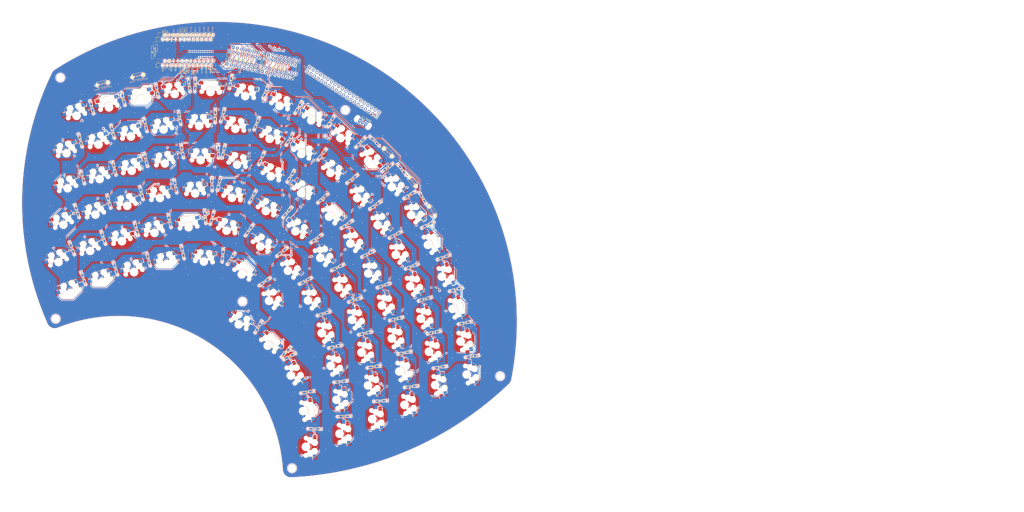
<source format=kicad_pcb>
(kicad_pcb (version 20171130) (host pcbnew "(5.1.5)-3")
  (title_block (title fan) (rev v1.23) (comment 1 "v1.21 elecrowに注文した v1.22 A3にした v1.23 JLCに頼んでみる"))
  (layers (0 F.Cu signal hide) (31 B.Cu signal hide) (34 B.Paste user hide) (35 F.Paste user hide) (36 B.SilkS user hide) (37 F.SilkS user hide) (38 B.Mask user hide) (39 F.Mask user hide) (44 Edge.Cuts user hide))
  (net 0 "")
  (module kbd:SW_Slide_edit_wakunasi (layer F.Cu) (at 210.906 70.637 327)
    (fp_text reference SW93 (at 3.99 -2.99 147) (layer F.SilkS))
    (fp_text value SW_SPDT)
    (pad 1 thru_hole rect (at 0 0 327) (size 1.5 2.5) (drill 0.8) (layers *.Cu *.Mask))
    (pad 2 thru_hole oval (at 2 0 327) (size 1.5 2.5) (drill 0.8) (layers *.Cu *.Mask))
    (pad 3 thru_hole oval (at 4 0 327) (size 1.5 2.5) (drill 0.8) (layers *.Cu *.Mask))
  )
  (module kbd:PinSocket_2x20_P2.54mm_Vertical_edit_wakunasi (layer F.Cu) (at 181.398 39.571 57)
    (fp_text reference J2 (at -1.27 -2.77 57) (layer F.SilkS))
    (fp_text value Pi)
    (pad 1 thru_hole rect (at 0 0 57) (size 1.7 1.7) (drill 1) (layers *.Cu *.Mask))
    (pad 2 thru_hole oval (at -2.54 0 57) (size 1.7 1.7) (drill 1) (layers *.Cu *.Mask))
    (pad 3 thru_hole oval (at 0 2.54 57) (size 1.7 1.7) (drill 1) (layers *.Cu *.Mask))
    (pad 4 thru_hole oval (at -2.54 2.54 57) (size 1.7 1.7) (drill 1) (layers *.Cu *.Mask))
    (pad 5 thru_hole oval (at 0 5.08 57) (size 1.7 1.7) (drill 1) (layers *.Cu *.Mask))
    (pad 6 thru_hole oval (at -2.54 5.08 57) (size 1.7 1.7) (drill 1) (layers *.Cu *.Mask))
    (pad 7 thru_hole oval (at 0 7.62 57) (size 1.7 1.7) (drill 1) (layers *.Cu *.Mask))
    (pad 8 thru_hole oval (at -2.54 7.62 57) (size 1.7 1.7) (drill 1) (layers *.Cu *.Mask))
    (pad 9 thru_hole oval (at 0 10.16 57) (size 1.7 1.7) (drill 1) (layers *.Cu *.Mask))
    (pad 10 thru_hole oval (at -2.54 10.16 57) (size 1.7 1.7) (drill 1) (layers *.Cu *.Mask))
    (pad 11 thru_hole oval (at 0 12.7 57) (size 1.7 1.7) (drill 1) (layers *.Cu *.Mask))
    (pad 12 thru_hole oval (at -2.54 12.7 57) (size 1.7 1.7) (drill 1) (layers *.Cu *.Mask))
    (pad 13 thru_hole oval (at 0 15.24 57) (size 1.7 1.7) (drill 1) (layers *.Cu *.Mask))
    (pad 14 thru_hole oval (at -2.54 15.24 57) (size 1.7 1.7) (drill 1) (layers *.Cu *.Mask))
    (pad 15 thru_hole oval (at 0 17.78 57) (size 1.7 1.7) (drill 1) (layers *.Cu *.Mask))
    (pad 16 thru_hole oval (at -2.54 17.78 57) (size 1.7 1.7) (drill 1) (layers *.Cu *.Mask))
    (pad 17 thru_hole oval (at 0 20.32 57) (size 1.7 1.7) (drill 1) (layers *.Cu *.Mask))
    (pad 18 thru_hole oval (at -2.54 20.32 57) (size 1.7 1.7) (drill 1) (layers *.Cu *.Mask))
    (pad 19 thru_hole oval (at 0 22.86 57) (size 1.7 1.7) (drill 1) (layers *.Cu *.Mask))
    (pad 20 thru_hole oval (at -2.54 22.86 57) (size 1.7 1.7) (drill 1) (layers *.Cu *.Mask))
    (pad 21 thru_hole oval (at 0 25.4 57) (size 1.7 1.7) (drill 1) (layers *.Cu *.Mask))
    (pad 22 thru_hole oval (at -2.54 25.4 57) (size 1.7 1.7) (drill 1) (layers *.Cu *.Mask))
    (pad 23 thru_hole oval (at 0 27.94 57) (size 1.7 1.7) (drill 1) (layers *.Cu *.Mask))
    (pad 24 thru_hole oval (at -2.54 27.94 57) (size 1.7 1.7) (drill 1) (layers *.Cu *.Mask))
    (pad 25 thru_hole oval (at 0 30.48 57) (size 1.7 1.7) (drill 1) (layers *.Cu *.Mask))
    (pad 26 thru_hole oval (at -2.54 30.48 57) (size 1.7 1.7) (drill 1) (layers *.Cu *.Mask))
    (pad 27 thru_hole oval (at 0 33.02 57) (size 1.7 1.7) (drill 1) (layers *.Cu *.Mask))
    (pad 28 thru_hole oval (at -2.54 33.02 57) (size 1.7 1.7) (drill 1) (layers *.Cu *.Mask))
    (pad 29 thru_hole oval (at 0 35.56 57) (size 1.7 1.7) (drill 1) (layers *.Cu *.Mask))
    (pad 30 thru_hole oval (at -2.54 35.56 57) (size 1.7 1.7) (drill 1) (layers *.Cu *.Mask))
    (pad 31 thru_hole oval (at 0 38.1 57) (size 1.7 1.7) (drill 1) (layers *.Cu *.Mask))
    (pad 32 thru_hole oval (at -2.54 38.1 57) (size 1.7 1.7) (drill 1) (layers *.Cu *.Mask))
    (pad 33 thru_hole oval (at 0 40.64 57) (size 1.7 1.7) (drill 1) (layers *.Cu *.Mask))
    (pad 34 thru_hole oval (at -2.54 40.64 57) (size 1.7 1.7) (drill 1) (layers *.Cu *.Mask))
    (pad 35 thru_hole oval (at 0 43.18 57) (size 1.7 1.7) (drill 1) (layers *.Cu *.Mask))
    (pad 36 thru_hole oval (at -2.54 43.18 57) (size 1.7 1.7) (drill 1) (layers *.Cu *.Mask))
    (pad 37 thru_hole oval (at 0 45.72 57) (size 1.7 1.7) (drill 1) (layers *.Cu *.Mask))
    (pad 38 thru_hole oval (at -2.54 45.72 57) (size 1.7 1.7) (drill 1) (layers *.Cu *.Mask))
    (pad 39 thru_hole oval (at 0 48.26 57) (size 1.7 1.7) (drill 1) (layers *.Cu *.Mask))
    (pad 40 thru_hole oval (at -2.54 48.26 57) (size 1.7 1.7) (drill 1) (layers *.Cu *.Mask))
  )
  (module kbd:ResetSW_wakunasi (layer F.Cu) (at 80.684 44.512 13)
    (fp_text reference SW92 hide)
    (fp_text value SW_PUSH hide)
    (fp_text user RESET (at 0.127 0 13) (layer B.SilkS) (effects (justify mirror)))
    (fp_text user RESET (at 0.127 0 -167) (layer B.SilkS) (effects (justify mirror)))
    (fp_text user "hardware reset" (at -0.029 2.4459 13) (layer B.SilkS) (effects (justify mirror)))
    (pad 2 thru_hole circle (at -3.25 0 13) (size 2 2) (drill 1.3) (layers *.Cu *.Mask F.SilkS))
    (pad 1 thru_hole circle (at 3.25 0 13) (size 2 2) (drill 1.3) (layers *.Cu *.Mask F.SilkS))
  )
  (module kbd:ResetSW_wakunasi (layer F.Cu) (at 60.003 49.127 14)
    (fp_text reference SW91 hide)
    (fp_text value SW_PUSH hide)
    (fp_text user RESET (at 0.127 0 14) (layer B.SilkS) (effects (justify mirror)))
    (fp_text user RESET (at 0.127 0 -166) (layer B.SilkS) (effects (justify mirror)))
    (fp_text user "software reset" (at -0.3 2.5 14) (layer B.SilkS) (effects (justify mirror)))
    (pad 2 thru_hole circle (at -3.25 0 14) (size 2 2) (drill 1.3) (layers *.Cu *.Mask F.SilkS))
    (pad 1 thru_hole circle (at 3.25 0 14) (size 2 2) (drill 1.3) (layers *.Cu *.Mask F.SilkS))
  )
  (module kbd:ResetSW_wakunasi (layer F.Cu) (at 253.065 123.615 301)
    (fp_text reference SW55 hide)
    (fp_text value SW_PUSH)
    (fp_text user RESET (at 0.127 0 121) (layer B.SilkS) (effects (justify mirror)))
    (fp_text user RESET (at 0.127 0 301) (layer B.SilkS) (effects (justify mirror)))
    (pad 2 thru_hole circle (at -3.25 0 301) (size 2 2) (drill 1.3) (layers *.Cu *.Mask F.SilkS))
    (pad 1 thru_hole circle (at 3.25 0 301) (size 2 2) (drill 1.3) (layers *.Cu *.Mask F.SilkS))
  )
  (module kbd:ResetSW_wakunasi (layer F.Cu) (at 227.363 89.244 316)
    (fp_text reference SW49 hide)
    (fp_text value SW_PUSH hide)
    (fp_text user RESET (at 0.127 0 136) (layer B.SilkS) (effects (justify mirror)))
    (fp_text user RESET (at 0.127 0 316) (layer B.SilkS) (effects (justify mirror)))
    (pad 2 thru_hole circle (at -3.25 0 316) (size 2 2) (drill 1.3) (layers *.Cu *.Mask F.SilkS))
    (pad 1 thru_hole circle (at 3.25 0 316) (size 2 2) (drill 1.3) (layers *.Cu *.Mask F.SilkS))
  )
  (module kbd:ResetSW_wakunasi (layer F.Cu) (at 241.726 106.361 307)
    (fp_text reference SW50 hide)
    (fp_text value SW_PUSH)
    (fp_text user RESET (at 0.127001 0 127) (layer B.SilkS) (effects (justify mirror)))
    (fp_text user RESET (at 0.127 0 307) (layer B.SilkS) (effects (justify mirror)))
    (pad 2 thru_hole circle (at -3.25 0 307) (size 2 2) (drill 1.3) (layers *.Cu *.Mask F.SilkS))
    (pad 1 thru_hole circle (at 3.25 0 307) (size 2 2) (drill 1.3) (layers *.Cu *.Mask F.SilkS))
  )
  (module kbd:CherryMX_Hotswap_edit_wakunasi (layer F.Cu) (at 233.925 217.648 281)
    (fp_text reference SW81 hide)
    (fp_text value SW_PUSH hide)
    (pad 2 smd rect (at 5.7 -5.12 101) (size 2.3 2) (layers B.Cu B.Paste B.Mask))
    (pad "" np_thru_hole circle (at -5.08 0 281) (size 1.9 1.9) (drill 1.9) (layers *.Cu *.Mask F.SilkS))
    (pad "" np_thru_hole circle (at 5.08 0 281) (size 1.9 1.9) (drill 1.9) (layers *.Cu *.Mask F.SilkS))
    (pad "" np_thru_hole circle (at 0 0 11) (size 4.1 4.1) (drill 4.1) (layers *.Cu *.Mask F.SilkS))
    (pad "" np_thru_hole circle (at 2.54 -5.08 101) (size 3 3) (drill 3) (layers *.Cu *.Mask))
    (pad "" np_thru_hole circle (at 3.81 -2.540001 101) (size 3 3) (drill 3) (layers *.Cu *.Mask))
    (pad "" np_thru_hole circle (at -2.54 -5.08 101) (size 3 3) (drill 3) (layers *.Cu *.Mask))
    (pad "" np_thru_hole circle (at -3.81 -2.54 101) (size 3 3) (drill 3) (layers *.Cu *.Mask))
    (pad 2 smd rect (at -5.7 -5.12 101) (size 2.3 2) (layers F.Cu F.Paste F.Mask))
    (pad 1 smd rect (at 7 -2.58 101) (size 2.3 2) (layers F.Cu F.Paste F.Mask))
    (pad 1 smd rect (at -7 -2.58 101) (size 2.3 2) (layers B.Cu B.Paste B.Mask))
  )
  (module kbd:CherryMX_Hotswap_edit_wakunasi (layer F.Cu) (at 177.573 240.854 280)
    (fp_text reference SW84 hide)
    (fp_text value SW_PUSH hide)
    (pad 2 smd rect (at 5.7 -5.12 100) (size 2.3 2) (layers B.Cu B.Paste B.Mask))
    (pad "" np_thru_hole circle (at -5.08 0 280) (size 1.9 1.9) (drill 1.9) (layers *.Cu *.Mask F.SilkS))
    (pad "" np_thru_hole circle (at 5.08 0 280) (size 1.9 1.9) (drill 1.9) (layers *.Cu *.Mask F.SilkS))
    (pad "" np_thru_hole circle (at 0 0 10) (size 4.1 4.1) (drill 4.1) (layers *.Cu *.Mask F.SilkS))
    (pad "" np_thru_hole circle (at 2.54 -5.08 100) (size 3 3) (drill 3) (layers *.Cu *.Mask))
    (pad "" np_thru_hole circle (at 3.81 -2.540001 100) (size 3 3) (drill 3) (layers *.Cu *.Mask))
    (pad "" np_thru_hole circle (at -2.54 -5.08 100) (size 3 3) (drill 3) (layers *.Cu *.Mask))
    (pad "" np_thru_hole circle (at -3.81 -2.54 100) (size 3 3) (drill 3) (layers *.Cu *.Mask))
    (pad 2 smd rect (at -5.7 -5.12 100) (size 2.3 2) (layers F.Cu F.Paste F.Mask))
    (pad 1 smd rect (at 7 -2.58 100) (size 2.3 2) (layers F.Cu F.Paste F.Mask))
    (pad 1 smd rect (at -7 -2.58 100) (size 2.3 2) (layers B.Cu B.Paste B.Mask))
  )
  (module kbd:CherryMX_Hotswap_edit_wakunasi (layer F.Cu) (at 63.813 62.854 14)
    (fp_text reference SW7 hide)
    (fp_text value SW_PUSH hide)
    (pad 2 smd rect (at 5.7 -5.12 194) (size 2.3 2) (layers B.Cu B.Paste B.Mask))
    (pad "" np_thru_hole circle (at -5.08 0 14) (size 1.9 1.9) (drill 1.9) (layers *.Cu *.Mask F.SilkS))
    (pad "" np_thru_hole circle (at 5.08 0 14) (size 1.9 1.9) (drill 1.9) (layers *.Cu *.Mask F.SilkS))
    (pad "" np_thru_hole circle (at 0 0 104) (size 4.1 4.1) (drill 4.1) (layers *.Cu *.Mask F.SilkS))
    (pad "" np_thru_hole circle (at 2.54 -5.08 194) (size 3 3) (drill 3) (layers *.Cu *.Mask))
    (pad "" np_thru_hole circle (at 3.81 -2.540001 194) (size 3 3) (drill 3) (layers *.Cu *.Mask))
    (pad "" np_thru_hole circle (at -2.54 -5.08 194) (size 3 3) (drill 3) (layers *.Cu *.Mask))
    (pad "" np_thru_hole circle (at -3.81 -2.54 194) (size 3 3) (drill 3) (layers *.Cu *.Mask))
    (pad 2 smd rect (at -5.7 -5.12 194) (size 2.3 2) (layers F.Cu F.Paste F.Mask))
    (pad 1 smd rect (at 7 -2.58 194) (size 2.3 2) (layers F.Cu F.Paste F.Mask))
    (pad 1 smd rect (at -7 -2.58 194) (size 2.3 2) (layers B.Cu B.Paste B.Mask))
  )
  (module kbd:CherryMX_Hotswap_edit_wakunasi (layer F.Cu) (at 138.871 96.409 346)
    (fp_text reference SW33 hide)
    (fp_text value SW_PUSH hide)
    (pad 2 smd rect (at 5.7 -5.12 166) (size 2.3 2) (layers B.Cu B.Paste B.Mask))
    (pad "" np_thru_hole circle (at -5.08 0 346) (size 1.9 1.9) (drill 1.9) (layers *.Cu *.Mask F.SilkS))
    (pad "" np_thru_hole circle (at 5.08 0 346) (size 1.9 1.9) (drill 1.9) (layers *.Cu *.Mask F.SilkS))
    (pad "" np_thru_hole circle (at 0 0 76) (size 4.1 4.1) (drill 4.1) (layers *.Cu *.Mask F.SilkS))
    (pad "" np_thru_hole circle (at 2.54 -5.08 166) (size 3 3) (drill 3) (layers *.Cu *.Mask))
    (pad "" np_thru_hole circle (at 3.81 -2.540001 166) (size 3 3) (drill 3) (layers *.Cu *.Mask))
    (pad "" np_thru_hole circle (at -2.54 -5.08 166) (size 3 3) (drill 3) (layers *.Cu *.Mask))
    (pad "" np_thru_hole circle (at -3.81 -2.54 166) (size 3 3) (drill 3) (layers *.Cu *.Mask))
    (pad 2 smd rect (at -5.7 -5.12 166) (size 2.3 2) (layers F.Cu F.Paste F.Mask))
    (pad 1 smd rect (at 7 -2.58 166) (size 2.3 2) (layers F.Cu F.Paste F.Mask))
    (pad 1 smd rect (at -7 -2.58 166) (size 2.3 2) (layers B.Cu B.Paste B.Mask))
  )
  (module kbd:CherryMX_Hotswap_edit_wakunasi (layer F.Cu) (at 139.82 190.055 330)
    (fp_text reference SW66 hide)
    (fp_text value SW_PUSH hide)
    (pad 2 smd rect (at 5.7 -5.12 150) (size 2.3 2) (layers B.Cu B.Paste B.Mask))
    (pad "" np_thru_hole circle (at -5.08 0 330) (size 1.9 1.9) (drill 1.9) (layers *.Cu *.Mask F.SilkS))
    (pad "" np_thru_hole circle (at 5.08 0 330) (size 1.9 1.9) (drill 1.9) (layers *.Cu *.Mask F.SilkS))
    (pad "" np_thru_hole circle (at 0 0 60) (size 4.1 4.1) (drill 4.1) (layers *.Cu *.Mask F.SilkS))
    (pad "" np_thru_hole circle (at 2.54 -5.08 150) (size 3 3) (drill 3) (layers *.Cu *.Mask))
    (pad "" np_thru_hole circle (at 3.81 -2.540001 150) (size 3 3) (drill 3) (layers *.Cu *.Mask))
    (pad "" np_thru_hole circle (at -2.54 -5.08 150) (size 3 3) (drill 3) (layers *.Cu *.Mask))
    (pad "" np_thru_hole circle (at -3.81 -2.54 150) (size 3 3) (drill 3) (layers *.Cu *.Mask))
    (pad 2 smd rect (at -5.7 -5.12 150) (size 2.3 2) (layers F.Cu F.Paste F.Mask))
    (pad 1 smd rect (at 7 -2.58 150) (size 2.3 2) (layers F.Cu F.Paste F.Mask))
    (pad 1 smd rect (at -7 -2.58 150) (size 2.3 2) (layers B.Cu B.Paste B.Mask))
  )
  (module kbd:CherryMX_Hotswap_edit_wakunasi (layer F.Cu) (at 231.872 149.238 298)
    (fp_text reference SW62 hide)
    (fp_text value SW_PUSH hide)
    (pad 2 smd rect (at 5.7 -5.12 118) (size 2.3 2) (layers B.Cu B.Paste B.Mask))
    (pad "" np_thru_hole circle (at -5.08 0 298) (size 1.9 1.9) (drill 1.9) (layers *.Cu *.Mask F.SilkS))
    (pad "" np_thru_hole circle (at 5.08 0 298) (size 1.9 1.9) (drill 1.9) (layers *.Cu *.Mask F.SilkS))
    (pad "" np_thru_hole circle (at 0 0 28) (size 4.1 4.1) (drill 4.1) (layers *.Cu *.Mask F.SilkS))
    (pad "" np_thru_hole circle (at 2.54 -5.08 118) (size 3 3) (drill 3) (layers *.Cu *.Mask))
    (pad "" np_thru_hole circle (at 3.81 -2.540001 118) (size 3 3) (drill 3) (layers *.Cu *.Mask))
    (pad "" np_thru_hole circle (at -2.54 -5.08 118) (size 3 3) (drill 3) (layers *.Cu *.Mask))
    (pad "" np_thru_hole circle (at -3.81 -2.54 118) (size 3 3) (drill 3) (layers *.Cu *.Mask))
    (pad 2 smd rect (at -5.7 -5.12 118) (size 2.3 2) (layers F.Cu F.Paste F.Mask))
    (pad 1 smd rect (at 7 -2.58 118) (size 2.3 2) (layers F.Cu F.Paste F.Mask))
    (pad 1 smd rect (at -7 -2.58 118) (size 2.3 2) (layers B.Cu B.Paste B.Mask))
  )
  (module kbd:CherryMX_Hotswap_edit_wakunasi (layer F.Cu) (at 188.512 195.185 288)
    (fp_text reference SW71 hide)
    (fp_text value SW_PUSH hide)
    (pad 2 smd rect (at 5.7 -5.12 108) (size 2.3 2) (layers B.Cu B.Paste B.Mask))
    (pad "" np_thru_hole circle (at -5.08 0 288) (size 1.9 1.9) (drill 1.9) (layers *.Cu *.Mask F.SilkS))
    (pad "" np_thru_hole circle (at 5.08 0 288) (size 1.9 1.9) (drill 1.9) (layers *.Cu *.Mask F.SilkS))
    (pad "" np_thru_hole circle (at 0 0 18) (size 4.1 4.1) (drill 4.1) (layers *.Cu *.Mask F.SilkS))
    (pad "" np_thru_hole circle (at 2.54 -5.08 108) (size 3 3) (drill 3) (layers *.Cu *.Mask))
    (pad "" np_thru_hole circle (at 3.81 -2.540001 108) (size 3 3) (drill 3) (layers *.Cu *.Mask))
    (pad "" np_thru_hole circle (at -2.54 -5.08 108) (size 3 3) (drill 3) (layers *.Cu *.Mask))
    (pad "" np_thru_hole circle (at -3.81 -2.54 108) (size 3 3) (drill 3) (layers *.Cu *.Mask))
    (pad 2 smd rect (at -5.7 -5.12 108) (size 2.3 2) (layers F.Cu F.Paste F.Mask))
    (pad 1 smd rect (at 7 -2.58 108) (size 2.3 2) (layers F.Cu F.Paste F.Mask))
    (pad 1 smd rect (at -7 -2.58 108) (size 2.3 2) (layers B.Cu B.Paste B.Mask))
  )
  (module kbd:CherryMX_Hotswap_edit_wakunasi (layer F.Cu) (at 193.671 214.361 283)
    (fp_text reference SW77 hide)
    (fp_text value SW_PUSH hide)
    (pad 2 smd rect (at 5.7 -5.12 103) (size 2.3 2) (layers B.Cu B.Paste B.Mask))
    (pad "" np_thru_hole circle (at -5.08 0 283) (size 1.9 1.9) (drill 1.9) (layers *.Cu *.Mask F.SilkS))
    (pad "" np_thru_hole circle (at 5.08 0 283) (size 1.9 1.9) (drill 1.9) (layers *.Cu *.Mask F.SilkS))
    (pad "" np_thru_hole circle (at 0 0 13) (size 4.1 4.1) (drill 4.1) (layers *.Cu *.Mask F.SilkS))
    (pad "" np_thru_hole circle (at 2.54 -5.08 103) (size 3 3) (drill 3) (layers *.Cu *.Mask))
    (pad "" np_thru_hole circle (at 3.81 -2.540001 103) (size 3 3) (drill 3) (layers *.Cu *.Mask))
    (pad "" np_thru_hole circle (at -2.54 -5.08 103) (size 3 3) (drill 3) (layers *.Cu *.Mask))
    (pad "" np_thru_hole circle (at -3.81 -2.54 103) (size 3 3) (drill 3) (layers *.Cu *.Mask))
    (pad 2 smd rect (at -5.7 -5.12 103) (size 2.3 2) (layers F.Cu F.Paste F.Mask))
    (pad 1 smd rect (at 7 -2.58 103) (size 2.3 2) (layers F.Cu F.Paste F.Mask))
    (pad 1 smd rect (at -7 -2.58 103) (size 2.3 2) (layers B.Cu B.Paste B.Mask))
  )
  (module kbd:CherryMX_Hotswap_edit_wakunasi (layer F.Cu) (at 229.561 198.298 284)
    (fp_text reference SW75 hide)
    (fp_text value SW_PUSH hide)
    (pad 2 smd rect (at 5.7 -5.12 104) (size 2.3 2) (layers B.Cu B.Paste B.Mask))
    (pad "" np_thru_hole circle (at -5.08 0 284) (size 1.9 1.9) (drill 1.9) (layers *.Cu *.Mask F.SilkS))
    (pad "" np_thru_hole circle (at 5.08 0 284) (size 1.9 1.9) (drill 1.9) (layers *.Cu *.Mask F.SilkS))
    (pad "" np_thru_hole circle (at 0 0 14) (size 4.1 4.1) (drill 4.1) (layers *.Cu *.Mask F.SilkS))
    (pad "" np_thru_hole circle (at 2.54 -5.08 104) (size 3 3) (drill 3) (layers *.Cu *.Mask))
    (pad "" np_thru_hole circle (at 3.81 -2.540001 104) (size 3 3) (drill 3) (layers *.Cu *.Mask))
    (pad "" np_thru_hole circle (at -2.54 -5.08 104) (size 3 3) (drill 3) (layers *.Cu *.Mask))
    (pad "" np_thru_hole circle (at -3.81 -2.54 104) (size 3 3) (drill 3) (layers *.Cu *.Mask))
    (pad 2 smd rect (at -5.7 -5.12 104) (size 2.3 2) (layers F.Cu F.Paste F.Mask))
    (pad 1 smd rect (at 7 -2.58 104) (size 2.3 2) (layers F.Cu F.Paste F.Mask))
    (pad 1 smd rect (at -7 -2.58 104) (size 2.3 2) (layers B.Cu B.Paste B.Mask))
  )
  (module kbd:CherryMX_Hotswap_edit_wakunasi (layer F.Cu) (at 221.253 131.873 305)
    (fp_text reference SW57 hide)
    (fp_text value SW_PUSH hide)
    (pad 2 smd rect (at 5.7 -5.12 125) (size 2.3 2) (layers B.Cu B.Paste B.Mask))
    (pad "" np_thru_hole circle (at -5.08 0 305) (size 1.9 1.9) (drill 1.9) (layers *.Cu *.Mask F.SilkS))
    (pad "" np_thru_hole circle (at 5.08 0 305) (size 1.9 1.9) (drill 1.9) (layers *.Cu *.Mask F.SilkS))
    (pad "" np_thru_hole circle (at 0 0 35) (size 4.1 4.1) (drill 4.1) (layers *.Cu *.Mask F.SilkS))
    (pad "" np_thru_hole circle (at 2.54 -5.08 125) (size 3 3) (drill 3) (layers *.Cu *.Mask))
    (pad "" np_thru_hole circle (at 3.81 -2.540001 125) (size 3 3) (drill 3) (layers *.Cu *.Mask))
    (pad "" np_thru_hole circle (at -2.54 -5.08 125) (size 3 3) (drill 3) (layers *.Cu *.Mask))
    (pad "" np_thru_hole circle (at -3.81 -2.54 125) (size 3 3) (drill 3) (layers *.Cu *.Mask))
    (pad 2 smd rect (at -5.7 -5.12 125) (size 2.3 2) (layers F.Cu F.Paste F.Mask))
    (pad 1 smd rect (at 7 -2.58 125) (size 2.3 2) (layers F.Cu F.Paste F.Mask))
    (pad 1 smd rect (at -7 -2.58 125) (size 2.3 2) (layers B.Cu B.Paste B.Mask))
  )
  (module kbd:CherryMX_Hotswap_edit_wakunasi (layer F.Cu) (at 237.005 237.239 277)
    (fp_text reference SW87 hide)
    (fp_text value SW_PUSH hide)
    (pad 2 smd rect (at 5.7 -5.12 97) (size 2.3 2) (layers B.Cu B.Paste B.Mask))
    (pad "" np_thru_hole circle (at -5.08 0 277) (size 1.9 1.9) (drill 1.9) (layers *.Cu *.Mask F.SilkS))
    (pad "" np_thru_hole circle (at 5.08 0 277) (size 1.9 1.9) (drill 1.9) (layers *.Cu *.Mask F.SilkS))
    (pad "" np_thru_hole circle (at 0 0 7) (size 4.1 4.1) (drill 4.1) (layers *.Cu *.Mask F.SilkS))
    (pad "" np_thru_hole circle (at 2.54 -5.08 97) (size 3 3) (drill 3) (layers *.Cu *.Mask))
    (pad "" np_thru_hole circle (at 3.81 -2.540001 97) (size 3 3) (drill 3) (layers *.Cu *.Mask))
    (pad "" np_thru_hole circle (at -2.54 -5.08 97) (size 3 3) (drill 3) (layers *.Cu *.Mask))
    (pad "" np_thru_hole circle (at -3.81 -2.54 97) (size 3 3) (drill 3) (layers *.Cu *.Mask))
    (pad 2 smd rect (at -5.7 -5.12 97) (size 2.3 2) (layers F.Cu F.Paste F.Mask))
    (pad 1 smd rect (at 7 -2.58 97) (size 2.3 2) (layers F.Cu F.Paste F.Mask))
    (pad 1 smd rect (at -7 -2.58 97) (size 2.3 2) (layers B.Cu B.Paste B.Mask))
  )
  (module kbd:CherryMX_Hotswap_edit_wakunasi (layer F.Cu) (at 97.746 154.559 12)
    (fp_text reference SW24 hide)
    (fp_text value SW_PUSH hide)
    (pad 2 smd rect (at 5.7 -5.12 192) (size 2.3 2) (layers B.Cu B.Paste B.Mask))
    (pad "" np_thru_hole circle (at -5.08 0 12) (size 1.9 1.9) (drill 1.9) (layers *.Cu *.Mask F.SilkS))
    (pad "" np_thru_hole circle (at 5.08 0 12) (size 1.9 1.9) (drill 1.9) (layers *.Cu *.Mask F.SilkS))
    (pad "" np_thru_hole circle (at 0 0 102) (size 4.1 4.1) (drill 4.1) (layers *.Cu *.Mask F.SilkS))
    (pad "" np_thru_hole circle (at 2.54 -5.08 192) (size 3 3) (drill 3) (layers *.Cu *.Mask))
    (pad "" np_thru_hole circle (at 3.81 -2.540001 192) (size 3 3) (drill 3) (layers *.Cu *.Mask))
    (pad "" np_thru_hole circle (at -2.54 -5.08 192) (size 3 3) (drill 3) (layers *.Cu *.Mask))
    (pad "" np_thru_hole circle (at -3.81 -2.54 192) (size 3 3) (drill 3) (layers *.Cu *.Mask))
    (pad 2 smd rect (at -5.7 -5.12 192) (size 2.3 2) (layers F.Cu F.Paste F.Mask))
    (pad 1 smd rect (at 7 -2.58 192) (size 2.3 2) (layers F.Cu F.Paste F.Mask))
    (pad 1 smd rect (at -7 -2.58 192) (size 2.3 2) (layers B.Cu B.Paste B.Mask))
  )
  (module kbd:CherryMX_Hotswap_edit_wakunasi (layer F.Cu) (at 223.804 178.958 289)
    (fp_text reference SW69 hide)
    (fp_text value SW_PUSH hide)
    (pad 2 smd rect (at 5.7 -5.12 109) (size 2.3 2) (layers B.Cu B.Paste B.Mask))
    (pad "" np_thru_hole circle (at -5.08 0 289) (size 1.9 1.9) (drill 1.9) (layers *.Cu *.Mask F.SilkS))
    (pad "" np_thru_hole circle (at 5.08 0 289) (size 1.9 1.9) (drill 1.9) (layers *.Cu *.Mask F.SilkS))
    (pad "" np_thru_hole circle (at 0 0 19) (size 4.1 4.1) (drill 4.1) (layers *.Cu *.Mask F.SilkS))
    (pad "" np_thru_hole circle (at 2.54 -5.08 109) (size 3 3) (drill 3) (layers *.Cu *.Mask))
    (pad "" np_thru_hole circle (at 3.81 -2.540001 109) (size 3 3) (drill 3) (layers *.Cu *.Mask))
    (pad "" np_thru_hole circle (at -2.54 -5.08 109) (size 3 3) (drill 3) (layers *.Cu *.Mask))
    (pad "" np_thru_hole circle (at -3.81 -2.54 109) (size 3 3) (drill 3) (layers *.Cu *.Mask))
    (pad 2 smd rect (at -5.7 -5.12 109) (size 2.3 2) (layers F.Cu F.Paste F.Mask))
    (pad 1 smd rect (at 7 -2.58 109) (size 2.3 2) (layers F.Cu F.Paste F.Mask))
    (pad 1 smd rect (at -7 -2.58 109) (size 2.3 2) (layers B.Cu B.Paste B.Mask))
  )
  (module kbd:CherryMX_Hotswap_edit_wakunasi (layer F.Cu) (at 180.405 176.051 298)
    (fp_text reference SW65 hide)
    (fp_text value SW_PUSH hide)
    (pad 2 smd rect (at 5.7 -5.12 118) (size 2.3 2) (layers B.Cu B.Paste B.Mask))
    (pad "" np_thru_hole circle (at -5.08 0 298) (size 1.9 1.9) (drill 1.9) (layers *.Cu *.Mask F.SilkS))
    (pad "" np_thru_hole circle (at 5.08 0 298) (size 1.9 1.9) (drill 1.9) (layers *.Cu *.Mask F.SilkS))
    (pad "" np_thru_hole circle (at 0 0 28) (size 4.1 4.1) (drill 4.1) (layers *.Cu *.Mask F.SilkS))
    (pad "" np_thru_hole circle (at 2.54 -5.08 118) (size 3 3) (drill 3) (layers *.Cu *.Mask))
    (pad "" np_thru_hole circle (at 3.81 -2.540001 118) (size 3 3) (drill 3) (layers *.Cu *.Mask))
    (pad "" np_thru_hole circle (at -2.54 -5.08 118) (size 3 3) (drill 3) (layers *.Cu *.Mask))
    (pad "" np_thru_hole circle (at -3.81 -2.54 118) (size 3 3) (drill 3) (layers *.Cu *.Mask))
    (pad 2 smd rect (at -5.7 -5.12 118) (size 2.3 2) (layers F.Cu F.Paste F.Mask))
    (pad 1 smd rect (at 7 -2.58 118) (size 2.3 2) (layers F.Cu F.Paste F.Mask))
    (pad 1 smd rect (at -7 -2.58 118) (size 2.3 2) (layers B.Cu B.Paste B.Mask))
  )
  (module kbd:CherryMX_Hotswap_edit_wakunasi (layer F.Cu) (at 157.929 81.272 338)
    (fp_text reference SW38 hide)
    (fp_text value SW_PUSH hide)
    (pad 2 smd rect (at 5.7 -5.12 158) (size 2.3 2) (layers B.Cu B.Paste B.Mask))
    (pad "" np_thru_hole circle (at -5.08 0 338) (size 1.9 1.9) (drill 1.9) (layers *.Cu *.Mask F.SilkS))
    (pad "" np_thru_hole circle (at 5.08 0 338) (size 1.9 1.9) (drill 1.9) (layers *.Cu *.Mask F.SilkS))
    (pad "" np_thru_hole circle (at 0 0 68) (size 4.1 4.1) (drill 4.1) (layers *.Cu *.Mask F.SilkS))
    (pad "" np_thru_hole circle (at 2.54 -5.08 158) (size 3 3) (drill 3) (layers *.Cu *.Mask))
    (pad "" np_thru_hole circle (at 3.81 -2.540001 158) (size 3 3) (drill 3) (layers *.Cu *.Mask))
    (pad "" np_thru_hole circle (at -2.54 -5.08 158) (size 3 3) (drill 3) (layers *.Cu *.Mask))
    (pad "" np_thru_hole circle (at -3.81 -2.54 158) (size 3 3) (drill 3) (layers *.Cu *.Mask))
    (pad 2 smd rect (at -5.7 -5.12 158) (size 2.3 2) (layers F.Cu F.Paste F.Mask))
    (pad 1 smd rect (at 7 -2.58 158) (size 2.3 2) (layers F.Cu F.Paste F.Mask))
    (pad 1 smd rect (at -7 -2.58 158) (size 2.3 2) (layers B.Cu B.Paste B.Mask))
  )
  (module kbd:CherryMX_Hotswap_edit_wakunasi (layer F.Cu) (at 205.277 142.659 305)
    (fp_text reference SW58 hide)
    (fp_text value SW_PUSH hide)
    (pad 2 smd rect (at 5.7 -5.12 125) (size 2.3 2) (layers B.Cu B.Paste B.Mask))
    (pad "" np_thru_hole circle (at -5.08 0 305) (size 1.9 1.9) (drill 1.9) (layers *.Cu *.Mask F.SilkS))
    (pad "" np_thru_hole circle (at 5.08 0 305) (size 1.9 1.9) (drill 1.9) (layers *.Cu *.Mask F.SilkS))
    (pad "" np_thru_hole circle (at 0 0 35) (size 4.1 4.1) (drill 4.1) (layers *.Cu *.Mask F.SilkS))
    (pad "" np_thru_hole circle (at 2.54 -5.08 125) (size 3 3) (drill 3) (layers *.Cu *.Mask))
    (pad "" np_thru_hole circle (at 3.81 -2.540001 125) (size 3 3) (drill 3) (layers *.Cu *.Mask))
    (pad "" np_thru_hole circle (at -2.54 -5.08 125) (size 3 3) (drill 3) (layers *.Cu *.Mask))
    (pad "" np_thru_hole circle (at -3.81 -2.54 125) (size 3 3) (drill 3) (layers *.Cu *.Mask))
    (pad 2 smd rect (at -5.7 -5.12 125) (size 2.3 2) (layers F.Cu F.Paste F.Mask))
    (pad 1 smd rect (at 7 -2.58 125) (size 2.3 2) (layers F.Cu F.Paste F.Mask))
    (pad 1 smd rect (at -7 -2.58 125) (size 2.3 2) (layers B.Cu B.Paste B.Mask))
  )
  (module kbd:CherryMX_Hotswap_edit_wakunasi (layer F.Cu) (at 215.593 225.839 279)
    (fp_text reference SW82 hide)
    (fp_text value SW_PUSH hide)
    (pad 2 smd rect (at 5.7 -5.12 99) (size 2.3 2) (layers B.Cu B.Paste B.Mask))
    (pad "" np_thru_hole circle (at -5.08 0 279) (size 1.9 1.9) (drill 1.9) (layers *.Cu *.Mask F.SilkS))
    (pad "" np_thru_hole circle (at 5.08 0 279) (size 1.9 1.9) (drill 1.9) (layers *.Cu *.Mask F.SilkS))
    (pad "" np_thru_hole circle (at 0 0 9) (size 4.1 4.1) (drill 4.1) (layers *.Cu *.Mask F.SilkS))
    (pad "" np_thru_hole circle (at 2.54 -5.08 99) (size 3 3) (drill 3) (layers *.Cu *.Mask))
    (pad "" np_thru_hole circle (at 3.81 -2.540001 99) (size 3 3) (drill 3) (layers *.Cu *.Mask))
    (pad "" np_thru_hole circle (at -2.54 -5.08 99) (size 3 3) (drill 3) (layers *.Cu *.Mask))
    (pad "" np_thru_hole circle (at -3.81 -2.54 99) (size 3 3) (drill 3) (layers *.Cu *.Mask))
    (pad 2 smd rect (at -5.7 -5.12 99) (size 2.3 2) (layers F.Cu F.Paste F.Mask))
    (pad 1 smd rect (at 7 -2.58 99) (size 2.3 2) (layers F.Cu F.Paste F.Mask))
    (pad 1 smd rect (at -7 -2.58 99) (size 2.3 2) (layers B.Cu B.Paste B.Mask))
  )
  (module kbd:CherryMX_Hotswap_edit_wakunasi (layer F.Cu) (at 258.889 162.061 290)
    (fp_text reference SW67 hide)
    (fp_text value SW_PUSH hide)
    (pad 2 smd rect (at 5.7 -5.12 110) (size 2.3 2) (layers B.Cu B.Paste B.Mask))
    (pad "" np_thru_hole circle (at -5.08 0 290) (size 1.9 1.9) (drill 1.9) (layers *.Cu *.Mask F.SilkS))
    (pad "" np_thru_hole circle (at 5.08 0 290) (size 1.9 1.9) (drill 1.9) (layers *.Cu *.Mask F.SilkS))
    (pad "" np_thru_hole circle (at 0 0 20) (size 4.1 4.1) (drill 4.1) (layers *.Cu *.Mask F.SilkS))
    (pad "" np_thru_hole circle (at 2.54 -5.08 110) (size 3 3) (drill 3) (layers *.Cu *.Mask))
    (pad "" np_thru_hole circle (at 3.81 -2.540001 110) (size 3 3) (drill 3) (layers *.Cu *.Mask))
    (pad "" np_thru_hole circle (at -2.54 -5.08 110) (size 3 3) (drill 3) (layers *.Cu *.Mask))
    (pad "" np_thru_hole circle (at -3.81 -2.54 110) (size 3 3) (drill 3) (layers *.Cu *.Mask))
    (pad 2 smd rect (at -5.7 -5.12 110) (size 2.3 2) (layers F.Cu F.Paste F.Mask))
    (pad 1 smd rect (at 7 -2.58 110) (size 2.3 2) (layers F.Cu F.Paste F.Mask))
    (pad 1 smd rect (at -7 -2.58 110) (size 2.3 2) (layers B.Cu B.Paste B.Mask))
  )
  (module kbd:CherryMX_Hotswap_edit_wakunasi (layer F.Cu) (at 199.43 80.876 326)
    (fp_text reference SW44 hide)
    (fp_text value SW_PUSH hide)
    (pad 2 smd rect (at 5.7 -5.12 146) (size 2.3 2) (layers B.Cu B.Paste B.Mask))
    (pad "" np_thru_hole circle (at -5.08 0 326) (size 1.9 1.9) (drill 1.9) (layers *.Cu *.Mask F.SilkS))
    (pad "" np_thru_hole circle (at 5.08 0 326) (size 1.9 1.9) (drill 1.9) (layers *.Cu *.Mask F.SilkS))
    (pad "" np_thru_hole circle (at 0 0 56) (size 4.1 4.1) (drill 4.1) (layers *.Cu *.Mask F.SilkS))
    (pad "" np_thru_hole circle (at 2.54 -5.08 146) (size 3 3) (drill 3) (layers *.Cu *.Mask))
    (pad "" np_thru_hole circle (at 3.81 -2.540001 146) (size 3 3) (drill 3) (layers *.Cu *.Mask))
    (pad "" np_thru_hole circle (at -2.54 -5.08 146) (size 3 3) (drill 3) (layers *.Cu *.Mask))
    (pad "" np_thru_hole circle (at -3.81 -2.54 146) (size 3 3) (drill 3) (layers *.Cu *.Mask))
    (pad 2 smd rect (at -5.7 -5.12 146) (size 2.3 2) (layers F.Cu F.Paste F.Mask))
    (pad 1 smd rect (at 7 -2.58 146) (size 2.3 2) (layers F.Cu F.Paste F.Mask))
    (pad 1 smd rect (at -7 -2.58 146) (size 2.3 2) (layers B.Cu B.Paste B.Mask))
  )
  (module kbd:CherryMX_Hotswap_edit_wakunasi (layer F.Cu) (at 246.589 186.731 286)
    (fp_text reference SW74 hide)
    (fp_text value SW_PUSH hide)
    (pad 2 smd rect (at 5.7 -5.12 106) (size 2.3 2) (layers B.Cu B.Paste B.Mask))
    (pad "" np_thru_hole circle (at -5.08 0 286) (size 1.9 1.9) (drill 1.9) (layers *.Cu *.Mask F.SilkS))
    (pad "" np_thru_hole circle (at 5.08 0 286) (size 1.9 1.9) (drill 1.9) (layers *.Cu *.Mask F.SilkS))
    (pad "" np_thru_hole circle (at 0 0 16) (size 4.1 4.1) (drill 4.1) (layers *.Cu *.Mask F.SilkS))
    (pad "" np_thru_hole circle (at 2.54 -5.08 106) (size 3 3) (drill 3) (layers *.Cu *.Mask))
    (pad "" np_thru_hole circle (at 3.81 -2.540001 106) (size 3 3) (drill 3) (layers *.Cu *.Mask))
    (pad "" np_thru_hole circle (at -2.54 -5.08 106) (size 3 3) (drill 3) (layers *.Cu *.Mask))
    (pad "" np_thru_hole circle (at -3.81 -2.54 106) (size 3 3) (drill 3) (layers *.Cu *.Mask))
    (pad 2 smd rect (at -5.7 -5.12 106) (size 2.3 2) (layers F.Cu F.Paste F.Mask))
    (pad 1 smd rect (at 7 -2.58 106) (size 2.3 2) (layers F.Cu F.Paste F.Mask))
    (pad 1 smd rect (at -7 -2.58 106) (size 2.3 2) (layers B.Cu B.Paste B.Mask))
  )
  (module kbd:CherryMX_Hotswap_edit_wakunasi (layer F.Cu) (at 123.272 53.834 357)
    (fp_text reference SW25 hide)
    (fp_text value SW_PUSH hide)
    (pad 2 smd rect (at 5.7 -5.12 177) (size 2.3 2) (layers B.Cu B.Paste B.Mask))
    (pad "" np_thru_hole circle (at -5.08 0 357) (size 1.9 1.9) (drill 1.9) (layers *.Cu *.Mask F.SilkS))
    (pad "" np_thru_hole circle (at 5.08 0 357) (size 1.9 1.9) (drill 1.9) (layers *.Cu *.Mask F.SilkS))
    (pad "" np_thru_hole circle (at 0 0 87) (size 4.1 4.1) (drill 4.1) (layers *.Cu *.Mask F.SilkS))
    (pad "" np_thru_hole circle (at 2.54 -5.08 177) (size 3 3) (drill 3) (layers *.Cu *.Mask))
    (pad "" np_thru_hole circle (at 3.81 -2.540001 177) (size 3 3) (drill 3) (layers *.Cu *.Mask))
    (pad "" np_thru_hole circle (at -2.54 -5.08 177) (size 3 3) (drill 3) (layers *.Cu *.Mask))
    (pad "" np_thru_hole circle (at -3.81 -2.54 177) (size 3 3) (drill 3) (layers *.Cu *.Mask))
    (pad 2 smd rect (at -5.7 -5.12 177) (size 2.3 2) (layers F.Cu F.Paste F.Mask))
    (pad 1 smd rect (at 7 -2.58 177) (size 2.3 2) (layers F.Cu F.Paste F.Mask))
    (pad 1 smd rect (at -7 -2.58 177) (size 2.3 2) (layers B.Cu B.Paste B.Mask))
  )
  (module kbd:CherryMX_Hotswap_edit_wakunasi (layer F.Cu) (at 209.224 115.994 309)
    (fp_text reference SW52 hide)
    (fp_text value SW_PUSH hide)
    (pad 2 smd rect (at 5.7 -5.12 129) (size 2.3 2) (layers B.Cu B.Paste B.Mask))
    (pad "" np_thru_hole circle (at -5.08 0 309) (size 1.9 1.9) (drill 1.9) (layers *.Cu *.Mask F.SilkS))
    (pad "" np_thru_hole circle (at 5.08 0 309) (size 1.9 1.9) (drill 1.9) (layers *.Cu *.Mask F.SilkS))
    (pad "" np_thru_hole circle (at 0 0 39) (size 4.1 4.1) (drill 4.1) (layers *.Cu *.Mask F.SilkS))
    (pad "" np_thru_hole circle (at 2.54 -5.08 129) (size 3 3) (drill 3) (layers *.Cu *.Mask))
    (pad "" np_thru_hole circle (at 3.81 -2.540001 129) (size 3 3) (drill 3) (layers *.Cu *.Mask))
    (pad "" np_thru_hole circle (at -2.54 -5.08 129) (size 3 3) (drill 3) (layers *.Cu *.Mask))
    (pad "" np_thru_hole circle (at -3.81 -2.54 129) (size 3 3) (drill 3) (layers *.Cu *.Mask))
    (pad 2 smd rect (at -5.7 -5.12 129) (size 2.3 2) (layers F.Cu F.Paste F.Mask))
    (pad 1 smd rect (at 7 -2.58 129) (size 2.3 2) (layers F.Cu F.Paste F.Mask))
    (pad 1 smd rect (at -7 -2.58 129) (size 2.3 2) (layers B.Cu B.Paste B.Mask))
  )
  (module kbd:CherryMX_Hotswap_edit_wakunasi (layer F.Cu) (at 269.862 200.084 282)
    (fp_text reference SW79 hide)
    (fp_text value SW_PUSH hide)
    (pad 2 smd rect (at 5.7 -5.12 102) (size 2.3 2) (layers B.Cu B.Paste B.Mask))
    (pad "" np_thru_hole circle (at -5.08 0 282) (size 1.9 1.9) (drill 1.9) (layers *.Cu *.Mask F.SilkS))
    (pad "" np_thru_hole circle (at 5.08 0 282) (size 1.9 1.9) (drill 1.9) (layers *.Cu *.Mask F.SilkS))
    (pad "" np_thru_hole circle (at 0 0 12) (size 4.1 4.1) (drill 4.1) (layers *.Cu *.Mask F.SilkS))
    (pad "" np_thru_hole circle (at 2.54 -5.08 102) (size 3 3) (drill 3) (layers *.Cu *.Mask))
    (pad "" np_thru_hole circle (at 3.81 -2.540001 102) (size 3 3) (drill 3) (layers *.Cu *.Mask))
    (pad "" np_thru_hole circle (at -2.54 -5.08 102) (size 3 3) (drill 3) (layers *.Cu *.Mask))
    (pad "" np_thru_hole circle (at -3.81 -2.54 102) (size 3 3) (drill 3) (layers *.Cu *.Mask))
    (pad 2 smd rect (at -5.7 -5.12 102) (size 2.3 2) (layers F.Cu F.Paste F.Mask))
    (pad 1 smd rect (at 7 -2.58 102) (size 2.3 2) (layers F.Cu F.Paste F.Mask))
    (pad 1 smd rect (at -7 -2.58 102) (size 2.3 2) (layers B.Cu B.Paste B.Mask))
  )
  (module kbd:CherryMX_Hotswap_edit_wakunasi (layer F.Cu) (at 143.652 56.244 349)
    (fp_text reference SW31 hide)
    (fp_text value SW_PUSH hide)
    (pad 2 smd rect (at 5.7 -5.12 169) (size 2.3 2) (layers B.Cu B.Paste B.Mask))
    (pad "" np_thru_hole circle (at -5.08 0 349) (size 1.9 1.9) (drill 1.9) (layers *.Cu *.Mask F.SilkS))
    (pad "" np_thru_hole circle (at 5.08 0 349) (size 1.9 1.9) (drill 1.9) (layers *.Cu *.Mask F.SilkS))
    (pad "" np_thru_hole circle (at 0 0 79) (size 4.1 4.1) (drill 4.1) (layers *.Cu *.Mask F.SilkS))
    (pad "" np_thru_hole circle (at 2.54 -5.08 169) (size 3 3) (drill 3) (layers *.Cu *.Mask))
    (pad "" np_thru_hole circle (at 3.81 -2.540001 169) (size 3 3) (drill 3) (layers *.Cu *.Mask))
    (pad "" np_thru_hole circle (at -2.54 -5.08 169) (size 3 3) (drill 3) (layers *.Cu *.Mask))
    (pad "" np_thru_hole circle (at -3.81 -2.54 169) (size 3 3) (drill 3) (layers *.Cu *.Mask))
    (pad 2 smd rect (at -5.7 -5.12 169) (size 2.3 2) (layers F.Cu F.Paste F.Mask))
    (pad 1 smd rect (at 7 -2.58 169) (size 2.3 2) (layers F.Cu F.Paste F.Mask))
    (pad 1 smd rect (at -7 -2.58 169) (size 2.3 2) (layers B.Cu B.Paste B.Mask))
  )
  (module kbd:CherryMX_Hotswap_edit_wakunasi (layer F.Cu) (at 158.645 103.309 335)
    (fp_text reference SW39 hide)
    (fp_text value SW_PUSH hide)
    (pad 2 smd rect (at 5.7 -5.12 155) (size 2.3 2) (layers B.Cu B.Paste B.Mask))
    (pad "" np_thru_hole circle (at -5.08 0 335) (size 1.9 1.9) (drill 1.9) (layers *.Cu *.Mask F.SilkS))
    (pad "" np_thru_hole circle (at 5.08 0 335) (size 1.9 1.9) (drill 1.9) (layers *.Cu *.Mask F.SilkS))
    (pad "" np_thru_hole circle (at 0 0 65) (size 4.1 4.1) (drill 4.1) (layers *.Cu *.Mask F.SilkS))
    (pad "" np_thru_hole circle (at 2.54 -5.08 155) (size 3 3) (drill 3) (layers *.Cu *.Mask))
    (pad "" np_thru_hole circle (at 3.81 -2.540001 155) (size 3 3) (drill 3) (layers *.Cu *.Mask))
    (pad "" np_thru_hole circle (at -2.54 -5.08 155) (size 3 3) (drill 3) (layers *.Cu *.Mask))
    (pad "" np_thru_hole circle (at -3.81 -2.54 155) (size 3 3) (drill 3) (layers *.Cu *.Mask))
    (pad 2 smd rect (at -5.7 -5.12 155) (size 2.3 2) (layers F.Cu F.Paste F.Mask))
    (pad 1 smd rect (at 7 -2.58 155) (size 2.3 2) (layers F.Cu F.Paste F.Mask))
    (pad 1 smd rect (at -7 -2.58 155) (size 2.3 2) (layers B.Cu B.Paste B.Mask))
  )
  (module kbd:CherryMX_Hotswap_edit_wakunasi (layer F.Cu) (at 71.403 141.252 16)
    (fp_text reference SW17 hide)
    (fp_text value SW_PUSH hide)
    (pad 2 smd rect (at 5.7 -5.12 196) (size 2.3 2) (layers B.Cu B.Paste B.Mask))
    (pad "" np_thru_hole circle (at -5.08 0 16) (size 1.9 1.9) (drill 1.9) (layers *.Cu *.Mask F.SilkS))
    (pad "" np_thru_hole circle (at 5.08 0 16) (size 1.9 1.9) (drill 1.9) (layers *.Cu *.Mask F.SilkS))
    (pad "" np_thru_hole circle (at 0 0 106) (size 4.1 4.1) (drill 4.1) (layers *.Cu *.Mask F.SilkS))
    (pad "" np_thru_hole circle (at 2.54 -5.08 196) (size 3 3) (drill 3) (layers *.Cu *.Mask))
    (pad "" np_thru_hole circle (at 3.81 -2.540001 196) (size 3 3) (drill 3) (layers *.Cu *.Mask))
    (pad "" np_thru_hole circle (at -2.54 -5.08 196) (size 3 3) (drill 3) (layers *.Cu *.Mask))
    (pad "" np_thru_hole circle (at -3.81 -2.54 196) (size 3 3) (drill 3) (layers *.Cu *.Mask))
    (pad 2 smd rect (at -5.7 -5.12 196) (size 2.3 2) (layers F.Cu F.Paste F.Mask))
    (pad 1 smd rect (at 7 -2.58 196) (size 2.3 2) (layers F.Cu F.Paste F.Mask))
    (pad 1 smd rect (at -7 -2.58 196) (size 2.3 2) (layers B.Cu B.Paste B.Mask))
  )
  (module kbd:CherryMX_Hotswap_edit_wakunasi (layer F.Cu) (at 156.83 202.543 317)
    (fp_text reference SW72 hide)
    (fp_text value SW_PUSH hide)
    (pad 2 smd rect (at 5.7 -5.12 137) (size 2.3 2) (layers B.Cu B.Paste B.Mask))
    (pad "" np_thru_hole circle (at -5.08 0 317) (size 1.9 1.9) (drill 1.9) (layers *.Cu *.Mask F.SilkS))
    (pad "" np_thru_hole circle (at 5.08 0 317) (size 1.9 1.9) (drill 1.9) (layers *.Cu *.Mask F.SilkS))
    (pad "" np_thru_hole circle (at 0 0 47) (size 4.1 4.1) (drill 4.1) (layers *.Cu *.Mask F.SilkS))
    (pad "" np_thru_hole circle (at 2.54 -5.08 137) (size 3 3) (drill 3) (layers *.Cu *.Mask))
    (pad "" np_thru_hole circle (at 3.81 -2.540001 137) (size 3 3) (drill 3) (layers *.Cu *.Mask))
    (pad "" np_thru_hole circle (at -2.54 -5.08 137) (size 3 3) (drill 3) (layers *.Cu *.Mask))
    (pad "" np_thru_hole circle (at -3.81 -2.54 137) (size 3 3) (drill 3) (layers *.Cu *.Mask))
    (pad 2 smd rect (at -5.7 -5.12 137) (size 2.3 2) (layers F.Cu F.Paste F.Mask))
    (pad 1 smd rect (at 7 -2.58 137) (size 2.3 2) (layers F.Cu F.Paste F.Mask))
    (pad 1 smd rect (at -7 -2.58 137) (size 2.3 2) (layers B.Cu B.Paste B.Mask))
  )
  (module kbd:CherryMX_Hotswap_edit_wakunasi (layer F.Cu) (at 114.298 113.299 2)
    (fp_text reference SW28 hide)
    (fp_text value SW_PUSH hide)
    (pad 2 smd rect (at 5.7 -5.12 182) (size 2.3 2) (layers B.Cu B.Paste B.Mask))
    (pad "" np_thru_hole circle (at -5.08 0 2) (size 1.9 1.9) (drill 1.9) (layers *.Cu *.Mask F.SilkS))
    (pad "" np_thru_hole circle (at 5.08 0 2) (size 1.9 1.9) (drill 1.9) (layers *.Cu *.Mask F.SilkS))
    (pad "" np_thru_hole circle (at 0 0 92) (size 4.1 4.1) (drill 4.1) (layers *.Cu *.Mask F.SilkS))
    (pad "" np_thru_hole circle (at 2.54 -5.08 182) (size 3 3) (drill 3) (layers *.Cu *.Mask))
    (pad "" np_thru_hole circle (at 3.81 -2.540001 182) (size 3 3) (drill 3) (layers *.Cu *.Mask))
    (pad "" np_thru_hole circle (at -2.54 -5.08 182) (size 3 3) (drill 3) (layers *.Cu *.Mask))
    (pad "" np_thru_hole circle (at -3.81 -2.54 182) (size 3 3) (drill 3) (layers *.Cu *.Mask))
    (pad 2 smd rect (at -5.7 -5.12 182) (size 2.3 2) (layers F.Cu F.Paste F.Mask))
    (pad 1 smd rect (at 7 -2.58 182) (size 2.3 2) (layers F.Cu F.Paste F.Mask))
    (pad 1 smd rect (at -7 -2.58 182) (size 2.3 2) (layers B.Cu B.Paste B.Mask))
  )
  (module kbd:CherryMX_Hotswap_edit_wakunasi (layer F.Cu) (at 44.826 67.783 15)
    (fp_text reference SW1 hide)
    (fp_text value SW_PUSH hide)
    (pad 2 smd rect (at 5.7 -5.12 195) (size 2.3 2) (layers B.Cu B.Paste B.Mask))
    (pad "" np_thru_hole circle (at -5.08 0 15) (size 1.9 1.9) (drill 1.9) (layers *.Cu *.Mask F.SilkS))
    (pad "" np_thru_hole circle (at 5.08 0 15) (size 1.9 1.9) (drill 1.9) (layers *.Cu *.Mask F.SilkS))
    (pad "" np_thru_hole circle (at 0 0 105) (size 4.1 4.1) (drill 4.1) (layers *.Cu *.Mask F.SilkS))
    (pad "" np_thru_hole circle (at 2.54 -5.08 195) (size 3 3) (drill 3) (layers *.Cu *.Mask))
    (pad "" np_thru_hole circle (at 3.81 -2.540001 195) (size 3 3) (drill 3) (layers *.Cu *.Mask))
    (pad "" np_thru_hole circle (at -2.54 -5.08 195) (size 3 3) (drill 3) (layers *.Cu *.Mask))
    (pad "" np_thru_hole circle (at -3.81 -2.54 195) (size 3 3) (drill 3) (layers *.Cu *.Mask))
    (pad 2 smd rect (at -5.7 -5.12 195) (size 2.3 2) (layers F.Cu F.Paste F.Mask))
    (pad 1 smd rect (at 7 -2.58 195) (size 2.3 2) (layers F.Cu F.Paste F.Mask))
    (pad 1 smd rect (at -7 -2.58 195) (size 2.3 2) (layers B.Cu B.Paste B.Mask))
  )
  (module kbd:CherryMX_Hotswap_edit_wakunasi (layer F.Cu) (at 173.099 135.415 320)
    (fp_text reference SW54 hide)
    (fp_text value SW_PUSH hide)
    (pad 2 smd rect (at 5.7 -5.12 140) (size 2.3 2) (layers B.Cu B.Paste B.Mask))
    (pad "" np_thru_hole circle (at -5.08 0 320) (size 1.9 1.9) (drill 1.9) (layers *.Cu *.Mask F.SilkS))
    (pad "" np_thru_hole circle (at 5.08 0 320) (size 1.9 1.9) (drill 1.9) (layers *.Cu *.Mask F.SilkS))
    (pad "" np_thru_hole circle (at 0 0 50) (size 4.1 4.1) (drill 4.1) (layers *.Cu *.Mask F.SilkS))
    (pad "" np_thru_hole circle (at 2.54 -5.08 140) (size 3 3) (drill 3) (layers *.Cu *.Mask))
    (pad "" np_thru_hole circle (at 3.81 -2.540001 140) (size 3 3) (drill 3) (layers *.Cu *.Mask))
    (pad "" np_thru_hole circle (at -2.54 -5.08 140) (size 3 3) (drill 3) (layers *.Cu *.Mask))
    (pad "" np_thru_hole circle (at -3.81 -2.54 140) (size 3 3) (drill 3) (layers *.Cu *.Mask))
    (pad 2 smd rect (at -5.7 -5.12 140) (size 2.3 2) (layers F.Cu F.Paste F.Mask))
    (pad 1 smd rect (at 7 -2.58 140) (size 2.3 2) (layers F.Cu F.Paste F.Mask))
    (pad 1 smd rect (at -7 -2.58 140) (size 2.3 2) (layers B.Cu B.Paste B.Mask))
  )
  (module kbd:CherryMX_Hotswap_edit_wakunasi (layer F.Cu) (at 137.82 75.39 349)
    (fp_text reference SW32 hide)
    (fp_text value SW_PUSH hide)
    (pad 2 smd rect (at 5.7 -5.12 169) (size 2.3 2) (layers B.Cu B.Paste B.Mask))
    (pad "" np_thru_hole circle (at -5.08 0 349) (size 1.9 1.9) (drill 1.9) (layers *.Cu *.Mask F.SilkS))
    (pad "" np_thru_hole circle (at 5.08 0 349) (size 1.9 1.9) (drill 1.9) (layers *.Cu *.Mask F.SilkS))
    (pad "" np_thru_hole circle (at 0 0 79) (size 4.1 4.1) (drill 4.1) (layers *.Cu *.Mask F.SilkS))
    (pad "" np_thru_hole circle (at 2.54 -5.08 169) (size 3 3) (drill 3) (layers *.Cu *.Mask))
    (pad "" np_thru_hole circle (at 3.81 -2.540001 169) (size 3 3) (drill 3) (layers *.Cu *.Mask))
    (pad "" np_thru_hole circle (at -2.54 -5.08 169) (size 3 3) (drill 3) (layers *.Cu *.Mask))
    (pad "" np_thru_hole circle (at -3.81 -2.54 169) (size 3 3) (drill 3) (layers *.Cu *.Mask))
    (pad 2 smd rect (at -5.7 -5.12 169) (size 2.3 2) (layers F.Cu F.Paste F.Mask))
    (pad 1 smd rect (at 7 -2.58 169) (size 2.3 2) (layers F.Cu F.Paste F.Mask))
    (pad 1 smd rect (at -7 -2.58 169) (size 2.3 2) (layers B.Cu B.Paste B.Mask))
  )
  (module kbd:CherryMX_Hotswap_edit_wakunasi (layer F.Cu) (at 96.569 95.705 11)
    (fp_text reference SW21 hide)
    (fp_text value SW_PUSH hide)
    (pad 2 smd rect (at 5.7 -5.12 191) (size 2.3 2) (layers B.Cu B.Paste B.Mask))
    (pad "" np_thru_hole circle (at -5.08 0 11) (size 1.9 1.9) (drill 1.9) (layers *.Cu *.Mask F.SilkS))
    (pad "" np_thru_hole circle (at 5.08 0 11) (size 1.9 1.9) (drill 1.9) (layers *.Cu *.Mask F.SilkS))
    (pad "" np_thru_hole circle (at 0 0 101) (size 4.1 4.1) (drill 4.1) (layers *.Cu *.Mask F.SilkS))
    (pad "" np_thru_hole circle (at 2.54 -5.08 191) (size 3 3) (drill 3) (layers *.Cu *.Mask))
    (pad "" np_thru_hole circle (at 3.81 -2.540001 191) (size 3 3) (drill 3) (layers *.Cu *.Mask))
    (pad "" np_thru_hole circle (at -2.54 -5.08 191) (size 3 3) (drill 3) (layers *.Cu *.Mask))
    (pad "" np_thru_hole circle (at -3.81 -2.54 191) (size 3 3) (drill 3) (layers *.Cu *.Mask))
    (pad 2 smd rect (at -5.7 -5.12 191) (size 2.3 2) (layers F.Cu F.Paste F.Mask))
    (pad 1 smd rect (at 7 -2.58 191) (size 2.3 2) (layers F.Cu F.Paste F.Mask))
    (pad 1 smd rect (at -7 -2.58 191) (size 2.3 2) (layers B.Cu B.Paste B.Mask))
  )
  (module kbd:CherryMX_Hotswap_edit_wakunasi (layer F.Cu) (at 58.341 104.892 15)
    (fp_text reference SW9 hide)
    (fp_text value SW_PUSH hide)
    (pad 2 smd rect (at 5.7 -5.12 195) (size 2.3 2) (layers B.Cu B.Paste B.Mask))
    (pad "" np_thru_hole circle (at -5.08 0 15) (size 1.9 1.9) (drill 1.9) (layers *.Cu *.Mask F.SilkS))
    (pad "" np_thru_hole circle (at 5.08 0 15) (size 1.9 1.9) (drill 1.9) (layers *.Cu *.Mask F.SilkS))
    (pad "" np_thru_hole circle (at 0 0 105) (size 4.1 4.1) (drill 4.1) (layers *.Cu *.Mask F.SilkS))
    (pad "" np_thru_hole circle (at 2.54 -5.08 195) (size 3 3) (drill 3) (layers *.Cu *.Mask))
    (pad "" np_thru_hole circle (at 3.81 -2.540001 195) (size 3 3) (drill 3) (layers *.Cu *.Mask))
    (pad "" np_thru_hole circle (at -2.54 -5.08 195) (size 3 3) (drill 3) (layers *.Cu *.Mask))
    (pad "" np_thru_hole circle (at -3.81 -2.54 195) (size 3 3) (drill 3) (layers *.Cu *.Mask))
    (pad 2 smd rect (at -5.7 -5.12 195) (size 2.3 2) (layers F.Cu F.Paste F.Mask))
    (pad 1 smd rect (at 7 -2.58 195) (size 2.3 2) (layers F.Cu F.Paste F.Mask))
    (pad 1 smd rect (at -7 -2.58 195) (size 2.3 2) (layers B.Cu B.Paste B.Mask))
  )
  (module kbd:CherryMX_Hotswap_edit_wakunasi (layer F.Cu) (at 116.639 73.67 1)
    (fp_text reference SW26 hide)
    (fp_text value SW_PUSH hide)
    (pad 2 smd rect (at 5.7 -5.12 181) (size 2.3 2) (layers B.Cu B.Paste B.Mask))
    (pad "" np_thru_hole circle (at -5.08 0 1) (size 1.9 1.9) (drill 1.9) (layers *.Cu *.Mask F.SilkS))
    (pad "" np_thru_hole circle (at 5.08 0 1) (size 1.9 1.9) (drill 1.9) (layers *.Cu *.Mask F.SilkS))
    (pad "" np_thru_hole circle (at 0 0 91) (size 4.1 4.1) (drill 4.1) (layers *.Cu *.Mask F.SilkS))
    (pad "" np_thru_hole circle (at 2.54 -5.08 181) (size 3 3) (drill 3) (layers *.Cu *.Mask))
    (pad "" np_thru_hole circle (at 3.81 -2.540001 181) (size 3 3) (drill 3) (layers *.Cu *.Mask))
    (pad "" np_thru_hole circle (at -2.54 -5.08 181) (size 3 3) (drill 3) (layers *.Cu *.Mask))
    (pad "" np_thru_hole circle (at -3.81 -2.54 181) (size 3 3) (drill 3) (layers *.Cu *.Mask))
    (pad 2 smd rect (at -5.7 -5.12 181) (size 2.3 2) (layers F.Cu F.Paste F.Mask))
    (pad 1 smd rect (at 7 -2.58 181) (size 2.3 2) (layers F.Cu F.Paste F.Mask))
    (pad 1 smd rect (at -7 -2.58 181) (size 2.3 2) (layers B.Cu B.Paste B.Mask))
  )
  (module kbd:CherryMX_Hotswap_edit_wakunasi (layer F.Cu) (at 38.938 89.762 16)
    (fp_text reference SW2 hide)
    (fp_text value SW_PUSH hide)
    (pad 2 smd rect (at 5.7 -5.12 196) (size 2.3 2) (layers B.Cu B.Paste B.Mask))
    (pad "" np_thru_hole circle (at -5.08 0 16) (size 1.9 1.9) (drill 1.9) (layers *.Cu *.Mask F.SilkS))
    (pad "" np_thru_hole circle (at 5.08 0 16) (size 1.9 1.9) (drill 1.9) (layers *.Cu *.Mask F.SilkS))
    (pad "" np_thru_hole circle (at 0 0 106) (size 4.1 4.1) (drill 4.1) (layers *.Cu *.Mask F.SilkS))
    (pad "" np_thru_hole circle (at 2.54 -5.08 196) (size 3 3) (drill 3) (layers *.Cu *.Mask))
    (pad "" np_thru_hole circle (at 3.81 -2.540001 196) (size 3 3) (drill 3) (layers *.Cu *.Mask))
    (pad "" np_thru_hole circle (at -2.54 -5.08 196) (size 3 3) (drill 3) (layers *.Cu *.Mask))
    (pad "" np_thru_hole circle (at -3.81 -2.54 196) (size 3 3) (drill 3) (layers *.Cu *.Mask))
    (pad 2 smd rect (at -5.7 -5.12 196) (size 2.3 2) (layers F.Cu F.Paste F.Mask))
    (pad 1 smd rect (at 7 -2.58 196) (size 2.3 2) (layers F.Cu F.Paste F.Mask))
    (pad 1 smd rect (at -7 -2.58 196) (size 2.3 2) (layers B.Cu B.Paste B.Mask))
  )
  (module kbd:CherryMX_Hotswap_edit_wakunasi (layer F.Cu) (at 179.253 261.776 269)
    (fp_text reference SW90 hide)
    (fp_text value SW_PUSH hide)
    (pad 2 smd rect (at 5.7 -5.12 89) (size 2.3 2) (layers B.Cu B.Paste B.Mask))
    (pad "" np_thru_hole circle (at -5.08 0 269) (size 1.9 1.9) (drill 1.9) (layers *.Cu *.Mask F.SilkS))
    (pad "" np_thru_hole circle (at 5.08 0 269) (size 1.9 1.9) (drill 1.9) (layers *.Cu *.Mask F.SilkS))
    (pad "" np_thru_hole circle (at 0 0 359) (size 4.1 4.1) (drill 4.1) (layers *.Cu *.Mask F.SilkS))
    (pad "" np_thru_hole circle (at 2.54 -5.08 89) (size 3 3) (drill 3) (layers *.Cu *.Mask))
    (pad "" np_thru_hole circle (at 3.81 -2.540001 89) (size 3 3) (drill 3) (layers *.Cu *.Mask))
    (pad "" np_thru_hole circle (at -2.54 -5.08 89) (size 3 3) (drill 3) (layers *.Cu *.Mask))
    (pad "" np_thru_hole circle (at -3.81 -2.54 89) (size 3 3) (drill 3) (layers *.Cu *.Mask))
    (pad 2 smd rect (at -5.7 -5.12 89) (size 2.3 2) (layers F.Cu F.Paste F.Mask))
    (pad 1 smd rect (at 7 -2.58 89) (size 2.3 2) (layers F.Cu F.Paste F.Mask))
    (pad 1 smd rect (at -7 -2.58 89) (size 2.3 2) (layers B.Cu B.Paste B.Mask))
  )
  (module kbd:CherryMX_Hotswap_edit_wakunasi (layer F.Cu) (at 229.501 109.554 307)
    (fp_text reference SW51 hide)
    (fp_text value SW_PUSH hide)
    (pad 2 smd rect (at 5.7 -5.12 127) (size 2.3 2) (layers B.Cu B.Paste B.Mask))
    (pad "" np_thru_hole circle (at -5.08 0 307) (size 1.9 1.9) (drill 1.9) (layers *.Cu *.Mask F.SilkS))
    (pad "" np_thru_hole circle (at 5.08 0 307) (size 1.9 1.9) (drill 1.9) (layers *.Cu *.Mask F.SilkS))
    (pad "" np_thru_hole circle (at 0 0 37) (size 4.1 4.1) (drill 4.1) (layers *.Cu *.Mask F.SilkS))
    (pad "" np_thru_hole circle (at 2.54 -5.08 127) (size 3 3) (drill 3) (layers *.Cu *.Mask))
    (pad "" np_thru_hole circle (at 3.81 -2.540001 127) (size 3 3) (drill 3) (layers *.Cu *.Mask))
    (pad "" np_thru_hole circle (at -2.54 -5.08 127) (size 3 3) (drill 3) (layers *.Cu *.Mask))
    (pad "" np_thru_hole circle (at -3.81 -2.54 127) (size 3 3) (drill 3) (layers *.Cu *.Mask))
    (pad 2 smd rect (at -5.7 -5.12 127) (size 2.3 2) (layers F.Cu F.Paste F.Mask))
    (pad 1 smd rect (at 7 -2.58 127) (size 2.3 2) (layers F.Cu F.Paste F.Mask))
    (pad 1 smd rect (at -7 -2.58 127) (size 2.3 2) (layers B.Cu B.Paste B.Mask))
  )
  (module kbd:CherryMX_Hotswap_edit_wakunasi (layer F.Cu) (at 218.104 245.572 275)
    (fp_text reference SW88 hide)
    (fp_text value SW_PUSH hide)
    (pad 2 smd rect (at 5.7 -5.12 95) (size 2.3 2) (layers B.Cu B.Paste B.Mask))
    (pad "" np_thru_hole circle (at -5.08 0 275) (size 1.9 1.9) (drill 1.9) (layers *.Cu *.Mask F.SilkS))
    (pad "" np_thru_hole circle (at 5.08 0 275) (size 1.9 1.9) (drill 1.9) (layers *.Cu *.Mask F.SilkS))
    (pad "" np_thru_hole circle (at 0 0 5) (size 4.1 4.1) (drill 4.1) (layers *.Cu *.Mask F.SilkS))
    (pad "" np_thru_hole circle (at 2.54 -5.08 95) (size 3 3) (drill 3) (layers *.Cu *.Mask))
    (pad "" np_thru_hole circle (at 3.81 -2.540001 95) (size 3 3) (drill 3) (layers *.Cu *.Mask))
    (pad "" np_thru_hole circle (at -2.54 -5.08 95) (size 3 3) (drill 3) (layers *.Cu *.Mask))
    (pad "" np_thru_hole circle (at -3.81 -2.54 95) (size 3 3) (drill 3) (layers *.Cu *.Mask))
    (pad 2 smd rect (at -5.7 -5.12 95) (size 2.3 2) (layers F.Cu F.Paste F.Mask))
    (pad 1 smd rect (at 7 -2.58 95) (size 2.3 2) (layers F.Cu F.Paste F.Mask))
    (pad 1 smd rect (at -7 -2.58 95) (size 2.3 2) (layers B.Cu B.Paste B.Mask))
  )
  (module kbd:CherryMX_Hotswap_edit_wakunasi (layer F.Cu) (at 34.267 153.535 21)
    (fp_text reference SW5 hide)
    (fp_text value SW_PUSH hide)
    (pad 2 smd rect (at 5.7 -5.12 201) (size 2.3 2) (layers B.Cu B.Paste B.Mask))
    (pad "" np_thru_hole circle (at -5.08 0 21) (size 1.9 1.9) (drill 1.9) (layers *.Cu *.Mask F.SilkS))
    (pad "" np_thru_hole circle (at 5.08 0 21) (size 1.9 1.9) (drill 1.9) (layers *.Cu *.Mask F.SilkS))
    (pad "" np_thru_hole circle (at 0 0 111) (size 4.1 4.1) (drill 4.1) (layers *.Cu *.Mask F.SilkS))
    (pad "" np_thru_hole circle (at 2.54 -5.08 201) (size 3 3) (drill 3) (layers *.Cu *.Mask))
    (pad "" np_thru_hole circle (at 3.81 -2.540001 201) (size 3 3) (drill 3) (layers *.Cu *.Mask))
    (pad "" np_thru_hole circle (at -2.54 -5.08 201) (size 3 3) (drill 3) (layers *.Cu *.Mask))
    (pad "" np_thru_hole circle (at -3.81 -2.54 201) (size 3 3) (drill 3) (layers *.Cu *.Mask))
    (pad 2 smd rect (at -5.7 -5.12 201) (size 2.3 2) (layers F.Cu F.Paste F.Mask))
    (pad 1 smd rect (at 7 -2.58 201) (size 2.3 2) (layers F.Cu F.Paste F.Mask))
    (pad 1 smd rect (at -7 -2.58 201) (size 2.3 2) (layers B.Cu B.Paste B.Mask))
  )
  (module kbd:CherryMX_Hotswap_edit_wakunasi (layer F.Cu) (at 176.39 113.165 327)
    (fp_text reference SW48 hide)
    (fp_text value SW_PUSH hide)
    (pad 2 smd rect (at 5.7 -5.12 147) (size 2.3 2) (layers B.Cu B.Paste B.Mask))
    (pad "" np_thru_hole circle (at -5.08 0 327) (size 1.9 1.9) (drill 1.9) (layers *.Cu *.Mask F.SilkS))
    (pad "" np_thru_hole circle (at 5.08 0 327) (size 1.9 1.9) (drill 1.9) (layers *.Cu *.Mask F.SilkS))
    (pad "" np_thru_hole circle (at 0 0 57) (size 4.1 4.1) (drill 4.1) (layers *.Cu *.Mask F.SilkS))
    (pad "" np_thru_hole circle (at 2.54 -5.08 147) (size 3 3) (drill 3) (layers *.Cu *.Mask))
    (pad "" np_thru_hole circle (at 3.81 -2.540001 147) (size 3 3) (drill 3) (layers *.Cu *.Mask))
    (pad "" np_thru_hole circle (at -2.54 -5.08 147) (size 3 3) (drill 3) (layers *.Cu *.Mask))
    (pad "" np_thru_hole circle (at -3.81 -2.54 147) (size 3 3) (drill 3) (layers *.Cu *.Mask))
    (pad 2 smd rect (at -5.7 -5.12 147) (size 2.3 2) (layers F.Cu F.Paste F.Mask))
    (pad 1 smd rect (at 7 -2.58 147) (size 2.3 2) (layers F.Cu F.Paste F.Mask))
    (pad 1 smd rect (at -7 -2.58 147) (size 2.3 2) (layers B.Cu B.Paste B.Mask))
  )
  (module kbd:CherryMX_Hotswap_edit_wakunasi (layer F.Cu) (at 39.577 110.267 17)
    (fp_text reference SW3 hide)
    (fp_text value SW_PUSH hide)
    (pad 2 smd rect (at 5.7 -5.12 197) (size 2.3 2) (layers B.Cu B.Paste B.Mask))
    (pad "" np_thru_hole circle (at -5.08 0 17) (size 1.9 1.9) (drill 1.9) (layers *.Cu *.Mask F.SilkS))
    (pad "" np_thru_hole circle (at 5.08 0 17) (size 1.9 1.9) (drill 1.9) (layers *.Cu *.Mask F.SilkS))
    (pad "" np_thru_hole circle (at 0 0 107) (size 4.1 4.1) (drill 4.1) (layers *.Cu *.Mask F.SilkS))
    (pad "" np_thru_hole circle (at 2.54 -5.08 197) (size 3 3) (drill 3) (layers *.Cu *.Mask))
    (pad "" np_thru_hole circle (at 3.81 -2.540001 197) (size 3 3) (drill 3) (layers *.Cu *.Mask))
    (pad "" np_thru_hole circle (at -2.54 -5.08 197) (size 3 3) (drill 3) (layers *.Cu *.Mask))
    (pad "" np_thru_hole circle (at -3.81 -2.54 197) (size 3 3) (drill 3) (layers *.Cu *.Mask))
    (pad 2 smd rect (at -5.7 -5.12 197) (size 2.3 2) (layers F.Cu F.Paste F.Mask))
    (pad 1 smd rect (at 7 -2.58 197) (size 2.3 2) (layers F.Cu F.Paste F.Mask))
    (pad 1 smd rect (at -7 -2.58 197) (size 2.3 2) (layers B.Cu B.Paste B.Mask))
  )
  (module kbd:CherryMX_Hotswap_edit_wakunasi (layer F.Cu) (at 215.781 160.237 297)
    (fp_text reference SW63 hide)
    (fp_text value SW_PUSH hide)
    (pad 2 smd rect (at 5.7 -5.12 117) (size 2.3 2) (layers B.Cu B.Paste B.Mask))
    (pad "" np_thru_hole circle (at -5.08 0 297) (size 1.9 1.9) (drill 1.9) (layers *.Cu *.Mask F.SilkS))
    (pad "" np_thru_hole circle (at 5.08 0 297) (size 1.9 1.9) (drill 1.9) (layers *.Cu *.Mask F.SilkS))
    (pad "" np_thru_hole circle (at 0 0 27) (size 4.1 4.1) (drill 4.1) (layers *.Cu *.Mask F.SilkS))
    (pad "" np_thru_hole circle (at 2.54 -5.08 117) (size 3 3) (drill 3) (layers *.Cu *.Mask))
    (pad "" np_thru_hole circle (at 3.81 -2.540001 117) (size 3 3) (drill 3) (layers *.Cu *.Mask))
    (pad "" np_thru_hole circle (at -2.54 -5.08 117) (size 3 3) (drill 3) (layers *.Cu *.Mask))
    (pad "" np_thru_hole circle (at -3.81 -2.54 117) (size 3 3) (drill 3) (layers *.Cu *.Mask))
    (pad 2 smd rect (at -5.7 -5.12 117) (size 2.3 2) (layers F.Cu F.Paste F.Mask))
    (pad 1 smd rect (at 7 -2.58 117) (size 2.3 2) (layers F.Cu F.Paste F.Mask))
    (pad 1 smd rect (at -7 -2.58 117) (size 2.3 2) (layers B.Cu B.Paste B.Mask))
  )
  (module kbd:CherryMX_Hotswap_edit_wakunasi (layer F.Cu) (at 198.368 168.451 297)
    (fp_text reference SW64 hide)
    (fp_text value SW_PUSH hide)
    (pad 2 smd rect (at 5.7 -5.12 117) (size 2.3 2) (layers B.Cu B.Paste B.Mask))
    (pad "" np_thru_hole circle (at -5.08 0 297) (size 1.9 1.9) (drill 1.9) (layers *.Cu *.Mask F.SilkS))
    (pad "" np_thru_hole circle (at 5.08 0 297) (size 1.9 1.9) (drill 1.9) (layers *.Cu *.Mask F.SilkS))
    (pad "" np_thru_hole circle (at 0 0 27) (size 4.1 4.1) (drill 4.1) (layers *.Cu *.Mask F.SilkS))
    (pad "" np_thru_hole circle (at 2.54 -5.08 117) (size 3 3) (drill 3) (layers *.Cu *.Mask))
    (pad "" np_thru_hole circle (at 3.81 -2.540001 117) (size 3 3) (drill 3) (layers *.Cu *.Mask))
    (pad "" np_thru_hole circle (at -2.54 -5.08 117) (size 3 3) (drill 3) (layers *.Cu *.Mask))
    (pad "" np_thru_hole circle (at -3.81 -2.54 117) (size 3 3) (drill 3) (layers *.Cu *.Mask))
    (pad 2 smd rect (at -5.7 -5.12 117) (size 2.3 2) (layers F.Cu F.Paste F.Mask))
    (pad 1 smd rect (at 7 -2.58 117) (size 2.3 2) (layers F.Cu F.Paste F.Mask))
    (pad 1 smd rect (at -7 -2.58 117) (size 2.3 2) (layers B.Cu B.Paste B.Mask))
  )
  (module kbd:CherryMX_Hotswap_edit_wakunasi (layer F.Cu) (at 193.597 101.187 324)
    (fp_text reference SW47 hide)
    (fp_text value SW_PUSH hide)
    (pad 2 smd rect (at 5.7 -5.12 144) (size 2.3 2) (layers B.Cu B.Paste B.Mask))
    (pad "" np_thru_hole circle (at -5.08 0 324) (size 1.9 1.9) (drill 1.9) (layers *.Cu *.Mask F.SilkS))
    (pad "" np_thru_hole circle (at 5.08 0 324) (size 1.9 1.9) (drill 1.9) (layers *.Cu *.Mask F.SilkS))
    (pad "" np_thru_hole circle (at 0 0 54) (size 4.1 4.1) (drill 4.1) (layers *.Cu *.Mask F.SilkS))
    (pad "" np_thru_hole circle (at 2.54 -5.08 144) (size 3 3) (drill 3) (layers *.Cu *.Mask))
    (pad "" np_thru_hole circle (at 3.81 -2.540001 144) (size 3 3) (drill 3) (layers *.Cu *.Mask))
    (pad "" np_thru_hole circle (at -2.54 -5.08 144) (size 3 3) (drill 3) (layers *.Cu *.Mask))
    (pad "" np_thru_hole circle (at -3.81 -2.54 144) (size 3 3) (drill 3) (layers *.Cu *.Mask))
    (pad 2 smd rect (at -5.7 -5.12 144) (size 2.3 2) (layers F.Cu F.Paste F.Mask))
    (pad 1 smd rect (at 7 -2.58 144) (size 2.3 2) (layers F.Cu F.Paste F.Mask))
    (pad 1 smd rect (at -7 -2.58 144) (size 2.3 2) (layers B.Cu B.Paste B.Mask))
  )
  (module kbd:CherryMX_Hotswap_edit_wakunasi (layer F.Cu) (at 59.825 165.103 18)
    (fp_text reference SW12 hide)
    (fp_text value SW_PUSH hide)
    (pad 2 smd rect (at 5.7 -5.12 198) (size 2.3 2) (layers B.Cu B.Paste B.Mask))
    (pad "" np_thru_hole circle (at -5.08 0 18) (size 1.9 1.9) (drill 1.9) (layers *.Cu *.Mask F.SilkS))
    (pad "" np_thru_hole circle (at 5.08 0 18) (size 1.9 1.9) (drill 1.9) (layers *.Cu *.Mask F.SilkS))
    (pad "" np_thru_hole circle (at 0 0 108) (size 4.1 4.1) (drill 4.1) (layers *.Cu *.Mask F.SilkS))
    (pad "" np_thru_hole circle (at 2.54 -5.08 198) (size 3 3) (drill 3) (layers *.Cu *.Mask))
    (pad "" np_thru_hole circle (at 3.81 -2.540001 198) (size 3 3) (drill 3) (layers *.Cu *.Mask))
    (pad "" np_thru_hole circle (at -2.54 -5.08 198) (size 3 3) (drill 3) (layers *.Cu *.Mask))
    (pad "" np_thru_hole circle (at -3.81 -2.54 198) (size 3 3) (drill 3) (layers *.Cu *.Mask))
    (pad 2 smd rect (at -5.7 -5.12 198) (size 2.3 2) (layers F.Cu F.Paste F.Mask))
    (pad 1 smd rect (at 7 -2.58 198) (size 2.3 2) (layers F.Cu F.Paste F.Mask))
    (pad 1 smd rect (at -7 -2.58 198) (size 2.3 2) (layers B.Cu B.Paste B.Mask))
  )
  (module kbd:CherryMX_Hotswap_edit_wakunasi (layer F.Cu) (at 117.508 93.714)
    (fp_text reference SW27 hide)
    (fp_text value SW_PUSH hide)
    (pad 2 smd rect (at 5.7 -5.12 180) (size 2.3 2) (layers B.Cu B.Paste B.Mask))
    (pad "" np_thru_hole circle (at -5.08 0) (size 1.9 1.9) (drill 1.9) (layers *.Cu *.Mask F.SilkS))
    (pad "" np_thru_hole circle (at 5.08 0) (size 1.9 1.9) (drill 1.9) (layers *.Cu *.Mask F.SilkS))
    (pad "" np_thru_hole circle (at 0 0 90) (size 4.1 4.1) (drill 4.1) (layers *.Cu *.Mask F.SilkS))
    (pad "" np_thru_hole circle (at 2.54 -5.08 180) (size 3 3) (drill 3) (layers *.Cu *.Mask))
    (pad "" np_thru_hole circle (at 3.81 -2.540001 180) (size 3 3) (drill 3) (layers *.Cu *.Mask))
    (pad "" np_thru_hole circle (at -2.54 -5.08 180) (size 3 3) (drill 3) (layers *.Cu *.Mask))
    (pad "" np_thru_hole circle (at -3.81 -2.54 180) (size 3 3) (drill 3) (layers *.Cu *.Mask))
    (pad 2 smd rect (at -5.7 -5.12 180) (size 2.3 2) (layers F.Cu F.Paste F.Mask))
    (pad 1 smd rect (at 7 -2.58 180) (size 2.3 2) (layers F.Cu F.Paste F.Mask))
    (pad 1 smd rect (at -7 -2.58 180) (size 2.3 2) (layers B.Cu B.Paste B.Mask))
  )
  (module kbd:CherryMX_Hotswap_edit_wakunasi (layer F.Cu) (at 82.743 58.431 12)
    (fp_text reference SW13 hide)
    (fp_text value SW_PUSH hide)
    (pad 2 smd rect (at 5.7 -5.12 192) (size 2.3 2) (layers B.Cu B.Paste B.Mask))
    (pad "" np_thru_hole circle (at -5.08 0 12) (size 1.9 1.9) (drill 1.9) (layers *.Cu *.Mask F.SilkS))
    (pad "" np_thru_hole circle (at 5.08 0 12) (size 1.9 1.9) (drill 1.9) (layers *.Cu *.Mask F.SilkS))
    (pad "" np_thru_hole circle (at 0 0 102) (size 4.1 4.1) (drill 4.1) (layers *.Cu *.Mask F.SilkS))
    (pad "" np_thru_hole circle (at 2.54 -5.08 192) (size 3 3) (drill 3) (layers *.Cu *.Mask))
    (pad "" np_thru_hole circle (at 3.81 -2.540001 192) (size 3 3) (drill 3) (layers *.Cu *.Mask))
    (pad "" np_thru_hole circle (at -2.54 -5.08 192) (size 3 3) (drill 3) (layers *.Cu *.Mask))
    (pad "" np_thru_hole circle (at -3.81 -2.54 192) (size 3 3) (drill 3) (layers *.Cu *.Mask))
    (pad 2 smd rect (at -5.7 -5.12 192) (size 2.3 2) (layers F.Cu F.Paste F.Mask))
    (pad 1 smd rect (at 7 -2.58 192) (size 2.3 2) (layers F.Cu F.Paste F.Mask))
    (pad 1 smd rect (at -7 -2.58 192) (size 2.3 2) (layers B.Cu B.Paste B.Mask))
  )
  (module kbd:CherryMX_Hotswap_edit_wakunasi (layer F.Cu) (at 273.435 219.416 279)
    (fp_text reference SW85 hide)
    (fp_text value SW_PUSH hide)
    (pad 2 smd rect (at 5.7 -5.12 99) (size 2.3 2) (layers B.Cu B.Paste B.Mask))
    (pad "" np_thru_hole circle (at -5.08 0 279) (size 1.9 1.9) (drill 1.9) (layers *.Cu *.Mask F.SilkS))
    (pad "" np_thru_hole circle (at 5.08 0 279) (size 1.9 1.9) (drill 1.9) (layers *.Cu *.Mask F.SilkS))
    (pad "" np_thru_hole circle (at 0 0 9) (size 4.1 4.1) (drill 4.1) (layers *.Cu *.Mask F.SilkS))
    (pad "" np_thru_hole circle (at 2.54 -5.08 99) (size 3 3) (drill 3) (layers *.Cu *.Mask))
    (pad "" np_thru_hole circle (at 3.81 -2.540001 99) (size 3 3) (drill 3) (layers *.Cu *.Mask))
    (pad "" np_thru_hole circle (at -2.54 -5.08 99) (size 3 3) (drill 3) (layers *.Cu *.Mask))
    (pad "" np_thru_hole circle (at -3.81 -2.54 99) (size 3 3) (drill 3) (layers *.Cu *.Mask))
    (pad 2 smd rect (at -5.7 -5.12 99) (size 2.3 2) (layers F.Cu F.Paste F.Mask))
    (pad 1 smd rect (at 7 -2.58 99) (size 2.3 2) (layers F.Cu F.Paste F.Mask))
    (pad 1 smd rect (at -7 -2.58 99) (size 2.3 2) (layers B.Cu B.Paste B.Mask))
  )
  (module kbd:CherryMX_Hotswap_edit_wakunasi (layer F.Cu) (at 254.991 225.614 279)
    (fp_text reference SW86 hide)
    (fp_text value SW_PUSH hide)
    (pad 2 smd rect (at 5.7 -5.12 99) (size 2.3 2) (layers B.Cu B.Paste B.Mask))
    (pad "" np_thru_hole circle (at -5.08 0 279) (size 1.9 1.9) (drill 1.9) (layers *.Cu *.Mask F.SilkS))
    (pad "" np_thru_hole circle (at 5.08 0 279) (size 1.9 1.9) (drill 1.9) (layers *.Cu *.Mask F.SilkS))
    (pad "" np_thru_hole circle (at 0 0 9) (size 4.1 4.1) (drill 4.1) (layers *.Cu *.Mask F.SilkS))
    (pad "" np_thru_hole circle (at 2.54 -5.08 99) (size 3 3) (drill 3) (layers *.Cu *.Mask))
    (pad "" np_thru_hole circle (at 3.81 -2.540001 99) (size 3 3) (drill 3) (layers *.Cu *.Mask))
    (pad "" np_thru_hole circle (at -2.54 -5.08 99) (size 3 3) (drill 3) (layers *.Cu *.Mask))
    (pad "" np_thru_hole circle (at -3.81 -2.54 99) (size 3 3) (drill 3) (layers *.Cu *.Mask))
    (pad 2 smd rect (at -5.7 -5.12 99) (size 2.3 2) (layers F.Cu F.Paste F.Mask))
    (pad 1 smd rect (at 7 -2.58 99) (size 2.3 2) (layers F.Cu F.Paste F.Mask))
    (pad 1 smd rect (at -7 -2.58 99) (size 2.3 2) (layers B.Cu B.Paste B.Mask))
  )
  (module kbd:CherryMX_Hotswap_edit_wakunasi (layer F.Cu) (at 250.701 143.451 297)
    (fp_text reference SW61 hide)
    (fp_text value SW_PUSH hide)
    (pad 2 smd rect (at 5.7 -5.12 117) (size 2.3 2) (layers B.Cu B.Paste B.Mask))
    (pad "" np_thru_hole circle (at -5.08 0 297) (size 1.9 1.9) (drill 1.9) (layers *.Cu *.Mask F.SilkS))
    (pad "" np_thru_hole circle (at 5.08 0 297) (size 1.9 1.9) (drill 1.9) (layers *.Cu *.Mask F.SilkS))
    (pad "" np_thru_hole circle (at 0 0 27) (size 4.1 4.1) (drill 4.1) (layers *.Cu *.Mask F.SilkS))
    (pad "" np_thru_hole circle (at 2.54 -5.08 117) (size 3 3) (drill 3) (layers *.Cu *.Mask))
    (pad "" np_thru_hole circle (at 3.81 -2.540001 117) (size 3 3) (drill 3) (layers *.Cu *.Mask))
    (pad "" np_thru_hole circle (at -2.54 -5.08 117) (size 3 3) (drill 3) (layers *.Cu *.Mask))
    (pad "" np_thru_hole circle (at -3.81 -2.54 117) (size 3 3) (drill 3) (layers *.Cu *.Mask))
    (pad 2 smd rect (at -5.7 -5.12 117) (size 2.3 2) (layers F.Cu F.Paste F.Mask))
    (pad 1 smd rect (at 7 -2.58 117) (size 2.3 2) (layers F.Cu F.Paste F.Mask))
    (pad 1 smd rect (at -7 -2.58 117) (size 2.3 2) (layers B.Cu B.Paste B.Mask))
  )
  (module kbd:CherryMX_Hotswap_edit_wakunasi (layer F.Cu) (at 37.124 131.647 19)
    (fp_text reference SW4 hide)
    (fp_text value SW_PUSH hide)
    (pad 2 smd rect (at 5.7 -5.12 199) (size 2.3 2) (layers B.Cu B.Paste B.Mask))
    (pad "" np_thru_hole circle (at -5.08 0 19) (size 1.9 1.9) (drill 1.9) (layers *.Cu *.Mask F.SilkS))
    (pad "" np_thru_hole circle (at 5.08 0 19) (size 1.9 1.9) (drill 1.9) (layers *.Cu *.Mask F.SilkS))
    (pad "" np_thru_hole circle (at 0 0 109) (size 4.1 4.1) (drill 4.1) (layers *.Cu *.Mask F.SilkS))
    (pad "" np_thru_hole circle (at 2.54 -5.08 199) (size 3 3) (drill 3) (layers *.Cu *.Mask))
    (pad "" np_thru_hole circle (at 3.81 -2.540001 199) (size 3 3) (drill 3) (layers *.Cu *.Mask))
    (pad "" np_thru_hole circle (at -2.54 -5.08 199) (size 3 3) (drill 3) (layers *.Cu *.Mask))
    (pad "" np_thru_hole circle (at -3.81 -2.54 199) (size 3 3) (drill 3) (layers *.Cu *.Mask))
    (pad 2 smd rect (at -5.7 -5.12 199) (size 2.3 2) (layers F.Cu F.Paste F.Mask))
    (pad 1 smd rect (at 7 -2.58 199) (size 2.3 2) (layers F.Cu F.Paste F.Mask))
    (pad 1 smd rect (at -7 -2.58 199) (size 2.3 2) (layers B.Cu B.Paste B.Mask))
  )
  (module kbd:CherryMX_Hotswap_edit_wakunasi (layer F.Cu) (at 198.938 254.117 273)
    (fp_text reference SW89 hide)
    (fp_text value SW_PUSH hide)
    (pad 2 smd rect (at 5.7 -5.12 93) (size 2.3 2) (layers B.Cu B.Paste B.Mask))
    (pad "" np_thru_hole circle (at -5.08 0 273) (size 1.9 1.9) (drill 1.9) (layers *.Cu *.Mask F.SilkS))
    (pad "" np_thru_hole circle (at 5.08 0 273) (size 1.9 1.9) (drill 1.9) (layers *.Cu *.Mask F.SilkS))
    (pad "" np_thru_hole circle (at 0 0 3) (size 4.1 4.1) (drill 4.1) (layers *.Cu *.Mask F.SilkS))
    (pad "" np_thru_hole circle (at 2.54 -5.08 93) (size 3 3) (drill 3) (layers *.Cu *.Mask))
    (pad "" np_thru_hole circle (at 3.81 -2.540001 93) (size 3 3) (drill 3) (layers *.Cu *.Mask))
    (pad "" np_thru_hole circle (at -2.54 -5.08 93) (size 3 3) (drill 3) (layers *.Cu *.Mask))
    (pad "" np_thru_hole circle (at -3.81 -2.54 93) (size 3 3) (drill 3) (layers *.Cu *.Mask))
    (pad 2 smd rect (at -5.7 -5.12 93) (size 2.3 2) (layers F.Cu F.Paste F.Mask))
    (pad 1 smd rect (at 7 -2.58 93) (size 2.3 2) (layers F.Cu F.Paste F.Mask))
    (pad 1 smd rect (at -7 -2.58 93) (size 2.3 2) (layers B.Cu B.Paste B.Mask))
  )
  (module kbd:CherryMX_Hotswap_edit_wakunasi (layer F.Cu) (at 211.845 206.526 283)
    (fp_text reference SW76 hide)
    (fp_text value SW_PUSH hide)
    (pad 2 smd rect (at 5.7 -5.12 103) (size 2.3 2) (layers B.Cu B.Paste B.Mask))
    (pad "" np_thru_hole circle (at -5.08 0 283) (size 1.9 1.9) (drill 1.9) (layers *.Cu *.Mask F.SilkS))
    (pad "" np_thru_hole circle (at 5.08 0 283) (size 1.9 1.9) (drill 1.9) (layers *.Cu *.Mask F.SilkS))
    (pad "" np_thru_hole circle (at 0 0 13) (size 4.1 4.1) (drill 4.1) (layers *.Cu *.Mask F.SilkS))
    (pad "" np_thru_hole circle (at 2.54 -5.08 103) (size 3 3) (drill 3) (layers *.Cu *.Mask))
    (pad "" np_thru_hole circle (at 3.81 -2.540001 103) (size 3 3) (drill 3) (layers *.Cu *.Mask))
    (pad "" np_thru_hole circle (at -2.54 -5.08 103) (size 3 3) (drill 3) (layers *.Cu *.Mask))
    (pad "" np_thru_hole circle (at -3.81 -2.54 103) (size 3 3) (drill 3) (layers *.Cu *.Mask))
    (pad 2 smd rect (at -5.7 -5.12 103) (size 2.3 2) (layers F.Cu F.Paste F.Mask))
    (pad 1 smd rect (at 7 -2.58 103) (size 2.3 2) (layers F.Cu F.Paste F.Mask))
    (pad 1 smd rect (at -7 -2.58 103) (size 2.3 2) (layers B.Cu B.Paste B.Mask))
  )
  (module kbd:CherryMX_Hotswap_edit_wakunasi (layer F.Cu) (at 215.692 94.103 316)
    (fp_text reference SW43 hide)
    (fp_text value SW_PUSH hide)
    (pad 2 smd rect (at 5.7 -5.12 136) (size 2.3 2) (layers B.Cu B.Paste B.Mask))
    (pad "" np_thru_hole circle (at -5.08 0 316) (size 1.9 1.9) (drill 1.9) (layers *.Cu *.Mask F.SilkS))
    (pad "" np_thru_hole circle (at 5.08 0 316) (size 1.9 1.9) (drill 1.9) (layers *.Cu *.Mask F.SilkS))
    (pad "" np_thru_hole circle (at 0 0 46) (size 4.1 4.1) (drill 4.1) (layers *.Cu *.Mask F.SilkS))
    (pad "" np_thru_hole circle (at 2.54 -5.08 136) (size 3 3) (drill 3) (layers *.Cu *.Mask))
    (pad "" np_thru_hole circle (at 3.81 -2.540001 136) (size 3 3) (drill 3) (layers *.Cu *.Mask))
    (pad "" np_thru_hole circle (at -2.54 -5.08 136) (size 3 3) (drill 3) (layers *.Cu *.Mask))
    (pad "" np_thru_hole circle (at -3.81 -2.54 136) (size 3 3) (drill 3) (layers *.Cu *.Mask))
    (pad 2 smd rect (at -5.7 -5.12 136) (size 2.3 2) (layers F.Cu F.Paste F.Mask))
    (pad 1 smd rect (at 7 -2.58 136) (size 2.3 2) (layers F.Cu F.Paste F.Mask))
    (pad 1 smd rect (at -7 -2.58 136) (size 2.3 2) (layers B.Cu B.Paste B.Mask))
  )
  (module kbd:CherryMX_Hotswap_edit_wakunasi (layer F.Cu) (at 176.54 90.2 330)
    (fp_text reference SW46 hide)
    (fp_text value SW_PUSH hide)
    (pad 2 smd rect (at 5.7 -5.12 150) (size 2.3 2) (layers B.Cu B.Paste B.Mask))
    (pad "" np_thru_hole circle (at -5.08 0 330) (size 1.9 1.9) (drill 1.9) (layers *.Cu *.Mask F.SilkS))
    (pad "" np_thru_hole circle (at 5.08 0 330) (size 1.9 1.9) (drill 1.9) (layers *.Cu *.Mask F.SilkS))
    (pad "" np_thru_hole circle (at 0 0 60) (size 4.1 4.1) (drill 4.1) (layers *.Cu *.Mask F.SilkS))
    (pad "" np_thru_hole circle (at 2.54 -5.08 150) (size 3 3) (drill 3) (layers *.Cu *.Mask))
    (pad "" np_thru_hole circle (at 3.81 -2.540001 150) (size 3 3) (drill 3) (layers *.Cu *.Mask))
    (pad "" np_thru_hole circle (at -2.54 -5.08 150) (size 3 3) (drill 3) (layers *.Cu *.Mask))
    (pad "" np_thru_hole circle (at -3.81 -2.54 150) (size 3 3) (drill 3) (layers *.Cu *.Mask))
    (pad 2 smd rect (at -5.7 -5.12 150) (size 2.3 2) (layers F.Cu F.Paste F.Mask))
    (pad 1 smd rect (at 7 -2.58 150) (size 2.3 2) (layers F.Cu F.Paste F.Mask))
    (pad 1 smd rect (at -7 -2.58 150) (size 2.3 2) (layers B.Cu B.Paste B.Mask))
  )
  (module kbd:CherryMX_Hotswap_edit_wakunasi (layer F.Cu) (at 102.268 55.012 8)
    (fp_text reference SW19 hide)
    (fp_text value SW_PUSH hide)
    (pad 2 smd rect (at 5.7 -5.12 188) (size 2.3 2) (layers B.Cu B.Paste B.Mask))
    (pad "" np_thru_hole circle (at -5.08 0 8) (size 1.9 1.9) (drill 1.9) (layers *.Cu *.Mask F.SilkS))
    (pad "" np_thru_hole circle (at 5.08 0 8) (size 1.9 1.9) (drill 1.9) (layers *.Cu *.Mask F.SilkS))
    (pad "" np_thru_hole circle (at 0 0 98) (size 4.1 4.1) (drill 4.1) (layers *.Cu *.Mask F.SilkS))
    (pad "" np_thru_hole circle (at 2.54 -5.08 188) (size 3 3) (drill 3) (layers *.Cu *.Mask))
    (pad "" np_thru_hole circle (at 3.81 -2.540001 188) (size 3 3) (drill 3) (layers *.Cu *.Mask))
    (pad "" np_thru_hole circle (at -2.54 -5.08 188) (size 3 3) (drill 3) (layers *.Cu *.Mask))
    (pad "" np_thru_hole circle (at -3.81 -2.54 188) (size 3 3) (drill 3) (layers *.Cu *.Mask))
    (pad 2 smd rect (at -5.7 -5.12 188) (size 2.3 2) (layers F.Cu F.Paste F.Mask))
    (pad 1 smd rect (at 7 -2.58 188) (size 2.3 2) (layers F.Cu F.Paste F.Mask))
    (pad 1 smd rect (at -7 -2.58 188) (size 2.3 2) (layers B.Cu B.Paste B.Mask))
  )
  (module kbd:CherryMX_Hotswap_edit_wakunasi (layer F.Cu) (at 168.675 158.608 310)
    (fp_text reference SW60 hide)
    (fp_text value SW_PUSH hide)
    (pad 2 smd rect (at 5.7 -5.12 130) (size 2.3 2) (layers B.Cu B.Paste B.Mask))
    (pad "" np_thru_hole circle (at -5.08 0 310) (size 1.9 1.9) (drill 1.9) (layers *.Cu *.Mask F.SilkS))
    (pad "" np_thru_hole circle (at 5.08 0 310) (size 1.9 1.9) (drill 1.9) (layers *.Cu *.Mask F.SilkS))
    (pad "" np_thru_hole circle (at 0 0 40) (size 4.1 4.1) (drill 4.1) (layers *.Cu *.Mask F.SilkS))
    (pad "" np_thru_hole circle (at 2.54 -5.08 130) (size 3 3) (drill 3) (layers *.Cu *.Mask))
    (pad "" np_thru_hole circle (at 3.81 -2.540001 130) (size 3 3) (drill 3) (layers *.Cu *.Mask))
    (pad "" np_thru_hole circle (at -2.54 -5.08 130) (size 3 3) (drill 3) (layers *.Cu *.Mask))
    (pad "" np_thru_hole circle (at -3.81 -2.54 130) (size 3 3) (drill 3) (layers *.Cu *.Mask))
    (pad 2 smd rect (at -5.7 -5.12 130) (size 2.3 2) (layers F.Cu F.Paste F.Mask))
    (pad 1 smd rect (at 7 -2.58 130) (size 2.3 2) (layers F.Cu F.Paste F.Mask))
    (pad 1 smd rect (at -7 -2.58 130) (size 2.3 2) (layers B.Cu B.Paste B.Mask))
  )
  (module kbd:CherryMX_Hotswap_edit_wakunasi (layer F.Cu) (at 78.507 159.352 16)
    (fp_text reference SW18 hide)
    (fp_text value SW_PUSH hide)
    (pad 2 smd rect (at 5.7 -5.12 196) (size 2.3 2) (layers B.Cu B.Paste B.Mask))
    (pad "" np_thru_hole circle (at -5.08 0 16) (size 1.9 1.9) (drill 1.9) (layers *.Cu *.Mask F.SilkS))
    (pad "" np_thru_hole circle (at 5.08 0 16) (size 1.9 1.9) (drill 1.9) (layers *.Cu *.Mask F.SilkS))
    (pad "" np_thru_hole circle (at 0 0 106) (size 4.1 4.1) (drill 4.1) (layers *.Cu *.Mask F.SilkS))
    (pad "" np_thru_hole circle (at 2.54 -5.08 196) (size 3 3) (drill 3) (layers *.Cu *.Mask))
    (pad "" np_thru_hole circle (at 3.81 -2.540001 196) (size 3 3) (drill 3) (layers *.Cu *.Mask))
    (pad "" np_thru_hole circle (at -2.54 -5.08 196) (size 3 3) (drill 3) (layers *.Cu *.Mask))
    (pad "" np_thru_hole circle (at -3.81 -2.54 196) (size 3 3) (drill 3) (layers *.Cu *.Mask))
    (pad 2 smd rect (at -5.7 -5.12 196) (size 2.3 2) (layers F.Cu F.Paste F.Mask))
    (pad 1 smd rect (at 7 -2.58 196) (size 2.3 2) (layers F.Cu F.Paste F.Mask))
    (pad 1 smd rect (at -7 -2.58 196) (size 2.3 2) (layers B.Cu B.Paste B.Mask))
  )
  (module kbd:CherryMX_Hotswap_edit_wakunasi (layer F.Cu) (at 251.313 206.06 282)
    (fp_text reference SW80 hide)
    (fp_text value SW_PUSH hide)
    (pad 2 smd rect (at 5.7 -5.12 102) (size 2.3 2) (layers B.Cu B.Paste B.Mask))
    (pad "" np_thru_hole circle (at -5.08 0 282) (size 1.9 1.9) (drill 1.9) (layers *.Cu *.Mask F.SilkS))
    (pad "" np_thru_hole circle (at 5.08 0 282) (size 1.9 1.9) (drill 1.9) (layers *.Cu *.Mask F.SilkS))
    (pad "" np_thru_hole circle (at 0 0 12) (size 4.1 4.1) (drill 4.1) (layers *.Cu *.Mask F.SilkS))
    (pad "" np_thru_hole circle (at 2.54 -5.08 102) (size 3 3) (drill 3) (layers *.Cu *.Mask))
    (pad "" np_thru_hole circle (at 3.81 -2.540001 102) (size 3 3) (drill 3) (layers *.Cu *.Mask))
    (pad "" np_thru_hole circle (at -2.54 -5.08 102) (size 3 3) (drill 3) (layers *.Cu *.Mask))
    (pad "" np_thru_hole circle (at -3.81 -2.54 102) (size 3 3) (drill 3) (layers *.Cu *.Mask))
    (pad 2 smd rect (at -5.7 -5.12 102) (size 2.3 2) (layers F.Cu F.Paste F.Mask))
    (pad 1 smd rect (at 7 -2.58 102) (size 2.3 2) (layers F.Cu F.Paste F.Mask))
    (pad 1 smd rect (at -7 -2.58 102) (size 2.3 2) (layers B.Cu B.Paste B.Mask))
  )
  (module kbd:CherryMX_Hotswap_edit_wakunasi (layer F.Cu) (at 265.129 180.961 286)
    (fp_text reference SW73 hide)
    (fp_text value SW_PUSH hide)
    (pad 2 smd rect (at 5.7 -5.12 106) (size 2.3 2) (layers B.Cu B.Paste B.Mask))
    (pad "" np_thru_hole circle (at -5.08 0 286) (size 1.9 1.9) (drill 1.9) (layers *.Cu *.Mask F.SilkS))
    (pad "" np_thru_hole circle (at 5.08 0 286) (size 1.9 1.9) (drill 1.9) (layers *.Cu *.Mask F.SilkS))
    (pad "" np_thru_hole circle (at 0 0 16) (size 4.1 4.1) (drill 4.1) (layers *.Cu *.Mask F.SilkS))
    (pad "" np_thru_hole circle (at 2.54 -5.08 106) (size 3 3) (drill 3) (layers *.Cu *.Mask))
    (pad "" np_thru_hole circle (at 3.81 -2.540001 106) (size 3 3) (drill 3) (layers *.Cu *.Mask))
    (pad "" np_thru_hole circle (at -2.54 -5.08 106) (size 3 3) (drill 3) (layers *.Cu *.Mask))
    (pad "" np_thru_hole circle (at -3.81 -2.54 106) (size 3 3) (drill 3) (layers *.Cu *.Mask))
    (pad 2 smd rect (at -5.7 -5.12 106) (size 2.3 2) (layers F.Cu F.Paste F.Mask))
    (pad 1 smd rect (at 7 -2.58 106) (size 2.3 2) (layers F.Cu F.Paste F.Mask))
    (pad 1 smd rect (at -7 -2.58 106) (size 2.3 2) (layers B.Cu B.Paste B.Mask))
  )
  (module kbd:CherryMX_Hotswap_edit_wakunasi (layer F.Cu) (at 152.474 144.42 326)
    (fp_text reference SW41 hide)
    (fp_text value SW_PUSH hide)
    (pad 2 smd rect (at 5.7 -5.12 146) (size 2.3 2) (layers B.Cu B.Paste B.Mask))
    (pad "" np_thru_hole circle (at -5.08 0 326) (size 1.9 1.9) (drill 1.9) (layers *.Cu *.Mask F.SilkS))
    (pad "" np_thru_hole circle (at 5.08 0 326) (size 1.9 1.9) (drill 1.9) (layers *.Cu *.Mask F.SilkS))
    (pad "" np_thru_hole circle (at 0 0 56) (size 4.1 4.1) (drill 4.1) (layers *.Cu *.Mask F.SilkS))
    (pad "" np_thru_hole circle (at 2.54 -5.08 146) (size 3 3) (drill 3) (layers *.Cu *.Mask))
    (pad "" np_thru_hole circle (at 3.81 -2.540001 146) (size 3 3) (drill 3) (layers *.Cu *.Mask))
    (pad "" np_thru_hole circle (at -2.54 -5.08 146) (size 3 3) (drill 3) (layers *.Cu *.Mask))
    (pad "" np_thru_hole circle (at -3.81 -2.54 146) (size 3 3) (drill 3) (layers *.Cu *.Mask))
    (pad 2 smd rect (at -5.7 -5.12 146) (size 2.3 2) (layers F.Cu F.Paste F.Mask))
    (pad 1 smd rect (at 7 -2.58 146) (size 2.3 2) (layers F.Cu F.Paste F.Mask))
    (pad 1 smd rect (at -7 -2.58 146) (size 2.3 2) (layers B.Cu B.Paste B.Mask))
  )
  (module kbd:CherryMX_Hotswap_edit_wakunasi (layer F.Cu) (at 197.149 234.23 277)
    (fp_text reference SW83 hide)
    (fp_text value SW_PUSH hide)
    (pad 2 smd rect (at 5.7 -5.12 97) (size 2.3 2) (layers B.Cu B.Paste B.Mask))
    (pad "" np_thru_hole circle (at -5.08 0 277) (size 1.9 1.9) (drill 1.9) (layers *.Cu *.Mask F.SilkS))
    (pad "" np_thru_hole circle (at 5.08 0 277) (size 1.9 1.9) (drill 1.9) (layers *.Cu *.Mask F.SilkS))
    (pad "" np_thru_hole circle (at 0 0 7) (size 4.1 4.1) (drill 4.1) (layers *.Cu *.Mask F.SilkS))
    (pad "" np_thru_hole circle (at 2.54 -5.08 97) (size 3 3) (drill 3) (layers *.Cu *.Mask))
    (pad "" np_thru_hole circle (at 3.81 -2.540001 97) (size 3 3) (drill 3) (layers *.Cu *.Mask))
    (pad "" np_thru_hole circle (at -2.54 -5.08 97) (size 3 3) (drill 3) (layers *.Cu *.Mask))
    (pad "" np_thru_hole circle (at -3.81 -2.54 97) (size 3 3) (drill 3) (layers *.Cu *.Mask))
    (pad 2 smd rect (at -5.7 -5.12 97) (size 2.3 2) (layers F.Cu F.Paste F.Mask))
    (pad 1 smd rect (at 7 -2.58 97) (size 2.3 2) (layers F.Cu F.Paste F.Mask))
    (pad 1 smd rect (at -7 -2.58 97) (size 2.3 2) (layers B.Cu B.Paste B.Mask))
  )
  (module kbd:CherryMX_Hotswap_edit_wakunasi (layer F.Cu) (at 163.756 62.001 339)
    (fp_text reference SW37 hide)
    (fp_text value SW_PUSH hide)
    (pad 2 smd rect (at 5.7 -5.12 159) (size 2.3 2) (layers B.Cu B.Paste B.Mask))
    (pad "" np_thru_hole circle (at -5.08 0 339) (size 1.9 1.9) (drill 1.9) (layers *.Cu *.Mask F.SilkS))
    (pad "" np_thru_hole circle (at 5.08 0 339) (size 1.9 1.9) (drill 1.9) (layers *.Cu *.Mask F.SilkS))
    (pad "" np_thru_hole circle (at 0 0 69) (size 4.1 4.1) (drill 4.1) (layers *.Cu *.Mask F.SilkS))
    (pad "" np_thru_hole circle (at 2.54 -5.08 159) (size 3 3) (drill 3) (layers *.Cu *.Mask))
    (pad "" np_thru_hole circle (at 3.81 -2.540001 159) (size 3 3) (drill 3) (layers *.Cu *.Mask))
    (pad "" np_thru_hole circle (at -2.54 -5.08 159) (size 3 3) (drill 3) (layers *.Cu *.Mask))
    (pad "" np_thru_hole circle (at -3.81 -2.54 159) (size 3 3) (drill 3) (layers *.Cu *.Mask))
    (pad 2 smd rect (at -5.7 -5.12 159) (size 2.3 2) (layers F.Cu F.Paste F.Mask))
    (pad 1 smd rect (at 7 -2.58 159) (size 2.3 2) (layers F.Cu F.Paste F.Mask))
    (pad 1 smd rect (at -7 -2.58 159) (size 2.3 2) (layers B.Cu B.Paste B.Mask))
  )
  (module kbd:CherryMX_Hotswap_edit_wakunasi (layer F.Cu) (at 240.323 167.75 291)
    (fp_text reference SW68 hide)
    (fp_text value SW_PUSH hide)
    (pad 2 smd rect (at 5.7 -5.12 111) (size 2.3 2) (layers B.Cu B.Paste B.Mask))
    (pad "" np_thru_hole circle (at -5.08 0 291) (size 1.9 1.9) (drill 1.9) (layers *.Cu *.Mask F.SilkS))
    (pad "" np_thru_hole circle (at 5.08 0 291) (size 1.9 1.9) (drill 1.9) (layers *.Cu *.Mask F.SilkS))
    (pad "" np_thru_hole circle (at 0 0 21) (size 4.1 4.1) (drill 4.1) (layers *.Cu *.Mask F.SilkS))
    (pad "" np_thru_hole circle (at 2.54 -5.08 111) (size 3 3) (drill 3) (layers *.Cu *.Mask))
    (pad "" np_thru_hole circle (at 3.81 -2.540001 111) (size 3 3) (drill 3) (layers *.Cu *.Mask))
    (pad "" np_thru_hole circle (at -2.54 -5.08 111) (size 3 3) (drill 3) (layers *.Cu *.Mask))
    (pad "" np_thru_hole circle (at -3.81 -2.54 111) (size 3 3) (drill 3) (layers *.Cu *.Mask))
    (pad 2 smd rect (at -5.7 -5.12 111) (size 2.3 2) (layers F.Cu F.Paste F.Mask))
    (pad 1 smd rect (at 7 -2.58 111) (size 2.3 2) (layers F.Cu F.Paste F.Mask))
    (pad 1 smd rect (at -7 -2.58 111) (size 2.3 2) (layers B.Cu B.Paste B.Mask))
  )
  (module kbd:CherryMX_Hotswap_edit_wakunasi (layer F.Cu) (at 170.39 220.022 298)
    (fp_text reference SW78 hide)
    (fp_text value SW_PUSH hide)
    (pad 2 smd rect (at 5.7 -5.12 118) (size 2.3 2) (layers B.Cu B.Paste B.Mask))
    (pad "" np_thru_hole circle (at -5.08 0 298) (size 1.9 1.9) (drill 1.9) (layers *.Cu *.Mask F.SilkS))
    (pad "" np_thru_hole circle (at 5.08 0 298) (size 1.9 1.9) (drill 1.9) (layers *.Cu *.Mask F.SilkS))
    (pad "" np_thru_hole circle (at 0 0 28) (size 4.1 4.1) (drill 4.1) (layers *.Cu *.Mask F.SilkS))
    (pad "" np_thru_hole circle (at 2.54 -5.08 118) (size 3 3) (drill 3) (layers *.Cu *.Mask))
    (pad "" np_thru_hole circle (at 3.81 -2.540001 118) (size 3 3) (drill 3) (layers *.Cu *.Mask))
    (pad "" np_thru_hole circle (at -2.54 -5.08 118) (size 3 3) (drill 3) (layers *.Cu *.Mask))
    (pad "" np_thru_hole circle (at -3.81 -2.54 118) (size 3 3) (drill 3) (layers *.Cu *.Mask))
    (pad 2 smd rect (at -5.7 -5.12 118) (size 2.3 2) (layers F.Cu F.Paste F.Mask))
    (pad 1 smd rect (at 7 -2.58 118) (size 2.3 2) (layers F.Cu F.Paste F.Mask))
    (pad 1 smd rect (at -7 -2.58 118) (size 2.3 2) (layers B.Cu B.Paste B.Mask))
  )
  (module kbd:CherryMX_Hotswap_edit_wakunasi (layer F.Cu) (at 187.642 150.977 306)
    (fp_text reference SW59 hide)
    (fp_text value SW_PUSH hide)
    (pad 2 smd rect (at 5.7 -5.12 126) (size 2.3 2) (layers B.Cu B.Paste B.Mask))
    (pad "" np_thru_hole circle (at -5.08 0 306) (size 1.9 1.9) (drill 1.9) (layers *.Cu *.Mask F.SilkS))
    (pad "" np_thru_hole circle (at 5.08 0 306) (size 1.9 1.9) (drill 1.9) (layers *.Cu *.Mask F.SilkS))
    (pad "" np_thru_hole circle (at 0 0 36) (size 4.1 4.1) (drill 4.1) (layers *.Cu *.Mask F.SilkS))
    (pad "" np_thru_hole circle (at 2.54 -5.08 126) (size 3 3) (drill 3) (layers *.Cu *.Mask))
    (pad "" np_thru_hole circle (at 3.81 -2.540001 126) (size 3 3) (drill 3) (layers *.Cu *.Mask))
    (pad "" np_thru_hole circle (at -2.54 -5.08 126) (size 3 3) (drill 3) (layers *.Cu *.Mask))
    (pad "" np_thru_hole circle (at -3.81 -2.54 126) (size 3 3) (drill 3) (layers *.Cu *.Mask))
    (pad 2 smd rect (at -5.7 -5.12 126) (size 2.3 2) (layers F.Cu F.Paste F.Mask))
    (pad 1 smd rect (at 7 -2.58 126) (size 2.3 2) (layers F.Cu F.Paste F.Mask))
    (pad 1 smd rect (at -7 -2.58 126) (size 2.3 2) (layers B.Cu B.Paste B.Mask))
  )
  (module kbd:CherryMX_Hotswap_edit_wakunasi (layer F.Cu) (at 206.261 187.382 289)
    (fp_text reference SW70 hide)
    (fp_text value SW_PUSH hide)
    (pad 2 smd rect (at 5.7 -5.12 109) (size 2.3 2) (layers B.Cu B.Paste B.Mask))
    (pad "" np_thru_hole circle (at -5.08 0 289) (size 1.9 1.9) (drill 1.9) (layers *.Cu *.Mask F.SilkS))
    (pad "" np_thru_hole circle (at 5.08 0 289) (size 1.9 1.9) (drill 1.9) (layers *.Cu *.Mask F.SilkS))
    (pad "" np_thru_hole circle (at 0 0 19) (size 4.1 4.1) (drill 4.1) (layers *.Cu *.Mask F.SilkS))
    (pad "" np_thru_hole circle (at 2.54 -5.08 109) (size 3 3) (drill 3) (layers *.Cu *.Mask))
    (pad "" np_thru_hole circle (at 3.81 -2.540001 109) (size 3 3) (drill 3) (layers *.Cu *.Mask))
    (pad "" np_thru_hole circle (at -2.54 -5.08 109) (size 3 3) (drill 3) (layers *.Cu *.Mask))
    (pad "" np_thru_hole circle (at -3.81 -2.54 109) (size 3 3) (drill 3) (layers *.Cu *.Mask))
    (pad 2 smd rect (at -5.7 -5.12 109) (size 2.3 2) (layers F.Cu F.Paste F.Mask))
    (pad 1 smd rect (at 7 -2.58 109) (size 2.3 2) (layers F.Cu F.Paste F.Mask))
    (pad 1 smd rect (at -7 -2.58 109) (size 2.3 2) (layers B.Cu B.Paste B.Mask))
  )
  (module kbd:CherryMX_Hotswap_edit_wakunasi (layer F.Cu) (at 119.456 153.162 355)
    (fp_text reference SW30 hide)
    (fp_text value SW_PUSH hide)
    (pad 2 smd rect (at 5.7 -5.12 175) (size 2.3 2) (layers B.Cu B.Paste B.Mask))
    (pad "" np_thru_hole circle (at -5.08 0 355) (size 1.9 1.9) (drill 1.9) (layers *.Cu *.Mask F.SilkS))
    (pad "" np_thru_hole circle (at 5.08 0 355) (size 1.9 1.9) (drill 1.9) (layers *.Cu *.Mask F.SilkS))
    (pad "" np_thru_hole circle (at 0 0 85) (size 4.1 4.1) (drill 4.1) (layers *.Cu *.Mask F.SilkS))
    (pad "" np_thru_hole circle (at 2.54 -5.08 175) (size 3 3) (drill 3) (layers *.Cu *.Mask))
    (pad "" np_thru_hole circle (at 3.81 -2.540001 175) (size 3 3) (drill 3) (layers *.Cu *.Mask))
    (pad "" np_thru_hole circle (at -2.54 -5.08 175) (size 3 3) (drill 3) (layers *.Cu *.Mask))
    (pad "" np_thru_hole circle (at -3.81 -2.54 175) (size 3 3) (drill 3) (layers *.Cu *.Mask))
    (pad 2 smd rect (at -5.7 -5.12 175) (size 2.3 2) (layers F.Cu F.Paste F.Mask))
    (pad 1 smd rect (at 7 -2.58 175) (size 2.3 2) (layers F.Cu F.Paste F.Mask))
    (pad 1 smd rect (at -7 -2.58 175) (size 2.3 2) (layers B.Cu B.Paste B.Mask))
  )
  (module kbd:CherryMX_Hotswap_edit_wakunasi (layer F.Cu) (at 132.711 135.059 344)
    (fp_text reference SW35 hide)
    (fp_text value SW_PUSH hide)
    (pad 2 smd rect (at 5.7 -5.12 164) (size 2.3 2) (layers B.Cu B.Paste B.Mask))
    (pad "" np_thru_hole circle (at -5.08 0 344) (size 1.9 1.9) (drill 1.9) (layers *.Cu *.Mask F.SilkS))
    (pad "" np_thru_hole circle (at 5.08 0 344) (size 1.9 1.9) (drill 1.9) (layers *.Cu *.Mask F.SilkS))
    (pad "" np_thru_hole circle (at 0 0 74) (size 4.1 4.1) (drill 4.1) (layers *.Cu *.Mask F.SilkS))
    (pad "" np_thru_hole circle (at 2.54 -5.08 164) (size 3 3) (drill 3) (layers *.Cu *.Mask))
    (pad "" np_thru_hole circle (at 3.81 -2.540001 164) (size 3 3) (drill 3) (layers *.Cu *.Mask))
    (pad "" np_thru_hole circle (at -2.54 -5.08 164) (size 3 3) (drill 3) (layers *.Cu *.Mask))
    (pad "" np_thru_hole circle (at -3.81 -2.54 164) (size 3 3) (drill 3) (layers *.Cu *.Mask))
    (pad 2 smd rect (at -5.7 -5.12 164) (size 2.3 2) (layers F.Cu F.Paste F.Mask))
    (pad 1 smd rect (at 7 -2.58 164) (size 2.3 2) (layers F.Cu F.Paste F.Mask))
    (pad 1 smd rect (at -7 -2.58 164) (size 2.3 2) (layers B.Cu B.Paste B.Mask))
  )
  (module kbd:CherryMX_Hotswap_edit_wakunasi (layer F.Cu) (at 77.132 99.986 14)
    (fp_text reference SW15 hide)
    (fp_text value SW_PUSH hide)
    (pad 2 smd rect (at 5.7 -5.12 194) (size 2.3 2) (layers B.Cu B.Paste B.Mask))
    (pad "" np_thru_hole circle (at -5.08 0 14) (size 1.9 1.9) (drill 1.9) (layers *.Cu *.Mask F.SilkS))
    (pad "" np_thru_hole circle (at 5.08 0 14) (size 1.9 1.9) (drill 1.9) (layers *.Cu *.Mask F.SilkS))
    (pad "" np_thru_hole circle (at 0 0 104) (size 4.1 4.1) (drill 4.1) (layers *.Cu *.Mask F.SilkS))
    (pad "" np_thru_hole circle (at 2.54 -5.08 194) (size 3 3) (drill 3) (layers *.Cu *.Mask))
    (pad "" np_thru_hole circle (at 3.81 -2.540001 194) (size 3 3) (drill 3) (layers *.Cu *.Mask))
    (pad "" np_thru_hole circle (at -2.54 -5.08 194) (size 3 3) (drill 3) (layers *.Cu *.Mask))
    (pad "" np_thru_hole circle (at -3.81 -2.54 194) (size 3 3) (drill 3) (layers *.Cu *.Mask))
    (pad 2 smd rect (at -5.7 -5.12 194) (size 2.3 2) (layers F.Cu F.Paste F.Mask))
    (pad 1 smd rect (at 7 -2.58 194) (size 2.3 2) (layers F.Cu F.Paste F.Mask))
    (pad 1 smd rect (at -7 -2.58 194) (size 2.3 2) (layers B.Cu B.Paste B.Mask))
  )
  (module kbd:CherryMX_Hotswap_edit_wakunasi (layer F.Cu) (at 157.575 176.263 306)
    (fp_text reference SW42 hide)
    (fp_text value SW_PUSH hide)
    (pad 2 smd rect (at 5.7 -5.12 126) (size 2.3 2) (layers B.Cu B.Paste B.Mask))
    (pad "" np_thru_hole circle (at -5.08 0 306) (size 1.9 1.9) (drill 1.9) (layers *.Cu *.Mask F.SilkS))
    (pad "" np_thru_hole circle (at 5.08 0 306) (size 1.9 1.9) (drill 1.9) (layers *.Cu *.Mask F.SilkS))
    (pad "" np_thru_hole circle (at 0 0 36) (size 4.1 4.1) (drill 4.1) (layers *.Cu *.Mask F.SilkS))
    (pad "" np_thru_hole circle (at 2.54 -5.08 126) (size 3 3) (drill 3) (layers *.Cu *.Mask))
    (pad "" np_thru_hole circle (at 3.81 -2.540001 126) (size 3 3) (drill 3) (layers *.Cu *.Mask))
    (pad "" np_thru_hole circle (at -2.54 -5.08 126) (size 3 3) (drill 3) (layers *.Cu *.Mask))
    (pad "" np_thru_hole circle (at -3.81 -2.54 126) (size 3 3) (drill 3) (layers *.Cu *.Mask))
    (pad 2 smd rect (at -5.7 -5.12 126) (size 2.3 2) (layers F.Cu F.Paste F.Mask))
    (pad 1 smd rect (at 7 -2.58 126) (size 2.3 2) (layers F.Cu F.Paste F.Mask))
    (pad 1 smd rect (at -7 -2.58 126) (size 2.3 2) (layers B.Cu B.Paste B.Mask))
  )
  (module kbd:CherryMX_Hotswap_edit_wakunasi (layer F.Cu) (at 155.681 123.535 332)
    (fp_text reference SW40 hide)
    (fp_text value SW_PUSH hide)
    (pad 2 smd rect (at 5.7 -5.12 152) (size 2.3 2) (layers B.Cu B.Paste B.Mask))
    (pad "" np_thru_hole circle (at -5.08 0 332) (size 1.9 1.9) (drill 1.9) (layers *.Cu *.Mask F.SilkS))
    (pad "" np_thru_hole circle (at 5.08 0 332) (size 1.9 1.9) (drill 1.9) (layers *.Cu *.Mask F.SilkS))
    (pad "" np_thru_hole circle (at 0 0 62) (size 4.1 4.1) (drill 4.1) (layers *.Cu *.Mask F.SilkS))
    (pad "" np_thru_hole circle (at 2.54 -5.08 152) (size 3 3) (drill 3) (layers *.Cu *.Mask))
    (pad "" np_thru_hole circle (at 3.81 -2.540001 152) (size 3 3) (drill 3) (layers *.Cu *.Mask))
    (pad "" np_thru_hole circle (at -2.54 -5.08 152) (size 3 3) (drill 3) (layers *.Cu *.Mask))
    (pad "" np_thru_hole circle (at -3.81 -2.54 152) (size 3 3) (drill 3) (layers *.Cu *.Mask))
    (pad 2 smd rect (at -5.7 -5.12 152) (size 2.3 2) (layers F.Cu F.Paste F.Mask))
    (pad 1 smd rect (at 7 -2.58 152) (size 2.3 2) (layers F.Cu F.Paste F.Mask))
    (pad 1 smd rect (at -7 -2.58 152) (size 2.3 2) (layers B.Cu B.Paste B.Mask))
  )
  (module kbd:CherryMX_Hotswap_edit_wakunasi (layer F.Cu) (at 55.892 125.72 16)
    (fp_text reference SW10 hide)
    (fp_text value SW_PUSH hide)
    (pad 2 smd rect (at 5.7 -5.12 196) (size 2.3 2) (layers B.Cu B.Paste B.Mask))
    (pad "" np_thru_hole circle (at -5.08 0 16) (size 1.9 1.9) (drill 1.9) (layers *.Cu *.Mask F.SilkS))
    (pad "" np_thru_hole circle (at 5.08 0 16) (size 1.9 1.9) (drill 1.9) (layers *.Cu *.Mask F.SilkS))
    (pad "" np_thru_hole circle (at 0 0 106) (size 4.1 4.1) (drill 4.1) (layers *.Cu *.Mask F.SilkS))
    (pad "" np_thru_hole circle (at 2.54 -5.08 196) (size 3 3) (drill 3) (layers *.Cu *.Mask))
    (pad "" np_thru_hole circle (at 3.81 -2.540001 196) (size 3 3) (drill 3) (layers *.Cu *.Mask))
    (pad "" np_thru_hole circle (at -2.54 -5.08 196) (size 3 3) (drill 3) (layers *.Cu *.Mask))
    (pad "" np_thru_hole circle (at -3.81 -2.54 196) (size 3 3) (drill 3) (layers *.Cu *.Mask))
    (pad 2 smd rect (at -5.7 -5.12 196) (size 2.3 2) (layers F.Cu F.Paste F.Mask))
    (pad 1 smd rect (at 7 -2.58 196) (size 2.3 2) (layers F.Cu F.Paste F.Mask))
    (pad 1 smd rect (at -7 -2.58 196) (size 2.3 2) (layers B.Cu B.Paste B.Mask))
  )
  (module kbd:CherryMX_Hotswap_edit_wakunasi (layer F.Cu) (at 110.463 133.118 6)
    (fp_text reference SW29 hide)
    (fp_text value SW_PUSH hide)
    (pad 2 smd rect (at 5.7 -5.12 186) (size 2.3 2) (layers B.Cu B.Paste B.Mask))
    (pad "" np_thru_hole circle (at -5.08 0 6) (size 1.9 1.9) (drill 1.9) (layers *.Cu *.Mask F.SilkS))
    (pad "" np_thru_hole circle (at 5.08 0 6) (size 1.9 1.9) (drill 1.9) (layers *.Cu *.Mask F.SilkS))
    (pad "" np_thru_hole circle (at 0 0 96) (size 4.1 4.1) (drill 4.1) (layers *.Cu *.Mask F.SilkS))
    (pad "" np_thru_hole circle (at 2.54 -5.08 186) (size 3 3) (drill 3) (layers *.Cu *.Mask))
    (pad "" np_thru_hole circle (at 3.81 -2.540001 186) (size 3 3) (drill 3) (layers *.Cu *.Mask))
    (pad "" np_thru_hole circle (at -2.54 -5.08 186) (size 3 3) (drill 3) (layers *.Cu *.Mask))
    (pad "" np_thru_hole circle (at -3.81 -2.54 186) (size 3 3) (drill 3) (layers *.Cu *.Mask))
    (pad 2 smd rect (at -5.7 -5.12 186) (size 2.3 2) (layers F.Cu F.Paste F.Mask))
    (pad 1 smd rect (at 7 -2.58 186) (size 2.3 2) (layers F.Cu F.Paste F.Mask))
    (pad 1 smd rect (at -7 -2.58 186) (size 2.3 2) (layers B.Cu B.Paste B.Mask))
  )
  (module kbd:CherryMX_Hotswap_edit_wakunasi (layer F.Cu) (at 57.649 84.616 15)
    (fp_text reference SW8 hide)
    (fp_text value SW_PUSH hide)
    (pad 2 smd rect (at 5.7 -5.12 195) (size 2.3 2) (layers B.Cu B.Paste B.Mask))
    (pad "" np_thru_hole circle (at -5.08 0 15) (size 1.9 1.9) (drill 1.9) (layers *.Cu *.Mask F.SilkS))
    (pad "" np_thru_hole circle (at 5.08 0 15) (size 1.9 1.9) (drill 1.9) (layers *.Cu *.Mask F.SilkS))
    (pad "" np_thru_hole circle (at 0 0 105) (size 4.1 4.1) (drill 4.1) (layers *.Cu *.Mask F.SilkS))
    (pad "" np_thru_hole circle (at 2.54 -5.08 195) (size 3 3) (drill 3) (layers *.Cu *.Mask))
    (pad "" np_thru_hole circle (at 3.81 -2.540001 195) (size 3 3) (drill 3) (layers *.Cu *.Mask))
    (pad "" np_thru_hole circle (at -2.54 -5.08 195) (size 3 3) (drill 3) (layers *.Cu *.Mask))
    (pad "" np_thru_hole circle (at -3.81 -2.54 195) (size 3 3) (drill 3) (layers *.Cu *.Mask))
    (pad 2 smd rect (at -5.7 -5.12 195) (size 2.3 2) (layers F.Cu F.Paste F.Mask))
    (pad 1 smd rect (at 7 -2.58 195) (size 2.3 2) (layers F.Cu F.Paste F.Mask))
    (pad 1 smd rect (at -7 -2.58 195) (size 2.3 2) (layers B.Cu B.Paste B.Mask))
  )
  (module kbd:CherryMX_Hotswap_edit_wakunasi (layer F.Cu) (at 41.412 171.49 20)
    (fp_text reference SW6 hide)
    (fp_text value SW_PUSH hide)
    (pad 2 smd rect (at 5.7 -5.12 200) (size 2.3 2) (layers B.Cu B.Paste B.Mask))
    (pad "" np_thru_hole circle (at -5.08 0 20) (size 1.9 1.9) (drill 1.9) (layers *.Cu *.Mask F.SilkS))
    (pad "" np_thru_hole circle (at 5.08 0 20) (size 1.9 1.9) (drill 1.9) (layers *.Cu *.Mask F.SilkS))
    (pad "" np_thru_hole circle (at 0 0 110) (size 4.1 4.1) (drill 4.1) (layers *.Cu *.Mask F.SilkS))
    (pad "" np_thru_hole circle (at 2.54 -5.08 200) (size 3 3) (drill 3) (layers *.Cu *.Mask))
    (pad "" np_thru_hole circle (at 3.81 -2.540001 200) (size 3 3) (drill 3) (layers *.Cu *.Mask))
    (pad "" np_thru_hole circle (at -2.54 -5.08 200) (size 3 3) (drill 3) (layers *.Cu *.Mask))
    (pad "" np_thru_hole circle (at -3.81 -2.54 200) (size 3 3) (drill 3) (layers *.Cu *.Mask))
    (pad 2 smd rect (at -5.7 -5.12 200) (size 2.3 2) (layers F.Cu F.Paste F.Mask))
    (pad 1 smd rect (at 7 -2.58 200) (size 2.3 2) (layers F.Cu F.Paste F.Mask))
    (pad 1 smd rect (at -7 -2.58 200) (size 2.3 2) (layers B.Cu B.Paste B.Mask))
  )
  (module kbd:CherryMX_Hotswap_edit_wakunasi (layer F.Cu) (at 192.751 126.867 312)
    (fp_text reference SW53 hide)
    (fp_text value SW_PUSH hide)
    (pad 2 smd rect (at 5.7 -5.12 132) (size 2.3 2) (layers B.Cu B.Paste B.Mask))
    (pad "" np_thru_hole circle (at -5.08 0 312) (size 1.9 1.9) (drill 1.9) (layers *.Cu *.Mask F.SilkS))
    (pad "" np_thru_hole circle (at 5.08 0 312) (size 1.9 1.9) (drill 1.9) (layers *.Cu *.Mask F.SilkS))
    (pad "" np_thru_hole circle (at 0 0 42) (size 4.1 4.1) (drill 4.1) (layers *.Cu *.Mask F.SilkS))
    (pad "" np_thru_hole circle (at 2.54 -5.08 132) (size 3 3) (drill 3) (layers *.Cu *.Mask))
    (pad "" np_thru_hole circle (at 3.81 -2.540001 132) (size 3 3) (drill 3) (layers *.Cu *.Mask))
    (pad "" np_thru_hole circle (at -2.54 -5.08 132) (size 3 3) (drill 3) (layers *.Cu *.Mask))
    (pad "" np_thru_hole circle (at -3.81 -2.54 132) (size 3 3) (drill 3) (layers *.Cu *.Mask))
    (pad 2 smd rect (at -5.7 -5.12 132) (size 2.3 2) (layers F.Cu F.Paste F.Mask))
    (pad 1 smd rect (at 7 -2.58 132) (size 2.3 2) (layers F.Cu F.Paste F.Mask))
    (pad 1 smd rect (at -7 -2.58 132) (size 2.3 2) (layers B.Cu B.Paste B.Mask))
  )
  (module kbd:CherryMX_Hotswap_edit_wakunasi (layer F.Cu) (at 90.466 136.391 13)
    (fp_text reference SW23 hide)
    (fp_text value SW_PUSH hide)
    (pad 2 smd rect (at 5.7 -5.12 193) (size 2.3 2) (layers B.Cu B.Paste B.Mask))
    (pad "" np_thru_hole circle (at -5.08 0 13) (size 1.9 1.9) (drill 1.9) (layers *.Cu *.Mask F.SilkS))
    (pad "" np_thru_hole circle (at 5.08 0 13) (size 1.9 1.9) (drill 1.9) (layers *.Cu *.Mask F.SilkS))
    (pad "" np_thru_hole circle (at 0 0 103) (size 4.1 4.1) (drill 4.1) (layers *.Cu *.Mask F.SilkS))
    (pad "" np_thru_hole circle (at 2.54 -5.08 193) (size 3 3) (drill 3) (layers *.Cu *.Mask))
    (pad "" np_thru_hole circle (at 3.81 -2.540001 193) (size 3 3) (drill 3) (layers *.Cu *.Mask))
    (pad "" np_thru_hole circle (at -2.54 -5.08 193) (size 3 3) (drill 3) (layers *.Cu *.Mask))
    (pad "" np_thru_hole circle (at -3.81 -2.54 193) (size 3 3) (drill 3) (layers *.Cu *.Mask))
    (pad 2 smd rect (at -5.7 -5.12 193) (size 2.3 2) (layers F.Cu F.Paste F.Mask))
    (pad 1 smd rect (at 7 -2.58 193) (size 2.3 2) (layers F.Cu F.Paste F.Mask))
    (pad 1 smd rect (at -7 -2.58 193) (size 2.3 2) (layers B.Cu B.Paste B.Mask))
  )
  (module kbd:CherryMX_Hotswap_edit_wakunasi (layer F.Cu) (at 135.899 115.828 345)
    (fp_text reference SW34 hide)
    (fp_text value SW_PUSH hide)
    (pad 2 smd rect (at 5.7 -5.12 165) (size 2.3 2) (layers B.Cu B.Paste B.Mask))
    (pad "" np_thru_hole circle (at -5.08 0 345) (size 1.9 1.9) (drill 1.9) (layers *.Cu *.Mask F.SilkS))
    (pad "" np_thru_hole circle (at 5.08 0 345) (size 1.9 1.9) (drill 1.9) (layers *.Cu *.Mask F.SilkS))
    (pad "" np_thru_hole circle (at 0 0 75) (size 4.1 4.1) (drill 4.1) (layers *.Cu *.Mask F.SilkS))
    (pad "" np_thru_hole circle (at 2.54 -5.08 165) (size 3 3) (drill 3) (layers *.Cu *.Mask))
    (pad "" np_thru_hole circle (at 3.81 -2.540001 165) (size 3 3) (drill 3) (layers *.Cu *.Mask))
    (pad "" np_thru_hole circle (at -2.54 -5.08 165) (size 3 3) (drill 3) (layers *.Cu *.Mask))
    (pad "" np_thru_hole circle (at -3.81 -2.54 165) (size 3 3) (drill 3) (layers *.Cu *.Mask))
    (pad 2 smd rect (at -5.7 -5.12 165) (size 2.3 2) (layers F.Cu F.Paste F.Mask))
    (pad 1 smd rect (at 7 -2.58 165) (size 2.3 2) (layers F.Cu F.Paste F.Mask))
    (pad 1 smd rect (at -7 -2.58 165) (size 2.3 2) (layers B.Cu B.Paste B.Mask))
  )
  (module kbd:CherryMX_Hotswap_edit_wakunasi (layer F.Cu) (at 182.331 70.486 331)
    (fp_text reference SW45 hide)
    (fp_text value SW_PUSH hide)
    (pad 2 smd rect (at 5.7 -5.12 151) (size 2.3 2) (layers B.Cu B.Paste B.Mask))
    (pad "" np_thru_hole circle (at -5.08 0 331) (size 1.9 1.9) (drill 1.9) (layers *.Cu *.Mask F.SilkS))
    (pad "" np_thru_hole circle (at 5.08 0 331) (size 1.9 1.9) (drill 1.9) (layers *.Cu *.Mask F.SilkS))
    (pad "" np_thru_hole circle (at 0 0 61) (size 4.1 4.1) (drill 4.1) (layers *.Cu *.Mask F.SilkS))
    (pad "" np_thru_hole circle (at 2.54 -5.08 151) (size 3 3) (drill 3) (layers *.Cu *.Mask))
    (pad "" np_thru_hole circle (at 3.81 -2.540001 151) (size 3 3) (drill 3) (layers *.Cu *.Mask))
    (pad "" np_thru_hole circle (at -2.54 -5.08 151) (size 3 3) (drill 3) (layers *.Cu *.Mask))
    (pad "" np_thru_hole circle (at -3.81 -2.54 151) (size 3 3) (drill 3) (layers *.Cu *.Mask))
    (pad 2 smd rect (at -5.7 -5.12 151) (size 2.3 2) (layers F.Cu F.Paste F.Mask))
    (pad 1 smd rect (at 7 -2.58 151) (size 2.3 2) (layers F.Cu F.Paste F.Mask))
    (pad 1 smd rect (at -7 -2.58 151) (size 2.3 2) (layers B.Cu B.Paste B.Mask))
  )
  (module kbd:CherryMX_Hotswap_edit_wakunasi (layer F.Cu) (at 240.887 125.992 302)
    (fp_text reference SW56 hide)
    (fp_text value SW_PUSH hide)
    (pad 2 smd rect (at 5.7 -5.12 122) (size 2.3 2) (layers B.Cu B.Paste B.Mask))
    (pad "" np_thru_hole circle (at -5.08 0 302) (size 1.9 1.9) (drill 1.9) (layers *.Cu *.Mask F.SilkS))
    (pad "" np_thru_hole circle (at 5.08 0 302) (size 1.9 1.9) (drill 1.9) (layers *.Cu *.Mask F.SilkS))
    (pad "" np_thru_hole circle (at 0 0 32) (size 4.1 4.1) (drill 4.1) (layers *.Cu *.Mask F.SilkS))
    (pad "" np_thru_hole circle (at 2.54 -5.08 122) (size 3 3) (drill 3) (layers *.Cu *.Mask))
    (pad "" np_thru_hole circle (at 3.81 -2.540001 122) (size 3 3) (drill 3) (layers *.Cu *.Mask))
    (pad "" np_thru_hole circle (at -2.54 -5.08 122) (size 3 3) (drill 3) (layers *.Cu *.Mask))
    (pad "" np_thru_hole circle (at -3.81 -2.54 122) (size 3 3) (drill 3) (layers *.Cu *.Mask))
    (pad 2 smd rect (at -5.7 -5.12 122) (size 2.3 2) (layers F.Cu F.Paste F.Mask))
    (pad 1 smd rect (at 7 -2.58 122) (size 2.3 2) (layers F.Cu F.Paste F.Mask))
    (pad 1 smd rect (at -7 -2.58 122) (size 2.3 2) (layers B.Cu B.Paste B.Mask))
  )
  (module kbd:CherryMX_Hotswap_edit_wakunasi (layer F.Cu) (at 141.618 160.753 326)
    (fp_text reference SW36 hide)
    (fp_text value SW_PUSH hide)
    (pad 2 smd rect (at 5.7 -5.12 146) (size 2.3 2) (layers B.Cu B.Paste B.Mask))
    (pad "" np_thru_hole circle (at -5.08 0 326) (size 1.9 1.9) (drill 1.9) (layers *.Cu *.Mask F.SilkS))
    (pad "" np_thru_hole circle (at 5.08 0 326) (size 1.9 1.9) (drill 1.9) (layers *.Cu *.Mask F.SilkS))
    (pad "" np_thru_hole circle (at 0 0 56) (size 4.1 4.1) (drill 4.1) (layers *.Cu *.Mask F.SilkS))
    (pad "" np_thru_hole circle (at 2.54 -5.08 146) (size 3 3) (drill 3) (layers *.Cu *.Mask))
    (pad "" np_thru_hole circle (at 3.81 -2.540001 146) (size 3 3) (drill 3) (layers *.Cu *.Mask))
    (pad "" np_thru_hole circle (at -2.54 -5.08 146) (size 3 3) (drill 3) (layers *.Cu *.Mask))
    (pad "" np_thru_hole circle (at -3.81 -2.54 146) (size 3 3) (drill 3) (layers *.Cu *.Mask))
    (pad 2 smd rect (at -5.7 -5.12 146) (size 2.3 2) (layers F.Cu F.Paste F.Mask))
    (pad 1 smd rect (at 7 -2.58 146) (size 2.3 2) (layers F.Cu F.Paste F.Mask))
    (pad 1 smd rect (at -7 -2.58 146) (size 2.3 2) (layers B.Cu B.Paste B.Mask))
  )
  (module kbd:CherryMX_Hotswap_edit_wakunasi (layer F.Cu) (at 74.494 120.53 15)
    (fp_text reference SW16 hide)
    (fp_text value SW_PUSH hide)
    (pad 2 smd rect (at 5.7 -5.12 195) (size 2.3 2) (layers B.Cu B.Paste B.Mask))
    (pad "" np_thru_hole circle (at -5.08 0 15) (size 1.9 1.9) (drill 1.9) (layers *.Cu *.Mask F.SilkS))
    (pad "" np_thru_hole circle (at 5.08 0 15) (size 1.9 1.9) (drill 1.9) (layers *.Cu *.Mask F.SilkS))
    (pad "" np_thru_hole circle (at 0 0 105) (size 4.1 4.1) (drill 4.1) (layers *.Cu *.Mask F.SilkS))
    (pad "" np_thru_hole circle (at 2.54 -5.08 195) (size 3 3) (drill 3) (layers *.Cu *.Mask))
    (pad "" np_thru_hole circle (at 3.81 -2.540001 195) (size 3 3) (drill 3) (layers *.Cu *.Mask))
    (pad "" np_thru_hole circle (at -2.54 -5.08 195) (size 3 3) (drill 3) (layers *.Cu *.Mask))
    (pad "" np_thru_hole circle (at -3.81 -2.54 195) (size 3 3) (drill 3) (layers *.Cu *.Mask))
    (pad 2 smd rect (at -5.7 -5.12 195) (size 2.3 2) (layers F.Cu F.Paste F.Mask))
    (pad 1 smd rect (at 7 -2.58 195) (size 2.3 2) (layers F.Cu F.Paste F.Mask))
    (pad 1 smd rect (at -7 -2.58 195) (size 2.3 2) (layers B.Cu B.Paste B.Mask))
  )
  (module kbd:CherryMX_Hotswap_edit_wakunasi (layer F.Cu) (at 95.786 75.823 11)
    (fp_text reference SW20 hide)
    (fp_text value SW_PUSH hide)
    (pad 2 smd rect (at 5.7 -5.12 191) (size 2.3 2) (layers B.Cu B.Paste B.Mask))
    (pad "" np_thru_hole circle (at -5.08 0 11) (size 1.9 1.9) (drill 1.9) (layers *.Cu *.Mask F.SilkS))
    (pad "" np_thru_hole circle (at 5.08 0 11) (size 1.9 1.9) (drill 1.9) (layers *.Cu *.Mask F.SilkS))
    (pad "" np_thru_hole circle (at 0 0 101) (size 4.1 4.1) (drill 4.1) (layers *.Cu *.Mask F.SilkS))
    (pad "" np_thru_hole circle (at 2.54 -5.08 191) (size 3 3) (drill 3) (layers *.Cu *.Mask))
    (pad "" np_thru_hole circle (at 3.81 -2.540001 191) (size 3 3) (drill 3) (layers *.Cu *.Mask))
    (pad "" np_thru_hole circle (at -2.54 -5.08 191) (size 3 3) (drill 3) (layers *.Cu *.Mask))
    (pad "" np_thru_hole circle (at -3.81 -2.54 191) (size 3 3) (drill 3) (layers *.Cu *.Mask))
    (pad 2 smd rect (at -5.7 -5.12 191) (size 2.3 2) (layers F.Cu F.Paste F.Mask))
    (pad 1 smd rect (at 7 -2.58 191) (size 2.3 2) (layers F.Cu F.Paste F.Mask))
    (pad 1 smd rect (at -7 -2.58 191) (size 2.3 2) (layers B.Cu B.Paste B.Mask))
  )
  (module kbd:CherryMX_Hotswap_edit_wakunasi (layer F.Cu) (at 93.652 115.96 12)
    (fp_text reference SW22 hide)
    (fp_text value SW_PUSH hide)
    (pad 2 smd rect (at 5.7 -5.12 192) (size 2.3 2) (layers B.Cu B.Paste B.Mask))
    (pad "" np_thru_hole circle (at -5.08 0 12) (size 1.9 1.9) (drill 1.9) (layers *.Cu *.Mask F.SilkS))
    (pad "" np_thru_hole circle (at 5.08 0 12) (size 1.9 1.9) (drill 1.9) (layers *.Cu *.Mask F.SilkS))
    (pad "" np_thru_hole circle (at 0 0 102) (size 4.1 4.1) (drill 4.1) (layers *.Cu *.Mask F.SilkS))
    (pad "" np_thru_hole circle (at 2.54 -5.08 192) (size 3 3) (drill 3) (layers *.Cu *.Mask))
    (pad "" np_thru_hole circle (at 3.81 -2.540001 192) (size 3 3) (drill 3) (layers *.Cu *.Mask))
    (pad "" np_thru_hole circle (at -2.54 -5.08 192) (size 3 3) (drill 3) (layers *.Cu *.Mask))
    (pad "" np_thru_hole circle (at -3.81 -2.54 192) (size 3 3) (drill 3) (layers *.Cu *.Mask))
    (pad 2 smd rect (at -5.7 -5.12 192) (size 2.3 2) (layers F.Cu F.Paste F.Mask))
    (pad 1 smd rect (at 7 -2.58 192) (size 2.3 2) (layers F.Cu F.Paste F.Mask))
    (pad 1 smd rect (at -7 -2.58 192) (size 2.3 2) (layers B.Cu B.Paste B.Mask))
  )
  (module kbd:CherryMX_Hotswap_edit_wakunasi (layer F.Cu) (at 76.654 79.911 13)
    (fp_text reference SW14 hide)
    (fp_text value SW_PUSH hide)
    (pad 2 smd rect (at 5.7 -5.12 193) (size 2.3 2) (layers B.Cu B.Paste B.Mask))
    (pad "" np_thru_hole circle (at -5.08 0 13) (size 1.9 1.9) (drill 1.9) (layers *.Cu *.Mask F.SilkS))
    (pad "" np_thru_hole circle (at 5.08 0 13) (size 1.9 1.9) (drill 1.9) (layers *.Cu *.Mask F.SilkS))
    (pad "" np_thru_hole circle (at 0 0 103) (size 4.1 4.1) (drill 4.1) (layers *.Cu *.Mask F.SilkS))
    (pad "" np_thru_hole circle (at 2.54 -5.08 193) (size 3 3) (drill 3) (layers *.Cu *.Mask))
    (pad "" np_thru_hole circle (at 3.81 -2.540001 193) (size 3 3) (drill 3) (layers *.Cu *.Mask))
    (pad "" np_thru_hole circle (at -2.54 -5.08 193) (size 3 3) (drill 3) (layers *.Cu *.Mask))
    (pad "" np_thru_hole circle (at -3.81 -2.54 193) (size 3 3) (drill 3) (layers *.Cu *.Mask))
    (pad 2 smd rect (at -5.7 -5.12 193) (size 2.3 2) (layers F.Cu F.Paste F.Mask))
    (pad 1 smd rect (at 7 -2.58 193) (size 2.3 2) (layers F.Cu F.Paste F.Mask))
    (pad 1 smd rect (at -7 -2.58 193) (size 2.3 2) (layers B.Cu B.Paste B.Mask))
  )
  (module kbd:CherryMX_Hotswap_edit_wakunasi (layer F.Cu) (at 52.764 147.009 18)
    (fp_text reference SW11 hide)
    (fp_text value SW_PUSH hide)
    (pad 2 smd rect (at 5.7 -5.12 198) (size 2.3 2) (layers B.Cu B.Paste B.Mask))
    (pad "" np_thru_hole circle (at -5.08 0 18) (size 1.9 1.9) (drill 1.9) (layers *.Cu *.Mask F.SilkS))
    (pad "" np_thru_hole circle (at 5.08 0 18) (size 1.9 1.9) (drill 1.9) (layers *.Cu *.Mask F.SilkS))
    (pad "" np_thru_hole circle (at 0 0 108) (size 4.1 4.1) (drill 4.1) (layers *.Cu *.Mask F.SilkS))
    (pad "" np_thru_hole circle (at 2.54 -5.08 198) (size 3 3) (drill 3) (layers *.Cu *.Mask))
    (pad "" np_thru_hole circle (at 3.81 -2.540001 198) (size 3 3) (drill 3) (layers *.Cu *.Mask))
    (pad "" np_thru_hole circle (at -2.54 -5.08 198) (size 3 3) (drill 3) (layers *.Cu *.Mask))
    (pad "" np_thru_hole circle (at -3.81 -2.54 198) (size 3 3) (drill 3) (layers *.Cu *.Mask))
    (pad 2 smd rect (at -5.7 -5.12 198) (size 2.3 2) (layers F.Cu F.Paste F.Mask))
    (pad 1 smd rect (at 7 -2.58 198) (size 2.3 2) (layers F.Cu F.Paste F.Mask))
    (pad 1 smd rect (at -7 -2.58 198) (size 2.3 2) (layers B.Cu B.Paste B.Mask))
  )
  (module kbd:D3_TH_SMD (layer B.Cu) (at 128.281 107.817 255)
    (fp_text reference D34 hide)
    (fp_text value DIODE hide)
    (pad 1 smd rect (at -1.775 0 255) (size 1.3 0.95) (layers B.Cu B.Paste B.Mask))
    (pad 2 smd rect (at 1.775 0 255) (size 1.3 0.95) (layers F.Cu F.Paste F.Mask))
    (pad 1 smd rect (at -1.775 0 255) (size 1.3 0.95) (layers F.Cu F.Paste F.Mask))
    (pad 1 thru_hole rect (at -3.81 0 255) (size 1.397 1.397) (drill 0.8128) (layers *.Cu *.Mask B.SilkS))
    (pad 2 thru_hole circle (at 3.81 0 255) (size 1.397 1.397) (drill 0.8128) (layers *.Cu *.Mask B.SilkS))
    (pad 2 smd rect (at 1.775 0 255) (size 1.3 0.95) (layers B.Cu B.Paste B.Mask))
  )
  (module kbd:D3_TH_SMD (layer B.Cu) (at 213.871 195.272 193)
    (fp_text reference D76 hide)
    (fp_text value DIODE hide)
    (pad 1 smd rect (at -1.775 0 193) (size 1.3 0.95) (layers B.Cu B.Paste B.Mask))
    (pad 2 smd rect (at 1.775 0 193) (size 1.3 0.95) (layers F.Cu F.Paste F.Mask))
    (pad 1 smd rect (at -1.775 0 193) (size 1.3 0.95) (layers F.Cu F.Paste F.Mask))
    (pad 1 thru_hole rect (at -3.81 0 193) (size 1.397 1.397) (drill 0.8128) (layers *.Cu *.Mask B.SilkS))
    (pad 2 thru_hole circle (at 3.81 0 193) (size 1.397 1.397) (drill 0.8128) (layers *.Cu *.Mask B.SilkS))
    (pad 2 smd rect (at 1.775 0 193) (size 1.3 0.95) (layers B.Cu B.Paste B.Mask))
  )
  (module kbd:D3_TH_SMD (layer B.Cu) (at 232.076 186.826 194)
    (fp_text reference D75 hide)
    (fp_text value DIODE hide)
    (pad 1 smd rect (at -1.775 0 194) (size 1.3 0.95) (layers B.Cu B.Paste B.Mask))
    (pad 2 smd rect (at 1.775 0 194) (size 1.3 0.95) (layers F.Cu F.Paste F.Mask))
    (pad 1 smd rect (at -1.775 0 194) (size 1.3 0.95) (layers F.Cu F.Paste F.Mask))
    (pad 1 thru_hole rect (at -3.81 0 194) (size 1.397 1.397) (drill 0.8128) (layers *.Cu *.Mask B.SilkS))
    (pad 2 thru_hole circle (at 3.81 0 194) (size 1.397 1.397) (drill 0.8128) (layers *.Cu *.Mask B.SilkS))
    (pad 2 smd rect (at 1.775 0 194) (size 1.3 0.95) (layers B.Cu B.Paste B.Mask))
  )
  (module kbd:D3_TH_SMD (layer B.Cu) (at 145.994 134.885 235)
    (fp_text reference D41 hide)
    (fp_text value DIODE hide)
    (pad 1 smd rect (at -1.775 0 235) (size 1.3 0.95) (layers B.Cu B.Paste B.Mask))
    (pad 2 smd rect (at 1.775 0 235) (size 1.3 0.95) (layers F.Cu F.Paste F.Mask))
    (pad 1 smd rect (at -1.775 0 235) (size 1.3 0.95) (layers F.Cu F.Paste F.Mask))
    (pad 1 thru_hole rect (at -3.81 0 235) (size 1.397 1.397) (drill 0.8128) (layers *.Cu *.Mask B.SilkS))
    (pad 2 thru_hole circle (at 3.81 0 235) (size 1.397 1.397) (drill 0.8128) (layers *.Cu *.Mask B.SilkS))
    (pad 2 smd rect (at 1.775 0 235) (size 1.3 0.95) (layers B.Cu B.Paste B.Mask))
  )
  (module kbd:D3_TH_SMD (layer B.Cu) (at 148.031 115.223 242)
    (fp_text reference D40 hide)
    (fp_text value DIODE hide)
    (pad 1 smd rect (at -1.775 0 242) (size 1.3 0.95) (layers B.Cu B.Paste B.Mask))
    (pad 2 smd rect (at 1.775 0 242) (size 1.3 0.95) (layers F.Cu F.Paste F.Mask))
    (pad 1 smd rect (at -1.775 0 242) (size 1.3 0.95) (layers F.Cu F.Paste F.Mask))
    (pad 1 thru_hole rect (at -3.81 0 242) (size 1.397 1.397) (drill 0.8128) (layers *.Cu *.Mask B.SilkS))
    (pad 2 thru_hole circle (at 3.81 0 242) (size 1.397 1.397) (drill 0.8128) (layers *.Cu *.Mask B.SilkS))
    (pad 2 smd rect (at 1.775 0 242) (size 1.3 0.95) (layers B.Cu B.Paste B.Mask))
  )
  (module kbd:D3_TH_SMD (layer B.Cu) (at 169.6 208.9 208)
    (fp_text reference D78 hide)
    (fp_text value DIODE hide)
    (pad 1 smd rect (at -1.775 0 208) (size 1.3 0.95) (layers B.Cu B.Paste B.Mask))
    (pad 2 smd rect (at 1.775 0 208) (size 1.3 0.95) (layers F.Cu F.Paste F.Mask))
    (pad 1 smd rect (at -1.775 0 208) (size 1.3 0.95) (layers F.Cu F.Paste F.Mask))
    (pad 1 thru_hole rect (at -3.81 0 208) (size 1.397 1.397) (drill 0.8128) (layers *.Cu *.Mask B.SilkS))
    (pad 2 thru_hole circle (at 3.81 0 208) (size 1.397 1.397) (drill 0.8128) (layers *.Cu *.Mask B.SilkS))
    (pad 2 smd rect (at 1.775 0 208) (size 1.3 0.95) (layers B.Cu B.Paste B.Mask))
  )
  (module kbd:D3_TH_SMD (layer B.Cu) (at 235.51 99.393 307)
    (fp_text reference D50 hide)
    (fp_text value DIODE hide)
    (pad 1 smd rect (at -1.775 0 307) (size 1.3 0.95) (layers B.Cu B.Paste B.Mask))
    (pad 2 smd rect (at 1.775 0 307) (size 1.3 0.95) (layers F.Cu F.Paste F.Mask))
    (pad 1 smd rect (at -1.775 0 307) (size 1.3 0.95) (layers F.Cu F.Paste F.Mask))
    (pad 1 thru_hole rect (at -3.81 0 307) (size 1.397 1.397) (drill 0.8128) (layers *.Cu *.Mask B.SilkS))
    (pad 2 thru_hole circle (at 3.81 0 307) (size 1.397 1.397) (drill 0.8128) (layers *.Cu *.Mask B.SilkS))
    (pad 2 smd rect (at 1.775 0 307) (size 1.3 0.95) (layers B.Cu B.Paste B.Mask))
  )
  (module kbd:D3_TH_SMD (layer B.Cu) (at 215.524 148.839 207)
    (fp_text reference D63 hide)
    (fp_text value DIODE hide)
    (pad 1 smd rect (at -1.775 0 207) (size 1.3 0.95) (layers B.Cu B.Paste B.Mask))
    (pad 2 smd rect (at 1.775 0 207) (size 1.3 0.95) (layers F.Cu F.Paste F.Mask))
    (pad 1 smd rect (at -1.775 0 207) (size 1.3 0.95) (layers F.Cu F.Paste F.Mask))
    (pad 1 thru_hole rect (at -3.81 0 207) (size 1.397 1.397) (drill 0.8128) (layers *.Cu *.Mask B.SilkS))
    (pad 2 thru_hole circle (at 3.81 0 207) (size 1.397 1.397) (drill 0.8128) (layers *.Cu *.Mask B.SilkS))
    (pad 2 smd rect (at 1.775 0 207) (size 1.3 0.95) (layers B.Cu B.Paste B.Mask))
  )
  (module kbd:D3_TH_SMD (layer B.Cu) (at 218.964 214.944 189)
    (fp_text reference D82 hide)
    (fp_text value DIODE hide)
    (pad 1 smd rect (at -1.775 0 189) (size 1.3 0.95) (layers B.Cu B.Paste B.Mask))
    (pad 2 smd rect (at 1.775 0 189) (size 1.3 0.95) (layers F.Cu F.Paste F.Mask))
    (pad 1 smd rect (at -1.775 0 189) (size 1.3 0.95) (layers F.Cu F.Paste F.Mask))
    (pad 1 thru_hole rect (at -3.81 0 189) (size 1.397 1.397) (drill 0.8128) (layers *.Cu *.Mask B.SilkS))
    (pad 2 thru_hole circle (at 3.81 0 189) (size 1.397 1.397) (drill 0.8128) (layers *.Cu *.Mask B.SilkS))
    (pad 2 smd rect (at 1.775 0 189) (size 1.3 0.95) (layers B.Cu B.Paste B.Mask))
  )
  (module kbd:D3_TH_SMD (layer B.Cu) (at 130.405 67.541 254)
    (fp_text reference D32 hide)
    (fp_text value DIODE hide)
    (pad 1 smd rect (at -1.775 0 254) (size 1.3 0.95) (layers B.Cu B.Paste B.Mask))
    (pad 2 smd rect (at 1.775 0 254) (size 1.3 0.95) (layers F.Cu F.Paste F.Mask))
    (pad 1 smd rect (at -1.775 0 254) (size 1.3 0.95) (layers F.Cu F.Paste F.Mask))
    (pad 1 thru_hole rect (at -3.81 0 254) (size 1.397 1.397) (drill 0.8128) (layers *.Cu *.Mask B.SilkS))
    (pad 2 thru_hole circle (at 3.81 0 254) (size 1.397 1.397) (drill 0.8128) (layers *.Cu *.Mask B.SilkS))
    (pad 2 smd rect (at 1.775 0 254) (size 1.3 0.95) (layers B.Cu B.Paste B.Mask))
  )
  (module kbd:D3_TH_SMD (layer B.Cu) (at 241.189 156.104 201)
    (fp_text reference D68 hide)
    (fp_text value DIODE hide)
    (pad 1 smd rect (at -1.775 0 201) (size 1.3 0.95) (layers B.Cu B.Paste B.Mask))
    (pad 2 smd rect (at 1.775 0 201) (size 1.3 0.95) (layers F.Cu F.Paste F.Mask))
    (pad 1 smd rect (at -1.775 0 201) (size 1.3 0.95) (layers F.Cu F.Paste F.Mask))
    (pad 1 thru_hole rect (at -3.81 0 201) (size 1.397 1.397) (drill 0.8128) (layers *.Cu *.Mask B.SilkS))
    (pad 2 thru_hole circle (at 3.81 0 201) (size 1.397 1.397) (drill 0.8128) (layers *.Cu *.Mask B.SilkS))
    (pad 2 smd rect (at 1.775 0 201) (size 1.3 0.95) (layers B.Cu B.Paste B.Mask))
  )
  (module kbd:D3_TH_SMD (layer B.Cu) (at 226.977 98.245 216)
    (fp_text reference D51 hide)
    (fp_text value DIODE hide)
    (pad 1 smd rect (at -1.775 0 216) (size 1.3 0.95) (layers B.Cu B.Paste B.Mask))
    (pad 2 smd rect (at 1.775 0 216) (size 1.3 0.95) (layers F.Cu F.Paste F.Mask))
    (pad 1 smd rect (at -1.775 0 216) (size 1.3 0.95) (layers F.Cu F.Paste F.Mask))
    (pad 1 thru_hole rect (at -3.81 0 216) (size 1.397 1.397) (drill 0.8128) (layers *.Cu *.Mask B.SilkS))
    (pad 2 thru_hole circle (at 3.81 0 216) (size 1.397 1.397) (drill 0.8128) (layers *.Cu *.Mask B.SilkS))
    (pad 2 smd rect (at 1.775 0 216) (size 1.3 0.95) (layers B.Cu B.Paste B.Mask))
  )
  (module kbd:D3_TH_SMD (layer B.Cu) (at 236.96 206.728 191)
    (fp_text reference D81 hide)
    (fp_text value DIODE hide)
    (pad 1 smd rect (at -1.775 0 191) (size 1.3 0.95) (layers B.Cu B.Paste B.Mask))
    (pad 2 smd rect (at 1.775 0 191) (size 1.3 0.95) (layers F.Cu F.Paste F.Mask))
    (pad 1 smd rect (at -1.775 0 191) (size 1.3 0.95) (layers F.Cu F.Paste F.Mask))
    (pad 1 thru_hole rect (at -3.81 0 191) (size 1.397 1.397) (drill 0.8128) (layers *.Cu *.Mask B.SilkS))
    (pad 2 thru_hole circle (at 3.81 0 191) (size 1.397 1.397) (drill 0.8128) (layers *.Cu *.Mask B.SilkS))
    (pad 2 smd rect (at 1.775 0 191) (size 1.3 0.95) (layers B.Cu B.Paste B.Mask))
  )
  (module kbd:D3_TH_SMD (layer B.Cu) (at 267.11 169.614 196)
    (fp_text reference D73 hide)
    (fp_text value DIODE hide)
    (pad 1 smd rect (at -1.775 0 196) (size 1.3 0.95) (layers B.Cu B.Paste B.Mask))
    (pad 2 smd rect (at 1.775 0 196) (size 1.3 0.95) (layers F.Cu F.Paste F.Mask))
    (pad 1 smd rect (at -1.775 0 196) (size 1.3 0.95) (layers F.Cu F.Paste F.Mask))
    (pad 1 thru_hole rect (at -3.81 0 196) (size 1.397 1.397) (drill 0.8128) (layers *.Cu *.Mask B.SilkS))
    (pad 2 thru_hole circle (at 3.81 0 196) (size 1.397 1.397) (drill 0.8128) (layers *.Cu *.Mask B.SilkS))
    (pad 2 smd rect (at 1.775 0 196) (size 1.3 0.95) (layers B.Cu B.Paste B.Mask))
  )
  (module kbd:D3_TH_SMD (layer B.Cu) (at 240.033 114.244 212)
    (fp_text reference D56 hide)
    (fp_text value DIODE hide)
    (pad 1 smd rect (at -1.775 0 212) (size 1.3 0.95) (layers B.Cu B.Paste B.Mask))
    (pad 2 smd rect (at 1.775 0 212) (size 1.3 0.95) (layers F.Cu F.Paste F.Mask))
    (pad 1 smd rect (at -1.775 0 212) (size 1.3 0.95) (layers F.Cu F.Paste F.Mask))
    (pad 1 thru_hole rect (at -3.81 0 212) (size 1.397 1.397) (drill 0.8128) (layers *.Cu *.Mask B.SilkS))
    (pad 2 thru_hole circle (at 3.81 0 212) (size 1.397 1.397) (drill 0.8128) (layers *.Cu *.Mask B.SilkS))
    (pad 2 smd rect (at 1.775 0 212) (size 1.3 0.95) (layers B.Cu B.Paste B.Mask))
  )
  (module kbd:D3_TH_SMD (layer B.Cu) (at 231.565 137.594 208)
    (fp_text reference D62 hide)
    (fp_text value DIODE hide)
    (pad 1 smd rect (at -1.775 0 208) (size 1.3 0.95) (layers B.Cu B.Paste B.Mask))
    (pad 2 smd rect (at 1.775 0 208) (size 1.3 0.95) (layers F.Cu F.Paste F.Mask))
    (pad 1 smd rect (at -1.775 0 208) (size 1.3 0.95) (layers F.Cu F.Paste F.Mask))
    (pad 1 thru_hole rect (at -3.81 0 208) (size 1.397 1.397) (drill 0.8128) (layers *.Cu *.Mask B.SilkS))
    (pad 2 thru_hole circle (at 3.81 0 208) (size 1.397 1.397) (drill 0.8128) (layers *.Cu *.Mask B.SilkS))
    (pad 2 smd rect (at 1.775 0 208) (size 1.3 0.95) (layers B.Cu B.Paste B.Mask))
  )
  (module kbd:D3_TH_SMD (layer B.Cu) (at 254.267 194.791 192)
    (fp_text reference D80 hide)
    (fp_text value DIODE hide)
    (pad 1 smd rect (at -1.775 0 192) (size 1.3 0.95) (layers B.Cu B.Paste B.Mask))
    (pad 2 smd rect (at 1.775 0 192) (size 1.3 0.95) (layers F.Cu F.Paste F.Mask))
    (pad 1 smd rect (at -1.775 0 192) (size 1.3 0.95) (layers F.Cu F.Paste F.Mask))
    (pad 1 thru_hole rect (at -3.81 0 192) (size 1.397 1.397) (drill 0.8128) (layers *.Cu *.Mask B.SilkS))
    (pad 2 thru_hole circle (at 3.81 0 192) (size 1.397 1.397) (drill 0.8128) (layers *.Cu *.Mask B.SilkS))
    (pad 2 smd rect (at 1.775 0 192) (size 1.3 0.95) (layers B.Cu B.Paste B.Mask))
  )
  (module kbd:D3_TH_SMD (layer B.Cu) (at 185.399 139.779 216)
    (fp_text reference D59 hide)
    (fp_text value DIODE hide)
    (pad 1 smd rect (at -1.775 0 216) (size 1.3 0.95) (layers B.Cu B.Paste B.Mask))
    (pad 2 smd rect (at 1.775 0 216) (size 1.3 0.95) (layers F.Cu F.Paste F.Mask))
    (pad 1 smd rect (at -1.775 0 216) (size 1.3 0.95) (layers F.Cu F.Paste F.Mask))
    (pad 1 thru_hole rect (at -3.81 0 216) (size 1.397 1.397) (drill 0.8128) (layers *.Cu *.Mask B.SilkS))
    (pad 2 thru_hole circle (at 3.81 0 216) (size 1.397 1.397) (drill 0.8128) (layers *.Cu *.Mask B.SilkS))
    (pad 2 smd rect (at 1.775 0 216) (size 1.3 0.95) (layers B.Cu B.Paste B.Mask))
  )
  (module kbd:D3_TH_SMD (layer B.Cu) (at 193.821 71.052 237)
    (fp_text reference D44 hide)
    (fp_text value DIODE hide)
    (pad 1 smd rect (at -1.775 0 237) (size 1.3 0.95) (layers B.Cu B.Paste B.Mask))
    (pad 2 smd rect (at 1.775 0 237) (size 1.3 0.95) (layers F.Cu F.Paste F.Mask))
    (pad 1 smd rect (at -1.775 0 237) (size 1.3 0.95) (layers F.Cu F.Paste F.Mask))
    (pad 1 thru_hole rect (at -3.81 0 237) (size 1.397 1.397) (drill 0.8128) (layers *.Cu *.Mask B.SilkS))
    (pad 2 thru_hole circle (at 3.81 0 237) (size 1.397 1.397) (drill 0.8128) (layers *.Cu *.Mask B.SilkS))
    (pad 2 smd rect (at 1.775 0 237) (size 1.3 0.95) (layers B.Cu B.Paste B.Mask))
  )
  (module kbd:D3_TH_SMD (layer B.Cu) (at 189.631 183.732 198)
    (fp_text reference D71 hide)
    (fp_text value DIODE hide)
    (pad 1 smd rect (at -1.775 0 198) (size 1.3 0.95) (layers B.Cu B.Paste B.Mask))
    (pad 2 smd rect (at 1.775 0 198) (size 1.3 0.95) (layers F.Cu F.Paste F.Mask))
    (pad 1 smd rect (at -1.775 0 198) (size 1.3 0.95) (layers F.Cu F.Paste F.Mask))
    (pad 1 thru_hole rect (at -3.81 0 198) (size 1.397 1.397) (drill 0.8128) (layers *.Cu *.Mask B.SilkS))
    (pad 2 thru_hole circle (at 3.81 0 198) (size 1.397 1.397) (drill 0.8128) (layers *.Cu *.Mask B.SilkS))
    (pad 2 smd rect (at 1.775 0 198) (size 1.3 0.95) (layers B.Cu B.Paste B.Mask))
  )
  (module kbd:D3_TH_SMD (layer B.Cu) (at 219.827 120.306 215)
    (fp_text reference D57 hide)
    (fp_text value DIODE hide)
    (pad 1 smd rect (at -1.775 0 215) (size 1.3 0.95) (layers B.Cu B.Paste B.Mask))
    (pad 2 smd rect (at 1.775 0 215) (size 1.3 0.95) (layers F.Cu F.Paste F.Mask))
    (pad 1 smd rect (at -1.775 0 215) (size 1.3 0.95) (layers F.Cu F.Paste F.Mask))
    (pad 1 thru_hole rect (at -3.81 0 215) (size 1.397 1.397) (drill 0.8128) (layers *.Cu *.Mask B.SilkS))
    (pad 2 thru_hole circle (at 3.81 0 215) (size 1.397 1.397) (drill 0.8128) (layers *.Cu *.Mask B.SilkS))
    (pad 2 smd rect (at 1.775 0 215) (size 1.3 0.95) (layers B.Cu B.Paste B.Mask))
  )
  (module kbd:D3_TH_SMD (layer B.Cu) (at 272.427 189.152 192)
    (fp_text reference D79 hide)
    (fp_text value DIODE hide)
    (pad 1 smd rect (at -1.775 0 192) (size 1.3 0.95) (layers B.Cu B.Paste B.Mask))
    (pad 2 smd rect (at 1.775 0 192) (size 1.3 0.95) (layers F.Cu F.Paste F.Mask))
    (pad 1 smd rect (at -1.775 0 192) (size 1.3 0.95) (layers F.Cu F.Paste F.Mask))
    (pad 1 thru_hole rect (at -3.81 0 192) (size 1.397 1.397) (drill 0.8128) (layers *.Cu *.Mask B.SilkS))
    (pad 2 thru_hole circle (at 3.81 0 192) (size 1.397 1.397) (drill 0.8128) (layers *.Cu *.Mask B.SilkS))
    (pad 2 smd rect (at 1.775 0 192) (size 1.3 0.95) (layers B.Cu B.Paste B.Mask))
  )
  (module kbd:D3_TH_SMD (layer B.Cu) (at 203.189 131.498 215)
    (fp_text reference D58 hide)
    (fp_text value DIODE hide)
    (pad 1 smd rect (at -1.775 0 215) (size 1.3 0.95) (layers B.Cu B.Paste B.Mask))
    (pad 2 smd rect (at 1.775 0 215) (size 1.3 0.95) (layers F.Cu F.Paste F.Mask))
    (pad 1 smd rect (at -1.775 0 215) (size 1.3 0.95) (layers F.Cu F.Paste F.Mask))
    (pad 1 thru_hole rect (at -3.81 0 215) (size 1.397 1.397) (drill 0.8128) (layers *.Cu *.Mask B.SilkS))
    (pad 2 thru_hole circle (at 3.81 0 215) (size 1.397 1.397) (drill 0.8128) (layers *.Cu *.Mask B.SilkS))
    (pad 2 smd rect (at 1.775 0 215) (size 1.3 0.95) (layers B.Cu B.Paste B.Mask))
  )
  (module kbd:D3_TH_SMD (layer B.Cu) (at 196.354 203.122 193)
    (fp_text reference D77 hide)
    (fp_text value DIODE hide)
    (pad 1 smd rect (at -1.775 0 193) (size 1.3 0.95) (layers B.Cu B.Paste B.Mask))
    (pad 2 smd rect (at 1.775 0 193) (size 1.3 0.95) (layers F.Cu F.Paste F.Mask))
    (pad 1 smd rect (at -1.775 0 193) (size 1.3 0.95) (layers F.Cu F.Paste F.Mask))
    (pad 1 thru_hole rect (at -3.81 0 193) (size 1.397 1.397) (drill 0.8128) (layers *.Cu *.Mask B.SilkS))
    (pad 2 thru_hole circle (at 3.81 0 193) (size 1.397 1.397) (drill 0.8128) (layers *.Cu *.Mask B.SilkS))
    (pad 2 smd rect (at 1.775 0 193) (size 1.3 0.95) (layers B.Cu B.Paste B.Mask))
  )
  (module kbd:D3_TH_SMD (layer B.Cu) (at 114.2 49.8 268)
    (fp_text reference D25 hide)
    (fp_text value DIODE hide)
    (pad 1 smd rect (at -1.775 0 268) (size 1.3 0.95) (layers B.Cu B.Paste B.Mask))
    (pad 2 smd rect (at 1.775 0 268) (size 1.3 0.95) (layers F.Cu F.Paste F.Mask))
    (pad 1 smd rect (at -1.775 0 268) (size 1.3 0.95) (layers F.Cu F.Paste F.Mask))
    (pad 1 thru_hole rect (at -3.81 0 268) (size 1.397 1.397) (drill 0.8128) (layers *.Cu *.Mask B.SilkS))
    (pad 2 thru_hole circle (at 3.81 0 268) (size 1.397 1.397) (drill 0.8128) (layers *.Cu *.Mask B.SilkS))
    (pad 2 smd rect (at 1.775 0 268) (size 1.3 0.95) (layers B.Cu B.Paste B.Mask))
  )
  (module kbd:D3_TH_SMD (layer B.Cu) (at 259.93 150.716 200)
    (fp_text reference D67 hide)
    (fp_text value DIODE hide)
    (pad 1 smd rect (at -1.775 0 200) (size 1.3 0.95) (layers B.Cu B.Paste B.Mask))
    (pad 2 smd rect (at 1.775 0 200) (size 1.3 0.95) (layers F.Cu F.Paste F.Mask))
    (pad 1 smd rect (at -1.775 0 200) (size 1.3 0.95) (layers F.Cu F.Paste F.Mask))
    (pad 1 thru_hole rect (at -3.81 0 200) (size 1.397 1.397) (drill 0.8128) (layers *.Cu *.Mask B.SilkS))
    (pad 2 thru_hole circle (at 3.81 0 200) (size 1.397 1.397) (drill 0.8128) (layers *.Cu *.Mask B.SilkS))
    (pad 2 smd rect (at 1.775 0 200) (size 1.3 0.95) (layers B.Cu B.Paste B.Mask))
  )
  (module kbd:D3_TH_SMD (layer B.Cu) (at 155.012 165.066 216)
    (fp_text reference D42 hide)
    (fp_text value DIODE hide)
    (pad 1 smd rect (at -1.775 0 216) (size 1.3 0.95) (layers B.Cu B.Paste B.Mask))
    (pad 2 smd rect (at 1.775 0 216) (size 1.3 0.95) (layers F.Cu F.Paste F.Mask))
    (pad 1 smd rect (at -1.775 0 216) (size 1.3 0.95) (layers F.Cu F.Paste F.Mask))
    (pad 1 thru_hole rect (at -3.81 0 216) (size 1.397 1.397) (drill 0.8128) (layers *.Cu *.Mask B.SilkS))
    (pad 2 thru_hole circle (at 3.81 0 216) (size 1.397 1.397) (drill 0.8128) (layers *.Cu *.Mask B.SilkS))
    (pad 2 smd rect (at 1.775 0 216) (size 1.3 0.95) (layers B.Cu B.Paste B.Mask))
  )
  (module kbd:D3_TH_SMD (layer B.Cu) (at 224.749 167.313 199)
    (fp_text reference D69 hide)
    (fp_text value DIODE hide)
    (pad 1 smd rect (at -1.775 0 199) (size 1.3 0.95) (layers B.Cu B.Paste B.Mask))
    (pad 2 smd rect (at 1.775 0 199) (size 1.3 0.95) (layers F.Cu F.Paste F.Mask))
    (pad 1 smd rect (at -1.775 0 199) (size 1.3 0.95) (layers F.Cu F.Paste F.Mask))
    (pad 1 thru_hole rect (at -3.81 0 199) (size 1.397 1.397) (drill 0.8128) (layers *.Cu *.Mask B.SilkS))
    (pad 2 thru_hole circle (at 3.81 0 199) (size 1.397 1.397) (drill 0.8128) (layers *.Cu *.Mask B.SilkS))
    (pad 2 smd rect (at 1.775 0 199) (size 1.3 0.95) (layers B.Cu B.Paste B.Mask))
  )
  (module kbd:D3_TH_SMD (layer B.Cu) (at 180.033 229.725 190)
    (fp_text reference D84 hide)
    (fp_text value DIODE hide)
    (pad 1 smd rect (at -1.775 0 190) (size 1.3 0.95) (layers B.Cu B.Paste B.Mask))
    (pad 2 smd rect (at 1.775 0 190) (size 1.3 0.95) (layers F.Cu F.Paste F.Mask))
    (pad 1 smd rect (at -1.775 0 190) (size 1.3 0.95) (layers F.Cu F.Paste F.Mask))
    (pad 1 thru_hole rect (at -3.81 0 190) (size 1.397 1.397) (drill 0.8128) (layers *.Cu *.Mask B.SilkS))
    (pad 2 thru_hole circle (at 3.81 0 190) (size 1.397 1.397) (drill 0.8128) (layers *.Cu *.Mask B.SilkS))
    (pad 2 smd rect (at 1.775 0 190) (size 1.3 0.95) (layers B.Cu B.Paste B.Mask))
  )
  (module kbd:D3_TH_SMD (layer B.Cu) (at 248.949 175.253 196)
    (fp_text reference D74 hide)
    (fp_text value DIODE hide)
    (pad 1 smd rect (at -1.775 0 196) (size 1.3 0.95) (layers B.Cu B.Paste B.Mask))
    (pad 2 smd rect (at 1.775 0 196) (size 1.3 0.95) (layers F.Cu F.Paste F.Mask))
    (pad 1 smd rect (at -1.775 0 196) (size 1.3 0.95) (layers F.Cu F.Paste F.Mask))
    (pad 1 thru_hole rect (at -3.81 0 196) (size 1.397 1.397) (drill 0.8128) (layers *.Cu *.Mask B.SilkS))
    (pad 2 thru_hole circle (at 3.81 0 196) (size 1.397 1.397) (drill 0.8128) (layers *.Cu *.Mask B.SilkS))
    (pad 2 smd rect (at 1.775 0 196) (size 1.3 0.95) (layers B.Cu B.Paste B.Mask))
  )
  (module kbd:D3_TH_SMD (layer B.Cu) (at 222.921 234.921 184)
    (fp_text reference D88 hide)
    (fp_text value DIODE hide)
    (pad 1 smd rect (at -1.775 0 184) (size 1.3 0.95) (layers B.Cu B.Paste B.Mask))
    (pad 2 smd rect (at 1.775 0 184) (size 1.3 0.95) (layers F.Cu F.Paste F.Mask))
    (pad 1 smd rect (at -1.775 0 184) (size 1.3 0.95) (layers F.Cu F.Paste F.Mask))
    (pad 1 thru_hole rect (at -3.81 0 184) (size 1.397 1.397) (drill 0.8128) (layers *.Cu *.Mask B.SilkS))
    (pad 2 thru_hole circle (at 3.81 0 184) (size 1.397 1.397) (drill 0.8128) (layers *.Cu *.Mask B.SilkS))
    (pad 2 smd rect (at 1.775 0 184) (size 1.3 0.95) (layers B.Cu B.Paste B.Mask))
  )
  (module kbd:D3_TH_SMD (layer B.Cu) (at 197.77 156.722 207)
    (fp_text reference D64 hide)
    (fp_text value DIODE hide)
    (pad 1 smd rect (at -1.775 0 207) (size 1.3 0.95) (layers B.Cu B.Paste B.Mask))
    (pad 2 smd rect (at 1.775 0 207) (size 1.3 0.95) (layers F.Cu F.Paste F.Mask))
    (pad 1 smd rect (at -1.775 0 207) (size 1.3 0.95) (layers F.Cu F.Paste F.Mask))
    (pad 1 thru_hole rect (at -3.81 0 207) (size 1.397 1.397) (drill 0.8128) (layers *.Cu *.Mask B.SilkS))
    (pad 2 thru_hole circle (at 3.81 0 207) (size 1.397 1.397) (drill 0.8128) (layers *.Cu *.Mask B.SilkS))
    (pad 2 smd rect (at 1.775 0 207) (size 1.3 0.95) (layers B.Cu B.Paste B.Mask))
  )
  (module kbd:D3_TH_SMD (layer B.Cu) (at 276.532 208.784 189)
    (fp_text reference D85 hide)
    (fp_text value DIODE hide)
    (pad 1 smd rect (at -1.775 0 189) (size 1.3 0.95) (layers B.Cu B.Paste B.Mask))
    (pad 2 smd rect (at 1.775 0 189) (size 1.3 0.95) (layers F.Cu F.Paste F.Mask))
    (pad 1 smd rect (at -1.775 0 189) (size 1.3 0.95) (layers F.Cu F.Paste F.Mask))
    (pad 1 thru_hole rect (at -3.81 0 189) (size 1.397 1.397) (drill 0.8128) (layers *.Cu *.Mask B.SilkS))
    (pad 2 thru_hole circle (at 3.81 0 189) (size 1.397 1.397) (drill 0.8128) (layers *.Cu *.Mask B.SilkS))
    (pad 2 smd rect (at 1.775 0 189) (size 1.3 0.95) (layers B.Cu B.Paste B.Mask))
  )
  (module kbd:D3_TH_SMD (layer B.Cu) (at 247.698 116.119 301)
    (fp_text reference D55 hide)
    (fp_text value DIODE hide)
    (pad 1 smd rect (at -1.775 0 301) (size 1.3 0.95) (layers B.Cu B.Paste B.Mask))
    (pad 2 smd rect (at 1.775 0 301) (size 1.3 0.95) (layers F.Cu F.Paste F.Mask))
    (pad 1 smd rect (at -1.775 0 301) (size 1.3 0.95) (layers F.Cu F.Paste F.Mask))
    (pad 1 thru_hole rect (at -3.81 0 301) (size 1.397 1.397) (drill 0.8128) (layers *.Cu *.Mask B.SilkS))
    (pad 2 thru_hole circle (at 3.81 0 301) (size 1.397 1.397) (drill 0.8128) (layers *.Cu *.Mask B.SilkS))
    (pad 2 smd rect (at 1.775 0 301) (size 1.3 0.95) (layers B.Cu B.Paste B.Mask))
  )
  (module kbd:D3_TH_SMD (layer B.Cu) (at 178.915 164.612 208)
    (fp_text reference D65 hide)
    (fp_text value DIODE hide)
    (pad 1 smd rect (at -1.775 0 208) (size 1.3 0.95) (layers B.Cu B.Paste B.Mask))
    (pad 2 smd rect (at 1.775 0 208) (size 1.3 0.95) (layers F.Cu F.Paste F.Mask))
    (pad 1 smd rect (at -1.775 0 208) (size 1.3 0.95) (layers F.Cu F.Paste F.Mask))
    (pad 1 thru_hole rect (at -3.81 0 208) (size 1.397 1.397) (drill 0.8128) (layers *.Cu *.Mask B.SilkS))
    (pad 2 thru_hole circle (at 3.81 0 208) (size 1.397 1.397) (drill 0.8128) (layers *.Cu *.Mask B.SilkS))
    (pad 2 smd rect (at 1.775 0 208) (size 1.3 0.95) (layers B.Cu B.Paste B.Mask))
  )
  (module kbd:D3_TH_SMD (layer B.Cu) (at 257.704 215.168 189)
    (fp_text reference D86 hide)
    (fp_text value DIODE hide)
    (pad 1 smd rect (at -1.775 0 189) (size 1.3 0.95) (layers B.Cu B.Paste B.Mask))
    (pad 2 smd rect (at 1.775 0 189) (size 1.3 0.95) (layers F.Cu F.Paste F.Mask))
    (pad 1 smd rect (at -1.775 0 189) (size 1.3 0.95) (layers F.Cu F.Paste F.Mask))
    (pad 1 thru_hole rect (at -3.81 0 189) (size 1.397 1.397) (drill 0.8128) (layers *.Cu *.Mask B.SilkS))
    (pad 2 thru_hole circle (at 3.81 0 189) (size 1.397 1.397) (drill 0.8128) (layers *.Cu *.Mask B.SilkS))
    (pad 2 smd rect (at 1.775 0 189) (size 1.3 0.95) (layers B.Cu B.Paste B.Mask))
  )
  (module kbd:D3_TH_SMD (layer B.Cu) (at 168.272 124.428 230)
    (fp_text reference D54 hide)
    (fp_text value DIODE hide)
    (pad 1 smd rect (at -1.775 0 230) (size 1.3 0.95) (layers B.Cu B.Paste B.Mask))
    (pad 2 smd rect (at 1.775 0 230) (size 1.3 0.95) (layers F.Cu F.Paste F.Mask))
    (pad 1 smd rect (at -1.775 0 230) (size 1.3 0.95) (layers F.Cu F.Paste F.Mask))
    (pad 1 thru_hole rect (at -3.81 0 230) (size 1.397 1.397) (drill 0.8128) (layers *.Cu *.Mask B.SilkS))
    (pad 2 thru_hole circle (at 3.81 0 230) (size 1.397 1.397) (drill 0.8128) (layers *.Cu *.Mask B.SilkS))
    (pad 2 smd rect (at 1.775 0 230) (size 1.3 0.95) (layers B.Cu B.Paste B.Mask))
  )
  (module kbd:D3_TH_SMD (layer B.Cu) (at 124.228 127.601 254)
    (fp_text reference D35 hide)
    (fp_text value DIODE hide)
    (pad 1 smd rect (at -1.775 0 254) (size 1.3 0.95) (layers B.Cu B.Paste B.Mask))
    (pad 2 smd rect (at 1.775 0 254) (size 1.3 0.95) (layers F.Cu F.Paste F.Mask))
    (pad 1 smd rect (at -1.775 0 254) (size 1.3 0.95) (layers F.Cu F.Paste F.Mask))
    (pad 1 thru_hole rect (at -3.81 0 254) (size 1.397 1.397) (drill 0.8128) (layers *.Cu *.Mask B.SilkS))
    (pad 2 thru_hole circle (at 3.81 0 254) (size 1.397 1.397) (drill 0.8128) (layers *.Cu *.Mask B.SilkS))
    (pad 2 smd rect (at 1.775 0 254) (size 1.3 0.95) (layers B.Cu B.Paste B.Mask))
  )
  (module kbd:D3_TH_SMD (layer B.Cu) (at 199.541 223.553 187)
    (fp_text reference D83 hide)
    (fp_text value DIODE hide)
    (pad 1 smd rect (at -1.775 0 187) (size 1.3 0.95) (layers B.Cu B.Paste B.Mask))
    (pad 2 smd rect (at 1.775 0 187) (size 1.3 0.95) (layers F.Cu F.Paste F.Mask))
    (pad 1 smd rect (at -1.775 0 187) (size 1.3 0.95) (layers F.Cu F.Paste F.Mask))
    (pad 1 thru_hole rect (at -3.81 0 187) (size 1.397 1.397) (drill 0.8128) (layers *.Cu *.Mask B.SilkS))
    (pad 2 thru_hole circle (at 3.81 0 187) (size 1.397 1.397) (drill 0.8128) (layers *.Cu *.Mask B.SilkS))
    (pad 2 smd rect (at 1.775 0 187) (size 1.3 0.95) (layers B.Cu B.Paste B.Mask))
  )
  (module kbd:D3_TH_SMD (layer B.Cu) (at 207.956 175.682 199)
    (fp_text reference D70 hide)
    (fp_text value DIODE hide)
    (pad 1 smd rect (at -1.775 0 199) (size 1.3 0.95) (layers B.Cu B.Paste B.Mask))
    (pad 2 smd rect (at 1.775 0 199) (size 1.3 0.95) (layers F.Cu F.Paste F.Mask))
    (pad 1 smd rect (at -1.775 0 199) (size 1.3 0.95) (layers F.Cu F.Paste F.Mask))
    (pad 1 thru_hole rect (at -3.81 0 199) (size 1.397 1.397) (drill 0.8128) (layers *.Cu *.Mask B.SilkS))
    (pad 2 thru_hole circle (at 3.81 0 199) (size 1.397 1.397) (drill 0.8128) (layers *.Cu *.Mask B.SilkS))
    (pad 2 smd rect (at 1.775 0 199) (size 1.3 0.95) (layers B.Cu B.Paste B.Mask))
  )
  (module kbd:HOLE (layer F.Cu) (at 35.328 45.463 355)
    (fp_text reference HOLE1)
    (fp_text value Val** hide)
    (pad "" np_thru_hole circle (at 0 0 355) (size 5 5) (drill 4.8) (layers *.Cu *.Mask))
  )
  (module kbd:D3_TH_SMD (layer B.Cu) (at 130.94 88.788 257)
    (fp_text reference D33 hide)
    (fp_text value DIODE hide)
    (pad 1 smd rect (at -1.775 0 257) (size 1.3 0.95) (layers B.Cu B.Paste B.Mask))
    (pad 2 smd rect (at 1.775 0 257) (size 1.3 0.95) (layers F.Cu F.Paste F.Mask))
    (pad 1 smd rect (at -1.775 0 257) (size 1.3 0.95) (layers F.Cu F.Paste F.Mask))
    (pad 1 thru_hole rect (at -3.81 0 257) (size 1.397 1.397) (drill 0.8128) (layers *.Cu *.Mask B.SilkS))
    (pad 2 thru_hole circle (at 3.81 0 257) (size 1.397 1.397) (drill 0.8128) (layers *.Cu *.Mask B.SilkS))
    (pad 2 smd rect (at 1.775 0 257) (size 1.3 0.95) (layers B.Cu B.Paste B.Mask))
  )
  (module kbd:D3_TH_SMD (layer B.Cu) (at 165.174 147.58 220)
    (fp_text reference D60 hide)
    (fp_text value DIODE hide)
    (pad 1 smd rect (at -1.775 0 220) (size 1.3 0.95) (layers B.Cu B.Paste B.Mask))
    (pad 2 smd rect (at 1.775 0 220) (size 1.3 0.95) (layers F.Cu F.Paste F.Mask))
    (pad 1 smd rect (at -1.775 0 220) (size 1.3 0.95) (layers F.Cu F.Paste F.Mask))
    (pad 1 thru_hole rect (at -3.81 0 220) (size 1.397 1.397) (drill 0.8128) (layers *.Cu *.Mask B.SilkS))
    (pad 2 thru_hole circle (at 3.81 0 220) (size 1.397 1.397) (drill 0.8128) (layers *.Cu *.Mask B.SilkS))
    (pad 2 smd rect (at 1.775 0 220) (size 1.3 0.95) (layers B.Cu B.Paste B.Mask))
  )
  (module kbd:D3_TH_SMD (layer B.Cu) (at 150.332 72.467 248)
    (fp_text reference D38 hide)
    (fp_text value DIODE hide)
    (pad 1 smd rect (at -1.775 0 248) (size 1.3 0.95) (layers B.Cu B.Paste B.Mask))
    (pad 2 smd rect (at 1.775 0 248) (size 1.3 0.95) (layers F.Cu F.Paste F.Mask))
    (pad 1 smd rect (at -1.775 0 248) (size 1.3 0.95) (layers F.Cu F.Paste F.Mask))
    (pad 1 thru_hole rect (at -3.81 0 248) (size 1.397 1.397) (drill 0.8128) (layers *.Cu *.Mask B.SilkS))
    (pad 2 thru_hole circle (at 3.81 0 248) (size 1.397 1.397) (drill 0.8128) (layers *.Cu *.Mask B.SilkS))
    (pad 2 smd rect (at 1.775 0 248) (size 1.3 0.95) (layers B.Cu B.Paste B.Mask))
  )
  (module kbd:HOLE (layer F.Cu) (at 293.063 220.391 355)
    (fp_text reference HOLE5)
    (fp_text value Val** hide)
    (pad "" np_thru_hole circle (at 0 0 355) (size 5 5) (drill 4.8) (layers *.Cu *.Mask))
  )
  (module kbd:D3_TH_SMD (layer B.Cu) (at 201.561 243.944 183)
    (fp_text reference D89 hide)
    (fp_text value DIODE hide)
    (pad 1 smd rect (at -1.775 0 183) (size 1.3 0.95) (layers B.Cu B.Paste B.Mask))
    (pad 2 smd rect (at 1.775 0 183) (size 1.3 0.95) (layers F.Cu F.Paste F.Mask))
    (pad 1 smd rect (at -1.775 0 183) (size 1.3 0.95) (layers F.Cu F.Paste F.Mask))
    (pad 1 thru_hole rect (at -3.81 0 183) (size 1.397 1.397) (drill 0.8128) (layers *.Cu *.Mask B.SilkS))
    (pad 2 thru_hole circle (at 3.81 0 183) (size 1.397 1.397) (drill 0.8128) (layers *.Cu *.Mask B.SilkS))
    (pad 2 smd rect (at 1.775 0 183) (size 1.3 0.95) (layers B.Cu B.Paste B.Mask))
  )
  (module kbd:D3_TH_SMD (layer B.Cu) (at 135.14 47.988 259)
    (fp_text reference D31 hide)
    (fp_text value DIODE hide)
    (pad 1 smd rect (at -1.775 0 259) (size 1.3 0.95) (layers B.Cu B.Paste B.Mask))
    (pad 2 smd rect (at 1.775 0 259) (size 1.3 0.95) (layers F.Cu F.Paste F.Mask))
    (pad 1 smd rect (at -1.775 0 259) (size 1.3 0.95) (layers F.Cu F.Paste F.Mask))
    (pad 1 thru_hole rect (at -3.81 0 259) (size 1.397 1.397) (drill 0.8128) (layers *.Cu *.Mask B.SilkS))
    (pad 2 thru_hole circle (at 3.81 0 259) (size 1.397 1.397) (drill 0.8128) (layers *.Cu *.Mask B.SilkS))
    (pad 2 smd rect (at 1.775 0 259) (size 1.3 0.95) (layers B.Cu B.Paste B.Mask))
  )
  (module kbd:D3_TH_SMD (layer B.Cu) (at 184.175 251.254 179)
    (fp_text reference D90 hide)
    (fp_text value DIODE hide)
    (pad 1 smd rect (at -1.775 0 179) (size 1.3 0.95) (layers B.Cu B.Paste B.Mask))
    (pad 2 smd rect (at 1.775 0 179) (size 1.3 0.95) (layers F.Cu F.Paste F.Mask))
    (pad 1 smd rect (at -1.775 0 179) (size 1.3 0.95) (layers F.Cu F.Paste F.Mask))
    (pad 1 thru_hole rect (at -3.81 0 179) (size 1.397 1.397) (drill 0.8128) (layers *.Cu *.Mask B.SilkS))
    (pad 2 thru_hole circle (at 3.81 0 179) (size 1.397 1.397) (drill 0.8128) (layers *.Cu *.Mask B.SilkS))
    (pad 2 smd rect (at 1.775 0 179) (size 1.3 0.95) (layers B.Cu B.Paste B.Mask))
  )
  (module kbd:D3_TH_SMD (layer B.Cu) (at 169.611 81.582 240)
    (fp_text reference D46 hide)
    (fp_text value DIODE hide)
    (pad 1 smd rect (at -1.775 0 240) (size 1.3 0.95) (layers B.Cu B.Paste B.Mask))
    (pad 2 smd rect (at 1.775 0 240) (size 1.3 0.95) (layers F.Cu F.Paste F.Mask))
    (pad 1 smd rect (at -1.775 0 240) (size 1.3 0.95) (layers F.Cu F.Paste F.Mask))
    (pad 1 thru_hole rect (at -3.81 0 240) (size 1.397 1.397) (drill 0.8128) (layers *.Cu *.Mask B.SilkS))
    (pad 2 thru_hole circle (at 3.81 0 240) (size 1.397 1.397) (drill 0.8128) (layers *.Cu *.Mask B.SilkS))
    (pad 2 smd rect (at 1.775 0 240) (size 1.3 0.95) (layers B.Cu B.Paste B.Mask))
  )
  (module kbd:HOLE (layer F.Cu) (at 202.306 64.488 355)
    (fp_text reference HOLE3)
    (fp_text value Val** hide)
    (pad "" np_thru_hole circle (at 0 0 355) (size 5 5) (drill 4.8) (layers *.Cu *.Mask))
  )
  (module kbd:D3_TH_SMD (layer B.Cu) (at 167.5 206.3 227)
    (fp_text reference D72 hide)
    (fp_text value DIODE hide)
    (pad 1 smd rect (at -1.775 0 227) (size 1.3 0.95) (layers B.Cu B.Paste B.Mask))
    (pad 2 smd rect (at 1.775 0 227) (size 1.3 0.95) (layers F.Cu F.Paste F.Mask))
    (pad 1 smd rect (at -1.775 0 227) (size 1.3 0.95) (layers F.Cu F.Paste F.Mask))
    (pad 1 thru_hole rect (at -3.81 0 227) (size 1.397 1.397) (drill 0.8128) (layers *.Cu *.Mask B.SilkS))
    (pad 2 thru_hole circle (at 3.81 0 227) (size 1.397 1.397) (drill 0.8128) (layers *.Cu *.Mask B.SilkS))
    (pad 2 smd rect (at 1.775 0 227) (size 1.3 0.95) (layers B.Cu B.Paste B.Mask))
  )
  (module kbd:D3_TH_SMD (layer B.Cu) (at 219.501 82.734 316)
    (fp_text reference D49 hide)
    (fp_text value DIODE hide)
    (pad 1 smd rect (at -1.775 0 316) (size 1.3 0.95) (layers B.Cu B.Paste B.Mask))
    (pad 2 smd rect (at 1.775 0 316) (size 1.3 0.95) (layers F.Cu F.Paste F.Mask))
    (pad 1 smd rect (at -1.775 0 316) (size 1.3 0.95) (layers F.Cu F.Paste F.Mask))
    (pad 1 thru_hole rect (at -3.81 0 316) (size 1.397 1.397) (drill 0.8128) (layers *.Cu *.Mask B.SilkS))
    (pad 2 thru_hole circle (at 3.81 0 316) (size 1.397 1.397) (drill 0.8128) (layers *.Cu *.Mask B.SilkS))
    (pad 2 smd rect (at 1.775 0 316) (size 1.3 0.95) (layers B.Cu B.Paste B.Mask))
  )
  (module kbd:D3_TH_SMD (layer B.Cu) (at 189.067 116.209 222)
    (fp_text reference D53 hide)
    (fp_text value DIODE hide)
    (pad 1 smd rect (at -1.775 0 222) (size 1.3 0.95) (layers B.Cu B.Paste B.Mask))
    (pad 2 smd rect (at 1.775 0 222) (size 1.3 0.95) (layers F.Cu F.Paste F.Mask))
    (pad 1 smd rect (at -1.775 0 222) (size 1.3 0.95) (layers F.Cu F.Paste F.Mask))
    (pad 1 thru_hole rect (at -3.81 0 222) (size 1.397 1.397) (drill 0.8128) (layers *.Cu *.Mask B.SilkS))
    (pad 2 thru_hole circle (at 3.81 0 222) (size 1.397 1.397) (drill 0.8128) (layers *.Cu *.Mask B.SilkS))
    (pad 2 smd rect (at 1.775 0 222) (size 1.3 0.95) (layers B.Cu B.Paste B.Mask))
  )
  (module kbd:D3_TH_SMD (layer B.Cu) (at 240.848 226.542 187)
    (fp_text reference D87 hide)
    (fp_text value DIODE hide)
    (pad 1 smd rect (at -1.775 0 187) (size 1.3 0.95) (layers B.Cu B.Paste B.Mask))
    (pad 2 smd rect (at 1.775 0 187) (size 1.3 0.95) (layers F.Cu F.Paste F.Mask))
    (pad 1 smd rect (at -1.775 0 187) (size 1.3 0.95) (layers F.Cu F.Paste F.Mask))
    (pad 1 thru_hole rect (at -3.81 0 187) (size 1.397 1.397) (drill 0.8128) (layers *.Cu *.Mask B.SilkS))
    (pad 2 thru_hole circle (at 3.81 0 187) (size 1.397 1.397) (drill 0.8128) (layers *.Cu *.Mask B.SilkS))
    (pad 2 smd rect (at 1.775 0 187) (size 1.3 0.95) (layers B.Cu B.Paste B.Mask))
  )
  (module kbd:SN74HC595_DIP-16_W7.62mm_Socket_2 (layer F.Cu) (at 163.115 40.138 78)
    (fp_text reference U4 (at 0 -8 78) (layer F.SilkS))
    (fp_text value 74HC595)
    (fp_text user SN74HC595 (at 0.1 0 348) (layer F.SilkS))
    (fp_text user SN74HC595 (at 0.1 0 348) (layer F.SilkS))
    (pad 16 thru_hole oval (at 3.92 -8.9 78) (size 1.6 1.6) (drill 0.8) (layers *.Cu *.Mask))
    (pad 8 thru_hole oval (at -3.7 8.88 78) (size 1.6 1.6) (drill 0.8) (layers *.Cu *.Mask))
    (pad 15 thru_hole oval (at 3.92 -6.36 78) (size 1.6 1.6) (drill 0.8) (layers *.Cu *.Mask))
    (pad 7 thru_hole oval (at -3.7 6.34 78) (size 1.6 1.6) (drill 0.8) (layers *.Cu *.Mask))
    (pad 14 thru_hole oval (at 3.92 -3.82 78) (size 1.6 1.6) (drill 0.8) (layers *.Cu *.Mask))
    (pad 6 thru_hole oval (at -3.7 3.8 78) (size 1.6 1.6) (drill 0.8) (layers *.Cu *.Mask))
    (pad 13 thru_hole oval (at 3.92 -1.28 78) (size 1.6 1.6) (drill 0.8) (layers *.Cu *.Mask))
    (pad 5 thru_hole oval (at -3.7 1.26 78) (size 1.6 1.6) (drill 0.8) (layers *.Cu *.Mask))
    (pad 12 thru_hole oval (at 3.92 1.26 78) (size 1.6 1.6) (drill 0.8) (layers *.Cu *.Mask))
    (pad 4 thru_hole oval (at -3.7 -1.28 78) (size 1.6 1.6) (drill 0.8) (layers *.Cu *.Mask))
    (pad 11 thru_hole oval (at 3.92 3.8 78) (size 1.6 1.6) (drill 0.8) (layers *.Cu *.Mask))
    (pad 3 thru_hole oval (at -3.7 -3.82 78) (size 1.6 1.6) (drill 0.8) (layers *.Cu *.Mask))
    (pad 10 thru_hole oval (at 3.92 6.34 78) (size 1.6 1.6) (drill 0.8) (layers *.Cu *.Mask))
    (pad 2 thru_hole oval (at -3.7 -6.36 78) (size 1.6 1.6) (drill 0.8) (layers *.Cu *.Mask))
    (pad 9 thru_hole oval (at 3.92 8.88 78) (size 1.6 1.6) (drill 0.8) (layers *.Cu *.Mask))
    (pad 1 thru_hole rect (at -3.7 -8.9 78) (size 1.6 1.6) (drill 0.8) (layers *.Cu *.Mask))
  )
  (module kbd:SN74HC595_DIP-16_W7.62mm_Socket_2 (layer B.Cu) (at 144.565 33.094 258)
    (fp_text reference U5 (at 0 8 258) (layer B.SilkS) (effects (justify mirror)))
    (fp_text value 74HC595)
    (fp_text user SN74HC595 (at 0.1 0 348) (layer B.SilkS) (effects (justify mirror)))
    (fp_text user SN74HC595 (at 0.1 0 348) (layer B.SilkS) (effects (justify mirror)))
    (pad 16 thru_hole oval (at 3.92 8.9 258) (size 1.6 1.6) (drill 0.8) (layers *.Cu *.Mask))
    (pad 8 thru_hole oval (at -3.7 -8.88 258) (size 1.6 1.6) (drill 0.8) (layers *.Cu *.Mask))
    (pad 15 thru_hole oval (at 3.92 6.36 258) (size 1.6 1.6) (drill 0.8) (layers *.Cu *.Mask))
    (pad 7 thru_hole oval (at -3.7 -6.34 258) (size 1.6 1.6) (drill 0.8) (layers *.Cu *.Mask))
    (pad 14 thru_hole oval (at 3.92 3.82 258) (size 1.6 1.6) (drill 0.8) (layers *.Cu *.Mask))
    (pad 6 thru_hole oval (at -3.7 -3.8 258) (size 1.6 1.6) (drill 0.8) (layers *.Cu *.Mask))
    (pad 13 thru_hole oval (at 3.92 1.28 258) (size 1.6 1.6) (drill 0.8) (layers *.Cu *.Mask))
    (pad 5 thru_hole oval (at -3.7 -1.26 258) (size 1.6 1.6) (drill 0.8) (layers *.Cu *.Mask))
    (pad 12 thru_hole oval (at 3.92 -1.26 258) (size 1.6 1.6) (drill 0.8) (layers *.Cu *.Mask))
    (pad 4 thru_hole oval (at -3.7 1.28 258) (size 1.6 1.6) (drill 0.8) (layers *.Cu *.Mask))
    (pad 11 thru_hole oval (at 3.92 -3.8 258) (size 1.6 1.6) (drill 0.8) (layers *.Cu *.Mask))
    (pad 3 thru_hole oval (at -3.7 3.82 258) (size 1.6 1.6) (drill 0.8) (layers *.Cu *.Mask))
    (pad 10 thru_hole oval (at 3.92 -6.34 258) (size 1.6 1.6) (drill 0.8) (layers *.Cu *.Mask))
    (pad 2 thru_hole oval (at -3.7 6.36 258) (size 1.6 1.6) (drill 0.8) (layers *.Cu *.Mask))
    (pad 9 thru_hole oval (at 3.92 -8.88 258) (size 1.6 1.6) (drill 0.8) (layers *.Cu *.Mask))
    (pad 1 thru_hole rect (at -3.7 8.9 258) (size 1.6 1.6) (drill 0.8) (layers *.Cu *.Mask))
  )
  (module kbd:SN74HC595_DIP-16_W7.62mm_Socket_2 (layer B.Cu) (at 165.265 37.488 258)
    (fp_text reference U6 (at 0 8 258) (layer B.SilkS) (effects (justify mirror)))
    (fp_text value 74HC595)
    (fp_text user SN74HC595 (at 0.1 0 348) (layer B.SilkS) (effects (justify mirror)))
    (fp_text user SN74HC595 (at 0.1 0 348) (layer B.SilkS) (effects (justify mirror)))
    (pad 16 thru_hole oval (at 3.92 8.9 258) (size 1.6 1.6) (drill 0.8) (layers *.Cu *.Mask))
    (pad 8 thru_hole oval (at -3.7 -8.88 258) (size 1.6 1.6) (drill 0.8) (layers *.Cu *.Mask))
    (pad 15 thru_hole oval (at 3.92 6.36 258) (size 1.6 1.6) (drill 0.8) (layers *.Cu *.Mask))
    (pad 7 thru_hole oval (at -3.7 -6.34 258) (size 1.6 1.6) (drill 0.8) (layers *.Cu *.Mask))
    (pad 14 thru_hole oval (at 3.92 3.82 258) (size 1.6 1.6) (drill 0.8) (layers *.Cu *.Mask))
    (pad 6 thru_hole oval (at -3.7 -3.8 258) (size 1.6 1.6) (drill 0.8) (layers *.Cu *.Mask))
    (pad 13 thru_hole oval (at 3.92 1.28 258) (size 1.6 1.6) (drill 0.8) (layers *.Cu *.Mask))
    (pad 5 thru_hole oval (at -3.7 -1.26 258) (size 1.6 1.6) (drill 0.8) (layers *.Cu *.Mask))
    (pad 12 thru_hole oval (at 3.92 -1.26 258) (size 1.6 1.6) (drill 0.8) (layers *.Cu *.Mask))
    (pad 4 thru_hole oval (at -3.7 1.28 258) (size 1.6 1.6) (drill 0.8) (layers *.Cu *.Mask))
    (pad 11 thru_hole oval (at 3.92 -3.8 258) (size 1.6 1.6) (drill 0.8) (layers *.Cu *.Mask))
    (pad 3 thru_hole oval (at -3.7 3.82 258) (size 1.6 1.6) (drill 0.8) (layers *.Cu *.Mask))
    (pad 10 thru_hole oval (at 3.92 -6.34 258) (size 1.6 1.6) (drill 0.8) (layers *.Cu *.Mask))
    (pad 2 thru_hole oval (at -3.7 6.36 258) (size 1.6 1.6) (drill 0.8) (layers *.Cu *.Mask))
    (pad 9 thru_hole oval (at 3.92 -8.88 258) (size 1.6 1.6) (drill 0.8) (layers *.Cu *.Mask))
    (pad 1 thru_hole rect (at -3.7 8.9 258) (size 1.6 1.6) (drill 0.8) (layers *.Cu *.Mask))
  )
  (module kbd:D3_TH_SMD (layer B.Cu) (at 120.205 126.99 276)
    (fp_text reference D29 hide)
    (fp_text value DIODE hide)
    (pad 1 smd rect (at -1.775 0 276) (size 1.3 0.95) (layers B.Cu B.Paste B.Mask))
    (pad 2 smd rect (at 1.775 0 276) (size 1.3 0.95) (layers F.Cu F.Paste F.Mask))
    (pad 1 smd rect (at -1.775 0 276) (size 1.3 0.95) (layers F.Cu F.Paste F.Mask))
    (pad 1 thru_hole rect (at -3.81 0 276) (size 1.397 1.397) (drill 0.8128) (layers *.Cu *.Mask B.SilkS))
    (pad 2 thru_hole circle (at 3.81 0 276) (size 1.397 1.397) (drill 0.8128) (layers *.Cu *.Mask B.SilkS))
    (pad 2 smd rect (at 1.775 0 276) (size 1.3 0.95) (layers B.Cu B.Paste B.Mask))
  )
  (module kbd:SN74HC595_DIP-16_W7.62mm_Socket_2 (layer F.Cu) (at 142.474 35.716 78)
    (fp_text reference U3 (at 0 -8 78) (layer F.SilkS))
    (fp_text value 74HC595)
    (fp_text user SN74HC595 (at 0.1 0 348) (layer F.SilkS))
    (fp_text user SN74HC595 (at 0.1 0 348) (layer F.SilkS))
    (pad 16 thru_hole oval (at 3.92 -8.9 78) (size 1.6 1.6) (drill 0.8) (layers *.Cu *.Mask))
    (pad 8 thru_hole oval (at -3.7 8.88 78) (size 1.6 1.6) (drill 0.8) (layers *.Cu *.Mask))
    (pad 15 thru_hole oval (at 3.92 -6.36 78) (size 1.6 1.6) (drill 0.8) (layers *.Cu *.Mask))
    (pad 7 thru_hole oval (at -3.7 6.34 78) (size 1.6 1.6) (drill 0.8) (layers *.Cu *.Mask))
    (pad 14 thru_hole oval (at 3.92 -3.82 78) (size 1.6 1.6) (drill 0.8) (layers *.Cu *.Mask))
    (pad 6 thru_hole oval (at -3.7 3.8 78) (size 1.6 1.6) (drill 0.8) (layers *.Cu *.Mask))
    (pad 13 thru_hole oval (at 3.92 -1.28 78) (size 1.6 1.6) (drill 0.8) (layers *.Cu *.Mask))
    (pad 5 thru_hole oval (at -3.7 1.26 78) (size 1.6 1.6) (drill 0.8) (layers *.Cu *.Mask))
    (pad 12 thru_hole oval (at 3.92 1.26 78) (size 1.6 1.6) (drill 0.8) (layers *.Cu *.Mask))
    (pad 4 thru_hole oval (at -3.7 -1.28 78) (size 1.6 1.6) (drill 0.8) (layers *.Cu *.Mask))
    (pad 11 thru_hole oval (at 3.92 3.8 78) (size 1.6 1.6) (drill 0.8) (layers *.Cu *.Mask))
    (pad 3 thru_hole oval (at -3.7 -3.82 78) (size 1.6 1.6) (drill 0.8) (layers *.Cu *.Mask))
    (pad 10 thru_hole oval (at 3.92 6.34 78) (size 1.6 1.6) (drill 0.8) (layers *.Cu *.Mask))
    (pad 2 thru_hole oval (at -3.7 -6.36 78) (size 1.6 1.6) (drill 0.8) (layers *.Cu *.Mask))
    (pad 9 thru_hole oval (at 3.92 8.88 78) (size 1.6 1.6) (drill 0.8) (layers *.Cu *.Mask))
    (pad 1 thru_hole rect (at -3.7 -8.9 78) (size 1.6 1.6) (drill 0.8) (layers *.Cu *.Mask))
  )
  (module kbd:D3_TH_SMD (layer B.Cu) (at 124.143 107.919 272)
    (fp_text reference D28 hide)
    (fp_text value DIODE hide)
    (pad 1 smd rect (at -1.775 0 272) (size 1.3 0.95) (layers B.Cu B.Paste B.Mask))
    (pad 2 smd rect (at 1.775 0 272) (size 1.3 0.95) (layers F.Cu F.Paste F.Mask))
    (pad 1 smd rect (at -1.775 0 272) (size 1.3 0.95) (layers F.Cu F.Paste F.Mask))
    (pad 1 thru_hole rect (at -3.81 0 272) (size 1.397 1.397) (drill 0.8128) (layers *.Cu *.Mask B.SilkS))
    (pad 2 thru_hole circle (at 3.81 0 272) (size 1.397 1.397) (drill 0.8128) (layers *.Cu *.Mask B.SilkS))
    (pad 2 smd rect (at 1.775 0 272) (size 1.3 0.95) (layers B.Cu B.Paste B.Mask))
  )
  (module kbd:D3_TH_SMD (layer B.Cu) (at 110.825 49.85 278)
    (fp_text reference D19 hide)
    (fp_text value DIODE hide)
    (pad 1 smd rect (at -1.775 0 278) (size 1.3 0.95) (layers B.Cu B.Paste B.Mask))
    (pad 2 smd rect (at 1.775 0 278) (size 1.3 0.95) (layers F.Cu F.Paste F.Mask))
    (pad 1 smd rect (at -1.775 0 278) (size 1.3 0.95) (layers F.Cu F.Paste F.Mask))
    (pad 1 thru_hole rect (at -3.81 0 278) (size 1.397 1.397) (drill 0.8128) (layers *.Cu *.Mask B.SilkS))
    (pad 2 thru_hole circle (at 3.81 0 278) (size 1.397 1.397) (drill 0.8128) (layers *.Cu *.Mask B.SilkS))
    (pad 2 smd rect (at 1.775 0 278) (size 1.3 0.95) (layers B.Cu B.Paste B.Mask))
  )
  (module kbd:D3_TH_SMD (layer B.Cu) (at 170.319 103.326 238)
    (fp_text reference D48 hide)
    (fp_text value DIODE hide)
    (pad 1 smd rect (at -1.775 0 238) (size 1.3 0.95) (layers B.Cu B.Paste B.Mask))
    (pad 2 smd rect (at 1.775 0 238) (size 1.3 0.95) (layers F.Cu F.Paste F.Mask))
    (pad 1 smd rect (at -1.775 0 238) (size 1.3 0.95) (layers F.Cu F.Paste F.Mask))
    (pad 1 thru_hole rect (at -3.81 0 238) (size 1.397 1.397) (drill 0.8128) (layers *.Cu *.Mask B.SilkS))
    (pad 2 thru_hole circle (at 3.81 0 238) (size 1.397 1.397) (drill 0.8128) (layers *.Cu *.Mask B.SilkS))
    (pad 2 smd rect (at 1.775 0 238) (size 1.3 0.95) (layers B.Cu B.Paste B.Mask))
  )
  (module kbd:D3_TH_SMD (layer B.Cu) (at 206.321 104.87 219)
    (fp_text reference D52 hide)
    (fp_text value DIODE hide)
    (pad 1 smd rect (at -1.775 0 219) (size 1.3 0.95) (layers B.Cu B.Paste B.Mask))
    (pad 2 smd rect (at 1.775 0 219) (size 1.3 0.95) (layers F.Cu F.Paste F.Mask))
    (pad 1 smd rect (at -1.775 0 219) (size 1.3 0.95) (layers F.Cu F.Paste F.Mask))
    (pad 1 thru_hole rect (at -3.81 0 219) (size 1.397 1.397) (drill 0.8128) (layers *.Cu *.Mask B.SilkS))
    (pad 2 thru_hole circle (at 3.81 0 219) (size 1.397 1.397) (drill 0.8128) (layers *.Cu *.Mask B.SilkS))
    (pad 2 smd rect (at 1.775 0 219) (size 1.3 0.95) (layers B.Cu B.Paste B.Mask))
  )
  (module kbd:D3_TH_SMD (layer B.Cu) (at 153.172 92.792 246)
    (fp_text reference D39 hide)
    (fp_text value DIODE hide)
    (pad 1 smd rect (at -1.775 0 246) (size 1.3 0.95) (layers B.Cu B.Paste B.Mask))
    (pad 2 smd rect (at 1.775 0 246) (size 1.3 0.95) (layers F.Cu F.Paste F.Mask))
    (pad 1 smd rect (at -1.775 0 246) (size 1.3 0.95) (layers F.Cu F.Paste F.Mask))
    (pad 1 thru_hole rect (at -3.81 0 246) (size 1.397 1.397) (drill 0.8128) (layers *.Cu *.Mask B.SilkS))
    (pad 2 thru_hole circle (at 3.81 0 246) (size 1.397 1.397) (drill 0.8128) (layers *.Cu *.Mask B.SilkS))
    (pad 2 smd rect (at 1.775 0 246) (size 1.3 0.95) (layers B.Cu B.Paste B.Mask))
  )
  (module kbd:D3_TH_SMD (layer B.Cu) (at 155.575 53.853 248)
    (fp_text reference D37 hide)
    (fp_text value DIODE hide)
    (pad 1 smd rect (at -1.775 0 248) (size 1.3 0.95) (layers B.Cu B.Paste B.Mask))
    (pad 2 smd rect (at 1.775 0 248) (size 1.3 0.95) (layers F.Cu F.Paste F.Mask))
    (pad 1 smd rect (at -1.775 0 248) (size 1.3 0.95) (layers F.Cu F.Paste F.Mask))
    (pad 1 thru_hole rect (at -3.81 0 248) (size 1.397 1.397) (drill 0.8128) (layers *.Cu *.Mask B.SilkS))
    (pad 2 thru_hole circle (at 3.81 0 248) (size 1.397 1.397) (drill 0.8128) (layers *.Cu *.Mask B.SilkS))
    (pad 2 smd rect (at 1.775 0 248) (size 1.3 0.95) (layers B.Cu B.Paste B.Mask))
  )
  (module kbd:D3_TH_SMD (layer B.Cu) (at 135.378 151.6 237)
    (fp_text reference D36 hide)
    (fp_text value DIODE hide)
    (pad 1 smd rect (at -1.775 0 237) (size 1.3 0.95) (layers B.Cu B.Paste B.Mask))
    (pad 2 smd rect (at 1.775 0 237) (size 1.3 0.95) (layers F.Cu F.Paste F.Mask))
    (pad 1 smd rect (at -1.775 0 237) (size 1.3 0.95) (layers F.Cu F.Paste F.Mask))
    (pad 1 thru_hole rect (at -3.81 0 237) (size 1.397 1.397) (drill 0.8128) (layers *.Cu *.Mask B.SilkS))
    (pad 2 thru_hole circle (at 3.81 0 237) (size 1.397 1.397) (drill 0.8128) (layers *.Cu *.Mask B.SilkS))
    (pad 2 smd rect (at 1.775 0 237) (size 1.3 0.95) (layers B.Cu B.Paste B.Mask))
  )
  (module kbd:HOLE (layer F.Cu) (at 142.099 176.668 355)
    (fp_text reference HOLE4)
    (fp_text value Val** hide)
    (pad "" np_thru_hole circle (at 0 0 355) (size 5 5) (drill 4.8) (layers *.Cu *.Mask))
  )
  (module kbd:D3_TH_SMD (layer B.Cu) (at 92.031 53.101 282)
    (fp_text reference D13 hide)
    (fp_text value DIODE hide)
    (pad 1 smd rect (at -1.775 0 282) (size 1.3 0.95) (layers B.Cu B.Paste B.Mask))
    (pad 2 smd rect (at 1.775 0 282) (size 1.3 0.95) (layers F.Cu F.Paste F.Mask))
    (pad 1 smd rect (at -1.775 0 282) (size 1.3 0.95) (layers F.Cu F.Paste F.Mask))
    (pad 1 thru_hole rect (at -3.81 0 282) (size 1.397 1.397) (drill 0.8128) (layers *.Cu *.Mask B.SilkS))
    (pad 2 thru_hole circle (at 3.81 0 282) (size 1.397 1.397) (drill 0.8128) (layers *.Cu *.Mask B.SilkS))
    (pad 2 smd rect (at 1.775 0 282) (size 1.3 0.95) (layers B.Cu B.Paste B.Mask))
  )
  (module kbd:HOLE (layer F.Cu) (at 171.095 274.367 355)
    (fp_text reference HOLE6)
    (fp_text value Val** hide)
    (pad "" np_thru_hole circle (at 0 0 355) (size 5 5) (drill 4.8) (layers *.Cu *.Mask))
  )
  (module kbd:D3_TH_SMD (layer B.Cu) (at 102.762 109.06 282)
    (fp_text reference D22 hide)
    (fp_text value DIODE hide)
    (pad 1 smd rect (at -1.775 0 282) (size 1.3 0.95) (layers B.Cu B.Paste B.Mask))
    (pad 2 smd rect (at 1.775 0 282) (size 1.3 0.95) (layers F.Cu F.Paste F.Mask))
    (pad 1 smd rect (at -1.775 0 282) (size 1.3 0.95) (layers F.Cu F.Paste F.Mask))
    (pad 1 thru_hole rect (at -3.81 0 282) (size 1.397 1.397) (drill 0.8128) (layers *.Cu *.Mask B.SilkS))
    (pad 2 thru_hole circle (at 3.81 0 282) (size 1.397 1.397) (drill 0.8128) (layers *.Cu *.Mask B.SilkS))
    (pad 2 smd rect (at 1.775 0 282) (size 1.3 0.95) (layers B.Cu B.Paste B.Mask))
  )
  (module kbd:D3_TH_SMD (layer B.Cu) (at 188.605 90.521 233)
    (fp_text reference D47 hide)
    (fp_text value DIODE hide)
    (pad 1 smd rect (at -1.775 0 233) (size 1.3 0.95) (layers B.Cu B.Paste B.Mask))
    (pad 2 smd rect (at 1.775 0 233) (size 1.3 0.95) (layers F.Cu F.Paste F.Mask))
    (pad 1 smd rect (at -1.775 0 233) (size 1.3 0.95) (layers F.Cu F.Paste F.Mask))
    (pad 1 thru_hole rect (at -3.81 0 233) (size 1.397 1.397) (drill 0.8128) (layers *.Cu *.Mask B.SilkS))
    (pad 2 thru_hole circle (at 3.81 0 233) (size 1.397 1.397) (drill 0.8128) (layers *.Cu *.Mask B.SilkS))
    (pad 2 smd rect (at 1.775 0 233) (size 1.3 0.95) (layers B.Cu B.Paste B.Mask))
  )
  (module kbd:D3_TH_SMD (layer B.Cu) (at 106.74 88.588 281)
    (fp_text reference D21 hide)
    (fp_text value DIODE hide)
    (pad 1 smd rect (at -1.775 0 281) (size 1.3 0.95) (layers B.Cu B.Paste B.Mask))
    (pad 2 smd rect (at 1.775 0 281) (size 1.3 0.95) (layers F.Cu F.Paste F.Mask))
    (pad 1 smd rect (at -1.775 0 281) (size 1.3 0.95) (layers F.Cu F.Paste F.Mask))
    (pad 1 thru_hole rect (at -3.81 0 281) (size 1.397 1.397) (drill 0.8128) (layers *.Cu *.Mask B.SilkS))
    (pad 2 thru_hole circle (at 3.81 0 281) (size 1.397 1.397) (drill 0.8128) (layers *.Cu *.Mask B.SilkS))
    (pad 2 smd rect (at 1.775 0 281) (size 1.3 0.95) (layers B.Cu B.Paste B.Mask))
  )
  (module kbd:D3_TH_SMD (layer B.Cu) (at 126.117 67.911 269)
    (fp_text reference D26 hide)
    (fp_text value DIODE hide)
    (pad 1 smd rect (at -1.775 0 269) (size 1.3 0.95) (layers B.Cu B.Paste B.Mask))
    (pad 2 smd rect (at 1.775 0 269) (size 1.3 0.95) (layers F.Cu F.Paste F.Mask))
    (pad 1 smd rect (at -1.775 0 269) (size 1.3 0.95) (layers F.Cu F.Paste F.Mask))
    (pad 1 thru_hole rect (at -3.81 0 269) (size 1.397 1.397) (drill 0.8128) (layers *.Cu *.Mask B.SilkS))
    (pad 2 thru_hole circle (at 3.81 0 269) (size 1.397 1.397) (drill 0.8128) (layers *.Cu *.Mask B.SilkS))
    (pad 2 smd rect (at 1.775 0 269) (size 1.3 0.95) (layers B.Cu B.Paste B.Mask))
  )
  (module kbd:HOLE (layer F.Cu) (at 32.603 186.763 355)
    (fp_text reference HOLE2)
    (fp_text value Val** hide)
    (pad "" np_thru_hole circle (at 0 0 355) (size 5 5) (drill 4.8) (layers *.Cu *.Mask))
  )
  (module kbd:D3_TH_SMD (layer B.Cu) (at 127.94 88.588 271)
    (fp_text reference D27 hide)
    (fp_text value DIODE hide)
    (pad 1 smd rect (at -1.775 0 271) (size 1.3 0.95) (layers B.Cu B.Paste B.Mask))
    (pad 2 smd rect (at 1.775 0 271) (size 1.3 0.95) (layers F.Cu F.Paste F.Mask))
    (pad 1 smd rect (at -1.775 0 271) (size 1.3 0.95) (layers F.Cu F.Paste F.Mask))
    (pad 1 thru_hole rect (at -3.81 0 271) (size 1.397 1.397) (drill 0.8128) (layers *.Cu *.Mask B.SilkS))
    (pad 2 thru_hole circle (at 3.81 0 271) (size 1.397 1.397) (drill 0.8128) (layers *.Cu *.Mask B.SilkS))
    (pad 2 smd rect (at 1.775 0 271) (size 1.3 0.95) (layers B.Cu B.Paste B.Mask))
  )
  (module kbd:D3_TH_SMD (layer B.Cu) (at 211.21 83.414 227)
    (fp_text reference D43 hide)
    (fp_text value DIODE hide)
    (pad 1 smd rect (at -1.775 0 227) (size 1.3 0.95) (layers B.Cu B.Paste B.Mask))
    (pad 2 smd rect (at 1.775 0 227) (size 1.3 0.95) (layers F.Cu F.Paste F.Mask))
    (pad 1 smd rect (at -1.775 0 227) (size 1.3 0.95) (layers F.Cu F.Paste F.Mask))
    (pad 1 thru_hole rect (at -3.81 0 227) (size 1.397 1.397) (drill 0.8128) (layers *.Cu *.Mask B.SilkS))
    (pad 2 thru_hole circle (at 3.81 0 227) (size 1.397 1.397) (drill 0.8128) (layers *.Cu *.Mask B.SilkS))
    (pad 2 smd rect (at 1.775 0 227) (size 1.3 0.95) (layers B.Cu B.Paste B.Mask))
  )
  (module kbd:D3_TH_SMD (layer B.Cu) (at 107.004 147.777 282)
    (fp_text reference D24 hide)
    (fp_text value DIODE hide)
    (pad 1 smd rect (at -1.775 0 282) (size 1.3 0.95) (layers B.Cu B.Paste B.Mask))
    (pad 2 smd rect (at 1.775 0 282) (size 1.3 0.95) (layers F.Cu F.Paste F.Mask))
    (pad 1 smd rect (at -1.775 0 282) (size 1.3 0.95) (layers F.Cu F.Paste F.Mask))
    (pad 1 thru_hole rect (at -3.81 0 282) (size 1.397 1.397) (drill 0.8128) (layers *.Cu *.Mask B.SilkS))
    (pad 2 thru_hole circle (at 3.81 0 282) (size 1.397 1.397) (drill 0.8128) (layers *.Cu *.Mask B.SilkS))
    (pad 2 smd rect (at 1.775 0 282) (size 1.3 0.95) (layers B.Cu B.Paste B.Mask))
  )
  (module kbd:D3_TH_SMD (layer B.Cu) (at 63.826 118.101 286)
    (fp_text reference D10 hide)
    (fp_text value DIODE hide)
    (pad 1 smd rect (at -1.775 0 286) (size 1.3 0.95) (layers B.Cu B.Paste B.Mask))
    (pad 2 smd rect (at 1.775 0 286) (size 1.3 0.95) (layers F.Cu F.Paste F.Mask))
    (pad 1 smd rect (at -1.775 0 286) (size 1.3 0.95) (layers F.Cu F.Paste F.Mask))
    (pad 1 thru_hole rect (at -3.81 0 286) (size 1.397 1.397) (drill 0.8128) (layers *.Cu *.Mask B.SilkS))
    (pad 2 thru_hole circle (at 3.81 0 286) (size 1.397 1.397) (drill 0.8128) (layers *.Cu *.Mask B.SilkS))
    (pad 2 smd rect (at 1.775 0 286) (size 1.3 0.95) (layers B.Cu B.Paste B.Mask))
  )
  (module kbd:D3_TH_SMD (layer B.Cu) (at 82.878 113.142 284)
    (fp_text reference D16 hide)
    (fp_text value DIODE hide)
    (pad 1 smd rect (at -1.775 0 284) (size 1.3 0.95) (layers B.Cu B.Paste B.Mask))
    (pad 2 smd rect (at 1.775 0 284) (size 1.3 0.95) (layers F.Cu F.Paste F.Mask))
    (pad 1 smd rect (at -1.775 0 284) (size 1.3 0.95) (layers F.Cu F.Paste F.Mask))
    (pad 1 thru_hole rect (at -3.81 0 284) (size 1.397 1.397) (drill 0.8128) (layers *.Cu *.Mask B.SilkS))
    (pad 2 thru_hole circle (at 3.81 0 284) (size 1.397 1.397) (drill 0.8128) (layers *.Cu *.Mask B.SilkS))
    (pad 2 smd rect (at 1.775 0 284) (size 1.3 0.95) (layers B.Cu B.Paste B.Mask))
  )
  (module kbd:D3_TH_SMD (layer B.Cu) (at 85.475 93.676 284)
    (fp_text reference D15 hide)
    (fp_text value DIODE hide)
    (pad 1 smd rect (at -1.775 0 284) (size 1.3 0.95) (layers B.Cu B.Paste B.Mask))
    (pad 2 smd rect (at 1.775 0 284) (size 1.3 0.95) (layers F.Cu F.Paste F.Mask))
    (pad 1 smd rect (at -1.775 0 284) (size 1.3 0.95) (layers F.Cu F.Paste F.Mask))
    (pad 1 thru_hole rect (at -3.81 0 284) (size 1.397 1.397) (drill 0.8128) (layers *.Cu *.Mask B.SilkS))
    (pad 2 thru_hole circle (at 3.81 0 284) (size 1.397 1.397) (drill 0.8128) (layers *.Cu *.Mask B.SilkS))
    (pad 2 smd rect (at 1.775 0 284) (size 1.3 0.95) (layers B.Cu B.Paste B.Mask))
  )
  (module kbd:D3_TH_SMD (layer B.Cu) (at 130.472 149.606 265)
    (fp_text reference D30 hide)
    (fp_text value DIODE hide)
    (pad 1 smd rect (at -1.775 0 265) (size 1.3 0.95) (layers B.Cu B.Paste B.Mask))
    (pad 2 smd rect (at 1.775 0 265) (size 1.3 0.95) (layers F.Cu F.Paste F.Mask))
    (pad 1 smd rect (at -1.775 0 265) (size 1.3 0.95) (layers F.Cu F.Paste F.Mask))
    (pad 1 thru_hole rect (at -3.81 0 265) (size 1.397 1.397) (drill 0.8128) (layers *.Cu *.Mask B.SilkS))
    (pad 2 thru_hole circle (at 3.81 0 265) (size 1.397 1.397) (drill 0.8128) (layers *.Cu *.Mask B.SilkS))
    (pad 2 smd rect (at 1.775 0 265) (size 1.3 0.95) (layers B.Cu B.Paste B.Mask))
  )
  (module kbd:D3_TH_SMD (layer B.Cu) (at 105.245 69.124 281)
    (fp_text reference D20 hide)
    (fp_text value DIODE hide)
    (pad 1 smd rect (at -1.775 0 281) (size 1.3 0.95) (layers B.Cu B.Paste B.Mask))
    (pad 2 smd rect (at 1.775 0 281) (size 1.3 0.95) (layers F.Cu F.Paste F.Mask))
    (pad 1 smd rect (at -1.775 0 281) (size 1.3 0.95) (layers F.Cu F.Paste F.Mask))
    (pad 1 thru_hole rect (at -3.81 0 281) (size 1.397 1.397) (drill 0.8128) (layers *.Cu *.Mask B.SilkS))
    (pad 2 thru_hole circle (at 3.81 0 281) (size 1.397 1.397) (drill 0.8128) (layers *.Cu *.Mask B.SilkS))
    (pad 2 smd rect (at 1.775 0 281) (size 1.3 0.95) (layers B.Cu B.Paste B.Mask))
  )
  (module kbd:D3_TH_SMD (layer B.Cu) (at 151.392 191.57 240)
    (fp_text reference D66 hide)
    (fp_text value DIODE hide)
    (pad 1 smd rect (at -1.775 0 240) (size 1.3 0.95) (layers B.Cu B.Paste B.Mask))
    (pad 2 smd rect (at 1.775 0 240) (size 1.3 0.95) (layers F.Cu F.Paste F.Mask))
    (pad 1 smd rect (at -1.775 0 240) (size 1.3 0.95) (layers F.Cu F.Paste F.Mask))
    (pad 1 thru_hole rect (at -3.81 0 240) (size 1.397 1.397) (drill 0.8128) (layers *.Cu *.Mask B.SilkS))
    (pad 2 thru_hole circle (at 3.81 0 240) (size 1.397 1.397) (drill 0.8128) (layers *.Cu *.Mask B.SilkS))
    (pad 2 smd rect (at 1.775 0 240) (size 1.3 0.95) (layers B.Cu B.Paste B.Mask))
  )
  (module kbd:D3_TH_SMD (layer B.Cu) (at 174.84 62.988 240)
    (fp_text reference D45 hide)
    (fp_text value DIODE hide)
    (pad 1 smd rect (at -1.775 0 240) (size 1.3 0.95) (layers B.Cu B.Paste B.Mask))
    (pad 2 smd rect (at 1.775 0 240) (size 1.3 0.95) (layers F.Cu F.Paste F.Mask))
    (pad 1 smd rect (at -1.775 0 240) (size 1.3 0.95) (layers F.Cu F.Paste F.Mask))
    (pad 1 thru_hole rect (at -3.81 0 240) (size 1.397 1.397) (drill 0.8128) (layers *.Cu *.Mask B.SilkS))
    (pad 2 thru_hole circle (at 3.81 0 240) (size 1.397 1.397) (drill 0.8128) (layers *.Cu *.Mask B.SilkS))
    (pad 2 smd rect (at 1.775 0 240) (size 1.3 0.95) (layers B.Cu B.Paste B.Mask))
  )
  (module kbd:D3_TH_SMD (layer B.Cu) (at 60.566 139.297 289)
    (fp_text reference D11 hide)
    (fp_text value DIODE hide)
    (pad 1 smd rect (at -1.775 0 289) (size 1.3 0.95) (layers B.Cu B.Paste B.Mask))
    (pad 2 smd rect (at 1.775 0 289) (size 1.3 0.95) (layers F.Cu F.Paste F.Mask))
    (pad 1 smd rect (at -1.775 0 289) (size 1.3 0.95) (layers F.Cu F.Paste F.Mask))
    (pad 1 thru_hole rect (at -3.81 0 289) (size 1.397 1.397) (drill 0.8128) (layers *.Cu *.Mask B.SilkS))
    (pad 2 thru_hole circle (at 3.81 0 289) (size 1.397 1.397) (drill 0.8128) (layers *.Cu *.Mask B.SilkS))
    (pad 2 smd rect (at 1.775 0 289) (size 1.3 0.95) (layers B.Cu B.Paste B.Mask))
  )
  (module kbd:D3_TH_SMD (layer B.Cu) (at 67.617 157.381 288)
    (fp_text reference D12 hide)
    (fp_text value DIODE hide)
    (pad 1 smd rect (at -1.775 0 288) (size 1.3 0.95) (layers B.Cu B.Paste B.Mask))
    (pad 2 smd rect (at 1.775 0 288) (size 1.3 0.95) (layers F.Cu F.Paste F.Mask))
    (pad 1 smd rect (at -1.775 0 288) (size 1.3 0.95) (layers F.Cu F.Paste F.Mask))
    (pad 1 thru_hole rect (at -3.81 0 288) (size 1.397 1.397) (drill 0.8128) (layers *.Cu *.Mask B.SilkS))
    (pad 2 thru_hole circle (at 3.81 0 288) (size 1.397 1.397) (drill 0.8128) (layers *.Cu *.Mask B.SilkS))
    (pad 2 smd rect (at 1.775 0 288) (size 1.3 0.95) (layers B.Cu B.Paste B.Mask))
  )
  (module kbd:D3_TH_SMD (layer B.Cu) (at 250.54 131.826 207)
    (fp_text reference D61 hide)
    (fp_text value DIODE hide)
    (pad 1 smd rect (at -1.775 0 207) (size 1.3 0.95) (layers B.Cu B.Paste B.Mask))
    (pad 2 smd rect (at 1.775 0 207) (size 1.3 0.95) (layers F.Cu F.Paste F.Mask))
    (pad 1 smd rect (at -1.775 0 207) (size 1.3 0.95) (layers F.Cu F.Paste F.Mask))
    (pad 1 thru_hole rect (at -3.81 0 207) (size 1.397 1.397) (drill 0.8128) (layers *.Cu *.Mask B.SilkS))
    (pad 2 thru_hole circle (at 3.81 0 207) (size 1.397 1.397) (drill 0.8128) (layers *.Cu *.Mask B.SilkS))
    (pad 2 smd rect (at 1.775 0 207) (size 1.3 0.95) (layers B.Cu B.Paste B.Mask))
  )
  (module kbd:D3_TH_SMD (layer B.Cu) (at 85.221 73.195 283)
    (fp_text reference D14 hide)
    (fp_text value DIODE hide)
    (pad 1 smd rect (at -1.775 0 283) (size 1.3 0.95) (layers B.Cu B.Paste B.Mask))
    (pad 2 smd rect (at 1.775 0 283) (size 1.3 0.95) (layers F.Cu F.Paste F.Mask))
    (pad 1 smd rect (at -1.775 0 283) (size 1.3 0.95) (layers F.Cu F.Paste F.Mask))
    (pad 1 thru_hole rect (at -3.81 0 283) (size 1.397 1.397) (drill 0.8128) (layers *.Cu *.Mask B.SilkS))
    (pad 2 thru_hole circle (at 3.81 0 283) (size 1.397 1.397) (drill 0.8128) (layers *.Cu *.Mask B.SilkS))
    (pad 2 smd rect (at 1.775 0 283) (size 1.3 0.95) (layers B.Cu B.Paste B.Mask))
  )
  (module kbd:D3_TH_SMD (layer B.Cu) (at 48.841 163.166 290)
    (fp_text reference D6 hide)
    (fp_text value DIODE hide)
    (pad 1 smd rect (at -1.775 0 290) (size 1.3 0.95) (layers B.Cu B.Paste B.Mask))
    (pad 2 smd rect (at 1.775 0 290) (size 1.3 0.95) (layers F.Cu F.Paste F.Mask))
    (pad 1 smd rect (at -1.775 0 290) (size 1.3 0.95) (layers F.Cu F.Paste F.Mask))
    (pad 1 thru_hole rect (at -3.81 0 290) (size 1.397 1.397) (drill 0.8128) (layers *.Cu *.Mask B.SilkS))
    (pad 2 thru_hole circle (at 3.81 0 290) (size 1.397 1.397) (drill 0.8128) (layers *.Cu *.Mask B.SilkS))
    (pad 2 smd rect (at 1.775 0 290) (size 1.3 0.95) (layers B.Cu B.Paste B.Mask))
  )
  (module kbd:D3_TH_SMD (layer B.Cu) (at 45.068 123.687 289)
    (fp_text reference D4 hide)
    (fp_text value DIODE hide)
    (pad 1 smd rect (at -1.775 0 289) (size 1.3 0.95) (layers B.Cu B.Paste B.Mask))
    (pad 2 smd rect (at 1.775 0 289) (size 1.3 0.95) (layers F.Cu F.Paste F.Mask))
    (pad 1 smd rect (at -1.775 0 289) (size 1.3 0.95) (layers F.Cu F.Paste F.Mask))
    (pad 1 thru_hole rect (at -3.81 0 289) (size 1.397 1.397) (drill 0.8128) (layers *.Cu *.Mask B.SilkS))
    (pad 2 thru_hole circle (at 3.81 0 289) (size 1.397 1.397) (drill 0.8128) (layers *.Cu *.Mask B.SilkS))
    (pad 2 smd rect (at 1.775 0 289) (size 1.3 0.95) (layers B.Cu B.Paste B.Mask))
  )
  (module kbd:D3_TH_SMD (layer B.Cu) (at 66.929 98.697 284)
    (fp_text reference D9 hide)
    (fp_text value DIODE hide)
    (pad 1 smd rect (at -1.775 0 284) (size 1.3 0.95) (layers B.Cu B.Paste B.Mask))
    (pad 2 smd rect (at 1.775 0 284) (size 1.3 0.95) (layers F.Cu F.Paste F.Mask))
    (pad 1 smd rect (at -1.775 0 284) (size 1.3 0.95) (layers F.Cu F.Paste F.Mask))
    (pad 1 thru_hole rect (at -3.81 0 284) (size 1.397 1.397) (drill 0.8128) (layers *.Cu *.Mask B.SilkS))
    (pad 2 thru_hole circle (at 3.81 0 284) (size 1.397 1.397) (drill 0.8128) (layers *.Cu *.Mask B.SilkS))
    (pad 2 smd rect (at 1.775 0 284) (size 1.3 0.95) (layers B.Cu B.Paste B.Mask))
  )
  (module kbd:ProMicro_v3.6 (layer F.Cu) (at 109.815 30.613 90)
    (fp_text reference U1 hide)
    (fp_text value ProMicro hide)
    (fp_text user MicroUSB (at -0.05 -18.95 90) (layer F.SilkS) (effects (font (size 0.75 0.75) (thickness 0.12))))
    (fp_text user B4/8 (at 10.605 10.9 90 unlocked) (layer F.SilkS) (effects (font (size 0.75 0.67) (thickness 0.125))))
    (fp_text user D2/RX1 (at 11.055 -11.9 90 unlocked) (layer F.SilkS) (effects (font (size 0.75 0.67) (thickness 0.125))))
    (fp_text user B5/9 (at 10.605 13.4 90 unlocked) (layer F.SilkS) (effects (font (size 0.75 0.67) (thickness 0.125))))
    (fp_text user C6/5 (at 10.605 3.25 90 unlocked) (layer F.SilkS) (effects (font (size 0.75 0.67) (thickness 0.125))))
    (fp_text user SCL/D0/3 (at 11.755 -1.7 90 unlocked) (layer F.SilkS) (effects (font (size 0.75 0.67) (thickness 0.125))))
    (fp_text user SDA/D1/2 (at 11.755 -4.2 90 unlocked) (layer F.SilkS) (effects (font (size 0.75 0.67) (thickness 0.125))))
    (fp_text user D4/4 (at 10.605 0.7 90 unlocked) (layer F.SilkS) (effects (font (size 0.75 0.67) (thickness 0.125))))
    (fp_text user D3/TX0 (at 11.055 -14.45 90 unlocked) (layer F.SilkS) (effects (font (size 0.75 0.67) (thickness 0.125))))
    (fp_text user GND (at 10.105 -6.85 90 unlocked) (layer F.SilkS) (effects (font (size 0.75 0.67) (thickness 0.125))))
    (fp_text user GND (at 10.105 -9.3 90 unlocked) (layer F.SilkS) (effects (font (size 0.75 0.67) (thickness 0.125))))
    (fp_text user D7/6 (at 10.605 5.8 90 unlocked) (layer F.SilkS) (effects (font (size 0.75 0.67) (thickness 0.125))))
    (fp_text user E6/7 (at 10.605 8.35 90 unlocked) (layer F.SilkS) (effects (font (size 0.75 0.67) (thickness 0.125))))
    (fp_text user 16/B2 (at -10.845 10.95 90 unlocked) (layer F.SilkS) (effects (font (size 0.75 0.67) (thickness 0.125))))
    (fp_text user 10/B6 (at -10.845 13.45 90 unlocked) (layer F.SilkS) (effects (font (size 0.75 0.67) (thickness 0.125))))
    (fp_text user 14/B3 (at -10.845 8.4 90 unlocked) (layer F.SilkS) (effects (font (size 0.75 0.67) (thickness 0.125))))
    (fp_text user 15/B1 (at -10.845 5.85 90 unlocked) (layer F.SilkS) (effects (font (size 0.75 0.67) (thickness 0.125))))
    (fp_text user A0/F7 (at -10.845 3.3 90 unlocked) (layer F.SilkS) (effects (font (size 0.75 0.67) (thickness 0.125))))
    (fp_text user A1/F6 (at -10.845 0.75 90 unlocked) (layer F.SilkS) (effects (font (size 0.75 0.67) (thickness 0.125))))
    (fp_text user A2/F5 (at -10.845 -1.75 90 unlocked) (layer F.SilkS) (effects (font (size 0.75 0.67) (thickness 0.125))))
    (fp_text user A3/F4 (at -10.845 -4.25 90 unlocked) (layer F.SilkS) (effects (font (size 0.75 0.67) (thickness 0.125))))
    (fp_text user VCC (at -10.195 -6.95 90 unlocked) (layer F.SilkS) (effects (font (size 0.75 0.67) (thickness 0.125))))
    (fp_text user RST (at -10.195 -9.4 90 unlocked) (layer F.SilkS) (effects (font (size 0.75 0.67) (thickness 0.125))))
    (fp_text user GND (at 10.105 -6.85 90 unlocked) (layer F.SilkS) (effects (font (size 0.75 0.67) (thickness 0.125))))
    (fp_text user RAW (at -10.195 -14.5 90 unlocked) (layer F.SilkS) (effects (font (size 0.75 0.67) (thickness 0.125))))
    (fp_text user "" (at -0.545 -17.4 90) (layer F.SilkS))
    (fp_text user "" (at -0.545 -17.4 90) (layer F.SilkS))
    (pad 1 thru_hole circle (at 7.6114 -14.478 90) (size 1.524 1.524) (drill 0.8128) (layers *.Cu *.SilkS *.Mask))
    (pad 2 thru_hole circle (at 7.6114 -11.938 90) (size 1.524 1.524) (drill 0.8128) (layers *.Cu *.SilkS *.Mask))
    (pad 3 thru_hole circle (at 7.6114 -9.398 90) (size 1.524 1.524) (drill 0.8128) (layers *.Cu *.SilkS *.Mask))
    (pad 4 thru_hole circle (at 7.6114 -6.858 90) (size 1.524 1.524) (drill 0.8128) (layers *.Cu *.SilkS *.Mask))
    (pad 5 thru_hole circle (at 7.6114 -4.318 90) (size 1.524 1.524) (drill 0.8128) (layers *.Cu *.SilkS *.Mask))
    (pad 6 thru_hole circle (at 7.6114 -1.778 90) (size 1.524 1.524) (drill 0.8128) (layers *.Cu *.SilkS *.Mask))
    (pad 7 thru_hole circle (at 7.6114 0.762 90) (size 1.524 1.524) (drill 0.8128) (layers *.Cu *.SilkS *.Mask))
    (pad 8 thru_hole circle (at 7.6114 3.302 90) (size 1.524 1.524) (drill 0.8128) (layers *.Cu *.SilkS *.Mask))
    (pad 9 thru_hole circle (at 7.6114 5.842 90) (size 1.524 1.524) (drill 0.8128) (layers *.Cu *.SilkS *.Mask))
    (pad 10 thru_hole circle (at 7.6114 8.382 90) (size 1.524 1.524) (drill 0.8128) (layers *.Cu *.SilkS *.Mask))
    (pad 11 thru_hole circle (at 7.6114 10.922 90) (size 1.524 1.524) (drill 0.8128) (layers *.Cu *.SilkS *.Mask))
    (pad 12 thru_hole circle (at 7.6114 13.462 90) (size 1.524 1.524) (drill 0.8128) (layers *.Cu *.SilkS *.Mask))
    (pad 13 thru_hole circle (at -7.6086 13.462 90) (size 1.524 1.524) (drill 0.8128) (layers *.Cu *.SilkS *.Mask))
    (pad 14 thru_hole circle (at -7.6086 10.922 90) (size 1.524 1.524) (drill 0.8128) (layers *.Cu *.SilkS *.Mask))
    (pad 15 thru_hole circle (at -7.6086 8.382 90) (size 1.524 1.524) (drill 0.8128) (layers *.Cu *.SilkS *.Mask))
    (pad 16 thru_hole circle (at -7.6086 5.842 90) (size 1.524 1.524) (drill 0.8128) (layers *.Cu *.SilkS *.Mask))
    (pad 17 thru_hole circle (at -7.6086 3.302 90) (size 1.524 1.524) (drill 0.8128) (layers *.Cu *.SilkS *.Mask))
    (pad 18 thru_hole circle (at -7.6086 0.762 90) (size 1.524 1.524) (drill 0.8128) (layers *.Cu *.SilkS *.Mask))
    (pad 19 thru_hole circle (at -7.6086 -1.778 90) (size 1.524 1.524) (drill 0.8128) (layers *.Cu *.SilkS *.Mask))
    (pad 20 thru_hole circle (at -7.6086 -4.318 90) (size 1.524 1.524) (drill 0.8128) (layers *.Cu *.SilkS *.Mask))
    (pad 21 thru_hole circle (at -7.6086 -6.858 90) (size 1.524 1.524) (drill 0.8128) (layers *.Cu *.SilkS *.Mask))
    (pad 22 thru_hole circle (at -7.6086 -9.398 90) (size 1.524 1.524) (drill 0.8128) (layers *.Cu *.SilkS *.Mask))
    (pad 23 thru_hole circle (at -7.6086 -11.938 90) (size 1.524 1.524) (drill 0.8128) (layers *.Cu *.SilkS *.Mask))
    (pad 24 thru_hole circle (at -7.6086 -14.478 90) (size 1.524 1.524) (drill 0.8128) (layers *.Cu *.SilkS *.Mask))
  )
  (module kbd:D3_TH_SMD (layer B.Cu) (at 42.154 145.516 291)
    (fp_text reference D5 hide)
    (fp_text value DIODE hide)
    (pad 1 smd rect (at -1.775 0 291) (size 1.3 0.95) (layers B.Cu B.Paste B.Mask))
    (pad 2 smd rect (at 1.775 0 291) (size 1.3 0.95) (layers F.Cu F.Paste F.Mask))
    (pad 1 smd rect (at -1.775 0 291) (size 1.3 0.95) (layers F.Cu F.Paste F.Mask))
    (pad 1 thru_hole rect (at -3.81 0 291) (size 1.397 1.397) (drill 0.8128) (layers *.Cu *.Mask B.SilkS))
    (pad 2 thru_hole circle (at 3.81 0 291) (size 1.397 1.397) (drill 0.8128) (layers *.Cu *.Mask B.SilkS))
    (pad 2 smd rect (at 1.775 0 291) (size 1.3 0.95) (layers B.Cu B.Paste B.Mask))
  )
  (module kbd:D3_TH_SMD (layer B.Cu) (at 79.884 134.162 286)
    (fp_text reference D17 hide)
    (fp_text value DIODE hide)
    (pad 1 smd rect (at -1.775 0 286) (size 1.3 0.95) (layers B.Cu B.Paste B.Mask))
    (pad 2 smd rect (at 1.775 0 286) (size 1.3 0.95) (layers F.Cu F.Paste F.Mask))
    (pad 1 smd rect (at -1.775 0 286) (size 1.3 0.95) (layers F.Cu F.Paste F.Mask))
    (pad 1 thru_hole rect (at -3.81 0 286) (size 1.397 1.397) (drill 0.8128) (layers *.Cu *.Mask B.SilkS))
    (pad 2 thru_hole circle (at 3.81 0 286) (size 1.397 1.397) (drill 0.8128) (layers *.Cu *.Mask B.SilkS))
    (pad 2 smd rect (at 1.775 0 286) (size 1.3 0.95) (layers B.Cu B.Paste B.Mask))
  )
  (module kbd:D3_TH_SMD (layer B.Cu) (at 99.373 129.442 282)
    (fp_text reference D23 hide)
    (fp_text value DIODE hide)
    (pad 1 smd rect (at -1.775 0 282) (size 1.3 0.95) (layers B.Cu B.Paste B.Mask))
    (pad 2 smd rect (at 1.775 0 282) (size 1.3 0.95) (layers F.Cu F.Paste F.Mask))
    (pad 1 smd rect (at -1.775 0 282) (size 1.3 0.95) (layers F.Cu F.Paste F.Mask))
    (pad 1 thru_hole rect (at -3.81 0 282) (size 1.397 1.397) (drill 0.8128) (layers *.Cu *.Mask B.SilkS))
    (pad 2 thru_hole circle (at 3.81 0 282) (size 1.397 1.397) (drill 0.8128) (layers *.Cu *.Mask B.SilkS))
    (pad 2 smd rect (at 1.775 0 282) (size 1.3 0.95) (layers B.Cu B.Paste B.Mask))
  )
  (module kbd:D3_TH_SMD (layer B.Cu) (at 72.229 57.888 284)
    (fp_text reference D7 hide)
    (fp_text value DIODE hide)
    (pad 1 smd rect (at -1.775 0 284) (size 1.3 0.95) (layers B.Cu B.Paste B.Mask))
    (pad 2 smd rect (at 1.775 0 284) (size 1.3 0.95) (layers F.Cu F.Paste F.Mask))
    (pad 1 smd rect (at -1.775 0 284) (size 1.3 0.95) (layers F.Cu F.Paste F.Mask))
    (pad 1 thru_hole rect (at -3.81 0 284) (size 1.397 1.397) (drill 0.8128) (layers *.Cu *.Mask B.SilkS))
    (pad 2 thru_hole circle (at 3.81 0 284) (size 1.397 1.397) (drill 0.8128) (layers *.Cu *.Mask B.SilkS))
    (pad 2 smd rect (at 1.775 0 284) (size 1.3 0.95) (layers B.Cu B.Paste B.Mask))
  )
  (module kbd:D3_TH_SMD (layer B.Cu) (at 66.005 77.135 285)
    (fp_text reference D8 hide)
    (fp_text value DIODE hide)
    (pad 1 smd rect (at -1.775 0 285) (size 1.3 0.95) (layers B.Cu B.Paste B.Mask))
    (pad 2 smd rect (at 1.775 0 285) (size 1.3 0.95) (layers F.Cu F.Paste F.Mask))
    (pad 1 smd rect (at -1.775 0 285) (size 1.3 0.95) (layers F.Cu F.Paste F.Mask))
    (pad 1 thru_hole rect (at -3.81 0 285) (size 1.397 1.397) (drill 0.8128) (layers *.Cu *.Mask B.SilkS))
    (pad 2 thru_hole circle (at 3.81 0 285) (size 1.397 1.397) (drill 0.8128) (layers *.Cu *.Mask B.SilkS))
    (pad 2 smd rect (at 1.775 0 285) (size 1.3 0.95) (layers B.Cu B.Paste B.Mask))
  )
  (module kbd:D3_TH_SMD (layer B.Cu) (at 48.319 103.887 287)
    (fp_text reference D3 hide)
    (fp_text value DIODE hide)
    (pad 1 smd rect (at -1.775 0 287) (size 1.3 0.95) (layers B.Cu B.Paste B.Mask))
    (pad 2 smd rect (at 1.775 0 287) (size 1.3 0.95) (layers F.Cu F.Paste F.Mask))
    (pad 1 smd rect (at -1.775 0 287) (size 1.3 0.95) (layers F.Cu F.Paste F.Mask))
    (pad 1 thru_hole rect (at -3.81 0 287) (size 1.397 1.397) (drill 0.8128) (layers *.Cu *.Mask B.SilkS))
    (pad 2 thru_hole circle (at 3.81 0 287) (size 1.397 1.397) (drill 0.8128) (layers *.Cu *.Mask B.SilkS))
    (pad 2 smd rect (at 1.775 0 287) (size 1.3 0.95) (layers B.Cu B.Paste B.Mask))
  )
  (module kbd:D3_TH_SMD (layer B.Cu) (at 53.76 62.826 285)
    (fp_text reference D1 hide)
    (fp_text value DIODE hide)
    (pad 1 smd rect (at -1.775 0 285) (size 1.3 0.95) (layers B.Cu B.Paste B.Mask))
    (pad 2 smd rect (at 1.775 0 285) (size 1.3 0.95) (layers F.Cu F.Paste F.Mask))
    (pad 1 smd rect (at -1.775 0 285) (size 1.3 0.95) (layers F.Cu F.Paste F.Mask))
    (pad 1 thru_hole rect (at -3.81 0 285) (size 1.397 1.397) (drill 0.8128) (layers *.Cu *.Mask B.SilkS))
    (pad 2 thru_hole circle (at 3.81 0 285) (size 1.397 1.397) (drill 0.8128) (layers *.Cu *.Mask B.SilkS))
    (pad 2 smd rect (at 1.775 0 285) (size 1.3 0.95) (layers B.Cu B.Paste B.Mask))
  )
  (module kbd:D3_TH_SMD (layer B.Cu) (at 86.955 152.046 286)
    (fp_text reference D18 hide)
    (fp_text value DIODE hide)
    (pad 1 smd rect (at -1.775 0 286) (size 1.3 0.95) (layers B.Cu B.Paste B.Mask))
    (pad 2 smd rect (at 1.775 0 286) (size 1.3 0.95) (layers F.Cu F.Paste F.Mask))
    (pad 1 smd rect (at -1.775 0 286) (size 1.3 0.95) (layers F.Cu F.Paste F.Mask))
    (pad 1 thru_hole rect (at -3.81 0 286) (size 1.397 1.397) (drill 0.8128) (layers *.Cu *.Mask B.SilkS))
    (pad 2 thru_hole circle (at 3.81 0 286) (size 1.397 1.397) (drill 0.8128) (layers *.Cu *.Mask B.SilkS))
    (pad 2 smd rect (at 1.775 0 286) (size 1.3 0.95) (layers B.Cu B.Paste B.Mask))
  )
  (module kbd:ProMicro_v3.6 (layer B.Cu) (at 111.04 28.088 270)
    (fp_text reference U2 hide)
    (fp_text value ProMicro hide)
    (fp_text user MicroUSB (at -0.05 18.95 270) (layer B.SilkS) (effects (font (size 0.75 0.75) (thickness 0.12)) (justify mirror)))
    (fp_text user B4/8 (at 10.605 -10.9 270 unlocked) (layer B.SilkS) (effects (font (size 0.75 0.67) (thickness 0.125)) (justify mirror)))
    (fp_text user D2/RX1 (at 11.055 11.9 270 unlocked) (layer B.SilkS) (effects (font (size 0.75 0.67) (thickness 0.125)) (justify mirror)))
    (fp_text user B5/9 (at 10.605 -13.4 270 unlocked) (layer B.SilkS) (effects (font (size 0.75 0.67) (thickness 0.125)) (justify mirror)))
    (fp_text user C6/5 (at 10.605 -3.25 270 unlocked) (layer B.SilkS) (effects (font (size 0.75 0.67) (thickness 0.125)) (justify mirror)))
    (fp_text user SCL/D0/3 (at 11.755 1.7 270 unlocked) (layer B.SilkS) (effects (font (size 0.75 0.67) (thickness 0.125)) (justify mirror)))
    (fp_text user SDA/D1/2 (at 11.755 4.2 270 unlocked) (layer B.SilkS) (effects (font (size 0.75 0.67) (thickness 0.125)) (justify mirror)))
    (fp_text user D4/4 (at 10.605 -0.7 270 unlocked) (layer B.SilkS) (effects (font (size 0.75 0.67) (thickness 0.125)) (justify mirror)))
    (fp_text user D3/TX0 (at 11.055 14.45 270 unlocked) (layer B.SilkS) (effects (font (size 0.75 0.67) (thickness 0.125)) (justify mirror)))
    (fp_text user GND (at 10.105 6.85 270 unlocked) (layer B.SilkS) (effects (font (size 0.75 0.67) (thickness 0.125)) (justify mirror)))
    (fp_text user GND (at 10.105 9.3 270 unlocked) (layer B.SilkS) (effects (font (size 0.75 0.67) (thickness 0.125)) (justify mirror)))
    (fp_text user D7/6 (at 10.605 -5.8 270 unlocked) (layer B.SilkS) (effects (font (size 0.75 0.67) (thickness 0.125)) (justify mirror)))
    (fp_text user E6/7 (at 10.605 -8.35 270 unlocked) (layer B.SilkS) (effects (font (size 0.75 0.67) (thickness 0.125)) (justify mirror)))
    (fp_text user 16/B2 (at -10.845 -10.95 270 unlocked) (layer B.SilkS) (effects (font (size 0.75 0.67) (thickness 0.125)) (justify mirror)))
    (fp_text user 10/B6 (at -10.845 -13.45 270 unlocked) (layer B.SilkS) (effects (font (size 0.75 0.67) (thickness 0.125)) (justify mirror)))
    (fp_text user 14/B3 (at -10.845 -8.4 270 unlocked) (layer B.SilkS) (effects (font (size 0.75 0.67) (thickness 0.125)) (justify mirror)))
    (fp_text user 15/B1 (at -10.845 -5.85 270 unlocked) (layer B.SilkS) (effects (font (size 0.75 0.67) (thickness 0.125)) (justify mirror)))
    (fp_text user A0/F7 (at -10.845 -3.3 270 unlocked) (layer B.SilkS) (effects (font (size 0.75 0.67) (thickness 0.125)) (justify mirror)))
    (fp_text user A1/F6 (at -10.845 -0.75 270 unlocked) (layer B.SilkS) (effects (font (size 0.75 0.67) (thickness 0.125)) (justify mirror)))
    (fp_text user A2/F5 (at -10.845 1.75 270 unlocked) (layer B.SilkS) (effects (font (size 0.75 0.67) (thickness 0.125)) (justify mirror)))
    (fp_text user A3/F4 (at -10.845 4.25 270 unlocked) (layer B.SilkS) (effects (font (size 0.75 0.67) (thickness 0.125)) (justify mirror)))
    (fp_text user VCC (at -10.195 6.95 270 unlocked) (layer B.SilkS) (effects (font (size 0.75 0.67) (thickness 0.125)) (justify mirror)))
    (fp_text user RST (at -10.195 9.4 270 unlocked) (layer B.SilkS) (effects (font (size 0.75 0.67) (thickness 0.125)) (justify mirror)))
    (fp_text user GND (at 10.105 6.85 270 unlocked) (layer B.SilkS) (effects (font (size 0.75 0.67) (thickness 0.125)) (justify mirror)))
    (fp_text user RAW (at -10.195 14.5 270 unlocked) (layer B.SilkS) (effects (font (size 0.75 0.67) (thickness 0.125)) (justify mirror)))
    (fp_text user "" (at -0.545 17.4 90) (layer B.SilkS) (effects (justify mirror)))
    (fp_text user "" (at -0.545 17.4 90) (layer B.SilkS) (effects (justify mirror)))
    (pad 1 thru_hole circle (at 7.6114 14.478 270) (size 1.524 1.524) (drill 0.8128) (layers *.Cu *.SilkS *.Mask))
    (pad 2 thru_hole circle (at 7.6114 11.938 270) (size 1.524 1.524) (drill 0.8128) (layers *.Cu *.SilkS *.Mask))
    (pad 3 thru_hole circle (at 7.6114 9.398 270) (size 1.524 1.524) (drill 0.8128) (layers *.Cu *.SilkS *.Mask))
    (pad 4 thru_hole circle (at 7.6114 6.858 270) (size 1.524 1.524) (drill 0.8128) (layers *.Cu *.SilkS *.Mask))
    (pad 5 thru_hole circle (at 7.6114 4.318 270) (size 1.524 1.524) (drill 0.8128) (layers *.Cu *.SilkS *.Mask))
    (pad 6 thru_hole circle (at 7.6114 1.778 270) (size 1.524 1.524) (drill 0.8128) (layers *.Cu *.SilkS *.Mask))
    (pad 7 thru_hole circle (at 7.6114 -0.762 270) (size 1.524 1.524) (drill 0.8128) (layers *.Cu *.SilkS *.Mask))
    (pad 8 thru_hole circle (at 7.6114 -3.302 270) (size 1.524 1.524) (drill 0.8128) (layers *.Cu *.SilkS *.Mask))
    (pad 9 thru_hole circle (at 7.6114 -5.842 270) (size 1.524 1.524) (drill 0.8128) (layers *.Cu *.SilkS *.Mask))
    (pad 10 thru_hole circle (at 7.6114 -8.382 270) (size 1.524 1.524) (drill 0.8128) (layers *.Cu *.SilkS *.Mask))
    (pad 11 thru_hole circle (at 7.6114 -10.922 270) (size 1.524 1.524) (drill 0.8128) (layers *.Cu *.SilkS *.Mask))
    (pad 12 thru_hole circle (at 7.6114 -13.462 270) (size 1.524 1.524) (drill 0.8128) (layers *.Cu *.SilkS *.Mask))
    (pad 13 thru_hole circle (at -7.6086 -13.462 270) (size 1.524 1.524) (drill 0.8128) (layers *.Cu *.SilkS *.Mask))
    (pad 14 thru_hole circle (at -7.6086 -10.922 270) (size 1.524 1.524) (drill 0.8128) (layers *.Cu *.SilkS *.Mask))
    (pad 15 thru_hole circle (at -7.6086 -8.382 270) (size 1.524 1.524) (drill 0.8128) (layers *.Cu *.SilkS *.Mask))
    (pad 16 thru_hole circle (at -7.6086 -5.842 270) (size 1.524 1.524) (drill 0.8128) (layers *.Cu *.SilkS *.Mask))
    (pad 17 thru_hole circle (at -7.6086 -3.302 270) (size 1.524 1.524) (drill 0.8128) (layers *.Cu *.SilkS *.Mask))
    (pad 18 thru_hole circle (at -7.6086 -0.762 270) (size 1.524 1.524) (drill 0.8128) (layers *.Cu *.SilkS *.Mask))
    (pad 19 thru_hole circle (at -7.6086 1.778 270) (size 1.524 1.524) (drill 0.8128) (layers *.Cu *.SilkS *.Mask))
    (pad 20 thru_hole circle (at -7.6086 4.318 270) (size 1.524 1.524) (drill 0.8128) (layers *.Cu *.SilkS *.Mask))
    (pad 21 thru_hole circle (at -7.6086 6.858 270) (size 1.524 1.524) (drill 0.8128) (layers *.Cu *.SilkS *.Mask))
    (pad 22 thru_hole circle (at -7.6086 9.398 270) (size 1.524 1.524) (drill 0.8128) (layers *.Cu *.SilkS *.Mask))
    (pad 23 thru_hole circle (at -7.6086 11.938 270) (size 1.524 1.524) (drill 0.8128) (layers *.Cu *.SilkS *.Mask))
    (pad 24 thru_hole circle (at -7.6086 14.478 270) (size 1.524 1.524) (drill 0.8128) (layers *.Cu *.SilkS *.Mask))
  )
  (module kbd:D3_TH_SMD (layer B.Cu) (at 47.082 82.305 286)
    (fp_text reference D2 hide)
    (fp_text value DIODE hide)
    (pad 1 smd rect (at -1.775 0 286) (size 1.3 0.95) (layers B.Cu B.Paste B.Mask))
    (pad 2 smd rect (at 1.775 0 286) (size 1.3 0.95) (layers F.Cu F.Paste F.Mask))
    (pad 1 smd rect (at -1.775 0 286) (size 1.3 0.95) (layers F.Cu F.Paste F.Mask))
    (pad 1 thru_hole rect (at -3.81 0 286) (size 1.397 1.397) (drill 0.8128) (layers *.Cu *.Mask B.SilkS))
    (pad 2 thru_hole circle (at 3.81 0 286) (size 1.397 1.397) (drill 0.8128) (layers *.Cu *.Mask B.SilkS))
    (pad 2 smd rect (at 1.775 0 286) (size 1.3 0.95) (layers B.Cu B.Paste B.Mask))
  )
  (gr_arc (start 32.01407 187.734449) (end 27.383611 189.686102) (angle -92.14496704) (layer Edge.Cuts) (width 0.1))
  (gr_arc (start 34.524248 44.614372) (end 31.806574 40.413508) (angle -35.29117957) (layer Edge.Cuts) (width 0.1))
  (gr_arc (start 127.224544 188.397418) (end 300.017082 222.258391) (angle -133.9007244) (layer Edge.Cuts) (width 0.1))
  (gr_arc (start 69.535543 281.483487) (end 165.299994 275.315115) (angle -107.9607352) (layer Edge.Cuts) (width 0.1))
  (gr_arc (start 187.129785 118.912745) (end 29.879037 42.755603) (angle -49.73616746) (layer Edge.Cuts) (width 0.1))
  (gr_arc (start 170.299514 275.079957) (end 165.299994 275.315115) (angle -90.34006015) (layer Edge.Cuts) (width 0.1))
  (gr_arc (start 161.53958 82.524888) (end 170.564341 280.077993) (angle -41.19168784) (layer Edge.Cuts) (width 0.1))
  (gr_arc (start 295.064852 221.544304) (end 298.43539 225.242137) (angle -39.44592032) (layer Edge.Cuts) (width 0.1))
  (via (at 106.545 44.793) (size 0.8) (layers F.Cu B.Cu) (net 0))
  (via (at 191.81 80.638) (size 0.8) (drill 0.4) (layers F.Cu B.Cu) (net 0))
  (via (at 171.84 40.388) (size 0.8) (drill 0.4) (layers F.Cu B.Cu) (net 0))
  (via (at 222.84 103.188) (size 0.8) (layers F.Cu B.Cu) (net 0))
  (via (at 107.85 97.6) (size 0.8) (drill 0.4) (layers F.Cu B.Cu) (net 0))
  (via (at 136.565 81.213) (size 0.8) (drill 0.4) (layers F.Cu B.Cu) (net 0))
  (via (at 129.74 27.888) (size 0.8) (drill 0.4) (layers F.Cu B.Cu) (net 0))
  (via (at 111.115 118.613) (size 0.8) (drill 0.4) (layers F.Cu B.Cu) (net 0))
  (via (at 130.3 33.07) (size 0.8) (drill 0.4) (layers F.Cu B.Cu) (net 0))
  (via (at 122.14 79.688) (size 0.8) (drill 0.4) (layers F.Cu B.Cu) (net 0))
  (via (at 142.842 44.544) (size 0.8) (drill 0.4) (layers F.Cu B.Cu) (net 0))
  (via (at 153.64 44.688) (size 0.8) (drill 0.4) (layers F.Cu B.Cu) (net 0))
  (via (at 108 62) (size 0.8) (drill 0.4) (layers F.Cu B.Cu) (net 0))
  (via (at 174.55 46.898) (size 0.8) (drill 0.4) (layers F.Cu B.Cu) (net 0))
  (via (at 38.365 96.588) (size 0.8) (drill 0.4) (layers F.Cu B.Cu) (net 0))
  (via (at 152.34 36.588) (size 0.8) (drill 0.4) (layers F.Cu B.Cu) (net 0))
  (via (at 189.015 60.463) (size 0.8) (drill 0.4) (layers F.Cu B.Cu) (net 0))
  (via (at 55.64 92.113) (size 0.8) (drill 0.4) (layers F.Cu B.Cu) (net 0))
  (via (at 111.49 79.213) (size 0.8) (drill 0.4) (layers F.Cu B.Cu) (net 0))
  (via (at 36.565 159.438) (size 0.8) (drill 0.4) (layers F.Cu B.Cu) (net 0))
  (via (at 154.54 24.488) (size 0.8) (drill 0.4) (layers F.Cu B.Cu) (net 0))
  (via (at 43.79 157.438) (size 0.8) (drill 0.4) (layers F.Cu B.Cu) (net 0))
  (via (at 119 60.75) (size 0.8) (drill 0.4) (layers F.Cu B.Cu) (net 0))
  (via (at 163.565 52.438) (size 0.8) (drill 0.4) (layers F.Cu B.Cu) (net 0))
  (via (at 203.4 94.088) (size 0.8) (layers F.Cu B.Cu) (net 0))
  (via (at 137.762 43.782) (size 0.8) (drill 0.4) (layers F.Cu B.Cu) (net 0))
  (via (at 103.94 47.388) (size 0.8) (layers F.Cu B.Cu) (net 0))
  (via (at 174.24 58.388) (size 0.8) (drill 0.4) (layers F.Cu B.Cu) (net 0))
  (via (at 245.39 203.713) (size 0.8) (drill 0.4) (layers F.Cu B.Cu) (net 0))
  (via (at 178.515 151.338) (size 0.8) (drill 0.4) (layers F.Cu B.Cu) (net 0))
  (via (at 91.69 101.588) (size 0.8) (drill 0.4) (layers F.Cu B.Cu) (net 0))
  (via (at 220.59 139.363) (size 0.8) (drill 0.4) (layers F.Cu B.Cu) (net 0))
  (via (at 212.79 179.438) (size 0.8) (drill 0.4) (layers F.Cu B.Cu) (net 0))
  (via (at 74.79 106.138) (size 0.8) (drill 0.4) (layers F.Cu B.Cu) (net 0))
  (via (at 182.89 82.718) (size 0.8) (drill 0.4) (layers F.Cu B.Cu) (net 0))
  (via (at 172.34 168.588) (size 0.8) (drill 0.4) (layers F.Cu B.Cu) (net 0))
  (via (at 133.14 121.463) (size 0.8) (drill 0.4) (layers F.Cu B.Cu) (net 0))
  (via (at 197.465 114.638) (size 0.8) (drill 0.4) (layers F.Cu B.Cu) (net 0))
  (via (at 180.7 101.7) (size 0.8) (drill 0.4) (layers F.Cu B.Cu) (net 0))
  (via (at 203.765 87.488) (size 0.8) (drill 0.4) (layers F.Cu B.Cu) (net 0))
  (via (at 205.072 161.892) (size 0.8) (drill 0.4) (layers F.Cu B.Cu) (net 0))
  (via (at 149.59 89.513) (size 0.8) (drill 0.4) (layers F.Cu B.Cu) (net 0))
  (via (at 153.51 111.092) (size 0.8) (drill 0.4) (layers F.Cu B.Cu) (net 0))
  (via (at 200.74 206.738) (size 0.8) (drill 0.4) (layers F.Cu B.Cu) (net 0))
  (via (at 58.165 71.488) (size 0.8) (drill 0.4) (layers F.Cu B.Cu) (net 0))
  (via (at 219.69 185.613) (size 0.8) (drill 0.4) (layers F.Cu B.Cu) (net 0))
  (via (at 170 54.2) (size 0.8) (drill 0.4) (layers F.Cu B.Cu) (net 0))
  (via (at 65.215 133.538) (size 0.8) (drill 0.4) (layers F.Cu B.Cu) (net 0))
  (via (at 208.27 90.538) (size 0.8) (drill 0.4) (layers F.Cu B.Cu) (net 0))
  (via (at 223.14 194.813) (size 0.8) (drill 0.4) (layers F.Cu B.Cu) (net 0))
  (via (at 144.065 133.713) (size 0.8) (drill 0.4) (layers F.Cu B.Cu) (net 0))
  (via (at 54.665 131.763) (size 0.8) (drill 0.4) (layers F.Cu B.Cu) (net 0))
  (via (at 137.762 99.916) (size 0.8) (drill 0.4) (layers F.Cu B.Cu) (net 0))
  (via (at 206.34 203.713) (size 0.8) (drill 0.4) (layers F.Cu B.Cu) (net 0))
  (via (at 138.515 86.713) (size 0.8) (drill 0.4) (layers F.Cu B.Cu) (net 0))
  (via (at 243.79 137.888) (size 0.8) (drill 0.4) (layers F.Cu B.Cu) (net 0))
  (via (at 194.465 138.963) (size 0.8) (drill 0.4) (layers F.Cu B.Cu) (net 0))
  (via (at 179.915 125.713) (size 0.8) (drill 0.4) (layers F.Cu B.Cu) (net 0))
  (via (at 149.315 99.738) (size 0.8) (drill 0.4) (layers F.Cu B.Cu) (net 0))
  (via (at 241.765 148.663) (size 0.8) (drill 0.4) (layers F.Cu B.Cu) (net 0))
  (via (at 108 33.5) (size 0.8) (drill 0.4) (layers F.Cu B.Cu) (net 0))
  (via (at 238.76 112.398) (size 0.8) (drill 0.4) (layers F.Cu B.Cu) (net 0))
  (via (at 253.24 156.788) (size 0.8) (drill 0.4) (layers F.Cu B.Cu) (net 0))
  (via (at 258.315 174.713) (size 0.8) (drill 0.4) (layers F.Cu B.Cu) (net 0))
  (via (at 167.24 116.638) (size 0.8) (drill 0.4) (layers F.Cu B.Cu) (net 0))
  (via (at 238.515 183.888) (size 0.8) (drill 0.4) (layers F.Cu B.Cu) (net 0))
  (via (at 156.415 65.663) (size 0.8) (drill 0.4) (layers F.Cu B.Cu) (net 0))
  (via (at 51.115 97.813) (size 0.8) (drill 0.4) (layers F.Cu B.Cu) (net 0))
  (via (at 225.715 157.863) (size 0.8) (drill 0.4) (layers F.Cu B.Cu) (net 0))
  (via (at 252.715 178.138) (size 0.8) (drill 0.4) (layers F.Cu B.Cu) (net 0))
  (via (at 227.39 122.013) (size 0.8) (drill 0.4) (layers F.Cu B.Cu) (net 0))
  (via (at 192 83.308) (size 0.8) (drill 0.4) (layers F.Cu B.Cu) (net 0))
  (via (at 91.965 121.038) (size 0.8) (drill 0.4) (layers F.Cu B.Cu) (net 0))
  (via (at 147.89 82.563) (size 0.8) (drill 0.4) (layers F.Cu B.Cu) (net 0))
  (via (at 163.924 136.388) (size 0.8) (drill 0.4) (layers F.Cu B.Cu) (net 0))
  (via (at 45.915 138.863) (size 0.8) (drill 0.4) (layers F.Cu B.Cu) (net 0))
  (via (at 100.065 60.688) (size 0.8) (drill 0.4) (layers F.Cu B.Cu) (net 0))
  (via (at 88.994 81.882) (size 0.8) (drill 0.4) (layers F.Cu B.Cu) (net 0))
  (via (at 128.74 100.313) (size 0.8) (drill 0.4) (layers F.Cu B.Cu) (net 0))
  (via (at 192.99 90.813) (size 0.8) (drill 0.4) (layers F.Cu B.Cu) (net 0))
  (via (at 223.565 146.138) (size 0.8) (drill 0.4) (layers F.Cu B.Cu) (net 0))
  (via (at 148.34 23.988) (size 0.8) (drill 0.4) (layers F.Cu B.Cu) (net 0))
  (via (at 149.215 126.138) (size 0.8) (drill 0.4) (layers F.Cu B.Cu) (net 0))
  (via (at 263.215 187.488) (size 0.8) (drill 0.4) (layers F.Cu B.Cu) (net 0))
  (via (at 233.615 163.613) (size 0.8) (drill 0.4) (layers F.Cu B.Cu) (net 0))
  (via (at 249.89 149.263) (size 0.8) (drill 0.4) (layers F.Cu B.Cu) (net 0))
  (via (at 214.965 166.613) (size 0.8) (drill 0.4) (layers F.Cu B.Cu) (net 0))
  (via (at 226.165 205.138) (size 0.8) (drill 0.4) (layers F.Cu B.Cu) (net 0))
  (via (at 188.69 162.613) (size 0.8) (drill 0.4) (layers F.Cu B.Cu) (net 0))
  (via (at 73.94 86.388) (size 0.8) (drill 0.4) (layers F.Cu B.Cu) (net 0))
  (via (at 73.64 126.988) (size 0.8) (drill 0.4) (layers F.Cu B.Cu) (net 0))
  (via (at 243.965 195.538) (size 0.8) (drill 0.4) (layers F.Cu B.Cu) (net 0))
  (via (at 92.065 68.013) (size 0.8) (drill 0.4) (layers F.Cu B.Cu) (net 0))
  (via (at 211.19 79.288) (size 0.8) (drill 0.4) (layers F.Cu B.Cu) (net 0))
  (via (at 188.565 73.188) (size 0.8) (drill 0.4) (layers F.Cu B.Cu) (net 0))
  (via (at 269.315 161.813) (size 0.8) (drill 0.4) (layers F.Cu B.Cu) (net 0))
  (via (at 272.515 165.113) (size 0.8) (drill 0.4) (layers F.Cu B.Cu) (net 0))
  (via (at 174.24 70.488) (size 0.8) (drill 0.4) (layers F.Cu B.Cu) (net 0))
  (via (at 163.165 74.988) (size 0.8) (drill 0.4) (layers F.Cu B.Cu) (net 0))
  (via (at 259.715 134.013) (size 0.8) (drill 0.4) (layers F.Cu B.Cu) (net 0))
  (via (at 232.265 93.813) (size 0.8) (drill 0.4) (layers F.Cu B.Cu) (net 0))
  (via (at 131.412 43.528) (size 0.8) (drill 0.4) (layers F.Cu B.Cu) (net 0))
  (via (at 172.306 119.22) (size 0.8) (drill 0.4) (layers F.Cu B.Cu) (net 0))
  (via (at 229.315 214.338) (size 0.8) (drill 0.4) (layers F.Cu B.Cu) (net 0))
  (via (at 282.19 203.688) (size 0.8) (drill 0.4) (layers F.Cu B.Cu) (net 0))
  (via (at 258.615 197.963) (size 0.8) (drill 0.4) (layers F.Cu B.Cu) (net 0))
  (via (at 206.615 154.888) (size 0.8) (drill 0.4) (layers F.Cu B.Cu) (net 0))
  (via (at 223.99 218.063) (size 0.8) (drill 0.4) (layers F.Cu B.Cu) (net 0))
  (via (at 267.3 152.5) (size 0.8) (drill 0.4) (layers F.Cu B.Cu) (net 0))
  (via (at 192.5 65.5) (size 0.8) (drill 0.4) (layers F.Cu B.Cu) (net 0))
  (via (at 106.065 78.513) (size 0.8) (drill 0.4) (layers F.Cu B.Cu) (net 0))
  (via (at 212.315 130.588) (size 0.8) (drill 0.4) (layers F.Cu B.Cu) (net 0))
  (via (at 166.6 76) (size 0.8) (drill 0.4) (layers F.Cu B.Cu) (net 0))
  (via (at 224.215 79.338) (size 0.8) (drill 0.4) (layers F.Cu B.Cu) (net 0))
  (via (at 78.89 65.963) (size 0.8) (drill 0.4) (layers F.Cu B.Cu) (net 0))
  (via (at 216.965 106.463) (size 0.8) (drill 0.4) (layers F.Cu B.Cu) (net 0))
  (via (at 250.6 107.55) (size 0.8) (drill 0.4) (layers F.Cu B.Cu) (net 0))
  (via (at 222.34 104.763) (size 0.8) (drill 0.4) (layers F.Cu B.Cu) (net 0))
  (via (at 170.965 75.838) (size 0.8) (drill 0.4) (layers F.Cu B.Cu) (net 0))
  (via (at 192.39 77.388) (size 0.8) (drill 0.4) (layers F.Cu B.Cu) (net 0))
  (via (at 196.915 79.138) (size 0.8) (drill 0.4) (layers F.Cu B.Cu) (net 0))
  (via (at 226.615 97.063) (size 0.8) (drill 0.4) (layers F.Cu B.Cu) (net 0))
  (via (at 266.94 220.238) (size 0.8) (drill 0.4) (layers F.Cu B.Cu) (net 0))
  (via (at 170.3 72.6) (size 0.8) (drill 0.4) (layers F.Cu B.Cu) (net 0))
  (via (at 211.89 254.338) (size 0.8) (drill 0.4) (layers F.Cu B.Cu) (net 0))
  (via (at 226.365 92.813) (size 0.8) (drill 0.4) (layers F.Cu B.Cu) (net 0))
  (via (at 167.14 71.563) (size 0.8) (drill 0.4) (layers F.Cu B.Cu) (net 0))
  (via (at 192.8 252.4) (size 0.8) (drill 0.4) (layers F.Cu B.Cu) (net 0))
  (via (at 121.25 44.5) (size 0.8) (drill 0.4) (layers F.Cu B.Cu) (net 0))
  (via (at 126.19 61.113) (size 0.8) (drill 0.4) (layers F.Cu B.Cu) (net 0))
  (via (at 264.94 196.538) (size 0.8) (drill 0.4) (layers F.Cu B.Cu) (net 0))
  (via (at 217.465 84.163) (size 0.8) (drill 0.4) (layers F.Cu B.Cu) (net 0))
  (via (at 154.615 50.138) (size 0.8) (drill 0.4) (layers F.Cu B.Cu) (net 0))
  (via (at 137 48.354) (size 0.8) (drill 0.4) (layers F.Cu B.Cu) (net 0))
  (via (at 174.615 66.238) (size 0.8) (drill 0.4) (layers F.Cu B.Cu) (net 0))
  (via (at 231.59 245.863) (size 0.8) (drill 0.4) (layers F.Cu B.Cu) (net 0))
  (via (at 247.415 228.563) (size 0.8) (drill 0.4) (layers F.Cu B.Cu) (net 0))
  (via (at 264.24 154.263) (size 0.8) (drill 0.4) (layers F.Cu B.Cu) (net 0))
  (via (at 279.615 188.638) (size 0.8) (drill 0.4) (layers F.Cu B.Cu) (net 0))
  (via (at 104.74 87.463) (size 0.8) (drill 0.4) (layers F.Cu B.Cu) (net 0))
  (via (at 182.44 76.513) (size 0.8) (drill 0.4) (layers F.Cu B.Cu) (net 0))
  (via (at 265.215 209.588) (size 0.8) (drill 0.4) (layers F.Cu B.Cu) (net 0))
  (via (at 218.29 101.608) (size 0.8) (drill 0.4) (layers F.Cu B.Cu) (net 0))
  (via (at 260.94 144.888) (size 0.8) (drill 0.4) (layers F.Cu B.Cu) (net 0))
  (via (at 252.49 234.713) (size 0.8) (drill 0.4) (layers F.Cu B.Cu) (net 0))
  (via (at 192.915 68.438) (size 0.8) (drill 0.4) (layers F.Cu B.Cu) (net 0))
  (via (at 158.315 149.913) (size 0.8) (drill 0.4) (layers F.Cu B.Cu) (net 0))
  (via (at 232.415 99.463) (size 0.8) (drill 0.4) (layers F.Cu B.Cu) (net 0))
  (via (at 266.54 227.788) (size 0.8) (drill 0.4) (layers F.Cu B.Cu) (net 0))
  (via (at 190.84 263.238) (size 0.8) (drill 0.4) (layers F.Cu B.Cu) (net 0))
  (via (at 284.14 218.513) (size 0.8) (drill 0.4) (layers F.Cu B.Cu) (net 0))
  (via (at 210.115 245.538) (size 0.8) (drill 0.4) (layers F.Cu B.Cu) (net 0))
  (via (at 199.49 71.788) (size 0.8) (drill 0.4) (layers F.Cu B.Cu) (net 0))
  (via (at 231.465 232.288) (size 0.8) (drill 0.4) (layers F.Cu B.Cu) (net 0))
  (via (at 279.15 192.798) (size 0.8) (drill 0.4) (layers F.Cu B.Cu) (net 0))
  (via (at 148.938 48.354) (size 0.8) (drill 0.4) (layers F.Cu B.Cu) (net 0))
  (via (at 177.565 250.588) (size 0.8) (drill 0.4) (layers F.Cu B.Cu) (net 0))
  (via (at 89.54 140.913) (size 0.8) (drill 0.4) (layers F.Cu B.Cu) (net 0))
  (via (at 155.54 156.313) (size 0.8) (drill 0.4) (layers F.Cu B.Cu) (net 0))
  (via (at 114.64 18.063) (size 0.8) (drill 0.4) (layers F.Cu B.Cu) (net 0))
  (via (at 243.83 115.638) (size 0.8) (drill 0.4) (layers F.Cu B.Cu) (net 0))
  (via (at 133.365 20.238) (size 0.8) (drill 0.4) (layers F.Cu B.Cu) (net 0))
  (via (at 237.715 90.463) (size 0.8) (drill 0.4) (layers F.Cu B.Cu) (net 0))
  (via (at 48.115 55.413) (size 0.8) (drill 0.4) (layers F.Cu B.Cu) (net 0))
  (via (at 163.09 167.613) (size 0.8) (drill 0.4) (layers F.Cu B.Cu) (net 0))
  (via (at 210.89 223.813) (size 0.8) (drill 0.4) (layers F.Cu B.Cu) (net 0))
  (via (at 183.25 54.25) (size 0.8) (drill 0.4) (layers F.Cu B.Cu) (net 0))
  (via (at 92.19 147.038) (size 0.8) (drill 0.4) (layers F.Cu B.Cu) (net 0))
  (via (at 29.39 120.613) (size 0.8) (drill 0.4) (layers F.Cu B.Cu) (net 0))
  (via (at 73.19 45.713) (size 0.8) (drill 0.4) (layers F.Cu B.Cu) (net 0))
  (via (at 50.715 170.838) (size 0.8) (drill 0.4) (layers F.Cu B.Cu) (net 0))
  (via (at 91.29 37.888) (size 0.8) (drill 0.4) (layers F.Cu B.Cu) (net 0))
  (via (at 38.815 116.863) (size 0.8) (drill 0.4) (layers F.Cu B.Cu) (net 0))
  (via (at 275.5 175.5) (size 0.8) (drill 0.4) (layers F.Cu B.Cu) (net 0))
  (via (at 172.57 145.878) (size 0.8) (drill 0.4) (layers F.Cu B.Cu) (net 0))
  (via (at 54.24 150.688) (size 0.8) (drill 0.4) (layers F.Cu B.Cu) (net 0))
  (via (at 241.61 210.508) (size 0.8) (drill 0.4) (layers F.Cu B.Cu) (net 0))
  (via (at 172.74 229.663) (size 0.8) (drill 0.4) (layers F.Cu B.Cu) (net 0))
  (via (at 165.365 213.313) (size 0.8) (drill 0.4) (layers F.Cu B.Cu) (net 0))
  (via (at 163.924 144.112) (size 0.8) (drill 0.4) (layers F.Cu B.Cu) (net 0))
  (via (at 146.287 76.141) (size 0.8) (layers F.Cu B.Cu) (net 0))
  (via (at 160.64 27.888) (size 0.8) (layers F.Cu B.Cu) (net 0))
  (via (at 225.215 108.688) (size 0.8) (layers F.Cu B.Cu) (net 0))
  (via (at 79.2111 138.5517) (size 0.8) (layers F.Cu B.Cu) (net 0))
  (via (at 81.9247 118.8518) (size 0.8) (layers F.Cu B.Cu) (net 0))
  (via (at 31.4 145.4) (size 0.8) (drill 0.4) (layers F.Cu B.Cu) (net 0))
  (via (at 203.3 86.158) (size 0.8) (drill 0.4) (layers F.Cu B.Cu) (net 0))
  (via (at 123.792 73.754018) (size 0.8) (drill 0.4) (layers F.Cu B.Cu) (net 0))
  (via (at 57.250008 116.25) (size 0.8) (drill 0.4) (layers F.Cu B.Cu) (net 0))
  (via (at 160.94 163.763) (size 0.8) (drill 0.4) (layers F.Cu B.Cu) (net 0))
  (via (at 193.7497 146.1987) (size 0.8) (layers F.Cu B.Cu) (net 0))
  (via (at 38.199998 122.4) (size 0.8) (drill 0.4) (layers F.Cu B.Cu) (net 0))
  (via (at 280.9851 214.724) (size 0.8) (drill 0.4) (layers F.Cu B.Cu) (net 0))
  (via (at 180.5588 61.0109) (size 0.8) (layers F.Cu B.Cu) (net 0))
  (via (at 202.623 127.071) (size 0.8) (layers F.Cu B.Cu) (net 0))
  (via (at 178.91 129.634) (size 0.8) (drill 0.4) (layers F.Cu B.Cu) (net 0))
  (via (at 43.2357 124.9051) (size 0.8) (layers F.Cu B.Cu) (net 0))
  (via (at 104.19701 89.4732) (size 0.8) (drill 0.4) (layers F.Cu B.Cu) (net 0))
  (via (at 76.802 151.732) (size 0.8) (drill 0.4) (layers F.Cu B.Cu) (net 0))
  (via (at 37.75 102.500006) (size 0.8) (drill 0.4) (layers F.Cu B.Cu) (net 0))
  (via (at 134.1 125.6) (size 0.8) (drill 0.4) (layers F.Cu B.Cu) (net 0))
  (via (at 47.250046 59.5) (size 0.8) (drill 0.4) (layers F.Cu B.Cu) (net 0))
  (via (at 90.4025 56.665) (size 0.8) (layers F.Cu B.Cu) (net 0))
  (via (at 150.64 25.988) (size 0.8) (layers F.Cu B.Cu) (net 0))
  (via (at 150.97 147.922) (size 0.8) (drill 0.4) (layers F.Cu B.Cu) (net 0))
  (via (at 161.34 53.463) (size 0.8) (drill 0.4) (layers F.Cu B.Cu) (net 0))
  (via (at 157.94 26.988) (size 0.8) (layers F.Cu B.Cu) (net 0))
  (via (at 164.7 83.4) (size 0.8) (drill 0.4) (layers F.Cu B.Cu) (net 0))
  (via (at 163.52072 28.719051) (size 0.8) (drill 0.4) (layers F.Cu B.Cu) (net 0))
  (via (at 122 124.999986) (size 0.8) (drill 0.4) (layers F.Cu B.Cu) (net 0))
  (via (at 82.894 80.134) (size 0.8) (layers F.Cu B.Cu) (net 0))
  (via (at 103.471976 78.326) (size 0.8) (drill 0.4) (layers F.Cu B.Cu) (net 0))
  (via (at 85.864 62.661) (size 0.8) (layers F.Cu B.Cu) (net 0))
  (via (at 183.892 93.736) (size 0.8) (layers F.Cu B.Cu) (net 0))
  (via (at 173.99 116.538) (size 0.8) (layers F.Cu B.Cu) (net 0))
  (via (at 64.9 83.998) (size 0.8) (drill 0.4) (layers F.Cu B.Cu) (net 0))
  (via (at 166.24 29.588) (size 0.8) (layers F.Cu B.Cu) (net 0))
  (via (at 118.6672 105.5511) (size 0.8) (layers F.Cu B.Cu) (net 0))
  (via (at 201.3676 125.5277) (size 0.8) (layers F.Cu B.Cu) (net 0))
  (via (at 175.267 63.1305) (size 0.8) (layers F.Cu B.Cu) (net 0))
  (via (at 189.704 73.924) (size 0.8) (layers F.Cu B.Cu) (net 0))
  (via (at 227 125.3) (size 0.8) (drill 0.4) (layers F.Cu B.Cu) (net 0))
  (via (at 191.0722 67.3406) (size 0.8) (layers F.Cu B.Cu) (net 0))
  (via (at 98.0444 86.582) (size 0.8) (layers F.Cu B.Cu) (net 0))
  (via (at 81.4346 91.1547) (size 0.8) (layers F.Cu B.Cu) (net 0))
  (via (at 159.365 49.563) (size 0.8) (layers F.Cu B.Cu) (net 0))
  (via (at 84.94 157.088) (size 0.8) (layers F.Cu B.Cu) (net 0))
  (via (at 210.911 121.217) (size 0.8) (layers F.Cu B.Cu) (net 0))
  (via (at 83.3408 97.7227) (size 0.8) (layers F.Cu B.Cu) (net 0))
  (via (at 89.054 58.774) (size 0.8) (layers F.Cu B.Cu) (net 0))
  (via (at 154.289998 59.337998) (size 0.8) (drill 0.4) (layers F.Cu B.Cu) (net 0))
  (via (at 160.74 64.188) (size 0.8) (layers F.Cu B.Cu) (net 0))
  (via (at 122.1194 114.2277) (size 0.8) (layers F.Cu B.Cu) (net 0))
  (via (at 125.834998 143.084998) (size 0.8) (drill 0.4) (layers F.Cu B.Cu) (net 0))
  (via (at 165.386 95.113998) (size 0.8) (drill 0.4) (layers F.Cu B.Cu) (net 0))
  (via (at 102.2 96.6) (size 0.8) (drill 0.4) (layers F.Cu B.Cu) (net 0))
  (via (at 108.841 55.087) (size 0.8) (layers F.Cu B.Cu) (net 0))
  (via (at 58.75 56.25) (size 0.8) (drill 0.4) (layers F.Cu B.Cu) (net 0))
  (via (at 70.14 62.988) (size 0.8) (layers F.Cu B.Cu) (net 0))
  (via (at 130.44 53.893) (size 0.8) (layers F.Cu B.Cu) (net 0))
  (via (at 100.2 107.76) (size 0.8) (drill 0.4) (layers F.Cu B.Cu) (net 0))
  (via (at 214.065 96.963) (size 0.8) (drill 0.4) (layers F.Cu B.Cu) (net 0))
  (via (at 165.8336 114.2027) (size 0.8) (layers F.Cu B.Cu) (net 0))
  (via (at 170.7992 109.0993) (size 0.8) (layers F.Cu B.Cu) (net 0))
  (via (at 238.5386 109.8448) (size 0.8) (layers F.Cu B.Cu) (net 0))
  (via (at 71.468016 132.936) (size 0.8) (drill 0.4) (layers F.Cu B.Cu) (net 0))
  (via (at 118.25 127.49999) (size 0.8) (drill 0.4) (layers F.Cu B.Cu) (net 0))
  (via (at 90.77199 127.856) (size 0.8) (drill 0.4) (layers F.Cu B.Cu) (net 0))
  (via (at 204.7213 133.2274) (size 0.8) (layers F.Cu B.Cu) (net 0))
  (via (at 146.75 185.499934) (size 0.8) (drill 0.4) (layers F.Cu B.Cu) (net 0))
  (via (at 172 81.4) (size 0.8) (drill 0.4) (layers F.Cu B.Cu) (net 0))
  (via (at 217.9683 113.9408) (size 0.8) (layers F.Cu B.Cu) (net 0))
  (via (at 176.500002 81.4) (size 0.8) (drill 0.4) (layers F.Cu B.Cu) (net 0))
  (via (at 73.7 112.4) (size 0.8) (drill 0.4) (layers F.Cu B.Cu) (net 0))
  (via (at 124.79 86.078) (size 0.8) (drill 0.4) (layers F.Cu B.Cu) (net 0))
  (via (at 49.6 138.8) (size 0.8) (drill 0.4) (layers F.Cu B.Cu) (net 0))
  (via (at 92.8 107.9) (size 0.8) (drill 0.4) (layers F.Cu B.Cu) (net 0))
  (via (at 57.09 97.018) (size 0.8) (drill 0.4) (layers F.Cu B.Cu) (net 0))
  (via (at 163.19 170.588) (size 0.8) (drill 0.4) (layers F.Cu B.Cu) (net 0))
  (via (at 164.5 199.499992) (size 0.8) (drill 0.4) (layers F.Cu B.Cu) (net 0))
  (via (at 276.03 206.978) (size 0.8) (drill 0.4) (layers F.Cu B.Cu) (net 0))
  (via (at 124.508 93.681) (size 0.8) (layers F.Cu B.Cu) (net 0))
  (via (at 36.75 81.999994) (size 0.8) (drill 0.4) (layers F.Cu B.Cu) (net 0))
  (via (at 121.3 66.5) (size 0.8) (drill 0.4) (layers F.Cu B.Cu) (net 0))
  (via (at 172.052 30.066) (size 0.8) (drill 0.4) (layers F.Cu B.Cu) (net 0))
  (via (at 66.5 162.25) (size 0.8) (drill 0.4) (layers F.Cu B.Cu) (net 0))
  (via (at 103.472 74.516) (size 0.8) (drill 0.4) (layers F.Cu B.Cu) (net 0))
  (via (at 96.706 137.606) (size 0.8) (drill 0.4) (layers F.Cu B.Cu) (net 0))
  (via (at 104.24 152.288) (size 0.8) (layers F.Cu B.Cu) (net 0))
  (via (at 137.254 106.52) (size 0.8) (drill 0.4) (layers F.Cu B.Cu) (net 0))
  (via (at 142.585 152.9095) (size 0.8) (layers F.Cu B.Cu) (net 0))
  (via (at 60.5 75.25) (size 0.8) (drill 0.4) (layers F.Cu B.Cu) (net 0))
  (via (at 178.04 116.088) (size 0.8) (layers F.Cu B.Cu) (net 0))
  (via (at 95.515 48.038) (size 0.8) (drill 0.4) (layers F.Cu B.Cu) (net 0))
  (via (at 145.977 89.8887) (size 0.8) (layers F.Cu B.Cu) (net 0))
  (via (at 249.4252 125.3631) (size 0.8) (layers F.Cu B.Cu) (net 0))
  (via (at 157.428968 44.549032) (size 0.8) (drill 0.4) (layers F.Cu B.Cu) (net 0))
  (via (at 104.234 69.944012) (size 0.8) (drill 0.4) (layers F.Cu B.Cu) (net 0))
  (via (at 130.44 37.088) (size 0.8) (drill 0.4) (layers F.Cu B.Cu) (net 0))
  (via (at 81.4346 71.2357) (size 0.8) (layers F.Cu B.Cu) (net 0))
  (via (at 48.354 118.458) (size 0.8) (drill 0.4) (layers F.Cu B.Cu) (net 0))
  (via (at 182.6214 150.1982) (size 0.8) (layers F.Cu B.Cu) (net 0))
  (via (at 198.04 105.988) (size 0.8) (layers F.Cu B.Cu) (net 0))
  (via (at 261.3106 182.1942) (size 0.8) (layers F.Cu B.Cu) (net 0))
  (via (at 48 168.5) (size 0.8) (drill 0.4) (layers F.Cu B.Cu) (net 0))
  (via (at 163.162 108.806) (size 0.8) (drill 0.4) (layers F.Cu B.Cu) (net 0))
  (via (at 176.116 121.252) (size 0.8) (drill 0.4) (layers F.Cu B.Cu) (net 0))
  (via (at 108.616 156.59) (size 0.8) (drill 0.4) (layers F.Cu B.Cu) (net 0))
  (via (at 148.494 166.75) (size 0.8) (drill 0.4) (layers F.Cu B.Cu) (net 0))
  (via (at 130 78) (size 0.8) (drill 0.4) (layers F.Cu B.Cu) (net 0))
  (via (at 189.832 215.74) (size 0.8) (drill 0.4) (layers F.Cu B.Cu) (net 0))
  (via (at 170.6092 149.3793) (size 0.8) (layers F.Cu B.Cu) (net 0))
  (via (at 167.226 109.314) (size 0.8) (drill 0.4) (layers F.Cu B.Cu) (net 0))
  (via (at 235.84 243.888) (size 0.8) (layers F.Cu B.Cu) (net 0))
  (via (at 218.94 119.108) (size 0.8) (drill 0.4) (layers F.Cu B.Cu) (net 0))
  (via (at 69.41 49.31) (size 0.8) (drill 0.4) (layers F.Cu B.Cu) (net 0))
  (via (at 205.834 70.706) (size 0.8) (drill 0.4) (layers F.Cu B.Cu) (net 0))
  (via (at 206.6919 174.1415) (size 0.8) (layers F.Cu B.Cu) (net 0))
  (via (at 178 189) (size 0.8) (drill 0.4) (layers F.Cu B.Cu) (net 0))
  (via (at 256.714998 138.563) (size 0.8) (drill 0.4) (layers F.Cu B.Cu) (net 0))
  (via (at 197.455 260.973) (size 0.8) (layers F.Cu B.Cu) (net 0))
  (via (at 142.08 99.916) (size 0.8) (drill 0.4) (layers F.Cu B.Cu) (net 0))
  (via (at 126.25 38.25) (size 0.8) (drill 0.4) (layers F.Cu B.Cu) (net 0))
  (via (at 216.25 71) (size 0.8) (drill 0.4) (layers F.Cu B.Cu) (net 0))
  (via (at 110 161) (size 0.8) (drill 0.4) (layers F.Cu B.Cu) (net 0))
  (via (at 115.1 103.3) (size 0.8) (drill 0.4) (layers F.Cu B.Cu) (net 0))
  (via (at 275.82 191.438) (size 0.8) (drill 0.4) (layers F.Cu B.Cu) (net 0))
  (via (at 159.49 30.75) (size 0.8) (drill 0.4) (layers F.Cu B.Cu) (net 0))
  (via (at 166.718 137) (size 0.8) (drill 0.4) (layers F.Cu B.Cu) (net 0))
  (via (at 274.25 180.5) (size 0.8) (drill 0.4) (layers F.Cu B.Cu) (net 0))
  (via (at 138.334 179.45) (size 0.8) (drill 0.4) (layers F.Cu B.Cu) (net 0))
  (via (at 128.25 47) (size 0.8) (drill 0.4) (layers F.Cu B.Cu) (net 0))
  (via (at 118.522 40.258) (size 0.8) (drill 0.4) (layers F.Cu B.Cu) (net 0))
  (via (at 208.95 97.488) (size 0.8) (drill 0.4) (layers F.Cu B.Cu) (net 0))
  (via (at 130.46 157.098) (size 0.8) (drill 0.4) (layers F.Cu B.Cu) (net 0))
  (via (at 241.75 98.25) (size 0.8) (drill 0.4) (layers F.Cu B.Cu) (net 0))
  (via (at 71.15 92.95) (size 0.8) (drill 0.4) (layers F.Cu B.Cu) (net 0))
  (via (at 123.602 134.746) (size 0.8) (drill 0.4) (layers F.Cu B.Cu) (net 0))
  (via (at 213.5 68.5) (size 0.8) (drill 0.4) (layers F.Cu B.Cu) (net 0))
  (via (at 239.1896 216.931) (size 0.8) (layers F.Cu B.Cu) (net 0))
  (via (at 80.866 144.874) (size 0.8) (drill 0.4) (layers F.Cu B.Cu) (net 0))
  (via (at 68.166 113.378) (size 0.8) (drill 0.4) (layers F.Cu B.Cu) (net 0))
  (via (at 63.594 155.542) (size 0.8) (drill 0.4) (layers F.Cu B.Cu) (net 0))
  (via (at 133.19 50.386) (size 0.8) (drill 0.4) (layers F.Cu B.Cu) (net 0))
  (via (at 160.368 137) (size 0.8) (drill 0.4) (layers F.Cu B.Cu) (net 0))
  (via (at 134.206 55.466) (size 0.8) (drill 0.4) (layers F.Cu B.Cu) (net 0))
  (via (at 239.98 114.048) (size 0.8) (drill 0.4) (layers F.Cu B.Cu) (net 0))
  (via (at 219.042 74.77) (size 0.8) (drill 0.4) (layers F.Cu B.Cu) (net 0))
  (via (at 217.007 252.321) (size 0.8) (layers F.Cu B.Cu) (net 0))
  (via (at 160.368 87.47) (size 0.8) (drill 0.4) (layers F.Cu B.Cu) (net 0))
  (via (at 91.68 62.428) (size 0.8) (drill 0.4) (layers F.Cu B.Cu) (net 0))
  (via (at 209.75 82.25) (size 0.8) (drill 0.4) (layers F.Cu B.Cu) (net 0))
  (via (at 167.6 77.5) (size 0.8) (drill 0.4) (layers F.Cu B.Cu) (net 0))
  (via (at 159.606 91.28) (size 0.8) (drill 0.4) (layers F.Cu B.Cu) (net 0))
  (via (at 166.464 86.962) (size 0.8) (drill 0.4) (layers F.Cu B.Cu) (net 0))
  (via (at 254.54 232.088) (size 0.8) (layers F.Cu B.Cu) (net 0))
  (via (at 156.812 138.524) (size 0.8) (drill 0.4) (layers F.Cu B.Cu) (net 0))
  (via (at 102.202 145.636) (size 0.8) (drill 0.4) (layers F.Cu B.Cu) (net 0))
  (via (at 273 187) (size 0.8) (drill 0.4) (layers F.Cu B.Cu) (net 0))
  (via (at 90.772 87.978) (size 0.8) (drill 0.4) (layers F.Cu B.Cu) (net 0))
  (via (at 173.74 33.35) (size 0.8) (drill 0.4) (layers F.Cu B.Cu) (net 0))
  (via (at 165.7 66.6) (size 0.8) (drill 0.4) (layers F.Cu B.Cu) (net 0))
  (via (at 99.9 96.55) (size 0.8) (drill 0.4) (layers F.Cu B.Cu) (net 0))
  (via (at 267.35 144) (size 0.8) (drill 0.4) (layers F.Cu B.Cu) (net 0))
  (via (at 167.226 140.556) (size 0.8) (drill 0.4) (layers F.Cu B.Cu) (net 0))
  (via (at 85.946 108.298) (size 0.8) (drill 0.4) (layers F.Cu B.Cu) (net 0))
  (via (at 142.08 104.488) (size 0.8) (drill 0.4) (layers F.Cu B.Cu) (net 0))
  (via (at 213.6848 170.1957) (size 0.8) (layers F.Cu B.Cu) (net 0))
  (via (at 243.909 131.857) (size 0.8) (layers F.Cu B.Cu) (net 0))
  (via (at 251.157 212.371) (size 0.8) (layers F.Cu B.Cu) (net 0))
  (via (at 165.8 199.1) (size 0.8) (drill 0.4) (layers F.Cu B.Cu) (net 0))
  (via (at 243.241 174.289) (size 0.8) (layers F.Cu B.Cu) (net 0))
  (via (at 235.748 155.896) (size 0.8) (layers F.Cu B.Cu) (net 0))
  (via (at 179.351298 221.594902) (size 0.8) (drill 0.4) (layers F.Cu B.Cu) (net 0))
  (via (at 189.7592 202.5789) (size 0.8) (layers F.Cu B.Cu) (net 0))
  (via (at 225.4282 186.4523) (size 0.8) (layers F.Cu B.Cu) (net 0))
  (via (at 133.952 44.544) (size 0.8) (drill 0.4) (layers F.Cu B.Cu) (net 0))
  (via (at 143.604 101.186) (size 0.8) (drill 0.4) (layers F.Cu B.Cu) (net 0))
  (via (at 133.698 47.084) (size 0.8) (drill 0.4) (layers F.Cu B.Cu) (net 0))
  (via (at 43.6 91.2) (size 0.8) (drill 0.4) (layers F.Cu B.Cu) (net 0))
  (via (at 211.099994 213) (size 0.8) (drill 0.4) (layers F.Cu B.Cu) (net 0))
  (via (at 204.31 228.44) (size 0.8) (drill 0.4) (layers F.Cu B.Cu) (net 0))
  (via (at 249.449 194.297) (size 0.8) (layers F.Cu B.Cu) (net 0))
  (via (at 257.5484 170.1957) (size 0.8) (layers F.Cu B.Cu) (net 0))
  (via (at 145.5 182.249978) (size 0.8) (drill 0.4) (layers F.Cu B.Cu) (net 0))
  (via (at 185 237.25) (size 0.8) (drill 0.4) (layers F.Cu B.Cu) (net 0))
  (via (at 232.2778 206.0814) (size 0.8) (layers F.Cu B.Cu) (net 0))
  (via (at 45.56 129.888) (size 0.8) (drill 0.4) (layers F.Cu B.Cu) (net 0))
  (via (at 48.04 70.588) (size 0.8) (layers F.Cu B.Cu) (net 0))
  (via (at 125.84 97.788) (size 0.8) (layers F.Cu B.Cu) (net 0))
  (via (at 205.549 194.4552) (size 0.8) (layers F.Cu B.Cu) (net 0))
  (via (at 202.1999 146.1987) (size 0.8) (layers F.Cu B.Cu) (net 0))
  (via (at 186.022 134.968) (size 0.8) (drill 0.4) (layers F.Cu B.Cu) (net 0))
  (via (at 190.086 130.904) (size 0.8) (drill 0.4) (layers F.Cu B.Cu) (net 0))
  (via (at 176.84 266.788) (size 0.8) (layers F.Cu B.Cu) (net 0))
  (via (at 197.96 63.34) (size 0.8) (drill 0.4) (layers F.Cu B.Cu) (net 0))
  (via (at 223.1 224.7) (size 0.8) (drill 0.4) (layers F.Cu B.Cu) (net 0))
  (via (at 225.64 137.888) (size 0.8) (layers F.Cu B.Cu) (net 0))
  (via (at 49.116 154.272) (size 0.8) (drill 0.4) (layers F.Cu B.Cu) (net 0))
  (via (at 175.947101 179.495001) (size 0.8) (drill 0.4) (layers F.Cu B.Cu) (net 0))
  (via (at 168.94 69.388) (size 0.8) (layers F.Cu B.Cu) (net 0))
  (via (at 196.51 189.388) (size 0.8) (drill 0.4) (layers F.Cu B.Cu) (net 0))
  (via (at 233.18 175.818) (size 0.8) (drill 0.4) (layers F.Cu B.Cu) (net 0))
  (via (at 238.18 130.638) (size 0.8) (drill 0.4) (layers F.Cu B.Cu) (net 0))
  (via (at 69.64 165.513) (size 0.8) (drill 0.4) (layers F.Cu B.Cu) (net 0))
  (via (at 89.015 160.863) (size 0.8) (drill 0.4) (layers F.Cu B.Cu) (net 0))
  (via (at 64.356 148.684) (size 0.8) (drill 0.4) (layers F.Cu B.Cu) (net 0))
  (via (at 52.59 111.138) (size 0.8) (drill 0.4) (layers F.Cu B.Cu) (net 0))
  (via (at 144.365 67.463) (size 0.8) (drill 0.4) (layers F.Cu B.Cu) (net 0))
  (via (at 203.43 225.348) (size 0.8) (drill 0.4) (layers F.Cu B.Cu) (net 0))
  (via (at 173.74 262.063) (size 0.8) (drill 0.4) (layers F.Cu B.Cu) (net 0))
  (via (at 133.365 149.813) (size 0.8) (drill 0.4) (layers F.Cu B.Cu) (net 0))
  (via (at 184.51 248.698) (size 0.8) (drill 0.4) (layers F.Cu B.Cu) (net 0))
  (via (at 190.165 230.288) (size 0.8) (drill 0.4) (layers F.Cu B.Cu) (net 0))
  (via (at 185.38 233.248) (size 0.8) (drill 0.4) (layers F.Cu B.Cu) (net 0))
  (via (at 110.34 146.913) (size 0.8) (drill 0.4) (layers F.Cu B.Cu) (net 0))
  (via (at 184 209) (size 0.8) (drill 0.4) (layers F.Cu B.Cu) (net 0))
  (via (at 30.59 101.063) (size 0.8) (drill 0.4) (layers F.Cu B.Cu) (net 0))
  (via (at 248.1 120.178) (size 0.8) (drill 0.4) (layers F.Cu B.Cu) (net 0))
  (via (at 138.315 142.363) (size 0.8) (drill 0.4) (layers F.Cu B.Cu) (net 0))
  (via (at 237.91 191.728) (size 0.8) (drill 0.4) (layers F.Cu B.Cu) (net 0))
  (via (at 224.43 231.768) (size 0.8) (drill 0.4) (layers F.Cu B.Cu) (net 0))
  (via (at 190.33 107.308) (size 0.8) (drill 0.4) (layers F.Cu B.Cu) (net 0))
  (via (at 151.44 184.688) (size 0.8) (drill 0.4) (layers F.Cu B.Cu) (net 0))
  (via (at 148.815 198.263) (size 0.8) (drill 0.4) (layers F.Cu B.Cu) (net 0))
  (via (at 110.69 139.063) (size 0.8) (drill 0.4) (layers F.Cu B.Cu) (net 0))
  (via (at 29.015 164.488) (size 0.8) (drill 0.4) (layers F.Cu B.Cu) (net 0))
  (via (at 220.46 200.578) (size 0.8) (drill 0.4) (layers F.Cu B.Cu) (net 0))
  (via (at 107.165 27.138) (size 0.8) (drill 0.4) (layers F.Cu B.Cu) (net 0))
  (via (at 234.74 118.088) (size 0.8) (drill 0.4) (layers F.Cu B.Cu) (net 0))
  (via (at 55.165 156.413) (size 0.8) (drill 0.4) (layers F.Cu B.Cu) (net 0))
  (via (at 249.87 163.518) (size 0.8) (drill 0.4) (layers F.Cu B.Cu) (net 0))
  (via (at 144 173) (size 0.8) (drill 0.4) (layers F.Cu B.Cu) (net 0))
  (via (at 102.17 41.03) (size 0.8) (drill 0.4) (layers F.Cu B.Cu) (net 0))
  (via (at 176.95 101.398) (size 0.8) (drill 0.4) (layers F.Cu B.Cu) (net 0))
  (via (at 72.515 151.038) (size 0.8) (drill 0.4) (layers F.Cu B.Cu) (net 0))
  (via (at 98.33 43.58) (size 0.8) (drill 0.4) (layers F.Cu B.Cu) (net 0))
  (via (at 170.35 65.35) (size 0.8) (drill 0.4) (layers F.Cu B.Cu) (net 0))
  (via (at 138.25 41.25) (size 0.8) (drill 0.4) (layers F.Cu B.Cu) (net 0))
  (via (at 107.092 47.116) (size 0.8) (drill 0.4) (layers F.Cu B.Cu) (net 0))
  (via (at 160.265 160.913) (size 0.8) (drill 0.4) (layers F.Cu B.Cu) (net 0))
  (via (at 170.528 139.286) (size 0.8) (drill 0.4) (layers F.Cu B.Cu) (net 0))
  (via (at 111.45 44.26) (size 0.8) (drill 0.4) (layers F.Cu B.Cu) (net 0))
  (via (at 35.065 140.038) (size 0.8) (drill 0.4) (layers F.Cu B.Cu) (net 0))
  (via (at 177 73) (size 0.8) (drill 0.4) (layers F.Cu B.Cu) (net 0))
  (via (at 187.41 112.418) (size 0.8) (drill 0.4) (layers F.Cu B.Cu) (net 0))
  (via (at 109.46 40.31) (size 0.8) (drill 0.4) (layers F.Cu B.Cu) (net 0))
  (via (at 108.75 44.01) (size 0.8) (drill 0.4) (layers F.Cu B.Cu) (net 0))
  (via (at 139 108.5) (size 0.8) (drill 0.4) (layers F.Cu B.Cu) (net 0))
  (via (at 98.24 28.688) (size 0.8) (drill 0.4) (layers F.Cu B.Cu) (net 0))
  (via (at 185.1 101.6) (size 0.8) (drill 0.4) (layers F.Cu B.Cu) (net 0))
  (via (at 123.63 118.108) (size 0.8) (drill 0.4) (layers F.Cu B.Cu) (net 0))
  (via (at 171.5 66.75) (size 0.8) (drill 0.4) (layers F.Cu B.Cu) (net 0))
  (via (at 112.34 40.33) (size 0.8) (drill 0.4) (layers F.Cu B.Cu) (net 0))
  (via (at 153.015 162.113) (size 0.8) (drill 0.4) (layers F.Cu B.Cu) (net 0))
  (via (at 142.29 150.413) (size 0.8) (drill 0.4) (layers F.Cu B.Cu) (net 0))
  (via (at 111.7 46.2) (size 0.8) (drill 0.4) (layers F.Cu B.Cu) (net 0))
  (via (at 127.62 43.76) (size 0.8) (drill 0.4) (layers F.Cu B.Cu) (net 0))
  (via (at 39.665 76.963) (size 0.8) (drill 0.4) (layers F.Cu B.Cu) (net 0))
  (via (at 190.09 174.628) (size 0.8) (drill 0.4) (layers F.Cu B.Cu) (net 0))
  (via (at 130 163) (size 0.8) (drill 0.4) (layers F.Cu B.Cu) (net 0))
  (via (at 50.5 78.25) (size 0.8) (drill 0.4) (layers F.Cu B.Cu) (net 0))
  (via (at 103 28.7) (size 0.8) (drill 0.4) (layers F.Cu B.Cu) (net 0))
  (via (at 137.465 60.938) (size 0.8) (drill 0.4) (layers F.Cu B.Cu) (net 0))
  (via (at 106.21 43.45) (size 0.8) (drill 0.4) (layers F.Cu B.Cu) (net 0))
  (via (at 145.75 111.15) (size 0.8) (drill 0.4) (layers F.Cu B.Cu) (net 0))
  (via (at 86.1 46.26) (size 0.8) (drill 0.4) (layers F.Cu B.Cu) (net 0))
  (via (at 157.365 181.438) (size 0.8) (drill 0.4) (layers F.Cu B.Cu) (net 0))
  (segment (start 151.028 55.0595) (end 151.016 55.047) (width 0.25) (layer F.Cu) (net 0))
  (segment (start 142.9372 39.5972) (end 142.9372 39.5971) (width 0.25) (layer F.Cu) (net 0))
  (segment (start 131.4409 72.4457) (end 131.4409 71.5217) (width 0.25) (layer B.Cu) (net 0))
  (segment (start 146.2872 93.5467) (end 146.6967 93.9562) (width 0.25) (layer F.Cu) (net 0))
  (segment (start 131.441 72.4458) (end 131.4409 72.4457) (width 0.25) (layer B.Cu) (net 0))
  (segment (start 131.441 71.521) (end 131.441 72.4458) (width 0.25) (layer B.Cu) (net 0))
  (segment (start 160.622 111.346) (end 166.21 111.346) (width 0.25) (layer B.Cu) (net 0))
  (segment (start 106.635 146.0408) (end 106.3968 144.9203) (width 0.25) (layer B.Cu) (net 0))
  (segment (start 66.6867 154.518) (end 66.4396 154.2709) (width 0.25) (layer F.Cu) (net 0))
  (segment (start 48.2339 159.8747) (end 48.2339 159.586) (width 0.25) (layer B.Cu) (net 0))
  (segment (start 183.075 229.063) (end 182.6049 228.5929) (width 0.25) (layer B.Cu) (net 0))
  (segment (start 66.44 153.7571) (end 66.44 153.757) (width 0.25) (layer B.Cu) (net 0))
  (segment (start 47.8008 160.3078) (end 48.2339 159.8747) (width 0.25) (layer B.Cu) (net 0))
  (segment (start 66.6867 154.518) (end 66.4396 154.2709) (width 0.25) (layer B.Cu) (net 0))
  (segment (start 85.9048 148.9528) (end 85.9048 148.3836) (width 0.25) (layer F.Cu) (net 0))
  (segment (start 85.905 148.3834) (end 85.905 148.383) (width 0.25) (layer B.Cu) (net 0))
  (segment (start 48.2339 161.498) (end 47.8007 160.3078) (width 0.25) (layer F.Cu) (net 0))
  (segment (start 183.6255 229.223) (end 183.7851 229.0634) (width 0.25) (layer F.Cu) (net 0))
  (segment (start 66.4396 154.2709) (end 66.4396 153.7575) (width 0.25) (layer F.Cu) (net 0))
  (segment (start 48.2339 161.498) (end 47.8007 160.3078) (width 0.25) (layer B.Cu) (net 0))
  (segment (start 106.6347 144.0503) (end 106.635 144.05) (width 0.25) (layer B.Cu) (net 0))
  (segment (start 172.4404 207.1439) (end 172.823 206.7613) (width 0.25) (layer F.Cu) (net 0))
  (segment (start 67.0685 155.6929) (end 66.6868 154.518) (width 0.25) (layer B.Cu) (net 0))
  (segment (start 124.502 34.002) (end 125.7 35.2) (width 0.25) (layer F.Cu) (net 0))
  (segment (start 124.502 20.479) (end 124.502 20.4794) (width 0.25) (layer F.Cu) (net 0))
  (segment (start 152.748 169.252) (end 156.448 165.552) (width 0.25) (layer B.Cu) (net 0))
  (segment (start 47.5379 160.045) (end 47.5379 159.5858) (width 0.25) (layer F.Cu) (net 0))
  (segment (start 158.094 162.826) (end 158.094 156.656) (width 0.25) (layer B.Cu) (net 0))
  (segment (start 172.1033 207.1438) (end 172.1034 207.1439) (width 0.25) (layer B.Cu) (net 0))
  (segment (start 152.748 180.796) (end 152.748 169.252) (width 0.25) (layer B.Cu) (net 0))
  (segment (start 71.813 148.383) (end 66.44 153.757) (width 0.25) (layer B.Cu) (net 0))
  (segment (start 170.098414 203.513542) (end 170.098414 201.562003) (width 0.25) (layer B.Cu) (net 0))
  (segment (start 172.338 100.3733) (end 172.338 100.0949) (width 0.25) (layer B.Cu) (net 0))
  (segment (start 47.8007 160.3078) (end 47.8008 160.3078) (width 0.25) (layer B.Cu) (net 0))
  (segment (start 158.094 156.656) (end 167.04 147.71) (width 0.25) (layer B.Cu) (net 0))
  (segment (start 165.702 129.634) (end 170.721 124.615) (width 0.25) (layer F.Cu) (net 0))
  (segment (start 157.6442 162.8265) (end 158.094 162.8265) (width 0.25) (layer B.Cu) (net 0))
  (segment (start 171.2596 101.8207) (end 171.8744 100.8369) (width 0.25) (layer B.Cu) (net 0))
  (segment (start 171.0262 207.7167) (end 172.1034 207.1439) (width 0.25) (layer F.Cu) (net 0))
  (segment (start 47.5379 159.5858) (end 47.538 159.5859) (width 0.25) (layer B.Cu) (net 0))
  (segment (start 158.575989 193.549989) (end 153.808 188.782) (width 0.25) (layer B.Cu) (net 0))
  (segment (start 172.338 103.193) (end 172.338 101.8207) (width 0.25) (layer F.Cu) (net 0))
  (segment (start 127.522 141.828) (end 108.857 141.828) (width 0.25) (layer B.Cu) (net 0))
  (segment (start 169.1425 204.8288) (end 170.253336 203.668464) (width 0.25) (layer B.Cu) (net 0))
  (segment (start 130.804 145.11) (end 127.522 141.828) (width 0.25) (layer B.Cu) (net 0))
  (segment (start 106.3969 144.0503) (end 106.6347 144.0503) (width 0.25) (layer B.Cu) (net 0))
  (segment (start 158.094 162.8265) (end 158.094 162.826) (width 0.25) (layer B.Cu) (net 0))
  (segment (start 85.9048 148.9528) (end 85.9048 148.3836) (width 0.25) (layer B.Cu) (net 0))
  (segment (start 170.721 122.4582) (end 170.721 121.509) (width 0.25) (layer F.Cu) (net 0))
  (segment (start 157.066 107.79) (end 160.622 111.346) (width 0.25) (layer B.Cu) (net 0))
  (segment (start 158.0944 162.8265) (end 158.094 162.8265) (width 0.25) (layer B.Cu) (net 0))
  (segment (start 170.782 104.749) (end 172.338 103.193) (width 0.25) (layer F.Cu) (net 0))
  (segment (start 183.7851 229.0634) (end 183.7851 229.063) (width 0.25) (layer B.Cu) (net 0))
  (segment (start 86.1336 149.1816) (end 85.9048 148.9528) (width 0.25) (layer B.Cu) (net 0))
  (segment (start 158.54 186.588) (end 152.748 180.796) (width 0.25) (layer B.Cu) (net 0))
  (segment (start 170.721 121.509) (end 169.59 120.378) (width 0.25) (layer F.Cu) (net 0))
  (segment (start 123.277 38.222) (end 123.2774 38.222) (width 0.25) (layer B.Cu) (net 0))
  (segment (start 182.6049 228.5929) (end 181.450011 227.438011) (width 0.25) (layer B.Cu) (net 0))
  (segment (start 181.450011 218.077189) (end 172.823 209.450178) (width 0.25) (layer B.Cu) (net 0))
  (segment (start 66.6868 154.518) (end 66.6867 154.518) (width 0.25) (layer B.Cu) (net 0))
  (segment (start 181.781 229.4168) (end 182.6049 228.5929) (width 0.25) (layer B.Cu) (net 0))
  (segment (start 106.635 146.0408) (end 106.3968 144.9203) (width 0.25) (layer F.Cu) (net 0))
  (segment (start 54.11 153.757) (end 48.281 159.586) (width 0.25) (layer B.Cu) (net 0))
  (segment (start 106.2119 144.7354) (end 106.2119 144.0503) (width 0.25) (layer F.Cu) (net 0))
  (segment (start 106.2119 144.0503) (end 106.3969 144.0503) (width 0.25) (layer B.Cu) (net 0))
  (segment (start 86.4657 150.3398) (end 86.1336 149.1816) (width 0.25) (layer B.Cu) (net 0))
  (segment (start 106.3969 144.9203) (end 106.3969 144.0503) (width 0.25) (layer B.Cu) (net 0))
  (segment (start 66.4396 153.7575) (end 66.44 153.7571) (width 0.25) (layer B.Cu) (net 0))
  (segment (start 48.2339 159.586) (end 47.538 159.586) (width 0.25) (layer B.Cu) (net 0))
  (segment (start 172.823 209.450178) (end 172.823 207.252343) (width 0.25) (layer B.Cu) (net 0))
  (segment (start 125.7 35.2) (end 125.7 36.228) (width 0.25) (layer F.Cu) (net 0))
  (segment (start 123.2774 38.222) (end 123.277 38.222) (width 0.25) (layer F.Cu) (net 0))
  (segment (start 168.093 145.131) (end 168.0926 145.1306) (width 0.25) (layer F.Cu) (net 0))
  (segment (start 170.721 124.615) (end 170.721 122.4582) (width 0.25) (layer F.Cu) (net 0))
  (segment (start 123.706 38.222) (end 123.2774 38.222) (width 0.25) (layer F.Cu) (net 0))
  (segment (start 132.936 97.884) (end 137.762 102.71) (width 0.25) (layer B.Cu) (net 0))
  (segment (start 169.59 120.378) (end 169.59 107.204) (width 0.25) (layer F.Cu) (net 0))
  (segment (start 153.808 188.782) (end 156.346 188.782) (width 0.25) (layer B.Cu) (net 0))
  (segment (start 108.857 141.828) (end 106.635 144.05) (width 0.25) (layer B.Cu) (net 0))
  (segment (start 167.04 147.71) (end 167.04 146.4391) (width 0.25) (layer B.Cu) (net 0))
  (segment (start 172.96403 206.26403) (end 170.5299 203.8299) (width 0.25) (layer B.Cu) (net 0))
  (segment (start 172.338 100.7423) (end 172.338 101.8207) (width 0.25) (layer F.Cu) (net 0))
  (segment (start 170.782 106.012) (end 170.782 104.749) (width 0.25) (layer F.Cu) (net 0))
  (segment (start 172.1034 207.1439) (end 171.0262 207.7167) (width 0.25) (layer B.Cu) (net 0))
  (segment (start 170.5299 203.8299) (end 170.5299 203.341) (width 0.25) (layer B.Cu) (net 0))
  (segment (start 256.549 148.1455) (end 256.1777 148.5168) (width 0.25) (layer F.Cu) (net 0))
  (segment (start 172.931543 207.1438) (end 172.1033 207.1438) (width 0.25) (layer B.Cu) (net 0))
  (segment (start 170.270956 203.341) (end 170.098414 203.513542) (width 0.25) (layer B.Cu) (net 0))
  (segment (start 202.7842 174.5758) (end 203.844 173.516) (width 0.25) (layer F.Cu) (net 0))
  (segment (start 124.502 20.4794) (end 124.502 34.002) (width 0.25) (layer F.Cu) (net 0))
  (segment (start 162.0864 193.549989) (end 158.575989 193.549989) (width 0.25) (layer B.Cu) (net 0))
  (segment (start 131.977989 54.650422) (end 127.99 58.638411) (width 0.25) (layer B.Cu) (net 0))
  (segment (start 220.514 166.046) (end 221.258 165.303) (width 0.25) (layer F.Cu) (net 0))
  (segment (start 205.3234 172.773) (end 213.787 172.773) (width 0.25) (layer F.Cu) (net 0))
  (segment (start 168.0926 145.1306) (end 165.702 142.74) (width 0.25) (layer F.Cu) (net 0))
  (segment (start 156.346 188.782) (end 158.54 186.588) (width 0.25) (layer B.Cu) (net 0))
  (segment (start 123.2774 38.222) (end 123.277 38.2216) (width 0.25) (layer B.Cu) (net 0))
  (segment (start 130.8041 145.4606) (end 130.8041 145.8105) (width 0.25) (layer B.Cu) (net 0))
  (segment (start 204.588 172.773) (end 205.3234 172.773) (width 0.25) (layer F.Cu) (net 0))
  (segment (start 170.253336 203.668464) (end 170.098414 203.513542) (width 0.25) (layer B.Cu) (net 0))
  (segment (start 170.098414 201.562003) (end 162.0864 193.549989) (width 0.25) (layer B.Cu) (net 0))
  (segment (start 255.434 149.261) (end 251.226 153.468) (width 0.25) (layer F.Cu) (net 0))
  (segment (start 251.226 153.468) (end 238.175 153.468) (width 0.25) (layer F.Cu) (net 0))
  (segment (start 123.2774 38.222) (end 123.277 38.2216) (width 0.25) (layer F.Cu) (net 0))
  (segment (start 202.7842 174.5758) (end 202.7857 174.5758) (width 0.25) (layer F.Cu) (net 0))
  (segment (start 185.969 181.02) (end 196.34 181.02) (width 0.25) (layer F.Cu) (net 0))
  (segment (start 235.74 155.888) (end 235.748 155.896) (width 0.25) (layer B.Cu) (net 0))
  (segment (start 230.8628 141.847) (end 229.731 141.847) (width 0.25) (layer B.Cu) (net 0))
  (segment (start 165.702 142.74) (end 165.702 129.634) (width 0.25) (layer F.Cu) (net 0))
  (segment (start 206.6919 174.1415) (end 205.3234 172.773) (width 0.25) (layer F.Cu) (net 0))
  (segment (start 233.987 155.888) (end 235.74 155.888) (width 0.25) (layer B.Cu) (net 0))
  (segment (start 213.2939 154.0603) (end 212.1949 155.1593) (width 0.25) (layer B.Cu) (net 0))
  (segment (start 170.5299 203.341) (end 170.270956 203.341) (width 0.25) (layer B.Cu) (net 0))
  (segment (start 156.448 165.552) (end 156.448 164.0227) (width 0.25) (layer B.Cu) (net 0))
  (segment (start 203.844 173.516) (end 204.588 172.773) (width 0.25) (layer F.Cu) (net 0))
  (segment (start 196.34 181.02) (end 202.7842 174.5758) (width 0.25) (layer F.Cu) (net 0))
  (segment (start 238.175 153.468) (end 237.8055 153.838) (width 0.25) (layer F.Cu) (net 0))
  (segment (start 256.549 148.1455) (end 256.177 148.517) (width 0.25) (layer F.Cu) (net 0))
  (segment (start 172.96403 207.111313) (end 172.96403 206.26403) (width 0.25) (layer B.Cu) (net 0))
  (segment (start 181.450011 227.438011) (end 181.450011 218.077189) (width 0.25) (layer B.Cu) (net 0))
  (segment (start 125.7 36.228) (end 123.706 38.222) (width 0.25) (layer F.Cu) (net 0))
  (segment (start 169.59 107.204) (end 170.782 106.012) (width 0.25) (layer F.Cu) (net 0))
  (segment (start 215.0246 171.5354) (end 220.514 166.046) (width 0.25) (layer F.Cu) (net 0))
  (segment (start 168.0926 145.1306) (end 168.0926 145.131) (width 0.25) (layer F.Cu) (net 0))
  (segment (start 172.823 207.252343) (end 172.931543 207.1438) (width 0.25) (layer B.Cu) (net 0))
  (segment (start 171.2596 101.8207) (end 172.338 100.7423) (width 0.25) (layer F.Cu) (net 0))
  (segment (start 130.804 145.4605) (end 130.804 145.11) (width 0.25) (layer B.Cu) (net 0))
  (segment (start 170.721021 115.857021) (end 170.721021 121.509371) (width 0.25) (layer B.Cu) (net 0))
  (segment (start 166.21 111.346) (end 170.721021 115.857021) (width 0.25) (layer B.Cu) (net 0))
  (segment (start 212.1949 155.1593) (end 212.1949 168.7058) (width 0.25) (layer B.Cu) (net 0))
  (segment (start 223.1084 165.0034) (end 223.1084 164.7262) (width 0.25) (layer F.Cu) (net 0))
  (segment (start 130.804 145.4605) (end 130.8041 145.4606) (width 0.25) (layer B.Cu) (net 0))
  (segment (start 137.762 102.71) (end 146.525 102.71) (width 0.25) (layer B.Cu) (net 0))
  (segment (start 156.448 164.0227) (end 157.6442 162.8265) (width 0.25) (layer B.Cu) (net 0))
  (segment (start 159.1611 144.6993) (end 159.1611 146.7919) (width 0.25) (layer B.Cu) (net 0))
  (segment (start 185.969 181.0201) (end 185.969 181.02) (width 0.25) (layer F.Cu) (net 0))
  (segment (start 179.54 183.088) (end 183.901 183.088) (width 0.25) (layer F.Cu) (net 0))
  (segment (start 202.7857 174.5758) (end 203.8447 173.5168) (width 0.25) (layer F.Cu) (net 0))
  (segment (start 126.350011 78.7844) (end 126.350011 94.600011) (width 0.25) (layer B.Cu) (net 0))
  (segment (start 229.731 141.847) (end 227.94 143.637) (width 0.25) (layer B.Cu) (net 0))
  (segment (start 214.9019 152.8287) (end 213.2939 153.6481) (width 0.25) (layer B.Cu) (net 0))
  (segment (start 152.45 94.4135) (end 152.9717 93.2418) (width 0.25) (layer B.Cu) (net 0))
  (segment (start 143.808674 137.506226) (end 144.9759 136.339) (width 0.25) (layer B.Cu) (net 0))
  (segment (start 147.1977 116.7902) (end 146.6249 117.8674) (width 0.25) (layer F.Cu) (net 0))
  (segment (start 152.1361 167.3055) (end 152.6844 166.7572) (width 0.25) (layer B.Cu) (net 0))
  (segment (start 131.977989 46.875989) (end 131.977989 54.650422) (width 0.25) (layer B.Cu) (net 0))
  (segment (start 147.1977 116.7902) (end 146.6249 117.8674) (width 0.25) (layer B.Cu) (net 0))
  (segment (start 146.6249 117.8674) (end 147.1977 116.7902) (width 0.25) (layer B.Cu) (net 0))
  (segment (start 149.649667 136.339) (end 144.9759 136.339) (width 0.25) (layer F.Cu) (net 0))
  (segment (start 153.576 166.1093) (end 152.6844 166.7571) (width 0.25) (layer F.Cu) (net 0))
  (segment (start 127.99 77.144411) (end 126.350011 78.7844) (width 0.25) (layer B.Cu) (net 0))
  (segment (start 213.2939 153.6481) (end 213.2939 154.0603) (width 0.25) (layer B.Cu) (net 0))
  (segment (start 143.75 138.064643) (end 143.808643 138.006) (width 0.25) (layer B.Cu) (net 0))
  (segment (start 175.9471 179.495) (end 179.54 183.088) (width 0.25) (layer F.Cu) (net 0))
  (segment (start 256.177 148.517) (end 255.434 149.261) (width 0.25) (layer F.Cu) (net 0))
  (segment (start 127.99 58.638411) (end 127.99 77.144411) (width 0.25) (layer B.Cu) (net 0))
  (segment (start 159.1611 146.7919) (end 157.09 148.863) (width 0.25) (layer B.Cu) (net 0))
  (segment (start 153.7158 95.5852) (end 153.8686 95.4324) (width 0.25) (layer F.Cu) (net 0))
  (segment (start 151.6223 95.8913) (end 151.6223 96.2726) (width 0.25) (layer F.Cu) (net 0))
  (segment (start 162.790001 170.188001) (end 163.19 170.588) (width 0.25) (layer F.Cu) (net 0))
  (segment (start 126.350011 94.600011) (end 129.634 97.884) (width 0.25) (layer B.Cu) (net 0))
  (segment (start 157.09 148.863) (end 149.625 148.863) (width 0.25) (layer B.Cu) (net 0))
  (segment (start 213.6848 170.1957) (end 213.6849 170.1957) (width 0.25) (layer F.Cu) (net 0))
  (segment (start 135.0534 152.1463) (end 135.0351 152.128) (width 0.25) (layer B.Cu) (net 0))
  (segment (start 151.9296 167.3055) (end 152.1361 167.3055) (width 0.25) (layer B.Cu) (net 0))
  (segment (start 123.324 38.222) (end 131.977989 46.875989) (width 0.25) (layer B.Cu) (net 0))
  (segment (start 183.901 183.088) (end 185.969 181.02) (width 0.25) (layer F.Cu) (net 0))
  (segment (start 134.4113 153.0886) (end 133.7874 154.0493) (width 0.25) (layer B.Cu) (net 0))
  (segment (start 149.625 148.863) (end 143.75 142.988) (width 0.25) (layer B.Cu) (net 0))
  (segment (start 221.258 165.303) (end 223.408 165.303) (width 0.25) (layer F.Cu) (net 0))
  (segment (start 151.9284 95.5852) (end 153.7158 95.5852) (width 0.25) (layer F.Cu) (net 0))
  (segment (start 163.162 125.57) (end 160.876 127.856) (width 0.25) (layer B.Cu) (net 0))
  (segment (start 160.876 127.856) (end 155.511283 127.856) (width 0.25) (layer B.Cu) (net 0))
  (segment (start 159.161 144.6992) (end 159.1611 144.6993) (width 0.25) (layer B.Cu) (net 0))
  (segment (start 151.605 107.79) (end 157.066 107.79) (width 0.25) (layer B.Cu) (net 0))
  (segment (start 213.787 172.773) (end 215.0246 171.5354) (width 0.25) (layer F.Cu) (net 0))
  (segment (start 143.8087 137.7803) (end 143.8087 138.006) (width 0.25) (layer F.Cu) (net 0))
  (segment (start 221.2577 165.3028) (end 222.8657 164.4835) (width 0.25) (layer F.Cu) (net 0))
  (segment (start 146.2423 118.587) (end 146.2423 118.25) (width 0.25) (layer B.Cu) (net 0))
  (segment (start 213.6849 170.1957) (end 215.0246 171.5354) (width 0.25) (layer F.Cu) (net 0))
  (segment (start 146.6249 117.8674) (end 146.2423 118.25) (width 0.25) (layer F.Cu) (net 0))
  (segment (start 147.7705 115.7131) (end 147.1977 116.7902) (width 0.25) (layer F.Cu) (net 0))
  (segment (start 144.3355 137.2535) (end 143.8087 137.7803) (width 0.25) (layer F.Cu) (net 0))
  (segment (start 212.1949 168.7058) (end 213.6848 170.1957) (width 0.25) (layer B.Cu) (net 0))
  (segment (start 146.2423 118.25) (end 146.2423 118.587) (width 0.25) (layer F.Cu) (net 0))
  (segment (start 144.9759 136.339) (end 144.3355 137.2535) (width 0.25) (layer F.Cu) (net 0))
  (segment (start 155.6429 96.2598) (end 153.8686 95.4324) (width 0.25) (layer F.Cu) (net 0))
  (segment (start 168.0944 95.3647) (end 168.0944 98.0573) (width 0.25) (layer B.Cu) (net 0))
  (segment (start 227.94 143.637) (end 227.94 149.841) (width 0.25) (layer B.Cu) (net 0))
  (segment (start 146.525 102.71) (end 151.605 107.79) (width 0.25) (layer B.Cu) (net 0))
  (segment (start 227.94 149.841) (end 233.987 155.888) (width 0.25) (layer B.Cu) (net 0))
  (segment (start 223.408 165.303) (end 223.1084 165.0034) (width 0.25) (layer F.Cu) (net 0))
  (segment (start 151.9284 95.9665) (end 151.9284 95.5852) (width 0.25) (layer B.Cu) (net 0))
  (segment (start 152.9717 93.2418) (end 153.1575 93.4276) (width 0.25) (layer B.Cu) (net 0))
  (segment (start 185.9693 181.0204) (end 185.969 181.0201) (width 0.25) (layer F.Cu) (net 0))
  (segment (start 129.634 97.884) (end 132.936 97.884) (width 0.25) (layer B.Cu) (net 0))
  (segment (start 123.2774 38.222) (end 123.324 38.222) (width 0.25) (layer B.Cu) (net 0))
  (segment (start 150.6116 136.9879) (end 149.649667 136.339) (width 0.25) (layer F.Cu) (net 0))
  (segment (start 186.3121 93.5638) (end 186.3121 93.3773) (width 0.25) (layer F.Cu) (net 0))
  (segment (start 165.29 177.6424) (end 165.29 172.688) (width 0.25) (layer B.Cu) (net 0))
  (segment (start 193.4 85.7) (end 190 85.7) (width 0.25) (layer B.Cu) (net 0))
  (segment (start 153.1575 93.4276) (end 166.1573 93.4276) (width 0.25) (layer B.Cu) (net 0))
  (segment (start 143.808674 138.005969) (end 143.808674 137.506226) (width 0.25) (layer B.Cu) (net 0))
  (segment (start 168.0944 98.0573) (end 166.7618 99.3899) (width 0.25) (layer B.Cu) (net 0))
  (segment (start 161.244143 168.642143) (end 162.790001 170.188001) (width 0.25) (layer F.Cu) (net 0))
  (segment (start 152.6844 166.7571) (end 154.569443 168.642143) (width 0.25) (layer F.Cu) (net 0))
  (segment (start 152.426673 115.7131) (end 147.7705 115.7131) (width 0.25) (layer F.Cu) (net 0))
  (segment (start 191.0722 67.4278) (end 189.75 68.75) (width 0.25) (layer B.Cu) (net 0))
  (segment (start 173.9525 64.5252) (end 173.3576 65.5556) (width 0.25) (layer F.Cu) (net 0))
  (segment (start 155.511283 127.856) (end 146.940812 119.285529) (width 0.25) (layer B.Cu) (net 0))
  (segment (start 151.9296 167.3055) (end 152.478 166.7571) (width 0.25) (layer F.Cu) (net 0))
  (segment (start 176.100003 81.799999) (end 176.500002 81.4) (width 0.25) (layer F.Cu) (net 0))
  (segment (start 186.8821 92.8073) (end 186.8822 92.8073) (width 0.25) (layer F.Cu) (net 0))
  (segment (start 180.5588 61.0109) (end 177.8054 61.0109) (width 0.25) (layer B.Cu) (net 0))
  (segment (start 184.0363 88.6159) (end 184.0363 85.6363) (width 0.25) (layer B.Cu) (net 0))
  (segment (start 168.1286 84.459) (end 168.1286 84.1496) (width 0.25) (layer B.Cu) (net 0))
  (segment (start 173.9525 64.5252) (end 173.3576 65.5556) (width 0.25) (layer B.Cu) (net 0))
  (segment (start 152.45 94.4135) (end 151.9284 95.5852) (width 0.25) (layer F.Cu) (net 0))
  (segment (start 174.9026 63.4949) (end 174.5475 63.4949) (width 0.25) (layer F.Cu) (net 0))
  (segment (start 191.9951 93.6945) (end 190.6317 92.7039) (width 0.25) (layer F.Cu) (net 0))
  (segment (start 167.706 84.136695) (end 170.442695 81.4) (width 0.25) (layer F.Cu) (net 0))
  (segment (start 172.935 66.2876) (end 173.3576 65.865) (width 0.25) (layer B.Cu) (net 0))
  (segment (start 151.9284 95.5852) (end 151.6223 95.8913) (width 0.25) (layer F.Cu) (net 0))
  (segment (start 146.2423 118.25) (end 146.6249 117.8674) (width 0.25) (layer B.Cu) (net 0))
  (segment (start 152.45 94.4135) (end 151.9284 95.5852) (width 0.25) (layer B.Cu) (net 0))
  (segment (start 152.478 166.7571) (end 152.6844 166.7571) (width 0.25) (layer F.Cu) (net 0))
  (segment (start 174.1637 82.9159) (end 174.984102 82.9159) (width 0.25) (layer F.Cu) (net 0))
  (segment (start 175.267 63.1305) (end 174.9026 63.4949) (width 0.25) (layer F.Cu) (net 0))
  (segment (start 199.849989 93.7957) (end 199.849989 92.149989) (width 0.25) (layer B.Cu) (net 0))
  (segment (start 143.75 142.988) (end 143.75 138.064643) (width 0.25) (layer B.Cu) (net 0))
  (segment (start 165.9748 101.0776) (end 166.7618 99.3899) (width 0.25) (layer B.Cu) (net 0))
  (segment (start 146.940812 119.285529) (end 146.242313 118.58703) (width 0.25) (layer B.Cu) (net 0))
  (segment (start 165.29 172.688) (end 163.589999 170.987999) (width 0.25) (layer B.Cu) (net 0))
  (segment (start 151.6223 96.2726) (end 151.9284 95.9665) (width 0.25) (layer B.Cu) (net 0))
  (segment (start 172 81.4) (end 176.500002 81.4) (width 0.25) (layer B.Cu) (net 0))
  (segment (start 170.442695 81.4) (end 172 81.4) (width 0.25) (layer F.Cu) (net 0))
  (segment (start 179.827893 63.244532) (end 179.827893 61.741807) (width 0.25) (layer F.Cu) (net 0))
  (segment (start 190.672201 66.940601) (end 191.0722 67.3406) (width 0.25) (layer F.Cu) (net 0))
  (segment (start 174.984102 82.9159) (end 176.100003 81.799999) (width 0.25) (layer F.Cu) (net 0))
  (segment (start 163.589999 170.987999) (end 163.19 170.588) (width 0.25) (layer B.Cu) (net 0))
  (segment (start 163.162 121.7348) (end 163.162 125.57) (width 0.25) (layer B.Cu) (net 0))
  (segment (start 173.3576 65.5556) (end 172.935 65.9782) (width 0.25) (layer F.Cu) (net 0))
  (segment (start 186.276822 64.888055) (end 188.619655 64.888055) (width 0.25) (layer F.Cu) (net 0))
  (segment (start 153.576 166.1093) (end 152.6844 166.7572) (width 0.25) (layer B.Cu) (net 0))
  (segment (start 180.5588 61.0109) (end 182.399667 61.0109) (width 0.25) (layer F.Cu) (net 0))
  (segment (start 173.9525 64.5252) (end 174.5474 63.4948) (width 0.25) (layer F.Cu) (net 0))
  (segment (start 153.051893 116.33832) (end 152.426673 115.7131) (width 0.25) (layer F.Cu) (net 0))
  (segment (start 199.849989 92.149989) (end 193.4 85.7) (width 0.25) (layer B.Cu) (net 0))
  (segment (start 191.0722 67.3406) (end 191.0722 67.4278) (width 0.25) (layer B.Cu) (net 0))
  (segment (start 177.065687 81.4) (end 176.500002 81.4) (width 0.25) (layer B.Cu) (net 0))
  (segment (start 166.1573 93.4276) (end 168.0944 95.3647) (width 0.25) (layer B.Cu) (net 0))
  (segment (start 154.569443 168.642143) (end 161.244143 168.642143) (width 0.25) (layer F.Cu) (net 0))
  (segment (start 153.0519 116.3383) (end 153.051893 116.338307) (width 0.25) (layer F.Cu) (net 0))
  (segment (start 163.117496 121.690296) (end 163.162 121.7348) (width 0.25) (layer B.Cu) (net 0))
  (segment (start 160.0626 143.3627) (end 159.161 144.6992) (width 0.25) (layer B.Cu) (net 0))
  (segment (start 179.827893 61.741807) (end 180.5588 61.0109) (width 0.25) (layer F.Cu) (net 0))
  (segment (start 153.051893 116.338307) (end 153.051893 116.33832) (width 0.25) (layer F.Cu) (net 0))
  (segment (start 201.2179 95.163611) (end 199.849989 93.7957) (width 0.25) (layer B.Cu) (net 0))
  (segment (start 165.0675 177.8649) (end 165.29 177.6424) (width 0.25) (layer B.Cu) (net 0))
  (segment (start 172.935 65.9782) (end 172.935 66.2876) (width 0.25) (layer F.Cu) (net 0))
  (segment (start 186.8822 92.8073) (end 190.5283 92.8073) (width 0.25) (layer F.Cu) (net 0))
  (segment (start 190 85.7) (end 188.1914 87.5086) (width 0.25) (layer B.Cu) (net 0))
  (segment (start 186.8822 92.9937) (end 186.3121 93.5638) (width 0.25) (layer B.Cu) (net 0))
  (segment (start 204.1181 106.6537) (end 203.9741 106.6537) (width 0.25) (layer B.Cu) (net 0))
  (segment (start 201.2179 100.3952) (end 201.2179 95.163611) (width 0.25) (layer B.Cu) (net 0))
  (segment (start 190.5283 92.8073) (end 190.6317 92.7039) (width 0.25) (layer F.Cu) (net 0))
  (segment (start 170.7992 110.8839) (end 171.6047 111.6894) (width 0.25) (layer B.Cu) (net 0))
  (segment (start 177.8054 61.0109) (end 175.6858 63.1305) (width 0.25) (layer B.Cu) (net 0))
  (segment (start 168.7235 83.1192) (end 168.1286 84.1496) (width 0.25) (layer B.Cu) (net 0))
  (segment (start 184.311 110.0603) (end 184.8515 110.6008) (width 0.25) (layer B.Cu) (net 0))
  (segment (start 173.3576 65.865) (end 173.3576 65.5556) (width 0.25) (layer B.Cu) (net 0))
  (segment (start 179.8 81.4) (end 177.065687 81.4) (width 0.25) (layer B.Cu) (net 0))
  (segment (start 188.1914 87.5086) (end 188.1914 91.0698) (width 0.25) (layer B.Cu) (net 0))
  (segment (start 174.4299 111.6894) (end 176.7513 109.368) (width 0.25) (layer B.Cu) (net 0))
  (segment (start 224.1011 100.4845) (end 224.6494 99.9362) (width 0.25) (layer B.Cu) (net 0))
  (segment (start 168.3 106.2787) (end 168.3 106.5571) (width 0.25) (layer F.Cu) (net 0))
  (segment (start 174.3981 105.7666) (end 173.5056 107.1412) (width 0.25) (layer F.Cu) (net 0))
  (segment (start 238.5386 109.8448) (end 238.5022 109.8448) (width 0.25) (layer B.Cu) (net 0))
  (segment (start 186.3121 93.3773) (end 186.8821 92.8073) (width 0.25) (layer F.Cu) (net 0))
  (segment (start 168.7637 105.8152) (end 168.7636 105.8151) (width 0.25) (layer B.Cu) (net 0))
  (segment (start 186.8822 92.8074) (end 186.8822 92.9937) (width 0.25) (layer B.Cu) (net 0))
  (segment (start 171.6047 111.6894) (end 174.4299 111.6894) (width 0.25) (layer B.Cu) (net 0))
  (segment (start 187.5368 91.9386) (end 186.8822 92.8073) (width 0.25) (layer F.Cu) (net 0))
  (segment (start 184.0363 85.6363) (end 179.8 81.4) (width 0.25) (layer B.Cu) (net 0))
  (segment (start 175.6858 63.1305) (end 175.267 63.1305) (width 0.25) (layer B.Cu) (net 0))
  (segment (start 203.4322 107.2677) (end 203.5043 107.2677) (width 0.25) (layer F.Cu) (net 0))
  (segment (start 182.399667 61.0109) (end 186.276822 64.888055) (width 0.25) (layer F.Cu) (net 0))
  (segment (start 167.706 84.8816) (end 167.706 84.136695) (width 0.25) (layer F.Cu) (net 0))
  (segment (start 210.0769 108.1) (end 212.1275 108.1) (width 0.25) (layer F.Cu) (net 0))
  (segment (start 183.6511 110.0603) (end 184.311 110.0603) (width 0.25) (layer B.Cu) (net 0))
  (segment (start 174.5475 63.4949) (end 174.5474 63.4948) (width 0.25) (layer F.Cu) (net 0))
  (segment (start 217.9405 116.2699) (end 217.9406 116.27) (width 0.25) (layer B.Cu) (net 0))
  (segment (start 207.260757 105.987044) (end 209.615861 108.342148) (width 0.25) (layer F.Cu) (net 0))
  (segment (start 224.6494 99.9362) (end 224.6493 99.9361) (width 0.25) (layer F.Cu) (net 0))
  (segment (start 224.443 99.9361) (end 222.1082 102.2709) (width 0.25) (layer F.Cu) (net 0))
  (segment (start 167.706 84.8816) (end 168.1286 84.459) (width 0.25) (layer B.Cu) (net 0))
  (segment (start 216.7901 117.2016) (end 217.9406 116.27) (width 0.25) (layer B.Cu) (net 0))
  (segment (start 217.9683 113.9408) (end 217.9683 116.0234) (width 0.25) (layer B.Cu) (net 0))
  (segment (start 170.7992 109.0993) (end 170.7992 110.8839) (width 0.25) (layer B.Cu) (net 0))
  (segment (start 168.7637 106.0934) (end 168.7637 105.9543) (width 0.25) (layer B.Cu) (net 0))
  (segment (start 172.7574 107.1411) (end 173.5055 107.1411) (width 0.25) (layer F.Cu) (net 0))
  (segment (start 225.541 99.2883) (end 224.6494 99.9362) (width 0.25) (layer F.Cu) (net 0))
  (segment (start 225.638 104.138) (end 226.9332 102.8428) (width 0.25) (layer F.Cu) (net 0))
  (segment (start 217.9405 116.0512) (end 217.9405 116.2699) (width 0.25) (layer B.Cu) (net 0))
  (segment (start 204.9416 105.987) (end 204.1182 106.6538) (width 0.25) (layer B.Cu) (net 0))
  (segment (start 189.7772 68.75) (end 189.7986 68.7714) (width 0.25) (layer B.Cu) (net 0))
  (segment (start 178.0305 109.368) (end 178.9375 108.461) (width 0.25) (layer B.Cu) (net 0))
  (segment (start 186.8821 92.8073) (end 186.8822 92.8074) (width 0.25) (layer B.Cu) (net 0))
  (segment (start 182.0518 108.461) (end 183.6511 110.0603) (width 0.25) (layer B.Cu) (net 0))
  (segment (start 188.1915 91.0699) (end 186.8821 92.8073) (width 0.25) (layer B.Cu) (net 0))
  (segment (start 188.1914 91.0698) (end 188.1915 91.0699) (width 0.25) (layer B.Cu) (net 0))
  (segment (start 189.75 68.75) (end 189.7772 68.75) (width 0.25) (layer B.Cu) (net 0))
  (segment (start 176.7513 109.368) (end 178.0305 109.368) (width 0.25) (layer B.Cu) (net 0))
  (segment (start 237.0204 111.0249) (end 238.2444 110.1026) (width 0.25) (layer B.Cu) (net 0))
  (segment (start 228.9357 102.8429) (end 231.3837 100.9981) (width 0.25) (layer F.Cu) (net 0))
  (segment (start 217.9683 116.0234) (end 217.9405 116.0512) (width 0.25) (layer B.Cu) (net 0))
  (segment (start 224.6493 99.9361) (end 224.443 99.9361) (width 0.25) (layer F.Cu) (net 0))
  (segment (start 231.3837 100.9981) (end 232.106 101.7204) (width 0.25) (layer F.Cu) (net 0))
  (segment (start 188.619655 64.888055) (end 190.672201 66.940601) (width 0.25) (layer F.Cu) (net 0))
  (segment (start 203.5043 107.2677) (end 204.1182 106.6538) (width 0.25) (layer F.Cu) (net 0))
  (segment (start 225.541 99.2883) (end 224.6494 99.9362) (width 0.25) (layer B.Cu) (net 0))
  (segment (start 168.7637 105.9543) (end 168.7637 105.8152) (width 0.25) (layer B.Cu) (net 0))
  (segment (start 209.834752 108.342148) (end 210.0769 108.1) (width 0.25) (layer F.Cu) (net 0))
  (segment (start 168.3 106.5571) (end 168.7637 106.0934) (width 0.25) (layer B.Cu) (net 0))
  (segment (start 203.3601 107.2677) (end 203.4322 107.2677) (width 0.25) (layer F.Cu) (net 0))
  (segment (start 183.959 111.9754) (end 184.8515 110.6008) (width 0.25) (layer B.Cu) (net 0))
  (segment (start 165.823 127.3466) (end 165.8295 127.3466) (width 0.25) (layer B.Cu) (net 0))
  (segment (start 217.4585 121.9645) (end 217.4584 121.9644) (width 0.25) (layer B.Cu) (net 0))
  (segment (start 200.068 133.6833) (end 200.5949 133.1564) (width 0.25) (layer F.Cu) (net 0))
  (segment (start 222.177673 124.267122) (end 225.967122 124.267122) (width 0.25) (layer F.Cu) (net 0))
  (segment (start 166.4591 126.5884) (end 166.4592 126.5885) (width 0.25) (layer B.Cu) (net 0))
  (segment (start 167.1311 125.7877) (end 166.4591 126.5884) (width 0.25) (layer B.Cu) (net 0))
  (segment (start 228.7164 127.0164) (end 227.399999 125.699999) (width 0.25) (layer B.Cu) (net 0))
  (segment (start 217.2329 121.9644) (end 216.706 122.4913) (width 0.25) (layer B.Cu) (net 0))
  (segment (start 200.5949 133.1564) (end 200.8205 133.1564) (width 0.25) (layer F.Cu) (net 0))
  (segment (start 196.1051 119.2051) (end 192.7419 119.2051) (width 0.25) (layer F.Cu) (net 0))
  (segment (start 192.7419 119.2051) (end 191.7082 118.0571) (width 0.25) (layer F.Cu) (net 0))
  (segment (start 166.4592 126.7104) (end 165.8295 127.3401) (width 0.25) (layer B.Cu) (net 0))
  (segment (start 179.309999 130.033999) (end 178.91 129.634) (width 0.25) (layer B.Cu) (net 0))
  (segment (start 177.104963 127.828963) (end 178.510001 129.234001) (width 0.25) (layer F.Cu) (net 0))
  (segment (start 166.4591 126.5884) (end 165.823 127.2245) (width 0.25) (layer F.Cu) (net 0))
  (segment (start 169.3784 104.8313) (end 168.7636 105.8151) (width 0.25) (layer F.Cu) (net 0))
  (segment (start 217.4584 121.9644) (end 217.2329 121.9644) (width 0.25) (layer B.Cu) (net 0))
  (segment (start 186.9167 118.0773) (end 186.992 118.0773) (width 0.25) (layer F.Cu) (net 0))
  (segment (start 170.7992 109.0993) (end 172.7574 107.1411) (width 0.25) (layer F.Cu) (net 0))
  (segment (start 212.1275 108.1) (end 217.9683 113.9408) (width 0.25) (layer F.Cu) (net 0))
  (segment (start 203.4322 107.2677) (end 204.712856 105.987044) (width 0.25) (layer F.Cu) (net 0))
  (segment (start 200.8205 133.1564) (end 204.305 133.1564) (width 0.25) (layer F.Cu) (net 0))
  (segment (start 218.803852 120.893252) (end 222.177673 124.267073) (width 0.25) (layer F.Cu) (net 0))
  (segment (start 165.8295 132.3015) (end 173.778 140.25) (width 0.25) (layer B.Cu) (net 0))
  (segment (start 204.9416 105.987) (end 204.1182 106.6538) (width 0.25) (layer F.Cu) (net 0))
  (segment (start 238.5022 109.8448) (end 238.2444 110.1026) (width 0.25) (layer B.Cu) (net 0))
  (segment (start 168.7637 105.9543) (end 168.7637 107.0638) (width 0.25) (layer B.Cu) (net 0))
  (segment (start 173.778 140.25) (end 177.75 140.25) (width 0.25) (layer B.Cu) (net 0))
  (segment (start 173.5055 107.1411) (end 173.5056 107.1412) (width 0.25) (layer F.Cu) (net 0))
  (segment (start 169.3784 104.8313) (end 168.7636 105.8151) (width 0.25) (layer B.Cu) (net 0))
  (segment (start 206.2017 135.0531) (end 205.2215 133.6531) (width 0.25) (layer F.Cu) (net 0))
  (segment (start 226.9332 102.8428) (end 228.9356 102.8428) (width 0.25) (layer F.Cu) (net 0))
  (segment (start 223.8946 100.4845) (end 224.1011 100.4845) (width 0.25) (layer B.Cu) (net 0))
  (segment (start 209.615861 108.342148) (end 209.834752 108.342148) (width 0.25) (layer F.Cu) (net 0))
  (segment (start 222.1082 103.4973) (end 222.7489 104.138) (width 0.25) (layer F.Cu) (net 0))
  (segment (start 203.9741 106.6537) (end 203.3601 107.2677) (width 0.25) (layer B.Cu) (net 0))
  (segment (start 178.9375 108.461) (end 182.0518 108.461) (width 0.25) (layer B.Cu) (net 0))
  (segment (start 204.712856 105.987044) (end 207.260757 105.987044) (width 0.25) (layer F.Cu) (net 0))
  (segment (start 232.106 101.9258) (end 238.5386 108.3584) (width 0.25) (layer F.Cu) (net 0))
  (segment (start 222.1082 102.2709) (end 222.1082 103.4973) (width 0.25) (layer F.Cu) (net 0))
  (segment (start 200.3699 127.677) (end 201.4123 126.7384) (width 0.25) (layer B.Cu) (net 0))
  (segment (start 201.3676 126.6937) (end 201.4123 126.7384) (width 0.25) (layer B.Cu) (net 0))
  (segment (start 191.0511 117.4) (end 187.6693 117.4) (width 0.25) (layer F.Cu) (net 0))
  (segment (start 222.7489 104.138) (end 225.638 104.138) (width 0.25) (layer F.Cu) (net 0))
  (segment (start 232.106 101.7204) (end 232.106 101.9258) (width 0.25) (layer F.Cu) (net 0))
  (segment (start 228.9356 102.8428) (end 228.9357 102.8429) (width 0.25) (layer F.Cu) (net 0))
  (segment (start 238.5386 108.3584) (end 238.5386 109.8448) (width 0.25) (layer F.Cu) (net 0))
  (segment (start 201.3676 125.5277) (end 201.3676 126.6937) (width 0.25) (layer B.Cu) (net 0))
  (segment (start 201.3676 125.5277) (end 201.3676 124.4676) (width 0.25) (layer F.Cu) (net 0))
  (segment (start 206.182 133.2274) (end 212.7404 139.7858) (width 0.25) (layer B.Cu) (net 0))
  (segment (start 212.7404 139.7858) (end 212.7404 144.3915) (width 0.25) (layer B.Cu) (net 0))
  (segment (start 165.8295 127.3466) (end 165.8295 132.3015) (width 0.25) (layer B.Cu) (net 0))
  (segment (start 180.75 135.1632) (end 180.7565 135.1567) (width 0.25) (layer B.Cu) (net 0))
  (segment (start 168.7636 105.8151) (end 168.3 106.2787) (width 0.25) (layer F.Cu) (net 0))
  (segment (start 168.7637 107.0638) (end 170.7992 109.0993) (width 0.25) (layer B.Cu) (net 0))
  (segment (start 180.75 137.25) (end 180.75 134.75) (width 0.25) (layer B.Cu) (net 0))
  (segment (start 222.177673 124.267073) (end 222.177673 124.267122) (width 0.25) (layer F.Cu) (net 0))
  (segment (start 204.1182 106.6538) (end 204.1181 106.6537) (width 0.25) (layer B.Cu) (net 0))
  (segment (start 216.706 122.4913) (end 216.7087 122.4913) (width 0.25) (layer F.Cu) (net 0))
  (segment (start 187.6693 117.4) (end 186.992 118.0773) (width 0.25) (layer F.Cu) (net 0))
  (segment (start 218.253602 121.443502) (end 218.803852 120.893252) (width 0.25) (layer F.Cu) (net 0))
  (segment (start 187.7479 117.3967) (end 186.992 118.0773) (width 0.25) (layer F.Cu) (net 0))
  (segment (start 204.7213 133.2274) (end 206.182 133.2274) (width 0.25) (layer B.Cu) (net 0))
  (segment (start 186.2356 118.7584) (end 186.9167 118.0773) (width 0.25) (layer F.Cu) (net 0))
  (segment (start 204.7213 133.2274) (end 205.1471 133.6532) (width 0.25) (layer F.Cu) (net 0))
  (segment (start 186.2356 118.7584) (end 186.311 118.7584) (width 0.25) (layer B.Cu) (net 0))
  (segment (start 166.4592 126.5885) (end 166.4592 126.7104) (width 0.25) (layer B.Cu) (net 0))
  (segment (start 182.3166 142.0185) (end 182.5231 142.0185) (width 0.25) (layer B.Cu) (net 0))
  (segment (start 187.7479 117.3967) (end 186.992 118.0774) (width 0.25) (layer B.Cu) (net 0))
  (segment (start 190.9071 143.3561) (end 188.433834 143.3561) (width 0.25) (layer F.Cu) (net 0))
  (segment (start 205.834 171.5216) (end 205.5177 171.2053) (width 0.25) (layer B.Cu) (net 0))
  (segment (start 218.134198 121.324098) (end 218.253602 121.443502) (width 0.25) (layer F.Cu) (net 0))
  (segment (start 204.305 133.1564) (end 204.376 133.2274) (width 0.25) (layer F.Cu) (net 0))
  (segment (start 177.75 140.25) (end 180.75 137.25) (width 0.25) (layer B.Cu) (net 0))
  (segment (start 196.822233 157.527833) (end 200.3422 161.0478) (width 0.25) (layer F.Cu) (net 0))
  (segment (start 218.7328 149.6448) (end 215.6041 149.6448) (width 0.25) (layer B.Cu) (net 0))
  (segment (start 204.376 133.2274) (end 204.7213 133.2274) (width 0.25) (layer F.Cu) (net 0))
  (segment (start 200.2937 133.6833) (end 200.8205 133.1565) (width 0.25) (layer B.Cu) (net 0))
  (segment (start 216.7087 122.4913) (end 217.875902 121.324098) (width 0.25) (layer F.Cu) (net 0))
  (segment (start 162.2554 150.029) (end 162.8916 149.3928) (width 0.25) (layer F.Cu) (net 0))
  (segment (start 217.875902 121.324098) (end 218.134198 121.324098) (width 0.25) (layer F.Cu) (net 0))
  (segment (start 218.373 121.3241) (end 218.373007 121.3241) (width 0.25) (layer F.Cu) (net 0))
  (segment (start 228.7164 133.6055) (end 228.7164 127.0164) (width 0.25) (layer B.Cu) (net 0))
  (segment (start 180.756526 135.156742) (end 180.756526 131.480526) (width 0.25) (layer B.Cu) (net 0))
  (segment (start 162.8916 149.3928) (end 163.0136 149.3928) (width 0.25) (layer F.Cu) (net 0))
  (segment (start 212.8417 150.2057) (end 212.4923 150.2057) (width 0.25) (layer F.Cu) (net 0))
  (segment (start 172.023619 127.828963) (end 177.104963 127.828963) (width 0.25) (layer F.Cu) (net 0))
  (segment (start 201.735 132.5161) (end 200.8205 133.1565) (width 0.25) (layer B.Cu) (net 0))
  (segment (start 227.399999 125.699999) (end 227 125.3) (width 0.25) (layer B.Cu) (net 0))
  (segment (start 163.0136 149.3928) (end 167.5716 149.3928) (width 0.25) (layer F.Cu) (net 0))
  (segment (start 218.373 121.3241) (end 217.4585 121.9645) (width 0.25) (layer B.Cu) (net 0))
  (segment (start 163.0136 149.3929) (end 162.3775 150.029) (width 0.25) (layer B.Cu) (net 0))
  (segment (start 222.9307 162.9913) (end 224.376 161.546) (width 0.25) (layer B.Cu) (net 0))
  (segment (start 224.376 161.546) (end 224.376 155.288) (width 0.25) (layer B.Cu) (net 0))
  (segment (start 167 143.5) (end 164.6149 145.8851) (width 0.25) (layer B.Cu) (net 0))
  (segment (start 201.3676 124.4676) (end 196.1051 119.2051) (width 0.25) (layer F.Cu) (net 0))
  (segment (start 180.75 137.25) (end 180.75 135.1632) (width 0.25) (layer B.Cu) (net 0))
  (segment (start 182.3166 142.0185) (end 182.865 141.4701) (width 0.25) (layer F.Cu) (net 0))
  (segment (start 212.1293 150.5687) (end 215.4901 150.5687) (width 0.25) (layer F.Cu) (net 0))
  (segment (start 201.735 132.5161) (end 200.8205 133.1564) (width 0.25) (layer F.Cu) (net 0))
  (segment (start 225.967122 124.267122) (end 226.600001 124.900001) (width 0.25) (layer F.Cu) (net 0))
  (segment (start 164.6149 145.8851) (end 164.6149 148.0489) (width 0.25) (layer B.Cu) (net 0))
  (segment (start 194.7383 158.0887) (end 195.299167 157.527833) (width 0.25) (layer F.Cu) (net 0))
  (segment (start 182.865 141.4701) (end 183.0714 141.4701) (width 0.25) (layer F.Cu) (net 0))
  (segment (start 182.5231 142.0185) (end 183.0714 141.4702) (width 0.25) (layer B.Cu) (net 0))
  (segment (start 215.0432 149.0839) (end 213.9425 149.6448) (width 0.25) (layer B.Cu) (net 0))
  (segment (start 212.8417 150.2057) (end 212.4787 150.5687) (width 0.25) (layer B.Cu) (net 0))
  (segment (start 188.433791 143.356143) (end 186.547748 141.4701) (width 0.25) (layer F.Cu) (net 0))
  (segment (start 193.7497 146.1987) (end 196 148.449) (width 0.25) (layer B.Cu) (net 0))
  (segment (start 176.261 159.6834) (end 176.261 151.261) (width 0.25) (layer B.Cu) (net 0))
  (segment (start 213.9425 149.6448) (end 212.8417 150.2057) (width 0.25) (layer F.Cu) (net 0))
  (segment (start 215.6041 149.6448) (end 215.0432 149.0839) (width 0.25) (layer B.Cu) (net 0))
  (segment (start 226.600001 124.900001) (end 227 125.3) (width 0.25) (layer F.Cu) (net 0))
  (segment (start 186.311 118.7584) (end 186.992 118.0774) (width 0.25) (layer B.Cu) (net 0))
  (segment (start 212.4923 150.2057) (end 212.1293 150.5687) (width 0.25) (layer F.Cu) (net 0))
  (segment (start 188.433834 143.3561) (end 188.433791 143.356143) (width 0.25) (layer F.Cu) (net 0))
  (segment (start 167.1311 125.7877) (end 166.4591 126.5884) (width 0.25) (layer F.Cu) (net 0))
  (segment (start 180.756526 131.480526) (end 179.309999 130.033999) (width 0.25) (layer B.Cu) (net 0))
  (segment (start 191.7082 118.0571) (end 191.0511 117.4) (width 0.25) (layer F.Cu) (net 0))
  (segment (start 178.510001 129.234001) (end 178.91 129.634) (width 0.25) (layer F.Cu) (net 0))
  (segment (start 205.1471 133.6532) (end 205.2214 133.6532) (width 0.25) (layer F.Cu) (net 0))
  (segment (start 216.0571 151.1357) (end 216.8899 151.1357) (width 0.25) (layer F.Cu) (net 0))
  (segment (start 163.8143 148.7209) (end 163.0136 149.3929) (width 0.25) (layer B.Cu) (net 0))
  (segment (start 164.6149 148.0489) (end 164.615 148.049) (width 0.25) (layer B.Cu) (net 0))
  (segment (start 196 151.7134) (end 195.1345 152.5789) (width 0.25) (layer B.Cu) (net 0))
  (segment (start 165.823 127.2245) (end 165.823 127.3466) (width 0.25) (layer F.Cu) (net 0))
  (segment (start 205.2214 133.6532) (end 205.2215 133.6531) (width 0.25) (layer F.Cu) (net 0))
  (segment (start 165.8295 127.3401) (end 165.8295 127.3466) (width 0.25) (layer B.Cu) (net 0))
  (segment (start 194.7383 158.0017) (end 194.7383 158.0887) (width 0.25) (layer F.Cu) (net 0))
  (segment (start 217.7552 152.8338) (end 216.8899 151.1357) (width 0.25) (layer F.Cu) (net 0))
  (segment (start 193.7497 146.1987) (end 190.9071 143.3561) (width 0.25) (layer F.Cu) (net 0))
  (segment (start 204.818 171.544) (end 205.834 171.544) (width 0.25) (layer B.Cu) (net 0))
  (segment (start 195.9645 198.2022) (end 195.9645 192.02) (width 0.25) (layer B.Cu) (net 0))
  (segment (start 187.631626 184.381626) (end 187.351052 184.6622) (width 0.25) (layer B.Cu) (net 0))
  (segment (start 214.5 184.25) (end 207.5841 177.3341) (width 0.25) (layer B.Cu) (net 0))
  (segment (start 194.404 169.512) (end 199.738 174.846) (width 0.25) (layer B.Cu) (net 0))
  (segment (start 149.9095 194.1375) (end 149.9096 194.1376) (width 0.25) (layer F.Cu) (net 0))
  (segment (start 212.9578 191.1045) (end 214.5 189.5623) (width 0.25) (layer B.Cu) (net 0))
  (segment (start 150.5 191.5) (end 147.4709 188.4709) (width 0.25) (layer B.Cu) (net 0))
  (segment (start 150.5045 193.1072) (end 149.9096 194.1376) (width 0.25) (layer F.Cu) (net 0))
  (segment (start 206.2777 176.2599) (end 205.095 176.6672) (width 0.25) (layer B.Cu) (net 0))
  (segment (start 196 148.449) (end 196 151.7134) (width 0.25) (layer B.Cu) (net 0))
  (segment (start 206.2777 176.2599) (end 205.095 176.6672) (width 0.25) (layer F.Cu) (net 0))
  (segment (start 186.5209 184.9094) (end 186.0075 184.9094) (width 0.25) (layer B.Cu) (net 0))
  (segment (start 186.547748 141.4701) (end 183.0714 141.4701) (width 0.25) (layer F.Cu) (net 0))
  (segment (start 147.4709 188.4709) (end 147.3163 188.4709) (width 0.25) (layer B.Cu) (net 0))
  (segment (start 176.261 151.261) (end 168.5 143.5) (width 0.25) (layer B.Cu) (net 0))
  (segment (start 205.095 176.6672) (end 204.8398 176.9224) (width 0.25) (layer B.Cu) (net 0))
  (segment (start 195.9645 192.02) (end 188.326126 184.381626) (width 0.25) (layer B.Cu) (net 0))
  (segment (start 205.834 171.544) (end 205.834 171.5216) (width 0.25) (layer B.Cu) (net 0))
  (segment (start 221.888 168.2982) (end 221.6328 168.5534) (width 0.25) (layer B.Cu) (net 0))
  (segment (start 186.768 184.6623) (end 186.5209 184.9094) (width 0.25) (layer B.Cu) (net 0))
  (segment (start 195.299167 157.527833) (end 196.822233 157.527833) (width 0.25) (layer F.Cu) (net 0))
  (segment (start 221.1466 168.5534) (end 221.4019 168.2981) (width 0.25) (layer F.Cu) (net 0))
  (segment (start 188.1004 184.6622) (end 186.768 184.6622) (width 0.25) (layer F.Cu) (net 0))
  (segment (start 205.095 176.6672) (end 205.095 176.6671) (width 0.25) (layer F.Cu) (net 0))
  (segment (start 224.376 155.288) (end 218.7328 149.6448) (width 0.25) (layer B.Cu) (net 0))
  (segment (start 215.4901 150.5687) (end 216.0571 151.1357) (width 0.25) (layer F.Cu) (net 0))
  (segment (start 167.9103 149.7315) (end 168.9333 150.9505) (width 0.25) (layer F.Cu) (net 0))
  (segment (start 230.5008 182.6805) (end 232 181.1813) (width 0.25) (layer B.Cu) (net 0))
  (segment (start 221.6328 168.5534) (end 221.1466 168.5534) (width 0.25) (layer B.Cu) (net 0))
  (segment (start 196.1885 157.5278) (end 195.2122 157.5278) (width 0.25) (layer F.Cu) (net 0))
  (segment (start 232 175.5) (end 224.3909 167.8909) (width 0.25) (layer B.Cu) (net 0))
  (segment (start 138.7146 181.5) (end 142.750066 181.5) (width 0.25) (layer F.Cu) (net 0))
  (segment (start 149.9096 194.1376) (end 149.487 194.5602) (width 0.25) (layer F.Cu) (net 0))
  (segment (start 194.3753 158.4517) (end 194.7247 158.4517) (width 0.25) (layer B.Cu) (net 0))
  (segment (start 204.8398 176.9224) (end 204.3536 176.9224) (width 0.25) (layer B.Cu) (net 0))
  (segment (start 212.4787 150.5687) (end 212.1293 150.5687) (width 0.25) (layer B.Cu) (net 0))
  (segment (start 164.615 148.049) (end 163.8143 148.7209) (width 0.25) (layer B.Cu) (net 0))
  (segment (start 223.0707 167.8909) (end 221.888 168.2982) (width 0.25) (layer B.Cu) (net 0))
  (segment (start 194.404 158.7724) (end 194.404 169.512) (width 0.25) (layer B.Cu) (net 0))
  (segment (start 204.6089 176.6671) (end 204.3536 176.9224) (width 0.25) (layer F.Cu) (net 0))
  (segment (start 195.2122 157.5278) (end 194.7383 158.0017) (width 0.25) (layer F.Cu) (net 0))
  (segment (start 168.5 143.5) (end 167 143.5) (width 0.25) (layer B.Cu) (net 0))
  (segment (start 162.3775 150.029) (end 162.2554 150.029) (width 0.25) (layer B.Cu) (net 0))
  (segment (start 200.068 133.6833) (end 200.2937 133.6833) (width 0.25) (layer B.Cu) (net 0))
  (segment (start 163.8143 148.7209) (end 163.0136 149.3928) (width 0.25) (layer F.Cu) (net 0))
  (segment (start 224.3909 167.8909) (end 223.0707 167.8909) (width 0.25) (layer B.Cu) (net 0))
  (segment (start 183.963 140.8223) (end 183.0714 141.4702) (width 0.25) (layer B.Cu) (net 0))
  (segment (start 149.487 194.8696) (end 149.9096 194.447) (width 0.25) (layer B.Cu) (net 0))
  (segment (start 196.1885 157.5278) (end 195.0877 158.0887) (width 0.25) (layer B.Cu) (net 0))
  (segment (start 213.9425 149.6448) (end 212.8417 150.2057) (width 0.25) (layer B.Cu) (net 0))
  (segment (start 194.7247 158.4517) (end 195.0877 158.0887) (width 0.25) (layer B.Cu) (net 0))
  (segment (start 214.5 189.5623) (end 214.5 184.25) (width 0.25) (layer B.Cu) (net 0))
  (segment (start 207.5841 177.3341) (end 206.6476 177.3341) (width 0.25) (layer B.Cu) (net 0))
  (segment (start 226.7893 171.9016) (end 226.1603 170.0752) (width 0.25) (layer F.Cu) (net 0))
  (segment (start 195.1428 199.0239) (end 195.9645 198.2022) (width 0.25) (layer B.Cu) (net 0))
  (segment (start 167.5716 149.3928) (end 167.9103 149.7315) (width 0.25) (layer F.Cu) (net 0))
  (segment (start 149.9096 194.1376) (end 150.5 193.5472) (width 0.25) (layer B.Cu) (net 0))
  (segment (start 221.4019 168.2981) (end 221.8882 168.2981) (width 0.25) (layer F.Cu) (net 0))
  (segment (start 183.963 140.8223) (end 183.0714 141.4701) (width 0.25) (layer F.Cu) (net 0))
  (segment (start 137.4437 182.7709) (end 138.7146 181.5) (width 0.25) (layer F.Cu) (net 0))
  (segment (start 199.738 174.846) (end 201.516 174.846) (width 0.25) (layer B.Cu) (net 0))
  (segment (start 194.7247 158.4517) (end 194.404 158.7724) (width 0.25) (layer B.Cu) (net 0))
  (segment (start 146.350001 185.099935) (end 146.75 185.499934) (width 0.25) (layer F.Cu) (net 0))
  (segment (start 204.3536 176.9224) (end 205.8431 176.9224) (width 0.25) (layer F.Cu) (net 0))
  (segment (start 187.9429 184.2805) (end 186.768 184.6622) (width 0.25) (layer F.Cu) (net 0))
  (segment (start 224.9629 170.0752) (end 226.1603 170.0752) (width 0.25) (layer F.Cu) (net 0))
  (segment (start 223.0707 167.8909) (end 221.8882 168.2981) (width 0.25) (layer F.Cu) (net 0))
  (segment (start 188.326126 184.381626) (end 187.631626 184.381626) (width 0.25) (layer B.Cu) (net 0))
  (segment (start 201.0508 217.1767) (end 201.0508 210.716) (width 0.25) (layer B.Cu) (net 0))
  (segment (start 165.3336 208.8626) (end 165.3336 208.9135) (width 0.25) (layer F.Cu) (net 0))
  (segment (start 149.9096 194.447) (end 149.9096 194.1376) (width 0.25) (layer B.Cu) (net 0))
  (segment (start 201.0508 210.716) (end 194.8553 204.5205) (width 0.25) (layer B.Cu) (net 0))
  (segment (start 229.2137 187.5397) (end 229.2137 187.5396) (width 0.25) (layer B.Cu) (net 0))
  (segment (start 147.316345 186.066279) (end 146.75 185.499934) (width 0.25) (layer B.Cu) (net 0))
  (segment (start 165.8374 208.3588) (end 166.0373 208.1589) (width 0.25) (layer B.Cu) (net 0))
  (segment (start 230.3537 187.2554) (end 229.2137 187.5396) (width 0.25) (layer B.Cu) (net 0))
  (segment (start 186.768 184.6622) (end 186.768 184.6623) (width 0.25) (layer B.Cu) (net 0))
  (segment (start 221.8882 168.2981) (end 223.1858 168.2981) (width 0.25) (layer F.Cu) (net 0))
  (segment (start 228.5873 187.5396) (end 229.2137 187.5396) (width 0.25) (layer F.Cu) (net 0))
  (segment (start 164.490548 199.509444) (end 164.5 199.499992) (width 0.25) (layer B.Cu) (net 0))
  (segment (start 205.095 176.6671) (end 204.6089 176.6671) (width 0.25) (layer F.Cu) (net 0))
  (segment (start 186.0075 184.9094) (end 186.2547 184.6622) (width 0.25) (layer F.Cu) (net 0))
  (segment (start 206.6476 177.3341) (end 206.2777 176.2599) (width 0.25) (layer B.Cu) (net 0))
  (segment (start 236.9527 200.9536) (end 236.9527 194.6145) (width 0.25) (layer B.Cu) (net 0))
  (segment (start 186.2547 184.6622) (end 186.768 184.6622) (width 0.25) (layer F.Cu) (net 0))
  (segment (start 232 181.1813) (end 232 175.5) (width 0.25) (layer B.Cu) (net 0))
  (segment (start 142.750066 181.5) (end 146.350001 185.099935) (width 0.25) (layer F.Cu) (net 0))
  (segment (start 213.816 198.0847) (end 215.1508 198.0847) (width 0.25) (layer F.Cu) (net 0))
  (segment (start 150.5 193.5472) (end 150.5 191.5) (width 0.25) (layer B.Cu) (net 0))
  (segment (start 191.62 188.1818) (end 188.1004 184.6622) (width 0.25) (layer F.Cu) (net 0))
  (segment (start 147.316345 188.47095) (end 147.316345 186.066279) (width 0.25) (layer B.Cu) (net 0))
  (segment (start 228.3792 187.7477) (end 229.0057 187.7477) (width 0.25) (layer B.Cu) (net 0))
  (segment (start 212.3713 195.6713) (end 212.1415 195.6713) (width 0.25) (layer B.Cu) (net 0))
  (segment (start 187.351052 184.6622) (end 186.768 184.6622) (width 0.25) (layer B.Cu) (net 0))
  (segment (start 194.6245 203.5213) (end 194.8552 204.5205) (width 0.25) (layer B.Cu) (net 0))
  (segment (start 199.942 218.7632) (end 201.5653 218.3884) (width 0.25) (layer B.Cu) (net 0))
  (segment (start 165.3336 208.9135) (end 165.3336 208.8626) (width 0.25) (layer B.Cu) (net 0))
  (segment (start 165.8374 208.3588) (end 166.482014 207.714186) (width 0.25) (layer B.Cu) (net 0))
  (segment (start 228.3792 187.7477) (end 228.5873 187.5396) (width 0.25) (layer F.Cu) (net 0))
  (segment (start 233.149959 190.399959) (end 230.2896 187.5396) (width 0.25) (layer F.Cu) (net 0))
  (segment (start 166.7215 207.4252) (end 166.0373 208.1589) (width 0.25) (layer B.Cu) (net 0))
  (segment (start 192.6417 203.9791) (end 192.8385 203.7823) (width 0.25) (layer F.Cu) (net 0))
  (segment (start 166.482014 207.714186) (end 166.482014 204.582014) (width 0.25) (layer B.Cu) (net 0))
  (segment (start 192.8385 203.7823) (end 193.4942 203.7823) (width 0.25) (layer F.Cu) (net 0))
  (segment (start 164.8814 209.3148) (end 166.0373 208.1589) (width 0.25) (layer F.Cu) (net 0))
  (segment (start 201.516 174.846) (end 204.818 171.544) (width 0.25) (layer B.Cu) (net 0))
  (segment (start 201.5653 217.6912) (end 201.0508 217.1767) (width 0.25) (layer B.Cu) (net 0))
  (segment (start 150.5045 193.1072) (end 149.9096 194.1376) (width 0.25) (layer F.Cu) (net 0))
  (segment (start 209.2463 180.3256) (end 208.6173 178.4992) (width 0.25) (layer F.Cu) (net 0))
  (segment (start 229.0057 187.7477) (end 229.2137 187.5397) (width 0.25) (layer B.Cu) (net 0))
  (segment (start 219.2243 209.3412) (end 219.2243 202.5243) (width 0.25) (layer B.Cu) (net 0))
  (segment (start 230.2896 187.5396) (end 229.2137 187.5396) (width 0.25) (layer F.Cu) (net 0))
  (segment (start 164.100001 199.099993) (end 164.5 199.499992) (width 0.25) (layer F.Cu) (net 0))
  (segment (start 207.4199 178.4992) (end 208.6173 178.4992) (width 0.25) (layer F.Cu) (net 0))
  (segment (start 194.6245 203.5213) (end 193.4941 203.7823) (width 0.25) (layer B.Cu) (net 0))
  (segment (start 223.1858 168.2981) (end 224.9629 170.0752) (width 0.25) (layer F.Cu) (net 0))
  (segment (start 211.0111 195.9324) (end 210.8144 196.1291) (width 0.25) (layer B.Cu) (net 0))
  (segment (start 236.9527 194.6145) (end 230.6062 188.268) (width 0.25) (layer B.Cu) (net 0))
  (segment (start 205.8431 176.9224) (end 207.4199 178.4992) (width 0.25) (layer F.Cu) (net 0))
  (segment (start 194.8553 204.5205) (end 194.8552 204.5205) (width 0.25) (layer B.Cu) (net 0))
  (segment (start 233.149959 191.528674) (end 233.149959 190.399959) (width 0.25) (layer F.Cu) (net 0))
  (segment (start 159.911086 194.911078) (end 164.100001 199.099993) (width 0.25) (layer F.Cu) (net 0))
  (segment (start 150.5045 193.1072) (end 149.9096 194.1376) (width 0.25) (layer B.Cu) (net 0))
  (segment (start 149.487 194.5602) (end 149.487 194.8696) (width 0.25) (layer F.Cu) (net 0))
  (segment (start 230.6062 188.268) (end 230.6061 188.268) (width 0.25) (layer B.Cu) (net 0))
  (segment (start 224.425002 221.625002) (end 218 215.2) (width 0.25) (layer B.Cu) (net 0))
  (segment (start 166.23597 210.688687) (end 166.095 210.547717) (width 0.25) (layer B.Cu) (net 0))
  (segment (start 172.234704 212.585504) (end 172.2347 212.5855) (width 0.25) (layer F.Cu) (net 0))
  (segment (start 210.1587 196.1291) (end 210.3555 195.9323) (width 0.25) (layer F.Cu) (net 0))
  (segment (start 235.9079 202.59) (end 237.5508 202.1804) (width 0.25) (layer B.Cu) (net 0))
  (segment (start 219.7393 209.8562) (end 219.2243 209.3412) (width 0.25) (layer B.Cu) (net 0))
  (segment (start 221.7 230.4241) (end 221.7 230.5095) (width 0.25) (layer B.Cu) (net 0))
  (segment (start 210.8144 196.1291) (end 210.1587 196.1291) (width 0.25) (layer B.Cu) (net 0))
  (segment (start 201.5653 218.3884) (end 201.5653 217.6912) (width 0.25) (layer B.Cu) (net 0))
  (segment (start 169.382512 209.733312) (end 172.234704 212.585504) (width 0.25) (layer F.Cu) (net 0))
  (segment (start 236.177 209.3746) (end 237.5326 209.3746) (width 0.25) (layer F.Cu) (net 0))
  (segment (start 233.149985 191.5287) (end 233.149959 191.528674) (width 0.25) (layer F.Cu) (net 0))
  (segment (start 235.2176 207.0667) (end 234.1074 207.2825) (width 0.25) (layer B.Cu) (net 0))
  (segment (start 164.490548 202.68586) (end 164.490548 199.509444) (width 0.25) (layer B.Cu) (net 0))
  (segment (start 212.1415 195.6713) (end 211.0112 195.9323) (width 0.25) (layer F.Cu) (net 0))
  (segment (start 211.0112 195.9323) (end 211.6636 195.9323) (width 0.25) (layer F.Cu) (net 0))
  (segment (start 230.3537 187.2554) (end 230.6061 188.268) (width 0.25) (layer B.Cu) (net 0))
  (segment (start 230.3537 187.2554) (end 229.2137 187.5396) (width 0.25) (layer F.Cu) (net 0))
  (segment (start 212.1415 195.6713) (end 211.0111 195.9323) (width 0.25) (layer B.Cu) (net 0))
  (segment (start 219.2243 202.5243) (end 212.3713 195.6713) (width 0.25) (layer B.Cu) (net 0))
  (segment (start 224.425002 227.784498) (end 224.425002 221.625002) (width 0.25) (layer B.Cu) (net 0))
  (segment (start 180.0489 222.6511) (end 181 221.7) (width 0.25) (layer B.Cu) (net 0))
  (segment (start 172.536411 209.8) (end 168.099456 209.8) (width 0.25) (layer B.Cu) (net 0))
  (segment (start 235.2176 207.0667) (end 234.1074 207.2825) (width 0.25) (layer F.Cu) (net 0))
  (segment (start 221.5416 230.6679) (end 221.7 230.4241) (width 0.25) (layer B.Cu) (net 0))
  (segment (start 242.25 214.113589) (end 235.2176 207.081189) (width 0.25) (layer B.Cu) (net 0))
  (segment (start 234.1074 207.2824) (end 234.1074 207.2825) (width 0.25) (layer F.Cu) (net 0))
  (segment (start 215.5516 199.8203) (end 215.1508 198.0847) (width 0.25) (layer F.Cu) (net 0))
  (segment (start 166.7215 207.4252) (end 166.0373 208.1589) (width 0.25) (layer F.Cu) (net 0))
  (segment (start 216.1222 215.3941) (end 215.9763 215.54) (width 0.25) (layer B.Cu) (net 0))
  (segment (start 193.4941 203.7824) (end 193.4941 203.7823) (width 0.25) (layer B.Cu) (net 0))
  (segment (start 216.1222 215.3941) (end 216.1222 215.394) (width 0.25) (layer F.Cu) (net 0))
  (segment (start 237.5508 201.5517) (end 236.9527 200.9536) (width 0.25) (layer B.Cu) (net 0))
  (segment (start 218.116 210.9282) (end 219.7393 210.5534) (width 0.25) (layer B.Cu) (net 0))
  (segment (start 194.6245 203.5213) (end 193.4942 203.7823) (width 0.25) (layer F.Cu) (net 0))
  (segment (start 234.1074 207.2825) (end 233.9349 207.455) (width 0.25) (layer B.Cu) (net 0))
  (segment (start 156.153116 194.911078) (end 159.911086 194.911078) (width 0.25) (layer F.Cu) (net 0))
  (segment (start 233.15 191.5287) (end 233.149985 191.5287) (width 0.25) (layer F.Cu) (net 0))
  (segment (start 242.25 220.4995) (end 242.25 214.113589) (width 0.25) (layer B.Cu) (net 0))
  (segment (start 197.7792 223.7693) (end 197.8914 224.6825) (width 0.25) (layer F.Cu) (net 0))
  (segment (start 219.7393 210.5534) (end 219.7393 209.8562) (width 0.25) (layer B.Cu) (net 0))
  (segment (start 217.3602 215.2) (end 217.2109 215.2217) (width 0.25) (layer B.Cu) (net 0))
  (segment (start 219.64811 218.71241) (end 219.7583 219.4082) (width 0.25) (layer F.Cu) (net 0))
  (segment (start 237.5508 202.1804) (end 237.5508 201.5517) (width 0.25) (layer B.Cu) (net 0))
  (segment (start 181 221.7) (end 181 218.263589) (width 0.25) (layer B.Cu) (net 0))
  (segment (start 166.23597 210.688687) (end 166.781987 210.688687) (width 0.25) (layer F.Cu) (net 0))
  (segment (start 164.5859 202.6859) (end 164.4905 202.6859) (width 0.25) (layer B.Cu) (net 0))
  (segment (start 166.0373 208.1589) (end 165.3336 208.8626) (width 0.25) (layer F.Cu) (net 0))
  (segment (start 235.2176 207.081189) (end 235.2176 207.0667) (width 0.25) (layer B.Cu) (net 0))
  (segment (start 193.2974 203.9791) (end 193.4941 203.7824) (width 0.25) (layer B.Cu) (net 0))
  (segment (start 221.7 230.5095) (end 224.425002 227.784498) (width 0.25) (layer B.Cu) (net 0))
  (segment (start 210.3555 195.9323) (end 211.0112 195.9323) (width 0.25) (layer F.Cu) (net 0))
  (segment (start 215.3469 215.394) (end 215.2009 215.54) (width 0.25) (layer F.Cu) (net 0))
  (segment (start 166.781987 210.688687) (end 167.737362 209.733312) (width 0.25) (layer F.Cu) (net 0))
  (segment (start 211.0111 195.9323) (end 211.0111 195.9324) (width 0.25) (layer B.Cu) (net 0))
  (segment (start 237.8633 211.0758) (end 237.5326 209.3746) (width 0.25) (layer F.Cu) (net 0))
  (segment (start 211.6636 195.9323) (end 213.816 198.0847) (width 0.25) (layer F.Cu) (net 0))
  (segment (start 168.099456 209.8) (end 168.032768 209.733312) (width 0.25) (layer B.Cu) (net 0))
  (segment (start 233.22 207.455) (end 233.3926 207.2824) (width 0.25) (layer F.Cu) (net 0))
  (segment (start 218 215.2) (end 217.3602 215.2) (width 0.25) (layer B.Cu) (net 0))
  (segment (start 167.191345 209.733312) (end 166.23597 210.688687) (width 0.25) (layer B.Cu) (net 0))
  (segment (start 165.3336 208.8626) (end 165.8374 208.3588) (width 0.25) (layer B.Cu) (net 0))
  (segment (start 166.482014 204.582014) (end 164.5859 202.6859) (width 0.25) (layer B.Cu) (net 0))
  (segment (start 241.392181 230.957516) (end 241.392181 229.064268) (width 0.25) (layer F.Cu) (net 0))
  (segment (start 238.0207 226.8892) (end 237.9036 227.0063) (width 0.25) (layer B.Cu) (net 0))
  (segment (start 221.150324 235.044818) (end 221.078342 235.1168) (width 0.25) (layer F.Cu) (net 0))
  (segment (start 216.3015 215.3657) (end 216.3015 215.3658) (width 0.25) (layer F.Cu) (net 0))
  (segment (start 237.1836 226.8891) (end 237.0664 227.0063) (width 0.25) (layer F.Cu) (net 0))
  (segment (start 243.042555 242.240445) (end 245 240.283) (width 0.25) (layer B.Cu) (net 0))
  (segment (start 177.5529 230.1623) (end 177.1855 230.227) (width 0.25) (layer F.Cu) (net 0))
  (segment (start 201.4303 239.4472) (end 199.9915 240.886) (width 0.25) (layer B.Cu) (net 0))
  (segment (start 233.9349 207.455) (end 233.22 207.455) (width 0.25) (layer B.Cu) (net 0))
  (segment (start 166.23597 210.688687) (end 166.644353 210.688687) (width 0.25) (layer F.Cu) (net 0))
  (segment (start 201.4303 239.4471) (end 201.4303 239.4472) (width 0.25) (layer B.Cu) (net 0))
  (segment (start 238.955349 226.8892) (end 238.0207 226.8892) (width 0.25) (layer F.Cu) (net 0))
  (segment (start 166.095 210.547717) (end 166.095 210.3387) (width 0.25) (layer B.Cu) (net 0))
  (segment (start 221.078342 235.1168) (end 220.1216 235.1168) (width 0.25) (layer F.Cu) (net 0))
  (segment (start 196.7137 223.9001) (end 195.8766 223.9001) (width 0.25) (layer F.Cu) (net 0))
  (segment (start 198.6924 224.6825) (end 197.8914 224.6825) (width 0.25) (layer F.Cu) (net 0))
  (segment (start 193.4942 203.7823) (end 193.5046 203.7823) (width 0.25) (layer F.Cu) (net 0))
  (segment (start 234.1074 207.2825) (end 234.1074 207.305) (width 0.25) (layer F.Cu) (net 0))
  (segment (start 216.3015 215.3657) (end 216.1222 215.3941) (width 0.25) (layer F.Cu) (net 0))
  (segment (start 192.6417 203.9791) (end 193.2974 203.9791) (width 0.25) (layer B.Cu) (net 0))
  (segment (start 216.1222 215.394) (end 215.3469 215.394) (width 0.25) (layer F.Cu) (net 0))
  (segment (start 234.1074 207.305) (end 236.177 209.3746) (width 0.25) (layer F.Cu) (net 0))
  (segment (start 238.0207 226.8892) (end 238.0207 226.8891) (width 0.25) (layer F.Cu) (net 0))
  (segment (start 196.7137 223.9002) (end 197.7792 223.7693) (width 0.25) (layer B.Cu) (net 0))
  (segment (start 239.086231 226.758318) (end 238.955349 226.8892) (width 0.25) (layer F.Cu) (net 0))
  (segment (start 240.590486 222.159014) (end 242.25 220.4995) (width 0.25) (layer B.Cu) (net 0))
  (segment (start 177.1855 230.227) (end 177.1855 230.2271) (width 0.25) (layer B.Cu) (net 0))
  (segment (start 201.5362 227.9485) (end 201.3365 226.3227) (width 0.25) (layer F.Cu) (net 0))
  (segment (start 233.3926 207.2824) (end 234.1074 207.2824) (width 0.25) (layer F.Cu) (net 0))
  (segment (start 239.1984 227.6715) (end 239.0862 226.7583) (width 0.25) (layer B.Cu) (net 0))
  (segment (start 181.6254 233.3754) (end 178.4123 230.1623) (width 0.25) (layer F.Cu) (net 0))
  (segment (start 167.599728 209.733312) (end 168.032768 209.733312) (width 0.25) (layer F.Cu) (net 0))
  (segment (start 242.7815 242.2725) (end 243.042555 242.240445) (width 0.25) (layer B.Cu) (net 0))
  (segment (start 166.644353 210.688687) (end 167.599728 209.733312) (width 0.25) (layer F.Cu) (net 0))
  (segment (start 178.285 230.0332) (end 177.5529 230.1623) (width 0.25) (layer F.Cu) (net 0))
  (segment (start 187 242.5741) (end 187 237.75) (width 0.25) (layer B.Cu) (net 0))
  (segment (start 222.7077 239.447424) (end 222.7077 236.602194) (width 0.25) (layer F.Cu) (net 0))
  (segment (start 178.4123 230.1623) (end 177.5529 230.1623) (width 0.25) (layer F.Cu) (net 0))
  (segment (start 200.3326 226.3227) (end 198.6924 224.6825) (width 0.25) (layer F.Cu) (net 0))
  (segment (start 177.5867 222.6511) (end 180.0489 222.6511) (width 0.25) (layer B.Cu) (net 0))
  (segment (start 199.9915 240.886) (end 196.436 240.886) (width 0.25) (layer B.Cu) (net 0))
  (segment (start 215.9763 215.54) (end 215.2009 215.54) (width 0.25) (layer B.Cu) (net 0))
  (segment (start 241.392181 229.064268) (end 239.086231 226.758318) (width 0.25) (layer F.Cu) (net 0))
  (segment (start 168.032768 209.733312) (end 167.191345 209.733312) (width 0.25) (layer B.Cu) (net 0))
  (segment (start 184.079416 245.494684) (end 187 242.5741) (width 0.25) (layer B.Cu) (net 0))
  (segment (start 183.605 245.5783) (end 184.079416 245.494684) (width 0.25) (layer B.Cu) (net 0))
  (segment (start 217.2109 215.2217) (end 216.1222 215.3941) (width 0.25) (layer B.Cu) (net 0))
  (segment (start 240.0385 222.2663) (end 240.590486 222.159014) (width 0.25) (layer B.Cu) (net 0))
  (segment (start 216.3015 215.3658) (end 219.64811 218.71241) (width 0.25) (layer F.Cu) (net 0))
  (segment (start 197.7792 223.7693) (end 196.7137 223.9002) (width 0.25) (layer F.Cu) (net 0))
  (segment (start 241.3922 230.9575) (end 241.392197 230.9575) (width 0.25) (layer F.Cu) (net 0))
  (segment (start 245 233.4731) (end 239.1984 227.6715) (width 0.25) (layer B.Cu) (net 0))
  (segment (start 167.737362 209.733312) (end 169.382512 209.733312) (width 0.25) (layer F.Cu) (net 0))
  (segment (start 193.5046 203.7823) (end 197.3776 207.6553) (width 0.25) (layer F.Cu) (net 0))
  (segment (start 220.1216 235.1167) (end 219.1904 235.1167) (width 0.25) (layer F.Cu) (net 0))
  (segment (start 217.2109 215.2217) (end 216.3015 215.3657) (width 0.25) (layer F.Cu) (net 0))
  (segment (start 220.1216 235.1168) (end 220.1216 235.1167) (width 0.25) (layer F.Cu) (net 0))
  (segment (start 201.3365 226.3227) (end 200.3326 226.3227) (width 0.25) (layer F.Cu) (net 0))
  (segment (start 219.1904 235.1167) (end 219.1203 235.1868) (width 0.25) (layer F.Cu) (net 0))
  (segment (start 238.0207 226.8891) (end 237.1836 226.8891) (width 0.25) (layer F.Cu) (net 0))
  (segment (start 222.7077 236.602194) (end 221.150324 235.044818) (width 0.25) (layer F.Cu) (net 0))
  (segment (start 193.388 226.3887) (end 195.7594 224.0173) (width 0.25) (layer B.Cu) (net 0))
  (segment (start 237.9036 227.0063) (end 237.0664 227.0063) (width 0.25) (layer B.Cu) (net 0))
  (segment (start 181 218.263589) (end 172.536411 209.8) (width 0.25) (layer B.Cu) (net 0))
  (segment (start 197.756221 244.0369) (end 198.7726 244.0901) (width 0.25) (layer F.Cu) (net 0))
  (segment (start 197.8095 244.0901) (end 197.7562 244.1434) (width 0.25) (layer F.Cu) (net 0))
  (segment (start 203.744095 247.992595) (end 199.8515 244.1) (width 0.25) (layer F.Cu) (net 0))
  (segment (start 196.7137 223.9002) (end 196.7137 223.9001) (width 0.25) (layer F.Cu) (net 0))
  (segment (start 245 240.283) (end 245 233.4731) (width 0.25) (layer B.Cu) (net 0))
  (segment (start 177.3478 165.4453) (end 176.2706 166.0181) (width 0.25) (layer B.Cu) (net 0))
  (segment (start 222.7077 239.447482) (end 222.707729 239.447453) (width 0.25) (layer F.Cu) (net 0))
  (segment (start 206.75 249.9621) (end 200.8043 244.0164) (width 0.25) (layer B.Cu) (net 0))
  (segment (start 177.026 230.3866) (end 176.2809 230.3866) (width 0.25) (layer B.Cu) (net 0))
  (segment (start 222.707729 239.447453) (end 222.7077 239.447424) (width 0.25) (layer F.Cu) (net 0))
  (segment (start 239.0862 226.7583) (end 238.0207 226.8892) (width 0.25) (layer B.Cu) (net 0))
  (segment (start 178.424638 230) (end 178.424638 230.0332) (width 0.25) (layer B.Cu) (net 0))
  (segment (start 223.868 250.6374) (end 226.408 248.0974) (width 0.25) (layer B.Cu) (net 0))
  (segment (start 184.2727 267.5645) (end 186.75 265.0872) (width 0.25) (layer B.Cu) (net 0))
  (segment (start 198.7726 244.0902) (end 198.7194 244.1434) (width 0.25) (layer B.Cu) (net 0))
  (segment (start 204.3493 259.5412) (end 206.75 257.1405) (width 0.25) (layer B.Cu) (net 0))
  (segment (start 180.3838 251.2057) (end 180.3656 251.1875) (width 0.25) (layer F.Cu) (net 0))
  (segment (start 193.388 237.838) (end 193.388 226.3887) (width 0.25) (layer B.Cu) (net 0))
  (segment (start 181.4112 251.2057) (end 181.4112 251.2056) (width 0.25) (layer B.Cu) (net 0))
  (segment (start 182.4003 251.223) (end 181.4112 251.2057) (width 0.25) (layer F.Cu) (net 0))
  (segment (start 199.7884 244.0369) (end 198.7726 244.0901) (width 0.25) (layer B.Cu) (net 0))
  (segment (start 195.8766 223.9001) (end 195.7594 224.0173) (width 0.25) (layer F.Cu) (net 0))
  (segment (start 175.551 166.4007) (end 175.9336 166.0181) (width 0.25) (layer F.Cu) (net 0))
  (segment (start 179.6533 166.0181) (end 182.2497 168.6145) (width 0.25) (layer F.Cu) (net 0))
  (segment (start 184.4717 254.6418) (end 184.4717 253.2944) (width 0.25) (layer F.Cu) (net 0))
  (segment (start 181.6254 234.3515) (end 181.6254 233.3754) (width 0.25) (layer F.Cu) (net 0))
  (segment (start 200.8043 244.0164) (end 200.8043 243.9837) (width 0.25) (layer B.Cu) (net 0))
  (segment (start 177.1855 230.227) (end 176.4405 230.227) (width 0.25) (layer F.Cu) (net 0))
  (segment (start 202.9255 239.2635) (end 201.4303 239.4471) (width 0.25) (layer B.Cu) (net 0))
  (segment (start 184.4717 253.2944) (end 182.5 251.3227) (width 0.25) (layer F.Cu) (net 0))
  (segment (start 177.3478 165.4453) (end 176.2706 166.0181) (width 0.25) (layer F.Cu) (net 0))
  (segment (start 223.7013 250.8041) (end 223.868 250.6773) (width 0.25) (layer B.Cu) (net 0))
  (segment (start 241.392197 230.9575) (end 241.392181 230.957516) (width 0.25) (layer F.Cu) (net 0))
  (segment (start 178.424638 230.0332) (end 177.1855 230.227) (width 0.25) (layer B.Cu) (net 0))
  (segment (start 220.1216 235.1168) (end 220.0516 235.1868) (width 0.25) (layer B.Cu) (net 0))
  (segment (start 221.1503 235.0448) (end 220.1216 235.1168) (width 0.25) (layer B.Cu) (net 0))
  (segment (start 177.1855 230.2271) (end 177.026 230.3866) (width 0.25) (layer B.Cu) (net 0))
  (segment (start 221.2109 235.9113) (end 221.1503 235.0448) (width 0.25) (layer B.Cu) (net 0))
  (segment (start 223.868 250.6773) (end 223.868 250.6374) (width 0.25) (layer B.Cu) (net 0))
  (segment (start 181.3931 251.1875) (end 180.3656 251.1875) (width 0.25) (layer B.Cu) (net 0))
  (segment (start 199.8515 244.1) (end 197.756221 244.1) (width 0.25) (layer F.Cu) (net 0))
  (segment (start 203.7527 248.1569) (end 203.744095 247.992595) (width 0.25) (layer F.Cu) (net 0))
  (segment (start 220.0516 235.1868) (end 219.1203 235.1868) (width 0.25) (layer B.Cu) (net 0))
  (segment (start 182.5 251.3227) (end 182.5 251.2403) (width 0.25) (layer F.Cu) (net 0))
  (segment (start 196.436 240.886) (end 193.388 237.838) (width 0.25) (layer B.Cu) (net 0))
  (segment (start 187.9812 178.3006) (end 187.9812 172.4872) (width 0.25) (layer B.Cu) (net 0))
  (segment (start 186.75 265.0872) (end 186.75 255.5727) (width 0.25) (layer B.Cu) (net 0))
  (segment (start 176.4405 230.227) (end 176.2809 230.3866) (width 0.25) (layer F.Cu) (net 0))
  (segment (start 195.7594 224.0173) (end 196.5966 224.0173) (width 0.25) (layer B.Cu) (net 0))
  (segment (start 186.75 255.5727) (end 182.4003 251.223) (width 0.25) (layer B.Cu) (net 0))
  (segment (start 182.5 251.2403) (end 182.4003 251.223) (width 0.25) (layer F.Cu) (net 0))
  (segment (start 226.408 241.1083) (end 221.211 235.9113) (width 0.25) (layer B.Cu) (net 0))
  (segment (start 221.211 235.9113) (end 221.2109 235.9113) (width 0.25) (layer B.Cu) (net 0))
  (segment (start 175.9336 166.0181) (end 176.2706 166.0181) (width 0.25) (layer F.Cu) (net 0))
  (segment (start 198.7726 244.0901) (end 197.8095 244.0901) (width 0.25) (layer F.Cu) (net 0))
  (segment (start 187 237.75) (end 179.25 230) (width 0.25) (layer B.Cu) (net 0))
  (segment (start 184.4979 254.668) (end 184.4717 254.6418) (width 0.25) (layer F.Cu) (net 0))
  (segment (start 181.4112 251.2057) (end 180.3838 251.2057) (width 0.25) (layer F.Cu) (net 0))
  (segment (start 222.7077 239.4475) (end 222.7077 239.447482) (width 0.25) (layer F.Cu) (net 0))
  (segment (start 200.8043 243.9837) (end 199.7884 244.0369) (width 0.25) (layer B.Cu) (net 0))
  (segment (start 179.25 230) (end 178.424638 230) (width 0.25) (layer B.Cu) (net 0))
  (segment (start 198.7194 244.1434) (end 197.7562 244.1434) (width 0.25) (layer B.Cu) (net 0))
  (segment (start 206.75 257.1405) (end 206.75 249.9621) (width 0.25) (layer B.Cu) (net 0))
  (segment (start 196.5966 224.0173) (end 196.7137 223.9002) (width 0.25) (layer B.Cu) (net 0))
  (segment (start 184.4717 256.1662) (end 184.4979 254.668) (width 0.25) (layer F.Cu) (net 0))
  (segment (start 197.756221 244.1) (end 197.756221 244.0369) (width 0.25) (layer F.Cu) (net 0))
  (segment (start 187.9812 172.4872) (end 180.9393 165.4453) (width 0.25) (layer B.Cu) (net 0))
  (segment (start 176.2706 166.0181) (end 175.888 166.4007) (width 0.25) (layer B.Cu) (net 0))
  (segment (start 182.4003 251.223) (end 181.4112 251.2057) (width 0.25) (layer B.Cu) (net 0))
  (segment (start 226.408 248.0974) (end 226.408 241.1083) (width 0.25) (layer B.Cu) (net 0))
  (segment (start 198.7726 244.0901) (end 198.7726 244.0902) (width 0.25) (layer B.Cu) (net 0))
  (segment (start 175.888 166.4007) (end 175.551 166.4007) (width 0.25) (layer B.Cu) (net 0))
  (segment (start 180.9393 165.4453) (end 177.3478 165.4453) (width 0.25) (layer B.Cu) (net 0))
  (segment (start 176.2706 166.0181) (end 179.6533 166.0181) (width 0.25) (layer F.Cu) (net 0))
  (segment (start 181.4112 251.2056) (end 181.3931 251.1875) (width 0.25) (layer B.Cu) (net 0))
  (segment (start 187.6017 178.6801) (end 187.9812 178.3006) (width 0.25) (layer B.Cu) (net 0))
  (segment (start 249.44 194.288) (end 249.449 194.297) (width 0.25) (layer B.Cu) (net 0))
  (segment (start 197.7595 220.6012) (end 197.7595 220.601) (width 0.25) (layer F.Cu) (net 0))
  (segment (start 263.69 189.788) (end 261.3106 187.4086) (width 0.25) (layer F.Cu) (net 0))
  (segment (start 261.3106 187.4086) (end 261.3106 182.1942) (width 0.25) (layer F.Cu) (net 0))
  (segment (start 211.665679 213) (end 211.099994 213) (width 0.25) (layer F.Cu) (net 0))
  (segment (start 215.699749 213) (end 205.361 213) (width 0.25) (layer F.Cu) (net 0))
  (segment (start 215.9335 212.7662) (end 215.9335 212.766) (width 0.25) (layer F.Cu) (net 0))
  (segment (start 104.34 102.249) (end 104.34 90.788) (width 0.25) (layer B.Cu) (net 0))
  (segment (start 230 190.75) (end 227.5 190.75) (width 0.25) (layer B.Cu) (net 0))
  (segment (start 249.449 194.297) (end 239.281 204.466) (width 0.25) (layer F.Cu) (net 0))
  (segment (start 233.758 204.466) (end 233.7579 204.4661) (width 0.25) (layer F.Cu) (net 0))
  (segment (start 215.6995 213) (end 211.665679 213) (width 0.25) (layer F.Cu) (net 0))
  (segment (start 189.832 216.305685) (end 189.832 215.74) (width 0.25) (layer F.Cu) (net 0))
  (segment (start 194.612843 63.538022) (end 208.26281 77.187989) (width 0.25) (layer F.Cu) (net 0))
  (segment (start 267.039978 155.012799) (end 267.039978 162.960799) (width 0.25) (layer F.Cu) (net 0))
  (segment (start 175.9543 224.9914) (end 175.9544 224.9914) (width 0.25) (layer F.Cu) (net 0))
  (segment (start 263.69 189.788) (end 266.729204 189.788) (width 0.25) (layer F.Cu) (net 0))
  (segment (start 182.2791 162.8231) (end 182.279 162.823) (width 0.25) (layer B.Cu) (net 0))
  (segment (start 197.7595 220.601) (end 197.2865 221.074) (width 0.25) (layer F.Cu) (net 0))
  (segment (start 269.5385 186.9787) (end 269.5384 186.9786) (width 0.25) (layer F.Cu) (net 0))
  (segment (start 250.145978 116.2908) (end 254.717978 120.862799) (width 0.25) (layer F.Cu) (net 0))
  (segment (start 117.435001 38.983599) (end 118.197 38.2216) (width 0.25) (layer B.Cu) (net 0))
  (segment (start 164.6232 35.1048) (end 163.965 35.763) (width 0.25) (layer F.Cu) (net 0))
  (segment (start 238.949978 97.51694) (end 238.949978 99.3728) (width 0.25) (layer F.Cu) (net 0))
  (segment (start 210.699995 212.600001) (end 211.099994 213) (width 0.25) (layer B.Cu) (net 0))
  (segment (start 163.965 35.763) (end 163.965 38.437) (width 0.25) (layer F.Cu) (net 0))
  (segment (start 208.4 210.300006) (end 210.699995 212.600001) (width 0.25) (layer B.Cu) (net 0))
  (segment (start 269.5384 186.9786) (end 264.6241 191.8938) (width 0.25) (layer F.Cu) (net 0))
  (segment (start 163.965 38.437) (end 161.99 40.412) (width 0.25) (layer F.Cu) (net 0))
  (segment (start 250.9985 192.749) (end 250.998 192.749) (width 0.25) (layer F.Cu) (net 0))
  (segment (start 109.764011 85.363989) (end 109.764011 79.030011) (width 0.25) (layer B.Cu) (net 0))
  (segment (start 104.34 90.788) (end 109.764011 85.363989) (width 0.25) (layer B.Cu) (net 0))
  (segment (start 230.2527 191) (end 230.25 191) (width 0.25) (layer B.Cu) (net 0))
  (segment (start 160.994 43.435) (end 166.046979 48.487979) (width 0.25) (layer F.Cu) (net 0))
  (segment (start 181.34 157.5055) (end 181.34 148.988) (width 0.25) (layer B.Cu) (net 0))
  (segment (start 161.99 40.412) (end 161.99 42.439) (width 0.25) (layer F.Cu) (net 0))
  (segment (start 179.3513 221.5949) (end 179.351298 221.594902) (width 0.25) (layer F.Cu) (net 0))
  (segment (start 247.84 194.288) (end 249.44 194.288) (width 0.25) (layer B.Cu) (net 0))
  (segment (start 239.281 204.466) (end 233.758 204.466) (width 0.25) (layer F.Cu) (net 0))
  (segment (start 266.729204 189.788) (end 269.538517 186.978687) (width 0.25) (layer F.Cu) (net 0))
  (segment (start 208.26281 77.187989) (end 217.139169 77.187989) (width 0.25) (layer F.Cu) (net 0))
  (segment (start 193.1107 221.0507) (end 189.832 217.772) (width 0.25) (layer F.Cu) (net 0))
  (segment (start 243.04 181.488) (end 243.04 189.488) (width 0.25) (layer B.Cu) (net 0))
  (segment (start 250.145978 114.258799) (end 250.145978 116.2908) (width 0.25) (layer F.Cu) (net 0))
  (segment (start 238.949978 99.3728) (end 247.351978 107.7748) (width 0.25) (layer F.Cu) (net 0))
  (segment (start 174.6982 54.500022) (end 177.798022 54.500022) (width 0.25) (layer F.Cu) (net 0))
  (segment (start 191.754 206.96) (end 189.832 208.882) (width 0.25) (layer B.Cu) (net 0))
  (segment (start 210.375 199.125) (end 208.4 201.1) (width 0.25) (layer B.Cu) (net 0))
  (segment (start 193.0874 221.074) (end 193.1107 221.0507) (width 0.25) (layer F.Cu) (net 0))
  (segment (start 215.933532 212.766217) (end 215.699749 213) (width 0.25) (layer F.Cu) (net 0))
  (segment (start 222.945061 81.512022) (end 238.949978 97.51694) (width 0.25) (layer F.Cu) (net 0))
  (segment (start 189.832 208.882) (end 189.832 215.174315) (width 0.25) (layer B.Cu) (net 0))
  (segment (start 233.7578 204.4659) (end 233.7579 204.466) (width 0.25) (layer F.Cu) (net 0))
  (segment (start 232.2778 206.0814) (end 232.2778 205.946) (width 0.25) (layer F.Cu) (net 0))
  (segment (start 273.076956 168.997777) (end 273.076956 183.440044) (width 0.25) (layer F.Cu) (net 0))
  (segment (start 225.75 201.5) (end 230.3314 206.0814) (width 0.25) (layer B.Cu) (net 0))
  (segment (start 179.351298 217.251298) (end 179.351298 221.029217) (width 0.25) (layer B.Cu) (net 0))
  (segment (start 247.1396 179.291) (end 245.237 179.291) (width 0.25) (layer B.Cu) (net 0))
  (segment (start 179.3513 221.5949) (end 175.955 224.992) (width 0.25) (layer F.Cu) (net 0))
  (segment (start 197.76 220.601) (end 197.7595 220.601) (width 0.25) (layer F.Cu) (net 0))
  (segment (start 179.351298 221.029217) (end 179.351298 221.594902) (width 0.25) (layer B.Cu) (net 0))
  (segment (start 250.998 192.749) (end 249.449 194.297) (width 0.25) (layer F.Cu) (net 0))
  (segment (start 245.237 179.291) (end 243.04 181.488) (width 0.25) (layer B.Cu) (net 0))
  (segment (start 230.3709 190.8818) (end 230.2527 191) (width 0.25) (layer B.Cu) (net 0))
  (segment (start 179.8722 221.074) (end 179.3513 221.5949) (width 0.25) (layer F.Cu) (net 0))
  (segment (start 261.3106 175.6894) (end 263.479 173.521) (width 0.25) (layer B.Cu) (net 0))
  (segment (start 189.832 215.174315) (end 189.832 215.74) (width 0.25) (layer B.Cu) (net 0))
  (segment (start 262.591978 141.690799) (end 262.591978 145.7548) (width 0.25) (layer F.Cu) (net 0))
  (segment (start 257.003978 124.6728) (end 257.003978 136.1028) (width 0.25) (layer F.Cu) (net 0))
  (segment (start 193.0874 221.074) (end 179.8722 221.074) (width 0.25) (layer F.Cu) (net 0))
  (segment (start 182.279 162.823) (end 181.34 161.884) (width 0.25) (layer B.Cu) (net 0))
  (segment (start 265.249978 148.412799) (end 265.249978 153.2228) (width 0.25) (layer F.Cu) (net 0))
  (segment (start 189.832 217.772) (end 189.832 216.305685) (width 0.25) (layer F.Cu) (net 0))
  (segment (start 267.039978 162.960799) (end 273.076956 168.997777) (width 0.25) (layer F.Cu) (net 0))
  (segment (start 212.7842 199.125) (end 210.375 199.125) (width 0.25) (layer B.Cu) (net 0))
  (segment (start 194.6102 206.96) (end 191.754 206.96) (width 0.25) (layer B.Cu) (net 0))
  (segment (start 177.798022 54.500022) (end 186.836022 63.538022) (width 0.25) (layer F.Cu) (net 0))
  (segment (start 247.351978 111.4648) (end 250.145978 114.258799) (width 0.25) (layer F.Cu) (net 0))
  (segment (start 273.076956 183.440044) (end 269.5384 186.9786) (width 0.25) (layer F.Cu) (net 0))
  (segment (start 261.3106 182.1942) (end 261.3106 175.6894) (width 0.25) (layer B.Cu) (net 0))
  (segment (start 174.7301 212.6301) (end 179.351298 217.251298) (width 0.25) (layer B.Cu) (net 0))
  (segment (start 166.046979 48.487979) (end 168.686157 48.487979) (width 0.25) (layer F.Cu) (net 0))
  (segment (start 247.351978 107.7748) (end 247.351978 111.4648) (width 0.25) (layer F.Cu) (net 0))
  (segment (start 186.836022 63.538022) (end 194.612843 63.538022) (width 0.25) (layer F.Cu) (net 0))
  (segment (start 221.4632 81.512022) (end 222.945061 81.512022) (width 0.25) (layer F.Cu) (net 0))
  (segment (start 257.003978 136.1028) (end 262.591978 141.690799) (width 0.25) (layer F.Cu) (net 0))
  (segment (start 169.3817 212.6301) (end 174.7301 212.6301) (width 0.25) (layer B.Cu) (net 0))
  (segment (start 197.2865 221.074) (end 193.0874 221.074) (width 0.25) (layer F.Cu) (net 0))
  (segment (start 262.591978 145.7548) (end 265.249978 148.412799) (width 0.25) (layer F.Cu) (net 0))
  (segment (start 254.717978 120.862799) (end 254.717978 122.3868) (width 0.25) (layer F.Cu) (net 0))
  (segment (start 263.479 173.521) (end 265.6796 173.521) (width 0.25) (layer B.Cu) (net 0))
  (segment (start 265.249978 153.2228) (end 267.039978 155.012799) (width 0.25) (layer F.Cu) (net 0))
  (segment (start 168.686157 48.487979) (end 174.6982 54.500022) (width 0.25) (layer F.Cu) (net 0))
  (segment (start 254.717978 122.3868) (end 257.003978 124.6728) (width 0.25) (layer F.Cu) (net 0))
  (segment (start 217.139169 77.187989) (end 221.4632 81.512022) (width 0.25) (layer F.Cu) (net 0))
  (segment (start 145.74 32.013) (end 146.567 31.186) (width 0.25) (layer F.Cu) (net 0))
  (segment (start 191.2173 114.3407) (end 191.8984 113.6596) (width 0.25) (layer F.Cu) (net 0))
  (segment (start 188.482 136.676) (end 188.076 136.271) (width 0.25) (layer B.Cu) (net 0))
  (segment (start 205.3416 243.7688) (end 205.3422 243.7688) (width 0.25) (layer B.Cu) (net 0))
  (segment (start 125.5625 124.2235) (end 124.54 123.201) (width 0.25) (layer B.Cu) (net 0))
  (segment (start 201.3028 223.3367) (end 202.3683 223.2058) (width 0.25) (layer F.Cu) (net 0))
  (segment (start 204.3494 243.7979) (end 205.3125 243.7979) (width 0.25) (layer F.Cu) (net 0))
  (segment (start 79.3947 130.499) (end 78.8332 130.499) (width 0.25) (layer B.Cu) (net 0))
  (segment (start 202.3683 223.2059) (end 203.2051 223.2059) (width 0.25) (layer B.Cu) (net 0))
  (segment (start 104.356579 42.210011) (end 99.826557 46.740033) (width 0.25) (layer F.Cu) (net 0))
  (segment (start 205.3434 243.767) (end 205.344 243.767) (width 0.25) (layer B.Cu) (net 0))
  (segment (start 181.34 161.884) (end 181.34 157.5055) (width 0.25) (layer B.Cu) (net 0))
  (segment (start 203.3229 223.089) (end 203.322 223.089) (width 0.25) (layer B.Cu) (net 0))
  (segment (start 205.3434 243.7676) (end 205.3434 243.767) (width 0.25) (layer B.Cu) (net 0))
  (segment (start 203.3336 243.8511) (end 204.3494 243.7979) (width 0.25) (layer F.Cu) (net 0))
  (segment (start 78.8332 130.499) (end 64.522 130.499) (width 0.25) (layer B.Cu) (net 0))
  (segment (start 190.8443 115.4795) (end 191.0193 115.4795) (width 0.25) (layer B.Cu) (net 0))
  (segment (start 191.899 114.6) (end 191.899 113.6596) (width 0.25) (layer B.Cu) (net 0))
  (segment (start 205.341 243.7694) (end 205.3416 243.7694) (width 0.25) (layer B.Cu) (net 0))
  (segment (start 188.482 137.5395) (end 188.482 136.676) (width 0.25) (layer B.Cu) (net 0))
  (segment (start 205.3125 243.7979) (end 205.3658 243.7446) (width 0.25) (layer F.Cu) (net 0))
  (segment (start 59.326 135.695) (end 59.3256 135.695) (width 0.25) (layer B.Cu) (net 0))
  (segment (start 191.8984 113.6596) (end 191.899 113.6596) (width 0.25) (layer B.Cu) (net 0))
  (segment (start 205.3398 243.7712) (end 205.3398 243.7706) (width 0.25) (layer B.Cu) (net 0))
  (segment (start 191.0193 115.4795) (end 191.899 114.6) (width 0.25) (layer B.Cu) (net 0))
  (segment (start 205.3404 243.77) (end 205.341 243.77) (width 0.25) (layer B.Cu) (net 0))
  (segment (start 200.067 202.265) (end 200.0666 202.2646) (width 0.25) (layer B.Cu) (net 0))
  (segment (start 192.09 78.988) (end 203.679989 90.577989) (width 0.25) (layer B.Cu) (net 0))
  (segment (start 205.3398 243.7706) (end 205.3404 243.7706) (width 0.25) (layer B.Cu) (net 0))
  (segment (start 202.3683 223.2058) (end 202.3683 223.2059) (width 0.25) (layer F.Cu) (net 0))
  (segment (start 205.344 243.767) (end 205.344 243.7664) (width 0.25) (layer B.Cu) (net 0))
  (segment (start 205.3125 243.7979) (end 205.3392 243.7712) (width 0.25) (layer B.Cu) (net 0))
  (segment (start 202.3683 223.2059) (end 203.2054 223.2059) (width 0.25) (layer F.Cu) (net 0))
  (segment (start 225.323 96.005) (end 230.06 96.005) (width 0.25) (layer B.Cu) (net 0))
  (segment (start 205.5864 90.577989) (end 214.971411 99.963001) (width 0.25) (layer B.Cu) (net 0))
  (segment (start 47.205 100.244) (end 47.205 99.8785) (width 0.25) (layer B.Cu) (net 0))
  (segment (start 190.3861 115.0213) (end 191.142 114.3406) (width 0.25) (layer F.Cu) (net 0))
  (segment (start 205.3392 243.7712) (end 205.3398 243.7712) (width 0.25) (layer B.Cu) (net 0))
  (segment (start 205.3458 243.7652) (end 205.3458 243.7646) (width 0.25) (layer B.Cu) (net 0))
  (segment (start 205.3452 243.7652) (end 205.3458 243.7652) (width 0.25) (layer B.Cu) (net 0))
  (segment (start 203.2051 223.2059) (end 203.322 223.089) (width 0.25) (layer B.Cu) (net 0))
  (segment (start 105.998 84.833) (end 106.013 84.848) (width 0.25) (layer B.Cu) (net 0))
  (segment (start 205.3428 243.7682) (end 205.3428 243.7676) (width 0.25) (layer B.Cu) (net 0))
  (segment (start 191.1421 114.3407) (end 191.2173 114.3407) (width 0.25) (layer F.Cu) (net 0))
  (segment (start 115.6574 38.222) (end 115.657 38.2216) (width 0.25) (layer F.Cu) (net 0))
  (segment (start 221.364999 99.963001) (end 225.323 96.005) (width 0.25) (layer B.Cu) (net 0))
  (segment (start 205.3446 243.7664) (end 205.3446 243.7658) (width 0.25) (layer B.Cu) (net 0))
  (segment (start 205.344 243.7664) (end 205.3446 243.7664) (width 0.25) (layer B.Cu) (net 0))
  (segment (start 115.6574 38.222) (end 115.657 38.222) (width 0.25) (layer F.Cu) (net 0))
  (segment (start 105.998 84.833) (end 106.013 84.848) (width 0.25) (layer B.Cu) (net 0))
  (segment (start 204.3494 243.7979) (end 205.3125 243.7979) (width 0.25) (layer B.Cu) (net 0))
  (segment (start 64.522 130.499) (end 59.326 135.695) (width 0.25) (layer B.Cu) (net 0))
  (segment (start 205.341 243.77) (end 205.341 243.7694) (width 0.25) (layer B.Cu) (net 0))
  (segment (start 203.322 205.521) (end 200.067 202.265) (width 0.25) (layer B.Cu) (net 0))
  (segment (start 202.3683 223.2058) (end 202.3683 223.2059) (width 0.25) (layer B.Cu) (net 0))
  (segment (start 203.679989 90.577989) (end 205.5864 90.577989) (width 0.25) (layer B.Cu) (net 0))
  (segment (start 205.3422 243.7688) (end 205.3422 243.7682) (width 0.25) (layer B.Cu) (net 0))
  (segment (start 116.882 20.479) (end 116.882 20.4794) (width 0.25) (layer F.Cu) (net 0))
  (segment (start 205.3446 243.7658) (end 205.3452 243.7658) (width 0.25) (layer B.Cu) (net 0))
  (segment (start 172.9 63.9) (end 172.9 62.6) (width 0.25) (layer F.Cu) (net 0))
  (segment (start 131.7971 85.8709) (end 131.339288 86.328712) (width 0.25) (layer F.Cu) (net 0))
  (segment (start 166.6 79.9) (end 167.6 78.9) (width 0.25) (layer B.Cu) (net 0))
  (segment (start 175.7275 61.4508) (end 176.3224 60.4204) (width 0.25) (layer B.Cu) (net 0))
  (segment (start 154.721 89.311) (end 160.954685 89.311) (width 0.25) (layer B.Cu) (net 0))
  (segment (start 201.3028 223.3367) (end 202.3683 223.2058) (width 0.25) (layer B.Cu) (net 0))
  (segment (start 203.322 223.089) (end 203.322 205.521) (width 0.25) (layer B.Cu) (net 0))
  (segment (start 188.076 118.422) (end 191.0193 115.4795) (width 0.25) (layer B.Cu) (net 0))
  (segment (start 230.06 96.005) (end 230.06 96.0214) (width 0.25) (layer B.Cu) (net 0))
  (segment (start 47.053 135.695) (end 42.1113 140.6367) (width 0.25) (layer B.Cu) (net 0))
  (segment (start 214.971411 99.963001) (end 221.364999 99.963001) (width 0.25) (layer B.Cu) (net 0))
  (segment (start 127.873506 86.777754) (end 127.909022 86.81327) (width 0.25) (layer F.Cu) (net 0))
  (segment (start 42.1113 140.6367) (end 40.789 141.959) (width 0.25) (layer B.Cu) (net 0))
  (segment (start 205.3404 243.7706) (end 205.3404 243.77) (width 0.25) (layer B.Cu) (net 0))
  (segment (start 203.3336 243.8511) (end 204.3494 243.7979) (width 0.25) (layer B.Cu) (net 0))
  (segment (start 205.3458 243.7646) (end 205.3658 243.7446) (width 0.25) (layer B.Cu) (net 0))
  (segment (start 191.142 114.3406) (end 191.1421 114.3407) (width 0.25) (layer F.Cu) (net 0))
  (segment (start 59.3256 135.695) (end 47.053 135.695) (width 0.25) (layer B.Cu) (net 0))
  (segment (start 205.3452 243.7658) (end 205.3452 243.7652) (width 0.25) (layer B.Cu) (net 0))
  (segment (start 190.3861 115.0213) (end 190.8443 115.4795) (width 0.25) (layer B.Cu) (net 0))
  (segment (start 188.076 136.271) (end 188.076 118.422) (width 0.25) (layer B.Cu) (net 0))
  (segment (start 78.8332 130.499) (end 78.8338 130.4996) (width 0.25) (layer B.Cu) (net 0))
  (segment (start 205.3428 243.7676) (end 205.3434 243.7676) (width 0.25) (layer B.Cu) (net 0))
  (segment (start 203.2054 223.2059) (end 203.3226 223.0887) (width 0.25) (layer F.Cu) (net 0))
  (segment (start 205.3416 243.7694) (end 205.3416 243.7688) (width 0.25) (layer B.Cu) (net 0))
  (segment (start 205.3422 243.7682) (end 205.3428 243.7682) (width 0.25) (layer B.Cu) (net 0))
  (segment (start 168.94 69.388) (end 168.94 72.66) (width 0.25) (layer F.Cu) (net 0))
  (segment (start 166.39 36.338) (end 166.39 39.025) (width 0.25) (layer F.Cu) (net 0))
  (segment (start 131.339288 86.328712) (end 131.339288 87.058493) (width 0.25) (layer F.Cu) (net 0))
  (segment (start 109.314 79.216411) (end 109.314 81.517) (width 0.25) (layer B.Cu) (net 0))
  (segment (start 107.085989 76.9884) (end 109.314 79.216411) (width 0.25) (layer B.Cu) (net 0))
  (segment (start 106.013 84.848) (end 106.013 85.5629) (width 0.25) (layer F.Cu) (net 0))
  (segment (start 219.2361 232.349) (end 219.2363 232.3492) (width 0.25) (layer F.Cu) (net 0))
  (segment (start 127.8731 84.779) (end 127.7701 84.676) (width 0.25) (layer F.Cu) (net 0))
  (segment (start 167.6 78.9) (end 167.6 78.065685) (width 0.25) (layer B.Cu) (net 0))
  (segment (start 166.6 83.665685) (end 166.6 79.9) (width 0.25) (layer B.Cu) (net 0))
  (segment (start 106.1855 85.7354) (end 106.4013 86.8456) (width 0.25) (layer F.Cu) (net 0))
  (segment (start 168.94 69.388) (end 178.54 78.988) (width 0.25) (layer B.Cu) (net 0))
  (segment (start 167.6 74) (end 167.6 77.5) (width 0.25) (layer F.Cu) (net 0))
  (segment (start 127.7701 84.676) (end 119.22 84.676) (width 0.25) (layer F.Cu) (net 0))
  (segment (start 116.278 38.222) (end 115.6574 38.222) (width 0.25) (layer F.Cu) (net 0))
  (segment (start 131.7971 85.0757) (end 131.7971 85.8709) (width 0.25) (layer F.Cu) (net 0))
  (segment (start 200.5629 240.863) (end 187.766 240.863) (width 0.25) (layer F.Cu) (net 0))
  (segment (start 182.0969 246.5321) (end 182.0968 246.5321) (width 0.25) (layer F.Cu) (net 0))
  (segment (start 174.049195 61.450805) (end 175.7275 61.450805) (width 0.25) (layer F.Cu) (net 0))
  (segment (start 167.6 78.065685) (end 167.6 77.5) (width 0.25) (layer B.Cu) (net 0))
  (segment (start 118.1 36.4) (end 116.278 38.222) (width 0.25) (layer F.Cu) (net 0))
  (segment (start 168.94 67.86) (end 172.9 63.9) (width 0.25) (layer F.Cu) (net 0))
  (segment (start 107.201 83.66) (end 106.013 84.848) (width 0.25) (layer F.Cu) (net 0))
  (segment (start 168.94 72.66) (end 167.6 74) (width 0.25) (layer F.Cu) (net 0))
  (segment (start 176.7448 60.433505) (end 176.7448 59.6882) (width 0.25) (layer F.Cu) (net 0))
  (segment (start 223.1 224.8) (end 223.1 224.7) (width 0.25) (layer F.Cu) (net 0))
  (segment (start 107.085989 67.4716) (end 107.085989 76.9884) (width 0.25) (layer B.Cu) (net 0))
  (segment (start 251.157 212.371) (end 249.45 212.371) (width 0.25) (layer F.Cu) (net 0))
  (segment (start 202.8378 226.9678) (end 203.910001 228.040001) (width 0.25) (layer B.Cu) (net 0))
  (segment (start 112.561521 61.996069) (end 107.085989 67.4716) (width 0.25) (layer B.Cu) (net 0))
  (segment (start 172.9 62.6) (end 174.049195 61.450805) (width 0.25) (layer F.Cu) (net 0))
  (segment (start 249.45 212.371) (end 243.4159 218.4045) (width 0.25) (layer F.Cu) (net 0))
  (segment (start 273.385624 206.85) (end 260.813 206.85) (width 0.25) (layer F.Cu) (net 0))
  (segment (start 273.841 206.3946) (end 273.8412 206.3948) (width 0.25) (layer F.Cu) (net 0))
  (segment (start 168.94 69.388) (end 168.94 67.86) (width 0.25) (layer F.Cu) (net 0))
  (segment (start 119.22 84.676) (end 118.204 83.66) (width 0.25) (layer F.Cu) (net 0))
  (segment (start 241.9424 216.931) (end 243.4159 218.4045) (width 0.25) (layer F.Cu) (net 0))
  (segment (start 175.7275 61.450805) (end 176.7448 60.433505) (width 0.25) (layer F.Cu) (net 0))
  (segment (start 106.013 85.5629) (end 106.1855 85.7354) (width 0.25) (layer F.Cu) (net 0))
  (segment (start 237.793 224.027) (end 236.8687 224.027) (width 0.25) (layer F.Cu) (net 0))
  (segment (start 127.873506 84.77858) (end 127.873506 86.777754) (width 0.25) (layer F.Cu) (net 0))
  (segment (start 200.563 240.863) (end 200.5629 240.863) (width 0.25) (layer F.Cu) (net 0))
  (segment (start 185.399999 237.649999) (end 185 237.25) (width 0.25) (layer F.Cu) (net 0))
  (segment (start 115.657 38.2216) (end 112.561521 41.317079) (width 0.25) (layer B.Cu) (net 0))
  (segment (start 187.766 240.863) (end 186.4619 242.1671) (width 0.25) (layer F.Cu) (net 0))
  (segment (start 116.882 33.982) (end 118.1 35.2) (width 0.25) (layer F.Cu) (net 0))
  (segment (start 219.2361 232.349) (end 209.076 232.349) (width 0.25) (layer F.Cu) (net 0))
  (segment (start 118.1 35.2) (end 118.1 36.4) (width 0.25) (layer F.Cu) (net 0))
  (segment (start 239.1896 216.931) (end 241.9424 216.931) (width 0.25) (layer F.Cu) (net 0))
  (segment (start 160.954685 89.311) (end 166.6 83.665685) (width 0.25) (layer B.Cu) (net 0))
  (segment (start 273.841003 206.394621) (end 274.880936 206.394621) (width 0.25) (layer F.Cu) (net 0))
  (segment (start 186.4619 242.1671) (end 182.0969 246.5321) (width 0.25) (layer F.Cu) (net 0))
  (segment (start 116.882 20.4794) (end 116.882 33.982) (width 0.25) (layer F.Cu) (net 0))
  (segment (start 182.0969 246.5321) (end 181.33 247.299) (width 0.25) (layer F.Cu) (net 0))
  (segment (start 178.54 78.988) (end 192.09 78.988) (width 0.25) (layer B.Cu) (net 0))
  (segment (start 112.561521 41.317079) (end 112.561521 61.996069) (width 0.25) (layer B.Cu) (net 0))
  (segment (start 209.076 232.349) (end 206.0629 235.3624) (width 0.25) (layer F.Cu) (net 0))
  (segment (start 182.0968 246.5321) (end 181.3293 247.2996) (width 0.25) (layer F.Cu) (net 0))
  (segment (start 273.841003 206.394621) (end 273.385624 206.85) (width 0.25) (layer F.Cu) (net 0))
  (segment (start 243.4159 218.4045) (end 237.793 224.027) (width 0.25) (layer F.Cu) (net 0))
  (segment (start 274.880936 206.394621) (end 275.464315 206.978) (width 0.25) (layer F.Cu) (net 0))
  (segment (start 118.204 83.66) (end 107.201 83.66) (width 0.25) (layer F.Cu) (net 0))
  (segment (start 109.314 81.517) (end 105.998 84.833) (width 0.25) (layer B.Cu) (net 0))
  (segment (start 250.039 211.287) (end 251.14 212.388) (width 0.25) (layer B.Cu) (net 0))
  (segment (start 187.022422 63.088011) (end 194.799243 63.088011) (width 0.25) (layer F.Cu) (net 0))
  (segment (start 273.8412 206.3948) (end 273.841 206.395) (width 0.25) (layer F.Cu) (net 0))
  (segment (start 252.382 198.677) (end 252.3808 198.677) (width 0.25) (layer B.Cu) (net 0))
  (segment (start 250.073 211.287) (end 251.157 212.371) (width 0.25) (layer B.Cu) (net 0))
  (segment (start 184.600001 236.850001) (end 185 237.25) (width 0.25) (layer B.Cu) (net 0))
  (segment (start 248 209.248) (end 250.039 211.287) (width 0.25) (layer B.Cu) (net 0))
  (segment (start 217.0462 218.5216) (end 219.6216 218.5216) (width 0.25) (layer B.Cu) (net 0))
  (segment (start 223.1 222) (end 223.1 224.134315) (width 0.25) (layer B.Cu) (net 0))
  (segment (start 222.5811 214.494) (end 222.6541 214.421) (width 0.25) (layer B.Cu) (net 0))
  (segment (start 222.6574 214.4166) (end 222.6585 214.4166) (width 0.25) (layer B.Cu) (net 0))
  (segment (start 206.0629 230.1929) (end 204.709999 228.839999) (width 0.25) (layer F.Cu) (net 0))
  (segment (start 235.1219 210.2843) (end 235.0987 210.2611) (width 0.25) (layer B.Cu) (net 0))
  (segment (start 249.823 198.677) (end 248 200.5) (width 0.25) (layer B.Cu) (net 0))
  (segment (start 186.4619 238.7119) (end 185.399999 237.649999) (width 0.25) (layer F.Cu) (net 0))
  (segment (start 163.478 43.963) (end 163.4782 43.9632) (width 0.25) (layer F.Cu) (net 0))
  (segment (start 255.292 212.3706) (end 255.292 212.371) (width 0.25) (layer F.Cu) (net 0))
  (segment (start 236.868597 224.027103) (end 234.6957 226.2) (width 0.25) (layer F.Cu) (net 0))
  (segment (start 164.49 42.951) (end 163.478 43.963) (width 0.25) (layer F.Cu) (net 0))
  (segment (start 222.6585 214.4166) (end 222.6585 214.4155) (width 0.25) (layer B.Cu) (net 0))
  (segment (start 237.793261 224.027103) (end 236.868597 224.027103) (width 0.25) (layer F.Cu) (net 0))
  (segment (start 167.108 35.62) (end 166.39 36.338) (width 0.25) (layer F.Cu) (net 0))
  (segment (start 166.39 39.025) (end 164.49 40.925) (width 0.25) (layer F.Cu) (net 0))
  (segment (start 206.0629 235.3624) (end 200.563 240.863) (width 0.25) (layer F.Cu) (net 0))
  (segment (start 255.292 212.371) (end 251.157 212.371) (width 0.25) (layer F.Cu) (net 0))
  (segment (start 240.75 213.25) (end 240.75 215.3706) (width 0.25) (layer B.Cu) (net 0))
  (segment (start 200.5629 240.8634) (end 200.5629 240.863) (width 0.25) (layer F.Cu) (net 0))
  (segment (start 274.4151 192.7006) (end 278.28 196.5655) (width 0.25) (layer B.Cu) (net 0))
  (segment (start 220.551 232.349) (end 219.2361 232.349) (width 0.25) (layer F.Cu) (net 0))
  (segment (start 252.3808 198.677) (end 252.3812 198.6766) (width 0.25) (layer B.Cu) (net 0))
  (segment (start 248 200.5) (end 248 209.248) (width 0.25) (layer B.Cu) (net 0))
  (segment (start 222.6552 214.4188) (end 222.6563 214.4188) (width 0.25) (layer B.Cu) (net 0))
  (segment (start 62.7752 114.438) (end 62.7758 114.4386) (width 0.25) (layer B.Cu) (net 0))
  (segment (start 222.6585 214.4155) (end 222.6596 214.4155) (width 0.25) (layer B.Cu) (net 0))
  (segment (start 250.039 211.287) (end 250.073 211.287) (width 0.25) (layer B.Cu) (net 0))
  (segment (start 237.7611 210.2611) (end 240.75 213.25) (width 0.25) (layer B.Cu) (net 0))
  (segment (start 236.8687 224.027) (end 237.7932 224.027) (width 0.25) (layer F.Cu) (net 0))
  (segment (start 222.6596 214.4155) (end 222.6596 214.4144) (width 0.25) (layer B.Cu) (net 0))
  (segment (start 167.108 34.103) (end 167.108 35.62) (width 0.25) (layer F.Cu) (net 0))
  (segment (start 278.28 196.5655) (end 278.28 205.293685) (width 0.25) (layer B.Cu) (net 0))
  (segment (start 219.6216 218.5216) (end 223.1 222) (width 0.25) (layer B.Cu) (net 0))
  (segment (start 167.1078 34.1028) (end 167.108 34.103) (width 0.25) (layer F.Cu) (net 0))
  (segment (start 226.7 226.2) (end 220.551 232.349) (width 0.25) (layer F.Cu) (net 0))
  (segment (start 237.7932 224.027) (end 237.7933 224.0271) (width 0.25) (layer F.Cu) (net 0))
  (segment (start 224.5 226.2) (end 223.1 224.8) (width 0.25) (layer F.Cu) (net 0))
  (segment (start 275.464315 206.978) (end 276.03 206.978) (width 0.25) (layer F.Cu) (net 0))
  (segment (start 178.8983 233.5123) (end 181.2623 233.5123) (width 0.25) (layer B.Cu) (net 0))
  (segment (start 234.6957 226.2) (end 224.5 226.2) (width 0.25) (layer F.Cu) (net 0))
  (segment (start 167.1077 34.1028) (end 167.1078 34.1028) (width 0.25) (layer F.Cu) (net 0))
  (segment (start 236.8687 224.027) (end 234.6957 226.2) (width 0.25) (layer F.Cu) (net 0))
  (segment (start 164.49 40.925) (end 164.49 42.951) (width 0.25) (layer F.Cu) (net 0))
  (segment (start 235.0987 210.2611) (end 237.7611 210.2611) (width 0.25) (layer B.Cu) (net 0))
  (segment (start 276.595685 206.978) (end 276.03 206.978) (width 0.25) (layer B.Cu) (net 0))
  (segment (start 270.9302 192.7006) (end 274.4151 192.7006) (width 0.25) (layer B.Cu) (net 0))
  (segment (start 252.3808 198.677) (end 249.823 198.677) (width 0.25) (layer B.Cu) (net 0))
  (segment (start 260.813 206.85) (end 255.292 212.371) (width 0.25) (layer F.Cu) (net 0))
  (segment (start 239.399989 99.1864) (end 247.801989 107.5884) (width 0.25) (layer F.Cu) (net 0))
  (segment (start 181.2623 233.5123) (end 184.600001 236.850001) (width 0.25) (layer B.Cu) (net 0))
  (segment (start 186.4619 242.1671) (end 186.4619 238.7119) (width 0.25) (layer F.Cu) (net 0))
  (segment (start 163.4782 43.9632) (end 163.4782 43.9631) (width 0.25) (layer F.Cu) (net 0))
  (segment (start 278.28 205.293685) (end 276.595685 206.978) (width 0.25) (layer B.Cu) (net 0))
  (segment (start 223.1 224.134315) (end 223.1 224.7) (width 0.25) (layer B.Cu) (net 0))
  (segment (start 240.75 215.3706) (end 239.1896 216.931) (width 0.25) (layer B.Cu) (net 0))
  (segment (start 234.6957 226.2) (end 226.7 226.2) (width 0.25) (layer F.Cu) (net 0))
  (segment (start 208.44921 76.737978) (end 217.325568 76.737978) (width 0.25) (layer F.Cu) (net 0))
  (segment (start 265.699989 153.0364) (end 267.489989 154.826399) (width 0.25) (layer F.Cu) (net 0))
  (segment (start 267.489989 154.826399) (end 267.489989 162.774399) (width 0.25) (layer F.Cu) (net 0))
  (segment (start 222.6563 214.4177) (end 222.6574 214.4177) (width 0.25) (layer B.Cu) (net 0))
  (segment (start 278.46 201.775) (end 274.684 205.551) (width 0.25) (layer F.Cu) (net 0))
  (segment (start 278.46 196.038) (end 278.46 201.775) (width 0.25) (layer F.Cu) (net 0))
  (segment (start 263.041989 145.5684) (end 265.699989 148.226399) (width 0.25) (layer F.Cu) (net 0))
  (segment (start 250.595989 116.1044) (end 255.167989 120.676399) (width 0.25) (layer F.Cu) (net 0))
  (segment (start 255.167989 120.676399) (end 255.167989 122.2004) (width 0.25) (layer F.Cu) (net 0))
  (segment (start 239.399989 97.33054) (end 239.399989 99.1864) (width 0.25) (layer F.Cu) (net 0))
  (segment (start 168.872557 48.037968) (end 174.8846 54.050011) (width 0.25) (layer F.Cu) (net 0))
  (segment (start 221.6496 81.062011) (end 223.131461 81.062011) (width 0.25) (layer F.Cu) (net 0))
  (segment (start 273.526967 168.811377) (end 273.526967 176.913378) (width 0.25) (layer F.Cu) (net 0))
  (segment (start 206.0629 235.3624) (end 206.0629 230.1929) (width 0.25) (layer F.Cu) (net 0))
  (segment (start 222.6541 214.4199) (end 222.6552 214.4199) (width 0.25) (layer B.Cu) (net 0))
  (segment (start 267.489989 162.774399) (end 273.526967 168.811377) (width 0.25) (layer F.Cu) (net 0))
  (segment (start 198.8567 226.9678) (end 202.8378 226.9678) (width 0.25) (layer B.Cu) (net 0))
  (segment (start 194.799243 63.088011) (end 208.44921 76.737978) (width 0.25) (layer F.Cu) (net 0))
  (segment (start 222.6563 214.4188) (end 222.6563 214.4177) (width 0.25) (layer B.Cu) (net 0))
  (segment (start 68.495 109.446) (end 81.956 109.446) (width 0.25) (layer B.Cu) (net 0))
  (segment (start 257.453989 135.9164) (end 263.041989 141.504399) (width 0.25) (layer F.Cu) (net 0))
  (segment (start 222.6541 214.421) (end 222.6541 214.4199) (width 0.25) (layer B.Cu) (net 0))
  (segment (start 163.4782 43.9632) (end 167.552968 48.037968) (width 0.25) (layer F.Cu) (net 0))
  (segment (start 222.6739 214.4012) (end 222.7271 214.348) (width 0.25) (layer B.Cu) (net 0))
  (segment (start 209.6343 175.1041) (end 210.817 174.6968) (width 0.25) (layer B.Cu) (net 0))
  (segment (start 247.801989 111.2784) (end 250.595989 114.072399) (width 0.25) (layer F.Cu) (net 0))
  (segment (start 222.6552 214.4199) (end 222.6552 214.4188) (width 0.25) (layer B.Cu) (net 0))
  (segment (start 167.552968 48.037968) (end 168.872557 48.037968) (width 0.25) (layer F.Cu) (net 0))
  (segment (start 222.6662 214.4089) (end 222.6662 214.4078) (width 0.25) (layer B.Cu) (net 0))
  (segment (start 217.325568 76.737978) (end 221.6496 81.062011) (width 0.25) (layer F.Cu) (net 0))
  (segment (start 62.7752 114.438) (end 63.502 114.438) (width 0.25) (layer B.Cu) (net 0))
  (segment (start 247.801989 107.5884) (end 247.801989 111.2784) (width 0.25) (layer F.Cu) (net 0))
  (segment (start 277.44 195.018) (end 278.46 196.038) (width 0.25) (layer F.Cu) (net 0))
  (segment (start 63.502 114.438) (end 68.495 109.446) (width 0.25) (layer B.Cu) (net 0))
  (segment (start 222.6618 214.4122) (end 222.6629 214.4122) (width 0.25) (layer B.Cu) (net 0))
  (segment (start 124.0461 105.1424) (end 124.046 105.1424) (width 0.25) (layer F.Cu) (net 0))
  (segment (start 222.6651 214.4089) (end 222.6662 214.4089) (width 0.25) (layer B.Cu) (net 0))
  (segment (start 226.722 234.656) (end 226.722 217.635) (width 0.25) (layer B.Cu) (net 0))
  (segment (start 221.8058 214.4939) (end 221.8058 214.494) (width 0.25) (layer B.Cu) (net 0))
  (segment (start 257.453989 124.4864) (end 257.453989 135.9164) (width 0.25) (layer F.Cu) (net 0))
  (segment (start 210.817 174.6968) (end 210.817 174.6969) (width 0.25) (layer B.Cu) (net 0))
  (segment (start 223.131461 81.062011) (end 239.399989 97.33054) (width 0.25) (layer F.Cu) (net 0))
  (segment (start 222.6728 214.4012) (end 222.727 214.347) (width 0.25) (layer B.Cu) (net 0))
  (segment (start 222.664 214.41) (end 222.6651 214.41) (width 0.25) (layer B.Cu) (net 0))
  (segment (start 277.44 187.648) (end 277.44 195.018) (width 0.25) (layer F.Cu) (net 0))
  (segment (start 221.8058 214.494) (end 222.5811 214.494) (width 0.25) (layer B.Cu) (net 0))
  (segment (start 174.8846 54.050011) (end 177.984422 54.050011) (width 0.25) (layer F.Cu) (net 0))
  (segment (start 222.6574 214.4177) (end 222.6574 214.4166) (width 0.25) (layer B.Cu) (net 0))
  (segment (start 255.167989 122.2004) (end 257.453989 124.4864) (width 0.25) (layer F.Cu) (net 0))
  (segment (start 263.041989 141.504399) (end 263.041989 145.5684) (width 0.25) (layer F.Cu) (net 0))
  (segment (start 209.6343 175.1041) (end 210.817 174.6968) (width 0.25) (layer F.Cu) (net 0))
  (segment (start 273.526967 176.913378) (end 275.299989 178.6864) (width 0.25) (layer F.Cu) (net 0))
  (segment (start 274.684 205.551) (end 273.8412 206.3948) (width 0.25) (layer F.Cu) (net 0))
  (segment (start 128.526 104.111) (end 124.01 104.111) (width 0.25) (layer B.Cu) (net 0))
  (segment (start 43.8276 120.0844) (end 49.474 114.438) (width 0.25) (layer B.Cu) (net 0))
  (segment (start 275.299989 178.6864) (end 275.299989 185.507989) (width 0.25) (layer F.Cu) (net 0))
  (segment (start 222.6596 214.4144) (end 222.6607 214.4144) (width 0.25) (layer B.Cu) (net 0))
  (segment (start 275.299989 185.507989) (end 277.44 187.648) (width 0.25) (layer F.Cu) (net 0))
  (segment (start 265.699989 148.226399) (end 265.699989 153.0364) (width 0.25) (layer F.Cu) (net 0))
  (segment (start 222.6607 214.4144) (end 222.6607 214.4133) (width 0.25) (layer B.Cu) (net 0))
  (segment (start 177.984422 54.050011) (end 187.022422 63.088011) (width 0.25) (layer F.Cu) (net 0))
  (segment (start 49.474 114.438) (end 62.7752 114.438) (width 0.25) (layer B.Cu) (net 0))
  (segment (start 203.910001 228.040001) (end 204.31 228.44) (width 0.25) (layer B.Cu) (net 0))
  (segment (start 250.595989 114.072399) (end 250.595989 116.1044) (width 0.25) (layer F.Cu) (net 0))
  (segment (start 204.709999 228.839999) (end 204.31 228.44) (width 0.25) (layer F.Cu) (net 0))
  (segment (start 222.6706 214.4034) (end 222.6717 214.4034) (width 0.25) (layer B.Cu) (net 0))
  (segment (start 226.722 217.635) (end 223.434 214.347) (width 0.25) (layer B.Cu) (net 0))
  (segment (start 170.4985 80.0448) (end 170.499 80.0448) (width 0.25) (layer B.Cu) (net 0))
  (segment (start 222.6673 214.4078) (end 222.6673 214.4067) (width 0.25) (layer B.Cu) (net 0))
  (segment (start 171.516 78.5918) (end 171.516 78.2824) (width 0.25) (layer F.Cu) (net 0))
  (segment (start 222.6651 214.41) (end 222.6651 214.4089) (width 0.25) (layer B.Cu) (net 0))
  (segment (start 222.6684 214.4067) (end 222.6684 214.4056) (width 0.25) (layer B.Cu) (net 0))
  (segment (start 211.3031 174.6969) (end 211.5584 174.4416) (width 0.25) (layer B.Cu) (net 0))
  (segment (start 222.6728 214.4023) (end 222.6728 214.4012) (width 0.25) (layer B.Cu) (net 0))
  (segment (start 222.6607 214.4133) (end 222.6618 214.4133) (width 0.25) (layer B.Cu) (net 0))
  (segment (start 129.0483 104.9532) (end 129.0484 104.9532) (width 0.25) (layer F.Cu) (net 0))
  (segment (start 124.0461 105.1424) (end 124.046 105.1424) (width 0.25) (layer B.Cu) (net 0))
  (segment (start 210.817 174.6969) (end 211.3031 174.6969) (width 0.25) (layer F.Cu) (net 0))
  (segment (start 128.551 104.137) (end 128.526 104.111) (width 0.25) (layer B.Cu) (net 0))
  (segment (start 222.6695 214.4056) (end 222.6695 214.4045) (width 0.25) (layer B.Cu) (net 0))
  (segment (start 222.6706 214.4045) (end 222.6706 214.4034) (width 0.25) (layer B.Cu) (net 0))
  (segment (start 124.046 105.1424) (end 124.01 105.1064) (width 0.25) (layer F.Cu) (net 0))
  (segment (start 124.0811 106.1451) (end 124.0461 105.1424) (width 0.25) (layer B.Cu) (net 0))
  (segment (start 222.6629 214.4111) (end 222.664 214.4111) (width 0.25) (layer B.Cu) (net 0))
  (segment (start 210.817 174.6968) (end 210.817 174.6969) (width 0.25) (layer F.Cu) (net 0))
  (segment (start 210.817 174.6969) (end 211.3031 174.6969) (width 0.25) (layer B.Cu) (net 0))
  (segment (start 221.8058 214.4939) (end 221.8058 214.494) (width 0.25) (layer F.Cu) (net 0))
  (segment (start 124.01 104.1113) (end 124.01 104.111) (width 0.25) (layer B.Cu) (net 0))
  (segment (start 222.727 199.558) (end 217.583 194.415) (width 0.25) (layer B.Cu) (net 0))
  (segment (start 223.434 214.347) (end 222.727 214.347) (width 0.25) (layer B.Cu) (net 0))
  (segment (start 221.8058 214.494) (end 222.5811 214.494) (width 0.25) (layer F.Cu) (net 0))
  (segment (start 222.5811 214.494) (end 222.7271 214.348) (width 0.25) (layer F.Cu) (net 0))
  (segment (start 128.7404 106.1025) (end 129.0483 104.9532) (width 0.25) (layer F.Cu) (net 0))
  (segment (start 226.6988 234.6792) (end 226.6988 234.6781) (width 0.25) (layer B.Cu) (net 0))
  (segment (start 222.6673 214.4067) (end 222.6684 214.4067) (width 0.25) (layer B.Cu) (net 0))
  (segment (start 211.3031 174.6969) (end 211.5584 174.4416) (width 0.25) (layer F.Cu) (net 0))
  (segment (start 222.664 214.4111) (end 222.664 214.41) (width 0.25) (layer B.Cu) (net 0))
  (segment (start 128.7404 104.6453) (end 128.7404 104.137) (width 0.25) (layer B.Cu) (net 0))
  (segment (start 148.8643 113.6558) (end 149.4371 112.5786) (width 0.25) (layer F.Cu) (net 0))
  (segment (start 171.0934 79.0144) (end 171.516 78.5918) (width 0.25) (layer F.Cu) (net 0))
  (segment (start 226.6878 234.6902) (end 226.6878 234.6891) (width 0.25) (layer B.Cu) (net 0))
  (segment (start 226.6922 234.6858) (end 226.6922 234.6847) (width 0.25) (layer B.Cu) (net 0))
  (segment (start 222.6717 214.4034) (end 222.6717 214.4023) (width 0.25) (layer B.Cu) (net 0))
  (segment (start 124.01 105.1064) (end 124.01 104.1113) (width 0.25) (layer B.Cu) (net 0))
  (segment (start 226.6966 234.6803) (end 226.6977 234.6803) (width 0.25) (layer B.Cu) (net 0))
  (segment (start 226.6911 234.6869) (end 226.6911 234.6858) (width 0.25) (layer B.Cu) (net 0))
  (segment (start 43.8276 120.0844) (end 43.8276 120.0846) (width 0.25) (layer B.Cu) (net 0))
  (segment (start 226.6988 234.6781) (end 226.6999 234.6781) (width 0.25) (layer B.Cu) (net 0))
  (segment (start 222.6684 214.4056) (end 222.6695 214.4056) (width 0.25) (layer B.Cu) (net 0))
  (segment (start 211.5584 174.4416) (end 211.5585 174.4415) (width 0.25) (layer B.Cu) (net 0))
  (segment (start 220.7171 214.6663) (end 221.8058 214.4939) (width 0.25) (layer F.Cu) (net 0))
  (segment (start 170.4985 80.0448) (end 171.0934 79.0144) (width 0.25) (layer F.Cu) (net 0))
  (segment (start 222.6695 214.4045) (end 222.6706 214.4045) (width 0.25) (layer B.Cu) (net 0))
  (segment (start 225.7204 234.7252) (end 225.7204 234.7253) (width 0.25) (layer B.Cu) (net 0))
  (segment (start 226.7032 234.6748) (end 226.7032 234.6737) (width 0.25) (layer B.Cu) (net 0))
  (segment (start 226.7065 234.6704) (end 226.7076 234.6704) (width 0.25) (layer B.Cu) (net 0))
  (segment (start 222.6717 214.4023) (end 222.6728 214.4023) (width 0.25) (layer B.Cu) (net 0))
  (segment (start 222.6662 214.4078) (end 222.6673 214.4078) (width 0.25) (layer B.Cu) (net 0))
  (segment (start 124.0811 106.1451) (end 124.0461 105.1424) (width 0.25) (layer F.Cu) (net 0))
  (segment (start 222.6728 214.4012) (end 222.6739 214.4012) (width 0.25) (layer B.Cu) (net 0))
  (segment (start 222.6629 214.4122) (end 222.6629 214.4111) (width 0.25) (layer B.Cu) (net 0))
  (segment (start 124.01 105.1064) (end 124.01 104.1113) (width 0.25) (layer F.Cu) (net 0))
  (segment (start 128.7404 104.137) (end 128.551 104.137) (width 0.25) (layer B.Cu) (net 0))
  (segment (start 124.046 105.1424) (end 124.01 105.1064) (width 0.25) (layer B.Cu) (net 0))
  (segment (start 222.6618 214.4133) (end 222.6618 214.4122) (width 0.25) (layer B.Cu) (net 0))
  (segment (start 222.727 214.347) (end 222.727 199.558) (width 0.25) (layer B.Cu) (net 0))
  (segment (start 220.7171 214.6663) (end 221.8058 214.4939) (width 0.25) (layer B.Cu) (net 0))
  (segment (start 43.827 120.085) (end 43.8276 120.0844) (width 0.25) (layer B.Cu) (net 0))
  (segment (start 129.0484 104.9532) (end 129.2671 104.7345) (width 0.25) (layer F.Cu) (net 0))
  (segment (start 226.6977 234.6792) (end 226.6988 234.6792) (width 0.25) (layer B.Cu) (net 0))
  (segment (start 226.7065 234.6715) (end 226.7065 234.6704) (width 0.25) (layer B.Cu) (net 0))
  (segment (start 226.6516 234.7253) (end 226.7217 234.6552) (width 0.25) (layer F.Cu) (net 0))
  (segment (start 225.7204 234.7253) (end 226.6516 234.7253) (width 0.25) (layer B.Cu) (net 0))
  (segment (start 226.6867 234.6902) (end 226.6878 234.6902) (width 0.25) (layer B.Cu) (net 0))
  (segment (start 149.8197 112.196) (end 149.8197 111.859) (width 0.25) (layer B.Cu) (net 0))
  (segment (start 226.6516 234.7253) (end 226.6867 234.6902) (width 0.25) (layer B.Cu) (net 0))
  (segment (start 226.6933 234.6847) (end 226.6933 234.6836) (width 0.25) (layer B.Cu) (net 0))
  (segment (start 226.6966 234.6814) (end 226.6966 234.6803) (width 0.25) (layer B.Cu) (net 0))
  (segment (start 226.6955 234.6814) (end 226.6966 234.6814) (width 0.25) (layer B.Cu) (net 0))
  (segment (start 226.6955 234.6825) (end 226.6955 234.6814) (width 0.25) (layer B.Cu) (net 0))
  (segment (start 226.7087 234.6693) (end 226.722 234.656) (width 0.25) (layer B.Cu) (net 0))
  (segment (start 226.7076 234.6693) (end 226.7087 234.6693) (width 0.25) (layer B.Cu) (net 0))
  (segment (start 226.7043 234.6737) (end 226.7043 234.6726) (width 0.25) (layer B.Cu) (net 0))
  (segment (start 226.701 234.6759) (end 226.7021 234.6759) (width 0.25) (layer B.Cu) (net 0))
  (segment (start 226.701 234.677) (end 226.701 234.6759) (width 0.25) (layer B.Cu) (net 0))
  (segment (start 224.6917 234.7972) (end 225.7204 234.7252) (width 0.25) (layer B.Cu) (net 0))
  (segment (start 149.8197 112.196) (end 149.8197 111.859) (width 0.25) (layer F.Cu) (net 0))
  (segment (start 149.4371 112.5786) (end 149.82 112.1957) (width 0.25) (layer B.Cu) (net 0))
  (segment (start 226.6944 234.6836) (end 226.6944 234.6825) (width 0.25) (layer B.Cu) (net 0))
  (segment (start 226.7087 234.6682) (end 226.7217 234.6552) (width 0.25) (layer B.Cu) (net 0))
  (segment (start 226.7054 234.6715) (end 226.7065 234.6715) (width 0.25) (layer B.Cu) (net 0))
  (segment (start 149.4371 112.5786) (end 149.8197 112.196) (width 0.25) (layer F.Cu) (net 0))
  (segment (start 226.6933 234.6836) (end 226.6944 234.6836) (width 0.25) (layer B.Cu) (net 0))
  (segment (start 226.6889 234.688) (end 226.69 234.688) (width 0.25) (layer B.Cu) (net 0))
  (segment (start 226.6977 234.6803) (end 226.6977 234.6792) (width 0.25) (layer B.Cu) (net 0))
  (segment (start 129.0483 104.9532) (end 128.7404 104.6453) (width 0.25) (layer B.Cu) (net 0))
  (segment (start 148.8643 113.6558) (end 149.4371 112.5786) (width 0.25) (layer B.Cu) (net 0))
  (segment (start 102.1548 106.2033) (end 102.1548 105.3333) (width 0.25) (layer B.Cu) (net 0))
  (segment (start 225.7204 234.7253) (end 226.6516 234.7253) (width 0.25) (layer F.Cu) (net 0))
  (segment (start 62.7758 115.0078) (end 62.7758 114.4386) (width 0.25) (layer F.Cu) (net 0))
  (segment (start 226.7032 234.6737) (end 226.7043 234.6737) (width 0.25) (layer B.Cu) (net 0))
  (segment (start 205.5576 129.8396) (end 205.7831 129.8396) (width 0.25) (layer F.Cu) (net 0))
  (segment (start 226.69 234.688) (end 226.69 234.6869) (width 0.25) (layer B.Cu) (net 0))
  (segment (start 215.6005 194.8727) (end 216.7309 194.6117) (width 0.25) (layer F.Cu) (net 0))
  (segment (start 204.6431 130.4799) (end 204.8926 130.7294) (width 0.25) (layer B.Cu) (net 0))
  (segment (start 205.5575 129.8395) (end 205.5576 129.8396) (width 0.25) (layer F.Cu) (net 0))
  (segment (start 226.7054 234.6726) (end 226.7054 234.6715) (width 0.25) (layer B.Cu) (net 0))
  (segment (start 226.6911 234.6858) (end 226.6922 234.6858) (width 0.25) (layer B.Cu) (net 0))
  (segment (start 226.7076 234.6704) (end 226.7076 234.6693) (width 0.25) (layer B.Cu) (net 0))
  (segment (start 226.69 234.6869) (end 226.6911 234.6869) (width 0.25) (layer B.Cu) (net 0))
  (segment (start 226.7021 234.6759) (end 226.7021 234.6748) (width 0.25) (layer B.Cu) (net 0))
  (segment (start 204.643 130.4799) (end 205.5575 129.8395) (width 0.25) (layer F.Cu) (net 0))
  (segment (start 226.7043 234.6726) (end 226.7054 234.6726) (width 0.25) (layer B.Cu) (net 0))
  (segment (start 226.6889 234.6891) (end 226.6889 234.688) (width 0.25) (layer B.Cu) (net 0))
  (segment (start 224.6917 234.7972) (end 225.7204 234.7252) (width 0.25) (layer F.Cu) (net 0))
  (segment (start 102.393 107.3238) (end 102.1548 106.2033) (width 0.25) (layer B.Cu) (net 0))
  (segment (start 226.7021 234.6748) (end 226.7032 234.6748) (width 0.25) (layer B.Cu) (net 0))
  (segment (start 129.2671 104.7345) (end 129.2671 104.1368) (width 0.25) (layer F.Cu) (net 0))
  (segment (start 226.6944 234.6825) (end 226.6955 234.6825) (width 0.25) (layer B.Cu) (net 0))
  (segment (start 217.5833 194.4149) (end 217.5831 194.4149) (width 0.25) (layer B.Cu) (net 0))
  (segment (start 225.7204 234.7252) (end 225.7204 234.7253) (width 0.25) (layer F.Cu) (net 0))
  (segment (start 149.82 112.1957) (end 149.82 111.859) (width 0.25) (layer B.Cu) (net 0))
  (segment (start 226.6999 234.677) (end 226.701 234.677) (width 0.25) (layer B.Cu) (net 0))
  (segment (start 102.478 104.111) (end 102.1548 104.4342) (width 0.25) (layer B.Cu) (net 0))
  (segment (start 62.7758 115.0078) (end 62.7758 114.4386) (width 0.25) (layer B.Cu) (net 0))
  (segment (start 149.4371 112.5786) (end 149.8197 112.196) (width 0.25) (layer B.Cu) (net 0))
  (segment (start 81.956 109.446) (end 86.068 105.333) (width 0.25) (layer B.Cu) (net 0))
  (segment (start 129.2673 104.137) (end 128.7404 104.137) (width 0.25) (layer B.Cu) (net 0))
  (segment (start 226.6999 234.6781) (end 226.6999 234.677) (width 0.25) (layer B.Cu) (net 0))
  (segment (start 226.7087 234.6693) (end 226.7087 234.6682) (width 0.25) (layer B.Cu) (net 0))
  (segment (start 128.7404 106.1025) (end 129.0483 104.9532) (width 0.25) (layer B.Cu) (net 0))
  (segment (start 226.6878 234.6891) (end 226.6889 234.6891) (width 0.25) (layer B.Cu) (net 0))
  (segment (start 226.6922 234.6847) (end 226.6933 234.6847) (width 0.25) (layer B.Cu) (net 0))
  (segment (start 101.9699 105.3333) (end 102.1548 105.3333) (width 0.25) (layer B.Cu) (net 0))
  (segment (start 43.8276 120.5708) (end 43.8276 120.0846) (width 0.25) (layer F.Cu) (net 0))
  (segment (start 82.4486 111.4197) (end 82.1644 110.2797) (width 0.25) (layer F.Cu) (net 0))
  (segment (start 82.1643 110.2797) (end 81.9563 110.0717) (width 0.25) (layer F.Cu) (net 0))
  (segment (start 81.9563 110.0717) (end 81.9563 109.446) (width 0.25) (layer B.Cu) (net 0))
  (segment (start 204.643 130.4799) (end 204.6431 130.4799) (width 0.25) (layer B.Cu) (net 0))
  (segment (start 63.3367 116.3948) (end 63.0046 115.2366) (width 0.25) (layer F.Cu) (net 0))
  (segment (start 102.393 107.3238) (end 102.1548 106.2033) (width 0.25) (layer F.Cu) (net 0))
  (segment (start 217.5831 194.4149) (end 217.583 194.415) (width 0.25) (layer B.Cu) (net 0))
  (segment (start 216.7309 194.6117) (end 217.3865 194.6117) (width 0.25) (layer F.Cu) (net 0))
  (segment (start 200.4523 155.3553) (end 200.8017 155.3553) (width 0.25) (layer F.Cu) (net 0))
  (segment (start 207.701 103.753) (end 208.981 102.472) (width 0.25) (layer B.Cu) (net 0))
  (segment (start 101.9699 106.0184) (end 101.9699 105.3333) (width 0.25) (layer F.Cu) (net 0))
  (segment (start 44.0828 120.826) (end 43.8276 120.5708) (width 0.25) (layer B.Cu) (net 0))
  (segment (start 63.0046 115.2366) (end 62.7758 115.0078) (width 0.25) (layer B.Cu) (net 0))
  (segment (start 207.701 104.452) (end 207.701 103.753) (width 0.25) (layer B.Cu) (net 0))
  (segment (start 217.3865 194.6117) (end 217.5833 194.4149) (width 0.25) (layer F.Cu) (net 0))
  (segment (start 81.9563 110.0717) (end 81.9563 109.4452) (width 0.25) (layer F.Cu) (net 0))
  (segment (start 82.4486 111.4197) (end 82.1644 110.2797) (width 0.25) (layer B.Cu) (net 0))
  (segment (start 102.1548 106.2033) (end 101.9699 106.0184) (width 0.25) (layer F.Cu) (net 0))
  (segment (start 81.9563 109.446) (end 81.9563 109.4452) (width 0.25) (layer B.Cu) (net 0))
  (segment (start 207.7004 103.753) (end 208.5238 103.0862) (width 0.25) (layer F.Cu) (net 0))
  (segment (start 206.31 129.3127) (end 206.31 117.258) (width 0.25) (layer B.Cu) (net 0))
  (segment (start 82.1643 110.2797) (end 81.9563 110.0717) (width 0.25) (layer B.Cu) (net 0))
  (segment (start 102.1548 105.3333) (end 102.1548 104.4342) (width 0.25) (layer B.Cu) (net 0))
  (segment (start 63.0046 115.2366) (end 62.7758 115.0078) (width 0.25) (layer F.Cu) (net 0))
  (segment (start 82.1644 110.2797) (end 82.1643 110.2797) (width 0.25) (layer B.Cu) (net 0))
  (segment (start 101.97 104.619) (end 102.1548 104.4342) (width 0.25) (layer B.Cu) (net 0))
  (segment (start 86.068 105.333) (end 101.97 105.333) (width 0.25) (layer B.Cu) (net 0))
  (segment (start 207.7004 103.753) (end 207.701 103.753) (width 0.25) (layer B.Cu) (net 0))
  (segment (start 204.8926 130.7294) (end 205.808 129.814) (width 0.25) (layer B.Cu) (net 0))
  (segment (start 82.1644 110.2797) (end 82.1643 110.2797) (width 0.25) (layer F.Cu) (net 0))
  (segment (start 199.3515 155.9162) (end 200.4523 155.3553) (width 0.25) (layer F.Cu) (net 0))
  (segment (start 200.8017 155.3553) (end 201.1647 154.9923) (width 0.25) (layer F.Cu) (net 0))
  (segment (start 176.034 78.282) (end 171.516 78.282) (width 0.25) (layer B.Cu) (net 0))
  (segment (start 206.31 129.313) (end 206.31 129.3127) (width 0.25) (layer B.Cu) (net 0))
  (segment (start 120.6 36.3) (end 118.678 38.222) (width 0.25) (layer F.Cu) (net 0))
  (segment (start 118.1974 38.222) (end 118.197 38.222) (width 0.25) (layer F.Cu) (net 0))
  (segment (start 201.1647 154.9923) (end 201.1643 154.9923) (width 0.25) (layer B.Cu) (net 0))
  (segment (start 129.2673 104.137) (end 129.2671 104.1368) (width 0.25) (layer B.Cu) (net 0))
  (segment (start 101.97 105.333) (end 101.97 104.619) (width 0.25) (layer B.Cu) (net 0))
  (segment (start 120.6 35.1) (end 120.6 36.3) (width 0.25) (layer F.Cu) (net 0))
  (segment (start 119.422 20.4794) (end 119.422 33.922) (width 0.25) (layer F.Cu) (net 0))
  (segment (start 205.7831 129.8396) (end 206.31 129.3127) (width 0.25) (layer F.Cu) (net 0))
  (segment (start 44.0828 120.826) (end 43.8276 120.5708) (width 0.25) (layer F.Cu) (net 0))
  (segment (start 81.9563 109.446) (end 81.956 109.446) (width 0.25) (layer B.Cu) (net 0))
  (segment (start 201.164735 154.992296) (end 200.275408 154.992296) (width 0.25) (layer B.Cu) (net 0))
  (segment (start 200.966 154.992) (end 200.049989 154.075989) (width 0.25) (layer B.Cu) (net 0))
  (segment (start 205.808 129.814) (end 206.31 129.313) (width 0.25) (layer B.Cu) (net 0))
  (segment (start 183.82441 84.788) (end 179.876499 80.840089) (width 0.25) (layer B.Cu) (net 0))
  (segment (start 200.049989 135.572011) (end 204.8926 130.7294) (width 0.25) (layer B.Cu) (net 0))
  (segment (start 217.58335 194.6117) (end 217.58335 194.41435) (width 0.25) (layer B.Cu) (net 0))
  (segment (start 44.4901 122.0087) (end 44.0828 120.826) (width 0.25) (layer F.Cu) (net 0))
  (segment (start 44.4901 122.0087) (end 44.0828 120.826) (width 0.25) (layer B.Cu) (net 0))
  (segment (start 206.31 117.258) (end 204.302 115.25) (width 0.25) (layer B.Cu) (net 0))
  (segment (start 208.5239 103.0863) (end 208.6679 103.0863) (width 0.25) (layer F.Cu) (net 0))
  (segment (start 208.981 102.472) (end 209.1627 102.472) (width 0.25) (layer B.Cu) (net 0))
  (segment (start 63.3367 116.3948) (end 63.0046 115.2366) (width 0.25) (layer B.Cu) (net 0))
  (segment (start 204.302 115.25) (end 204.302 107.851) (width 0.25) (layer B.Cu) (net 0))
  (segment (start 43.8276 120.5708) (end 43.8276 120.0846) (width 0.25) (layer B.Cu) (net 0))
  (segment (start 208.5238 103.0862) (end 208.5239 103.0863) (width 0.25) (layer F.Cu) (net 0))
  (segment (start 102.1548 104.4342) (end 102.478 104.111) (width 0.25) (layer B.Cu) (net 0))
  (segment (start 102.1548 104.4342) (end 101.97 104.619) (width 0.25) (layer B.Cu) (net 0))
  (segment (start 204.302 107.851) (end 207.701 104.452) (width 0.25) (layer B.Cu) (net 0))
  (segment (start 137.859177 104.136823) (end 141.680001 100.315999) (width 0.25) (layer F.Cu) (net 0))
  (segment (start 121.847 101.948) (end 113.378 101.948) (width 0.25) (layer B.Cu) (net 0))
  (segment (start 200.3 91.963589) (end 193.124411 84.788) (width 0.25) (layer B.Cu) (net 0))
  (segment (start 107.536 67.658) (end 113.011532 62.182469) (width 0.25) (layer B.Cu) (net 0))
  (segment (start 217.583 194.415) (end 217.583 194.414586) (width 0.25) (layer B.Cu) (net 0))
  (segment (start 170.499 80.0448) (end 170.499 83.001) (width 0.25) (layer B.Cu) (net 0))
  (segment (start 208.6679 103.0863) (end 209.2819 102.4723) (width 0.25) (layer F.Cu) (net 0))
  (segment (start 217.58335 194.414936) (end 217.3 194.131586) (width 0.25) (layer B.Cu) (net 0))
  (segment (start 149.82 111.859) (end 145.243 107.282) (width 0.25) (layer B.Cu) (net 0))
  (segment (start 178.592089 80.840089) (end 176.034 78.282) (width 0.25) (layer B.Cu) (net 0))
  (segment (start 124.01 104.111) (end 121.847 101.948) (width 0.25) (layer B.Cu) (net 0))
  (segment (start 211.558 172.95) (end 208.882 170.274) (width 0.25) (layer B.Cu) (net 0))
  (segment (start 200.275408 154.992296) (end 199.351537 155.916167) (width 0.25) (layer B.Cu) (net 0))
  (segment (start 170.499 80.044) (end 170.499 80.0448) (width 0.25) (layer B.Cu) (net 0))
  (segment (start 208.882 170.274) (end 208.882 162.71) (width 0.25) (layer B.Cu) (net 0))
  (segment (start 106.419 100.17) (end 102.478 104.111) (width 0.25) (layer B.Cu) (net 0))
  (segment (start 119.422 20.479) (end 119.422 20.4794) (width 0.25) (layer F.Cu) (net 0))
  (segment (start 211.5585 174.4415) (end 211.558 174.441) (width 0.25) (layer B.Cu) (net 0))
  (segment (start 200.3 93.6093) (end 200.3 91.963589) (width 0.25) (layer B.Cu) (net 0))
  (segment (start 217.3 180.183) (end 211.5585 174.4415) (width 0.25) (layer B.Cu) (net 0))
  (segment (start 129.267101 104.136823) (end 137.859177 104.136823) (width 0.25) (layer F.Cu) (net 0))
  (segment (start 113.011532 62.182469) (end 113.011532 43.407068) (width 0.25) (layer B.Cu) (net 0))
  (segment (start 215.6005 194.8727) (end 217.58335 194.6117) (width 0.25) (layer B.Cu) (net 0))
  (segment (start 209.1627 102.472) (end 200.3 93.6093) (width 0.25) (layer B.Cu) (net 0))
  (segment (start 201.1643 154.9923) (end 201.164 154.992) (width 0.25) (layer B.Cu) (net 0))
  (segment (start 171.516 79.027) (end 170.499 80.044) (width 0.25) (layer B.Cu) (net 0))
  (segment (start 250.9985 192.7487) (end 250.9985 192.749) (width 0.25) (layer F.Cu) (net 0))
  (segment (start 264.6241 191.8938) (end 263.769 192.749) (width 0.25) (layer F.Cu) (net 0))
  (segment (start 118.678 38.222) (end 118.1974 38.222) (width 0.25) (layer F.Cu) (net 0))
  (segment (start 227.5 190.75) (end 225.75 192.5) (width 0.25) (layer B.Cu) (net 0))
  (segment (start 164.6232 33.5747) (end 164.6232 35.1048) (width 0.25) (layer F.Cu) (net 0))
  (segment (start 111.6 100.17) (end 106.419 100.17) (width 0.25) (layer B.Cu) (net 0))
  (segment (start 233.7579 204.4661) (end 232.2778 205.946) (width 0.25) (layer F.Cu) (net 0))
  (segment (start 225.457 212.766) (end 215.9335 212.766) (width 0.25) (layer F.Cu) (net 0))
  (segment (start 232.2778 205.946) (end 225.457 212.766) (width 0.25) (layer F.Cu) (net 0))
  (segment (start 243.04 189.488) (end 247.84 194.288) (width 0.25) (layer B.Cu) (net 0))
  (segment (start 233.7579 204.466) (end 233.7579 204.4661) (width 0.25) (layer F.Cu) (net 0))
  (segment (start 200.049989 154.075989) (end 200.049989 135.572011) (width 0.25) (layer B.Cu) (net 0))
  (segment (start 119.422 33.922) (end 120.6 35.1) (width 0.25) (layer F.Cu) (net 0))
  (segment (start 179.876499 80.840089) (end 178.592089 80.840089) (width 0.25) (layer B.Cu) (net 0))
  (segment (start 201.164 154.992) (end 200.966 154.992) (width 0.25) (layer B.Cu) (net 0))
  (segment (start 247.14 179.291) (end 247.1396 179.291) (width 0.25) (layer B.Cu) (net 0))
  (segment (start 230.3314 206.0814) (end 232.2778 206.0814) (width 0.25) (layer B.Cu) (net 0))
  (segment (start 209.2816 102.472) (end 209.1627 102.472) (width 0.25) (layer B.Cu) (net 0))
  (segment (start 141.680001 100.315999) (end 142.08 99.916) (width 0.25) (layer F.Cu) (net 0))
  (segment (start 211.558 174.441) (end 211.558 172.95) (width 0.25) (layer B.Cu) (net 0))
  (segment (start 142.645685 99.916) (end 142.08 99.916) (width 0.25) (layer B.Cu) (net 0))
  (segment (start 209.2819 102.4723) (end 209.2816 102.472) (width 0.25) (layer B.Cu) (net 0))
  (segment (start 169.2 84.3) (end 169.2 85.8) (width 0.25) (layer B.Cu) (net 0))
  (segment (start 208.882 162.71) (end 201.1643 154.9923) (width 0.25) (layer B.Cu) (net 0))
  (segment (start 170.499 83.001) (end 169.2 84.3) (width 0.25) (layer B.Cu) (net 0))
  (segment (start 171.516 78.282) (end 171.516 79.027) (width 0.25) (layer B.Cu) (net 0))
  (segment (start 113.378 101.948) (end 111.6 100.17) (width 0.25) (layer B.Cu) (net 0))
  (segment (start 162.245119 92.754881) (end 152.045119 92.754881) (width 0.25) (layer B.Cu) (net 0))
  (segment (start 107.536 76.802) (end 107.536 67.658) (width 0.25) (layer B.Cu) (net 0))
  (segment (start 142.334 107.282) (end 139.189 104.137) (width 0.25) (layer B.Cu) (net 0))
  (segment (start 217.3 194.131586) (end 217.3 180.183) (width 0.25) (layer B.Cu) (net 0))
  (segment (start 193.124411 84.788) (end 183.82441 84.788) (width 0.25) (layer B.Cu) (net 0))
  (segment (start 144.884 99.916) (end 142.645685 99.916) (width 0.25) (layer B.Cu) (net 0))
  (segment (start 118.1974 38.222) (end 118.197 38.2216) (width 0.25) (layer F.Cu) (net 0))
  (segment (start 145.243 107.282) (end 142.334 107.282) (width 0.25) (layer B.Cu) (net 0))
  (segment (start 139.189 104.137) (end 129.2673 104.137) (width 0.25) (layer B.Cu) (net 0))
  (segment (start 169.2 85.8) (end 162.245119 92.754881) (width 0.25) (layer B.Cu) (net 0))
  (segment (start 152.045119 92.754881) (end 144.884 99.916) (width 0.25) (layer B.Cu) (net 0))
  (segment (start 205.361 213) (end 197.76 220.601) (width 0.25) (layer F.Cu) (net 0))
  (segment (start 160.9937 43.435) (end 160.994 43.435) (width 0.25) (layer F.Cu) (net 0))
  (segment (start 208.4 201.1) (end 208.4 210.300006) (width 0.25) (layer B.Cu) (net 0))
  (segment (start 109.764011 79.030011) (end 107.536 76.802) (width 0.25) (layer B.Cu) (net 0))
  (segment (start 225.75 192.5) (end 225.75 201.5) (width 0.25) (layer B.Cu) (net 0))
  (segment (start 215.9335 212.766) (end 215.6995 213) (width 0.25) (layer F.Cu) (net 0))
  (segment (start 102.478 104.111) (end 104.34 102.249) (width 0.25) (layer B.Cu) (net 0))
  (segment (start 113.011532 43.407068) (end 117.435001 38.983599) (width 0.25) (layer B.Cu) (net 0))
  (segment (start 230.25 191) (end 230 190.75) (width 0.25) (layer B.Cu) (net 0))
  (segment (start 161.99 42.439) (end 160.994 43.435) (width 0.25) (layer F.Cu) (net 0))
  (segment (start 175.9544 224.9914) (end 175.955 224.992) (width 0.25) (layer F.Cu) (net 0))
  (segment (start 263.769 192.749) (end 250.9985 192.749) (width 0.25) (layer F.Cu) (net 0))
  (segment (start 244.5752 224.9368) (end 244.4895 224.9368) (width 0.25) (layer B.Cu) (net 0))
  (segment (start 153.894 91.1705) (end 154.4156 89.9988) (width 0.25) (layer B.Cu) (net 0))
  (segment (start 131.6003 85.9281) (end 131.6004 85.9281) (width 0.25) (layer B.Cu) (net 0))
  (segment (start 131.6004 85.9281) (end 131.7971 85.7314) (width 0.25) (layer B.Cu) (net 0))
  (segment (start 176.3224 60.4204) (end 176.745 59.9978) (width 0.25) (layer B.Cu) (net 0))
  (segment (start 106.4013 86.8456) (end 106.1855 85.7354) (width 0.25) (layer B.Cu) (net 0))
  (segment (start 131.7971 85.7314) (end 131.7971 85.0757) (width 0.25) (layer B.Cu) (net 0))
  (segment (start 176.7448 59.6882) (end 176.745 59.688) (width 0.25) (layer F.Cu) (net 0))
  (segment (start 106.013 85.5629) (end 106.013 84.848) (width 0.25) (layer B.Cu) (net 0))
  (segment (start 176.745 59.9978) (end 176.745 59.6884) (width 0.25) (layer B.Cu) (net 0))
  (segment (start 244.63 209.219) (end 240.94 205.529) (width 0.25) (layer B.Cu) (net 0))
  (segment (start 244.63 224.882) (end 244.63 209.219) (width 0.25) (layer B.Cu) (net 0))
  (segment (start 131.5335 84.812) (end 131.7971 85.0756) (width 0.25) (layer B.Cu) (net 0))
  (segment (start 154.7217 89.3114) (end 154.7214 89.3114) (width 0.25) (layer B.Cu) (net 0))
  (segment (start 244.63 224.882) (end 244.5752 224.9368) (width 0.25) (layer B.Cu) (net 0))
  (segment (start 131.5335 84.812) (end 131.821 85.1) (width 0.25) (layer B.Cu) (net 0))
  (segment (start 128.128 84.524) (end 131.246 84.524) (width 0.25) (layer B.Cu) (net 0))
  (segment (start 244.63 226.078) (end 244.63 224.882) (width 0.25) (layer B.Cu) (net 0))
  (segment (start 228.413 97.2017) (end 228.4131 97.2017) (width 0.25) (layer B.Cu) (net 0))
  (segment (start 227.61 166.3279) (end 228.0961 166.3279) (width 0.25) (layer B.Cu) (net 0))
  (segment (start 131.3393 87.0585) (end 131.6003 85.9281) (width 0.25) (layer B.Cu) (net 0))
  (segment (start 228.2308 166.1932) (end 228.2318 166.1932) (width 0.25) (layer B.Cu) (net 0))
  (segment (start 228.2248 166.1992) (end 228.2258 166.1992) (width 0.25) (layer B.Cu) (net 0))
  (segment (start 228.2288 166.1962) (end 228.2288 166.1952) (width 0.25) (layer B.Cu) (net 0))
  (segment (start 240.94 205.761) (end 240.7 206.001) (width 0.25) (layer B.Cu) (net 0))
  (segment (start 228.2318 166.1932) (end 228.2318 166.1922) (width 0.25) (layer B.Cu) (net 0))
  (segment (start 154.7217 89.6927) (end 154.7217 89.3114) (width 0.25) (layer B.Cu) (net 0))
  (segment (start 228.2318 166.1922) (end 228.2328 166.1922) (width 0.25) (layer B.Cu) (net 0))
  (segment (start 131.821 85.1) (end 150.51 85.1) (width 0.25) (layer B.Cu) (net 0))
  (segment (start 230.0594 96.0055) (end 230.06 96.0061) (width 0.25) (layer B.Cu) (net 0))
  (segment (start 228.2338 166.1912) (end 228.2338 166.1902) (width 0.25) (layer B.Cu) (net 0))
  (segment (start 228.2348 166.1902) (end 228.2348 166.1892) (width 0.25) (layer B.Cu) (net 0))
  (segment (start 228.2268 166.1972) (end 228.2278 166.1972) (width 0.25) (layer B.Cu) (net 0))
  (segment (start 238.7024 206.3893) (end 239.8126 206.1735) (width 0.25) (layer F.Cu) (net 0))
  (segment (start 238.7024 206.3893) (end 239.8126 206.1735) (width 0.25) (layer B.Cu) (net 0))
  (segment (start 228.352 156.542) (end 228.352 166.073) (width 0.25) (layer B.Cu) (net 0))
  (segment (start 131.246 84.524) (end 131.5335 84.812) (width 0.25) (layer B.Cu) (net 0))
  (segment (start 127.819 85.7516) (end 127.819 84.833) (width 0.25) (layer B.Cu) (net 0))
  (segment (start 228.2238 166.2002) (end 228.2248 166.2002) (width 0.25) (layer B.Cu) (net 0))
  (segment (start 150.51 85.1) (end 154.721 89.311) (width 0.25) (layer B.Cu) (net 0))
  (segment (start 228.6697 97.4583) (end 223.84 102.288) (width 0.25) (layer B.Cu) (net 0))
  (segment (start 228.2288 166.1952) (end 228.2298 166.1952) (width 0.25) (layer B.Cu) (net 0))
  (segment (start 228.2278 166.1972) (end 228.2278 166.1962) (width 0.25) (layer B.Cu) (net 0))
  (segment (start 228.413 97.2017) (end 229.3046 96.5538) (width 0.25) (layer F.Cu) (net 0))
  (segment (start 127.909 86.8133) (end 127.8917 85.8242) (width 0.25) (layer B.Cu) (net 0))
  (segment (start 239.8126 206.1735) (end 239.8126 206.1736) (width 0.25) (layer F.Cu) (net 0))
  (segment (start 228.4131 97.2017) (end 228.6697 97.4583) (width 0.25) (layer B.Cu) (net 0))
  (segment (start 227.61 166.3278) (end 227.61 166.3279) (width 0.25) (layer B.Cu) (net 0))
  (segment (start 228.2328 166.1912) (end 228.2338 166.1912) (width 0.25) (layer B.Cu) (net 0))
  (segment (start 228.2258 166.1992) (end 228.2258 166.1982) (width 0.25) (layer B.Cu) (net 0))
  (segment (start 228.2358 166.1892) (end 228.2358 166.1882) (width 0.25) (layer B.Cu) (net 0))
  (segment (start 223.84 102.288) (end 223.84 117.229) (width 0.25) (layer B.Cu) (net 0))
  (segment (start 228.2258 166.1982) (end 228.2268 166.1982) (width 0.25) (layer B.Cu) (net 0))
  (segment (start 154.7217 89.6927) (end 154.7217 89.3114) (width 0.25) (layer F.Cu) (net 0))
  (segment (start 127.8735 84.7785) (end 128.128 84.524) (width 0.25) (layer B.Cu) (net 0))
  (segment (start 176.745 59.6884) (end 176.7448 59.6882) (width 0.25) (layer F.Cu) (net 0))
  (segment (start 240.94 205.529) (end 240.94 205.761) (width 0.25) (layer B.Cu) (net 0))
  (segment (start 239.8126 206.1736) (end 240.5274 206.1736) (width 0.25) (layer F.Cu) (net 0))
  (segment (start 127.8917 85.8242) (end 127.8916 85.8242) (width 0.25) (layer B.Cu) (net 0))
  (segment (start 228.2298 166.1942) (end 228.2308 166.1942) (width 0.25) (layer B.Cu) (net 0))
  (segment (start 228.2328 166.1922) (end 228.2328 166.1912) (width 0.25) (layer B.Cu) (net 0))
  (segment (start 230.06 96.0061) (end 230.06 96.0214) (width 0.25) (layer B.Cu) (net 0))
  (segment (start 223.84 117.229) (end 222.948 118.12) (width 0.25) (layer B.Cu) (net 0))
  (segment (start 154.4156 89.9988) (end 154.7217 89.6927) (width 0.25) (layer B.Cu) (net 0))
  (segment (start 228.2278 166.1962) (end 228.2288 166.1962) (width 0.25) (layer B.Cu) (net 0))
  (segment (start 106.1855 85.7354) (end 106.013 85.5629) (width 0.25) (layer B.Cu) (net 0))
  (segment (start 154.4156 89.9988) (end 154.7217 89.6927) (width 0.25) (layer F.Cu) (net 0))
  (segment (start 153.894 91.1705) (end 154.4156 89.9988) (width 0.25) (layer F.Cu) (net 0))
  (segment (start 239.8126 206.1736) (end 240.5274 206.1736) (width 0.25) (layer B.Cu) (net 0))
  (segment (start 229.3047 96.5539) (end 229.511 96.5539) (width 0.25) (layer F.Cu) (net 0))
  (segment (start 127.8916 85.8242) (end 127.819 85.7516) (width 0.25) (layer B.Cu) (net 0))
  (segment (start 154.7214 89.3114) (end 154.721 89.311) (width 0.25) (layer B.Cu) (net 0))
  (segment (start 228.2348 166.1892) (end 228.2358 166.1892) (width 0.25) (layer B.Cu) (net 0))
  (segment (start 239.8126 206.1735) (end 239.8126 206.1736) (width 0.25) (layer B.Cu) (net 0))
  (segment (start 240.5274 206.1736) (end 240.7 206.001) (width 0.25) (layer F.Cu) (net 0))
  (segment (start 218.9187 147.1093) (end 218.919 147.109) (width 0.25) (layer B.Cu) (net 0))
  (segment (start 228.2268 166.1982) (end 228.2268 166.1972) (width 0.25) (layer B.Cu) (net 0))
  (segment (start 131.7971 85.0756) (end 131.7971 85.0757) (width 0.25) (layer B.Cu) (net 0))
  (segment (start 217.1055 148.0332) (end 218.2063 147.4723) (width 0.25) (layer F.Cu) (net 0))
  (segment (start 235.6688 186.0083) (end 235.6697 186.0083) (width 0.25) (layer B.Cu) (net 0))
  (segment (start 228.2368 166.1872) (end 228.2378 166.1872) (width 0.25) (layer B.Cu) (net 0))
  (segment (start 235.6922 185.9849) (end 235.7728 185.9043) (width 0.25) (layer B.Cu) (net 0))
  (segment (start 235.6706 186.0065) (end 235.6715 186.0065) (width 0.25) (layer B.Cu) (net 0))
  (segment (start 222.948 118.12) (end 222.9477 118.1204) (width 0.25) (layer B.Cu) (net 0))
  (segment (start 218.5557 147.4723) (end 218.9187 147.1093) (width 0.25) (layer F.Cu) (net 0))
  (segment (start 235.5647 186.1124) (end 235.6688 186.0083) (width 0.25) (layer B.Cu) (net 0))
  (segment (start 235.6751 186.0029) (end 235.6751 186.002) (width 0.25) (layer B.Cu) (net 0))
  (segment (start 228.2358 166.1882) (end 228.2368 166.1882) (width 0.25) (layer B.Cu) (net 0))
  (segment (start 228.2308 166.1942) (end 228.2308 166.1932) (width 0.25) (layer B.Cu) (net 0))
  (segment (start 235.6778 185.9993) (end 235.6787 185.9993) (width 0.25) (layer B.Cu) (net 0))
  (segment (start 235.6733 186.0047) (end 235.6733 186.0038) (width 0.25) (layer B.Cu) (net 0))
  (segment (start 228.2388 166.1862) (end 228.2388 166.1852) (width 0.25) (layer B.Cu) (net 0))
  (segment (start 228.2378 166.1872) (end 228.2378 166.1862) (width 0.25) (layer B.Cu) (net 0))
  (segment (start 228.0961 166.3279) (end 228.3514 166.0726) (width 0.25) (layer F.Cu) (net 0))
  (segment (start 222.1955 118.6475) (end 222.1956 118.6476) (width 0.25) (layer F.Cu) (net 0))
  (segment (start 235.6742 186.0038) (end 235.6742 186.0029) (width 0.25) (layer B.Cu) (net 0))
  (segment (start 235.6814 185.9966) (end 235.6814 185.9957) (width 0.25) (layer B.Cu) (net 0))
  (segment (start 228.2368 166.1882) (end 228.2368 166.1872) (width 0.25) (layer B.Cu) (net 0))
  (segment (start 235.6751 186.002) (end 235.676 186.002) (width 0.25) (layer B.Cu) (net 0))
  (segment (start 235.6841 185.9939) (end 235.6841 185.993) (width 0.25) (layer B.Cu) (net 0))
  (segment (start 235.6841 185.993) (end 235.685 185.993) (width 0.25) (layer B.Cu) (net 0))
  (segment (start 235.773 173.495) (end 235.773 185.905) (width 0.25) (layer B.Cu) (net 0))
  (segment (start 228.2408 166.1842) (end 228.352 166.073) (width 0.25) (layer B.Cu) (net 0))
  (segment (start 234.9383 186.1124) (end 235.5647 186.1124) (width 0.25) (layer B.Cu) (net 0))
  (segment (start 222.4211 118.6476) (end 222.948 118.1207) (width 0.25) (layer F.Cu) (net 0))
  (segment (start 235.6724 186.0056) (end 235.6724 186.0047) (width 0.25) (layer B.Cu) (net 0))
  (segment (start 229.3046 96.5538) (end 229.3047 96.5539) (width 0.25) (layer F.Cu) (net 0))
  (segment (start 235.676 186.0011) (end 235.6769 186.0011) (width 0.25) (layer B.Cu) (net 0))
  (segment (start 228.2298 166.1952) (end 228.2298 166.1942) (width 0.25) (layer B.Cu) (net 0))
  (segment (start 235.6832 185.9939) (end 235.6841 185.9939) (width 0.25) (layer B.Cu) (net 0))
  (segment (start 235.6769 186.0011) (end 235.6769 186.0002) (width 0.25) (layer B.Cu) (net 0))
  (segment (start 235.6733 186.0038) (end 235.6742 186.0038) (width 0.25) (layer B.Cu) (net 0))
  (segment (start 228.2248 166.2002) (end 228.2248 166.1992) (width 0.25) (layer B.Cu) (net 0))
  (segment (start 235.6805 185.9966) (end 235.6814 185.9966) (width 0.25) (layer B.Cu) (net 0))
  (segment (start 235.6787 185.9993) (end 235.6787 185.9984) (width 0.25) (layer B.Cu) (net 0))
  (segment (start 235.6787 185.9984) (end 235.6796 185.9984) (width 0.25) (layer B.Cu) (net 0))
  (segment (start 235.6796 185.9984) (end 235.6796 185.9975) (width 0.25) (layer B.Cu) (net 0))
  (segment (start 235.6796 185.9975) (end 235.6805 185.9975) (width 0.25) (layer B.Cu) (net 0))
  (segment (start 235.676 186.002) (end 235.676 186.0011) (width 0.25) (layer B.Cu) (net 0))
  (segment (start 228.0961 166.3279) (end 228.2238 166.2002) (width 0.25) (layer B.Cu) (net 0))
  (segment (start 235.6697 186.0074) (end 235.6706 186.0074) (width 0.25) (layer B.Cu) (net 0))
  (segment (start 235.6832 185.9948) (end 235.6832 185.9939) (width 0.25) (layer B.Cu) (net 0))
  (segment (start 235.6715 186.0065) (end 235.6715 186.0056) (width 0.25) (layer B.Cu) (net 0))
  (segment (start 235.6805 185.9975) (end 235.6805 185.9966) (width 0.25) (layer B.Cu) (net 0))
  (segment (start 228.2378 166.1862) (end 228.2388 166.1862) (width 0.25) (layer B.Cu) (net 0))
  (segment (start 235.6769 186.0002) (end 235.6778 186.0002) (width 0.25) (layer B.Cu) (net 0))
  (segment (start 235.6823 185.9957) (end 235.6823 185.9948) (width 0.25) (layer B.Cu) (net 0))
  (segment (start 218.2063 147.4723) (end 218.5557 147.4723) (width 0.25) (layer F.Cu) (net 0))
  (segment (start 218.919 147.109) (end 228.352 156.542) (width 0.25) (layer B.Cu) (net 0))
  (segment (start 230.06 96.068) (end 228.6697 97.4583) (width 0.25) (layer B.Cu) (net 0))
  (segment (start 229.511 96.5539) (end 230.0594 96.0055) (width 0.25) (layer F.Cu) (net 0))
  (segment (start 227.61 166.3279) (end 228.0961 166.3279) (width 0.25) (layer F.Cu) (net 0))
  (segment (start 222.447 118.622) (end 221.5311 119.5379) (width 0.25) (layer B.Cu) (net 0))
  (segment (start 221.281 119.2879) (end 221.2811 119.2879) (width 0.25) (layer B.Cu) (net 0))
  (segment (start 222.9477 118.1204) (end 222.447 118.622) (width 0.25) (layer B.Cu) (net 0))
  (segment (start 235.6697 186.0083) (end 235.6697 186.0074) (width 0.25) (layer B.Cu) (net 0))
  (segment (start 240.5274 206.1736) (end 240.7 206.001) (width 0.25) (layer B.Cu) (net 0))
  (segment (start 226.4273 166.7351) (end 227.61 166.3278) (width 0.25) (layer B.Cu) (net 0))
  (segment (start 222.1956 118.6476) (end 222.4211 118.6476) (width 0.25) (layer F.Cu) (net 0))
  (segment (start 228.2338 166.1902) (end 228.2348 166.1902) (width 0.25) (layer B.Cu) (net 0))
  (segment (start 230.06 96.0214) (end 230.06 96.068) (width 0.25) (layer B.Cu) (net 0))
  (segment (start 228.2398 166.1842) (end 228.3514 166.0726) (width 0.25) (layer B.Cu) (net 0))
  (segment (start 235.6778 186.0002) (end 235.6778 185.9993) (width 0.25) (layer B.Cu) (net 0))
  (segment (start 84.553 89.979) (end 89.699 84.833) (width 0.25) (layer B.Cu) (net 0))
  (segment (start 235.6877 185.9894) (end 235.6886 185.9894) (width 0.25) (layer B.Cu) (net 0))
  (segment (start 127.8735 84.7785) (end 127.8735 84.7786) (width 0.25) (layer B.Cu) (net 0))
  (segment (start 84.7613 90.8137) (end 84.5533 90.6057) (width 0.25) (layer B.Cu) (net 0))
  (segment (start 235.6913 185.9858) (end 235.6922 185.9858) (width 0.25) (layer B.Cu) (net 0))
  (segment (start 84.5533 90.6057) (end 84.5533 89.9792) (width 0.25) (layer B.Cu) (net 0))
  (segment (start 235.6742 186.0029) (end 235.6751 186.0029) (width 0.25) (layer B.Cu) (net 0))
  (segment (start 235.685 185.9921) (end 235.6859 185.9921) (width 0.25) (layer B.Cu) (net 0))
  (segment (start 66.2154 95.8347) (end 66.4996 95.5505) (width 0.25) (layer B.Cu) (net 0))
  (segment (start 66.2153 95.8347) (end 66.0073 95.6267) (width 0.25) (layer F.Cu) (net 0))
  (segment (start 235.6886 185.9885) (end 235.6895 185.9885) (width 0.25) (layer B.Cu) (net 0))
  (segment (start 66.0073 95.6267) (end 66.0073 95.0002) (width 0.25) (layer F.Cu) (net 0))
  (segment (start 85.0456 91.9537) (end 84.7614 90.8137) (width 0.25) (layer B.Cu) (net 0))
  (segment (start 127.874 84.779) (end 127.8731 84.779) (width 0.25) (layer F.Cu) (net 0))
  (segment (start 66.4996 95.001) (end 66.727 95.001) (width 0.25) (layer B.Cu) (net 0))
  (segment (start 66.2154 95.8347) (end 66.2153 95.8347) (width 0.25) (layer F.Cu) (net 0))
  (segment (start 228.2398 166.1842) (end 228.2408 166.1842) (width 0.25) (layer B.Cu) (net 0))
  (segment (start 47.8 102.1896) (end 47.4432 101.0228) (width 0.25) (layer F.Cu) (net 0))
  (segment (start 228.2388 166.1852) (end 228.2398 166.1852) (width 0.25) (layer B.Cu) (net 0))
  (segment (start 226.4273 166.7351) (end 227.61 166.3278) (width 0.25) (layer F.Cu) (net 0))
  (segment (start 235.6931 185.9849) (end 235.773 185.905) (width 0.25) (layer B.Cu) (net 0))
  (segment (start 240.7 190.832) (end 240.7 206.001) (width 0.25) (layer B.Cu) (net 0))
  (segment (start 235.6706 186.0074) (end 235.6706 186.0065) (width 0.25) (layer B.Cu) (net 0))
  (segment (start 89.699 84.833) (end 105.998 84.833) (width 0.25) (layer B.Cu) (net 0))
  (segment (start 84.7613 90.8137) (end 84.5533 90.6057) (width 0.25) (layer F.Cu) (net 0))
  (segment (start 235.6877 185.9903) (end 235.6877 185.9894) (width 0.25) (layer B.Cu) (net 0))
  (segment (start 47.205 99.513) (end 51.718 95.001) (width 0.25) (layer B.Cu) (net 0))
  (segment (start 235.773 185.905) (end 240.7 190.832) (width 0.25) (layer B.Cu) (net 0))
  (segment (start 228.2398 166.1852) (end 228.2398 166.1842) (width 0.25) (layer B.Cu) (net 0))
  (segment (start 222.948 118.1207) (end 222.9477 118.1204) (width 0.25) (layer B.Cu) (net 0))
  (segment (start 235.685 185.993) (end 235.685 185.9921) (width 0.25) (layer B.Cu) (net 0))
  (segment (start 234.9383 186.1124) (end 235.5647 186.1124) (width 0.25) (layer F.Cu) (net 0))
  (segment (start 233.7983 186.3966) (end 234.9383 186.1124) (width 0.25) (layer B.Cu) (net 0))
  (segment (start 235.6823 185.9948) (end 235.6832 185.9948) (width 0.25) (layer B.Cu) (net 0))
  (segment (start 235.6868 185.9912) (end 235.6868 185.9903) (width 0.25) (layer B.Cu) (net 0))
  (segment (start 47.2051 100.7847) (end 47.2051 100.2435) (width 0.25) (layer F.Cu) (net 0))
  (segment (start 47.4432 101.0228) (end 47.2051 100.7847) (width 0.25) (layer B.Cu) (net 0))
  (segment (start 71.749 89.979) (end 84.553 89.979) (width 0.25) (layer B.Cu) (net 0))
  (segment (start 84.7614 90.8137) (end 84.7613 90.8137) (width 0.25) (layer F.Cu) (net 0))
  (segment (start 51.718 95.001) (end 66.0065 95.001) (width 0.25) (layer B.Cu) (net 0))
  (segment (start 221.2811 119.2879) (end 221.5311 119.5379) (width 0.25) (layer B.Cu) (net 0))
  (segment (start 66.4996 96.9747) (end 66.2154 95.8347) (width 0.25) (layer F.Cu) (net 0))
  (segment (start 235.6724 186.0047) (end 235.6733 186.0047) (width 0.25) (layer B.Cu) (net 0))
  (segment (start 233.7983 186.3966) (end 234.9383 186.1124) (width 0.25) (layer F.Cu) (net 0))
  (segment (start 235.6715 186.0056) (end 235.6724 186.0056) (width 0.25) (layer B.Cu) (net 0))
  (segment (start 84.7614 90.8137) (end 84.7613 90.8137) (width 0.25) (layer B.Cu) (net 0))
  (segment (start 235.5647 186.1124) (end 235.7728 185.9043) (width 0.25) (layer F.Cu) (net 0))
  (segment (start 235.6913 185.9867) (end 235.6913 185.9858) (width 0.25) (layer B.Cu) (net 0))
  (segment (start 235.6859 185.9912) (end 235.6868 185.9912) (width 0.25) (layer B.Cu) (net 0))
  (segment (start 66.0065 95.001) (end 66.4996 95.001) (width 0.25) (layer B.Cu) (net 0))
  (segment (start 235.6814 185.9957) (end 235.6823 185.9957) (width 0.25) (layer B.Cu) (net 0))
  (segment (start 47.205 99.8785) (end 47.205 99.513) (width 0.25) (layer B.Cu) (net 0))
  (segment (start 84.5532 89.9792) (end 84.553 89.979) (width 0.25) (layer B.Cu) (net 0))
  (segment (start 47.2051 100.7847) (end 47.2051 100.2435) (width 0.25) (layer B.Cu) (net 0))
  (segment (start 235.6904 185.9876) (end 235.6904 185.9867) (width 0.25) (layer B.Cu) (net 0))
  (segment (start 235.6895 185.9876) (end 235.6904 185.9876) (width 0.25) (layer B.Cu) (net 0))
  (segment (start 235.6922 185.9858) (end 235.6922 185.9849) (width 0.25) (layer B.Cu) (net 0))
  (segment (start 228.352 166.073) (end 235.773 173.495) (width 0.25) (layer B.Cu) (net 0))
  (segment (start 47.4432 101.0228) (end 47.2051 100.7847) (width 0.25) (layer F.Cu) (net 0))
  (segment (start 221.281 119.2879) (end 222.1955 118.6475) (width 0.25) (layer F.Cu) (net 0))
  (segment (start 66.0065 95.001) (end 66.0073 95.0002) (width 0.25) (layer B.Cu) (net 0))
  (segment (start 235.6904 185.9867) (end 235.6913 185.9867) (width 0.25) (layer B.Cu) (net 0))
  (segment (start 227.61 166.3278) (end 227.61 166.3279) (width 0.25) (layer F.Cu) (net 0))
  (segment (start 235.6868 185.9903) (end 235.6877 185.9903) (width 0.25) (layer B.Cu) (net 0))
  (segment (start 131.455 63.878) (end 131.4552 63.878) (width 0.25) (layer B.Cu) (net 0))
  (segment (start 151.7593 68.9333) (end 151.7593 68.9344) (width 0.25) (layer B.Cu) (net 0))
  (segment (start 260.5458 214.7179) (end 260.5458 214.718) (width 0.25) (layer F.Cu) (net 0))
  (segment (start 244.7459 152.9082) (end 244.2382 153.4159) (width 0.25) (layer B.Cu) (net 0))
  (segment (start 244.7459 150.1801) (end 244.7459 152.9082) (width 0.25) (layer B.Cu) (net 0))
  (segment (start 259.4571 214.8903) (end 260.5458 214.7179) (width 0.25) (layer F.Cu) (net 0))
  (segment (start 131.2264 64.6766) (end 131.4552 64.4478) (width 0.25) (layer B.Cu) (net 0))
  (segment (start 194.788 68.965) (end 195.8957 67.8563) (width 0.25) (layer F.Cu) (net 0))
  (segment (start 126.1654 65.1431) (end 126.1653 65.1431) (width 0.25) (layer B.Cu) (net 0))
  (segment (start 233.2169 96.35) (end 231.378 96.35) (width 0.25) (layer F.Cu) (net 0))
  (segment (start 233.217 96.35) (end 233.2169 96.35) (width 0.25) (layer F.Cu) (net 0))
  (segment (start 104.6906 66.2714) (end 104.6906 65.5566) (width 0.25) (layer F.Cu) (net 0))
  (segment (start 194.7877 69.5634) (end 195.4116 68.6027) (width 0.25) (layer B.Cu) (net 0))
  (segment (start 195.4116 68.6027) (end 195.8961 68.1182) (width 0.25) (layer B.Cu) (net 0))
  (segment (start 195.8961 68.1182) (end 195.8961 67.8567) (width 0.25) (layer B.Cu) (net 0))
  (segment (start 84.5533 90.6057) (end 84.5533 89.9792) (width 0.25) (layer F.Cu) (net 0))
  (segment (start 126.148 66.1363) (end 126.148 66.136) (width 0.25) (layer F.Cu) (net 0))
  (segment (start 104.9063 67.3816) (end 104.6905 66.2714) (width 0.25) (layer B.Cu) (net 0))
  (segment (start 66.4996 96.9747) (end 66.2154 95.8347) (width 0.25) (layer B.Cu) (net 0))
  (segment (start 244.746 154.738) (end 244.746 150.18) (width 0.25) (layer B.Cu) (net 0))
  (segment (start 194.788 70.3008) (end 194.788 68.965) (width 0.25) (layer F.Cu) (net 0))
  (segment (start 104.6905 66.2714) (end 104.518 66.0989) (width 0.25) (layer B.Cu) (net 0))
  (segment (start 131.4548 63.8782) (end 131.455 63.878) (width 0.25) (layer F.Cu) (net 0))
  (segment (start 104.9063 67.3816) (end 104.6905 66.2714) (width 0.25) (layer F.Cu) (net 0))
  (segment (start 131.455 63.878) (end 131.455 65.274) (width 0.25) (layer F.Cu) (net 0))
  (segment (start 131.455 65.274) (end 130.8943 65.8347) (width 0.25) (layer F.Cu) (net 0))
  (segment (start 235.6859 185.9921) (end 235.6859 185.9912) (width 0.25) (layer B.Cu) (net 0))
  (segment (start 235.6922 185.9849) (end 235.6931 185.9849) (width 0.25) (layer B.Cu) (net 0))
  (segment (start 66.727 95.001) (end 71.749 89.979) (width 0.25) (layer B.Cu) (net 0))
  (segment (start 127.8731 84.779) (end 127.8735 84.7786) (width 0.25) (layer F.Cu) (net 0))
  (segment (start 66.4996 95.5505) (end 66.4996 95.001) (width 0.25) (layer B.Cu) (net 0))
  (segment (start 151.4835 69.617) (end 151.7593 69.3412) (width 0.25) (layer F.Cu) (net 0))
  (segment (start 146.704 63.878) (end 151.7593 68.9333) (width 0.25) (layer B.Cu) (net 0))
  (segment (start 85.0456 91.9537) (end 84.7614 90.8137) (width 0.25) (layer F.Cu) (net 0))
  (segment (start 131.4552 64.4478) (end 131.4552 63.8786) (width 0.25) (layer B.Cu) (net 0))
  (segment (start 126.1835 64.1016) (end 126.1653 65.1431) (width 0.25) (layer B.Cu) (net 0))
  (segment (start 151.4834 69.617) (end 151.4835 69.617) (width 0.25) (layer F.Cu) (net 0))
  (segment (start 126.148 66.1363) (end 126.1653 65.1472) (width 0.25) (layer B.Cu) (net 0))
  (segment (start 150.9969 70.8212) (end 151.4834 69.617) (width 0.25) (layer F.Cu) (net 0))
  (segment (start 244.746 150.18) (end 244.746 145.622) (width 0.25) (layer B.Cu) (net 0))
  (segment (start 151.4835 69.617) (end 151.7593 69.3412) (width 0.25) (layer B.Cu) (net 0))
  (segment (start 127.819 84.833) (end 127.8735 84.7785) (width 0.25) (layer B.Cu) (net 0))
  (segment (start 261.3211 214.718) (end 261.4671 214.572) (width 0.25) (layer F.Cu) (net 0))
  (segment (start 126.1654 65.1472) (end 126.1654 65.1431) (width 0.25) (layer B.Cu) (net 0))
  (segment (start 131.4552 63.8786) (end 131.4552 63.878) (width 0.25) (layer B.Cu) (net 0))
  (segment (start 47.205 99.8785) (end 47.2051 99.8786) (width 0.25) (layer B.Cu) (net 0))
  (segment (start 244.746 145.622) (end 234.929 135.806) (width 0.25) (layer B.Cu) (net 0))
  (segment (start 126.1653 65.1472) (end 126.1654 65.1472) (width 0.25) (layer B.Cu) (net 0))
  (segment (start 235.6895 185.9885) (end 235.6895 185.9876) (width 0.25) (layer B.Cu) (net 0))
  (segment (start 150.9969 70.8212) (end 151.4834 69.617) (width 0.25) (layer B.Cu) (net 0))
  (segment (start 244.746 150.18) (end 244.7459 150.1801) (width 0.25) (layer B.Cu) (net 0))
  (segment (start 84.5533 89.9792) (end 84.5532 89.9792) (width 0.25) (layer B.Cu) (net 0))
  (segment (start 151.7593 69.3412) (end 151.7593 68.9344) (width 0.25) (layer F.Cu) (net 0))
  (segment (start 244.2382 153.4159) (end 244.2381 153.4159) (width 0.25) (layer B.Cu) (net 0))
  (segment (start 252.612 162.604) (end 244.746 154.738) (width 0.25) (layer B.Cu) (net 0))
  (segment (start 47.2051 99.8786) (end 47.2051 100.2435) (width 0.25) (layer B.Cu) (net 0))
  (segment (start 260.5458 214.718) (end 261.3211 214.718) (width 0.25) (layer F.Cu) (net 0))
  (segment (start 252.612 174.203) (end 252.612 162.604) (width 0.25) (layer B.Cu) (net 0))
  (segment (start 235.6886 185.9894) (end 235.6886 185.9885) (width 0.25) (layer B.Cu) (net 0))
  (segment (start 244.7459 154.7386) (end 244.2381 153.4159) (width 0.25) (layer B.Cu) (net 0))
  (segment (start 131.4552 63.878) (end 146.704 63.878) (width 0.25) (layer B.Cu) (net 0))
  (segment (start 47.8 102.1896) (end 47.4432 101.0228) (width 0.25) (layer B.Cu) (net 0))
  (segment (start 151.7593 69.3412) (end 151.7593 68.9344) (width 0.25) (layer B.Cu) (net 0))
  (segment (start 151.4834 69.617) (end 151.4835 69.617) (width 0.25) (layer B.Cu) (net 0))
  (segment (start 251.8134 174.4316) (end 251.8134 174.4317) (width 0.25) (layer B.Cu) (net 0))
  (segment (start 126.166 64.119) (end 126.184 64.101) (width 0.25) (layer F.Cu) (net 0))
  (segment (start 130.8943 65.8348) (end 131.2264 64.6766) (width 0.25) (layer B.Cu) (net 0))
  (segment (start 261.467 213.2879) (end 261.467 196.758) (width 0.25) (layer B.Cu) (net 0))
  (segment (start 195.8957 67.8563) (end 195.896 67.856) (width 0.25) (layer F.Cu) (net 0))
  (segment (start 252.5026 174.3124) (end 252.5026 174.3116) (width 0.25) (layer B.Cu) (net 0))
  (segment (start 252.505 174.31) (end 252.505 174.3092) (width 0.25) (layer B.Cu) (net 0))
  (segment (start 252.4978 174.3172) (end 252.4978 174.3164) (width 0.25) (layer B.Cu) (net 0))
  (segment (start 126.148 64.836) (end 126.148 64.137) (width 0.25) (layer F.Cu) (net 0))
  (segment (start 126.148 64.137) (end 126.166 64.119) (width 0.25) (layer F.Cu) (net 0))
  (segment (start 195.8961 67.8567) (end 195.8957 67.8563) (width 0.25) (layer F.Cu) (net 0))
  (segment (start 252.5034 174.3116) (end 252.5034 174.3108) (width 0.25) (layer B.Cu) (net 0))
  (segment (start 234.4418 97.9754) (end 233.7871 97.1067) (width 0.25) (layer F.Cu) (net 0))
  (segment (start 244.4763 155.0082) (end 244.7459 154.7386) (width 0.25) (layer F.Cu) (net 0))
  (segment (start 252.5034 174.3108) (end 252.5042 174.3108) (width 0.25) (layer B.Cu) (net 0))
  (segment (start 245.007 107.041) (end 234.316 96.35) (width 0.25) (layer B.Cu) (net 0))
  (segment (start 252.497 174.3172) (end 252.4978 174.3172) (width 0.25) (layer B.Cu) (net 0))
  (segment (start 233.7871 97.1067) (end 233.2171 96.5367) (width 0.25) (layer F.Cu) (net 0))
  (segment (start 233.217 96.751) (end 234.442 97.975) (width 0.25) (layer B.Cu) (net 0))
  (segment (start 261.467 196.758) (end 258.708 193.999) (width 0.25) (layer B.Cu) (net 0))
  (segment (start 261.467 214.572) (end 261.467 213.2879) (width 0.25) (layer B.Cu) (net 0))
  (segment (start 252.5058 174.3092) (end 252.5058 174.3084) (width 0.25) (layer B.Cu) (net 0))
  (segment (start 256.0032 194.422) (end 257.1237 194.1838) (width 0.25) (layer F.Cu) (net 0))
  (segment (start 233.1322 136.7607) (end 234.2094 136.1879) (width 0.25) (layer B.Cu) (net 0))
  (segment (start 242.8461 155.4679) (end 244.0436 155.0082) (width 0.25) (layer B.Cu) (net 0))
  (segment (start 252.4986 174.3156) (end 252.4994 174.3156) (width 0.25) (layer B.Cu) (net 0))
  (segment (start 233.2169 96.35) (end 233.2171 96.3502) (width 0.25) (layer F.Cu) (net 0))
  (segment (start 131.4552 63.8786) (end 131.4548 63.8782) (width 0.25) (layer F.Cu) (net 0))
  (segment (start 126.166 64.119) (end 126.1661 64.119) (width 0.25) (layer F.Cu) (net 0))
  (segment (start 245.007 110.481) (end 245.007 107.041) (width 0.25) (layer B.Cu) (net 0))
  (segment (start 258.708 193.999) (end 257.9938 193.999) (width 0.25) (layer B.Cu) (net 0))
  (segment (start 126.1661 64.119) (end 126.1835 64.1016) (width 0.25) (layer F.Cu) (net 0))
  (segment (start 252.5026 174.3116) (end 252.5034 174.3116) (width 0.25) (layer B.Cu) (net 0))
  (segment (start 131.232 64.101) (end 131.4548 63.8782) (width 0.25) (layer F.Cu) (net 0))
  (segment (start 104.518 66.0989) (end 104.518 65.384) (width 0.25) (layer B.Cu) (net 0))
  (segment (start 233.2171 96.5367) (end 233.2171 96.3502) (width 0.25) (layer F.Cu) (net 0))
  (segment (start 252.5042 174.3108) (end 252.5042 174.31) (width 0.25) (layer B.Cu) (net 0))
  (segment (start 252.5002 174.3148) (end 252.5002 174.314) (width 0.25) (layer B.Cu) (net 0))
  (segment (start 243.264 112.225) (end 245.007 110.481) (width 0.25) (layer B.Cu) (net 0))
  (segment (start 252.505 174.3092) (end 252.5058 174.3092) (width 0.25) (layer B.Cu) (net 0))
  (segment (start 234.4418 97.9754) (end 234.442 97.9752) (width 0.25) (layer B.Cu) (net 0))
  (segment (start 244.0436 155.0082) (end 244.4763 155.0082) (width 0.25) (layer F.Cu) (net 0))
  (segment (start 224.54 103.188) (end 222.84 103.188) (width 0.25) (layer F.Cu) (net 0))
  (segment (start 257.9938 193.999) (end 257.993 193.999) (width 0.25) (layer B.Cu) (net 0))
  (segment (start 242.8461 155.4679) (end 244.0436 155.0082) (width 0.25) (layer F.Cu) (net 0))
  (segment (start 104.6906 65.5566) (end 104.518 65.384) (width 0.25) (layer F.Cu) (net 0))
  (segment (start 244.0436 155.0082) (end 244.4763 155.0082) (width 0.25) (layer B.Cu) (net 0))
  (segment (start 252.4978 174.3164) (end 252.4986 174.3164) (width 0.25) (layer B.Cu) (net 0))
  (segment (start 252.3825 174.4317) (end 252.497 174.3172) (width 0.25) (layer B.Cu) (net 0))
  (segment (start 252.5002 174.314) (end 252.501 174.314) (width 0.25) (layer B.Cu) (net 0))
  (segment (start 234.5464 136.1879) (end 234.929 135.8053) (width 0.25) (layer F.Cu) (net 0))
  (segment (start 252.501 174.314) (end 252.501 174.3132) (width 0.25) (layer B.Cu) (net 0))
  (segment (start 252.5018 174.3124) (end 252.5026 174.3124) (width 0.25) (layer B.Cu) (net 0))
  (segment (start 252.5042 174.31) (end 252.505 174.31) (width 0.25) (layer B.Cu) (net 0))
  (segment (start 231.378 96.35) (end 224.54 103.188) (width 0.25) (layer F.Cu) (net 0))
  (segment (start 104.6905 66.2714) (end 104.6906 66.2714) (width 0.25) (layer F.Cu) (net 0))
  (segment (start 233.217 96.35) (end 233.217 96.5505) (width 0.25) (layer B.Cu) (net 0))
  (segment (start 252.4994 174.3148) (end 252.5002 174.3148) (width 0.25) (layer B.Cu) (net 0))
  (segment (start 257.8081 194.1839) (end 257.993 193.999) (width 0.25) (layer B.Cu) (net 0))
  (segment (start 252.501 174.3132) (end 252.5018 174.3132) (width 0.25) (layer B.Cu) (net 0))
  (segment (start 257.1237 194.1839) (end 257.8081 194.1839) (width 0.25) (layer B.Cu) (net 0))
  (segment (start 126.184 64.101) (end 131.232 64.101) (width 0.25) (layer F.Cu) (net 0))
  (segment (start 233.2171 96.5504) (end 233.2171 96.3502) (width 0.25) (layer B.Cu) (net 0))
  (segment (start 252.4994 174.3156) (end 252.4994 174.3148) (width 0.25) (layer B.Cu) (net 0))
  (segment (start 241.5383 113.3034) (end 242.5221 112.6886) (width 0.25) (layer F.Cu) (net 0))
  (segment (start 233.922 135.9005) (end 233.922 135.806) (width 0.25) (layer B.Cu) (net 0))
  (segment (start 252.5098 174.3044) (end 252.5106 174.3044) (width 0.25) (layer B.Cu) (net 0))
  (segment (start 66.5711 75.1457) (end 71.5784 70.1384) (width 0.25) (layer B.Cu) (net 0))
  (segment (start 241.6345 113.303) (end 242.185 113.303) (width 0.25) (layer B.Cu) (net 0))
  (segment (start 65.5456 75.4205) (end 66.5711 75.1457) (width 0.25) (layer B.Cu) (net 0))
  (segment (start 84.364 69.4827) (end 84.364 69.482) (width 0.25) (layer B.Cu) (net 0))
  (segment (start 84.8217 71.4655) (end 84.5607 70.3351) (width 0.25) (layer F.Cu) (net 0))
  (segment (start 233.1322 136.7607) (end 234.2094 136.1879) (width 0.25) (layer F.Cu) (net 0))
  (segment (start 252.509 174.306) (end 252.509 174.3052) (width 0.25) (layer B.Cu) (net 0))
  (segment (start 234.316 96.35) (end 233.217 96.35) (width 0.25) (layer B.Cu) (net 0))
  (segment (start 84.5607 70.3351) (end 84.5606 70.3351) (width 0.25) (layer F.Cu) (net 0))
  (segment (start 243.2641 112.225) (end 243.264 112.225) (width 0.25) (layer B.Cu) (net 0))
  (segment (start 257.8087 194.1839) (end 257.9937 193.9989) (width 0.25) (layer F.Cu) (net 0))
  (segment (start 252.5074 174.3076) (end 252.5074 174.3068) (width 0.25) (layer B.Cu) (net 0))
  (segment (start 257.1237 194.1838) (end 257.1237 194.1839) (width 0.25) (layer F.Cu) (net 0))
  (segment (start 241.5383 113.3034) (end 241.6341 113.3034) (width 0.25) (layer B.Cu) (net 0))
  (segment (start 46.5927 80.5988) (end 46.2606 79.4406) (width 0.25) (layer B.Cu) (net 0))
  (segment (start 241.538 113.303) (end 241.6345 113.303) (width 0.25) (layer B.Cu) (net 0))
  (segment (start 257.1237 194.1838) (end 257.1237 194.1839) (width 0.25) (layer B.Cu) (net 0))
  (segment (start 252.5066 174.3084) (end 252.5066 174.3076) (width 0.25) (layer B.Cu) (net 0))
  (segment (start 252.5106 174.3036) (end 252.6114 174.2028) (width 0.25) (layer B.Cu) (net 0))
  (segment (start 106.545 44.793) (end 105.248 46.0905) (width 0.25) (layer F.Cu) (net 0))
  (segment (start 257.1237 194.1839) (end 257.8087 194.1839) (width 0.25) (layer F.Cu) (net 0))
  (segment (start 252.5074 174.3068) (end 252.5082 174.3068) (width 0.25) (layer B.Cu) (net 0))
  (segment (start 112.4598 38.8791) (end 106.545 44.793) (width 0.25) (layer B.Cu) (net 0))
  (segment (start 257.993 193.999) (end 257.993 179.584) (width 0.25) (layer B.Cu) (net 0))
  (segment (start 113.117 38.2219) (end 113.117 38.2216) (width 0.25) (layer B.Cu) (net 0))
  (segment (start 242.8004 112.6887) (end 243.2641 112.225) (width 0.25) (layer F.Cu) (net 0))
  (segment (start 250.6552 174.7637) (end 251.8134 174.4316) (width 0.25) (layer F.Cu) (net 0))
  (segment (start 234.442 97.9752) (end 234.442 97.975) (width 0.25) (layer B.Cu) (net 0))
  (segment (start 252.5106 174.3044) (end 252.5106 174.3036) (width 0.25) (layer B.Cu) (net 0))
  (segment (start 256.0032 194.422) (end 257.1237 194.1838) (width 0.25) (layer B.Cu) (net 0))
  (segment (start 251.8134 174.4317) (end 252.3825 174.4317) (width 0.25) (layer F.Cu) (net 0))
  (segment (start 234.2094 136.1879) (end 233.922 135.9005) (width 0.25) (layer B.Cu) (net 0))
  (segment (start 242.5221 112.6886) (end 242.5222 112.6887) (width 0.25) (layer F.Cu) (net 0))
  (segment (start 233.217 96.5505) (end 233.2171 96.5504) (width 0.25) (layer B.Cu) (net 0))
  (segment (start 233.217 96.5505) (end 233.217 96.751) (width 0.25) (layer B.Cu) (net 0))
  (segment (start 250.6552 174.7637) (end 251.8134 174.4316) (width 0.25) (layer B.Cu) (net 0))
  (segment (start 84.3639 70.1384) (end 84.3639 69.4827) (width 0.25) (layer B.Cu) (net 0))
  (segment (start 251.8134 174.4317) (end 252.3825 174.4317) (width 0.25) (layer B.Cu) (net 0))
  (segment (start 252.4986 174.3164) (end 252.4986 174.3156) (width 0.25) (layer B.Cu) (net 0))
  (segment (start 252.5098 174.3052) (end 252.5098 174.3044) (width 0.25) (layer B.Cu) (net 0))
  (segment (start 71.5784 70.1384) (end 84.3639 70.1384) (width 0.25) (layer B.Cu) (net 0))
  (segment (start 242.185 113.303) (end 243.264 112.225) (width 0.25) (layer B.Cu) (net 0))
  (segment (start 252.5106 174.3044) (end 252.612 174.203) (width 0.25) (layer B.Cu) (net 0))
  (segment (start 252.5066 174.3076) (end 252.5074 174.3076) (width 0.25) (layer B.Cu) (net 0))
  (segment (start 244.4763 155.0082) (end 244.7459 154.7386) (width 0.25) (layer B.Cu) (net 0))
  (segment (start 252.5082 174.3068) (end 252.5082 174.306) (width 0.25) (layer B.Cu) (net 0))
  (segment (start 252.509 174.3052) (end 252.5098 174.3052) (width 0.25) (layer B.Cu) (net 0))
  (segment (start 46.0318 79.2118) (end 46.0318 78.6426) (width 0.25) (layer B.Cu) (net 0))
  (segment (start 252.5018 174.3132) (end 252.5018 174.3124) (width 0.25) (layer B.Cu) (net 0))
  (segment (start 241.6341 113.3034) (end 241.6345 113.303) (width 0.25) (layer B.Cu) (net 0))
  (segment (start 84.5606 70.3351) (end 84.3639 70.1384) (width 0.25) (layer B.Cu) (net 0))
  (segment (start 242.5222 112.6887) (end 242.8004 112.6887) (width 0.25) (layer F.Cu) (net 0))
  (segment (start 84.5607 70.3351) (end 84.5606 70.3351) (width 0.25) (layer B.Cu) (net 0))
  (segment (start 84.3639 69.4827) (end 84.364 69.4827) (width 0.25) (layer B.Cu) (net 0))
  (segment (start 46.2606 79.4406) (end 46.0318 79.2118) (width 0.25) (layer B.Cu) (net 0))
  (segment (start 252.5082 174.306) (end 252.509 174.306) (width 0.25) (layer B.Cu) (net 0))
  (segment (start 251.8134 174.4316) (end 251.8134 174.4317) (width 0.25) (layer F.Cu) (net 0))
  (segment (start 252.3825 174.4317) (end 252.6114 174.2028) (width 0.25) (layer F.Cu) (net 0))
  (segment (start 257.993 179.584) (end 252.612 174.203) (width 0.25) (layer B.Cu) (net 0))
  (segment (start 252.5058 174.3084) (end 252.5066 174.3084) (width 0.25) (layer B.Cu) (net 0))
  (segment (start 234.2094 136.1879) (end 234.5464 136.1879) (width 0.25) (layer F.Cu) (net 0))
  (segment (start 257.9938 193.999) (end 257.9937 193.9989) (width 0.25) (layer B.Cu) (net 0))
  (segment (start 99.865 65.384) (end 103.807 65.384) (width 0.25) (layer B.Cu) (net 0))
  (segment (start 103.807 65.384) (end 104.518 65.384) (width 0.25) (layer B.Cu) (net 0))
  (segment (start 113.1174 38.222) (end 113.117 38.222) (width 0.25) (layer F.Cu) (net 0))
  (segment (start 135.479 46.246) (end 135.479 45.797) (width 0.25) (layer F.Cu) (net 0))
  (segment (start 97.915 47.388) (end 91.14 54.163) (width 0.25) (layer B.Cu) (net 0))
  (segment (start 234.929 135.8053) (end 234.929 135.806) (width 0.25) (layer B.Cu) (net 0))
  (segment (start 46.0318 78.6426) (end 46.0318 79.2118) (width 0.25) (layer F.Cu) (net 0))
  (segment (start 105.2375 46.0905) (end 103.94 47.388) (width 0.25) (layer F.Cu) (net 0))
  (segment (start 194.788 70.3008) (end 194.788 73.34) (width 0.25) (layer F.Cu) (net 0))
  (segment (start 110.5885 47.111) (end 110.4568 46.9793) (width 0.25) (layer B.Cu) (net 0))
  (segment (start 125.6 65.384) (end 126.148 64.836) (width 0.25) (layer F.Cu) (net 0))
  (segment (start 46.2606 79.4406) (end 46.5927 80.5988) (width 0.25) (layer F.Cu) (net 0))
  (segment (start 65.0189 74.0525) (end 65.2376 74.2712) (width 0.25) (layer F.Cu) (net 0))
  (segment (start 151.7593 68.9333) (end 151.826 69) (width 0.25) (layer B.Cu) (net 0))
  (segment (start 172.174 73.785) (end 178.779078 80.390078) (width 0.25) (layer B.Cu) (net 0))
  (segment (start 84.5606 70.3351) (end 84.3639 70.1384) (width 0.25) (layer F.Cu) (net 0))
  (segment (start 217.56 103.188) (end 205.4 91.028) (width 0.25) (layer B.Cu) (net 0))
  (segment (start 113.1174 38.222) (end 113.117 38.2216) (width 0.25) (layer F.Cu) (net 0))
  (segment (start 105.248 46.0905) (end 103.951 47.388) (width 0.25) (layer F.Cu) (net 0))
  (segment (start 213.1047 81.3821) (end 213.8084 80.6784) (width 0.25) (layer F.Cu) (net 0))
  (segment (start 104.518 65.384) (end 125.6 65.384) (width 0.25) (layer F.Cu) (net 0))
  (segment (start 114.342 33.942) (end 115.6 35.2) (width 0.25) (layer F.Cu) (net 0))
  (segment (start 130.8943 65.8347) (end 130.8943 65.8348) (width 0.25) (layer F.Cu) (net 0))
  (segment (start 261.3211 214.718) (end 261.467093 214.572007) (width 0.25) (layer B.Cu) (net 0))
  (segment (start 261.467093 213.287993) (end 261.467 213.2879) (width 0.25) (layer B.Cu) (net 0))
  (segment (start 126.148 64.836) (end 126.184 64.8) (width 0.25) (layer F.Cu) (net 0))
  (segment (start 65.5456 75.4205) (end 65.2377 74.2712) (width 0.25) (layer B.Cu) (net 0))
  (segment (start 243.264 112.225) (end 234.929 120.559) (width 0.25) (layer B.Cu) (net 0))
  (segment (start 126.148 66.136) (end 126.148 64.836) (width 0.25) (layer F.Cu) (net 0))
  (segment (start 103.951 47.388) (end 103.94 47.388) (width 0.25) (layer B.Cu) (net 0))
  (segment (start 115.6 35.2) (end 115.6 36.3) (width 0.25) (layer F.Cu) (net 0))
  (segment (start 65.2377 74.2712) (end 65.5456 75.5) (width 0.25) (layer F.Cu) (net 0))
  (segment (start 158.5 69) (end 163.285 73.785) (width 0.25) (layer B.Cu) (net 0))
  (segment (start 260.5458 214.7179) (end 260.5458 214.718) (width 0.25) (layer B.Cu) (net 0))
  (segment (start 135.479 45.797) (end 135.4787 45.7973) (width 0.25) (layer F.Cu) (net 0))
  (segment (start 84.3639 70.1384) (end 84.3639 69.4827) (width 0.25) (layer F.Cu) (net 0))
  (segment (start 212.4205 82.1158) (end 213.1047 81.3821) (width 0.25) (layer F.Cu) (net 0))
  (segment (start 205.4 91.028) (end 202.2 91.028) (width 0.25) (layer B.Cu) (net 0))
  (segment (start 84.8217 71.4655) (end 84.5607 70.3351) (width 0.25) (layer B.Cu) (net 0))
  (segment (start 113.117 38.222) (end 112.4598 38.8791) (width 0.25) (layer B.Cu) (net 0))
  (segment (start 114.342 20.479) (end 114.342 20.4794) (width 0.25) (layer F.Cu) (net 0))
  (segment (start 88.462 65.384) (end 99.865 65.384) (width 0.25) (layer B.Cu) (net 0))
  (segment (start 65.2376 74.2712) (end 65.0189 74.0525) (width 0.25) (layer B.Cu) (net 0))
  (segment (start 110.5886 47.111) (end 110.5885 47.111) (width 0.25) (layer B.Cu) (net 0))
  (segment (start 194.788 70.3008) (end 194.7877 70.3005) (width 0.25) (layer F.Cu) (net 0))
  (segment (start 126.184 64.8) (end 126.184 64.101) (width 0.25) (layer F.Cu) (net 0))
  (segment (start 112.4598 38.8791) (end 113.117 38.2219) (width 0.25) (layer B.Cu) (net 0))
  (segment (start 65.5456 75.5) (end 65.5 75.5) (width 0.25) (layer F.Cu) (net 0))
  (segment (start 194.788 73.34) (end 191.410001 76.717999) (width 0.25) (layer F.Cu) (net 0))
  (segment (start 99.009 65.384) (end 99.865 65.384) (width 0.25) (layer B.Cu) (net 0))
  (segment (start 84.364 69.482) (end 88.462 65.384) (width 0.25) (layer B.Cu) (net 0))
  (segment (start 110.4568 46.9793) (end 110.4568 46.1731) (width 0.25) (layer B.Cu) (net 0))
  (segment (start 130.8943 65.8347) (end 130.894 65.835) (width 0.25) (layer F.Cu) (net 0))
  (segment (start 65.2377 74.2712) (end 65.2376 74.2712) (width 0.25) (layer B.Cu) (net 0))
  (segment (start 65.0189 74.0525) (end 65.0189 73.4548) (width 0.25) (layer B.Cu) (net 0))
  (segment (start 234.929 120.559) (end 234.929 135.8053) (width 0.25) (layer B.Cu) (net 0))
  (segment (start 103.807 65.384) (end 104.518 65.384) (width 0.25) (layer B.Cu) (net 0))
  (segment (start 103.94 47.388) (end 97.915 47.388) (width 0.25) (layer B.Cu) (net 0))
  (segment (start 222.84 103.188) (end 217.56 103.188) (width 0.25) (layer B.Cu) (net 0))
  (segment (start 65.5 75.5) (end 65.5 73.5) (width 0.25) (layer F.Cu) (net 0))
  (segment (start 202.2 91.028) (end 192.209999 81.037999) (width 0.25) (layer B.Cu) (net 0))
  (segment (start 105.248 46.0905) (end 105.2375 46.0905) (width 0.25) (layer F.Cu) (net 0))
  (segment (start 194.7877 70.3005) (end 194.7877 69.5634) (width 0.25) (layer F.Cu) (net 0))
  (segment (start 213.8084 80.6784) (end 213.8084 80.6275) (width 0.25) (layer F.Cu) (net 0))
  (segment (start 91.14 54.163) (end 91.14 57.515) (width 0.25) (layer B.Cu) (net 0))
  (segment (start 192.209999 81.037999) (end 191.81 80.638) (width 0.25) (layer B.Cu) (net 0))
  (segment (start 135.4787 45.7973) (end 135.4787 46.2456) (width 0.25) (layer F.Cu) (net 0))
  (segment (start 234.929 135.806) (end 233.922 135.806) (width 0.25) (layer B.Cu) (net 0))
  (segment (start 46.1074 78.6426) (end 46.0318 78.6426) (width 0.25) (layer F.Cu) (net 0))
  (segment (start 114.2299 48.0551) (end 114.2649 47.0524) (width 0.25) (layer B.Cu) (net 0))
  (segment (start 46.0318 79.2118) (end 46.2606 79.4406) (width 0.25) (layer F.Cu) (net 0))
  (segment (start 114.301 47.0164) (end 114.301 46.0213) (width 0.25) (layer B.Cu) (net 0))
  (segment (start 91.6617 49.3743) (end 91.662 49.374) (width 0.25) (layer B.Cu) (net 0))
  (segment (start 91.4239 50.2443) (end 91.4239 49.3743) (width 0.25) (layer B.Cu) (net 0))
  (segment (start 156.7265 51.003) (end 157.0023 50.7272) (width 0.25) (layer F.Cu) (net 0))
  (segment (start 114.3009 46.0212) (end 114.3009 46.0211) (width 0.25) (layer F.Cu) (net 0))
  (segment (start 261.467093 214.572007) (end 261.467093 213.287993) (width 0.25) (layer B.Cu) (net 0))
  (segment (start 191.244315 80.638) (end 191.81 80.638) (width 0.25) (layer B.Cu) (net 0))
  (segment (start 259.4571 214.8903) (end 260.5458 214.7179) (width 0.25) (layer B.Cu) (net 0))
  (segment (start 212.421 82.116) (end 212.421 82.1158) (width 0.25) (layer B.Cu) (net 0))
  (segment (start 115.6 36.3) (end 113.678 38.222) (width 0.25) (layer F.Cu) (net 0))
  (segment (start 212.421 82.1158) (end 212.421 82.016) (width 0.25) (layer B.Cu) (net 0))
  (segment (start 156.2399 52.2072) (end 156.7264 51.003) (width 0.25) (layer F.Cu) (net 0))
  (segment (start 110.74 48.1883) (end 110.5886 47.111) (width 0.25) (layer B.Cu) (net 0))
  (segment (start 65.0189 73.4548) (end 65.0189 74.0525) (width 0.25) (layer F.Cu) (net 0))
  (segment (start 114.265 47.0524) (end 114.301 47.0164) (width 0.25) (layer B.Cu) (net 0))
  (segment (start 178.779078 80.390078) (end 190.996393 80.390078) (width 0.25) (layer B.Cu) (net 0))
  (segment (start 245.736 112.853) (end 246.784 113.901) (width 0.25) (layer B.Cu) (net 0))
  (segment (start 212.4205 82.1158) (end 212.421 82.1158) (width 0.25) (layer B.Cu) (net 0))
  (segment (start 214.0785 80.358) (end 214.0779 80.358) (width 0.25) (layer B.Cu) (net 0))
  (segment (start 91.2389 50.0594) (end 91.2389 49.3743) (width 0.25) (layer F.Cu) (net 0))
  (segment (start 191.410001 80.238001) (end 191.81 80.638) (width 0.25) (layer F.Cu) (net 0))
  (segment (start 190.996393 80.390078) (end 191.244315 80.638) (width 0.25) (layer B.Cu) (net 0))
  (segment (start 91.4238 50.2443) (end 91.4239 50.2443) (width 0.25) (layer B.Cu) (net 0))
  (segment (start 214.349 80.088) (end 216.81 80.088) (width 0.25) (layer B.Cu) (net 0))
  (segment (start 91.662 51.3648) (end 91.4238 50.2443) (width 0.25) (layer F.Cu) (net 0))
  (segment (start 114.2649 47.0524) (end 114.265 47.0524) (width 0.25) (layer B.Cu) (net 0))
  (segment (start 214.0779 80.358) (end 213.8084 80.6275) (width 0.25) (layer B.Cu) (net 0))
  (segment (start 214.0785 80.358) (end 214.349 80.088) (width 0.25) (layer B.Cu) (net 0))
  (segment (start 156.2399 52.2072) (end 156.7264 51.003) (width 0.25) (layer B.Cu) (net 0))
  (segment (start 113.678 38.222) (end 113.1174 38.222) (width 0.25) (layer F.Cu) (net 0))
  (segment (start 157.0023 50.7272) (end 157.0023 50.3204) (width 0.25) (layer B.Cu) (net 0))
  (segment (start 91.662 51.3648) (end 91.4238 50.2443) (width 0.25) (layer B.Cu) (net 0))
  (segment (start 65.2376 74.2712) (end 65.2377 74.2712) (width 0.25) (layer F.Cu) (net 0))
  (segment (start 65.5 73.5) (end 51.25 73.5) (width 0.25) (layer F.Cu) (net 0))
  (segment (start 91.4239 49.3743) (end 91.6617 49.3743) (width 0.25) (layer B.Cu) (net 0))
  (segment (start 134.806 46.021) (end 114.301 46.021) (width 0.25) (layer F.Cu) (net 0))
  (segment (start 135.479 45.348) (end 134.806 46.021) (width 0.25) (layer F.Cu) (net 0))
  (segment (start 260.5458 214.718) (end 261.3211 214.718) (width 0.25) (layer B.Cu) (net 0))
  (segment (start 91.4238 50.2443) (end 91.2389 50.0594) (width 0.25) (layer F.Cu) (net 0))
  (segment (start 213.808 80.628) (end 214.0785 80.358) (width 0.25) (layer B.Cu) (net 0))
  (segment (start 114.301 46.021) (end 114.3009 46.0211) (width 0.25) (layer F.Cu) (net 0))
  (segment (start 91.2389 49.3743) (end 91.4239 49.3743) (width 0.25) (layer B.Cu) (net 0))
  (segment (start 191.410001 76.717999) (end 191.410001 80.238001) (width 0.25) (layer F.Cu) (net 0))
  (segment (start 156.7264 51.003) (end 156.7265 51.003) (width 0.25) (layer F.Cu) (net 0))
  (segment (start 157.0023 50.7272) (end 157.0023 50.3204) (width 0.25) (layer F.Cu) (net 0))
  (segment (start 156.7264 51.003) (end 156.7265 51.003) (width 0.25) (layer B.Cu) (net 0))
  (segment (start 212.421 82.016) (end 213.808 80.628) (width 0.25) (layer B.Cu) (net 0))
  (segment (start 163.285 73.785) (end 172.174 73.785) (width 0.25) (layer B.Cu) (net 0))
  (segment (start 135.479 45.797) (end 135.479 45.348) (width 0.25) (layer F.Cu) (net 0))
  (segment (start 114.301 46.0213) (end 114.3009 46.0212) (width 0.25) (layer F.Cu) (net 0))
  (segment (start 156.7265 51.003) (end 157.0023 50.7272) (width 0.25) (layer B.Cu) (net 0))
  (segment (start 51.25 73.5) (end 46.1074 78.6426) (width 0.25) (layer F.Cu) (net 0))
  (segment (start 114.342 20.4794) (end 114.342 33.942) (width 0.25) (layer F.Cu) (net 0))
  (segment (start 99.865 65.384) (end 103.807 65.384) (width 0.25) (layer B.Cu) (net 0))
  (segment (start 151.826 69) (end 158.5 69) (width 0.25) (layer B.Cu) (net 0))
  (segment (start 91.14 57.515) (end 99.009 65.384) (width 0.25) (layer B.Cu) (net 0))
  (segment (start 276.0692 188.4444) (end 276.0696 188.4444) (width 0.25) (layer B.Cu) (net 0))
  (segment (start 276.072 188.442) (end 276.072 188.4416) (width 0.25) (layer B.Cu) (net 0))
  (segment (start 279.3738 208.3339) (end 279.3738 208.334) (width 0.25) (layer F.Cu) (net 0))
  (segment (start 270.5435 168.7927) (end 270.7724 168.5638) (width 0.25) (layer F.Cu) (net 0))
  (segment (start 276.07 188.444) (end 276.07 188.4436) (width 0.25) (layer B.Cu) (net 0))
  (segment (start 268.8162 169.1247) (end 269.9744 168.7926) (width 0.25) (layer B.Cu) (net 0))
  (segment (start 246.784 114.5973) (end 246.784 114.597) (width 0.25) (layer B.Cu) (net 0))
  (segment (start 275.9687 188.5449) (end 276.1537 188.3599) (width 0.25) (layer F.Cu) (net 0))
  (segment (start 245.7358 112.8532) (end 245.736 112.853) (width 0.25) (layer B.Cu) (net 0))
  (segment (start 276.062 188.452) (end 276.062 188.4516) (width 0.25) (layer B.Cu) (net 0))
  (segment (start 269.9744 168.7926) (end 269.9744 168.7927) (width 0.25) (layer B.Cu) (net 0))
  (segment (start 270.7722 168.564) (end 270.7724 168.5638) (width 0.25) (layer B.Cu) (net 0))
  (segment (start 276.0616 188.452) (end 276.062 188.452) (width 0.25) (layer B.Cu) (net 0))
  (segment (start 216.81 80.088) (end 218.224 81.501) (width 0.25) (layer B.Cu) (net 0))
  (segment (start 276.0716 188.4424) (end 276.0716 188.442) (width 0.25) (layer B.Cu) (net 0))
  (segment (start 216.7603 80.0874) (end 217.5096 80.811) (width 0.25) (layer F.Cu) (net 0))
  (segment (start 263.2473 149.6758) (end 263.3788 149.5443) (width 0.25) (layer B.Cu) (net 0))
  (segment (start 276.0696 188.444) (end 276.07 188.444) (width 0.25) (layer B.Cu) (net 0))
  (segment (start 279.3738 208.334) (end 280.1491 208.334) (width 0.25) (layer F.Cu) (net 0))
  (segment (start 268.8162 169.1247) (end 269.9744 168.7926) (width 0.25) (layer F.Cu) (net 0))
  (segment (start 218.224 81.501) (end 218.2241 81.5009) (width 0.25) (layer B.Cu) (net 0))
  (segment (start 275.2837 188.5449) (end 275.9687 188.5449) (width 0.25) (layer B.Cu) (net 0))
  (segment (start 263.3788 149.5443) (end 263.51 149.5443) (width 0.25) (layer B.Cu) (net 0))
  (segment (start 246.7838 114.5975) (end 246.784 114.5973) (width 0.25) (layer B.Cu) (net 0))
  (segment (start 245.7357 112.8532) (end 245.7358 112.8532) (width 0.25) (layer B.Cu) (net 0))
  (segment (start 280.295 208.188) (end 280.2951 208.188) (width 0.25) (layer B.Cu) (net 0))
  (segment (start 246.7838 114.5975) (end 246.1788 113.5904) (width 0.25) (layer F.Cu) (net 0))
  (segment (start 262.7882 149.6758) (end 263.2473 149.6758) (width 0.25) (layer F.Cu) (net 0))
  (segment (start 275.9687 188.5449) (end 276.0612 188.4524) (width 0.25) (layer B.Cu) (net 0))
  (segment (start 276.0612 188.4524) (end 276.0616 188.4524) (width 0.25) (layer B.Cu) (net 0))
  (segment (start 269.9744 168.7926) (end 269.9744 168.7927) (width 0.25) (layer F.Cu) (net 0))
  (segment (start 246.784 113.901) (end 246.784 114.597) (width 0.25) (layer B.Cu) (net 0))
  (segment (start 216.7603 80.0874) (end 216.8094 80.0874) (width 0.25) (layer B.Cu) (net 0))
  (segment (start 217.5124 80.8138) (end 217.5096 80.811) (width 0.25) (layer F.Cu) (net 0))
  (segment (start 276.0676 188.4464) (end 276.0676 188.446) (width 0.25) (layer B.Cu) (net 0))
  (segment (start 276.0688 188.4452) (end 276.0688 188.4448) (width 0.25) (layer B.Cu) (net 0))
  (segment (start 270.5433 168.7927) (end 270.772 168.564) (width 0.25) (layer B.Cu) (net 0))
  (segment (start 276.0704 188.4436) (end 276.0704 188.4432) (width 0.25) (layer B.Cu) (net 0))
  (segment (start 276.0624 188.4512) (end 276.0628 188.4512) (width 0.25) (layer B.Cu) (net 0))
  (segment (start 280.1491 208.334) (end 280.2951 208.188) (width 0.25) (layer F.Cu) (net 0))
  (segment (start 216.8094 80.0874) (end 216.81 80.088) (width 0.25) (layer B.Cu) (net 0))
  (segment (start 262.7882 149.6758) (end 263.2473 149.6758) (width 0.25) (layer B.Cu) (net 0))
  (segment (start 218.2242 81.501) (end 218.2241 81.5009) (width 0.25) (layer B.Cu) (net 0))
  (segment (start 278.2851 208.5063) (end 279.3738 208.3339) (width 0.25) (layer F.Cu) (net 0))
  (segment (start 269.9744 168.7927) (end 270.5433 168.7927) (width 0.25) (layer B.Cu) (net 0))
  (segment (start 276.0616 188.4524) (end 276.0616 188.452) (width 0.25) (layer B.Cu) (net 0))
  (segment (start 275.2837 188.5448) (end 275.2837 188.5449) (width 0.25) (layer B.Cu) (net 0))
  (segment (start 263.51 149.4131) (end 263.5102 149.4129) (width 0.25) (layer B.Cu) (net 0))
  (segment (start 263.2473 149.6758) (end 263.5102 149.4129) (width 0.25) (layer F.Cu) (net 0))
  (segment (start 262.7882 149.6757) (end 262.7882 149.6758) (width 0.25) (layer F.Cu) (net 0))
  (segment (start 217.5126 80.8138) (end 217.5124 80.8138) (width 0.25) (layer F.Cu) (net 0))
  (segment (start 276.062 188.4516) (end 276.0624 188.4516) (width 0.25) (layer B.Cu) (net 0))
  (segment (start 246.1788 113.5904) (end 245.7357 113.1473) (width 0.25) (layer F.Cu) (net 0))
  (segment (start 262.7882 149.6757) (end 262.7882 149.6758) (width 0.25) (layer B.Cu) (net 0))
  (segment (start 261.598 150.1089) (end 262.7882 149.6757) (width 0.25) (layer F.Cu) (net 0))
  (segment (start 261.598 150.1089) (end 262.7882 149.6757) (width 0.25) (layer B.Cu) (net 0))
  (segment (start 269.9744 168.7927) (end 270.5435 168.7927) (width 0.25) (layer F.Cu) (net 0))
  (segment (start 263.51 149.5443) (end 263.51 149.4131) (width 0.25) (layer B.Cu) (net 0))
  (segment (start 276.0652 188.4484) (end 276.0656 188.4484) (width 0.25) (layer B.Cu) (net 0))
  (segment (start 276.072 188.4416) (end 276.1537 188.3599) (width 0.25) (layer B.Cu) (net 0))
  (segment (start 245.7357 113.1473) (end 245.7357 112.8532) (width 0.25) (layer F.Cu) (net 0))
  (segment (start 276.0692 188.4448) (end 276.0692 188.4444) (width 0.25) (layer B.Cu) (net 0))
  (segment (start 270.772 168.564) (end 270.7722 168.564) (width 0.25) (layer B.Cu) (net 0))
  (segment (start 218.2242 81.501) (end 217.5126 80.8138) (width 0.25) (layer F.Cu) (net 0))
  (segment (start 276.064 188.4496) (end 276.0644 188.4496) (width 0.25) (layer B.Cu) (net 0))
  (segment (start 276.0644 188.4496) (end 276.0644 188.4492) (width 0.25) (layer B.Cu) (net 0))
  (segment (start 276.0668 188.4468) (end 276.0672 188.4468) (width 0.25) (layer B.Cu) (net 0))
  (segment (start 276.066 188.4476) (end 276.0664 188.4476) (width 0.25) (layer B.Cu) (net 0))
  (segment (start 71.3073 54.8177) (end 71.3073 54.1912) (width 0.25) (layer F.Cu) (net 0))
  (segment (start 53.3006 61.1115) (end 52.9927 59.9622) (width 0.25) (layer F.Cu) (net 0))
  (segment (start 52.9926 59.9622) (end 52.7739 59.7435) (width 0.25) (layer F.Cu) (net 0))
  (segment (start 52.9927 59.9622) (end 52.9926 59.9622) (width 0.25) (layer F.Cu) (net 0))
  (segment (start 276.0708 188.4428) (end 276.0712 188.4428) (width 0.25) (layer B.Cu) (net 0))
  (segment (start 52.7739 59.7435) (end 52.7739 59.1458) (width 0.25) (layer F.Cu) (net 0))
  (segment (start 53.3006 59.146) (end 52.774 59.146) (width 0.25) (layer B.Cu) (net 0))
  (segment (start 253.9347 130.0963) (end 253.9347 130.097) (width 0.25) (layer B.Cu) (net 0))
  (segment (start 52.9927 59.9622) (end 53.3006 59.6543) (width 0.25) (layer B.Cu) (net 0))
  (segment (start 53.3006 61.1115) (end 52.9927 59.9622) (width 0.25) (layer B.Cu) (net 0))
  (segment (start 276.0716 188.442) (end 276.072 188.442) (width 0.25) (layer B.Cu) (net 0))
  (segment (start 53.3006 59.6543) (end 53.3006 59.146) (width 0.25) (layer B.Cu) (net 0))
  (segment (start 71.3073 54.192) (end 71.307 54.192) (width 0.25) (layer B.Cu) (net 0))
  (segment (start 71.7996 56.1657) (end 71.5154 55.0257) (width 0.25) (layer F.Cu) (net 0))
  (segment (start 276.0684 188.4456) (end 276.0684 188.4452) (width 0.25) (layer B.Cu) (net 0))
  (segment (start 276.0668 188.4472) (end 276.0668 188.4468) (width 0.25) (layer B.Cu) (net 0))
  (segment (start 276.0672 188.4468) (end 276.0672 188.4464) (width 0.25) (layer B.Cu) (net 0))
  (segment (start 276.0656 188.448) (end 276.066 188.448) (width 0.25) (layer B.Cu) (net 0))
  (segment (start 252.1218 131.0202) (end 252.122 131.02) (width 0.25) (layer B.Cu) (net 0))
  (segment (start 253.2223 130.4593) (end 253.5717 130.4593) (width 0.25) (layer F.Cu) (net 0))
  (segment (start 276.0688 188.4448) (end 276.0692 188.4448) (width 0.25) (layer B.Cu) (net 0))
  (segment (start 276.0628 188.4508) (end 276.0632 188.4508) (width 0.25) (layer B.Cu) (net 0))
  (segment (start 274.1632 188.783) (end 275.2837 188.5448) (width 0.25) (layer F.Cu) (net 0))
  (segment (start 276.0664 188.4472) (end 276.0668 188.4472) (width 0.25) (layer B.Cu) (net 0))
  (segment (start 276.0636 188.45) (end 276.064 188.45) (width 0.25) (layer B.Cu) (net 0))
  (segment (start 276.0636 188.4504) (end 276.0636 188.45) (width 0.25) (layer B.Cu) (net 0))
  (segment (start 276.0648 188.4488) (end 276.0652 188.4488) (width 0.25) (layer B.Cu) (net 0))
  (segment (start 274.1632 188.783) (end 275.2837 188.5448) (width 0.25) (layer B.Cu) (net 0))
  (segment (start 276.0684 188.4452) (end 276.0688 188.4452) (width 0.25) (layer B.Cu) (net 0))
  (segment (start 276.0624 188.4516) (end 276.0624 188.4512) (width 0.25) (layer B.Cu) (net 0))
  (segment (start 276.0656 188.4484) (end 276.0656 188.448) (width 0.25) (layer B.Cu) (net 0))
  (segment (start 276.0632 188.4508) (end 276.0632 188.4504) (width 0.25) (layer B.Cu) (net 0))
  (segment (start 276.0628 188.4512) (end 276.0628 188.4508) (width 0.25) (layer B.Cu) (net 0))
  (segment (start 276.0632 188.4504) (end 276.0636 188.4504) (width 0.25) (layer B.Cu) (net 0))
  (segment (start 252.1215 131.0202) (end 253.2223 130.4593) (width 0.25) (layer F.Cu) (net 0))
  (segment (start 276.0644 188.4492) (end 276.0648 188.4492) (width 0.25) (layer B.Cu) (net 0))
  (segment (start 276.072 188.4416) (end 276.0724 188.4416) (width 0.25) (layer B.Cu) (net 0))
  (segment (start 253.9347 130.097) (end 253.046 130.097) (width 0.25) (layer B.Cu) (net 0))
  (segment (start 276.0708 188.4432) (end 276.0708 188.4428) (width 0.25) (layer B.Cu) (net 0))
  (segment (start 276.0664 188.4476) (end 276.0664 188.4472) (width 0.25) (layer B.Cu) (net 0))
  (segment (start 276.0676 188.446) (end 276.068 188.446) (width 0.25) (layer B.Cu) (net 0))
  (segment (start 276.0724 188.4416) (end 276.154 188.36) (width 0.25) (layer B.Cu) (net 0))
  (segment (start 276.0696 188.4444) (end 276.0696 188.444) (width 0.25) (layer B.Cu) (net 0))
  (segment (start 276.068 188.4456) (end 276.0684 188.4456) (width 0.25) (layer B.Cu) (net 0))
  (segment (start 276.0712 188.4424) (end 276.0716 188.4424) (width 0.25) (layer B.Cu) (net 0))
  (segment (start 276.07 188.4436) (end 276.0704 188.4436) (width 0.25) (layer B.Cu) (net 0))
  (segment (start 275.2837 188.5448) (end 275.2837 188.5449) (width 0.25) (layer F.Cu) (net 0))
  (segment (start 276.0712 188.4428) (end 276.0712 188.4424) (width 0.25) (layer B.Cu) (net 0))
  (segment (start 276.066 188.448) (end 276.066 188.4476) (width 0.25) (layer B.Cu) (net 0))
  (segment (start 276.0704 188.4432) (end 276.0708 188.4432) (width 0.25) (layer B.Cu) (net 0))
  (segment (start 252.1215 131.0202) (end 252.1218 131.0202) (width 0.25) (layer B.Cu) (net 0))
  (segment (start 253.935 130.097) (end 253.9347 130.097) (width 0.25) (layer B.Cu) (net 0))
  (segment (start 276.064 188.45) (end 276.064 188.4496) (width 0.25) (layer B.Cu) (net 0))
  (segment (start 253.046 130.097) (end 252.122 131.02) (width 0.25) (layer B.Cu) (net 0))
  (segment (start 276.068 188.446) (end 276.068 188.4456) (width 0.25) (layer B.Cu) (net 0))
  (segment (start 276.0652 188.4488) (end 276.0652 188.4484) (width 0.25) (layer B.Cu) (net 0))
  (segment (start 276.0672 188.4464) (end 276.0676 188.4464) (width 0.25) (layer B.Cu) (net 0))
  (segment (start 275.2837 188.5449) (end 275.9687 188.5449) (width 0.25) (layer F.Cu) (net 0))
  (segment (start 253.5717 130.4593) (end 253.9347 130.0963) (width 0.25) (layer F.Cu) (net 0))
  (segment (start 276.0648 188.4492) (end 276.0648 188.4488) (width 0.25) (layer B.Cu) (net 0))
  (segment (start 110.889 38.222) (end 110.5774 38.222) (width 0.25) (layer F.Cu) (net 0))
  (segment (start 279.9767 208.5063) (end 280.295 208.188) (width 0.25) (layer B.Cu) (net 0))
  (segment (start 110.739968 46.456297) (end 110.45675 46.173079) (width 0.25) (layer F.Cu) (net 0))
  (segment (start 273.25 184.25) (end 276.154 187.154) (width 0.25) (layer B.Cu) (net 0))
  (segment (start 259 144) (end 263.51 148.51) (width 0.25) (layer B.Cu) (net 0))
  (segment (start 224.117 81.165) (end 234.29 91.338) (width 0.25) (layer B.Cu) (net 0))
  (segment (start 71.307 54.192) (end 70.749 54.75) (width 0.25) (layer B.Cu) (net 0))
  (segment (start 234.29 91.338) (end 234.29 93.938) (width 0.25) (layer B.Cu) (net 0))
  (segment (start 111.9156 20.593) (end 111.802 20.4794) (width 0.25) (layer F.Cu) (net 0))
  (segment (start 157.3485 50.6665) (end 157.3484 50.6665) (width 0.25) (layer B.Cu) (net 0))
  (segment (start 71.3073 54.8177) (end 71.3073 54.192) (width 0.25) (layer B.Cu) (net 0))
  (segment (start 109.9784 38.2216) (end 102.626 45.574) (width 0.25) (layer B.Cu) (net 0))
  (segment (start 110.739968 48.188274) (end 110.739968 46.456297) (width 0.25) (layer F.Cu) (net 0))
  (segment (start 263.51 148.51) (end 263.51 149.5443) (width 0.25) (layer B.Cu) (net 0))
  (segment (start 110.577 38.2216) (end 109.9784 38.2216) (width 0.25) (layer B.Cu) (net 0))
  (segment (start 112.03 34.319) (end 113 35.289) (width 0.25) (layer F.Cu) (net 0))
  (segment (start 114.229947 48.055081) (end 114.229947 46.092341) (width 0.25) (layer F.Cu) (net 0))
  (segment (start 113 35.289) (end 113 36.111) (width 0.25) (layer F.Cu) (net 0))
  (segment (start 135.867 44.96) (end 135.479 45.348) (width 0.25) (layer F.Cu) (net 0))
  (segment (start 245.736 105.384) (end 245.736 112.853) (width 0.25) (layer B.Cu) (net 0))
  (segment (start 102.626 45.6) (end 109.8837 45.6) (width 0.25) (layer B.Cu) (net 0))
  (segment (start 110.4567 46.173) (end 110.4568 46.1731) (width 0.25) (layer B.Cu) (net 0))
  (segment (start 111.916 20.593) (end 112.03 20.707) (width 0.25) (layer F.Cu) (net 0))
  (segment (start 109.8837 45.6) (end 110.4567 46.173) (width 0.25) (layer B.Cu) (net 0))
  (segment (start 270.5 174.538015) (end 273.25 177.288014) (width 0.25) (layer B.Cu) (net 0))
  (segment (start 83.904 49.374) (end 81.69 51.588) (width 0.25) (layer B.Cu) (net 0))
  (segment (start 259 139) (end 259 144) (width 0.25) (layer B.Cu) (net 0))
  (segment (start 157.3484 50.6665) (end 157.0023 50.3204) (width 0.25) (layer B.Cu) (net 0))
  (segment (start 218.2241 81.5009) (end 218.56 81.165) (width 0.25) (layer B.Cu) (net 0))
  (segment (start 280.295 206.4964) (end 278.2851 208.5063) (width 0.25) (layer B.Cu) (net 0))
  (segment (start 91.662 49.374) (end 83.904 49.374) (width 0.25) (layer B.Cu) (net 0))
  (segment (start 52.7739 59.1458) (end 52.774 59.1459) (width 0.25) (layer B.Cu) (net 0))
  (segment (start 135.479 44.636) (end 135.867 44.248) (width 0.25) (layer F.Cu) (net 0))
  (segment (start 71.5154 55.0257) (end 71.5153 55.0257) (width 0.25) (layer B.Cu) (net 0))
  (segment (start 81.69 51.588) (end 73.911 51.588) (width 0.25) (layer B.Cu) (net 0))
  (segment (start 276.154 187.154) (end 276.154 188.36) (width 0.25) (layer B.Cu) (net 0))
  (segment (start 71.7996 56.1657) (end 71.5154 55.0257) (width 0.25) (layer B.Cu) (net 0))
  (segment (start 95.436 45.6) (end 91.662 49.374) (width 0.25) (layer B.Cu) (net 0))
  (segment (start 71.5153 55.0257) (end 71.3073 54.8177) (width 0.25) (layer F.Cu) (net 0))
  (segment (start 276.868 188.36) (end 280.295 191.787) (width 0.25) (layer B.Cu) (net 0))
  (segment (start 71.5154 55.0257) (end 71.5153 55.0257) (width 0.25) (layer F.Cu) (net 0))
  (segment (start 273.25 177.288014) (end 273.25 184.25) (width 0.25) (layer B.Cu) (net 0))
  (segment (start 246.784 120.682) (end 253.934735 127.832735) (width 0.25) (layer B.Cu) (net 0))
  (segment (start 253.934735 133.934735) (end 259 139) (width 0.25) (layer B.Cu) (net 0))
  (segment (start 112.03 20.707) (end 112.03 34.319) (width 0.25) (layer F.Cu) (net 0))
  (segment (start 52.774 59.1459) (end 52.774 59.146) (width 0.25) (layer B.Cu) (net 0))
  (segment (start 253.934735 127.832735) (end 253.934735 130.096296) (width 0.25) (layer B.Cu) (net 0))
  (segment (start 57.893 54.75) (end 53.497 59.146) (width 0.25) (layer B.Cu) (net 0))
  (segment (start 70.749 54.75) (end 57.893 54.75) (width 0.25) (layer B.Cu) (net 0))
  (segment (start 280.295 191.787) (end 280.295 206.4964) (width 0.25) (layer B.Cu) (net 0))
  (segment (start 270.772 168.564) (end 270.5 168.836) (width 0.25) (layer B.Cu) (net 0))
  (segment (start 71.5153 55.0257) (end 71.3073 54.8177) (width 0.25) (layer B.Cu) (net 0))
  (segment (start 135.867 44.248) (end 135.867 44.96) (width 0.25) (layer F.Cu) (net 0))
  (segment (start 110.4567 46.173) (end 110.457 46.173) (width 0.25) (layer B.Cu) (net 0))
  (segment (start 113 36.111) (end 110.889 38.222) (width 0.25) (layer F.Cu) (net 0))
  (segment (start 253.934735 130.096296) (end 253.934735 133.934735) (width 0.25) (layer B.Cu) (net 0))
  (segment (start 53.497 59.146) (end 53.3006 59.146) (width 0.25) (layer B.Cu) (net 0))
  (segment (start 270.5 168.836) (end 270.5 174.538015) (width 0.25) (layer B.Cu) (net 0))
  (segment (start 218.56 81.165) (end 224.117 81.165) (width 0.25) (layer B.Cu) (net 0))
  (segment (start 71.3073 54.192) (end 71.3073 54.1912) (width 0.25) (layer B.Cu) (net 0))
  (segment (start 111.916 20.593) (end 111.9156 20.593) (width 0.25) (layer F.Cu) (net 0))
  (segment (start 276.154 188.36) (end 276.868 188.36) (width 0.25) (layer B.Cu) (net 0))
  (segment (start 102.9 45.6) (end 95.436 45.6) (width 0.25) (layer B.Cu) (net 0))
  (segment (start 110.5774 38.222) (end 110.577 38.2216) (width 0.25) (layer F.Cu) (net 0))
  (segment (start 202.882 260.973) (end 211.534 252.321) (width 0.25) (layer F.Cu) (net 0))
  (segment (start 267.244011 165.036011) (end 270.772 168.564) (width 0.25) (layer B.Cu) (net 0))
  (segment (start 110.5774 38.222) (end 110.577 38.222) (width 0.25) (layer F.Cu) (net 0))
  (segment (start 135.4787 46.2456) (end 135.6945 45.1354) (width 0.25) (layer B.Cu) (net 0))
  (segment (start 170.288 56.788) (end 180.14 56.788) (width 0.25) (layer B.Cu) (net 0))
  (segment (start 254.54 232.088) (end 254.54 232.124) (width 0.25) (layer F.Cu) (net 0))
  (segment (start 160.114 42.823685) (end 159.86 43.077685) (width 0.25) (layer B.Cu) (net 0))
  (segment (start 277.0783 225.9262) (end 277.0783 225.926) (width 0.25) (layer F.Cu) (net 0))
  (segment (start 235.84 243.872) (end 230.737 243.872) (width 0.25) (layer F.Cu) (net 0))
  (segment (start 240.4189 243.8724) (end 240.4189 243.872) (width 0.25) (layer F.Cu) (net 0))
  (segment (start 189.852 66.5) (end 196.526 66.5) (width 0.25) (layer B.Cu) (net 0))
  (segment (start 111.802 20.479) (end 111.916 20.593) (width 0.25) (layer F.Cu) (net 0))
  (segment (start 246.784 114.597) (end 246.784 120.682) (width 0.25) (layer B.Cu) (net 0))
  (segment (start 244.182 241.117) (end 241.427 243.872) (width 0.25) (layer F.Cu) (net 0))
  (segment (start 157.695 51.013) (end 164.513 51.013) (width 0.25) (layer B.Cu) (net 0))
  (segment (start 220.0641 238.3738) (end 220.064 238.3739) (width 0.25) (layer B.Cu) (net 0))
  (segment (start 241.427 243.872) (end 240.4189 243.872) (width 0.25) (layer F.Cu) (net 0))
  (segment (start 114.229947 46.092341) (end 114.300967 46.021321) (width 0.25) (layer F.Cu) (net 0))
  (segment (start 114.3009 46.0211) (end 113.6798 45.4) (width 0.25) (layer F.Cu) (net 0))
  (segment (start 220.064 238.3739) (end 220.064 238.374) (width 0.25) (layer B.Cu) (net 0))
  (segment (start 196.526 66.5) (end 210.654 80.628) (width 0.25) (layer B.Cu) (net 0))
  (segment (start 135.867 44.248) (end 137.941 46.322) (width 0.25) (layer B.Cu) (net 0))
  (segment (start 151.215 39.225709) (end 151.215 37.713) (width 0.25) (layer F.Cu) (net 0))
  (segment (start 274.8882 212.0986) (end 273.3483 212.3424) (width 0.25) (layer B.Cu) (net 0))
  (segment (start 110.29475 46.077079) (end 110.360779 46.077079) (width 0.25) (layer F.Cu) (net 0))
  (segment (start 221.2843 252.3205) (end 221.2843 252.321) (width 0.25) (layer F.Cu) (net 0))
  (segment (start 230.737 243.872) (end 222.288 252.321) (width 0.25) (layer F.Cu) (net 0))
  (segment (start 73.911 51.588) (end 71.307 54.192) (width 0.25) (layer B.Cu) (net 0))
  (segment (start 240.4189 243.872) (end 235.84 243.872) (width 0.25) (layer F.Cu) (net 0))
  (segment (start 201.1481 246.9916) (end 201.148 246.9917) (width 0.25) (layer B.Cu) (net 0))
  (segment (start 235.84 243.888) (end 235.84 243.872) (width 0.25) (layer F.Cu) (net 0))
  (segment (start 234.29 93.938) (end 245.736 105.384) (width 0.25) (layer B.Cu) (net 0))
  (segment (start 135.6945 45.1354) (end 135.867 44.9629) (width 0.25) (layer B.Cu) (net 0))
  (segment (start 164.513 51.013) (end 170.288 56.788) (width 0.25) (layer B.Cu) (net 0))
  (segment (start 252.044 232.124) (end 244.182 239.986) (width 0.25) (layer F.Cu) (net 0))
  (segment (start 210.654 80.628) (end 213.808 80.628) (width 0.25) (layer B.Cu) (net 0))
  (segment (start 159.86 43.077685) (end 159.86 45.814) (width 0.25) (layer B.Cu) (net 0))
  (segment (start 211.534 252.321) (end 217.007 252.321) (width 0.25) (layer F.Cu) (net 0))
  (segment (start 265.845 225.926) (end 259.647 232.124) (width 0.25) (layer F.Cu) (net 0))
  (segment (start 254.54 232.124) (end 252.044 232.124) (width 0.25) (layer F.Cu) (net 0))
  (segment (start 135.479 45.348) (end 135.479 44.636) (width 0.25) (layer F.Cu) (net 0))
  (segment (start 259.647 232.124) (end 258.6343 232.124) (width 0.25) (layer F.Cu) (net 0))
  (segment (start 277.0783 225.926) (end 265.845 225.926) (width 0.25) (layer F.Cu) (net 0))
  (segment (start 135.867 44.9629) (end 135.867 44.248) (width 0.25) (layer B.Cu) (net 0))
  (segment (start 110.360779 46.077079) (end 110.4568 46.1731) (width 0.25) (layer F.Cu) (net 0))
  (segment (start 267.248 212.3424) (end 261.5376 218.0528) (width 0.25) (layer B.Cu) (net 0))
  (segment (start 110.971829 45.4) (end 110.29475 46.077079) (width 0.25) (layer F.Cu) (net 0))
  (segment (start 278.2851 208.5063) (end 279.9767 208.5063) (width 0.25) (layer B.Cu) (net 0))
  (segment (start 256.4442 218.2966) (end 257.9841 218.0528) (width 0.25) (layer B.Cu) (net 0))
  (segment (start 258.6343 232.1242) (end 258.6343 232.124) (width 0.25) (layer F.Cu) (net 0))
  (segment (start 137.941 46.322) (end 153.004 46.322) (width 0.25) (layer B.Cu) (net 0))
  (segment (start 157.3485 50.6665) (end 157.695 51.013) (width 0.25) (layer B.Cu) (net 0))
  (segment (start 263.51 154.56) (end 267.244011 158.294011) (width 0.25) (layer B.Cu) (net 0))
  (segment (start 201.8808 260.9724) (end 201.8808 260.973) (width 0.25) (layer F.Cu) (net 0))
  (segment (start 151.215 37.713) (end 151.940001 36.987999) (width 0.25) (layer F.Cu) (net 0))
  (segment (start 273.3483 212.3424) (end 267.248 212.3424) (width 0.25) (layer B.Cu) (net 0))
  (segment (start 197.455 260.973) (end 201.8808 260.973) (width 0.25) (layer F.Cu) (net 0))
  (segment (start 244.182 239.986) (end 244.182 241.117) (width 0.25) (layer F.Cu) (net 0))
  (segment (start 222.288 252.321) (end 221.2843 252.321) (width 0.25) (layer F.Cu) (net 0))
  (segment (start 113.6798 45.4) (end 110.971829 45.4) (width 0.25) (layer F.Cu) (net 0))
  (segment (start 150.390677 40.050032) (end 151.215 39.225709) (width 0.25) (layer F.Cu) (net 0))
  (segment (start 201.148 246.9917) (end 201.148 246.992) (width 0.25) (layer B.Cu) (net 0))
  (segment (start 201.8808 260.973) (end 202.882 260.973) (width 0.25) (layer F.Cu) (net 0))
  (segment (start 267.244011 158.294011) (end 267.244011 165.036011) (width 0.25) (layer B.Cu) (net 0))
  (segment (start 263.51 149.5443) (end 263.51 154.56) (width 0.25) (layer B.Cu) (net 0))
  (segment (start 238.713 229.977) (end 238.7125 229.977) (width 0.25) (layer B.Cu) (net 0))
  (segment (start 214.64 241.188) (end 217.454 238.374) (width 0.25) (layer B.Cu) (net 0))
  (segment (start 201.148 246.992) (end 198.536 246.992) (width 0.25) (layer B.Cu) (net 0))
  (segment (start 195.44 250.088) (end 195.44 258.957) (width 0.25) (layer B.Cu) (net 0))
  (segment (start 151.940001 36.987999) (end 152.34 36.588) (width 0.25) (layer F.Cu) (net 0))
  (segment (start 169.5922 34.6309) (end 169.5921 34.6309) (width 0.25) (layer F.Cu) (net 0))
  (segment (start 239.85 97.14414) (end 239.85 99) (width 0.25) (layer F.Cu) (net 0))
  (segment (start 256.4438 218.297) (end 256.4442 218.2966) (width 0.25) (layer B.Cu) (net 0))
  (segment (start 256.4438 218.297) (end 253.823 218.297) (width 0.25) (layer B.Cu) (net 0))
  (segment (start 278.910011 205.847989) (end 276.955003 207.802997) (width 0.25) (layer F.Cu) (net 0))
  (segment (start 176.84 266.788) (end 175.34 265.288) (width 0.25) (layer B.Cu) (net 0))
  (segment (start 217.454 238.374) (end 220.064 238.374) (width 0.25) (layer B.Cu) (net 0))
  (segment (start 282.04 214.138) (end 282.04 220.965) (width 0.25) (layer F.Cu) (net 0))
  (segment (start 167.015 43.44) (end 165.9633 44.4917) (width 0.25) (layer F.Cu) (net 0))
  (segment (start 276.955003 209.053003) (end 282.04 214.138) (width 0.25) (layer F.Cu) (net 0))
  (segment (start 234 231.9) (end 234 242.048) (width 0.25) (layer B.Cu) (net 0))
  (segment (start 275.75 185.321589) (end 277.890011 187.4616) (width 0.25) (layer F.Cu) (net 0))
  (segment (start 168.89 36.464) (end 168.89 39.537) (width 0.25) (layer F.Cu) (net 0))
  (segment (start 258.6343 232.124) (end 254.54 232.124) (width 0.25) (layer F.Cu) (net 0))
  (segment (start 169.592 35.762) (end 168.89 36.464) (width 0.25) (layer F.Cu) (net 0))
  (segment (start 238.7125 229.977) (end 238.7127 229.9768) (width 0.25) (layer B.Cu) (net 0))
  (segment (start 178.872 268.82) (end 176.84 266.788) (width 0.25) (layer F.Cu) (net 0))
  (segment (start 221.2843 252.321) (end 217.007 252.321) (width 0.25) (layer F.Cu) (net 0))
  (segment (start 214.64 249.953) (end 214.64 241.188) (width 0.25) (layer B.Cu) (net 0))
  (segment (start 217.461979 76.237979) (end 221.836 80.612) (width 0.25) (layer F.Cu) (net 0))
  (segment (start 195.44 258.957) (end 197.055 260.573) (width 0.25) (layer B.Cu) (net 0))
  (segment (start 150.390677 41.181402) (end 150.390677 40.050032) (width 0.25) (layer F.Cu) (net 0))
  (segment (start 251.808 229.356) (end 254.54 232.088) (width 0.25) (layer B.Cu) (net 0))
  (segment (start 169.5921 34.6309) (end 169.592 34.631) (width 0.25) (layer F.Cu) (net 0))
  (segment (start 253.823 218.297) (end 251.808 220.312) (width 0.25) (layer B.Cu) (net 0))
  (segment (start 277.079 225.926) (end 277.0783 225.926) (width 0.25) (layer F.Cu) (net 0))
  (segment (start 277.890011 187.4616) (end 277.890011 194.8316) (width 0.25) (layer F.Cu) (net 0))
  (segment (start 234 242.048) (end 235.84 243.888) (width 0.25) (layer B.Cu) (net 0))
  (segment (start 221.836 80.612) (end 223.31786 80.612) (width 0.25) (layer F.Cu) (net 0))
  (segment (start 235.923 229.977) (end 234 231.9) (width 0.25) (layer B.Cu) (net 0))
  (segment (start 248.252 107.402) (end 248.252 111.092) (width 0.25) (layer F.Cu) (net 0))
  (segment (start 194.985643 62.638) (end 208.585622 76.237979) (width 0.25) (layer F.Cu) (net 0))
  (segment (start 263.492 141.317999) (end 263.492 145.382) (width 0.25) (layer F.Cu) (net 0))
  (segment (start 197.055 260.573) (end 197.455 260.973) (width 0.25) (layer B.Cu) (net 0))
  (segment (start 180.14 56.788) (end 189.852 66.5) (width 0.25) (layer B.Cu) (net 0))
  (segment (start 181.9547 254.822) (end 181.9548 254.8221) (width 0.25) (layer B.Cu) (net 0))
  (segment (start 266.15 152.85) (end 267.94 154.639999) (width 0.25) (layer F.Cu) (net 0))
  (segment (start 181.9547 254.822) (end 182.574 254.822) (width 0.25) (layer B.Cu) (net 0))
  (segment (start 256.444 218.297) (end 256.4438 218.297) (width 0.25) (layer B.Cu) (net 0))
  (segment (start 167.015 41.412) (end 167.015 43.44) (width 0.25) (layer F.Cu) (net 0))
  (segment (start 277.890011 194.8316) (end 278.910011 195.8516) (width 0.25) (layer F.Cu) (net 0))
  (segment (start 153.004 46.322) (end 157.3485 50.6665) (width 0.25) (layer B.Cu) (net 0))
  (segment (start 181.7104 268.82) (end 178.872 268.82) (width 0.25) (layer F.Cu) (net 0))
  (segment (start 160.114 42.258) (end 160.114 42.823685) (width 0.25) (layer B.Cu) (net 0))
  (segment (start 198.536 246.992) (end 195.44 250.088) (width 0.25) (layer B.Cu) (net 0))
  (segment (start 165.9627 44.4912) (end 165.9628 44.4912) (width 0.25) (layer F.Cu) (net 0))
  (segment (start 165.9628 44.4912) (end 165.9633 44.4917) (width 0.25) (layer F.Cu) (net 0))
  (segment (start 251.808 220.312) (end 251.808 229.356) (width 0.25) (layer B.Cu) (net 0))
  (segment (start 278.910011 195.8516) (end 278.910011 205.847989) (width 0.25) (layer F.Cu) (net 0))
  (segment (start 169.592 34.631) (end 169.592 35.762) (width 0.25) (layer F.Cu) (net 0))
  (segment (start 282.04 220.965) (end 277.079 225.926) (width 0.25) (layer F.Cu) (net 0))
  (segment (start 217.007 252.321) (end 214.64 249.953) (width 0.25) (layer B.Cu) (net 0))
  (segment (start 276.955003 207.802997) (end 276.955003 209.053003) (width 0.25) (layer F.Cu) (net 0))
  (segment (start 261.5376 218.0528) (end 257.9841 218.0528) (width 0.25) (layer B.Cu) (net 0))
  (segment (start 273.976978 176.726978) (end 275.75 178.5) (width 0.25) (layer F.Cu) (net 0))
  (segment (start 165.9633 44.4917) (end 165.963 44.492) (width 0.25) (layer F.Cu) (net 0))
  (segment (start 267.94 162.587999) (end 273.976978 168.624977) (width 0.25) (layer F.Cu) (net 0))
  (segment (start 208.585622 76.237979) (end 217.461979 76.237979) (width 0.25) (layer F.Cu) (net 0))
  (segment (start 153.54 39.824) (end 153.54 41.2465) (width 0.25) (layer F.Cu) (net 0))
  (segment (start 200.229 148.738) (end 194.559 154.408) (width 0.25) (layer F.Cu) (net 0))
  (segment (start 178.439999 115.688001) (end 178.04 116.088) (width 0.25) (layer F.Cu) (net 0))
  (segment (start 180.142 157.32) (end 175.1509 162.3111) (width 0.25) (layer F.Cu) (net 0))
  (segment (start 217.1055 148.0332) (end 216.5983 147.0377) (width 0.25) (layer B.Cu) (net 0))
  (segment (start 178.170822 53.6) (end 187.208822 62.638) (width 0.25) (layer F.Cu) (net 0))
  (segment (start 153.54 41.2465) (end 153.5402 41.2467) (width 0.25) (layer F.Cu) (net 0))
  (segment (start 238.7125 229.977) (end 235.923 229.977) (width 0.25) (layer B.Cu) (net 0))
  (segment (start 244.6296 226.0777) (end 244.6296 226.0776) (width 0.25) (layer B.Cu) (net 0))
  (segment (start 257.904 135.73) (end 263.492 141.317999) (width 0.25) (layer F.Cu) (net 0))
  (segment (start 251.046 113.885999) (end 251.046 115.918) (width 0.25) (layer F.Cu) (net 0))
  (segment (start 165.963 44.492) (end 175.071 53.6) (width 0.25) (layer F.Cu) (net 0))
  (segment (start 187.208822 62.638) (end 194.985643 62.638) (width 0.25) (layer F.Cu) (net 0))
  (segment (start 242.6098 226.3257) (end 243.6753 226.1948) (width 0.25) (layer F.Cu) (net 0))
  (segment (start 179 115.128) (end 178.439999 115.688001) (width 0.25) (layer F.Cu) (net 0))
  (segment (start 243.6753 226.1949) (end 244.5123 226.1949) (width 0.25) (layer B.Cu) (net 0))
  (segment (start 217.2979 145.4879) (end 218.919 147.109) (width 0.25) (layer B.Cu) (net 0))
  (segment (start 239.04 118.688) (end 236.64 121.088) (width 0.25) (layer B.Cu) (net 0))
  (segment (start 168.89 39.537) (end 167.015 41.412) (width 0.25) (layer F.Cu) (net 0))
  (segment (start 255.618 122.014) (end 257.904 124.3) (width 0.25) (layer F.Cu) (net 0))
  (segment (start 248.252 111.092) (end 251.046 113.885999) (width 0.25) (layer F.Cu) (net 0))
  (segment (start 182.711 268.82) (end 190.558 260.973) (width 0.25) (layer F.Cu) (net 0))
  (segment (start 244.6296 226.0776) (end 244.4895 224.9368) (width 0.25) (layer B.Cu) (net 0))
  (segment (start 273.976978 168.624977) (end 273.976978 176.726978) (width 0.25) (layer F.Cu) (net 0))
  (segment (start 275.75 178.5) (end 275.75 185.321589) (width 0.25) (layer F.Cu) (net 0))
  (segment (start 243.6753 226.1948) (end 243.6753 226.1949) (width 0.25) (layer B.Cu) (net 0))
  (segment (start 239.85 99) (end 248.252 107.402) (width 0.25) (layer F.Cu) (net 0))
  (segment (start 216.614 144.804) (end 217.2979 145.4879) (width 0.25) (layer B.Cu) (net 0))
  (segment (start 178.706 254.822) (end 181.9547 254.822) (width 0.25) (layer B.Cu) (net 0))
  (segment (start 243.6753 226.1949) (end 244.5124 226.1949) (width 0.25) (layer F.Cu) (net 0))
  (segment (start 257.904 124.3) (end 257.904 135.73) (width 0.25) (layer F.Cu) (net 0))
  (segment (start 190.558 260.973) (end 197.455 260.973) (width 0.25) (layer F.Cu) (net 0))
  (segment (start 244.5123 226.1949) (end 244.6296 226.0776) (width 0.25) (layer B.Cu) (net 0))
  (segment (start 223.753 137.888) (end 225.64 137.888) (width 0.25) (layer B.Cu) (net 0))
  (segment (start 175.34 258.188) (end 178.706 254.822) (width 0.25) (layer B.Cu) (net 0))
  (segment (start 251.046 115.918) (end 255.618 120.489999) (width 0.25) (layer F.Cu) (net 0))
  (segment (start 160.709012 49.838012) (end 168.126957 49.838012) (width 0.25) (layer F.Cu) (net 0))
  (segment (start 221.5311 119.5379) (end 216.614 124.455) (width 0.25) (layer B.Cu) (net 0))
  (segment (start 255.618 120.489999) (end 255.618 122.014) (width 0.25) (layer F.Cu) (net 0))
  (segment (start 211.4056 146.913) (end 211.4054 146.9132) (width 0.25) (layer F.Cu) (net 0))
  (segment (start 157.32876 32.01844) (end 156.44 32.9072) (width 0.25) (layer F.Cu) (net 0))
  (segment (start 223.31786 80.612) (end 239.85 97.14414) (width 0.25) (layer F.Cu) (net 0))
  (segment (start 217.1055 145.6803) (end 217.1055 146.5305) (width 0.25) (layer B.Cu) (net 0))
  (segment (start 189.272 157.32) (end 188.314 156.362) (width 0.25) (layer F.Cu) (net 0))
  (segment (start 217.2979 145.4879) (end 217.1055 145.6803) (width 0.25) (layer B.Cu) (net 0))
  (segment (start 181.7104 268.82) (end 182.711 268.82) (width 0.25) (layer F.Cu) (net 0))
  (segment (start 263.492 145.382) (end 266.15 148.039999) (width 0.25) (layer F.Cu) (net 0))
  (segment (start 216.614 124.455) (end 216.614 144.804) (width 0.25) (layer B.Cu) (net 0))
  (segment (start 266.15 148.039999) (end 266.15 152.85) (width 0.25) (layer F.Cu) (net 0))
  (segment (start 217.1055 146.5305) (end 216.5983 147.0377) (width 0.25) (layer B.Cu) (net 0))
  (segment (start 244.5124 226.1949) (end 244.6296 226.0777) (width 0.25) (layer F.Cu) (net 0))
  (segment (start 175.071 53.6) (end 178.170822 53.6) (width 0.25) (layer F.Cu) (net 0))
  (segment (start 175.34 265.288) (end 175.34 258.188) (width 0.25) (layer B.Cu) (net 0))
  (segment (start 243.6753 226.1948) (end 243.6753 226.1949) (width 0.25) (layer F.Cu) (net 0))
  (segment (start 267.94 154.639999) (end 267.94 162.587999) (width 0.25) (layer F.Cu) (net 0))
  (segment (start 242.6098 226.3257) (end 243.6753 226.1948) (width 0.25) (layer B.Cu) (net 0))
  (segment (start 243.909 131.857) (end 245.205 130.561) (width 0.25) (layer F.Cu) (net 0))
  (segment (start 194.559 154.408) (end 193.8441 155.1239) (width 0.25) (layer F.Cu) (net 0))
  (segment (start 204.7392 148.738) (end 206.94 148.738) (width 0.25) (layer F.Cu) (net 0))
  (segment (start 176.612931 68.635168) (end 179 71.022237) (width 0.25) (layer F.Cu) (net 0))
  (segment (start 182.6214 146.3786) (end 182.6214 150.1982) (width 0.25) (layer B.Cu) (net 0))
  (segment (start 191.647 157.32) (end 189.272 157.32) (width 0.25) (layer F.Cu) (net 0))
  (segment (start 218.3497 125.6603) (end 217.064 126.946) (width 0.25) (layer B.Cu) (net 0))
  (segment (start 209.58 148.738) (end 200.229 148.738) (width 0.25) (layer F.Cu) (net 0))
  (segment (start 168.126957 49.838012) (end 174.139 55.850055) (width 0.25) (layer F.Cu) (net 0))
  (segment (start 218.3497 125.6603) (end 218.3502 125.6603) (width 0.25) (layer B.Cu) (net 0))
  (segment (start 153.54 41.2465) (end 153.54 42.669) (width 0.25) (layer F.Cu) (net 0))
  (segment (start 191.648 157.32) (end 189.272 157.32) (width 0.25) (layer F.Cu) (net 0))
  (segment (start 166.1519 151.5873) (end 167.2659 150.6524) (width 0.25) (layer B.Cu) (net 0))
  (segment (start 153.5402 41.2467) (end 153.5402 41.8507) (width 0.25) (layer F.Cu) (net 0))
  (segment (start 211.405 146.913) (end 209.58 148.738) (width 0.25) (layer F.Cu) (net 0))
  (segment (start 246.7844 130.5611) (end 246.7841 130.5611) (width 0.25) (layer F.Cu) (net 0))
  (segment (start 61.91 120.271) (end 61.91 121.3105) (width 0.25) (layer F.Cu) (net 0))
  (segment (start 239.366 118.688) (end 239.3655 118.688) (width 0.25) (layer B.Cu) (net 0))
  (segment (start 243.21 131.888) (end 243.878 131.888) (width 0.25) (layer B.Cu) (net 0))
  (segment (start 167.266 150.6525) (end 169.336 150.6525) (width 0.25) (layer B.Cu) (net 0))
  (segment (start 136.629 27.624) (end 136.6288 27.624) (width 0.25) (layer F.Cu) (net 0))
  (segment (start 239.3655 118.688) (end 239.04 118.688) (width 0.25) (layer B.Cu) (net 0))
  (segment (start 218.3502 125.6603) (end 219.3514 124.6591) (width 0.25) (layer B.Cu) (net 0))
  (segment (start 167.75 138.794) (end 167.75 129.618) (width 0.25) (layer F.Cu) (net 0))
  (segment (start 59.021 142.7885) (end 59.0204 142.7885) (width 0.25) (layer F.Cu) (net 0))
  (segment (start 59.0204 142.7885) (end 58.6241 142.3922) (width 0.25) (layer F.Cu) (net 0))
  (segment (start 58.14 65.888) (end 67.24 65.888) (width 0.25) (layer B.Cu) (net 0))
  (segment (start 179.350011 60.914989) (end 176.612931 63.652069) (width 0.25) (layer F.Cu) (net 0))
  (segment (start 219.351 124.659) (end 218.3497 125.6603) (width 0.25) (layer B.Cu) (net 0))
  (segment (start 246.7841 130.5611) (end 246.784 130.561) (width 0.25) (layer F.Cu) (net 0))
  (segment (start 50.219 84.9015) (end 50.2198 84.9007) (width 0.25) (layer B.Cu) (net 0))
  (segment (start 236.64 125.318) (end 243.21 131.888) (width 0.25) (layer B.Cu) (net 0))
  (segment (start 179 71.022237) (end 179 115.128) (width 0.25) (layer F.Cu) (net 0))
  (segment (start 243.909 131.857) (end 242.203 133.563) (width 0.25) (layer F.Cu) (net 0))
  (segment (start 202.1999 146.1987) (end 204.7392 148.738) (width 0.25) (layer F.Cu) (net 0))
  (segment (start 177.238466 55.850055) (end 179.350011 57.9616) (width 0.25) (layer F.Cu) (net 0))
  (segment (start 200.5 144.4988) (end 202.1999 146.1987) (width 0.25) (layer B.Cu) (net 0))
  (segment (start 65.6851 160.4862) (end 65.6852 160.4861) (width 0.25) (layer F.Cu) (net 0))
  (segment (start 202.024 135.476) (end 200.5 137) (width 0.25) (layer B.Cu) (net 0))
  (segment (start 176.612931 63.652069) (end 176.612931 68.635168) (width 0.25) (layer F.Cu) (net 0))
  (segment (start 211.4056 146.913) (end 211.405 146.913) (width 0.25) (layer F.Cu) (net 0))
  (segment (start 242.203 133.563) (end 229.945 133.563) (width 0.25) (layer F.Cu) (net 0))
  (segment (start 156.44 36.924) (end 153.54 39.824) (width 0.25) (layer F.Cu) (net 0))
  (segment (start 185 144) (end 182.6214 146.3786) (width 0.25) (layer B.Cu) (net 0))
  (segment (start 153.54 42.669) (end 160.709012 49.838012) (width 0.25) (layer F.Cu) (net 0))
  (segment (start 200.5 137) (end 200.5 144.4988) (width 0.25) (layer B.Cu) (net 0))
  (segment (start 229.945 133.563) (end 227.381 136.127) (width 0.25) (layer F.Cu) (net 0))
  (segment (start 254.7387 126.401) (end 254.7389 126.4008) (width 0.25) (layer F.Cu) (net 0))
  (segment (start 185.6148 143.7974) (end 185.4122 144) (width 0.25) (layer B.Cu) (net 0))
  (segment (start 185.4122 144) (end 185 144) (width 0.25) (layer B.Cu) (net 0))
  (segment (start 192.605 156.362) (end 191.647 157.32) (width 0.25) (layer F.Cu) (net 0))
  (segment (start 50.219 84.9015) (end 50.219 85.867) (width 0.25) (layer B.Cu) (net 0))
  (segment (start 174.139 55.850055) (end 177.238466 55.850055) (width 0.25) (layer F.Cu) (net 0))
  (segment (start 132.9992 37.4847) (end 132.999 37.4849) (width 0.25) (layer F.Cu) (net 0))
  (segment (start 217.064 131.199) (end 223.753 137.888) (width 0.25) (layer B.Cu) (net 0))
  (segment (start 182.3858 150.4338) (end 179.3898 150.4338) (width 0.25) (layer F.Cu) (net 0))
  (segment (start 254.7387 126.401) (end 254.739 126.401) (width 0.25) (layer F.Cu) (net 0))
  (segment (start 179.350011 57.9616) (end 179.350011 60.914989) (width 0.25) (layer F.Cu) (net 0))
  (segment (start 50.2198 84.9007) (end 50.2198 83.9356) (width 0.25) (layer B.Cu) (net 0))
  (segment (start 189.272 157.32) (end 180.142 157.32) (width 0.25) (layer F.Cu) (net 0))
  (segment (start 245.205 130.561) (end 246.784 130.561) (width 0.25) (layer F.Cu) (net 0))
  (segment (start 156.44 32.9072) (end 156.44 36.924) (width 0.25) (layer F.Cu) (net 0))
  (segment (start 236.64 121.088) (end 236.64 125.318) (width 0.25) (layer B.Cu) (net 0))
  (segment (start 243.878 131.888) (end 243.909 131.857) (width 0.25) (layer B.Cu) (net 0))
  (segment (start 217.064 126.946) (end 217.064 131.199) (width 0.25) (layer B.Cu) (net 0))
  (segment (start 193.8441 155.1239) (end 191.648 157.32) (width 0.25) (layer F.Cu) (net 0))
  (segment (start 239.3655 118.6885) (end 239.3655 118.688) (width 0.25) (layer B.Cu) (net 0))
  (segment (start 136.6288 27.6244) (end 136.6288 27.624) (width 0.25) (layer F.Cu) (net 0))
  (segment (start 70.14 72.879) (end 63.742 79.277) (width 0.25) (layer F.Cu) (net 0))
  (segment (start 52.371 164.812) (end 52.371 164.8124) (width 0.25) (layer B.Cu) (net 0))
  (segment (start 178.04 116.088) (end 178.04 119.328) (width 0.25) (layer B.Cu) (net 0))
  (segment (start 70.14 58.816) (end 70.14 62.988) (width 0.25) (layer F.Cu) (net 0))
  (segment (start 64.434 100.589) (end 65.251 101.405) (width 0.25) (layer F.Cu) (net 0))
  (segment (start 59.418 143.185) (end 59.418 154.219) (width 0.25) (layer F.Cu) (net 0))
  (segment (start 63.742 80.312) (end 63.7868 80.3567) (width 0.25) (layer F.Cu) (net 0))
  (segment (start 56.397 64.145) (end 58.14 65.888) (width 0.25) (layer B.Cu) (net 0))
  (segment (start 61.91 121.3105) (end 61.91 121.310796) (width 0.25) (layer F.Cu) (net 0))
  (segment (start 56.397 62.044) (end 56.397 62.0441) (width 0.25) (layer B.Cu) (net 0))
  (segment (start 61.9097 121.3105) (end 61.91 121.3105) (width 0.25) (layer F.Cu) (net 0))
  (segment (start 135.815 29.663) (end 135.815 32.642) (width 0.25) (layer F.Cu) (net 0))
  (segment (start 70.14 62.988) (end 70.14 72.879) (width 0.25) (layer F.Cu) (net 0))
  (segment (start 132.999 35.458) (end 132.999 37.4849) (width 0.25) (layer F.Cu) (net 0))
  (segment (start 56.397 62.0441) (end 56.397 64.145) (width 0.25) (layer B.Cu) (net 0))
  (segment (start 66.5 162.815685) (end 66.5 162.25) (width 0.25) (layer B.Cu) (net 0))
  (segment (start 178.04 119.328) (end 176.515999 120.852001) (width 0.25) (layer B.Cu) (net 0))
  (segment (start 59.418 154.219) (end 65.685 160.486) (width 0.25) (layer F.Cu) (net 0))
  (segment (start 167.75 129.618) (end 175.716001 121.651999) (width 0.25) (layer F.Cu) (net 0))
  (segment (start 59.021 142.7885) (end 59.418 143.185) (width 0.25) (layer F.Cu) (net 0))
  (segment (start 203.4063 135.476) (end 202.024 135.476) (width 0.25) (layer B.Cu) (net 0))
  (segment (start 65.6852 160.4861) (end 66.5 161.3009) (width 0.25) (layer F.Cu) (net 0))
  (segment (start 50.6287 163.0708) (end 52.3703 164.8124) (width 0.25) (layer B.Cu) (net 0))
  (segment (start 169.336 150.6525) (end 170.6092 149.3793) (width 0.25) (layer B.Cu) (net 0))
  (segment (start 70.0605 58.7365) (end 70.14 58.816) (width 0.25) (layer F.Cu) (net 0))
  (segment (start 70.0605 58.7365) (end 70.0602 58.7365) (width 0.25) (layer F.Cu) (net 0))
  (segment (start 167.2659 150.6524) (end 167.266 150.6525) (width 0.25) (layer B.Cu) (net 0))
  (segment (start 64.4347 100.5882) (end 64.434 100.5889) (width 0.25) (layer F.Cu) (net 0))
  (segment (start 136.64 27.6352) (end 136.64 28.838) (width 0.25) (layer F.Cu) (net 0))
  (segment (start 50.219 83.936) (end 50.219 84.9015) (width 0.25) (layer B.Cu) (net 0))
  (segment (start 48.452 129.048) (end 39.3 138.2) (width 0.25) (layer B.Cu) (net 0))
  (segment (start 65.685 160.486) (end 65.6852 160.4861) (width 0.25) (layer F.Cu) (net 0))
  (segment (start 45.8669 160.8669) (end 48.0708 163.0708) (width 0.25) (layer B.Cu) (net 0))
  (segment (start 179.3898 150.4338) (end 167.75 138.794) (width 0.25) (layer F.Cu) (net 0))
  (segment (start 64.434 82.0258) (end 64.88 82.4718) (width 0.25) (layer F.Cu) (net 0))
  (segment (start 66.5 161.3009) (end 66.5 161.684315) (width 0.25) (layer F.Cu) (net 0))
  (segment (start 70.0602 58.7365) (end 69.9809 58.6572) (width 0.25) (layer F.Cu) (net 0))
  (segment (start 175.716001 121.651999) (end 176.116 121.252) (width 0.25) (layer F.Cu) (net 0))
  (segment (start 48.452 125.175) (end 48.452 129.048) (width 0.25) (layer B.Cu) (net 0))
  (segment (start 170.6092 149.3793) (end 170.6092 141.6532) (width 0.25) (layer F.Cu) (net 0))
  (segment (start 65.251 101.405) (end 65.251 116.929) (width 0.25) (layer F.Cu) (net 0))
  (segment (start 45.8669 148.4347) (end 45.8669 160.8669) (width 0.25) (layer B.Cu) (net 0))
  (segment (start 64.11 100.2649) (end 64.434 100.5889) (width 0.25) (layer F.Cu) (net 0))
  (segment (start 52.3703 164.8124) (end 52.371 164.8124) (width 0.25) (layer B.Cu) (net 0))
  (segment (start 64.434 100.5889) (end 64.434 100.589) (width 0.25) (layer F.Cu) (net 0))
  (segment (start 64.88 90.958) (end 64.11 91.728) (width 0.25) (layer F.Cu) (net 0))
  (segment (start 63.742 79.277) (end 63.742 80.312) (width 0.25) (layer F.Cu) (net 0))
  (segment (start 170.6092 141.6532) (end 167.861 138.905) (width 0.25) (layer F.Cu) (net 0))
  (segment (start 66.5 164) (end 66.5 162.815685) (width 0.25) (layer B.Cu) (net 0))
  (segment (start 48.4464 125.1694) (end 48.452 125.175) (width 0.25) (layer B.Cu) (net 0))
  (segment (start 67.24 65.888) (end 70.14 62.988) (width 0.25) (layer B.Cu) (net 0))
  (segment (start 63.7427 80.3122) (end 63.7868 80.3563) (width 0.25) (layer F.Cu) (net 0))
  (segment (start 135.815 32.642) (end 132.999 35.458) (width 0.25) (layer F.Cu) (net 0))
  (segment (start 63.7868 80.3563) (end 63.7868 80.3567) (width 0.25) (layer F.Cu) (net 0))
  (segment (start 62.24 121.640796) (end 62.24 137.724) (width 0.25) (layer F.Cu) (net 0))
  (segment (start 65.251 116.929) (end 61.91 120.271) (width 0.25) (layer F.Cu) (net 0))
  (segment (start 136.64 28.838) (end 135.815 29.663) (width 0.25) (layer F.Cu) (net 0))
  (segment (start 203.3754 135.4451) (end 203.4063 135.476) (width 0.25) (layer B.Cu) (net 0))
  (segment (start 56.3968 62.0441) (end 56.397 62.0441) (width 0.25) (layer B.Cu) (net 0))
  (segment (start 136.6288 27.624) (end 136.64 27.6352) (width 0.25) (layer F.Cu) (net 0))
  (segment (start 58.624 142.392) (end 59.021 142.7885) (width 0.25) (layer F.Cu) (net 0))
  (segment (start 176.515999 120.852001) (end 176.116 121.252) (width 0.25) (layer B.Cu) (net 0))
  (segment (start 61.91 121.310796) (end 62.24 121.640796) (width 0.25) (layer F.Cu) (net 0))
  (segment (start 246.451956 111.8376) (end 249.245956 114.631599) (width 0.25) (layer F.Cu) (net 0))
  (segment (start 44.9565 85.3525) (end 45.0266 85.4225) (width 0.25) (layer F.Cu) (net 0))
  (segment (start 132.133689 37.4849) (end 128.548578 41.070011) (width 0.25) (layer F.Cu) (net 0))
  (segment (start 39.877 148.618) (end 40.3225 148.173) (width 0.25) (layer F.Cu) (net 0))
  (segment (start 37.397 67.9735) (end 37.397 68.845) (width 0.25) (layer B.Cu) (net 0))
  (segment (start 45.0266 85.4225) (end 44.54 84.936) (width 0.25) (layer F.Cu) (net 0))
  (segment (start 42.9027 126.9286) (end 42.9024 126.9286) (width 0.25) (layer F.Cu) (net 0))
  (segment (start 62.24 137.724) (end 58.624 141.34) (width 0.25) (layer F.Cu) (net 0))
  (segment (start 52.371 164.8124) (end 52.371 166.121) (width 0.25) (layer B.Cu) (net 0))
  (segment (start 161.215001 49.388001) (end 168.313357 49.388001) (width 0.25) (layer F.Cu) (net 0))
  (segment (start 40.768 146.182) (end 38.04 143.455) (width 0.25) (layer F.Cu) (net 0))
  (segment (start 47.1074 166.6715) (end 47.107 166.6719) (width 0.25) (layer F.Cu) (net 0))
  (segment (start 44.7517 145.0021) (end 45.8669 148.4347) (width 0.25) (layer B.Cu) (net 0))
  (segment (start 47.107 166.672) (end 40.651 160.216) (width 0.25) (layer F.Cu) (net 0))
  (segment (start 119.008576 42.210011) (end 104.356579 42.210011) (width 0.25) (layer F.Cu) (net 0))
  (segment (start 64.11 91.728) (end 64.11 100.2649) (width 0.25) (layer F.Cu) (net 0))
  (segment (start 39.3 143.1319) (end 41.1702 145.0021) (width 0.25) (layer B.Cu) (net 0))
  (segment (start 64.9 82.4918) (end 64.9 83.432315) (width 0.25) (layer F.Cu) (net 0))
  (segment (start 54.5 168.25) (end 62.25 168.25) (width 0.25) (layer B.Cu) (net 0))
  (segment (start 44.54 74.088) (end 48.04 70.588) (width 0.25) (layer F.Cu) (net 0))
  (segment (start 51.0295 63.589) (end 50.9197 63.4792) (width 0.25) (layer F.Cu) (net 0))
  (segment (start 52.371 166.121) (end 54.5 168.25) (width 0.25) (layer B.Cu) (net 0))
  (segment (start 40.768 147.728) (end 40.768 146.182) (width 0.25) (layer F.Cu) (net 0))
  (segment (start 38.04 143.455) (end 38.04 139.588) (width 0.25) (layer F.Cu) (net 0))
  (segment (start 44.54 84.936) (end 44.54 74.088) (width 0.25) (layer F.Cu) (net 0))
  (segment (start 62.25 168.25) (end 66.5 164) (width 0.25) (layer B.Cu) (net 0))
  (segment (start 51.03 63.589) (end 51.0295 63.589) (width 0.25) (layer F.Cu) (net 0))
  (segment (start 44.9557 85.3525) (end 44.9565 85.3525) (width 0.25) (layer F.Cu) (net 0))
  (segment (start 40.651 160.216) (end 40.651 149.392) (width 0.25) (layer F.Cu) (net 0))
  (segment (start 48.452 125.1694) (end 48.4464 125.1694) (width 0.25) (layer B.Cu) (net 0))
  (segment (start 37.3968 67.9733) (end 37.3968 67.1026) (width 0.25) (layer B.Cu) (net 0))
  (segment (start 63.7868 80.3567) (end 63.742728 80.400772) (width 0.25) (layer F.Cu) (net 0))
  (segment (start 37.397 68.845) (end 39.14 70.588) (width 0.25) (layer B.Cu) (net 0))
  (segment (start 40.3225 148.173) (end 40.3223 148.173) (width 0.25) (layer F.Cu) (net 0))
  (segment (start 156.025 42.379) (end 156.025 44.198) (width 0.25) (layer F.Cu) (net 0))
  (segment (start 37.397 67.9735) (end 37.3968 67.9733) (width 0.25) (layer B.Cu) (net 0))
  (segment (start 156.025 44.198) (end 161.215001 49.388001) (width 0.25) (layer F.Cu) (net 0))
  (segment (start 132.999 37.4849) (end 132.133689 37.4849) (width 0.25) (layer F.Cu) (net 0))
  (segment (start 40.651 149.392) (end 39.877 148.618) (width 0.25) (layer F.Cu) (net 0))
  (segment (start 238.049956 97.88974) (end 238.049956 99.7456) (width 0.25) (layer F.Cu) (net 0))
  (segment (start 40.3225 148.173) (end 40.768 147.728) (width 0.25) (layer F.Cu) (net 0))
  (segment (start 39.3 138.2) (end 39.3 143.1319) (width 0.25) (layer B.Cu) (net 0))
  (segment (start 39.14 70.588) (end 48.04 70.588) (width 0.25) (layer B.Cu) (net 0))
  (segment (start 43.689 127.715) (end 42.902 126.929) (width 0.25) (layer F.Cu) (net 0))
  (segment (start 40.3223 148.173) (end 39.8775 148.6178) (width 0.25) (layer F.Cu) (net 0))
  (segment (start 41.1702 145.0021) (end 44.7517 145.0021) (width 0.25) (layer B.Cu) (net 0))
  (segment (start 38.04 139.588) (end 43.689 133.939) (width 0.25) (layer F.Cu) (net 0))
  (segment (start 64.9 83.432315) (end 64.9 83.998) (width 0.25) (layer F.Cu) (net 0))
  (segment (start 128.548578 41.070011) (end 120.148576 41.070011) (width 0.25) (layer F.Cu) (net 0))
  (segment (start 64.88 82.4718) (end 64.88 90.958) (width 0.25) (layer F.Cu) (net 0))
  (segment (start 43.689 133.939) (end 43.689 127.715) (width 0.25) (layer F.Cu) (net 0))
  (segment (start 186.463222 64.438044) (end 194.240043 64.438044) (width 0.25) (layer F.Cu) (net 0))
  (segment (start 64.434 82.0258) (end 64.9 82.4918) (width 0.25) (layer F.Cu) (net 0))
  (segment (start 58.624 141.34) (end 58.624 142.392) (width 0.25) (layer F.Cu) (net 0))
  (segment (start 63.742728 81.334528) (end 64.434 82.0258) (width 0.25) (layer F.Cu) (net 0))
  (segment (start 253.817956 121.235599) (end 253.817956 122.7596) (width 0.25) (layer F.Cu) (net 0))
  (segment (start 48.04 70.588) (end 51.14 67.488) (width 0.25) (layer F.Cu) (net 0))
  (segment (start 177.425222 55.400044) (end 186.463222 64.438044) (width 0.25) (layer F.Cu) (net 0))
  (segment (start 194.240043 64.438044) (end 207.89001 78.088011) (width 0.25) (layer F.Cu) (net 0))
  (segment (start 63.742728 80.400772) (end 63.742728 81.334528) (width 0.25) (layer F.Cu) (net 0))
  (segment (start 46.317 112.311) (end 46.317 106.554) (width 0.25) (layer F.Cu) (net 0))
  (segment (start 46.317 106.554) (end 45.917 106.1535) (width 0.25) (layer F.Cu) (net 0))
  (segment (start 48.0708 163.0708) (end 50.6287 163.0708) (width 0.25) (layer B.Cu) (net 0))
  (segment (start 66.5 161.684315) (end 66.5 162.25) (width 0.25) (layer F.Cu) (net 0))
  (segment (start 118.822176 41.76) (end 119.962176 40.62) (width 0.25) (layer F.Cu) (net 0))
  (segment (start 134.29 36.363) (end 133.665 35.738) (width 0.25) (layer B.Cu) (net 0))
  (segment (start 48 167.934315) (end 48 168.5) (width 0.25) (layer F.Cu) (net 0))
  (segment (start 45.099999 89.700001) (end 43.999999 90.800001) (width 0.25) (layer F.Cu) (net 0))
  (segment (start 43.200001 91.599999) (end 43.6 91.2) (width 0.25) (layer B.Cu) (net 0))
  (segment (start 41.4 93.4) (end 43.200001 91.599999) (width 0.25) (layer B.Cu) (net 0))
  (segment (start 37.397 67.102) (end 37.397 67.9735) (width 0.25) (layer B.Cu) (net 0))
  (segment (start 130.839999 36.688001) (end 130.44 37.088) (width 0.25) (layer B.Cu) (net 0))
  (segment (start 32.2 112.6) (end 32.2 106.4) (width 0.25) (layer B.Cu) (net 0))
  (segment (start 47.107 166.672) (end 48 167.565) (width 0.25) (layer F.Cu) (net 0))
  (segment (start 34 171.6) (end 34 173.4) (width 0.25) (layer B.Cu) (net 0))
  (segment (start 51.14 67.488) (end 51.14 63.699) (width 0.25) (layer F.Cu) (net 0))
  (segment (start 26.8073 156.1073) (end 33.9 163.2) (width 0.25) (layer B.Cu) (net 0))
  (segment (start 35.6 103) (end 35.6 94.948) (width 0.25) (layer B.Cu) (net 0))
  (segment (start 32.2 106.4) (end 35.6 103) (width 0.25) (layer B.Cu) (net 0))
  (segment (start 133.665 35.738) (end 132.705638 35.738) (width 0.25) (layer B.Cu) (net 0))
  (segment (start 45.0266 85.4225) (end 45.099999 85.495899) (width 0.25) (layer F.Cu) (net 0))
  (segment (start 43.6 95.6) (end 43.6 91.2) (width 0.25) (layer F.Cu) (net 0))
  (segment (start 45.917 106.1535) (end 45.917 97.917) (width 0.25) (layer F.Cu) (net 0))
  (segment (start 137.529 35.606) (end 136.597 35.606) (width 0.25) (layer B.Cu) (net 0))
  (segment (start 136.597 35.606) (end 135.84 36.363) (width 0.25) (layer B.Cu) (net 0))
  (segment (start 48 167.565) (end 48 167.934315) (width 0.25) (layer F.Cu) (net 0))
  (segment (start 137.068 35.145) (end 137.529 35.606) (width 0.25) (layer B.Cu) (net 0))
  (segment (start 54.75 55) (end 67.60641 55) (width 0.25) (layer F.Cu) (net 0))
  (segment (start 51.14 63.699) (end 51.03 63.589) (width 0.25) (layer F.Cu) (net 0))
  (segment (start 37.3 120.2) (end 37.3 117.7) (width 0.25) (layer B.Cu) (net 0))
  (segment (start 45.5168 105.7533) (end 45.5168 105.7531) (width 0.25) (layer F.Cu) (net 0))
  (segment (start 33.9 171.5) (end 34 171.6) (width 0.25) (layer B.Cu) (net 0))
  (segment (start 87.246388 49.140022) (end 90.096389 46.290022) (width 0.25) (layer F.Cu) (net 0))
  (segment (start 42.902 126.929) (end 42.04 126.066) (width 0.25) (layer F.Cu) (net 0))
  (segment (start 45.917 97.917) (end 43.6 95.6) (width 0.25) (layer F.Cu) (net 0))
  (segment (start 36.1 175.5) (end 43 175.5) (width 0.25) (layer B.Cu) (net 0))
  (segment (start 29.6654 131.4865) (end 29.6654 127.8346) (width 0.25) (layer B.Cu) (net 0))
  (segment (start 137.068 30.5593) (end 137.068 35.145) (width 0.25) (layer B.Cu) (net 0))
  (segment (start 83.786389 49.140022) (end 87.246388 49.140022) (width 0.25) (layer F.Cu) (net 0))
  (segment (start 43 175.5) (end 48 170.5) (width 0.25) (layer B.Cu) (net 0))
  (segment (start 45.099999 85.495899) (end 45.099999 89.700001) (width 0.25) (layer F.Cu) (net 0))
  (segment (start 37.3 117.7) (end 32.2 112.6) (width 0.25) (layer B.Cu) (net 0))
  (segment (start 45.917 106.1535) (end 45.5168 105.7533) (width 0.25) (layer F.Cu) (net 0))
  (segment (start 34 173.4) (end 36.1 175.5) (width 0.25) (layer B.Cu) (net 0))
  (segment (start 31.498 90.846) (end 33.2022 92.5502) (width 0.25) (layer B.Cu) (net 0))
  (segment (start 33.9 163.2) (end 33.9 171.5) (width 0.25) (layer B.Cu) (net 0))
  (segment (start 42.04 116.588) (end 46.317 112.311) (width 0.25) (layer F.Cu) (net 0))
  (segment (start 51.03 58.72) (end 54.75 55) (width 0.25) (layer F.Cu) (net 0))
  (segment (start 132.89 35.738) (end 131.79 35.738) (width 0.25) (layer B.Cu) (net 0))
  (segment (start 26.8073 153.6349) (end 26.8073 156.1073) (width 0.25) (layer B.Cu) (net 0))
  (segment (start 43.999999 90.800001) (end 43.6 91.2) (width 0.25) (layer F.Cu) (net 0))
  (segment (start 47.107 166.6719) (end 47.107 166.672) (width 0.25) (layer F.Cu) (net 0))
  (segment (start 34.052 93.4) (end 41.4 93.4) (width 0.25) (layer B.Cu) (net 0))
  (segment (start 131.79 35.738) (end 130.839999 36.688001) (width 0.25) (layer B.Cu) (net 0))
  (segment (start 130.040001 37.487999) (end 130.44 37.088) (width 0.25) (layer F.Cu) (net 0))
  (segment (start 48 170.5) (end 48 169.065685) (width 0.25) (layer B.Cu) (net 0))
  (segment (start 42.9024 126.9286) (end 42.902 126.929) (width 0.25) (layer F.Cu) (net 0))
  (segment (start 35.6 94.948) (end 33.2022 92.5502) (width 0.25) (layer B.Cu) (net 0))
  (segment (start 222.57226 82.412044) (end 238.049956 97.88974) (width 0.25) (layer F.Cu) (net 0))
  (segment (start 174.3254 55.400044) (end 177.425222 55.400044) (width 0.25) (layer F.Cu) (net 0))
  (segment (start 253.817956 122.7596) (end 256.103956 125.0456) (width 0.25) (layer F.Cu) (net 0))
  (segment (start 31.498 89.211) (end 31.498 90.846) (width 0.25) (layer B.Cu) (net 0))
  (segment (start 42.04 126.066) (end 42.04 116.588) (width 0.25) (layer F.Cu) (net 0))
  (segment (start 246.451956 108.1476) (end 246.451956 111.8376) (width 0.25) (layer F.Cu) (net 0))
  (segment (start 126.908 40.62) (end 130.040001 37.487999) (width 0.25) (layer F.Cu) (net 0))
  (segment (start 135.84 36.363) (end 134.29 36.363) (width 0.25) (layer B.Cu) (net 0))
  (segment (start 29.6654 127.8346) (end 37.3 120.2) (width 0.25) (layer B.Cu) (net 0))
  (segment (start 48 169.065685) (end 48 168.5) (width 0.25) (layer B.Cu) (net 0))
  (segment (start 175.1509 162.3111) (end 175.1509 162.3119) (width 0.25) (layer F.Cu) (net 0))
  (segment (start 227.3812 136.1272) (end 227.381 136.127) (width 0.25) (layer F.Cu) (net 0))
  (segment (start 250.944 126.401) (end 254.7387 126.401) (width 0.25) (layer F.Cu) (net 0))
  (segment (start 205.7911 109.963) (end 206.8238 108.9303) (width 0.25) (layer B.Cu) (net 0))
  (segment (start 181.2337 136.8241) (end 181.0546 136.8241) (width 0.25) (layer F.Cu) (net 0))
  (segment (start 182.6214 150.1982) (end 182.3858 150.4338) (width 0.25) (layer F.Cu) (net 0))
  (segment (start 99.640157 46.290022) (end 104.170179 41.76) (width 0.25) (layer F.Cu) (net 0))
  (segment (start 169.3951 128.9391) (end 170.33 127.825) (width 0.25) (layer B.Cu) (net 0))
  (segment (start 81.6864 51.240011) (end 83.786389 49.140022) (width 0.25) (layer F.Cu) (net 0))
  (segment (start 214.228 121.217) (end 210.911 121.217) (width 0.25) (layer F.Cu) (net 0))
  (segment (start 99.826557 46.740033) (end 90.282788 46.740033) (width 0.25) (layer F.Cu) (net 0))
  (segment (start 87.432788 49.590033) (end 83.972789 49.590033) (width 0.25) (layer F.Cu) (net 0))
  (segment (start 119.962176 40.62) (end 126.908 40.62) (width 0.25) (layer F.Cu) (net 0))
  (segment (start 120.148576 41.070011) (end 119.008576 42.210011) (width 0.25) (layer F.Cu) (net 0))
  (segment (start 53.18 89.502) (end 59.396 89.502) (width 0.25) (layer B.Cu) (net 0))
  (segment (start 45.5 101.3935) (end 45.5 96.42) (width 0.25) (layer B.Cu) (net 0))
  (segment (start 104.170179 41.76) (end 118.822176 41.76) (width 0.25) (layer F.Cu) (net 0))
  (segment (start 174.04 118.5066) (end 174.04 116.588) (width 0.25) (layer B.Cu) (net 0))
  (segment (start 67.60641 55) (end 71.366399 51.240011) (width 0.25) (layer F.Cu) (net 0))
  (segment (start 193.8438 155.1236) (end 193.8441 155.1239) (width 0.25) (layer F.Cu) (net 0))
  (segment (start 188.314 156.362) (end 182.3858 150.4338) (width 0.25) (layer F.Cu) (net 0))
  (segment (start 170.3301 127.8251) (end 170.33 127.825) (width 0.25) (layer B.Cu) (net 0))
  (segment (start 193.448 132.288) (end 193.077 131.917) (width 0.25) (layer F.Cu) (net 0))
  (segment (start 235.7747 113.5923) (end 235.775 113.592) (width 0.25) (layer F.Cu) (net 0))
  (segment (start 215.6339 119.8101) (end 214.228 121.217) (width 0.25) (layer F.Cu) (net 0))
  (segment (start 227.1191 136.4089) (end 227.1191 136.3889) (width 0.25) (layer F.Cu) (net 0))
  (segment (start 83.972789 49.590033) (end 81.8728 51.690022) (width 0.25) (layer F.Cu) (net 0))
  (segment (start 189.9844 119.9386) (end 189.984 119.9382) (width 0.25) (layer B.Cu) (net 0))
  (segment (start 227.3814 136.1272) (end 227.3812 136.1272) (width 0.25) (layer F.Cu) (net 0))
  (segment (start 90.282788 46.740033) (end 87.432788 49.590033) (width 0.25) (layer F.Cu) (net 0))
  (segment (start 171.7175 126.617) (end 171.7172 126.617) (width 0.25) (layer B.Cu) (net 0))
  (segment (start 175.1509 162.3111) (end 175.15 162.312) (width 0.25) (layer F.Cu) (net 0))
  (segment (start 51.03 63.589) (end 51.03 58.72) (width 0.25) (layer F.Cu) (net 0))
  (segment (start 227.1191 136.3889) (end 216.596 146.913) (width 0.25) (layer F.Cu) (net 0))
  (segment (start 90.096389 46.290022) (end 99.640157 46.290022) (width 0.25) (layer F.Cu) (net 0))
  (segment (start 81.8728 51.690022) (end 71.552799 51.690022) (width 0.25) (layer F.Cu) (net 0))
  (segment (start 227.349 102.411) (end 227.3487 102.411) (width 0.25) (layer B.Cu) (net 0))
  (segment (start 225.64 137.888) (end 227.1191 136.4089) (width 0.25) (layer F.Cu) (net 0))
  (segment (start 170.5091 127.8251) (end 170.3301 127.8251) (width 0.25) (layer B.Cu) (net 0))
  (segment (start 180.1197 137.9381) (end 181.0546 136.8241) (width 0.25) (layer F.Cu) (net 0))
  (segment (start 204.752 115) (end 210.911 121.159) (width 0.25) (layer B.Cu) (net 0))
  (segment (start 69.89 53.35282) (end 69.89 58.566) (width 0.25) (layer F.Cu) (net 0))
  (segment (start 199.423 130.2719) (end 199.423 130.271) (width 0.25) (layer F.Cu) (net 0))
  (segment (start 215.6343 119.8104) (end 215.6342 119.8104) (width 0.25) (layer F.Cu) (net 0))
  (segment (start 50.219 85.867) (end 50.219 86.541) (width 0.25) (layer B.Cu) (net 0))
  (segment (start 210.911 121.159) (end 210.94 121.188) (width 0.25) (layer B.Cu) (net 0))
  (segment (start 205.791 109.963) (end 205.7911 109.963) (width 0.25) (layer B.Cu) (net 0))
  (segment (start 216.596 146.913) (end 211.4056 146.913) (width 0.25) (layer F.Cu) (net 0))
  (segment (start 205.791 109.963) (end 204.752 111.002) (width 0.25) (layer B.Cu) (net 0))
  (segment (start 171.7172 126.617) (end 170.5091 127.8251) (width 0.25) (layer B.Cu) (net 0))
  (segment (start 227.3487 102.411) (end 227.3488 102.4109) (width 0.25) (layer B.Cu) (net 0))
  (segment (start 206.824 108.93) (end 205.791 109.963) (width 0.25) (layer B.Cu) (net 0))
  (segment (start 173.99 118.4566) (end 173.99 116.538) (width 0.25) (layer B.Cu) (net 0))
  (segment (start 235.7742 113.5918) (end 235.7747 113.5923) (width 0.25) (layer F.Cu) (net 0))
  (segment (start 199.3522 130.3427) (end 199.423 130.2719) (width 0.25) (layer F.Cu) (net 0))
  (segment (start 181.5884 136.4696) (end 181.5882 136.4696) (width 0.25) (layer F.Cu) (net 0))
  (segment (start 215.6342 119.8104) (end 215.6339 119.8101) (width 0.25) (layer F.Cu) (net 0))
  (segment (start 71.366399 51.240011) (end 81.6864 51.240011) (width 0.25) (layer F.Cu) (net 0))
  (segment (start 181.5882 136.4696) (end 181.2337 136.8241) (width 0.25) (layer F.Cu) (net 0))
  (segment (start 181.5884 136.4696) (end 180.119 137.939) (width 0.25) (layer F.Cu) (net 0))
  (segment (start 189.984 119.938) (end 190.692 119.23) (width 0.25) (layer B.Cu) (net 0))
  (segment (start 33.2022 92.5502) (end 34.052 93.4) (width 0.25) (layer B.Cu) (net 0))
  (segment (start 246.784 130.561) (end 250.944 126.401) (width 0.25) (layer F.Cu) (net 0))
  (segment (start 227.381 136.127) (end 227.1191 136.3889) (width 0.25) (layer F.Cu) (net 0))
  (segment (start 45.5 96.42) (end 50.219 91.701) (width 0.25) (layer B.Cu) (net 0))
  (segment (start 235.06 114.306) (end 235.7747 113.5923) (width 0.25) (layer F.Cu) (net 0))
  (segment (start 210.911 121.159) (end 210.911 121.217) (width 0.25) (layer B.Cu) (net 0))
  (segment (start 59.396 89.502) (end 64.500001 84.397999) (width 0.25) (layer B.Cu) (net 0))
  (segment (start 234.003 115.363) (end 234.409 114.957) (width 0.25) (layer F.Cu) (net 0))
  (segment (start 170.44 84.243) (end 170.44 88.288) (width 0.25) (layer F.Cu) (net 0))
  (segment (start 64.500001 84.397999) (end 64.9 83.998) (width 0.25) (layer B.Cu) (net 0))
  (segment (start 173.625512 104.193488) (end 170.04 107.779) (width 0.25) (layer F.Cu) (net 0))
  (segment (start 204.752 111.002) (end 204.752 115) (width 0.25) (layer B.Cu) (net 0))
  (segment (start 159.365 49.563) (end 157.428968 47.626968) (width 0.25) (layer B.Cu) (net 0))
  (segment (start 196.882 119.23) (end 202.623 124.971) (width 0.25) (layer B.Cu) (net 0))
  (segment (start 77.4916 136.7724) (end 77.421 136.843) (width 0.25) (layer F.Cu) (net 0))
  (segment (start 81.404 132.859) (end 78.351 135.913) (width 0.25) (layer F.Cu) (net 0))
  (segment (start 197.406 132.288) (end 193.448 132.288) (width 0.25) (layer F.Cu) (net 0))
  (segment (start 69.89 58.566) (end 70.0605 58.7365) (width 0.25) (layer F.Cu) (net 0))
  (segment (start 218.622 116.822) (end 215.634 119.81) (width 0.25) (layer F.Cu) (net 0))
  (segment (start 193.448 132.288) (end 185.77 132.288) (width 0.25) (layer F.Cu) (net 0))
  (segment (start 48.3181 104.2116) (end 45.5 101.3935) (width 0.25) (layer B.Cu) (net 0))
  (segment (start 50.9118 104.2116) (end 48.3181 104.2116) (width 0.25) (layer B.Cu) (net 0))
  (segment (start 71.552799 51.690022) (end 69.89 53.35282) (width 0.25) (layer F.Cu) (net 0))
  (segment (start 174.04 124.294) (end 174.04 118.5066) (width 0.25) (layer B.Cu) (net 0))
  (segment (start 202.623 124.971) (end 202.623 127.071) (width 0.25) (layer B.Cu) (net 0))
  (segment (start 199.423 130.271) (end 197.406 132.288) (width 0.25) (layer F.Cu) (net 0))
  (segment (start 170.44 88.288) (end 173.625512 91.473512) (width 0.25) (layer F.Cu) (net 0))
  (segment (start 157.609 34.9253) (end 157.609 39.511) (width 0.25) (layer B.Cu) (net 0))
  (segment (start 174.04 118.5066) (end 173.99 118.4566) (width 0.25) (layer B.Cu) (net 0))
  (segment (start 175.64 63.988) (end 175.64 79.043) (width 0.25) (layer F.Cu) (net 0))
  (segment (start 239.046698 113.591766) (end 235.774185 113.591766) (width 0.25) (layer F.Cu) (net 0))
  (segment (start 160.14 50.363) (end 168.015534 50.363) (width 0.25) (layer F.Cu) (net 0))
  (segment (start 77.421 136.843) (end 79.1704 138.5924) (width 0.25) (layer F.Cu) (net 0))
  (segment (start 173.625512 91.473512) (end 173.625512 104.193488) (width 0.25) (layer F.Cu) (net 0))
  (segment (start 210.911 121.217) (end 208.477 121.217) (width 0.25) (layer F.Cu) (net 0))
  (segment (start 158.228967 41.249033) (end 158.228967 40.00002) (width 0.25) (layer F.Cu) (net 0))
  (segment (start 157.428968 47.626968) (end 157.428968 44.549032) (width 0.25) (layer B.Cu) (net 0))
  (segment (start 243.681899 108.956565) (end 239.046698 113.591766) (width 0.25) (layer F.Cu) (net 0))
  (segment (start 173.99 116.538) (end 179.212 121.76) (width 0.25) (layer F.Cu) (net 0))
  (segment (start 177.052066 56.300066) (end 178.9 58.148) (width 0.25) (layer F.Cu) (net 0))
  (segment (start 77.4207 136.8425) (end 77.4215 136.8425) (width 0.25) (layer F.Cu) (net 0))
  (segment (start 189.984 119.9382) (end 189.984 119.938) (width 0.25) (layer B.Cu) (net 0))
  (segment (start 77.4215 136.8425) (end 77.4916 136.7724) (width 0.25) (layer F.Cu) (net 0))
  (segment (start 225.065 108.633) (end 225.169 108.737) (width 0.25) (layer B.Cu) (net 0))
  (segment (start 171.7175 126.617) (end 174.04 124.294) (width 0.25) (layer B.Cu) (net 0))
  (segment (start 234.409 114.957) (end 232.544 116.822) (width 0.25) (layer F.Cu) (net 0))
  (segment (start 170.04 112.588) (end 173.590001 116.138001) (width 0.25) (layer F.Cu) (net 0))
  (segment (start 159.365 49.588) (end 160.14 50.363) (width 0.25) (layer F.Cu) (net 0))
  (segment (start 173.9526 56.300066) (end 177.052066 56.300066) (width 0.25) (layer F.Cu) (net 0))
  (segment (start 234.409 114.957) (end 235.06 114.306) (width 0.25) (layer F.Cu) (net 0))
  (segment (start 202.623 127.071) (end 199.423 130.271) (width 0.25) (layer F.Cu) (net 0))
  (segment (start 225.065 103.443) (end 225.065 108.633) (width 0.25) (layer B.Cu) (net 0))
  (segment (start 190.692 119.23) (end 196.882 119.23) (width 0.25) (layer B.Cu) (net 0))
  (segment (start 229.701 91.5017) (end 229.701 92.916) (width 0.25) (layer F.Cu) (net 0))
  (segment (start 168.015534 50.363) (end 173.9526 56.300066) (width 0.25) (layer F.Cu) (net 0))
  (segment (start 79.1704 138.5924) (end 83.716 143.138) (width 0.25) (layer F.Cu) (net 0))
  (segment (start 157.609 39.511) (end 158.07 39.972) (width 0.25) (layer B.Cu) (net 0))
  (segment (start 229.701 92.916) (end 220.715 101.902) (width 0.25) (layer F.Cu) (net 0))
  (segment (start 231.795 115.363) (end 234.003 115.363) (width 0.25) (layer F.Cu) (net 0))
  (segment (start 50.219 86.541) (end 53.18 89.502) (width 0.25) (layer B.Cu) (net 0))
  (segment (start 83.716 143.138) (end 83.716 154.134) (width 0.25) (layer F.Cu) (net 0))
  (segment (start 84.524 154.943) (end 84.5241 154.9431) (width 0.25) (layer F.Cu) (net 0))
  (segment (start 79.2111 138.5517) (end 79.1704 138.5924) (width 0.25) (layer F.Cu) (net 0))
  (segment (start 208.477 121.217) (end 202.623 127.071) (width 0.25) (layer F.Cu) (net 0))
  (segment (start 232.544 116.822) (end 218.622 116.822) (width 0.25) (layer F.Cu) (net 0))
  (segment (start 50.219 91.701) (end 50.219 85.867) (width 0.25) (layer B.Cu) (net 0))
  (segment (start 169.395 128.94) (end 171.7175 126.617) (width 0.25) (layer B.Cu) (net 0))
  (segment (start 178.9 60.728) (end 175.64 63.988) (width 0.25) (layer F.Cu) (net 0))
  (segment (start 220.715 101.902) (end 220.715 104.283) (width 0.25) (layer F.Cu) (net 0))
  (segment (start 185.77 132.288) (end 181.5884 136.4696) (width 0.25) (layer F.Cu) (net 0))
  (segment (start 175.64 79.043) (end 170.44 84.243) (width 0.25) (layer F.Cu) (net 0))
  (segment (start 157.428968 44.549032) (end 157.428968 42.049032) (width 0.25) (layer F.Cu) (net 0))
  (segment (start 135.4838 38.0128) (end 135.484 38.013) (width 0.25) (layer F.Cu) (net 0))
  (segment (start 80.5881 116.2262) (end 80.6322 116.2703) (width 0.25) (layer F.Cu) (net 0))
  (segment (start 139.113 29.284) (end 138.29 30.107) (width 0.25) (layer F.Cu) (net 0))
  (segment (start 63.963 142.763) (end 66.5 145.3) (width 0.25) (layer B.Cu) (net 0))
  (segment (start 193.077 131.917) (end 193.2065 132.0465) (width 0.25) (layer F.Cu) (net 0))
  (segment (start 182.92 121.76) (end 193.077 131.917) (width 0.25) (layer F.Cu) (net 0))
  (segment (start 84.94 155.359) (end 84.94 157.088) (width 0.25) (layer F.Cu) (net 0))
  (segment (start 138.29 30.107) (end 138.29 32.438) (width 0.25) (layer F.Cu) (net 0))
  (segment (start 136.284 34.444) (end 136.284 37.213) (width 0.25) (layer F.Cu) (net 0))
  (segment (start 84.5247 154.9425) (end 84.5241 154.9431) (width 0.25) (layer F.Cu) (net 0))
  (segment (start 81.39 162.288) (end 84.94 158.738) (width 0.25) (layer B.Cu) (net 0))
  (segment (start 70.94 82.688) (end 80.34 82.688) (width 0.25) (layer B.Cu) (net 0))
  (segment (start 226.097 102.411) (end 225.065 103.443) (width 0.25) (layer B.Cu) (net 0))
  (segment (start 84.5241 154.9431) (end 84.94 155.359) (width 0.25) (layer F.Cu) (net 0))
  (segment (start 220.715 104.283) (end 231.795 115.363) (width 0.25) (layer F.Cu) (net 0))
  (segment (start 229.7009 91.5016) (end 229.701 91.5017) (width 0.25) (layer F.Cu) (net 0))
  (segment (start 69.253 81.001) (end 70.94 82.688) (width 0.25) (layer B.Cu) (net 0))
  (segment (start 139.113 28.1525) (end 139.113 29.284) (width 0.25) (layer F.Cu) (net 0))
  (segment (start 67.0648 119.8496) (end 67.5101 121.5117) (width 0.25) (layer B.Cu) (net 0))
  (segment (start 82.894 67.684) (end 82.894 75.0119) (width 0.25) (layer F.Cu) (net 0))
  (segment (start 84.94 158.738) (end 84.94 157.088) (width 0.25) (layer B.Cu) (net 0))
  (segment (start 84.124 97.1893) (end 84.124 111.654) (width 0.25) (layer F.Cu) (net 0))
  (segment (start 89.054 58.774) (end 89.054 61.524) (width 0.25) (layer F.Cu) (net 0))
  (segment (start 71.6 102.9) (end 79.7392 102.9) (width 0.25) (layer B.Cu) (net 0))
  (segment (start 67.5101 121.5117) (end 67.5101 121.5748) (width 0.25) (layer B.Cu) (net 0))
  (segment (start 138.29 32.438) (end 136.284 34.444) (width 0.25) (layer F.Cu) (net 0))
  (segment (start 84.124 111.654) (end 80.588 115.191) (width 0.25) (layer F.Cu) (net 0))
  (segment (start 71.067 158.8014) (end 71.067 160.247) (width 0.25) (layer B.Cu) (net 0))
  (segment (start 89.054 54.452) (end 89.054 58.774) (width 0.25) (layer F.Cu) (net 0))
  (segment (start 69.8 99.3) (end 69.8 101.1) (width 0.25) (layer B.Cu) (net 0))
  (segment (start 77.6384 123.1381) (end 81.9247 118.8518) (width 0.25) (layer B.Cu) (net 0))
  (segment (start 83.716 154.134) (end 84.524 154.943) (width 0.25) (layer F.Cu) (net 0))
  (segment (start 178.9 58.148) (end 178.9 60.728) (width 0.25) (layer F.Cu) (net 0))
  (segment (start 81.9247 118.8518) (end 81.404 119.3725) (width 0.25) (layer F.Cu) (net 0))
  (segment (start 69.7158 99.1761) (end 70.1254 99.3) (width 0.25) (layer B.Cu) (net 0))
  (segment (start 82.894 80.134) (end 82.894 95.383) (width 0.25) (layer F.Cu) (net 0))
  (segment (start 139.1133 28.1525) (end 139.113 28.1525) (width 0.25) (layer F.Cu) (net 0))
  (segment (start 81.404 119.3725) (end 81.404 132.859) (width 0.25) (layer F.Cu) (net 0))
  (segment (start 82.894 95.383) (end 83.299 95.789) (width 0.25) (layer F.Cu) (net 0))
  (segment (start 157.428968 42.049032) (end 158.228967 41.249033) (width 0.25) (layer F.Cu) (net 0))
  (segment (start 179.212 121.76) (end 182.92 121.76) (width 0.25) (layer F.Cu) (net 0))
  (segment (start 83.299 95.789) (end 83.2996 95.7895) (width 0.25) (layer F.Cu) (net 0))
  (segment (start 70.1254 99.3) (end 69.8 99.3) (width 0.25) (layer B.Cu) (net 0))
  (segment (start 80.588 116.226) (end 80.6322 116.2703) (width 0.25) (layer F.Cu) (net 0))
  (segment (start 170.04 107.779) (end 170.04 112.588) (width 0.25) (layer F.Cu) (net 0))
  (segment (start 80.6322 116.2703) (end 81.404 117.043) (width 0.25) (layer F.Cu) (net 0))
  (segment (start 173.590001 116.138001) (end 173.99 116.538) (width 0.25) (layer F.Cu) (net 0))
  (segment (start 69.253 78.971) (end 69.253 78.9718) (width 0.25) (layer B.Cu) (net 0))
  (segment (start 79.2111 140.8889) (end 79.2111 138.5517) (width 0.25) (layer B.Cu) (net 0))
  (segment (start 139.113 28.152) (end 139.113 28.1525) (width 0.25) (layer F.Cu) (net 0))
  (segment (start 82.894 75.0119) (end 82.8942 75.0121) (width 0.25) (layer F.Cu) (net 0))
  (segment (start 227.3487 102.411) (end 226.097 102.411) (width 0.25) (layer B.Cu) (net 0))
  (segment (start 74.8 145.3) (end 79.2111 140.8889) (width 0.25) (layer B.Cu) (net 0))
  (segment (start 80.34 82.688) (end 82.894 80.134) (width 0.25) (layer B.Cu) (net 0))
  (segment (start 67.5101 121.5748) (end 69.0734 123.1381) (width 0.25) (layer B.Cu) (net 0))
  (segment (start 84.124 96.614) (end 84.124 97.1893) (width 0.25) (layer F.Cu) (net 0))
  (segment (start 89.0536 54.452) (end 89.054 54.452) (width 0.25) (layer F.Cu) (net 0))
  (segment (start 215.634 119.81) (end 215.6339 119.8101) (width 0.25) (layer F.Cu) (net 0))
  (segment (start 78.351 135.913) (end 77.4916 136.7724) (width 0.25) (layer F.Cu) (net 0))
  (segment (start 83.3408 99.2984) (end 83.3408 97.7227) (width 0.25) (layer B.Cu) (net 0))
  (segment (start 69.8 101.1) (end 71.6 102.9) (width 0.25) (layer B.Cu) (net 0))
  (segment (start 135.4837 38.0128) (end 135.4838 38.0128) (width 0.25) (layer F.Cu) (net 0))
  (segment (start 94.977 55.625) (end 96.94 57.588) (width 0.25) (layer B.Cu) (net 0))
  (segment (start 106.34 57.588) (end 108.841 55.087) (width 0.25) (layer B.Cu) (net 0))
  (segment (start 104.0563 150.5803) (end 104.24 150.764) (width 0.25) (layer F.Cu) (net 0))
  (segment (start 82.8942 75.0121) (end 82.8942 75.8225) (width 0.25) (layer F.Cu) (net 0))
  (segment (start 90.362 153.491) (end 90.362 155.862) (width 0.25) (layer B.Cu) (net 0))
  (segment (start 71.067 160.247) (end 73.108 162.288) (width 0.25) (layer B.Cu) (net 0))
  (segment (start 89.054 61.524) (end 82.894 67.684) (width 0.25) (layer F.Cu) (net 0))
  (segment (start 69.253 78.9718) (end 69.253 81.001) (width 0.25) (layer B.Cu) (net 0))
  (segment (start 82.894 75.0119) (end 82.894 80.134) (width 0.25) (layer F.Cu) (net 0))
  (segment (start 83.2996 95.7895) (end 84.124 96.614) (width 0.25) (layer F.Cu) (net 0))
  (segment (start 102.1651 71.0708) (end 102.1651 71.9547) (width 0.25) (layer F.Cu) (net 0))
  (segment (start 90.3626 153.4908) (end 90.3622 153.4908) (width 0.25) (layer B.Cu) (net 0))
  (segment (start 97.8741 131.1353) (end 96.706 132.303) (width 0.25) (layer F.Cu) (net 0))
  (segment (start 88.4223 74.6261) (end 88.423 74.6261) (width 0.25) (layer B.Cu) (net 0))
  (segment (start 100.3015 111.6425) (end 100.3011 111.6425) (width 0.25) (layer F.Cu) (net 0))
  (segment (start 90.362 155.862) (end 92 157.5) (width 0.25) (layer B.Cu) (net 0))
  (segment (start 75.36 57.3628) (end 75.36 59.612) (width 0.25) (layer B.Cu) (net 0))
  (segment (start 97.8734 131.1353) (end 96.7062 132.3025) (width 0.25) (layer F.Cu) (net 0))
  (segment (start 102.949 91.837) (end 103.44 92.329) (width 0.25) (layer F.Cu) (net 0))
  (segment (start 75.36 57.362) (end 75.36 57.3628) (width 0.25) (layer B.Cu) (net 0))
  (segment (start 100.604 157.5) (end 104.24 153.864) (width 0.25) (layer B.Cu) (net 0))
  (segment (start 102.165 71.0707) (end 102.1651 71.0708) (width 0.25) (layer F.Cu) (net 0))
  (segment (start 138.768 37.741) (end 138.768 35.714) (width 0.25) (layer F.Cu) (net 0))
  (segment (start 96.94 57.588) (end 106.34 57.588) (width 0.25) (layer B.Cu) (net 0))
  (segment (start 136.284 37.213) (end 135.484 38.013) (width 0.25) (layer F.Cu) (net 0))
  (segment (start 81.404 117.043) (end 81.404 119.3725) (width 0.25) (layer F.Cu) (net 0))
  (segment (start 141.5977 28.6806) (end 141.5976 28.6805) (width 0.25) (layer F.Cu) (net 0))
  (segment (start 104.0566 150.58) (end 104.0563 150.5803) (width 0.25) (layer F.Cu) (net 0))
  (segment (start 66.5 145.3) (end 74.8 145.3) (width 0.25) (layer B.Cu) (net 0))
  (segment (start 137.9682 38.5409) (end 137.9682 38.5408) (width 0.25) (layer F.Cu) (net 0))
  (segment (start 102.165 71.0707) (end 102.165 66.791) (width 0.25) (layer F.Cu) (net 0))
  (segment (start 99.963 113.6284) (end 99.963 129.047) (width 0.25) (layer F.Cu) (net 0))
  (segment (start 120.334976 41.520022) (end 119.194976 42.660022) (width 0.25) (layer F.Cu) (net 0))
  (segment (start 83.8742 97.1893) (end 84.124 97.1893) (width 0.25) (layer F.Cu) (net 0))
  (segment (start 75.36 59.612) (end 77.31 61.562) (width 0.25) (layer B.Cu) (net 0))
  (segment (start 138.768 35.714) (end 140.798 33.684) (width 0.25) (layer F.Cu) (net 0))
  (segment (start 102.9481 91.8367) (end 102.9487 91.8367) (width 0.25) (layer F.Cu) (net 0))
  (segment (start 141.59 30.088) (end 141.59 28.688) (width 0.25) (layer F.Cu) (net 0))
  (segment (start 94.9771 53.4313) (end 94.977 53.4314) (width 0.25) (layer B.Cu) (net 0))
  (segment (start 80.5877 116.2262) (end 80.5881 116.2262) (width 0.25) (layer F.Cu) (net 0))
  (segment (start 88.423 74.626) (end 88.423 74.6261) (width 0.25) (layer B.Cu) (net 0))
  (segment (start 99.963 111.981) (end 99.963 113.6284) (width 0.25) (layer F.Cu) (net 0))
  (segment (start 83.3408 97.7227) (end 83.8742 97.1893) (width 0.25) (layer F.Cu) (net 0))
  (segment (start 63.963 140.7014) (end 63.963 142.763) (width 0.25) (layer B.Cu) (net 0))
  (segment (start 141.59 28.688) (end 141.5976 28.6804) (width 0.25) (layer F.Cu) (net 0))
  (segment (start 140.798 30.88) (end 141.59 30.088) (width 0.25) (layer F.Cu) (net 0))
  (segment (start 119.194976 42.660022) (end 104.542979 42.660022) (width 0.25) (layer F.Cu) (net 0))
  (segment (start 69.0734 123.1381) (end 77.6384 123.1381) (width 0.25) (layer B.Cu) (net 0))
  (segment (start 80.588 115.191) (end 80.588 116.226) (width 0.25) (layer F.Cu) (net 0))
  (segment (start 131.976978 41.520022) (end 120.334976 41.520022) (width 0.25) (layer F.Cu) (net 0))
  (segment (start 141.5976 28.6805) (end 141.5976 28.6804) (width 0.25) (layer F.Cu) (net 0))
  (segment (start 140.798 33.684) (end 140.798 30.88) (width 0.25) (layer F.Cu) (net 0))
  (segment (start 90.3622 153.4908) (end 90.362 153.491) (width 0.25) (layer B.Cu) (net 0))
  (segment (start 73.108 162.288) (end 81.39 162.288) (width 0.25) (layer B.Cu) (net 0))
  (segment (start 83.2999 95.7892) (end 83.2996 95.7895) (width 0.25) (layer F.Cu) (net 0))
  (segment (start 79.7392 102.9) (end 83.3408 99.2984) (width 0.25) (layer B.Cu) (net 0))
  (segment (start 141.5976 28.6804) (end 141.598 28.68) (width 0.25) (layer F.Cu) (net 0))
  (segment (start 99.963 129.047) (end 97.8741 131.1353) (width 0.25) (layer F.Cu) (net 0))
  (segment (start 135.484 38.013) (end 131.976978 41.520022) (width 0.25) (layer F.Cu) (net 0))
  (segment (start 102.165 61.763) (end 108.841 55.087) (width 0.25) (layer F.Cu) (net 0))
  (segment (start 75.3596 57.3628) (end 75.36 57.3628) (width 0.25) (layer B.Cu) (net 0))
  (segment (start 124.508 93.681) (end 124.508 94.72) (width 0.25) (layer F.Cu) (net 0))
  (segment (start 100.2 107.76) (end 100.2 111.541) (width 0.25) (layer F.Cu) (net 0))
  (segment (start 120.553 42) (end 134.509 42) (width 0.25) (layer F.Cu) (net 0))
  (segment (start 90.203002 106.52) (end 98.96 106.52) (width 0.25) (layer B.Cu) (net 0))
  (segment (start 103.472 74.516) (end 103.472 78.325976) (width 0.25) (layer B.Cu) (net 0))
  (segment (start 130.44 53.893) (end 130.44 51.666) (width 0.25) (layer F.Cu) (net 0))
  (segment (start 102.9487 91.8367) (end 102.949 91.837) (width 0.25) (layer F.Cu) (net 0))
  (segment (start 96.706 138.1997) (end 96.706 143.23) (width 0.25) (layer F.Cu) (net 0))
  (segment (start 90.469189 47.190044) (end 89.054 48.605231) (width 0.25) (layer F.Cu) (net 0))
  (segment (start 77.31 61.562) (end 86.266 61.562) (width 0.25) (layer B.Cu) (net 0))
  (segment (start 100.3015 111.6425) (end 99.963 111.981) (width 0.25) (layer F.Cu) (net 0))
  (segment (start 104.542979 42.660022) (end 100.012957 47.190044) (width 0.25) (layer F.Cu) (net 0))
  (segment (start 94.977 53.4314) (end 94.977 53.432) (width 0.25) (layer B.Cu) (net 0))
  (segment (start 83.065 135.4518) (end 83.065 137.965) (width 0.25) (layer B.Cu) (net 0))
  (segment (start 130.3974 51.6239) (end 130.3979 51.6239) (width 0.25) (layer F.Cu) (net 0))
  (segment (start 122.04 111.314) (end 122.04 114.1483) (width 0.25) (layer F.Cu) (net 0))
  (segment (start 101.800001 96.999999) (end 102.2 96.6) (width 0.25) (layer B.Cu) (net 0))
  (segment (start 102.906291 78.326) (end 103.471976 78.326) (width 0.25) (layer B.Cu) (net 0))
  (segment (start 102.949 95.851) (end 102.599999 96.200001) (width 0.25) (layer F.Cu) (net 0))
  (segment (start 96.306001 138.005999) (end 96.706 137.606) (width 0.25) (layer B.Cu) (net 0))
  (segment (start 97.8741 131.1353) (end 97.8734 131.1353) (width 0.25) (layer F.Cu) (net 0))
  (segment (start 134.509 42) (end 137.9682 38.5408) (width 0.25) (layer F.Cu) (net 0))
  (segment (start 144.0818 29.2082) (end 144.082 29.208) (width 0.25) (layer F.Cu) (net 0))
  (segment (start 108.841 51.1265) (end 108.8408 51.1267) (width 0.25) (layer F.Cu) (net 0))
  (segment (start 108.8408 51.1267) (end 108.8408 51.4829) (width 0.25) (layer F.Cu) (net 0))
  (segment (start 121.203 110.477) (end 122.04 111.314) (width 0.25) (layer F.Cu) (net 0))
  (segment (start 140.4527 39.069) (end 140.453 39.069) (width 0.25) (layer F.Cu) (net 0))
  (segment (start 108.841 51.1265) (end 108.841 45.32341) (width 0.25) (layer F.Cu) (net 0))
  (segment (start 103.472 78.325976) (end 103.471976 78.326) (width 0.25) (layer B.Cu) (net 0))
  (segment (start 108.841 55.087) (end 108.841 51.1265) (width 0.25) (layer F.Cu) (net 0))
  (segment (start 121.203 98.025) (end 121.203 110.477) (width 0.25) (layer F.Cu) (net 0))
  (segment (start 92 157.5) (end 100.604 157.5) (width 0.25) (layer B.Cu) (net 0))
  (segment (start 83.065 137.965) (end 84.9 139.8) (width 0.25) (layer B.Cu) (net 0))
  (segment (start 104.24 153.864) (end 104.24 152.288) (width 0.25) (layer B.Cu) (net 0))
  (segment (start 86.266 61.562) (end 89.054 58.774) (width 0.25) (layer B.Cu) (net 0))
  (segment (start 98.96 106.52) (end 100.2 107.76) (width 0.25) (layer B.Cu) (net 0))
  (segment (start 124.508 94.72) (end 121.203 98.025) (width 0.25) (layer F.Cu) (net 0))
  (segment (start 137.9682 38.5408) (end 138.768 37.741) (width 0.25) (layer F.Cu) (net 0))
  (segment (start 89.2053 94.5081) (end 89.2053 96.9053) (width 0.25) (layer B.Cu) (net 0))
  (segment (start 103.472 74.516) (end 103.472 74.516) (width 0.25) (layer F.Cu) (net 0))
  (segment (start 96.706 143.23) (end 104.0563 150.5803) (width 0.25) (layer F.Cu) (net 0))
  (segment (start 130.44 51.666) (end 130.398 51.624) (width 0.25) (layer F.Cu) (net 0))
  (segment (start 144.0822 29.2087) (end 144.0818 29.2083) (width 0.25) (layer F.Cu) (net 0))
  (segment (start 86.268555 110.454447) (end 90.203002 106.52) (width 0.25) (layer B.Cu) (net 0))
  (segment (start 102.2 96.6) (end 100.2 98.6) (width 0.25) (layer F.Cu) (net 0))
  (segment (start 101.128291 80.104) (end 102.906291 78.326) (width 0.25) (layer B.Cu) (net 0))
  (segment (start 123.593 71.5641) (end 123.5929 71.564) (width 0.25) (layer F.Cu) (net 0))
  (segment (start 89.054 48.605231) (end 89.054 54.452) (width 0.25) (layer F.Cu) (net 0))
  (segment (start 100.012957 47.190044) (end 90.469189 47.190044) (width 0.25) (layer F.Cu) (net 0))
  (segment (start 102.949 91.837) (end 103.471976 91.314024) (width 0.25) (layer F.Cu) (net 0))
  (segment (start 121.2037 110.4763) (end 121.203 110.477) (width 0.25) (layer F.Cu) (net 0))
  (segment (start 144.0818 29.2083) (end 144.0818 29.2082) (width 0.25) (layer F.Cu) (net 0))
  (segment (start 123.5929 71.564) (end 123.5929 70.9682) (width 0.25) (layer F.Cu) (net 0))
  (segment (start 102.165 66.791) (end 102.165 61.763) (width 0.25) (layer F.Cu) (net 0))
  (segment (start 100.3011 111.6425) (end 99.9626 111.981) (width 0.25) (layer F.Cu) (net 0))
  (segment (start 104.24 150.764) (end 104.24 152.288) (width 0.25) (layer F.Cu) (net 0))
  (segment (start 94.977 53.432) (end 94.977 55.625) (width 0.25) (layer B.Cu) (net 0))
  (segment (start 84.9 139.8) (end 94.512 139.8) (width 0.25) (layer B.Cu) (net 0))
  (segment (start 130.3979 51.6239) (end 130.398 51.624) (width 0.25) (layer F.Cu) (net 0))
  (segment (start 102.599999 96.200001) (end 102.2 96.6) (width 0.25) (layer F.Cu) (net 0))
  (segment (start 100.2 111.541) (end 100.3015 111.6425) (width 0.25) (layer F.Cu) (net 0))
  (segment (start 96.706 132.303) (end 96.706 138.1997) (width 0.25) (layer F.Cu) (net 0))
  (segment (start 88.423 74.6261) (end 88.423 77.071) (width 0.25) (layer B.Cu) (net 0))
  (segment (start 88.423 77.071) (end 91.456 80.104) (width 0.25) (layer B.Cu) (net 0))
  (segment (start 120.249986 126.75) (end 121.600001 125.399985) (width 0.25) (layer B.Cu) (net 0))
  (segment (start 119 126.75) (end 120.249986 126.75) (width 0.25) (layer B.Cu) (net 0))
  (segment (start 141.253 36.242) (end 143.282 34.213) (width 0.25) (layer F.Cu) (net 0))
  (segment (start 100.2 98.6) (end 101.800001 96.999999) (width 0.25) (layer B.Cu) (net 0))
  (segment (start 123.593 90.219) (end 124.508 91.134) (width 0.25) (layer F.Cu) (net 0))
  (segment (start 126.654225 143.904225) (end 125.834998 143.084998) (width 0.25) (layer F.Cu) (net 0))
  (segment (start 103.471976 91.314024) (end 103.471976 78.891685) (width 0.25) (layer F.Cu) (net 0))
  (segment (start 123.792 73.188333) (end 123.792 73.754018) (width 0.25) (layer F.Cu) (net 0))
  (segment (start 112.7075 149.9817) (end 112.7075 149.0425) (width 0.25) (layer B.Cu) (net 0))
  (segment (start 119.442967 43.110033) (end 120.553 42) (width 0.25) (layer F.Cu) (net 0))
  (segment (start 116.4166 50.8912) (end 116.417 50.8912) (width 0.25) (layer B.Cu) (net 0))
  (segment (start 102.949 91.837) (end 102.949 95.851) (width 0.25) (layer F.Cu) (net 0))
  (segment (start 111.054377 43.110033) (end 119.442967 43.110033) (width 0.25) (layer F.Cu) (net 0))
  (segment (start 117.25 125) (end 119 126.75) (width 0.25) (layer B.Cu) (net 0))
  (segment (start 122.1194 114.2277) (end 122.04 114.1483) (width 0.25) (layer F.Cu) (net 0))
  (segment (start 126.654 143.904) (end 117.15497 134.40497) (width 0.25) (layer F.Cu) (net 0))
  (segment (start 123.773982 73.754018) (end 123.792 73.754018) (width 0.25) (layer B.Cu) (net 0))
  (segment (start 100.2 98.6) (end 100.2 107.76) (width 0.25) (layer F.Cu) (net 0))
  (segment (start 123.64 73.888) (end 123.773982 73.754018) (width 0.25) (layer B.Cu) (net 0))
  (segment (start 124.508 91.134) (end 124.508 93.681) (width 0.25) (layer F.Cu) (net 0))
  (segment (start 94.512 139.8) (end 96.306001 138.005999) (width 0.25) (layer B.Cu) (net 0))
  (segment (start 90.9 98.6) (end 100.2 98.6) (width 0.25) (layer B.Cu) (net 0))
  (segment (start 117.15497 129.820434) (end 117.252568 129.820434) (width 0.25) (layer F.Cu) (net 0))
  (segment (start 107.79855 125) (end 117.25 125) (width 0.25) (layer B.Cu) (net 0))
  (segment (start 129.119 56.209) (end 130.44 54.888) (width 0.25) (layer B.Cu) (net 0))
  (segment (start 103.471976 78.891685) (end 103.471976 78.326) (width 0.25) (layer F.Cu) (net 0))
  (segment (start 103.472 74.516) (end 102.165 73.209) (width 0.25) (layer F.Cu) (net 0))
  (segment (start 110.508 87.038) (end 110.508 91.134) (width 0.25) (layer B.Cu) (net 0))
  (segment (start 143.282 31.246) (end 144.065 30.463) (width 0.25) (layer F.Cu) (net 0))
  (segment (start 116.417 50.891) (end 116.417 50.8912) (width 0.25) (layer B.Cu) (net 0))
  (segment (start 130.44 53.893) (end 130.44 53.788) (width 0.25) (layer B.Cu) (net 0))
  (segment (start 126.654 150.9812) (end 126.654 151.202) (width 0.25) (layer F.Cu) (net 0))
  (segment (start 117.15497 134.40497) (end 117.15497 129.820434) (width 0.25) (layer F.Cu) (net 0))
  (segment (start 118.665002 143.084998) (end 125.269313 143.084998) (width 0.25) (layer B.Cu) (net 0))
  (segment (start 116.417 55.457) (end 118.458 57.498) (width 0.25) (layer B.Cu) (net 0))
  (segment (start 126.654 150.9812) (end 126.654 143.904) (width 0.25) (layer F.Cu) (net 0))
  (segment (start 121.600001 125.473001) (end 121.600001 125.399985) (width 0.25) (layer F.Cu) (net 0))
  (segment (start 125.269313 143.084998) (end 125.834998 143.084998) (width 0.25) (layer B.Cu) (net 0))
  (segment (start 107.2602 114.1182) (end 109.09 115.948) (width 0.25) (layer B.Cu) (net 0))
  (segment (start 130.398 51.624) (end 130.428 51.624) (width 0.25) (layer F.Cu) (net 0))
  (segment (start 129.119 56.209) (end 130.44 54.888) (width 0.25) (layer B.Cu) (net 0))
  (segment (start 108.841 45.32341) (end 111.054377 43.110033) (width 0.25) (layer F.Cu) (net 0))
  (segment (start 133.964 48.088) (end 135.167 48.088) (width 0.25) (layer F.Cu) (net 0))
  (segment (start 86.268555 114.891761) (end 86.268555 110.454447) (width 0.25) (layer B.Cu) (net 0))
  (segment (start 144.065 29.225) (end 144.0818 29.2082) (width 0.25) (layer F.Cu) (net 0))
  (segment (start 121.600001 125.399985) (end 122 124.999986) (width 0.25) (layer F.Cu) (net 0))
  (segment (start 129.119 56.209) (end 123.792 61.536) (width 0.25) (layer B.Cu) (net 0))
  (segment (start 91.456 80.104) (end 101.128291 80.104) (width 0.25) (layer B.Cu) (net 0))
  (segment (start 123.593 70.597) (end 123.593 71.5641) (width 0.25) (layer F.Cu) (net 0))
  (segment (start 102.165 73.209) (end 102.165 71.0707) (width 0.25) (layer F.Cu) (net 0))
  (segment (start 130.428 51.624) (end 133.964 48.088) (width 0.25) (layer F.Cu) (net 0))
  (segment (start 144.065 30.463) (end 144.065 29.225) (width 0.25) (layer F.Cu) (net 0))
  (segment (start 122 114.1883) (end 122 124.434301) (width 0.25) (layer F.Cu) (net 0))
  (segment (start 96.706 138.1997) (end 96.706 137.606) (width 0.25) (layer F.Cu) (net 0))
  (segment (start 89.2053 96.9053) (end 90.9 98.6) (width 0.25) (layer B.Cu) (net 0))
  (segment (start 126.654225 151.201908) (end 126.654 151.201683) (width 0.25) (layer F.Cu) (net 0))
  (segment (start 110.508 94.256) (end 113.34 97.088) (width 0.25) (layer B.Cu) (net 0))
  (segment (start 143.282 34.213) (end 143.282 31.246) (width 0.25) (layer F.Cu) (net 0))
  (segment (start 122.14 97.088) (end 124.508 94.72) (width 0.25) (layer B.Cu) (net 0))
  (segment (start 140.453 39.069) (end 141.253 38.269) (width 0.25) (layer F.Cu) (net 0))
  (segment (start 112.7075 149.0425) (end 118.665002 143.084998) (width 0.25) (layer B.Cu) (net 0))
  (segment (start 117.252568 129.820434) (end 121.600001 125.473001) (width 0.25) (layer F.Cu) (net 0))
  (segment (start 116.417 50.8912) (end 116.417 55.457) (width 0.25) (layer B.Cu) (net 0))
  (segment (start 124.508 94.72) (end 124.508 93.681) (width 0.25) (layer B.Cu) (net 0))
  (segment (start 109.09 115.948) (end 120.3991 115.948) (width 0.25) (layer B.Cu) (net 0))
  (segment (start 123.392001 74.154017) (end 123.792 73.754018) (width 0.25) (layer B.Cu) (net 0))
  (segment (start 123.792 71.7631) (end 123.792 73.188333) (width 0.25) (layer F.Cu) (net 0))
  (segment (start 141.253 38.269) (end 141.253 36.242) (width 0.25) (layer F.Cu) (net 0))
  (segment (start 120.3991 115.948) (end 122.1194 114.2277) (width 0.25) (layer B.Cu) (net 0))
  (segment (start 137.25 154.7072) (end 137.25 154.25) (width 0.25) (layer B.Cu) (net 0))
  (segment (start 103.2317 129.56685) (end 107.79855 125) (width 0.25) (layer B.Cu) (net 0))
  (segment (start 140.453 42.802) (end 140.453 39.069) (width 0.25) (layer F.Cu) (net 0))
  (segment (start 113.34 97.088) (end 122.14 97.088) (width 0.25) (layer B.Cu) (net 0))
  (segment (start 127.83 57.498) (end 129.119 56.209) (width 0.25) (layer B.Cu) (net 0))
  (segment (start 110.508 91.134) (end 110.508 94.256) (width 0.25) (layer B.Cu) (net 0))
  (segment (start 123.792 73.188333) (end 123.792 73.754018) (width 0.25) (layer B.Cu) (net 0))
  (segment (start 146.567 31.186) (end 146.567 29.7368) (width 0.25) (layer F.Cu) (net 0))
  (segment (start 138.5905 152.9095) (end 142.585 152.9095) (width 0.25) (layer B.Cu) (net 0))
  (segment (start 131.441 75.689) (end 134.04 78.288) (width 0.25) (layer B.Cu) (net 0))
  (segment (start 122 124.434301) (end 122 124.999986) (width 0.25) (layer F.Cu) (net 0))
  (segment (start 107.2602 112.3409) (end 107.2602 114.1182) (width 0.25) (layer B.Cu) (net 0))
  (segment (start 135.167 48.088) (end 140.453 42.802) (width 0.25) (layer F.Cu) (net 0))
  (segment (start 143.5188 113.4856) (end 143.329 113.2958) (width 0.25) (layer F.Cu) (net 0))
  (segment (start 135.9108 89.0045) (end 145.0928 89.0045) (width 0.25) (layer B.Cu) (net 0))
  (segment (start 146.287 75.296) (end 145.184 74.193) (width 0.25) (layer F.Cu) (net 0))
  (segment (start 146.24 76.188) (end 146.287 76.141) (width 0.25) (layer B.Cu) (net 0))
  (segment (start 103.2317 131.2838) (end 103.2317 129.56685) (width 0.25) (layer B.Cu) (net 0))
  (segment (start 145.977 89.8887) (end 146.287 89.8887) (width 0.25) (layer F.Cu) (net 0))
  (segment (start 132.7031 92.2122) (end 133.1127 90.5693) (width 0.25) (layer B.Cu) (net 0))
  (segment (start 148.864 162.5284) (end 148.8643 162.5287) (width 0.25) (layer F.Cu) (net 0))
  (segment (start 145.74 34.767) (end 145.74 32.013) (width 0.25) (layer F.Cu) (net 0))
  (segment (start 144.14 78.288) (end 146.24 76.188) (width 0.25) (layer B.Cu) (net 0))
  (segment (start 122.04 114.1483) (end 122 114.1883) (width 0.25) (layer F.Cu) (net 0))
  (segment (start 130.44 54.888) (end 130.44 53.893) (width 0.25) (layer B.Cu) (net 0))
  (segment (start 146.2872 95.5991) (end 146.6968 93.9562) (width 0.25) (layer F.Cu) (net 0))
  (segment (start 151.028 55.0595) (end 151.0157 55.0472) (width 0.25) (layer F.Cu) (net 0))
  (segment (start 107.2122 110.9649) (end 107.2603 112.3409) (width 0.25) (layer B.Cu) (net 0))
  (segment (start 134.346 90.5693) (end 135.9108 89.0045) (width 0.25) (layer B.Cu) (net 0))
  (segment (start 146.287 76.141) (end 146.287 75.296) (width 0.25) (layer F.Cu) (net 0))
  (segment (start 121.600001 125.399985) (end 122 124.999986) (width 0.25) (layer B.Cu) (net 0))
  (segment (start 148.8643 162.5287) (end 149.584 161.808) (width 0.25) (layer F.Cu) (net 0))
  (segment (start 137.2575 154.6997) (end 137.25 154.7072) (width 0.25) (layer B.Cu) (net 0))
  (segment (start 134.04 78.288) (end 144.14 78.288) (width 0.25) (layer B.Cu) (net 0))
  (segment (start 133.1127 90.5693) (end 134.346 90.5693) (width 0.25) (layer B.Cu) (net 0))
  (segment (start 148.864 162.529) (end 148.8643 162.5287) (width 0.25) (layer F.Cu) (net 0))
  (segment (start 121.252 76.294) (end 110.508 87.038) (width 0.25) (layer B.Cu) (net 0))
  (segment (start 151.016 47.676) (end 142.9372 39.5972) (width 0.25) (layer F.Cu) (net 0))
  (segment (start 121.058018 76.488) (end 123.392001 74.154017) (width 0.25) (layer B.Cu) (net 0))
  (segment (start 143.737 36.77) (end 145.74 34.767) (width 0.25) (layer F.Cu) (net 0))
  (segment (start 143.3282 115.1476) (end 143.7735 113.4856) (width 0.25) (layer F.Cu) (net 0))
  (segment (start 131.441 72.4458) (end 131.441 75.689) (width 0.25) (layer B.Cu) (net 0))
  (segment (start 126.654 151.201683) (end 126.654 150.9812) (width 0.25) (layer F.Cu) (net 0))
  (segment (start 123.593 71.5641) (end 123.792 71.7631) (width 0.25) (layer F.Cu) (net 0))
  (segment (start 126.654225 151.201908) (end 126.654225 143.904225) (width 0.25) (layer F.Cu) (net 0))
  (segment (start 111.74 76.488) (end 121.058018 76.488) (width 0.25) (layer B.Cu) (net 0))
  (segment (start 146.5667 29.7368) (end 146.567 29.7368) (width 0.25) (layer F.Cu) (net 0))
  (segment (start 118.458 57.498) (end 127.83 57.498) (width 0.25) (layer B.Cu) (net 0))
  (segment (start 107.2603 112.3409) (end 107.2602 112.3409) (width 0.25) (layer B.Cu) (net 0))
  (segment (start 157.3397 163.3749) (end 157.546 163.3749) (width 0.25) (layer F.Cu) (net 0))
  (segment (start 183.7851 229.063) (end 183.075 229.063) (width 0.25) (layer B.Cu) (net 0))
  (segment (start 182.8805 229.223) (end 183.6255 229.223) (width 0.25) (layer F.Cu) (net 0))
  (segment (start 130.6267 147.8378) (end 130.7179 146.7964) (width 0.25) (layer B.Cu) (net 0))
  (segment (start 153.0857 188.7911) (end 153.2879 188.7911) (width 0.25) (layer B.Cu) (net 0))
  (segment (start 90.239 144.05) (end 85.905 148.383) (width 0.25) (layer B.Cu) (net 0))
  (segment (start 106.3968 144.9203) (end 106.3969 144.9203) (width 0.25) (layer B.Cu) (net 0))
  (segment (start 153.297 188.782) (end 153.808 188.782) (width 0.25) (layer B.Cu) (net 0))
  (segment (start 187.9844 251.3205) (end 186.9429 251.3023) (width 0.25) (layer B.Cu) (net 0))
  (segment (start 152.2795 190.0328) (end 152.8744 189.0024) (width 0.25) (layer F.Cu) (net 0))
  (segment (start 166.5337 146.4391) (end 167.04 146.4391) (width 0.25) (layer B.Cu) (net 0))
  (segment (start 130.8041 146.7102) (end 130.8041 145.8105) (width 0.25) (layer F.Cu) (net 0))
  (segment (start 170.2755 122.4582) (end 170.0849 122.2676) (width 0.25) (layer F.Cu) (net 0))
  (segment (start 106.3968 144.9203) (end 106.2119 144.7354) (width 0.25) (layer F.Cu) (net 0))
  (segment (start 86.4657 150.3398) (end 86.1336 149.1816) (width 0.25) (layer F.Cu) (net 0))
  (segment (start 137.4531 148.6662) (end 137.4531 148.4047) (width 0.25) (layer F.Cu) (net 0))
  (segment (start 136.9686 149.1507) (end 137.453 148.6663) (width 0.25) (layer B.Cu) (net 0))
  (segment (start 156.448 164.0227) (end 157.3396 163.3748) (width 0.25) (layer F.Cu) (net 0))
  (segment (start 238.499967 97.70334) (end 238.499967 99.5592) (width 0.25) (layer F.Cu) (net 0))
  (segment (start 187.984 251.32) (end 187.984 249.1523) (width 0.25) (layer B.Cu) (net 0))
  (segment (start 152.2795 190.0328) (end 152.8744 189.0024) (width 0.25) (layer B.Cu) (net 0))
  (segment (start 136.9686 149.1507) (end 137.4531 148.6662) (width 0.25) (layer F.Cu) (net 0))
  (segment (start 184.494 229.063) (end 183.7851 229.063) (width 0.25) (layer B.Cu) (net 0))
  (segment (start 86.1336 149.1816) (end 85.9048 148.9528) (width 0.25) (layer F.Cu) (net 0))
  (segment (start 130.6267 147.8378) (end 130.7179 146.7964) (width 0.25) (layer F.Cu) (net 0))
  (segment (start 130.804 145.811) (end 130.804 145.4605) (width 0.25) (layer B.Cu) (net 0))
  (segment (start 167.04 146.184) (end 168.0926 145.1314) (width 0.25) (layer B.Cu) (net 0))
  (segment (start 170.5299 203.341) (end 170.5304 203.3405) (width 0.25) (layer B.Cu) (net 0))
  (segment (start 66.4396 154.2709) (end 66.4396 153.7575) (width 0.25) (layer B.Cu) (net 0))
  (segment (start 157.3396 163.3748) (end 157.3397 163.3749) (width 0.25) (layer F.Cu) (net 0))
  (segment (start 67.0685 155.6929) (end 66.6868 154.518) (width 0.25) (layer F.Cu) (net 0))
  (segment (start 167.04 146.4391) (end 167.04 146.184) (width 0.25) (layer B.Cu) (net 0))
  (segment (start 134.858 145.811) (end 130.804 145.811) (width 0.25) (layer B.Cu) (net 0))
  (segment (start 152.8744 189.0024) (end 153.0857 188.7911) (width 0.25) (layer B.Cu) (net 0))
  (segment (start 167.4564 145.7672) (end 168.0926 145.131) (width 0.25) (layer F.Cu) (net 0))
  (segment (start 85.9048 148.3836) (end 85.905 148.3834) (width 0.25) (layer B.Cu) (net 0))
  (segment (start 130.7179 146.7964) (end 130.8041 146.7102) (width 0.25) (layer B.Cu) (net 0))
  (segment (start 66.44 153.757) (end 54.11 153.757) (width 0.25) (layer B.Cu) (net 0))
  (segment (start 143.673 148.405) (end 137.4534 148.405) (width 0.25) (layer B.Cu) (net 0))
  (segment (start 166.5337 146.4391) (end 167.3344 145.7671) (width 0.25) (layer F.Cu) (net 0))
  (segment (start 187.9844 249.1527) (end 187.9844 250.2608) (width 0.25) (layer B.Cu) (net 0))
  (segment (start 185.9497 251.285) (end 186.9388 251.3023) (width 0.25) (layer B.Cu) (net 0))
  (segment (start 172.338 101.8207) (end 172.338 100.0949) (width 0.25) (layer F.Cu) (net 0))
  (segment (start 158.094 162.826) (end 143.673 148.405) (width 0.25) (layer B.Cu) (net 0))
  (segment (start 186.9388 251.3023) (end 186.9429 251.3023) (width 0.25) (layer F.Cu) (net 0))
  (segment (start 85.905 148.383) (end 71.813 148.383) (width 0.25) (layer B.Cu) (net 0))
  (segment (start 106.635 144.05) (end 90.239 144.05) (width 0.25) (layer B.Cu) (net 0))
  (segment (start 187.9844 251.3205) (end 186.9429 251.3023) (width 0.25) (layer F.Cu) (net 0))
  (segment (start 130.8041 146.7102) (end 130.8041 145.8105) (width 0.25) (layer B.Cu) (net 0))
  (segment (start 187.984 249.1523) (end 187.984 232.553) (width 0.25) (layer B.Cu) (net 0))
  (segment (start 187.984 249.1523) (end 187.9844 249.1527) (width 0.25) (layer B.Cu) (net 0))
  (segment (start 47.538 159.5859) (end 47.538 159.586) (width 0.25) (layer B.Cu) (net 0))
  (segment (start 187.9844 251.3205) (end 188.0026 250.279) (width 0.25) (layer B.Cu) (net 0))
  (segment (start 130.7179 146.7964) (end 130.8041 146.7102) (width 0.25) (layer F.Cu) (net 0))
  (segment (start 181.781 229.4168) (end 182.8805 229.223) (width 0.25) (layer F.Cu) (net 0))
  (segment (start 157.546 163.3749) (end 158.0944 162.8265) (width 0.25) (layer F.Cu) (net 0))
  (segment (start 172.1034 207.1439) (end 172.4404 207.1439) (width 0.25) (layer F.Cu) (net 0))
  (segment (start 152.8744 189.0024) (end 153.297 188.5798) (width 0.25) (layer F.Cu) (net 0))
  (segment (start 66.6868 154.518) (end 66.6867 154.518) (width 0.25) (layer F.Cu) (net 0))
  (segment (start 171.8744 100.8369) (end 172.338 100.3733) (width 0.25) (layer B.Cu) (net 0))
  (segment (start 169.4129 123.0683) (end 170.0849 122.2676) (width 0.25) (layer F.Cu) (net 0))
  (segment (start 48.281 159.586) (end 48.2339 159.586) (width 0.25) (layer B.Cu) (net 0))
  (segment (start 254.267967 121.049199) (end 254.267967 122.5732) (width 0.25) (layer F.Cu) (net 0))
  (segment (start 47.8007 160.3078) (end 47.5379 160.045) (width 0.25) (layer F.Cu) (net 0))
  (segment (start 146.567 29.7368) (end 146.567 29.736) (width 0.25) (layer F.Cu) (net 0))
  (segment (start 160.565 65.613) (end 168.774 65.613) (width 0.25) (layer F.Cu) (net 0))
  (segment (start 134.468 42.25) (end 132.428 44.29) (width 0.25) (layer B.Cu) (net 0))
  (segment (start 123.792 61.536) (end 123.792 73.188333) (width 0.25) (layer B.Cu) (net 0))
  (segment (start 149.94 69.437) (end 149.94 59.288) (width 0.25) (layer F.Cu) (net 0))
  (segment (start 140.2843 42.25) (end 134.468 42.25) (width 0.25) (layer B.Cu) (net 0))
  (segment (start 137.819685 106.52) (end 137.254 106.52) (width 0.25) (layer F.Cu) (net 0))
  (segment (start 168.774 65.613) (end 169.291 65.096) (width 0.25) (layer F.Cu) (net 0))
  (segment (start 145.1839 74.1931) (end 145.184 74.193) (width 0.25) (layer F.Cu) (net 0))
  (segment (start 136.419972 53.228664) (end 137.272897 52.375739) (width 0.25) (layer B.Cu) (net 0))
  (segment (start 151.0157 55.0472) (end 151.0157 55.0471) (width 0.25) (layer F.Cu) (net 0))
  (segment (start 151.04 55.072) (end 151.028 55.0595) (width 0.25) (layer F.Cu) (net 0))
  (segment (start 165.327 122.289) (end 162.7316 124.8844) (width 0.25) (layer F.Cu) (net 0))
  (segment (start 143.329 108.3962) (end 143.329 105.571) (width 0.25) (layer F.Cu) (net 0))
  (segment (start 142.6826 39.597115) (end 142.937185 39.597115) (width 0.25) (layer B.Cu) (net 0))
  (segment (start 141.4528 106.52) (end 137.819685 106.52) (width 0.25) (layer F.Cu) (net 0))
  (segment (start 142.9372 39.5971) (end 142.6826 39.597115) (width 0.25) (layer B.Cu) (net 0))
  (segment (start 146.287 98.341) (end 146.287 89.8887) (width 0.25) (layer F.Cu) (net 0))
  (segment (start 145.0928 89.0045) (end 145.977 89.8887) (width 0.25) (layer B.Cu) (net 0))
  (segment (start 140.151 134.508) (end 143.329 131.331) (width 0.25) (layer F.Cu) (net 0))
  (segment (start 109.595 71.212) (end 109.595 74.343) (width 0.25) (layer B.Cu) (net 0))
  (segment (start 147.6445 150.97) (end 149.584 152.9095) (width 0.25) (layer F.Cu) (net 0))
  (segment (start 131.7428 125.6) (end 133.534315 125.6) (width 0.25) (layer B.Cu) (net 0))
  (segment (start 145.4217 40.1252) (end 145.4218 40.1252) (width 0.25) (layer F.Cu) (net 0))
  (segment (start 151.04 58.188) (end 151.04 55.072) (width 0.25) (layer F.Cu) (net 0))
  (segment (start 149.584 161.808) (end 149.584 152.9095) (width 0.25) (layer F.Cu) (net 0))
  (segment (start 146.287 89.8887) (end 146.287 76.141) (width 0.25) (layer F.Cu) (net 0))
  (segment (start 134.665685 125.6) (end 134.1 125.6) (width 0.25) (layer F.Cu) (net 0))
  (segment (start 142.585 152.9095) (end 144.5245 150.97) (width 0.25) (layer F.Cu) (net 0))
  (segment (start 155.891302 59.337998) (end 154.855683 59.337998) (width 0.25) (layer B.Cu) (net 0))
  (segment (start 154.855683 59.337998) (end 154.289998 59.337998) (width 0.25) (layer B.Cu) (net 0))
  (segment (start 146.2872 89.8889) (end 146.2872 93.5467) (width 0.25) (layer F.Cu) (net 0))
  (segment (start 143.329 127.6154) (end 143.329 113.2958) (width 0.25) (layer F.Cu) (net 0))
  (segment (start 151.016 55.047) (end 151.016 47.676) (width 0.25) (layer F.Cu) (net 0))
  (segment (start 143.7735 113.4856) (end 143.5188 113.4856) (width 0.25) (layer F.Cu) (net 0))
  (segment (start 158.1455 57.0838) (end 155.891302 59.337998) (width 0.25) (layer B.Cu) (net 0))
  (segment (start 145.1837 74.1931) (end 145.1839 74.1931) (width 0.25) (layer F.Cu) (net 0))
  (segment (start 126.6933 130.6495) (end 131.7428 125.6) (width 0.25) (layer B.Cu) (net 0))
  (segment (start 163.7768 180.4096) (end 163.7766 180.4094) (width 0.25) (layer F.Cu) (net 0))
  (segment (start 169.291 65.096) (end 171.215 63.172) (width 0.25) (layer F.Cu) (net 0))
  (segment (start 165.8336 114.2027) (end 165.327 114.2027) (width 0.25) (layer F.Cu) (net 0))
  (segment (start 165.327 104.681) (end 165.327 114.2027) (width 0.25) (layer F.Cu) (net 0))
  (segment (start 143.329 105.571) (end 146.3 102.6) (width 0.25) (layer F.Cu) (net 0))
  (segment (start 109.595 74.343) (end 111.74 76.488) (width 0.25) (layer B.Cu) (net 0))
  (segment (start 143.329 113.2958) (end 143.329 108.3962) (width 0.25) (layer F.Cu) (net 0))
  (segment (start 162.333 125.283) (end 162.333 143.583) (width 0.25) (layer F.Cu) (net 0))
  (segment (start 152.84 47.543) (end 152.84 57.888) (width 0.25) (layer F.Cu) (net 0))
  (segment (start 146.3 98.354) (end 146.287 98.341) (width 0.25) (layer F.Cu) (net 0))
  (segment (start 134.000664 53.228664) (end 136.419972 53.228664) (width 0.25) (layer B.Cu) (net 0))
  (segment (start 145.184 74.193) (end 149.94 69.437) (width 0.25) (layer F.Cu) (net 0))
  (segment (start 149.584 152.886) (end 140.151 143.453) (width 0.25) (layer F.Cu) (net 0))
  (segment (start 165.7036 104.305) (end 166.0795 103.9291) (width 0.25) (layer F.Cu) (net 0))
  (segment (start 146.6967 93.9562) (end 146.6968 93.9562) (width 0.25) (layer F.Cu) (net 0))
  (segment (start 140.151 143.453) (end 140.151 134.508) (width 0.25) (layer F.Cu) (net 0))
  (segment (start 133.534315 125.6) (end 134.1 125.6) (width 0.25) (layer B.Cu) (net 0))
  (segment (start 171.2157 62.1009) (end 171.215 62.1016) (width 0.25) (layer F.Cu) (net 0))
  (segment (start 141.3136 125.6) (end 134.665685 125.6) (width 0.25) (layer F.Cu) (net 0))
  (segment (start 143.737 38.797) (end 143.737 36.77) (width 0.25) (layer F.Cu) (net 0))
  (segment (start 137.25 154.25) (end 138.5905 152.9095) (width 0.25) (layer B.Cu) (net 0))
  (segment (start 165.327 114.2027) (end 165.327 122.289) (width 0.25) (layer F.Cu) (net 0))
  (segment (start 146.287 89.8887) (end 146.2872 89.8889) (width 0.25) (layer F.Cu) (net 0))
  (segment (start 142.9372 39.5972) (end 142.937 39.597) (width 0.25) (layer F.Cu) (net 0))
  (segment (start 142.937 39.597) (end 143.737 38.797) (width 0.25) (layer F.Cu) (net 0))
  (segment (start 149.94 59.288) (end 151.04 58.188) (width 0.25) (layer F.Cu) (net 0))
  (segment (start 150.570001 147.522001) (end 150.97 147.922) (width 0.25) (layer B.Cu) (net 0))
  (segment (start 171.9245 107.1888) (end 172.8171 105.8141) (width 0.25) (layer B.Cu) (net 0))
  (segment (start 164.7 94.427998) (end 165.386 95.113998) (width 0.25) (layer F.Cu) (net 0))
  (segment (start 132.428 51.656) (end 134.000664 53.228664) (width 0.25) (layer B.Cu) (net 0))
  (segment (start 165.7035 104.305) (end 165.7036 104.305) (width 0.25) (layer F.Cu) (net 0))
  (segment (start 160.540001 164.162999) (end 160.94 163.763) (width 0.25) (layer B.Cu) (net 0))
  (segment (start 159.719981 146.620726) (end 157.077707 149.263) (width 0.25) (layer F.Cu) (net 0))
  (segment (start 164.866 83.234) (end 164.7 83.4) (width 0.25) (layer F.Cu) (net 0))
  (segment (start 149.584 152.9095) (end 149.584 152.886) (width 0.25) (layer F.Cu) (net 0))
  (segment (start 162.333 143.583) (end 159.7203 146.1957) (width 0.25) (layer F.Cu) (net 0))
  (segment (start 163.1 85) (end 164.300001 83.799999) (width 0.25) (layer B.Cu) (net 0))
  (segment (start 159.72 156.168) (end 160.815 157.263) (width 0.25) (layer F.Cu) (net 0))
  (segment (start 152.4052 76.2576) (end 151.637 77.0258) (width 0.25) (layer B.Cu) (net 0))
  (segment (start 165 81.11634) (end 165.385772 81.502112) (width 0.25) (layer F.Cu) (net 0))
  (segment (start 162.7318 124.8844) (end 162.7316 124.8844) (width 0.25) (layer F.Cu) (net 0))
  (segment (start 144.5245 150.97) (end 147.6445 150.97) (width 0.25) (layer F.Cu) (net 0))
  (segment (start 159.7203 146.1957) (end 159.72 146.196) (width 0.25) (layer F.Cu) (net 0))
  (segment (start 129.8053 111.5242) (end 134.8095 106.52) (width 0.25) (layer B.Cu) (net 0))
  (segment (start 142.937185 39.597115) (end 140.2843 42.25) (width 0.25) (layer B.Cu) (net 0))
  (segment (start 143.329 131.331) (end 143.329 127.6154) (width 0.25) (layer F.Cu) (net 0))
  (segment (start 145.422 40.125) (end 152.84 47.543) (width 0.25) (layer F.Cu) (net 0))
  (segment (start 163.7766 180.4094) (end 163.776 180.41) (width 0.25) (layer F.Cu) (net 0))
  (segment (start 157.0036 94.4) (end 164.672002 94.4) (width 0.25) (layer B.Cu) (net 0))
  (segment (start 146.398 140.0822) (end 146.398 143.35) (width 0.25) (layer B.Cu) (net 0))
  (segment (start 200.7766 103.2142) (end 200.7768 103.2142) (width 0.25) (layer F.Cu) (net 0))
  (segment (start 165 69.428) (end 165 81.11634) (width 0.25) (layer F.Cu) (net 0))
  (segment (start 163.0729 124.5433) (end 162.7318 124.8844) (width 0.25) (layer F.Cu) (net 0))
  (segment (start 148.215 35.305) (end 146.222 37.298) (width 0.25) (layer F.Cu) (net 0))
  (segment (start 149.051 30.265) (end 149.051 31.652) (width 0.25) (layer F.Cu) (net 0))
  (segment (start 152.311 149.263) (end 151.369999 148.321999) (width 0.25) (layer F.Cu) (net 0))
  (segment (start 146.3 102.6) (end 146.3 98.354) (width 0.25) (layer F.Cu) (net 0))
  (segment (start 165.385772 81.502112) (end 164.7 82.187884) (width 0.25) (layer F.Cu) (net 0))
  (segment (start 165.386 103.235) (end 166.08 103.929) (width 0.25) (layer F.Cu) (net 0))
  (segment (start 162.7316 124.8844) (end 162.333 125.283) (width 0.25) (layer F.Cu) (net 0))
  (segment (start 151.637 80.385) (end 156.252 85) (width 0.25) (layer B.Cu) (net 0))
  (segment (start 153.3912 98.0124) (end 157.0036 94.4) (width 0.25) (layer B.Cu) (net 0))
  (segment (start 143.329 108.3962) (end 141.4528 106.52) (width 0.25) (layer F.Cu) (net 0))
  (segment (start 183.6651 114.8129) (end 183.665 114.813) (width 0.25) (layer F.Cu) (net 0))
  (segment (start 171.215 62.1016) (end 171.215 63.172) (width 0.25) (layer F.Cu) (net 0))
  (segment (start 165.7035 104.305) (end 165.327 104.681) (width 0.25) (layer F.Cu) (net 0))
  (segment (start 148.1135 138.3667) (end 146.398 140.0822) (width 0.25) (layer B.Cu) (net 0))
  (segment (start 165.386 95.113998) (end 165.386 103.235) (width 0.25) (layer F.Cu) (net 0))
  (segment (start 183.665 114.813) (end 189.177 114.813) (width 0.25) (layer F.Cu) (net 0))
  (segment (start 146.222 39.325) (end 145.422 40.125) (width 0.25) (layer F.Cu) (net 0))
  (segment (start 165.59 165.6785) (end 165.59 178.596) (width 0.25) (layer F.Cu) (net 0))
  (segment (start 136.688315 106.52) (end 137.254 106.52) (width 0.25) (layer B.Cu) (net 0))
  (segment (start 157.077707 149.263) (end 152.311 149.263) (width 0.25) (layer F.Cu) (net 0))
  (segment (start 163.6745 163.763) (end 161.505685 163.763) (width 0.25) (layer F.Cu) (net 0))
  (segment (start 143.329 127.6154) (end 141.3136 125.6) (width 0.25) (layer F.Cu) (net 0))
  (segment (start 134.8095 106.52) (end 136.688315 106.52) (width 0.25) (layer B.Cu) (net 0))
  (segment (start 132.428 44.29) (end 132.428 51.656) (width 0.25) (layer B.Cu) (net 0))
  (segment (start 164.672002 94.4) (end 165.386 95.113998) (width 0.25) (layer B.Cu) (net 0))
  (segment (start 145.4218 40.1252) (end 145.422 40.125) (width 0.25) (layer F.Cu) (net 0))
  (segment (start 199.7724 104.2556) (end 199.7724 104.2185) (width 0.25) (layer F.Cu) (net 0))
  (segment (start 189.177 114.813) (end 199.7724 104.2185) (width 0.25) (layer F.Cu) (net 0))
  (segment (start 156.252 85) (end 163.1 85) (width 0.25) (layer B.Cu) (net 0))
  (segment (start 159.72 146.1954) (end 159.7203 146.1957) (width 0.25) (layer F.Cu) (net 0))
  (segment (start 164.7 82.187884) (end 164.7 83.4) (width 0.25) (layer F.Cu) (net 0))
  (segment (start 149.0511 30.2649) (end 149.051 30.265) (width 0.25) (layer F.Cu) (net 0))
  (segment (start 159.72 146.196) (end 159.72 156.168) (width 0.25) (layer F.Cu) (net 0))
  (segment (start 149.0512 30.2649) (end 149.0511 30.2649) (width 0.25) (layer F.Cu) (net 0))
  (segment (start 198.04 105.988) (end 199.7724 104.2556) (width 0.25) (layer F.Cu) (net 0))
  (segment (start 165.59 162.038) (end 165.59 165.6785) (width 0.25) (layer F.Cu) (net 0))
  (segment (start 152.84 57.888) (end 160.565 65.613) (width 0.25) (layer F.Cu) (net 0))
  (segment (start 146.222 37.298) (end 146.222 39.325) (width 0.25) (layer F.Cu) (net 0))
  (segment (start 222.5195 97.1095) (end 220.641 98.988) (width 0.25) (layer F.Cu) (net 0))
  (segment (start 171.767 84.466) (end 170.04 86.193) (width 0.25) (layer B.Cu) (net 0))
  (segment (start 171.215 63.172) (end 171.215 63.213) (width 0.25) (layer F.Cu) (net 0))
  (segment (start 157.54 48.788) (end 158.44 49.688) (width 0.25) (layer F.Cu) (net 0))
  (segment (start 217.122 98.988) (end 216.09 98.988) (width 0.25) (layer F.Cu) (net 0))
  (segment (start 200.7768 103.2142) (end 200.777 103.214) (width 0.25) (layer F.Cu) (net 0))
  (segment (start 187.94 96.495) (end 187.94 99.888) (width 0.25) (layer B.Cu) (net 0))
  (segment (start 189.704 73.924) (end 189.704 72.5358) (width 0.25) (layer F.Cu) (net 0))
  (segment (start 172.8171 105.8141) (end 175.44 103.1912) (width 0.25) (layer B.Cu) (net 0))
  (segment (start 164.300001 83.799999) (end 164.7 83.4) (width 0.25) (layer B.Cu) (net 0))
  (segment (start 189.704 72.5358) (end 189.704 71.623) (width 0.25) (layer F.Cu) (net 0))
  (segment (start 185.069717 69.235589) (end 185.07 69.235306) (width 0.25) (layer B.Cu) (net 0))
  (segment (start 158.44 52.576052) (end 156.04 54.976052) (width 0.25) (layer F.Cu) (net 0))
  (segment (start 174.607 67.688) (end 164.24 67.688) (width 0.25) (layer B.Cu) (net 0))
  (segment (start 151.637 77.0258) (end 151.637 80.385) (width 0.25) (layer B.Cu) (net 0))
  (segment (start 170.04 86.193) (end 170.04 89.288) (width 0.25) (layer B.Cu) (net 0))
  (segment (start 186.526 74.588) (end 185.07 73.132) (width 0.25) (layer B.Cu) (net 0))
  (segment (start 166.08 103.929) (end 165.7035 104.305) (width 0.25) (layer F.Cu) (net 0))
  (segment (start 183.6659 114.8137) (end 183.6651 114.8129) (width 0.25) (layer F.Cu) (net 0))
  (segment (start 206.676 82.6514) (end 206.676 85.302) (width 0.25) (layer F.Cu) (net 0))
  (segment (start 189.04 74.588) (end 186.526 74.588) (width 0.25) (layer B.Cu) (net 0))
  (segment (start 147.9065 40.6535) (end 147.906 40.654) (width 0.25) (layer F.Cu) (net 0))
  (segment (start 185.07 73.132) (end 185.07 70.987874) (width 0.25) (layer B.Cu) (net 0))
  (segment (start 177.4595 64.8358) (end 177.4594 64.8357) (width 0.25) (layer B.Cu) (net 0))
  (segment (start 160.7548 157.2028) (end 165.59 162.038) (width 0.25) (layer F.Cu) (net 0))
  (segment (start 187.94 99.888) (end 194.04 105.988) (width 0.25) (layer B.Cu) (net 0))
  (segment (start 211.6063 88.227) (end 212.4488 87.3845) (width 0.25) (layer B.Cu) (net 0))
  (segment (start 183.44 62.613) (end 179.6821 62.613) (width 0.25) (layer B.Cu) (net 0))
  (segment (start 211.606 88.227) (end 211.6063 88.227) (width 0.25) (layer B.Cu) (net 0))
  (segment (start 177.459 64.836) (end 174.607 67.688) (width 0.25) (layer B.Cu) (net 0))
  (segment (start 222.52 97.109) (end 222.5195 97.1095) (width 0.25) (layer F.Cu) (net 0))
  (segment (start 205.1663 98.988) (end 205.0843 98.906) (width 0.25) (layer F.Cu) (net 0))
  (segment (start 188.6956 95.74) (end 189.4504 94.9852) (width 0.25) (layer B.Cu) (net 0))
  (segment (start 164.7 83.4) (end 164.7 94.427998) (width 0.25) (layer F.Cu) (net 0))
  (segment (start 150.7116 117.9707) (end 154.4796 114.2027) (width 0.25) (layer B.Cu) (net 0))
  (segment (start 188.695 95.74) (end 187.94 96.495) (width 0.25) (layer B.Cu) (net 0))
  (segment (start 155.6196 169.0834) (end 160.540001 164.162999) (width 0.25) (layer B.Cu) (net 0))
  (segment (start 151.369999 148.321999) (end 150.97 147.922) (width 0.25) (layer F.Cu) (net 0))
  (segment (start 159.719981 146.195433) (end 159.719981 146.620726) (width 0.25) (layer F.Cu) (net 0))
  (segment (start 194.04 105.988) (end 198.04 105.988) (width 0.25) (layer B.Cu) (net 0))
  (segment (start 206.676 82.651) (end 206.676 82.6514) (width 0.25) (layer F.Cu) (net 0))
  (segment (start 161.505685 163.763) (end 160.94 163.763) (width 0.25) (layer F.Cu) (net 0))
  (segment (start 213.665001 96.563001) (end 214.065 96.963) (width 0.25) (layer B.Cu) (net 0))
  (segment (start 147.9063 40.6533) (end 147.9065 40.6535) (width 0.25) (layer F.Cu) (net 0))
  (segment (start 195.0695 74.823) (end 195.0695 74.8227) (width 0.25) (layer B.Cu) (net 0))
  (segment (start 147.9062 40.6533) (end 147.9063 40.6533) (width 0.25) (layer F.Cu) (net 0))
  (segment (start 205.0843 98.906) (end 200.777 103.214) (width 0.25) (layer F.Cu) (net 0))
  (segment (start 188.695 95.74) (end 188.6956 95.74) (width 0.25) (layer B.Cu) (net 0))
  (segment (start 175.44 103.1912) (end 175.44 94.688) (width 0.25) (layer B.Cu) (net 0))
  (segment (start 164.24 67.688) (end 160.74 64.188) (width 0.25) (layer B.Cu) (net 0))
  (segment (start 212.449 87.384) (end 211.606 88.227) (width 0.25) (layer B.Cu) (net 0))
  (segment (start 185.07 69.235306) (end 185.07 64.243) (width 0.25) (layer B.Cu) (net 0))
  (segment (start 148.215 32.488) (end 148.215 35.305) (width 0.25) (layer F.Cu) (net 0))
  (segment (start 165.59 178.596) (end 163.7766 180.4094) (width 0.25) (layer F.Cu) (net 0))
  (segment (start 199.7724 104.2185) (end 200.777 103.214) (width 0.25) (layer F.Cu) (net 0))
  (segment (start 154.4796 114.2027) (end 165.8336 114.2027) (width 0.25) (layer B.Cu) (net 0))
  (segment (start 149.051 31.652) (end 148.215 32.488) (width 0.25) (layer F.Cu) (net 0))
  (segment (start 155.5478 169.0834) (end 155.6196 169.0834) (width 0.25) (layer B.Cu) (net 0))
  (segment (start 171.215 63.213) (end 165 69.428) (width 0.25) (layer F.Cu) (net 0))
  (segment (start 185.07 64.243) (end 183.44 62.613) (width 0.25) (layer B.Cu) (net 0))
  (segment (start 165.59 165.6785) (end 163.6745 163.763) (width 0.25) (layer F.Cu) (net 0))
  (segment (start 146.398 143.35) (end 150.570001 147.522001) (width 0.25) (layer B.Cu) (net 0))
  (segment (start 170.04 89.288) (end 175.44 94.688) (width 0.25) (layer B.Cu) (net 0))
  (segment (start 205.084 98.906) (end 201.492 102.498) (width 0.25) (layer F.Cu) (net 0))
  (segment (start 206.676 85.302) (end 206.676 97.314) (width 0.25) (layer F.Cu) (net 0))
  (segment (start 220.641 98.988) (end 217.122 98.988) (width 0.25) (layer F.Cu) (net 0))
  (segment (start 195.07 74.823) (end 194.507 75.3855) (width 0.25) (layer B.Cu) (net 0))
  (segment (start 179.6821 62.613) (end 177.4594 64.8357) (width 0.25) (layer B.Cu) (net 0))
  (segment (start 155.5855 39.4435) (end 155.5855 39.4439) (width 0.25) (layer B.Cu) (net 0))
  (segment (start 183.892 93.736) (end 183.892 91.466) (width 0.25) (layer F.Cu) (net 0))
  (segment (start 49.0066 61.2566) (end 47.399999 59.649999) (width 0.25) (layer B.Cu) (net 0))
  (segment (start 210.14 93.038) (end 213.665001 96.563001) (width 0.25) (layer B.Cu) (net 0))
  (segment (start 186.59 88.768) (end 186.59 78.578) (width 0.25) (layer F.Cu) (net 0))
  (segment (start 189.704 73.924) (end 189.04 74.588) (width 0.25) (layer B.Cu) (net 0))
  (segment (start 206.676 97.314) (end 205.0843 98.906) (width 0.25) (layer F.Cu) (net 0))
  (segment (start 171.7673 84.4657) (end 171.767 84.466) (width 0.25) (layer B.Cu) (net 0))
  (segment (start 151.536 32.2345) (end 150.74 33.0305) (width 0.25) (layer F.Cu) (net 0))
  (segment (start 211.606 88.227) (end 210.14 89.693) (width 0.25) (layer B.Cu) (net 0))
  (segment (start 54.5273 66.2874) (end 54.5273 65.6898) (width 0.25) (layer B.Cu) (net 0))
  (segment (start 134.583 29.3522) (end 134.5835 29.3527) (width 0.25) (layer B.Cu) (net 0))
  (segment (start 183.892 93.736) (end 182.6 95.028) (width 0.25) (layer F.Cu) (net 0))
  (segment (start 189.704 72.5358) (end 189.7041 72.5357) (width 0.25) (layer F.Cu) (net 0))
  (segment (start 222.5196 97.1097) (end 222.5195 97.1096) (width 0.25) (layer F.Cu) (net 0))
  (segment (start 189.7041 72.5357) (end 189.7041 71.6231) (width 0.25) (layer F.Cu) (net 0))
  (segment (start 182.6 104.5) (end 183.7 105.6) (width 0.25) (layer F.Cu) (net 0))
  (segment (start 205.0843 98.906) (end 205.084 98.906) (width 0.25) (layer F.Cu) (net 0))
  (segment (start 54.256177 66.506177) (end 47.399999 59.649999) (width 0.25) (layer B.Cu) (net 0))
  (segment (start 185.069717 70.987591) (end 185.069717 69.235589) (width 0.25) (layer B.Cu) (net 0))
  (segment (start 217.122 98.988) (end 205.1663 98.988) (width 0.25) (layer F.Cu) (net 0))
  (segment (start 150.74 33.0305) (end 150.74 35.792) (width 0.25) (layer F.Cu) (net 0))
  (segment (start 47.250046 59.500046) (end 47.250046 59.5) (width 0.25) (layer B.Cu) (net 0))
  (segment (start 155.125 36.0448) (end 155.125 38.983) (width 0.5) (layer B.Cu) (net 0))
  (segment (start 49.0066 61.3622) (end 49.0066 61.2566) (width 0.25) (layer B.Cu) (net 0))
  (segment (start 155.125 34.398) (end 155.125 33.832) (width 0.5) (layer F.Cu) (net 0))
  (segment (start 189.45 94.985) (end 188.695 95.74) (width 0.25) (layer B.Cu) (net 0))
  (segment (start 193.415 78.375) (end 201.198 86.158) (width 0.25) (layer B.Cu) (net 0))
  (segment (start 204.79 86.158) (end 203.865685 86.158) (width 0.25) (layer F.Cu) (net 0))
  (segment (start 46.684361 59.5) (end 47.250046 59.5) (width 0.25) (layer F.Cu) (net 0))
  (segment (start 41.5 59.5) (end 46.684361 59.5) (width 0.25) (layer F.Cu) (net 0))
  (segment (start 148.706 39.854) (end 147.9065 40.6535) (width 0.25) (layer F.Cu) (net 0))
  (segment (start 134.5835 29.3527) (end 134.5835 30.0312) (width 0.25) (layer B.Cu) (net 0))
  (segment (start 177.4594 64.8357) (end 177.459 64.836) (width 0.25) (layer B.Cu) (net 0))
  (segment (start 222.5195 97.1096) (end 222.5195 97.1095) (width 0.25) (layer F.Cu) (net 0))
  (segment (start 185.07 70.987874) (end 185.069717 70.987591) (width 0.25) (layer B.Cu) (net 0))
  (segment (start 183.892 91.466) (end 186.59 88.768) (width 0.25) (layer F.Cu) (net 0))
  (segment (start 147.906 40.654) (end 156.041 48.788) (width 0.25) (layer F.Cu) (net 0))
  (segment (start 54.5274 65.6898) (end 54.7461 65.9085) (width 0.25) (layer F.Cu) (net 0))
  (segment (start 102.957 38.222) (end 102.957 38.2216) (width 0.5) (layer B.Cu) (net 0))
  (segment (start 156.041 48.788) (end 157.54 48.788) (width 0.25) (layer F.Cu) (net 0))
  (segment (start 180.665 96.963) (end 183.892 93.736) (width 0.25) (layer B.Cu) (net 0))
  (segment (start 216.09 98.988) (end 214.065 96.963) (width 0.25) (layer F.Cu) (net 0))
  (segment (start 206.676 84.272) (end 204.79 86.158) (width 0.25) (layer F.Cu) (net 0))
  (segment (start 210.14 89.693) (end 210.14 93.038) (width 0.25) (layer B.Cu) (net 0))
  (segment (start 194.507 75.3855) (end 193.415 76.4775) (width 0.25) (layer B.Cu) (net 0))
  (segment (start 37.9951 63.0049) (end 41.5 59.5) (width 0.25) (layer F.Cu) (net 0))
  (segment (start 155.125 38.983) (end 155.5855 39.4435) (width 0.5) (layer B.Cu) (net 0))
  (segment (start 54.2194 64.5405) (end 54.5273 65.6898) (width 0.25) (layer B.Cu) (net 0))
  (segment (start 202.734315 86.158) (end 203.3 86.158) (width 0.25) (layer B.Cu) (net 0))
  (segment (start 104.182 20.4794) (end 104.182 20.479) (width 0.5) (layer B.Cu) (net 0))
  (segment (start 201.492 102.498) (end 200.777 103.214) (width 0.25) (layer F.Cu) (net 0))
  (segment (start 150.74 35.792) (end 148.706 37.826) (width 0.25) (layer F.Cu) (net 0))
  (segment (start 182.6 95.028) (end 182.6 104.5) (width 0.25) (layer F.Cu) (net 0))
  (segment (start 155.125 34.398) (end 155.125 36.0448) (width 0.5) (layer B.Cu) (net 0))
  (segment (start 186.59 78.578) (end 189.704 75.464) (width 0.25) (layer F.Cu) (net 0))
  (segment (start 37.9951 64.3127) (end 37.9951 63.0049) (width 0.25) (layer F.Cu) (net 0))
  (segment (start 171.7678 84.4657) (end 171.7673 84.4657) (width 0.25) (layer B.Cu) (net 0))
  (segment (start 194.507 75.3855) (end 195.0695 74.823) (width 0.25) (layer B.Cu) (net 0))
  (segment (start 64.39 54.51) (end 63.1565 53.2765) (width 0.25) (layer F.Cu) (net 0))
  (segment (start 86.9464 48.690011) (end 83.599989 48.690011) (width 0.25) (layer F.Cu) (net 0))
  (segment (start 63.1565 48.3415) (end 63.1565 48.3408) (width 0.25) (layer F.Cu) (net 0))
  (segment (start 158.44 49.688) (end 158.44 52.576052) (width 0.25) (layer F.Cu) (net 0))
  (segment (start 177.47 34.27) (end 174.85 31.65) (width 0.5) (layer B.Cu) (net 0))
  (segment (start 183.462 57.212) (end 177.47 51.22) (width 0.5) (layer B.Cu) (net 0))
  (segment (start 156.04 59.488) (end 160.74 64.188) (width 0.25) (layer F.Cu) (net 0))
  (segment (start 214.2607 72.8156) (end 213.3512 74.2163) (width 0.5) (layer B.Cu) (net 0))
  (segment (start 63.1565 53.2765) (end 63.1565 48.3415) (width 0.25) (layer F.Cu) (net 0))
  (segment (start 135.044 35.078) (end 134.583 34.617) (width 0.5) (layer B.Cu) (net 0))
  (segment (start 155.125 34.353747) (end 155.2245 34.453247) (width 0.5) (layer F.Cu) (net 0))
  (segment (start 203.865685 86.158) (end 203.3 86.158) (width 0.25) (layer F.Cu) (net 0))
  (segment (start 54.7461 65.9085) (end 54.7461 66.5062) (width 0.25) (layer F.Cu) (net 0))
  (segment (start 83.599989 48.690011) (end 81.5 50.79) (width 0.25) (layer F.Cu) (net 0))
  (segment (start 104.25 33.5) (end 104.25 20.5474) (width 0.5) (layer B.Cu) (net 0))
  (segment (start 102.9 34.85) (end 104.25 33.5) (width 0.5) (layer B.Cu) (net 0))
  (segment (start 54.7461 66.5062) (end 54.5273 66.2874) (width 0.25) (layer B.Cu) (net 0))
  (segment (start 109.315 37.509) (end 109.315 38.938) (width 0.25) (layer F.Cu) (net 0))
  (segment (start 134.583 29.3522) (end 134.583 30.031) (width 0.5) (layer B.Cu) (net 0))
  (segment (start 148.706 37.826) (end 148.706 39.854) (width 0.25) (layer F.Cu) (net 0))
  (segment (start 135.0445 35.0779) (end 135.0441 35.0779) (width 0.25) (layer B.Cu) (net 0))
  (segment (start 155.1245 33.8325) (end 155.1245 34.3972) (width 0.25) (layer F.Cu) (net 0))
  (segment (start 71.18 50.79) (end 67.46 54.51) (width 0.25) (layer F.Cu) (net 0))
  (segment (start 67.46 54.51) (end 64.39 54.51) (width 0.25) (layer F.Cu) (net 0))
  (segment (start 155.125 36.0448) (end 155.1245 36.0443) (width 0.25) (layer B.Cu) (net 0))
  (segment (start 213.3512 74.2163) (end 213.3175 74.25) (width 0.5) (layer B.Cu) (net 0))
  (segment (start 110.577 23.0016) (end 110.577 23.002) (width 0.25) (layer F.Cu) (net 0))
  (segment (start 103.983768 41.31) (end 99.453757 45.840011) (width 0.25) (layer F.Cu) (net 0))
  (segment (start 155.125 33.832) (end 155.125 34.353747) (width 0.5) (layer F.Cu) (net 0))
  (segment (start 193.415 76.4775) (end 193.415 78.375) (width 0.25) (layer B.Cu) (net 0))
  (segment (start 100.4174 38.2216) (end 100.4172 38.2218) (width 0.25) (layer F.Cu) (net 0))
  (segment (start 54.5273 65.6898) (end 54.5274 65.6898) (width 0.25) (layer F.Cu) (net 0))
  (segment (start 155.125 33.832) (end 155.1245 33.8325) (width 0.25) (layer F.Cu) (net 0))
  (segment (start 183.7 105.6) (end 183.7 114.778) (width 0.25) (layer F.Cu) (net 0))
  (segment (start 107.65 30.1) (end 104.25 33.5) (width 0.5) (layer B.Cu) (net 0))
  (segment (start 175.44 94.688) (end 177.715 96.963) (width 0.25) (layer B.Cu) (net 0))
  (segment (start 134.514747 30.1) (end 107.65 30.1) (width 0.5) (layer B.Cu) (net 0))
  (segment (start 162.548 25.988) (end 150.64 25.988) (width 0.5) (layer B.Cu) (net 0))
  (segment (start 100.4 38.2042) (end 100.4174 38.2216) (width 0.25) (layer F.Cu) (net 0))
  (segment (start 155.2245 34.453247) (end 155.415 34.262747) (width 0.5) (layer F.Cu) (net 0))
  (segment (start 177.715 96.963) (end 180.665 96.963) (width 0.25) (layer B.Cu) (net 0))
  (segment (start 100.4 35.032) (end 100.4 38.2042) (width 0.25) (layer F.Cu) (net 0))
  (segment (start 101.642 20.4794) (end 101.642 33.79) (width 0.25) (layer F.Cu) (net 0))
  (segment (start 89.796401 45.840011) (end 86.9464 48.690011) (width 0.25) (layer F.Cu) (net 0))
  (segment (start 168.17 28.34) (end 164.9 28.34) (width 0.5) (layer B.Cu) (net 0))
  (segment (start 151.536 30.793) (end 151.536 32.2345) (width 0.25) (layer F.Cu) (net 0))
  (segment (start 151.5357 30.793) (end 151.536 30.793) (width 0.25) (layer F.Cu) (net 0))
  (segment (start 155.5855 39.4435) (end 155.586 39.444) (width 0.5) (layer B.Cu) (net 0))
  (segment (start 183.7 114.778) (end 183.6651 114.8129) (width 0.25) (layer F.Cu) (net 0))
  (segment (start 206.676 85.302) (end 206.676 84.272) (width 0.25) (layer F.Cu) (net 0))
  (segment (start 135.64 25.988) (end 134.5835 27.0445) (width 0.5) (layer B.Cu) (net 0))
  (segment (start 189.704 75.464) (end 189.704 73.924) (width 0.25) (layer F.Cu) (net 0))
  (segment (start 110.577 34.474) (end 111.802 35.699) (width 0.25) (layer F.Cu) (net 0))
  (segment (start 109.315 38.938) (end 106.943 41.31) (width 0.25) (layer F.Cu) (net 0))
  (segment (start 155.415 30.413) (end 150.99 25.988) (width 0.5) (layer F.Cu) (net 0))
  (segment (start 188.712 57.212) (end 183.462 57.212) (width 0.5) (layer B.Cu) (net 0))
  (segment (start 150.64 25.988) (end 135.64 25.988) (width 0.5) (layer B.Cu) (net 0))
  (segment (start 134.583 34.617) (end 134.583 30.031747) (width 0.5) (layer B.Cu) (net 0))
  (segment (start 100.417 38.2216) (end 100.4172 38.2218) (width 0.25) (layer F.Cu) (net 0))
  (segment (start 156.04 54.976052) (end 156.04 59.488) (width 0.25) (layer F.Cu) (net 0))
  (segment (start 54.2194 64.5405) (end 54.5273 65.6898) (width 0.25) (layer F.Cu) (net 0))
  (segment (start 201.198 86.158) (end 202.734315 86.158) (width 0.25) (layer B.Cu) (net 0))
  (segment (start 47.399999 59.649999) (end 47.250046 59.500046) (width 0.25) (layer B.Cu) (net 0))
  (segment (start 54.746101 66.506177) (end 54.256177 66.506177) (width 0.25) (layer B.Cu) (net 0))
  (segment (start 164.9 28.34) (end 162.548 25.988) (width 0.5) (layer B.Cu) (net 0))
  (segment (start 155.415 34.262747) (end 155.415 30.413) (width 0.5) (layer F.Cu) (net 0))
  (segment (start 104.25 20.5474) (end 104.182 20.4794) (width 0.5) (layer B.Cu) (net 0))
  (segment (start 134.5835 27.0445) (end 134.5835 30.031247) (width 0.5) (layer B.Cu) (net 0))
  (segment (start 162.578 40.567) (end 163.039 41.028) (width 0.25) (layer B.Cu) (net 0))
  (segment (start 144.9825 37.1903) (end 144.9823 37.1903) (width 0.25) (layer B.Cu) (net 0))
  (segment (start 174.85 31.65) (end 171.48 31.65) (width 0.5) (layer B.Cu) (net 0))
  (segment (start 155.1245 35.8495) (end 154.87 35.595) (width 0.25) (layer B.Cu) (net 0))
  (segment (start 162.578 35.982) (end 162.578 40.567) (width 0.25) (layer B.Cu) (net 0))
  (segment (start 165.063 38.8025) (end 165.0625 38.802) (width 0.25) (layer B.Cu) (net 0))
  (segment (start 205.75 74.25) (end 188.712 57.212) (width 0.5) (layer B.Cu) (net 0))
  (segment (start 154.87 35.595) (end 154.8699 35.595) (width 0.25) (layer B.Cu) (net 0))
  (segment (start 134.583 30.031747) (end 134.514747 30.1) (width 0.5) (layer B.Cu) (net 0))
  (segment (start 162.578 35.982) (end 162.5783 35.9817) (width 0.25) (layer F.Cu) (net 0))
  (segment (start 213.3175 74.25) (end 205.75 74.25) (width 0.5) (layer B.Cu) (net 0))
  (segment (start 165.063 36.51) (end 165.063 38.8025) (width 0.25) (layer B.Cu) (net 0))
  (segment (start 162.5783 35.9817) (end 163.49 35.07) (width 0.25) (layer F.Cu) (net 0))
  (segment (start 121.962 35.6994) (end 121.962 35.699) (width 0.25) (layer F.Cu) (net 0))
  (segment (start 132.5972 25.598022) (end 140.550022 25.598022) (width 0.25) (layer F.Cu) (net 0))
  (segment (start 142.037 31.616) (end 142.837 30.816) (width 0.25) (layer B.Cu) (net 0))
  (segment (start 150.99 25.988) (end 150.64 25.988) (width 0.5) (layer F.Cu) (net 0))
  (segment (start 165.5235 41.556) (end 165.5235 41.5563) (width 0.25) (layer B.Cu) (net 0))
  (segment (start 101.642 20.479) (end 101.642 20.4794) (width 0.25) (layer F.Cu) (net 0))
  (segment (start 142.837 28.026) (end 143.875 26.988) (width 0.25) (layer B.Cu) (net 0))
  (segment (start 111.8016 35.6994) (end 111.1246 35.6994) (width 0.25) (layer F.Cu) (net 0))
  (segment (start 162.578 35.982) (end 162.578 35.9815) (width 0.25) (layer B.Cu) (net 0))
  (segment (start 123.3 34.4974) (end 123.3 23.0246) (width 0.25) (layer F.Cu) (net 0))
  (segment (start 135.0441 35.0779) (end 135.044 35.078) (width 0.25) (layer B.Cu) (net 0))
  (segment (start 142.037 36.201) (end 142.037 33.0678) (width 0.25) (layer B.Cu) (net 0))
  (segment (start 163.039 41.028) (end 163.039 41.0282) (width 0.25) (layer B.Cu) (net 0))
  (segment (start 165.293 41.3255) (end 165.523 41.556) (width 0.25) (layer B.Cu) (net 0))
  (segment (start 142.38 31.273) (end 142.3795 31.273) (width 0.25) (layer F.Cu) (net 0))
  (segment (start 100.4172 38.2218) (end 100.42 38.2246) (width 0.25) (layer F.Cu) (net 0))
  (segment (start 142.037 33.0678) (end 141.7825 32.8133) (width 0.25) (layer B.Cu) (net 0))
  (segment (start 177.47 51.22) (end 177.47 34.27) (width 0.5) (layer B.Cu) (net 0))
  (segment (start 165.293 41.3255) (end 165.5235 41.556) (width 0.25) (layer B.Cu) (net 0))
  (segment (start 144.5215 32.1435) (end 144.5215 32.1436) (width 0.25) (layer B.Cu) (net 0))
  (segment (start 144.5215 32.1435) (end 145.321 31.344) (width 0.25) (layer B.Cu) (net 0))
  (segment (start 140.550022 25.598022) (end 142.723 27.771) (width 0.25) (layer F.Cu) (net 0))
  (segment (start 145.321 31.344) (end 145.321 29.317) (width 0.25) (layer B.Cu) (net 0))
  (segment (start 145.321 29.317) (end 146.75 27.888) (width 0.25) (layer B.Cu) (net 0))
  (segment (start 142.498 36.662) (end 142.037 36.201) (width 0.25) (layer B.Cu) (net 0))
  (segment (start 144.9823 37.1903) (end 144.982 37.19) (width 0.25) (layer B.Cu) (net 0))
  (segment (start 142.723 30.93) (end 142.38 31.273) (width 0.25) (layer F.Cu) (net 0))
  (segment (start 146.75 27.888) (end 160.64 27.888) (width 0.25) (layer B.Cu) (net 0))
  (segment (start 81.5 50.79) (end 71.18 50.79) (width 0.25) (layer F.Cu) (net 0))
  (segment (start 102.9 38.1646) (end 102.9 34.85) (width 0.5) (layer B.Cu) (net 0))
  (segment (start 111.1246 35.6994) (end 109.315 37.509) (width 0.25) (layer F.Cu) (net 0))
  (segment (start 155.1245 34.3972) (end 154.8699 35.595) (width 0.25) (layer B.Cu) (net 0))
  (segment (start 106.943 41.31) (end 103.983768 41.31) (width 0.25) (layer F.Cu) (net 0))
  (segment (start 143.875 26.988) (end 157.94 26.988) (width 0.25) (layer B.Cu) (net 0))
  (segment (start 102.957 38.2216) (end 102.9 38.1646) (width 0.5) (layer B.Cu) (net 0))
  (segment (start 155.1245 36.0443) (end 155.1245 35.8495) (width 0.25) (layer B.Cu) (net 0))
  (segment (start 83.8507 46.8307) (end 83.8507 43.7809) (width 0.25) (layer F.Cu) (net 0))
  (segment (start 165.063 41.095) (end 165.293 41.3255) (width 0.25) (layer B.Cu) (net 0))
  (segment (start 63.1565 48.3415) (end 63.156 48.341) (width 0.25) (layer F.Cu) (net 0))
  (segment (start 142.498 36.662) (end 142.498 36.6622) (width 0.25) (layer B.Cu) (net 0))
  (segment (start 99.24 45.39) (end 89.61 45.39) (width 0.25) (layer F.Cu) (net 0))
  (segment (start 126.062202 19.063022) (end 132.5972 25.598022) (width 0.25) (layer F.Cu) (net 0))
  (segment (start 100.42 44.21) (end 99.24 45.39) (width 0.25) (layer F.Cu) (net 0))
  (segment (start 165.0625 38.802) (end 165.0625 37.9619) (width 0.25) (layer B.Cu) (net 0))
  (segment (start 110.577 23.002) (end 110.577 34.474) (width 0.25) (layer F.Cu) (net 0))
  (segment (start 99.453757 45.840011) (end 89.796401 45.840011) (width 0.25) (layer F.Cu) (net 0))
  (segment (start 171.48 31.65) (end 168.17 28.34) (width 0.5) (layer B.Cu) (net 0))
  (segment (start 123.277 20.001) (end 124.214978 19.063022) (width 0.25) (layer F.Cu) (net 0))
  (segment (start 124.214978 19.063022) (end 126.062202 19.063022) (width 0.25) (layer F.Cu) (net 0))
  (segment (start 144.982 37.19) (end 144.521 36.729) (width 0.25) (layer B.Cu) (net 0))
  (segment (start 123.3 23.0246) (end 123.277 23.0016) (width 0.25) (layer F.Cu) (net 0))
  (segment (start 144.521 32.144) (end 144.5215 32.1435) (width 0.25) (layer B.Cu) (net 0))
  (segment (start 163.49 35.07) (end 163.49 32.538) (width 0.25) (layer F.Cu) (net 0))
  (segment (start 170.032 39.8585) (end 170.0315 39.858) (width 0.25) (layer B.Cu) (net 0))
  (segment (start 150.365 32.3251) (end 150.365 30.298) (width 0.25) (layer B.Cu) (net 0))
  (segment (start 170.262 42.3815) (end 170.492 42.612) (width 0.25) (layer B.Cu) (net 0))
  (segment (start 126.435 18.163) (end 119.764 18.163) (width 0.25) (layer F.Cu) (net 0))
  (segment (start 142.3795 31.273) (end 142.037 31.6155) (width 0.25) (layer F.Cu) (net 0))
  (segment (start 142.037 31.6155) (end 141.7824 32.8133) (width 0.25) (layer B.Cu) (net 0))
  (segment (start 166.04 35.533) (end 166.04 32.988) (width 0.25) (layer F.Cu) (net 0))
  (segment (start 160.94 27.888) (end 160.64 27.888) (width 0.25) (layer F.Cu) (net 0))
  (segment (start 149.4905 33.1995) (end 150.365 32.325) (width 0.25) (layer F.Cu) (net 0))
  (segment (start 150.365 32.325) (end 150.365 29.913) (width 0.25) (layer F.Cu) (net 0))
  (segment (start 101.642 33.79) (end 100.4 35.032) (width 0.25) (layer F.Cu) (net 0))
  (segment (start 119.764 18.163) (end 118.197 19.73) (width 0.25) (layer F.Cu) (net 0))
  (segment (start 149.4904 33.1997) (end 150.365 32.3251) (width 0.25) (layer B.Cu) (net 0))
  (segment (start 171.015 36.583) (end 171.015 34.163) (width 0.25) (layer F.Cu) (net 0))
  (segment (start 141.7825 32.8133) (end 141.7824 32.8133) (width 0.25) (layer B.Cu) (net 0))
  (segment (start 167.5471 37.0377) (end 167.5472 37.0378) (width 0.25) (layer F.Cu) (net 0))
  (segment (start 149.49 37.785) (end 149.49 33.2) (width 0.25) (layer B.Cu) (net 0))
  (segment (start 165.0625 36.5096) (end 165.0626 36.5096) (width 0.25) (layer F.Cu) (net 0))
  (segment (start 132.7836 25.148011) (end 143.400011 25.148011) (width 0.25) (layer F.Cu) (net 0))
  (segment (start 162.5781 35.9815) (end 162.5783 35.9817) (width 0.25) (layer F.Cu) (net 0))
  (segment (start 168.0079 42.0844) (end 168.008 42.0843) (width 0.25) (layer B.Cu) (net 0))
  (segment (start 145.321 31.344) (end 144.5215 32.1435) (width 0.25) (layer F.Cu) (net 0))
  (segment (start 132.97 24.698) (end 126.435 18.163) (width 0.25) (layer F.Cu) (net 0))
  (segment (start 170.0315 39.858) (end 170.0315 39.018) (width 0.25) (layer B.Cu) (net 0))
  (segment (start 170.032 42.151) (end 170.262 42.3815) (width 0.25) (layer B.Cu) (net 0))
  (segment (start 162.578 35.9815) (end 162.5781 35.9815) (width 0.25) (layer F.Cu) (net 0))
  (segment (start 149.951 38.2461) (end 149.951 38.246) (width 0.25) (layer B.Cu) (net 0))
  (segment (start 142.38 31.273) (end 142.037 31.616) (width 0.25) (layer F.Cu) (net 0))
  (segment (start 170.89 34.063) (end 166.415 29.588) (width 0.25) (layer F.Cu) (net 0))
  (segment (start 118.197 34.474) (end 119.422 35.699) (width 0.25) (layer F.Cu) (net 0))
  (segment (start 147.467 37.7183) (end 147.467 37.718) (width 0.25) (layer B.Cu) (net 0))
  (segment (start 142.037 33.0678) (end 142.037 31.616) (width 0.25) (layer B.Cu) (net 0))
  (segment (start 123.277 23.0016) (end 123.277 20.001) (width 0.25) (layer F.Cu) (net 0))
  (segment (start 151.075 29.588) (end 166.24 29.588) (width 0.25) (layer B.Cu) (net 0))
  (segment (start 168.008 42.0843) (end 168.008 42.084) (width 0.25) (layer B.Cu) (net 0))
  (segment (start 171.015 34.163) (end 170.915 34.063) (width 0.25) (layer F.Cu) (net 0))
  (segment (start 165.063 38.8025) (end 165.063 41.095) (width 0.25) (layer B.Cu) (net 0))
  (segment (start 85.26 48.24) (end 83.8507 46.8307) (width 0.25) (layer F.Cu) (net 0))
  (segment (start 149.951 38.246) (end 149.49 37.785) (width 0.25) (layer B.Cu) (net 0))
  (segment (start 142.723 27.771) (end 142.723 30.93) (width 0.25) (layer F.Cu) (net 0))
  (segment (start 163.49 32.538) (end 157.94 26.988) (width 0.25) (layer F.Cu) (net 0))
  (segment (start 86.76 48.24) (end 85.26 48.24) (width 0.25) (layer F.Cu) (net 0))
  (segment (start 124.502 35.6994) (end 123.3 34.4974) (width 0.25) (layer F.Cu) (net 0))
  (segment (start 100.42 38.2246) (end 100.42 44.21) (width 0.25) (layer F.Cu) (net 0))
  (segment (start 165.0626 36.5096) (end 165.063 36.51) (width 0.25) (layer F.Cu) (net 0))
  (segment (start 120.737 34.474) (end 120.737 23.0016) (width 0.25) (layer F.Cu) (net 0))
  (segment (start 149.49 33.2) (end 149.4904 33.1997) (width 0.25) (layer B.Cu) (net 0))
  (segment (start 145.321 27.069) (end 145.321 31.344) (width 0.25) (layer F.Cu) (net 0))
  (segment (start 170.262 42.3815) (end 170.4924 42.6119) (width 0.25) (layer B.Cu) (net 0))
  (segment (start 167.547 37.0377) (end 167.5471 37.0377) (width 0.25) (layer F.Cu) (net 0))
  (segment (start 145.15 24.698) (end 132.97 24.698) (width 0.25) (layer F.Cu) (net 0))
  (segment (start 89.61 45.39) (end 86.76 48.24) (width 0.25) (layer F.Cu) (net 0))
  (segment (start 170.915 34.063) (end 170.89 34.063) (width 0.25) (layer F.Cu) (net 0))
  (segment (start 170.0318 37.5658) (end 170.032 37.566) (width 0.25) (layer F.Cu) (net 0))
  (segment (start 144.521 36.729) (end 144.521 32.144) (width 0.25) (layer B.Cu) (net 0))
  (segment (start 147.4669 37.7184) (end 147.467 37.7183) (width 0.25) (layer B.Cu) (net 0))
  (segment (start 144.5215 32.1435) (end 144.5215 32.1436) (width 0.25) (layer F.Cu) (net 0))
  (segment (start 142.837 30.816) (end 142.837 28.026) (width 0.25) (layer B.Cu) (net 0))
  (segment (start 141.54 37.988) (end 141.24 37.688) (width 0.25) (layer B.Cu) (net 0))
  (segment (start 139.552 31.088) (end 139.552 32.5392) (width 0.25) (layer B.Cu) (net 0))
  (segment (start 219.105475 66.60212) (end 220.488858 67.985503) (width 0.5) (layer F.Cu) (net 0))
  (segment (start 121.962 35.699) (end 120.737 34.474) (width 0.25) (layer F.Cu) (net 0))
  (segment (start 167.5472 37.0378) (end 168.54 36.045) (width 0.25) (layer F.Cu) (net 0))
  (segment (start 167.547 37.038) (end 167.547 37.0377) (width 0.25) (layer B.Cu) (net 0))
  (segment (start 130.0628 38.787978) (end 130.039978 38.787978) (width 0.25) (layer B.Cu) (net 0))
  (segment (start 150.365 29.913) (end 145.15 24.698) (width 0.25) (layer F.Cu) (net 0))
  (segment (start 140.013 36.134) (end 140.013 36.2745) (width 0.25) (layer B.Cu) (net 0))
  (segment (start 212.583341 71.726278) (end 212.687722 71.726278) (width 0.5) (layer F.Cu) (net 0))
  (segment (start 113.117 34.474) (end 114.342 35.699) (width 0.25) (layer F.Cu) (net 0))
  (segment (start 150.365 30.298) (end 151.075 29.588) (width 0.25) (layer B.Cu) (net 0))
  (segment (start 149.4905 33.1995) (end 149.4905 33.1998) (width 0.25) (layer F.Cu) (net 0))
  (segment (start 115.657 23.002) (end 115.657 23.0016) (width 0.25) (layer F.Cu) (net 0))
  (segment (start 149.4905 33.1998) (end 149.4904 33.1997) (width 0.25) (layer B.Cu) (net 0))
  (segment (start 163.920719 29.11905) (end 163.52072 28.719051) (width 0.25) (layer F.Cu) (net 0))
  (segment (start 167.547 37.038) (end 167.5472 37.0378) (width 0.25) (layer F.Cu) (net 0))
  (segment (start 170.032 37.566) (end 170.032 39.8585) (width 0.25) (layer B.Cu) (net 0))
  (segment (start 139.552 32.5392) (end 139.298 32.2852) (width 0.25) (layer B.Cu) (net 0))
  (segment (start 115.657 34.474) (end 116.882 35.699) (width 0.25) (layer F.Cu) (net 0))
  (segment (start 126.248601 18.613011) (end 132.7836 25.148011) (width 0.25) (layer F.Cu) (net 0))
  (segment (start 138.528 40.25) (end 131.524822 40.25) (width 0.25) (layer B.Cu) (net 0))
  (segment (start 140.013 36.2745) (end 140.0135 36.274) (width 0.25) (layer B.Cu) (net 0))
  (segment (start 114.342 35.699) (end 114.342 35.6994) (width 0.25) (layer F.Cu) (net 0))
  (segment (start 139.24 38.288) (end 139.24 39.538) (width 0.25) (layer B.Cu) (net 0))
  (segment (start 212.687722 71.726278) (end 217.81188 66.60212) (width 0.5) (layer F.Cu) (net 0))
  (segment (start 140.013 36.2745) (end 140.013 36.415) (width 0.25) (layer B.Cu) (net 0))
  (segment (start 139.24 39.538) (end 138.528 40.25) (width 0.25) (layer B.Cu) (net 0))
  (segment (start 156.44 33.563) (end 158.203 33.563) (width 0.25) (layer B.Cu) (net 0))
  (segment (start 218.358635 66.60212) (end 219.105475 66.60212) (width 0.5) (layer F.Cu) (net 0))
  (segment (start 146.597 38.588) (end 144.24 38.588) (width 0.25) (layer B.Cu) (net 0))
  (segment (start 149.9514 38.2465) (end 149.951 38.2461) (width 0.25) (layer B.Cu) (net 0))
  (segment (start 139.552 35.673) (end 140.013 36.134) (width 0.25) (layer B.Cu) (net 0))
  (segment (start 170.4924 42.6119) (end 170.4924 42.6125) (width 0.25) (layer B.Cu) (net 0))
  (segment (start 135.728011 39.799989) (end 131.751989 39.799989) (width 0.25) (layer B.Cu) (net 0))
  (segment (start 149.49 33.2) (end 149.4905 33.1995) (width 0.25) (layer F.Cu) (net 0))
  (segment (start 156.015 33.138) (end 156.44 33.563) (width 0.25) (layer B.Cu) (net 0))
  (segment (start 125.09 33.838) (end 118.7434 33.838) (width 0.25) (layer B.Cu) (net 0))
  (segment (start 115.657 23.002) (end 115.657 34.474) (width 0.25) (layer F.Cu) (net 0))
  (segment (start 130.039978 38.787978) (end 125.09 33.838) (width 0.25) (layer B.Cu) (net 0))
  (segment (start 170.032 37.566) (end 171.015 36.583) (width 0.25) (layer F.Cu) (net 0))
  (segment (start 147.806 31.872) (end 147.806 29.622) (width 0.25) (layer B.Cu) (net 0))
  (segment (start 120.737 23.0016) (end 120.737 20.096) (width 0.25) (layer F.Cu) (net 0))
  (segment (start 136.74 38.788) (end 135.728011 39.799989) (width 0.25) (layer B.Cu) (net 0))
  (segment (start 140.0135 36.274) (end 140.0135 36.1341) (width 0.25) (layer B.Cu) (net 0))
  (segment (start 166.415 29.588) (end 166.24 29.588) (width 0.25) (layer F.Cu) (net 0))
  (segment (start 141.24 37.688) (end 139.84 37.688) (width 0.25) (layer B.Cu) (net 0))
  (segment (start 122.219989 18.613011) (end 126.248601 18.613011) (width 0.25) (layer F.Cu) (net 0))
  (segment (start 120.737 20.096) (end 122.219989 18.613011) (width 0.25) (layer F.Cu) (net 0))
  (segment (start 118.197 23.0016) (end 118.197 34.474) (width 0.25) (layer F.Cu) (net 0))
  (segment (start 139.298 32.2852) (end 139.2979 32.2852) (width 0.25) (layer B.Cu) (net 0))
  (segment (start 143.64 37.988) (end 141.54 37.988) (width 0.25) (layer B.Cu) (net 0))
  (segment (start 170.0315 37.5658) (end 170.0318 37.5658) (width 0.25) (layer F.Cu) (net 0))
  (segment (start 143.400011 25.148011) (end 145.321 27.069) (width 0.25) (layer F.Cu) (net 0))
  (segment (start 118.197 19.73) (end 118.197 23.0016) (width 0.25) (layer F.Cu) (net 0))
  (segment (start 144.5215 32.1435) (end 144.521 32.144) (width 0.25) (layer F.Cu) (net 0))
  (segment (start 165.063 36.51) (end 166.04 35.533) (width 0.25) (layer F.Cu) (net 0))
  (segment (start 170.032 39.8585) (end 170.032 42.151) (width 0.25) (layer B.Cu) (net 0))
  (segment (start 144.24 38.588) (end 143.64 37.988) (width 0.25) (layer B.Cu) (net 0))
  (segment (start 217.81188 66.60212) (end 218.358635 66.60212) (width 0.5) (layer F.Cu) (net 0))
  (segment (start 117.643999 34.937401) (end 116.882 35.6994) (width 0.25) (layer B.Cu) (net 0))
  (segment (start 119.422 35.6994) (end 119.422 35.699) (width 0.25) (layer F.Cu) (net 0))
  (segment (start 166.04 32.988) (end 160.94 27.888) (width 0.25) (layer F.Cu) (net 0))
  (segment (start 167.547 37.038) (end 167.547 41.623) (width 0.25) (layer B.Cu) (net 0))
  (segment (start 139.5525 31.0874) (end 139.2979 32.2852) (width 0.25) (layer B.Cu) (net 0))
  (segment (start 131.751989 39.799989) (end 125.34 33.388) (width 0.25) (layer B.Cu) (net 0))
  (segment (start 113.117 23.002) (end 113.117 23.0016) (width 0.25) (layer F.Cu) (net 0))
  (segment (start 116.882 35.699) (end 116.882 35.6994) (width 0.25) (layer F.Cu) (net 0))
  (segment (start 154.765 40.738) (end 156.79 40.738) (width 0.25) (layer B.Cu) (net 0))
  (segment (start 61.8964 78) (end 65.75 78) (width 0.25) (layer B.Cu) (net 0))
  (segment (start 147.006 37.257) (end 147.006 32.672) (width 0.25) (layer B.Cu) (net 0))
  (segment (start 115.103999 34.937401) (end 114.342 35.6994) (width 0.25) (layer B.Cu) (net 0))
  (segment (start 168.54 36.045) (end 168.54 33.738331) (width 0.25) (layer F.Cu) (net 0))
  (segment (start 43.005928 83.269207) (end 46.829223 83.269207) (width 0.25) (layer B.Cu) (net 0))
  (segment (start 47.5713 84.0112) (end 47.9034 85.1694) (width 0.25) (layer F.Cu) (net 0))
  (segment (start 167.547 41.623) (end 168.008 42.084) (width 0.25) (layer B.Cu) (net 0))
  (segment (start 61.8296 78.1952) (end 61.8296 76.5796) (width 0.25) (layer B.Cu) (net 0))
  (segment (start 72.9427 60.7503) (end 73.1507 60.9583) (width 0.25) (layer F.Cu) (net 0))
  (segment (start 66.797911 55.200011) (end 59.799989 55.200011) (width 0.25) (layer B.Cu) (net 0))
  (segment (start 50.8181 81.1457) (end 50.8181 80.7731) (width 0.25) (layer F.Cu) (net 0))
  (segment (start 73.1507 60.9583) (end 73.1507 61.5848) (width 0.25) (layer F.Cu) (net 0))
  (segment (start 85.864 62.661) (end 86.2613 62.661) (width 0.25) (layer B.Cu) (net 0))
  (segment (start 90.4025 58.5198) (end 90.4025 56.665) (width 0.25) (layer B.Cu) (net 0))
  (segment (start 147.006 32.672) (end 147.806 31.872) (width 0.25) (layer B.Cu) (net 0))
  (segment (start 139.552 32.5392) (end 139.552 35.673) (width 0.25) (layer B.Cu) (net 0))
  (segment (start 57.0437 59.265) (end 57.0437 57.9563) (width 0.25) (layer F.Cu) (net 0))
  (segment (start 47.9034 85.1694) (end 48.1322 85.3982) (width 0.25) (layer F.Cu) (net 0))
  (segment (start 72.9426 61.3767) (end 72.9426 60.7503) (width 0.25) (layer B.Cu) (net 0))
  (segment (start 162.955035 28.719051) (end 163.52072 28.719051) (width 0.25) (layer B.Cu) (net 0))
  (segment (start 118.7434 33.838) (end 117.643999 34.937401) (width 0.25) (layer B.Cu) (net 0))
  (segment (start 147.467 37.718) (end 146.597 38.588) (width 0.25) (layer B.Cu) (net 0))
  (segment (start 156.79 40.738) (end 157.515 41.463) (width 0.25) (layer B.Cu) (net 0))
  (segment (start 36.184315 81.999994) (end 36.75 81.999994) (width 0.25) (layer F.Cu) (net 0))
  (segment (start 148.708949 28.719051) (end 162.955035 28.719051) (width 0.25) (layer B.Cu) (net 0))
  (segment (start 92.8231 56.8277) (end 92.6604 56.665) (width 0.25) (layer F.Cu) (net 0))
  (segment (start 136.74 37.788) (end 136.74 38.788) (width 0.25) (layer B.Cu) (net 0))
  (segment (start 152.564882 33.138) (end 156.015 33.138) (width 0.25) (layer B.Cu) (net 0))
  (segment (start 66.7723 79.0223) (end 66.7723 80.5964) (width 0.25) (layer B.Cu) (net 0))
  (segment (start 68.105046 56.507131) (end 70.225165 56.507131) (width 0.25) (layer B.Cu) (net 0))
  (segment (start 35.934321 81.999994) (end 36.184315 81.999994) (width 0.25) (layer F.Cu) (net 0))
  (segment (start 72.9426 60.7503) (end 72.9427 60.7503) (width 0.25) (layer F.Cu) (net 0))
  (segment (start 48.1322 85.9674) (end 47.9033 85.7385) (width 0.25) (layer B.Cu) (net 0))
  (segment (start 57.0437 57.9563) (end 58.350001 56.649999) (width 0.25) (layer F.Cu) (net 0))
  (segment (start 65.75 78) (end 66.7723 79.0223) (width 0.25) (layer B.Cu) (net 0))
  (segment (start 72.6584 59.6103) (end 72.9426 60.7503) (width 0.25) (layer F.Cu) (net 0))
  (segment (start 46.829223 83.269207) (end 47.571256 84.01124) (width 0.25) (layer B.Cu) (net 0))
  (segment (start 59.799989 55.200011) (end 59.149999 55.850001) (width 0.25) (layer B.Cu) (net 0))
  (segment (start 50.8181 80.7731) (end 56.3412 75.25) (width 0.25) (layer F.Cu) (net 0))
  (segment (start 168.54 33.738331) (end 163.920719 29.11905) (width 0.25) (layer F.Cu) (net 0))
  (segment (start 47.9033 85.7385) (end 47.9033 85.1694) (width 0.25) (layer B.Cu) (net 0))
  (segment (start 139.84 37.688) (end 139.24 38.288) (width 0.25) (layer B.Cu) (net 0))
  (segment (start 137.34 37.188) (end 136.74 37.788) (width 0.25) (layer B.Cu) (net 0))
  (segment (start 116.6534 33.388) (end 115.103999 34.937401) (width 0.25) (layer B.Cu) (net 0))
  (segment (start 139.24 37.188) (end 137.34 37.188) (width 0.25) (layer B.Cu) (net 0))
  (segment (start 70.225165 56.507131) (end 72.658411 58.940377) (width 0.25) (layer B.Cu) (net 0))
  (segment (start 61.8296 76.5796) (end 60.5 75.25) (width 0.25) (layer B.Cu) (net 0))
  (segment (start 159.778578 41.463) (end 160.713462 40.528116) (width 0.25) (layer B.Cu) (net 0))
  (segment (start 86.2613 62.661) (end 90.4025 58.5198) (width 0.25) (layer B.Cu) (net 0))
  (segment (start 131.524822 40.25) (end 130.0628 38.787978) (width 0.25) (layer B.Cu) (net 0))
  (segment (start 125.34 33.388) (end 116.6534 33.388) (width 0.25) (layer B.Cu) (net 0))
  (segment (start 59.934315 75.25) (end 60.5 75.25) (width 0.25) (layer F.Cu) (net 0))
  (segment (start 152.435937 38.774594) (end 152.801594 38.774594) (width 0.25) (layer B.Cu) (net 0))
  (segment (start 113.117 23.002) (end 113.117 34.474) (width 0.25) (layer F.Cu) (net 0))
  (segment (start 140.013 36.415) (end 139.24 37.188) (width 0.25) (layer B.Cu) (net 0))
  (segment (start 147.806 29.622) (end 148.708949 28.719051) (width 0.25) (layer B.Cu) (net 0))
  (segment (start 147.467 37.718) (end 147.006 37.257) (width 0.25) (layer B.Cu) (net 0))
  (segment (start 56.3412 75.25) (end 59.934315 75.25) (width 0.25) (layer F.Cu) (net 0))
  (segment (start 32.0475 86.4115) (end 32.0475 85.886815) (width 0.25) (layer F.Cu) (net 0))
  (segment (start 87.5946 53.8571) (end 87.5946 53.8409) (width 0.25) (layer B.Cu) (net 0))
  (segment (start 88.74 72.3585) (end 88.74 77.31) (width 0.25) (layer F.Cu) (net 0))
  (segment (start 76.04 54.671032) (end 76.04 60.292) (width 0.25) (layer F.Cu) (net 0))
  (segment (start 92.6604 56.665) (end 92.6382 56.665) (width 0.25) (layer F.Cu) (net 0))
  (segment (start 81.0562 71.6338) (end 81.4346 71.2554) (width 0.25) (layer B.Cu) (net 0))
  (segment (start 92.6382 55.9577) (end 92.6382 56.665) (width 0.25) (layer F.Cu) (net 0))
  (segment (start 81.4346 71.2357) (end 81.4346 71.2554) (width 0.25) (layer B.Cu) (net 0))
  (segment (start 68.105 56.5071) (end 66.797911 55.200011) (width 0.25) (layer B.Cu) (net 0))
  (segment (start 105.7994 72.6914) (end 105.7994 71.9766) (width 0.25) (layer B.Cu) (net 0))
  (segment (start 76.1031 54.608) (end 76.10307 54.608) (width 0.25) (layer F.Cu) (net 0))
  (segment (start 92.6382 56.665) (end 90.4025 56.665) (width 0.25) (layer F.Cu) (net 0))
  (segment (start 48.1322 85.3982) (end 48.1322 85.9674) (width 0.25) (layer F.Cu) (net 0))
  (segment (start 72.6584 59.6103) (end 72.9426 60.7503) (width 0.25) (layer B.Cu) (net 0))
  (segment (start 92.6381 55.9577) (end 92.6382 55.9577) (width 0.25) (layer B.Cu) (net 0))
  (segment (start 105.972 72.864) (end 105.7994 72.6914) (width 0.25) (layer B.Cu) (net 0))
  (segment (start 105.971982 72.864) (end 105.971982 72.194982) (width 0.25) (layer F.Cu) (net 0))
  (segment (start 41.736694 81.999994) (end 37.315685 81.999994) (width 0.25) (layer B.Cu) (net 0))
  (segment (start 59.149999 55.850001) (end 58.75 56.25) (width 0.25) (layer B.Cu) (net 0))
  (segment (start 66.4644 78.8495) (end 66.7723 79.9988) (width 0.25) (layer F.Cu) (net 0))
  (segment (start 58.350001 56.649999) (end 58.75 56.25) (width 0.25) (layer F.Cu) (net 0))
  (segment (start 106.9455 48.894) (end 104.2515 46.2) (width 0.25) (layer B.Cu) (net 0))
  (segment (start 37.315685 81.999994) (end 36.75 81.999994) (width 0.25) (layer B.Cu) (net 0))
  (segment (start 157.515 41.463) (end 159.778578 41.463) (width 0.25) (layer B.Cu) (net 0))
  (segment (start 105.5837 70.8664) (end 105.7995 71.9766) (width 0.25) (layer B.Cu) (net 0))
  (segment (start 72.658411 58.940377) (end 72.658411 59.610275) (width 0.25) (layer B.Cu) (net 0))
  (segment (start 95.9109 50.7351) (end 95.515 50.3392) (width 0.25) (layer F.Cu) (net 0))
  (segment (start 47.5713 84.0112) (end 47.9034 85.1694) (width 0.25) (layer B.Cu) (net 0))
  (segment (start 80.6814 72.0167) (end 81.0562 71.6419) (width 0.25) (layer B.Cu) (net 0))
  (segment (start 111.3854 53.5871) (end 111.3854 52.781) (width 0.25) (layer B.Cu) (net 0))
  (segment (start 95.515 50.3392) (end 95.515 48.603685) (width 0.25) (layer F.Cu) (net 0))
  (segment (start 107.223541 49.148541) (end 109.778726 51.703726) (width 0.25) (layer B.Cu) (net 0))
  (segment (start 151.974965 33.727917) (end 152.564882 33.138) (width 0.25) (layer B.Cu) (net 0))
  (segment (start 87.2539 52.2378) (end 87.5946 53.8409) (width 0.25) (layer B.Cu) (net 0))
  (segment (start 104.2515 46.2) (end 97.353 46.2) (width 0.25) (layer B.Cu) (net 0))
  (segment (start 66.7723 80.5964) (end 66.9911 80.8152) (width 0.25) (layer B.Cu) (net 0))
  (segment (start 111.234 51.7037) (end 111.3854 52.781) (width 0.25) (layer B.Cu) (net 0))
  (segment (start 111.5172 52.9127) (end 111.5172 53.7189) (width 0.25) (layer F.Cu) (net 0))
  (segment (start 76.10307 54.608) (end 76.103051 54.607981) (width 0.25) (layer F.Cu) (net 0))
  (segment (start 92.8231 56.8277) (end 92.6381 56.6427) (width 0.25) (layer B.Cu) (net 0))
  (segment (start 89.2138 71.8847) (end 88.74 72.3585) (width 0.25) (layer F.Cu) (net 0))
  (segment (start 100.932 78.834) (end 105.971982 73.794018) (width 0.25) (layer F.Cu) (net 0))
  (segment (start 88.74 77.31) (end 90.264 78.834) (width 0.25) (layer F.Cu) (net 0))
  (segment (start 111.3855 52.781) (end 111.5172 52.9127) (width 0.25) (layer F.Cu) (net 0))
  (segment (start 85.8813 76.0549) (end 85.8814 76.0549) (width 0.25) (layer F.Cu) (net 0))
  (segment (start 66.7723 79.9988) (end 66.7724 79.9988) (width 0.25) (layer F.Cu) (net 0))
  (segment (start 158.203 33.563) (end 160.094 35.454) (width 0.25) (layer B.Cu) (net 0))
  (segment (start 152.801594 38.774594) (end 154.765 40.738) (width 0.25) (layer B.Cu) (net 0))
  (segment (start 111.234 51.7037) (end 111.3854 52.781) (width 0.25) (layer F.Cu) (net 0))
  (segment (start 66.7724 79.9988) (end 66.9911 80.2175) (width 0.25) (layer F.Cu) (net 0))
  (segment (start 84.4899 73.7941) (end 85.3593 73.7941) (width 0.25) (layer B.Cu) (net 0))
  (segment (start 73.1507 61.5848) (end 72.9426 61.3767) (width 0.25) (layer B.Cu) (net 0))
  (segment (start 92.4 54.8372) (end 92.6382 55.9577) (width 0.25) (layer B.Cu) (net 0))
  (segment (start 32.0475 85.886815) (end 35.934321 81.999994) (width 0.25) (layer F.Cu) (net 0))
  (segment (start 66.9911 80.2175) (end 66.9911 80.8152) (width 0.25) (layer F.Cu) (net 0))
  (segment (start 69.9483 75.9919) (end 74.7045 71.2357) (width 0.25) (layer F.Cu) (net 0))
  (segment (start 81.9512 71.2554) (end 84.4899 73.7941) (width 0.25) (layer B.Cu) (net 0))
  (segment (start 111.3854 52.781) (end 111.3855 52.781) (width 0.25) (layer F.Cu) (net 0))
  (segment (start 81.0562 73.64) (end 80.6814 72.0167) (width 0.25) (layer B.Cu) (net 0))
  (segment (start 92.4 54.8372) (end 92.6382 55.9577) (width 0.25) (layer F.Cu) (net 0))
  (segment (start 90.264 78.834) (end 100.932 78.834) (width 0.25) (layer F.Cu) (net 0))
  (segment (start 47.9033 85.1694) (end 47.9034 85.1694) (width 0.25) (layer B.Cu) (net 0))
  (segment (start 105.7994 71.9766) (end 105.7995 71.9766) (width 0.25) (layer B.Cu) (net 0))
  (segment (start 43.0059 83.2692) (end 41.736694 81.999994) (width 0.25) (layer B.Cu) (net 0))
  (segment (start 74.7045 71.2357) (end 81.4346 71.2357) (width 0.25) (layer F.Cu) (net 0))
  (segment (start 76.103051 54.607981) (end 76.04 54.671032) (width 0.25) (layer F.Cu) (net 0))
  (segment (start 105.583686 70.866388) (end 105.583686 71.806686) (width 0.25) (layer F.Cu) (net 0))
  (segment (start 106.9867 48.894) (end 106.9455 48.894) (width 0.25) (layer B.Cu) (net 0))
  (segment (start 114.1061 51.6029) (end 114.1411 50.6002) (width 0.25) (layer F.Cu) (net 0))
  (segment (start 86.0781 76.2516) (end 86.0781 76.9073) (width 0.25) (layer F.Cu) (net 0))
  (segment (start 105.971982 71.681994) (end 104.633999 70.344011) (width 0.25) (layer F.Cu) (net 0))
  (segment (start 105.971982 73.794018) (end 105.971982 72.864) (width 0.25) (layer F.Cu) (net 0))
  (segment (start 150.224217 52.30568) (end 150.224217 51.164217) (width 0.25) (layer B.Cu) (net 0))
  (segment (start 85.6203 74.9245) (end 85.8813 76.0549) (width 0.25) (layer B.Cu) (net 0))
  (segment (start 86.0781 76.9073) (end 85.8813 76.7105) (width 0.25) (layer B.Cu) (net 0))
  (segment (start 129.9157 69.2472) (end 130.2477 68.0891) (width 0.25) (layer B.Cu) (net 0))
  (segment (start 110.8505 68.6503) (end 113.0008 66.5) (width 0.25) (layer F.Cu) (net 0))
  (segment (start 121.3 66.5) (end 122.0605 66.5) (width 0.25) (layer F.Cu) (net 0))
  (segment (start 85.8814 76.0549) (end 86.0781 76.2516) (width 0.25) (layer F.Cu) (net 0))
  (segment (start 97.353 46.2) (end 95.515 48.038) (width 0.25) (layer B.Cu) (net 0))
  (segment (start 117.8887 46.7829) (end 114.1411 50.5305) (width 0.25) (layer B.Cu) (net 0))
  (segment (start 100.4043 69.7095) (end 100.638812 69.944012) (width 0.25) (layer B.Cu) (net 0))
  (segment (start 76.04 60.292) (end 78.409 62.661) (width 0.25) (layer F.Cu) (net 0))
  (segment (start 144.3922 71.4517) (end 144.3922 71.4158) (width 0.25) (layer B.Cu) (net 0))
  (segment (start 95.515 48.603685) (end 95.515 48.038) (width 0.25) (layer F.Cu) (net 0))
  (segment (start 141.0656 68.0892) (end 130.5129 68.0892) (width 0.25) (layer B.Cu) (net 0))
  (segment (start 114.1412 50.6002) (end 114.1411 50.6002) (width 0.25) (layer F.Cu) (net 0))
  (segment (start 134.5856 50.8406) (end 134.5855 50.8406) (width 0.25) (layer B.Cu) (net 0))
  (segment (start 126.086 69.6857) (end 126.0687 70.6748) (width 0.25) (layer B.Cu) (net 0))
  (segment (start 109.778726 51.703726) (end 111.234032 51.703726) (width 0.25) (layer B.Cu) (net 0))
  (segment (start 140.81 48.354) (end 139.433612 49.730388) (width 0.25) (layer B.Cu) (net 0))
  (segment (start 134.8013 49.7304) (end 134.6934 50.2855) (width 0.25) (layer F.Cu) (net 0))
  (segment (start 114.1411 50.5305) (end 114.1411 50.6002) (width 0.25) (layer B.Cu) (net 0))
  (segment (start 134.5855 50.8406) (end 134.413 51.0131) (width 0.25) (layer F.Cu) (net 0))
  (segment (start 81.4346 71.2554) (end 81.9512 71.2554) (width 0.25) (layer B.Cu) (net 0))
  (segment (start 137.001942 50.130458) (end 137.0019 50.1305) (width 0.25) (layer F.Cu) (net 0))
  (segment (start 144.3922 71.4158) (end 141.0656 68.0892) (width 0.25) (layer B.Cu) (net 0))
  (segment (start 150.224217 51.164217) (end 147.414 48.354) (width 0.25) (layer B.Cu) (net 0))
  (segment (start 85.6203 74.9245) (end 85.3593 73.7941) (width 0.25) (layer B.Cu) (net 0))
  (segment (start 78.409 62.661) (end 85.864 62.661) (width 0.25) (layer F.Cu) (net 0))
  (segment (start 90.4025 56.665) (end 87.5946 53.8571) (width 0.25) (layer B.Cu) (net 0))
  (segment (start 129.2321 49.0193) (end 129.0007 49.0193) (width 0.25) (layer B.Cu) (net 0))
  (segment (start 137.0019 50.1305) (end 134.8484 50.1305) (width 0.25) (layer F.Cu) (net 0))
  (segment (start 116.3051 48.3419) (end 116.3051 48.4363) (width 0.25) (layer F.Cu) (net 0))
  (segment (start 130.5129 68.0892) (end 130.5128 68.0891) (width 0.25) (layer B.Cu) (net 0))
  (segment (start 114.1061 51.6029) (end 114.0711 52.6056) (width 0.25) (layer F.Cu) (net 0))
  (segment (start 130.5128 68.0891) (end 130.2477 68.0891) (width 0.25) (layer B.Cu) (net 0))
  (segment (start 147.414 48.354) (end 140.81 48.354) (width 0.25) (layer B.Cu) (net 0))
  (segment (start 126.7643 46.7829) (end 117.8887 46.7829) (width 0.25) (layer B.Cu) (net 0))
  (segment (start 111.5172 53.7189) (end 111.3854 53.5871) (width 0.25) (layer B.Cu) (net 0))
  (segment (start 81.0562 71.6419) (end 81.0562 71.6338) (width 0.25) (layer B.Cu) (net 0))
  (segment (start 125.2319 69.6714) (end 125.2689 69.6714) (width 0.25) (layer F.Cu) (net 0))
  (segment (start 114.0711 53.6006) (end 114.035 53.6367) (width 0.25) (layer B.Cu) (net 0))
  (segment (start 100.638812 69.944012) (end 103.668315 69.944012) (width 0.25) (layer B.Cu) (net 0))
  (segment (start 117.8478 48.4227) (end 116.3051 48.3419) (width 0.25) (layer F.Cu) (net 0))
  (segment (start 107.2 49.1485) (end 106.9867 48.894) (width 0.25) (layer B.Cu) (net 0))
  (segment (start 113.0008 66.5) (end 121.3 66.5) (width 0.25) (layer F.Cu) (net 0))
  (segment (start 69.9483 76.2044) (end 69.9483 75.9919) (width 0.25) (layer F.Cu) (net 0))
  (segment (start 85.6203 74.9245) (end 85.8813 76.0549) (width 0.25) (layer F.Cu) (net 0))
  (segment (start 85.8813 76.7105) (end 85.8813 76.0549) (width 0.25) (layer B.Cu) (net 0))
  (segment (start 114.0711 52.6056) (end 114.071 52.6056) (width 0.25) (layer F.Cu) (net 0))
  (segment (start 122.248776 68.451301) (end 122.248776 67.451149) (width 0.25) (layer B.Cu) (net 0))
  (segment (start 129.9157 69.2472) (end 129.5836 70.4054) (width 0.25) (layer B.Cu) (net 0))
  (segment (start 126.0687 71.7022) (end 126.0687 70.6748) (width 0.25) (layer B.Cu) (net 0))
  (segment (start 129.0007 49.0193) (end 126.7643 46.7829) (width 0.25) (layer B.Cu) (net 0))
  (segment (start 125.2689 69.6714) (end 126.086 69.6857) (width 0.25) (layer F.Cu) (net 0))
  (segment (start 92.6381 56.6427) (end 92.6381 55.9577) (width 0.25) (layer B.Cu) (net 0))
  (segment (start 107.199962 49.148541) (end 107.223541 49.148541) (width 0.25) (layer B.Cu) (net 0))
  (segment (start 105.583686 71.806686) (end 105.971982 72.194982) (width 0.25) (layer F.Cu) (net 0))
  (segment (start 208.6116 86.1496) (end 209.3153 85.4459) (width 0.25) (layer F.Cu) (net 0))
  (segment (start 114.1411 50.6002) (end 114.0711 52.6056) (width 0.25) (layer B.Cu) (net 0))
  (segment (start 126.0687 70.6748) (end 126.0686 70.6748) (width 0.25) (layer F.Cu) (net 0))
  (segment (start 170.9123 58.1123) (end 166.263 53.463) (width 0.25) (layer B.Cu) (net 0))
  (segment (start 129.3548 70.6342) (end 129.5836 70.4054) (width 0.25) (layer B.Cu) (net 0))
  (segment (start 224.2874 93.4077) (end 223.3489 92.4692) (width 0.25) (layer B.Cu) (net 0))
  (segment (start 139.0337 50.1305) (end 139.0337 50.130491) (width 0.25) (layer F.Cu) (net 0))
  (segment (start 114.0711 52.6056) (end 114.0711 53.6006) (width 0.25) (layer B.Cu) (net 0))
  (segment (start 122.0605 66.5) (end 125.2319 69.6714) (width 0.25) (layer F.Cu) (net 0))
  (segment (start 160.269435 55.178371) (end 161.34 54.107806) (width 0.25) (layer F.Cu) (net 0))
  (segment (start 149.1806 75.317) (end 149.1805 75.317) (width 0.25) (layer F.Cu) (net 0))
  (segment (start 129.3548 71.2034) (end 129.3548 69.808184) (width 0.25) (layer F.Cu) (net 0))
  (segment (start 122.0605 66.5) (end 122.060486 66.5) (width 0.25) (layer F.Cu) (net 0))
  (segment (start 170.9123 59.2638) (end 170.9123 58.1123) (width 0.25) (layer B.Cu) (net 0))
  (segment (start 148.9047 75.9996) (end 149.1806 75.7237) (width 0.25) (layer B.Cu) (net 0))
  (segment (start 160.269406 55.1784) (end 160.2694 55.1784) (width 0.25) (layer F.Cu) (net 0))
  (segment (start 114.071 52.6056) (end 114.035 52.6416) (width 0.25) (layer F.Cu) (net 0))
  (segment (start 154.4235 56.703) (end 154.1477 56.9788) (width 0.25) (layer F.Cu) (net 0))
  (segment (start 209.3154 85.4967) (end 209.3154 85.446) (width 0.25) (layer B.Cu) (net 0))
  (segment (start 166.074999 83.551999) (end 163.749298 85.8777) (width 0.25) (layer B.Cu) (net 0))
  (segment (start 139.433612 49.730388) (end 134.801314 49.730388) (width 0.25) (layer B.Cu) (net 0))
  (segment (start 131.5005 68.9458) (end 133.2017 69.2765) (width 0.25) (layer F.Cu) (net 0))
  (segment (start 157.015 53.463) (end 160.774315 53.463) (width 0.25) (layer B.Cu) (net 0))
  (segment (start 149.1806 75.7237) (end 149.1806 75.317) (width 0.25) (layer B.Cu) (net 0))
  (segment (start 126.0686 70.6748) (end 126.0505 70.6929) (width 0.25) (layer F.Cu) (net 0))
  (segment (start 154.4236 56.703) (end 154.4235 56.703) (width 0.25) (layer F.Cu) (net 0))
  (segment (start 165.1319 78.6601) (end 166.074999 79.603199) (width 0.25) (layer B.Cu) (net 0))
  (segment (start 209.9995 84.7122) (end 210.6097 85.2812) (width 0.25) (layer B.Cu) (net 0))
  (segment (start 103.668315 69.944012) (end 104.234 69.944012) (width 0.25) (layer B.Cu) (net 0))
  (segment (start 126.0505 71.7204) (end 126.0687 71.7022) (width 0.25) (layer B.Cu) (net 0))
  (segment (start 114.035 52.6416) (end 114.035 53.6367) (width 0.25) (layer F.Cu) (net 0))
  (segment (start 126.0505 70.6929) (end 126.0505 71.7204) (width 0.25) (layer F.Cu) (net 0))
  (segment (start 134.5855 50.8406) (end 134.8013 49.7304) (width 0.25) (layer B.Cu) (net 0))
  (segment (start 207.0186 78.1035) (end 201.9151 73) (width 0.25) (layer B.Cu) (net 0))
  (segment (start 191.7459 74.2473) (end 192.2305 73.7627) (width 0.25) (layer B.Cu) (net 0))
  (segment (start 154.1477 56.9788) (end 154.1477 57.3856) (width 0.25) (layer F.Cu) (net 0))
  (segment (start 163.749298 85.8777) (end 156.4322 85.8777) (width 0.25) (layer B.Cu) (net 0))
  (segment (start 156.4322 85.8777) (end 148.9047 78.3502) (width 0.25) (layer B.Cu) (net 0))
  (segment (start 149.1806 75.317) (end 149.6671 74.1128) (width 0.25) (layer B.Cu) (net 0))
  (segment (start 148.9047 75.5928) (end 148.9047 75.9996) (width 0.25) (layer F.Cu) (net 0))
  (segment (start 126.086 69.6857) (end 126.0687 70.6748) (width 0.25) (layer F.Cu) (net 0))
  (segment (start 105.971982 72.194982) (end 105.971982 71.681994) (width 0.25) (layer F.Cu) (net 0))
  (segment (start 154.562 74.3896) (end 153.876873 74.1128) (width 0.25) (layer F.Cu) (net 0))
  (segment (start 216.7424 85.2811) (end 210.6098 85.2811) (width 0.25) (layer B.Cu) (net 0))
  (segment (start 129.915784 69.2472) (end 130.217184 68.9458) (width 0.25) (layer F.Cu) (net 0))
  (segment (start 210.6098 85.2811) (end 210.6097 85.2812) (width 0.25) (layer B.Cu) (net 0))
  (segment (start 139.0337 50.130491) (end 139.033667 50.130458) (width 0.25) (layer F.Cu) (net 0))
  (segment (start 208.6116 86.2005) (end 208.6116 86.1496) (width 0.25) (layer F.Cu) (net 0))
  (segment (start 223.3489 94.3795) (end 224.2874 93.4077) (width 0.25) (layer B.Cu) (net 0))
  (segment (start 209.9995 84.7122) (end 209.3153 85.4459) (width 0.25) (layer B.Cu) (net 0))
  (segment (start 153.876873 74.1128) (end 149.6671 74.1128) (width 0.25) (layer F.Cu) (net 0))
  (segment (start 166.074999 79.603199) (end 166.074999 83.551999) (width 0.25) (layer B.Cu) (net 0))
  (segment (start 139.033667 50.130458) (end 137.001942 50.130458) (width 0.25) (layer F.Cu) (net 0))
  (segment (start 134.413 51.0131) (end 134.413 51.728) (width 0.25) (layer F.Cu) (net 0))
  (segment (start 134.6934 50.2855) (end 134.5855 50.8406) (width 0.25) (layer F.Cu) (net 0))
  (segment (start 134.8484 50.1305) (end 134.6934 50.2855) (width 0.25) (layer F.Cu) (net 0))
  (segment (start 134.413 51.728) (end 134.5856 51.5554) (width 0.25) (layer B.Cu) (net 0))
  (segment (start 166.263 53.463) (end 161.905685 53.463) (width 0.25) (layer B.Cu) (net 0))
  (segment (start 122.248776 67.451149) (end 121.297627 66.5) (width 0.25) (layer B.Cu) (net 0))
  (segment (start 104.633999 70.344011) (end 104.234 69.944012) (width 0.25) (layer F.Cu) (net 0))
  (segment (start 148.9047 78.3502) (end 148.9047 75.9996) (width 0.25) (layer B.Cu) (net 0))
  (segment (start 134.5856 51.5554) (end 134.5856 50.8406) (width 0.25) (layer B.Cu) (net 0))
  (segment (start 116.3051 48.4363) (end 114.1412 50.6002) (width 0.25) (layer F.Cu) (net 0))
  (segment (start 223.3489 91.8876) (end 216.7424 85.2811) (width 0.25) (layer B.Cu) (net 0))
  (segment (start 154.9101 55.4988) (end 154.4236 56.703) (width 0.25) (layer F.Cu) (net 0))
  (segment (start 192.8543 72.5406) (end 193.6994 73.0894) (width 0.25) (layer B.Cu) (net 0))
  (segment (start 160.269435 55.178371) (end 160.269406 55.1784) (width 0.25) (layer F.Cu) (net 0))
  (segment (start 201.9151 73) (end 193.7888 73) (width 0.25) (layer B.Cu) (net 0))
  (segment (start 236.5782 100.8106) (end 237.2329 101.6793) (width 0.25) (layer B.Cu) (net 0))
  (segment (start 248.613 117.845) (end 248.6122 117.8442) (width 0.25) (layer B.Cu) (net 0))
  (segment (start 192.8543 72.5406) (end 192.2304 73.5013) (width 0.25) (layer B.Cu) (net 0))
  (segment (start 197.5676 73.4439) (end 197.567572 73.443928) (width 0.25) (layer F.Cu) (net 0))
  (segment (start 222.2421 85.381) (end 222.2417 85.3806) (width 0.25) (layer B.Cu) (net 0))
  (segment (start 237.2328 101.8657) (end 237.2328 101.6794) (width 0.25) (layer B.Cu) (net 0))
  (segment (start 239.77 103.766) (end 239.7698 103.7657) (width 0.25) (layer B.Cu) (net 0))
  (segment (start 237.8029 102.4359) (end 237.8029 102.4358) (width 0.25) (layer B.Cu) (net 0))
  (segment (start 208.6116 86.2005) (end 209.3154 85.4967) (width 0.25) (layer B.Cu) (net 0))
  (segment (start 222.241 85.381) (end 222.2421 85.381) (width 0.25) (layer B.Cu) (net 0))
  (segment (start 207.0186 79.8187) (end 207.0186 78.1035) (width 0.25) (layer B.Cu) (net 0))
  (segment (start 191.7459 74.9621) (end 191.7459 73.9858) (width 0.25) (layer F.Cu) (net 0))
  (segment (start 192.2304 73.5013) (end 192.8543 72.5406) (width 0.25) (layer F.Cu) (net 0))
  (segment (start 189.58 80.458) (end 189.58 77.128) (width 0.25) (layer F.Cu) (net 0))
  (segment (start 249.2172 118.6476) (end 249.6603 119.0907) (width 0.25) (layer F.Cu) (net 0))
  (segment (start 249.6603 119.3848) (end 249.9478 119.3848) (width 0.25) (layer B.Cu) (net 0))
  (segment (start 220.7778 83.967) (end 221.4894 84.6542) (width 0.25) (layer B.Cu) (net 0))
  (segment (start 239.7698 103.7657) (end 238.77 102.766) (width 0.25) (layer B.Cu) (net 0))
  (segment (start 209.3154 85.446) (end 209.3153 85.4459) (width 0.25) (layer B.Cu) (net 0))
  (segment (start 129.9157 69.2472) (end 129.915784 69.2472) (width 0.25) (layer F.Cu) (net 0))
  (segment (start 129.3548 71.2034) (end 129.3548 70.6342) (width 0.25) (layer B.Cu) (net 0))
  (segment (start 161.34 54.107806) (end 161.34 53.463) (width 0.25) (layer F.Cu) (net 0))
  (segment (start 223.3489 92.4692) (end 223.3489 91.8876) (width 0.25) (layer B.Cu) (net 0))
  (segment (start 209.3154 85.4459) (end 214.0441 85.4459) (width 0.25) (layer F.Cu) (net 0))
  (segment (start 209.9995 84.7122) (end 209.3154 85.4459) (width 0.25) (layer F.Cu) (net 0))
  (segment (start 189.58 77.128) (end 191.7459 74.9621) (width 0.25) (layer F.Cu) (net 0))
  (segment (start 223.42 85.381) (end 225.0247 86.9867) (width 0.25) (layer B.Cu) (net 0))
  (segment (start 192.2305 73.7627) (end 192.2305 73.5014) (width 0.25) (layer B.Cu) (net 0))
  (segment (start 161.905685 53.463) (end 161.34 53.463) (width 0.25) (layer B.Cu) (net 0))
  (segment (start 197.567554 73.443928) (end 193.68 77.331482) (width 0.25) (layer F.Cu) (net 0))
  (segment (start 248.613 118.05) (end 248.613 117.845) (width 0.25) (layer B.Cu) (net 0))
  (segment (start 251.3911 120.8281) (end 251.3911 120.8292) (width 0.25) (layer B.Cu) (net 0))
  (segment (start 242.2085 118.4449) (end 243.6212 117.5621) (width 0.25) (layer F.Cu) (net 0))
  (segment (start 249.4252 124.1233) (end 244.1142 118.8123) (width 0.25) (layer F.Cu) (net 0))
  (segment (start 149.6671 74.1128) (end 149.1806 75.317) (width 0.25) (layer F.Cu) (net 0))
  (segment (start 190.98 81.858) (end 189.58 80.458) (width 0.25) (layer F.Cu) (net 0))
  (segment (start 130.217184 68.9458) (end 131.5005 68.9458) (width 0.25) (layer F.Cu) (net 0))
  (segment (start 154.1477 56.3303) (end 157.015 53.463) (width 0.25) (layer B.Cu) (net 0))
  (segment (start 225.0247 86.9867) (end 225.025 86.987) (width 0.25) (layer B.Cu) (net 0))
  (segment (start 225.025 86.9864) (end 225.0247 86.9867) (width 0.25) (layer B.Cu) (net 0))
  (segment (start 222.2421 85.381) (end 223.42 85.381) (width 0.25) (layer B.Cu) (net 0))
  (segment (start 244.1142 118.0551) (end 243.6212 117.5621) (width 0.25) (layer F.Cu) (net 0))
  (segment (start 214.0441 85.4459) (end 214.0706 85.4194) (width 0.25) (layer F.Cu) (net 0))
  (segment (start 193.7888 73) (end 193.6994 73.0894) (width 0.25) (layer B.Cu) (net 0))
  (segment (start 129.3548 69.808184) (end 129.915744 69.24724) (width 0.25) (layer F.Cu) (net 0))
  (segment (start 160.774315 53.463) (end 161.34 53.463) (width 0.25) (layer B.Cu) (net 0))
  (segment (start 192.57 81.858) (end 190.98 81.858) (width 0.25) (layer F.Cu) (net 0))
  (segment (start 237.8029 102.2493) (end 237.8029 102.4358) (width 0.25) (layer F.Cu) (net 0))
  (segment (start 249.4252 125.3631) (end 249.4252 124.1233) (width 0.25) (layer F.Cu) (net 0))
  (segment (start 192.2305 73.5014) (end 192.2304 73.5013) (width 0.25) (layer B.Cu) (net 0))
  (segment (start 209.3153 85.4459) (end 209.3154 85.4459) (width 0.25) (layer F.Cu) (net 0))
  (segment (start 222.2162 85.381) (end 221.4894 84.6542) (width 0.25) (layer B.Cu) (net 0))
  (segment (start 149.1805 75.317) (end 148.9047 75.5928) (width 0.25) (layer F.Cu) (net 0))
  (segment (start 154.1477 57.3856) (end 154.1477 56.3303) (width 0.25) (layer B.Cu) (net 0))
  (segment (start 237.2328 101.6794) (end 237.2329 101.6793) (width 0.25) (layer B.Cu) (net 0))
  (segment (start 238.133 102.766) (end 237.803 102.436) (width 0.25) (layer B.Cu) (net 0))
  (segment (start 236.5782 100.8106) (end 237.2329 101.6793) (width 0.25) (layer F.Cu) (net 0))
  (segment (start 215.1484 86.4604) (end 214.0706 85.4194) (width 0.25) (layer F.Cu) (net 0))
  (segment (start 197.567572 73.443928) (end 197.567554 73.443928) (width 0.25) (layer F.Cu) (net 0))
  (segment (start 249.9478 119.3848) (end 248.613 118.05) (width 0.25) (layer B.Cu) (net 0))
  (segment (start 261.7507 154.9536) (end 261.0811 153.1139) (width 0.25) (layer F.Cu) (net 0))
  (segment (start 248.613 117.845) (end 248.613 117.64) (width 0.25) (layer B.Cu) (net 0))
  (segment (start 258.1202 151.3231) (end 257.505 151.3231) (width 0.25) (layer B.Cu) (net 0))
  (segment (start 222.2158 85.3806) (end 222.2417 85.3806) (width 0.25) (layer F.Cu) (net 0))
  (segment (start 225.0251 86.9864) (end 225.025 86.9864) (width 0.25) (layer B.Cu) (net 0))
  (segment (start 248.6122 117.8442) (end 248.6122 117.6405) (width 0.25) (layer B.Cu) (net 0))
  (segment (start 252.6752 136.0478) (end 251.8099 134.3497) (width 0.25) (layer F.Cu) (net 0))
  (segment (start 258.5533 151.7562) (end 258.1202 151.3231) (width 0.25) (layer B.Cu) (net 0))
  (segment (start 237.2329 101.6793) (end 237.8029 102.2493) (width 0.25) (layer F.Cu) (net 0))
  (segment (start 231.2979 139.3827) (end 232.0565 140.1413) (width 0.25) (layer F.Cu) (net 0))
  (segment (start 242.2085 118.4449) (end 241.2645 116.9343) (width 0.25) (layer F.Cu) (net 0))
  (segment (start 257.505 151.3231) (end 256.809 152.0191) (width 0.25) (layer B.Cu) (net 0))
  (segment (start 240.378 150.5578) (end 240.378 147.2191) (width 0.25) (layer B.Cu) (net 0))
  (segment (start 256.3498 152.0191) (end 256.6127 151.7562) (width 0.25) (layer F.Cu) (net 0))
  (segment (start 251.3911 120.8281) (end 249.9478 119.3848) (width 0.25) (layer B.Cu) (net 0))
  (segment (start 258.2115 145.8445) (end 258.2115 138.84791) (width 0.25) (layer B.Cu) (net 0))
  (segment (start 221.4894 84.6542) (end 222.2158 85.3806) (width 0.25) (layer F.Cu) (net 0))
  (segment (start 237.0803 116.263) (end 236.8019 116.263) (width 0.25) (layer B.Cu) (net 0))
  (segment (start 239.0712 116.0543) (end 239.8179 116.0543) (width 0.25) (layer F.Cu) (net 0))
  (segment (start 237.5439 115.7994) (end 237.0803 116.263) (width 0.25) (layer B.Cu) (net 0))
  (segment (start 239.8179 116.0543) (end 240.6979 116.9343) (width 0.25) (layer F.Cu) (net 0))
  (segment (start 193.68 80.748) (end 192.57 81.858) (width 0.25) (layer F.Cu) (net 0))
  (segment (start 238.77 102.766) (end 238.133 102.766) (width 0.25) (layer B.Cu) (net 0))
  (segment (start 243.0602 160.5937) (end 242.3492 158.7415) (width 0.25) (layer F.Cu) (net 0))
  (segment (start 240.6979 116.9343) (end 241.2645 116.9343) (width 0.25) (layer F.Cu) (net 0))
  (segment (start 241.208 158.7415) (end 242.3492 158.7415) (width 0.25) (layer F.Cu) (net 0))
  (segment (start 238.3344 157.1998) (end 237.9017 157.1998) (width 0.25) (layer F.Cu) (net 0))
  (segment (start 247.8577 133.1927) (end 247.5083 133.1927) (width 0.25) (layer F.Cu) (net 0))
  (segment (start 193.68 77.331482) (end 193.68 80.748) (width 0.25) (layer F.Cu) (net 0))
  (segment (start 244.1142 118.8123) (end 244.1142 118.0551) (width 0.25) (layer F.Cu) (net 0))
  (segment (start 228.9206 139.0001) (end 228.538 139.3827) (width 0.25) (layer B.Cu) (net 0))
  (segment (start 251.392 120.829) (end 251.3911 120.8281) (width 0.25) (layer B.Cu) (net 0))
  (segment (start 259.99105 151.7562) (end 258.5533 151.7562) (width 0.25) (layer B.Cu) (net 0))
  (segment (start 239.9359 157.4694) (end 241.208 158.7415) (width 0.25) (layer F.Cu) (net 0))
  (segment (start 231.2347 138.0758) (end 231.2347 138.0143) (width 0.25) (layer B.Cu) (net 0))
  (segment (start 250.0592 132.0709) (end 248.9585 132.6318) (width 0.25) (layer B.Cu) (net 0))
  (segment (start 228.201 139.3827) (end 231.2979 139.3827) (width 0.25) (layer F.Cu) (net 0))
  (segment (start 229.9978 138.4273) (end 228.9206 139.0001) (width 0.25) (layer F.Cu) (net 0))
  (segment (start 237.803 102.436) (end 237.8029 102.4359) (width 0.25) (layer B.Cu) (net 0))
  (segment (start 266.794 158.55915) (end 259.99105 151.7562) (width 0.25) (layer B.Cu) (net 0))
  (segment (start 258.262 151.3231) (end 257.072 151.7562) (width 0.25) (layer F.Cu) (net 0))
  (segment (start 256.809 152.0191) (end 256.3498 152.0191) (width 0.25) (layer B.Cu) (net 0))
  (segment (start 247.4947 133.5557) (end 247.1453 133.5557) (width 0.25) (layer B.Cu) (net 0))
  (segment (start 240.378 147.2191) (end 231.2347 138.0758) (width 0.25) (layer B.Cu) (net 0))
  (segment (start 239.0687 151.8671) (end 240.378 150.5578) (width 0.25) (layer B.Cu) (net 0))
  (segment (start 236.8019 116.263) (end 238.8625 116.263) (width 0.25) (layer F.Cu) (net 0))
  (segment (start 257.072 151.7562) (end 258.5533 151.7562) (width 0.25) (layer F.Cu) (net 0))
  (segment (start 231.0749 137.8545) (end 229.9978 138.4273) (width 0.25) (layer B.Cu) (net 0))
  (segment (start 250.9771 134.3497) (end 251.8099 134.3497) (width 0.25) (layer F.Cu) (net 0))
  (segment (start 233.7167 141.8015) (end 232.8338 140.1413) (width 0.25) (layer F.Cu) (net 0))
  (segment (start 238.5277 115.1846) (end 237.5439 115.7994) (width 0.25) (layer B.Cu) (net 0))
  (segment (start 265.6497 165.6661) (end 266.794 164.5218) (width 0.25) (layer B.Cu) (net 0))
  (segment (start 259.911 153.1139) (end 261.0811 153.1139) (width 0.25) (layer F.Cu) (net 0))
  (segment (start 249.6603 119.0907) (end 249.6603 119.3848) (width 0.25) (layer F.Cu) (net 0))
  (segment (start 220.7778 83.967) (end 221.4894 84.6542) (width 0.25) (layer F.Cu) (net 0))
  (segment (start 191.7459 73.9858) (end 192.2304 73.5013) (width 0.25) (layer F.Cu) (net 0))
  (segment (start 248.6122 117.6405) (end 249.2172 118.6476) (width 0.25) (layer F.Cu) (net 0))
  (segment (start 231.2347 138.0143) (end 231.0749 137.8545) (width 0.25) (layer B.Cu) (net 0))
  (segment (start 237.8029 102.4358) (end 237.2328 101.8657) (width 0.25) (layer B.Cu) (net 0))
  (segment (start 256.6127 151.7562) (end 257.072 151.7562) (width 0.25) (layer F.Cu) (net 0))
  (segment (start 232.0565 140.1413) (end 232.8338 140.1413) (width 0.25) (layer F.Cu) (net 0))
  (segment (start 239.7701 103.7654) (end 239.7698 103.7657) (width 0.25) (layer B.Cu) (net 0))
  (segment (start 222.241 85.381) (end 222.2162 85.381) (width 0.25) (layer B.Cu) (net 0))
  (segment (start 249.4252 125.3631) (end 249.4252 126.9778) (width 0.25) (layer B.Cu) (net 0))
  (segment (start 276.0552 204.6948) (end 276.0552 204.5949) (width 0.25) (layer B.Cu) (net 0))
  (segment (start 269.3854 189.9441) (end 268.7003 189.9441) (width 0.25) (layer B.Cu) (net 0))
  (segment (start 247.2428 175.7423) (end 247.5404 176.7804) (width 0.25) (layer B.Cu) (net 0))
  (segment (start 247.8577 133.1927) (end 247.4947 133.5557) (width 0.25) (layer B.Cu) (net 0))
  (segment (start 268.7003 189.9441) (end 266.5 192.1444) (width 0.25) (layer B.Cu) (net 0))
  (segment (start 247.5405 176.7804) (end 247.5404 176.7804) (width 0.25) (layer B.Cu) (net 0))
  (segment (start 248.29 128.113) (end 248.2498 128.113) (width 0.25) (layer B.Cu) (net 0))
  (segment (start 228.5836 139.0001) (end 228.201 139.3827) (width 0.25) (layer F.Cu) (net 0))
  (segment (start 248.9585 132.6318) (end 247.8577 133.1927) (width 0.25) (layer F.Cu) (net 0))
  (segment (start 264.2456 170.4354) (end 264.0168 170.6642) (width 0.25) (layer B.Cu) (net 0))
  (segment (start 265.4038 170.1033) (end 264.2456 170.4354) (width 0.25) (layer B.Cu) (net 0))
  (segment (start 237.9017 157.1998) (end 237.6321 157.4694) (width 0.25) (layer F.Cu) (net 0))
  (segment (start 238.0649 157.4694) (end 237.6321 157.4694) (width 0.25) (layer B.Cu) (net 0))
  (segment (start 250.1831 133.5557) (end 250.9771 134.3497) (width 0.25) (layer F.Cu) (net 0))
  (segment (start 268.6 206.558) (end 274.192 206.558) (width 0.25) (layer B.Cu) (net 0))
  (segment (start 263.6765 170.4353) (end 264.2458 170.4353) (width 0.25) (layer F.Cu) (net 0))
  (segment (start 258.91 202.3153) (end 252.7404 196.1457) (width 0.25) (layer B.Cu) (net 0))
  (segment (start 248.252 170.1302) (end 248.252 164.178) (width 0.25) (layer B.Cu) (net 0))
  (segment (start 250.7253 195.3981) (end 251.4103 195.3981) (width 0.25) (layer F.Cu) (net 0))
  (segment (start 258.2115 138.84791) (end 251.99539 132.6318) (width 0.25) (layer B.Cu) (net 0))
  (segment (start 237.6321 157.4694) (end 239.9359 157.4694) (width 0.25) (layer F.Cu) (net 0))
  (segment (start 258.5533 151.7562) (end 259.911 153.1139) (width 0.25) (layer F.Cu) (net 0))
  (segment (start 249.4252 126.9778) (end 248.29 128.113) (width 0.25) (layer B.Cu) (net 0))
  (segment (start 249.9395 179.8405) (end 249.4282 178.0571) (width 0.25) (layer F.Cu) (net 0))
  (segment (start 245.5155 176.0743) (end 245.2866 176.3032) (width 0.25) (layer F.Cu) (net 0))
  (segment (start 238.3344 157.1999) (end 238.0649 157.4694) (width 0.25) (layer B.Cu) (net 0))
  (segment (start 251.4103 195.3982) (end 251.2254 195.5831) (width 0.25) (layer B.Cu) (net 0))
  (segment (start 268.7003 189.9441) (end 268.8853 189.7591) (width 0.25) (layer F.Cu) (net 0))
  (segment (start 239.5319 156.7401) (end 238.3344 157.1998) (width 0.25) (layer B.Cu) (net 0))
  (segment (start 270.6908 189.521) (end 269.5706 189.7591) (width 0.25) (layer F.Cu) (net 0))
  (segment (start 250.5403 195.5831) (end 250.7253 195.3981) (width 0.25) (layer F.Cu) (net 0))
  (segment (start 247.5083 133.1927) (end 247.1453 133.5557) (width 0.25) (layer F.Cu) (net 0))
  (segment (start 257.8507 146.2053) (end 258.2115 145.8445) (width 0.25) (layer B.Cu) (net 0))
  (segment (start 253.0818 190.7989) (end 254.0139 189.8668) (width 0.25) (layer B.Cu) (net 0))
  (segment (start 238.8625 116.263) (end 239.0712 116.0543) (width 0.25) (layer F.Cu) (net 0))
  (segment (start 248.2498 128.113) (end 248.2495 128.1127) (width 0.25) (layer B.Cu) (net 0))
  (segment (start 265.4038 170.1033) (end 264.2458 170.4353) (width 0.25) (layer F.Cu) (net 0))
  (segment (start 238.3344 157.1998) (end 238.3344 157.1999) (width 0.25) (layer B.Cu) (net 0))
  (segment (start 247.2428 175.7423) (end 246.0846 176.0744) (width 0.25) (layer F.Cu) (net 0))
  (segment (start 254.0139 189.8668) (end 254.0139 183.2538) (width 0.25) (layer B.Cu) (net 0))
  (segment (start 239.5319 156.7401) (end 238.3344 157.1998) (width 0.25) (layer F.Cu) (net 0))
  (segment (start 241.9108 157.8368) (end 239.9529 157.8368) (width 0.25) (layer B.Cu) (net 0))
  (segment (start 245.2866 176.3032) (end 246.4022 176.3032) (width 0.25) (layer F.Cu) (net 0))
  (segment (start 248.252 164.178) (end 241.9108 157.8368) (width 0.25) (layer B.Cu) (net 0))
  (segment (start 266.6961 172.2871) (end 267.9682 172.2871) (width 0.25) (layer F.Cu) (net 0))
  (segment (start 248.9585 132.6318) (end 247.8577 133.1927) (width 0.25) (layer B.Cu) (net 0))
  (segment (start 246.0846 176.0744) (end 246.0846 176.0743) (width 0.25) (layer F.Cu) (net 0))
  (segment (start 266.794 164.5218) (end 266.794 158.55915) (width 0.25) (layer B.Cu) (net 0))
  (segment (start 250.6201 132.6318) (end 250.0592 132.0709) (width 0.25) (layer B.Cu) (net 0))
  (segment (start 264.0168 170.6642) (end 263.4476 170.6642) (width 0.25) (layer B.Cu) (net 0))
  (segment (start 263.4476 170.6642) (end 263.6765 170.4353) (width 0.25) (layer F.Cu) (net 0))
  (segment (start 251.99539 132.6318) (end 250.6201 132.6318) (width 0.25) (layer B.Cu) (net 0))
  (segment (start 247.1453 133.5557) (end 250.1831 133.5557) (width 0.25) (layer F.Cu) (net 0))
  (segment (start 238.5277 115.1846) (end 239.0712 116.0543) (width 0.25) (layer F.Cu) (net 0))
  (segment (start 239.9529 157.8368) (end 239.5319 156.7401) (width 0.25) (layer B.Cu) (net 0))
  (segment (start 251.4104 195.3982) (end 253.7136 197.7014) (width 0.25) (layer F.Cu) (net 0))
  (segment (start 264.8443 170.4353) (end 266.6961 172.2871) (width 0.25) (layer F.Cu) (net 0))
  (segment (start 228.9206 139.0001) (end 228.5836 139.0001) (width 0.25) (layer F.Cu) (net 0))
  (segment (start 228.538 139.3827) (end 228.201 139.3827) (width 0.25) (layer B.Cu) (net 0))
  (segment (start 269.5703 189.7592) (end 269.3854 189.9441) (width 0.25) (layer B.Cu) (net 0))
  (segment (start 265.428875 170.1033) (end 265.4038 170.1033) (width 0.25) (layer B.Cu) (net 0))
  (segment (start 251.4103 195.3981) (end 251.4104 195.3982) (width 0.25) (layer F.Cu) (net 0))
  (segment (start 229.9978 138.4273) (end 228.9206 139.0001) (width 0.25) (layer B.Cu) (net 0))
  (segment (start 252.7404 196.1457) (end 252.7403 196.1457) (width 0.25) (layer B.Cu) (net 0))
  (segment (start 268.4795 174.0705) (end 267.9682 172.2871) (width 0.25) (layer F.Cu) (net 0))
  (segment (start 258.36 209.728) (end 258.36 209.718) (width 0.25) (layer B.Cu) (net 0))
  (segment (start 247.1456 171.2366) (end 248.252 170.1302) (width 0.25) (layer B.Cu) (net 0))
  (segment (start 273.8695 209.254444) (end 277.600288 212.985232) (width 0.25) (layer F.Cu) (net 0))
  (segment (start 251.357989 229.944289) (end 251.357989 218.346911) (width 0.25) (layer B.Cu) (net 0))
  (segment (start 46.3084 127.2894) (end 46.0531 127.0341) (width 0.25) (layer B.Cu) (net 0))
  (segment (start 270 189.7591) (end 273.684951 193.444051) (width 0.25) (layer F.Cu) (net 0))
  (segment (start 35.863994 102.500006) (end 37.184315 102.500006) (width 0.25) (layer F.Cu) (net 0))
  (segment (start 269.5706 189.7591) (end 270 189.7591) (width 0.25) (layer F.Cu) (net 0))
  (segment (start 252.5308 195.16) (end 251.4104 195.3982) (width 0.25) (layer F.Cu) (net 0))
  (segment (start 272.9149 209.234) (end 272.7689 209.38) (width 0.25) (layer F.Cu) (net 0))
  (segment (start 272.799989 183.850711) (end 272.799989 177.474414) (width 0.25) (layer B.Cu) (net 0))
  (segment (start 273.684951 193.444051) (end 273.3197 193.444051) (width 0.25) (layer F.Cu) (net 0))
  (segment (start 254.8622 215.618) (end 254.0869 215.618) (width 0.25) (layer F.Cu) (net 0))
  (segment (start 273.6902 209.2341) (end 273.6902 209.234) (width 0.25) (layer F.Cu) (net 0))
  (segment (start 48.838 105.5844) (end 49.1948 106.7512) (width 0.25) (layer F.Cu) (net 0))
  (segment (start 270.6908 189.521) (end 269.5703 189.7592) (width 0.25) (layer B.Cu) (net 0))
  (segment (start 246.0846 176.0743) (end 245.5155 176.0743) (width 0.25) (layer F.Cu) (net 0))
  (segment (start 271.6218 185.0289) (end 272.799989 183.850711) (width 0.25) (layer B.Cu) (net 0))
  (segment (start 247.2428 175.7423) (end 246.0846 176.0744) (width 0.25) (layer B.Cu) (net 0))
  (segment (start 245.2866 176.3032) (end 245.8558 176.3032) (width 0.25) (layer B.Cu) (net 0))
  (segment (start 274.192 206.558) (end 276.0552 204.6948) (width 0.25) (layer B.Cu) (net 0))
  (segment (start 258.91 209.168) (end 258.91 202.3153) (width 0.25) (layer B.Cu) (net 0))
  (segment (start 273.8695 209.2057) (end 273.6902 209.2341) (width 0.25) (layer F.Cu) (net 0))
  (segment (start 264.2458 170.4353) (end 264.8443 170.4353) (width 0.25) (layer F.Cu) (net 0))
  (segment (start 254.8622 215.6181) (end 255.9509 215.4457) (width 0.25) (layer B.Cu) (net 0))
  (segment (start 245.8558 176.3032) (end 246.0846 176.0744) (width 0.25) (layer B.Cu) (net 0))
  (segment (start 274.7789 209.0617) (end 273.8695 209.2057) (width 0.25) (layer F.Cu) (net 0))
  (segment (start 43.530994 103.704201) (end 46.95772 103.704201) (width 0.25) (layer B.Cu) (net 0))
  (segment (start 280.9851 222.6434) (end 280.9851 215.289685) (width 0.25) (layer B.Cu) (net 0))
  (segment (start 266.5 192.1444) (end 266.5 204.458) (width 0.25) (layer B.Cu) (net 0))
  (segment (start 254.7163 215.764) (end 254.8622 215.6181) (width 0.25) (layer B.Cu) (net 0))
  (segment (start 255.9509 215.4457) (end 255.0415 215.5897) (width 0.25) (layer F.Cu) (net 0))
  (segment (start 273.8695 209.2057) (end 273.8695 209.254444) (width 0.25) (layer F.Cu) (net 0))
  (segment (start 254.8622 215.6181) (end 254.8622 215.618) (width 0.25) (layer F.Cu) (net 0))
  (segment (start 259.3998 230.6868) (end 257.2292 232.8574) (width 0.25) (layer B.Cu) (net 0))
  (segment (start 32.6291 107.0372) (end 32.6291 105.7349) (width 0.25) (layer F.Cu) (net 0))
  (segment (start 255.0415 215.5897) (end 254.8622 215.6181) (width 0.25) (layer F.Cu) (net 0))
  (segment (start 252.7403 196.1457) (end 252.5308 195.16) (width 0.25) (layer B.Cu) (net 0))
  (segment (start 260.9396 230.4429) (end 259.3998 230.6867) (width 0.25) (layer B.Cu) (net 0))
  (segment (start 38.315685 102.500006) (end 37.75 102.500006) (width 0.25) (layer B.Cu) (net 0))
  (segment (start 46.0531 126.548) (end 46.0532 126.548) (width 0.25) (layer B.Cu) (net 0))
  (segment (start 43.531 103.7042) (end 42.326806 102.500006) (width 0.25) (layer B.Cu) (net 0))
  (segment (start 49.4329 106.9893) (end 49.4329 107.5305) (width 0.25) (layer F.Cu) (net 0))
  (segment (start 268.8853 189.7591) (end 269.5706 189.7591) (width 0.25) (layer F.Cu) (net 0))
  (segment (start 266.5 204.458) (end 268.6 206.558) (width 0.25) (layer B.Cu) (net 0))
  (segment (start 45.6459 125.3653) (end 46.0532 126.548) (width 0.25) (layer B.Cu) (net 0))
  (segment (start 251.2254 195.5831) (end 250.5403 195.5831) (width 0.25) (layer B.Cu) (net 0))
  (segment (start 246.4022 176.3032) (end 248.1561 178.0571) (width 0.25) (layer F.Cu) (net 0))
  (segment (start 248.1561 178.0571) (end 249.4282 178.0571) (width 0.25) (layer F.Cu) (net 0))
  (segment (start 272.799989 177.474414) (end 265.428875 170.1033) (width 0.25) (layer B.Cu) (net 0))
  (segment (start 49.4329 107.5305) (end 49.1947 107.2923) (width 0.25) (layer B.Cu) (net 0))
  (segment (start 251.357989 218.346911) (end 253.9409 215.764) (width 0.25) (layer B.Cu) (net 0))
  (segment (start 258.3491 209.728) (end 258.36 209.728) (width 0.25) (layer B.Cu) (net 0))
  (segment (start 273.3197 193.444051) (end 273.685 193.4441) (width 0.25) (layer F.Cu) (net 0))
  (segment (start 37.184315 102.500006) (end 37.75 102.500006) (width 0.25) (layer F.Cu) (net 0))
  (segment (start 253.7136 197.7014) (end 254.7707 197.7014) (width 0.25) (layer F.Cu) (net 0))
  (segment (start 254.2711 232.8574) (end 251.357989 229.944289) (width 0.25) (layer B.Cu) (net 0))
  (segment (start 273.6902 209.234) (end 272.9149 209.234) (width 0.25) (layer F.Cu) (net 0))
  (segment (start 255.7597 215.7866) (end 255.2383 215.7866) (width 0.25) (layer F.Cu) (net 0))
  (segment (start 257.2292 232.8574) (end 254.2711 232.8574) (width 0.25) (layer B.Cu) (net 0))
  (segment (start 32.6291 105.7349) (end 35.863994 102.500006) (width 0.25) (layer F.Cu) (net 0))
  (segment (start 254.0139 183.2538) (end 247.5405 176.7804) (width 0.25) (layer B.Cu) (net 0))
  (segment (start 255.136 199.4201) (end 254.7707 197.7014) (width 0.25) (layer F.Cu) (net 0))
  (segment (start 34.25 168.682898) (end 34.25 173.75) (width 0.25) (layer F.Cu) (net 0))
  (segment (start 49.1947 107.2923) (end 49.1947 106.7512) (width 0.25) (layer B.Cu) (net 0))
  (segment (start 279.246332 212.985232) (end 280.9851 214.724) (width 0.25) (layer F.Cu) (net 0))
  (segment (start 49.4481 164.834) (end 49.8813 166.0242) (width 0.25) (layer B.Cu) (net 0))
  (segment (start 36 175.5) (end 43 175.5) (width 0.25) (layer F.Cu) (net 0))
  (segment (start 45.25 164.75) (end 49.4481 164.75) (width 0.25) (layer B.Cu) (net 0))
  (segment (start 43.2498 148.3706) (end 43.2499 148.3706) (width 0.25) (layer F.Cu) (net 0))
  (segment (start 38.599997 122.799999) (end 38.199998 122.4) (width 0.25) (layer B.Cu) (net 0))
  (segment (start 49.8813 166.0242) (end 49.4481 164.834) (width 0.25) (layer F.Cu) (net 0))
  (segment (start 49.4481 164.75) (end 49.4481 164.834) (width 0.25) (layer B.Cu) (net 0))
  (segment (start 255.0415 215.5898) (end 255.0415 215.5897) (width 0.25) (layer F.Cu) (net 0))
  (segment (start 67.358411 100.419275) (end 67.358411 101.901516) (width 0.25) (layer B.Cu) (net 0))
  (segment (start 277.600288 212.985232) (end 279.246332 212.985232) (width 0.25) (layer F.Cu) (net 0))
  (segment (start 51.5101 100.0619) (end 54.554 97.018) (width 0.25) (layer F.Cu) (net 0))
  (segment (start 46.0531 127.0341) (end 46.0531 126.548) (width 0.25) (layer B.Cu) (net 0))
  (segment (start 64.3153 119.8072) (end 64.6474 120.9654) (width 0.25) (layer B.Cu) (net 0))
  (segment (start 49.1948 106.7512) (end 49.4329 106.9893) (width 0.25) (layer F.Cu) (net 0))
  (segment (start 49.8812 166.0242) (end 49.8812 166.4833) (width 0.25) (layer B.Cu) (net 0))
  (segment (start 67.8507 101.7673) (end 67.8507 102.3938) (width 0.25) (layer F.Cu) (net 0))
  (segment (start 67.6426 101.5593) (end 67.6427 101.5593) (width 0.25) (layer F.Cu) (net 0))
  (segment (start 253.9409 215.764) (end 254.7163 215.764) (width 0.25) (layer B.Cu) (net 0))
  (segment (start 49.1947 106.7512) (end 49.1948 106.7512) (width 0.25) (layer B.Cu) (net 0))
  (segment (start 259.1563 219.1832) (end 255.7597 215.7866) (width 0.25) (layer F.Cu) (net 0))
  (segment (start 258.36 209.718) (end 258.91 209.168) (width 0.25) (layer B.Cu) (net 0))
  (segment (start 43.2357 124.9051) (end 45.185688 124.9051) (width 0.25) (layer F.Cu) (net 0))
  (segment (start 45.185688 124.9051) (end 45.645888 125.3653) (width 0.25) (layer F.Cu) (net 0))
  (segment (start 42.329369 146.712371) (end 42.790103 147.173105) (width 0.25) (layer B.Cu) (net 0))
  (segment (start 37.753565 146.712371) (end 42.329369 146.712371) (width 0.25) (layer B.Cu) (net 0))
  (segment (start 279.3836 224.2449) (end 280.9851 222.6434) (width 0.25) (layer B.Cu) (net 0))
  (segment (start 34.3046 168.628298) (end 34.25 168.682898) (width 0.25) (layer F.Cu) (net 0))
  (segment (start 64.6473 121.5345) (end 64.6473 120.9654) (width 0.25) (layer B.Cu) (net 0))
  (segment (start 35.1 122.4) (end 37.634313 122.4) (width 0.25) (layer F.Cu) (net 0))
  (segment (start 48.838 105.5844) (end 49.1948 106.7512) (width 0.25) (layer B.Cu) (net 0))
  (segment (start 60.98 97.018) (end 57.655685 97.018) (width 0.25) (layer B.Cu) (net 0))
  (segment (start 56.524315 97.018) (end 57.09 97.018) (width 0.25) (layer F.Cu) (net 0))
  (segment (start 37.634313 122.4) (end 38.199998 122.4) (width 0.25) (layer F.Cu) (net 0))
  (segment (start 67.358411 101.901516) (end 67.850722 102.393827) (width 0.25) (layer B.Cu) (net 0))
  (segment (start 67.6427 101.5593) (end 67.8507 101.7673) (width 0.25) (layer F.Cu) (net 0))
  (segment (start 46.0532 126.548) (end 46.3084 126.8032) (width 0.25) (layer F.Cu) (net 0))
  (segment (start 64.6473 120.9654) (end 64.6474 120.9654) (width 0.25) (layer B.Cu) (net 0))
  (segment (start 274.7789 209.0617) (end 273.6902 209.2341) (width 0.25) (layer B.Cu) (net 0))
  (segment (start 272.7689 209.38) (end 273.5443 209.38) (width 0.25) (layer B.Cu) (net 0))
  (segment (start 259.3998 230.6867) (end 259.3998 230.6868) (width 0.25) (layer B.Cu) (net 0))
  (segment (start 46.95772 103.704201) (end 48.83796 105.584441) (width 0.25) (layer B.Cu) (net 0))
  (segment (start 27.1107 149.6893) (end 31.000001 145.799999) (width 0.25) (layer F.Cu) (net 0))
  (segment (start 46.3084 126.8032) (end 46.3084 127.2894) (width 0.25) (layer F.Cu) (net 0))
  (segment (start 49.8812 166.4833) (end 50.1441 166.7462) (width 0.25) (layer B.Cu) (net 0))
  (segment (start 280.9851 215.289685) (end 280.9851 214.724) (width 0.25) (layer B.Cu) (net 0))
  (segment (start 57.655685 97.018) (end 57.09 97.018) (width 0.25) (layer B.Cu) (net 0))
  (segment (start 254.0869 215.618) (end 253.9409 215.764) (width 0.25) (layer F.Cu) (net 0))
  (segment (start 43 175.5) (end 50.1441 168.3559) (width 0.25) (layer F.Cu) (net 0))
  (segment (start 42.7901 147.1731) (end 43.2498 148.3706) (width 0.25) (layer B.Cu) (net 0))
  (segment (start 50.1441 168.3559) (end 50.1441 166.287) (width 0.25) (layer F.Cu) (net 0))
  (segment (start 42.7901 147.1731) (end 43.2498 148.3706) (width 0.25) (layer F.Cu) (net 0))
  (segment (start 273.5443 209.38) (end 273.6902 209.2341) (width 0.25) (layer B.Cu) (net 0))
  (segment (start 257.5062 210.5709) (end 258.3491 209.728) (width 0.25) (layer B.Cu) (net 0))
  (segment (start 50.1441 166.287) (end 49.8813 166.0242) (width 0.25) (layer F.Cu) (net 0))
  (segment (start 67.8507 102.3938) (end 66.3558 102.3938) (width 0.25) (layer B.Cu) (net 0))
  (segment (start 43.2498 148.8033) (end 43.2498 148.3706) (width 0.25) (layer B.Cu) (net 0))
  (segment (start 64.8762 121.7634) (end 64.6473 121.5345) (width 0.25) (layer B.Cu) (net 0))
  (segment (start 54.554 97.018) (end 56.524315 97.018) (width 0.25) (layer F.Cu) (net 0))
  (segment (start 255.2383 215.7866) (end 255.0415 215.5898) (width 0.25) (layer F.Cu) (net 0))
  (segment (start 252.5308 195.16) (end 251.4103 195.3982) (width 0.25) (layer B.Cu) (net 0))
  (segment (start 42.326806 102.500006) (end 38.315685 102.500006) (width 0.25) (layer B.Cu) (net 0))
  (segment (start 63.6639 158.4722) (end 63.5278 158.4722) (width 0.25) (layer B.Cu) (net 0))
  (segment (start 64.3153 119.8072) (end 64.6474 120.9654) (width 0.25) (layer F.Cu) (net 0))
  (segment (start 45.2293 164.7293) (end 45.25 164.75) (width 0.25) (layer B.Cu) (net 0))
  (segment (start 31.965685 145.4) (end 31.4 145.4) (width 0.25) (layer B.Cu) (net 0))
  (segment (start 83.3074 114.8643) (end 83.5916 116.0043) (width 0.25) (layer B.Cu) (net 0))
  (segment (start 36.4412 145.4) (end 31.965685 145.4) (width 0.25) (layer B.Cu) (net 0))
  (segment (start 64.6473 120.139284) (end 64.6473 120.9654) (width 0.25) (layer B.Cu) (net 0))
  (segment (start 45.0171 164.7293) (end 45.2293 164.7293) (width 0.25) (layer B.Cu) (net 0))
  (segment (start 43.2499 148.3706) (end 43.5194 148.6401) (width 0.25) (layer F.Cu) (net 0))
  (segment (start 61.1439 140.9753) (end 61.34 141.788) (width 0.25) (layer B.Cu) (net 0))
  (segment (start 40.705098 124.9051) (end 38.599997 122.799999) (width 0.25) (layer B.Cu) (net 0))
  (segment (start 68.5473 160.244) (end 68.5472 160.244) (width 0.25) (layer F.Cu) (net 0))
  (segment (start 54.7518 116.25) (end 56.684323 116.25) (width 0.25) (layer F.Cu) (net 0))
  (segment (start 61.5512 142.158) (end 61.8064 142.4132) (width 0.25) (layer F.Cu) (net 0))
  (segment (start 53.3794 163.7113) (end 53.3794 167.1592) (width 0.25) (layer F.Cu) (net 0))
  (segment (start 56.602855 140.378194) (end 60.546782 140.378194) (width 0.25) (layer B.Cu) (net 0))
  (segment (start 84.815165 93.639131) (end 85.904411 94.728377) (width 0.25) (layer B.Cu) (net 0))
  (segment (start 67.3584 100.4193) (end 67.6426 101.5593) (width 0.25) (layer F.Cu) (net 0))
  (segment (start 30.0676 127.4324) (end 35.1 122.4) (width 0.25) (layer F.Cu) (net 0))
  (segment (start 68.23058 159.26942) (end 68.23058 160.44068) (width 0.25) (layer B.Cu) (net 0))
  (segment (start 60.546782 140.378194) (end 61.34 141.171412) (width 0.25) (layer B.Cu) (net 0))
  (segment (start 68.7944 160.4911) (end 68.5473 160.244) (width 0.25) (layer F.Cu) (net 0))
  (segment (start 51.5101 101.4217) (end 51.5101 100.0619) (width 0.25) (layer F.Cu) (net 0))
  (segment (start 53.3794 167.1592) (end 54.4702 168.25) (width 0.25) (layer F.Cu) (net 0))
  (segment (start 49.0015 122.0003) (end 54.7518 116.25) (width 0.25) (layer F.Cu) (net 0))
  (segment (start 61.5511 142.158) (end 61.5512 142.158) (width 0.25) (layer B.Cu) (net 0))
  (segment (start 61.34 141.788) (end 61.5512 142.158) (width 0.25) (layer B.Cu) (net 0))
  (segment (start 45.645888 125.3653) (end 45.6459 125.3653) (width 0.25) (layer F.Cu) (net 0))
  (segment (start 30.0676 128.6617) (end 30.0676 127.4324) (width 0.25) (layer F.Cu) (net 0))
  (segment (start 43.2357 124.9051) (end 40.705098 124.9051) (width 0.25) (layer B.Cu) (net 0))
  (segment (start 61.5511 142.6441) (end 61.5511 142.158) (width 0.25) (layer B.Cu) (net 0))
  (segment (start 86.3967 97.3728) (end 86.1886 97.1647) (width 0.25) (layer B.Cu) (net 0))
  (segment (start 86.1887 96.5383) (end 86.3967 96.7463) (width 0.25) (layer F.Cu) (net 0))
  (segment (start 64 158) (end 67.0964 158) (width 0.25) (layer B.Cu) (net 0))
  (segment (start 37.7536 146.7124) (end 36.4412 145.4) (width 0.25) (layer B.Cu) (net 0))
  (segment (start 43.5194 148.6401) (end 43.5194 149.0729) (width 0.25) (layer F.Cu) (net 0))
  (segment (start 64.6474 120.9654) (end 64.8762 121.1942) (width 0.25) (layer F.Cu) (net 0))
  (segment (start 31.000001 145.799999) (end 31.4 145.4) (width 0.25) (layer F.Cu) (net 0))
  (segment (start 81.424 91.1653) (end 81.424 91.5867) (width 0.25) (layer B.Cu) (net 0))
  (segment (start 27.1107 150.7978) (end 27.1107 149.6893) (width 0.25) (layer F.Cu) (net 0))
  (segment (start 81.424 91.5867) (end 81.0145 91.9962) (width 0.25) (layer B.Cu) (net 0))
  (segment (start 59.9599 118.959892) (end 57.650007 116.649999) (width 0.25) (layer B.Cu) (net 0))
  (segment (start 81.424046 93.639131) (end 84.815165 93.639131) (width 0.25) (layer B.Cu) (net 0))
  (segment (start 68.03026 159.0691) (end 68.23058 159.26942) (width 0.25) (layer B.Cu) (net 0))
  (segment (start 61.8064 142.8994) (end 61.5511 142.6441) (width 0.25) (layer B.Cu) (net 0))
  (segment (start 68.23058 160.44068) (end 68.7944 161.0045) (width 0.25) (layer B.Cu) (net 0))
  (segment (start 34.3046 168.6283) (end 34.3046 168.628298) (width 0.25) (layer F.Cu) (net 0))
  (segment (start 67.0964 158) (end 68.03026 158.93386) (width 0.25) (layer B.Cu) (net 0))
  (segment (start 63.5278 158.4722) (end 64 158) (width 0.25) (layer B.Cu) (net 0))
  (segment (start 86.1886 97.1647) (end 86.1886 96.5383) (width 0.25) (layer B.Cu) (net 0))
  (segment (start 61.34 141.171412) (end 61.34 141.788) (width 0.25) (layer B.Cu) (net 0))
  (segment (start 49.8813 166.0242) (end 49.8812 166.0242) (width 0.25) (layer B.Cu) (net 0))
  (segment (start 34.25 173.75) (end 36 175.5) (width 0.25) (layer F.Cu) (net 0))
  (segment (start 68.5472 160.244) (end 68.1655 159.0691) (width 0.25) (layer F.Cu) (net 0))
  (segment (start 43.5194 149.0729) (end 43.2498 148.8033) (width 0.25) (layer B.Cu) (net 0))
  (segment (start 49.200001 139.199999) (end 49.6 138.8) (width 0.25) (layer F.Cu) (net 0))
  (segment (start 66.3558 102.3938) (end 60.98 97.018) (width 0.25) (layer B.Cu) (net 0))
  (segment (start 81.0145 91.9962) (end 81.0144 91.9962) (width 0.25) (layer B.Cu) (net 0))
  (segment (start 54.4702 168.25) (end 62.25 168.25) (width 0.25) (layer F.Cu) (net 0))
  (segment (start 61.8064 142.4132) (end 61.8064 142.8994) (width 0.25) (layer F.Cu) (net 0))
  (segment (start 64.8762 121.1942) (end 64.8762 121.7634) (width 0.25) (layer F.Cu) (net 0))
  (segment (start 45.6459 125.3653) (end 46.0532 126.548) (width 0.25) (layer F.Cu) (net 0))
  (segment (start 55.0247 138.8) (end 50.165685 138.8) (width 0.25) (layer B.Cu) (net 0))
  (segment (start 57.650007 116.649999) (end 57.250008 116.25) (width 0.25) (layer B.Cu) (net 0))
  (segment (start 70.3627 96.397) (end 70.3627 95.4333) (width 0.25) (layer F.Cu) (net 0))
  (segment (start 45.7608 143.901) (end 45.7608 142.6392) (width 0.25) (layer F.Cu) (net 0))
  (segment (start 56.684323 116.25) (end 57.250008 116.25) (width 0.25) (layer F.Cu) (net 0))
  (segment (start 86.1886 96.5383) (end 86.1887 96.5383) (width 0.25) (layer F.Cu) (net 0))
  (segment (start 49.0015 122.3695) (end 49.0015 122.0003) (width 0.25) (layer F.Cu) (net 0))
  (segment (start 81.424 93.6391) (end 81.0144 91.9962) (width 0.25) (layer B.Cu) (net 0))
  (segment (start 107.0787 90.3304) (end 107.2945 91.4406) (width 0.25) (layer B.Cu) (net 0))
  (segment (start 83.499613 152.5941) (end 87.1123 152.5941) (width 0.25) (layer B.Cu) (net 0))
  (segment (start 87.7763 154.9104) (end 87.7763 155.4795) (width 0.25) (layer B.Cu) (net 0))
  (segment (start 80.7054 137.0264) (end 80.9342 137.2552) (width 0.25) (layer F.Cu) (net 0))
  (segment (start 83.7997 116.8388) (end 83.5916 116.6307) (width 0.25) (layer B.Cu) (net 0))
  (segment (start 86.3967 96.7463) (end 86.3967 97.3728) (width 0.25) (layer F.Cu) (net 0))
  (segment (start 45.7608 142.6392) (end 49.200001 139.199999) (width 0.25) (layer F.Cu) (net 0))
  (segment (start 83.5916 116.6307) (end 83.5916 116.0043) (width 0.25) (layer B.Cu) (net 0))
  (segment (start 89.9968 91.7667) (end 89.9968 91.6612) (width 0.25) (layer F.Cu) (net 0))
  (segment (start 87.4443 153.7522) (end 87.7764 154.9104) (width 0.25) (layer B.Cu) (net 0))
  (segment (start 73.6477 132.936) (end 72.033701 132.936) (width 0.25) (layer B.Cu) (net 0))
  (segment (start 107.2944 92.1554) (end 107.2944 91.4406) (width 0.25) (layer B.Cu) (net 0))
  (segment (start 59.9599 119.2272) (end 59.9599 118.959892) (width 0.25) (layer B.Cu) (net 0))
  (segment (start 82.5749 152.8592) (end 83.499613 152.5941) (width 0.25) (layer B.Cu) (net 0))
  (segment (start 68.03026 158.93386) (end 68.03026 159.0691) (width 0.25) (layer B.Cu) (net 0))
  (segment (start 107.467 92.328) (end 107.2944 92.1554) (width 0.25) (layer B.Cu) (net 0))
  (segment (start 83.3074 114.8643) (end 83.5916 116.0043) (width 0.25) (layer F.Cu) (net 0))
  (segment (start 80.9342 137.8244) (end 80.7053 137.5955) (width 0.25) (layer B.Cu) (net 0))
  (segment (start 74.6413 91.1547) (end 81.4346 91.1547) (width 0.25) (layer F.Cu) (net 0))
  (segment (start 52.8218 161.995) (end 53.3794 163.7113) (width 0.25) (layer F.Cu) (net 0))
  (segment (start 104.16821 89.502) (end 104.19701 89.4732) (width 0.25) (layer B.Cu) (net 0))
  (segment (start 98.266 86.582) (end 101.186 89.502) (width 0.25) (layer B.Cu) (net 0))
  (segment (start 87.7763 155.4795) (end 88.0052 155.7084) (width 0.25) (layer B.Cu) (net 0))
  (segment (start 101.186 89.502) (end 104.16821 89.502) (width 0.25) (layer B.Cu) (net 0))
  (segment (start 107.467 92.328) (end 107.467 90.718702) (width 0.25) (layer F.Cu) (net 0))
  (segment (start 104.22581 89.502) (end 104.19701 89.4732) (width 0.25) (layer F.Cu) (net 0))
  (segment (start 50.165685 138.8) (end 49.6 138.8) (width 0.25) (layer B.Cu) (net 0))
  (segment (start 85.9044 95.3983) (end 86.1886 96.5383) (width 0.25) (layer F.Cu) (net 0))
  (segment (start 87.7764 154.9104) (end 87.4443 153.7522) (width 0.25) (layer F.Cu) (net 0))
  (segment (start 107.078686 90.330388) (end 106.250298 89.502) (width 0.25) (layer F.Cu) (net 0))
  (segment (start 83.5916 116.0043) (end 83.5917 116.0043) (width 0.25) (layer F.Cu) (net 0))
  (segment (start 75.470928 134.759207) (end 79.264223 134.759207) (width 0.25) (layer B.Cu) (net 0))
  (segment (start 87.7764 154.9104) (end 87.7763 154.9104) (width 0.25) (layer B.Cu) (net 0))
  (segment (start 70.3627 95.4333) (end 74.6413 91.1547) (width 0.25) (layer F.Cu) (net 0))
  (segment (start 56.6029 140.3782) (end 55.0247 138.8) (width 0.25) (layer B.Cu) (net 0))
  (segment (start 81.4346 91.1547) (end 81.424 91.1653) (width 0.25) (layer B.Cu) (net 0))
  (segment (start 83.222225 114.109191) (end 83.307411 114.194377) (width 0.25) (layer B.Cu) (net 0))
  (segment (start 89.9968 91.6612) (end 95.076 86.582) (width 0.25) (layer F.Cu) (net 0))
  (segment (start 61.1439 140.9753) (end 61.5512 142.158) (width 0.25) (layer F.Cu) (net 0))
  (segment (start 68.7944 161.7056) (end 68.7944 160.4911) (width 0.25) (layer F.Cu) (net 0))
  (segment (start 85.904411 94.728377) (end 85.904411 95.398275) (width 0.25) (layer B.Cu) (net 0))
  (segment (start 59.959928 119.227207) (end 63.735223 119.227207) (width 0.25) (layer B.Cu) (net 0))
  (segment (start 63.735223 119.227207) (end 64.6473 120.139284) (width 0.25) (layer B.Cu) (net 0))
  (segment (start 62.25 168.25) (end 68.7944 161.7056) (width 0.25) (layer F.Cu) (net 0))
  (segment (start 98.0444 86.582) (end 98.266 86.582) (width 0.25) (layer B.Cu) (net 0))
  (segment (start 72.033701 132.936) (end 71.468016 132.936) (width 0.25) (layer B.Cu) (net 0))
  (segment (start 67.6631 116.6889) (end 71.952 112.4) (width 0.25) (layer F.Cu) (net 0))
  (segment (start 83.307411 114.194377) (end 83.307411 114.864275) (width 0.25) (layer B.Cu) (net 0))
  (segment (start 78.674624 114.109191) (end 83.222225 114.109191) (width 0.25) (layer B.Cu) (net 0))
  (segment (start 75.4709 134.7592) (end 73.6477 132.936) (width 0.25) (layer B.Cu) (net 0))
  (segment (start 107.2944 91.4406) (end 107.2945 91.4406) (width 0.25) (layer B.Cu) (net 0))
  (segment (start 80.9342 137.2552) (end 80.9342 137.8244) (width 0.25) (layer F.Cu) (net 0))
  (segment (start 107.467 90.718702) (end 107.078686 90.330388) (width 0.25) (layer F.Cu) (net 0))
  (segment (start 73.134315 112.4) (end 73.7 112.4) (width 0.25) (layer F.Cu) (net 0))
  (segment (start 78.6746 114.1092) (end 76.9654 112.4) (width 0.25) (layer B.Cu) (net 0))
  (segment (start 85.9044 95.3983) (end 86.1886 96.5383) (width 0.25) (layer B.Cu) (net 0))
  (segment (start 76.802 151.732) (end 81.447721 151.732) (width 0.25) (layer B.Cu) (net 0))
  (segment (start 70.902331 132.936) (end 71.468016 132.936) (width 0.25) (layer F.Cu) (net 0))
  (segment (start 91.337675 127.856) (end 90.77199 127.856) (width 0.25) (layer B.Cu) (net 0))
  (segment (start 76.802 151.732) (end 76.802 151.732) (width 0.25) (layer F.Cu) (net 0))
  (segment (start 83.5917 116.0043) (end 83.7997 116.2123) (width 0.25) (layer F.Cu) (net 0))
  (segment (start 107.6111 150.6337) (end 107.6111 151.3187) (width 0.25) (layer B.Cu) (net 0))
  (segment (start 127.971 90.3627) (end 127.9883 91.3518) (width 0.25) (layer B.Cu) (net 0))
  (segment (start 111.808 87.2687) (end 112.9887 86.088) (width 0.25) (layer F.Cu) (net 0))
  (segment (start 80.7053 137.0264) (end 80.7054 137.0264) (width 0.25) (layer B.Cu) (net 0))
  (segment (start 124.2 86.078) (end 124.79 86.078) (width 0.25) (layer B.Cu) (net 0))
  (segment (start 95.076 86.582) (end 98.0444 86.582) (width 0.25) (layer F.Cu) (net 0))
  (segment (start 103.131 110.7962) (end 103.2501 111.3564) (width 0.25) (layer F.Cu) (net 0))
  (segment (start 80.3733 135.8682) (end 80.7054 137.0264) (width 0.25) (layer F.Cu) (net 0))
  (segment (start 67.6631 117.0597) (end 67.6631 116.6889) (width 0.25) (layer F.Cu) (net 0))
  (segment (start 79.264223 134.759207) (end 80.373256 135.86824) (width 0.25) (layer B.Cu) (net 0))
  (segment (start 99.678212 131.178212) (end 99.742043 131.178212) (width 0.25) (layer B.Cu) (net 0))
  (segment (start 90.206305 127.856) (end 90.77199 127.856) (width 0.25) (layer F.Cu) (net 0))
  (segment (start 123.208 87.07) (end 124.2 86.078) (width 0.25) (layer B.Cu) (net 0))
  (segment (start 69.0059 132.936) (end 70.902331 132.936) (width 0.25) (layer F.Cu) (net 0))
  (segment (start 127.9883 92.3792) (end 127.9883 91.3518) (width 0.25) (layer B.Cu) (net 0))
  (segment (start 74.262 151.732) (end 76.802 151.732) (width 0.25) (layer F.Cu) (net 0))
  (segment (start 81.447721 151.732) (end 82.574928 152.859207) (width 0.25) (layer B.Cu) (net 0))
  (segment (start 76.9654 112.4) (end 74.265685 112.4) (width 0.25) (layer B.Cu) (net 0))
  (segment (start 74.265685 112.4) (end 73.7 112.4) (width 0.25) (layer B.Cu) (net 0))
  (segment (start 103.131 110.7962) (end 103.3692 111.9167) (width 0.25) (layer B.Cu) (net 0))
  (segment (start 92 157.5) (end 101.7998 157.5) (width 0.25) (layer F.Cu) (net 0))
  (segment (start 64.5125 137.4294) (end 69.0059 132.936) (width 0.25) (layer F.Cu) (net 0))
  (segment (start 88.0052 155.1392) (end 87.7764 154.9104) (width 0.25) (layer F.Cu) (net 0))
  (segment (start 83.7603 132.4884) (end 88.3927 127.856) (width 0.25) (layer F.Cu) (net 0))
  (segment (start 91 156.5) (end 92 157.5) (width 0.25) (layer F.Cu) (net 0))
  (segment (start 88.0052 155.7084) (end 88.0052 155.1392) (width 0.25) (layer F.Cu) (net 0))
  (segment (start 80.7053 137.5955) (end 80.7053 137.0264) (width 0.25) (layer B.Cu) (net 0))
  (segment (start 100.1651 133.1687) (end 99.9801 132.9837) (width 0.25) (layer B.Cu) (net 0))
  (segment (start 98.620004 130.120004) (end 99.678212 131.178212) (width 0.25) (layer B.Cu) (net 0))
  (segment (start 83.7603 132.6844) (end 83.7603 132.4884) (width 0.25) (layer F.Cu) (net 0))
  (segment (start 106.250298 89.502) (end 104.22581 89.502) (width 0.25) (layer F.Cu) (net 0))
  (segment (start 103.3691 112.6017) (end 103.3691 111.9167) (width 0.25) (layer B.Cu) (net 0))
  (segment (start 87.0121 112.137) (end 87.0121 111.2959) (width 0.25) (layer F.Cu) (net 0))
  (segment (start 71.6165 156.0015) (end 71.6165 154.3775) (width 0.25) (layer F.Cu) (net 0))
  (segment (start 94.8682 130.12) (end 92.6042 127.856) (width 0.25) (layer B.Cu) (net 0))
  (segment (start 92.6042 127.856) (end 91.337675 127.856) (width 0.25) (layer B.Cu) (net 0))
  (segment (start 127.9884 91.3518) (end 128.0065 91.3699) (width 0.25) (layer F.Cu) (net 0))
  (segment (start 87.1123 152.5941) (end 87.4443 153.7522) (width 0.25) (layer B.Cu) (net 0))
  (segment (start 124.79 86.078) (end 125.28 86.078) (width 0.25) (layer F.Cu) (net 0))
  (segment (start 99.9801 132.9837) (end 99.9801 132.2987) (width 0.25) (layer B.Cu) (net 0))
  (segment (start 112.9887 86.088) (end 124.79 86.088) (width 0.25) (layer F.Cu) (net 0))
  (segment (start 87.0121 111.2959) (end 90.408 107.9) (width 0.25) (layer F.Cu) (net 0))
  (segment (start 102.2569 148.3658) (end 106.2256 148.3658) (width 0.25) (layer B.Cu) (net 0))
  (segment (start 100.467402 109.7) (end 98.2 109.7) (width 0.25) (layer B.Cu) (net 0))
  (segment (start 103.2501 111.3564) (end 103.3692 111.9167) (width 0.25) (layer F.Cu) (net 0))
  (segment (start 103.1248 111.2311) (end 103.2501 111.3564) (width 0.25) (layer F.Cu) (net 0))
  (segment (start 71.952 112.4) (end 73.134315 112.4) (width 0.25) (layer F.Cu) (net 0))
  (segment (start 91.106032 150.736) (end 91 150.842032) (width 0.25) (layer F.Cu) (net 0))
  (segment (start 128.0065 92.3974) (end 127.9883 92.3792) (width 0.25) (layer B.Cu) (net 0))
  (segment (start 99.9802 132.2987) (end 100.1651 132.4836) (width 0.25) (layer F.Cu) (net 0))
  (segment (start 64.5125 137.9015) (end 64.5125 137.4294) (width 0.25) (layer F.Cu) (net 0))
  (segment (start 83.7997 116.2123) (end 83.7997 116.8388) (width 0.25) (layer F.Cu) (net 0))
  (segment (start 103.3692 111.9167) (end 103.5541 112.1016) (width 0.25) (layer F.Cu) (net 0))
  (segment (start 71.6165 154.3775) (end 74.262 151.732) (width 0.25) (layer F.Cu) (net 0))
  (segment (start 123.208 88.594) (end 123.208 87.07) (width 0.25) (layer B.Cu) (net 0))
  (segment (start 125.28 86.078) (end 127.9537 88.7517) (width 0.25) (layer F.Cu) (net 0))
  (segment (start 127.9537 89.3736) (end 127.9883 91.3518) (width 0.25) (layer F.Cu) (net 0))
  (segment (start 107.7961 150.8186) (end 107.6112 150.6337) (width 0.25) (layer F.Cu) (net 0))
  (segment (start 106.2256 148.3658) (end 107.6112 149.7514) (width 0.25) (layer B.Cu) (net 0))
  (segment (start 103.554144 112.786742) (end 100.467402 109.7) (width 0.25) (layer B.Cu) (net 0))
  (segment (start 80.3733 135.8682) (end 80.7054 137.0264) (width 0.25) (layer B.Cu) (net 0))
  (segment (start 92.234315 107.9) (end 92.8 107.9) (width 0.25) (layer F.Cu) (net 0))
  (segment (start 112.6 149.188656) (end 112.6 153.9) (width 0.25) (layer F.Cu) (net 0))
  (segment (start 111.2527 105.5511) (end 118.6672 105.5511) (width 0.25) (layer F.Cu) (net 0))
  (segment (start 118.649999 127.899989) (end 118.25 127.49999) (width 0.25) (layer B.Cu) (net 0))
  (segment (start 120.3905 128.7553) (end 120.5012 129.809) (width 0.25) (layer B.Cu) (net 0))
  (segment (start 117.850001 127.099991) (end 118.25 127.49999) (width 0.25) (layer F.Cu) (net 0))
  (segment (start 128.0065 91.3699) (end 128.0065 92.3974) (width 0.25) (layer F.Cu) (net 0))
  (segment (start 103.3691 111.9167) (end 103.3692 111.9167) (width 0.25) (layer B.Cu) (net 0))
  (segment (start 88.3927 127.856) (end 90.206305 127.856) (width 0.25) (layer F.Cu) (net 0))
  (segment (start 98.2 109.7) (end 96.4 107.9) (width 0.25) (layer B.Cu) (net 0))
  (segment (start 103.5541 112.1016) (end 103.5541 112.7867) (width 0.25) (layer F.Cu) (net 0))
  (segment (start 107.6112 150.6337) (end 107.373 149.5132) (width 0.25) (layer F.Cu) (net 0))
  (segment (start 120.5012 130.677) (end 120.5012 130.1887) (width 0.25) (layer B.Cu) (net 0))
  (segment (start 114.2239 147.5647) (end 114.223928 147.564728) (width 0.25) (layer F.Cu) (net 0))
  (segment (start 125.6388 148.5) (end 127.4431 148.5) (width 0.25) (layer B.Cu) (net 0))
  (segment (start 145.6403 92.82) (end 145.6403 92.5739) (width 0.25) (layer B.Cu) (net 0))
  (segment (start 104.259 128.6219) (end 107.8809 125) (width 0.25) (layer F.Cu) (net 0))
  (segment (start 143.3008 90.2344) (end 141.659 90.2344) (width 0.25) (layer B.Cu) (net 0))
  (segment (start 115.2 156.5) (end 127.0414 156.5) (width 0.25) (layer F.Cu) (net 0))
  (segment (start 141.659 90.2344) (end 135.4222 96.4712) (width 0.25) (layer B.Cu) (net 0))
  (segment (start 135.4222 96.4712) (end 133.428 96.4712) (width 0.25) (layer B.Cu) (net 0))
  (segment (start 99.9801 132.2987) (end 99.9802 132.2987) (width 0.25) (layer B.Cu) (net 0))
  (segment (start 124.34 109.177576) (end 124.34 109.557866) (width 0.25) (layer B.Cu) (net 0))
  (segment (start 114.223928 147.564728) (end 112.6 149.188656) (width 0.25) (layer F.Cu) (net 0))
  (segment (start 107.6112 149.7514) (end 107.6112 150.6337) (width 0.25) (layer B.Cu) (net 0))
  (segment (start 115.66639 127.49999) (end 117.684315 127.49999) (width 0.25) (layer B.Cu) (net 0))
  (segment (start 120.3905 128.7553) (end 120.5012 129.809) (width 0.25) (layer F.Cu) (net 0))
  (segment (start 99.742 131.1782) (end 99.9802 132.2987) (width 0.25) (layer F.Cu) (net 0))
  (segment (start 96.4 107.9) (end 92.8 107.9) (width 0.25) (layer B.Cu) (net 0))
  (segment (start 127.9883 91.3518) (end 127.9884 91.3518) (width 0.25) (layer F.Cu) (net 0))
  (segment (start 90.408 107.9) (end 92.234315 107.9) (width 0.25) (layer F.Cu) (net 0))
  (segment (start 107.6111 151.3187) (end 107.7961 151.5037) (width 0.25) (layer B.Cu) (net 0))
  (segment (start 99.742 131.1782) (end 99.9802 132.2987) (width 0.25) (layer B.Cu) (net 0))
  (segment (start 103.5541 112.7867) (end 103.3691 112.6017) (width 0.25) (layer B.Cu) (net 0))
  (segment (start 107.8809 125) (end 115.75001 125) (width 0.25) (layer F.Cu) (net 0))
  (segment (start 130.3173 151.3742) (end 130.3173 152.3244) (width 0.25) (layer B.Cu) (net 0))
  (segment (start 130.1399 152.5018) (end 130.2261 152.4156) (width 0.25) (layer F.Cu) (net 0))
  (segment (start 119.8158 107.9832) (end 119.7677 106.6072) (width 0.25) (layer B.Cu) (net 0))
  (segment (start 130.5407 90.5175) (end 130.2797 91.6479) (width 0.25) (layer B.Cu) (net 0))
  (segment (start 130.2262 152.4156) (end 130.2262 153.3152) (width 0.25) (layer B.Cu) (net 0))
  (segment (start 133.428 96.4712) (end 130.0829 93.1261) (width 0.25) (layer B.Cu) (net 0))
  (segment (start 130.0829 92.5003) (end 130.0829 91.8446) (width 0.25) (layer B.Cu) (net 0))
  (segment (start 130.0829 93.1261) (end 130.0829 92.5003) (width 0.25) (layer B.Cu) (net 0))
  (segment (start 127.0414 156.5) (end 130.1399 153.4015) (width 0.25) (layer F.Cu) (net 0))
  (segment (start 91 150.842032) (end 91 156.5) (width 0.25) (layer F.Cu) (net 0))
  (segment (start 124.2399 110.6956) (end 124.24 110.6956) (width 0.25) (layer F.Cu) (net 0))
  (segment (start 107.7961 151.5037) (end 107.7961 150.8186) (width 0.25) (layer F.Cu) (net 0))
  (segment (start 130.0829 91.8446) (end 130.2796 91.6479) (width 0.25) (layer B.Cu) (net 0))
  (segment (start 123.145616 107.983192) (end 124.34 109.177576) (width 0.25) (layer B.Cu) (net 0))
  (segment (start 118.6672 105.5511) (end 119.7233 106.6072) (width 0.25) (layer B.Cu) (net 0))
  (segment (start 130.3173 152.3244) (end 130.2261 152.4156) (width 0.25) (layer B.Cu) (net 0))
  (segment (start 101.7998 157.5) (end 107.7961 151.5037) (width 0.25) (layer F.Cu) (net 0))
  (segment (start 94.86816 130.120004) (end 98.620004 130.120004) (width 0.25) (layer B.Cu) (net 0))
  (segment (start 111.808 88.594) (end 111.808 87.2687) (width 0.25) (layer F.Cu) (net 0))
  (segment (start 100.1651 132.4836) (end 100.1651 133.1687) (width 0.25) (layer F.Cu) (net 0))
  (segment (start 127.9537 88.7517) (end 127.9537 89.3736) (width 0.25) (layer F.Cu) (net 0))
  (segment (start 107.6112 150.6337) (end 107.6111 150.6337) (width 0.25) (layer B.Cu) (net 0))
  (segment (start 124.276 111.7267) (end 124.2399 111.6906) (width 0.25) (layer B.Cu) (net 0))
  (segment (start 130.1399 153.4015) (end 130.1399 152.5018) (width 0.25) (layer F.Cu) (net 0))
  (segment (start 124.2049 109.6929) (end 124.2399 110.6956) (width 0.25) (layer B.Cu) (net 0))
  (segment (start 115.75001 125) (end 117.850001 127.099991) (width 0.25) (layer F.Cu) (net 0))
  (segment (start 91.1061 150.736) (end 91.106032 150.736) (width 0.25) (layer F.Cu) (net 0))
  (segment (start 120.5012 130.1887) (end 120.5012 129.75119) (width 0.25) (layer B.Cu) (net 0))
  (segment (start 130.3173 151.3742) (end 130.2261 152.4156) (width 0.25) (layer B.Cu) (net 0))
  (segment (start 123.7387 129.3072) (end 123.4066 130.4654) (width 0.25) (layer B.Cu) (net 0))
  (segment (start 120.6033 129.911) (end 120.6033 130.7791) (width 0.25) (layer F.Cu) (net 0))
  (segment (start 124.24 110.6956) (end 124.276 110.7316) (width 0.25) (layer F.Cu) (net 0))
  (segment (start 127.2949 114.0869) (end 127.2949 110.8995) (width 0.25) (layer B.Cu) (net 0))
  (segment (start 124.2049 109.6929) (end 124.2399 110.6956) (width 0.25) (layer F.Cu) (net 0))
  (segment (start 124.34 109.557866) (end 124.204947 109.692919) (width 0.25) (layer B.Cu) (net 0))
  (segment (start 120.5012 129.75119) (end 118.649999 127.899989) (width 0.25) (layer B.Cu) (net 0))
  (segment (start 123.1778 130.6942) (end 123.1778 131.2634) (width 0.25) (layer F.Cu) (net 0))
  (segment (start 130.2261 152.4156) (end 130.2262 152.4156) (width 0.25) (layer B.Cu) (net 0))
  (segment (start 142.729931 118.062069) (end 141.318 119.474) (width 0.25) (layer B.Cu) (net 0))
  (segment (start 130.0829 91.8446) (end 130.0829 92.5003) (width 0.25) (layer F.Cu) (net 0))
  (segment (start 125.5805 148.5583) (end 125.6388 148.5) (width 0.25) (layer B.Cu) (net 0))
  (segment (start 119.7233 106.6072) (end 119.7677 106.6072) (width 0.25) (layer B.Cu) (net 0))
  (segment (start 145.6403 92.5739) (end 143.3008 90.2344) (width 0.25) (layer B.Cu) (net 0))
  (segment (start 139.6015 131.8585) (end 139.286 132.174) (width 0.25) (layer B.Cu) (net 0))
  (segment (start 139.411238 153.0886) (end 134.4113 153.0886) (width 0.25) (layer F.Cu) (net 0))
  (segment (start 130.2262 153.3152) (end 130.1399 153.4015) (width 0.25) (layer B.Cu) (net 0))
  (segment (start 141.318 119.474) (end 132.682 119.474) (width 0.25) (layer B.Cu) (net 0))
  (segment (start 127.4431 148.5) (end 130.3173 151.3742) (width 0.25) (layer B.Cu) (net 0))
  (segment (start 123.4066 130.4654) (end 123.1778 130.6942) (width 0.25) (layer F.Cu) (net 0))
  (segment (start 123.4067 131.6567) (end 123.4067 131.1536) (width 0.25) (layer B.Cu) (net 0))
  (segment (start 139.286 132.174) (end 139.286 137.254) (width 0.25) (layer B.Cu) (net 0))
  (segment (start 127.2949 111.3585) (end 127.2949 111.4972) (width 0.25) (layer F.Cu) (net 0))
  (segment (start 133.7874 154.0493) (end 133.3029 154.5338) (width 0.25) (layer F.Cu) (net 0))
  (segment (start 134.4113 153.0886) (end 133.7874 154.0493) (width 0.25) (layer F.Cu) (net 0))
  (segment (start 123.4067 130.4654) (end 123.4066 130.4654) (width 0.25) (layer B.Cu) (net 0))
  (segment (start 123.7387 129.3072) (end 124.0707 128.1491) (width 0.25) (layer F.Cu) (net 0))
  (segment (start 130.7325 90.5175) (end 130.5407 90.5175) (width 0.25) (layer F.Cu) (net 0))
  (segment (start 130 138.25) (end 123.4067 131.6567) (width 0.25) (layer B.Cu) (net 0))
  (segment (start 129.3522 109.5315) (end 129.1218 109.5315) (width 0.25) (layer F.Cu) (net 0))
  (segment (start 139.286 137.254) (end 138.29 138.25) (width 0.25) (layer B.Cu) (net 0))
  (segment (start 124.276 110.7316) (end 124.276 111.7267) (width 0.25) (layer F.Cu) (net 0))
  (segment (start 133.7874 154.0493) (end 133.7875 154.0494) (width 0.25) (layer B.Cu) (net 0))
  (segment (start 138.29 138.25) (end 130 138.25) (width 0.25) (layer B.Cu) (net 0))
  (segment (start 129.9502 108.9335) (end 129.3522 109.5315) (width 0.25) (layer F.Cu) (net 0))
  (segment (start 131.7184 109.4072) (end 129.9502 108.9334) (width 0.25) (layer F.Cu) (net 0))
  (segment (start 130.2796 91.6479) (end 130.0829 91.8446) (width 0.25) (layer F.Cu) (net 0))
  (segment (start 123.4067 131.1536) (end 123.4067 130.4654) (width 0.25) (layer B.Cu) (net 0))
  (segment (start 142.7299 112.3577) (end 142.7299 112.009) (width 0.25) (layer B.Cu) (net 0))
  (segment (start 120.5012 130.1887) (end 120.5012 129.809) (width 0.25) (layer B.Cu) (net 0))
  (segment (start 108.4228 108.381) (end 111.2527 105.5511) (width 0.25) (layer F.Cu) (net 0))
  (segment (start 128.8471 109.8063) (end 127.2949 111.3585) (width 0.25) (layer F.Cu) (net 0))
  (segment (start 139.6015 131.7085) (end 139.6015 131.8585) (width 0.25) (layer B.Cu) (net 0))
  (segment (start 112.6 153.9) (end 115.2 156.5) (width 0.25) (layer F.Cu) (net 0))
  (segment (start 130.2796 91.6479) (end 130.2797 91.6479) (width 0.25) (layer B.Cu) (net 0))
  (segment (start 130.2261 152.4156) (end 130.3173 151.3742) (width 0.25) (layer F.Cu) (net 0))
  (segment (start 120.5012 129.809) (end 120.5013 129.809) (width 0.25) (layer F.Cu) (net 0))
  (segment (start 131.1879 90.0621) (end 130.7325 90.5175) (width 0.25) (layer F.Cu) (net 0))
  (segment (start 120.5013 129.809) (end 120.6033 129.911) (width 0.25) (layer F.Cu) (net 0))
  (segment (start 124.2399 111.6906) (end 124.2399 110.6956) (width 0.25) (layer B.Cu) (net 0))
  (segment (start 119.815842 107.983192) (end 123.145616 107.983192) (width 0.25) (layer B.Cu) (net 0))
  (segment (start 129.1218 109.5315) (end 128.8471 109.8062) (width 0.25) (layer F.Cu) (net 0))
  (segment (start 129.9502 108.9334) (end 129.9502 108.9335) (width 0.25) (layer F.Cu) (net 0))
  (segment (start 134.579 90.0621) (end 131.1879 90.0621) (width 0.25) (layer F.Cu) (net 0))
  (segment (start 127.5137 110.6808) (end 127.8216 109.5315) (width 0.25) (layer B.Cu) (net 0))
  (segment (start 142.729931 112.357728) (end 142.729931 118.062069) (width 0.25) (layer B.Cu) (net 0))
  (segment (start 127.8216 109.5315) (end 128.8471 109.8063) (width 0.25) (layer F.Cu) (net 0))
  (segment (start 132.682 119.474) (end 127.2949 114.0869) (width 0.25) (layer B.Cu) (net 0))
  (segment (start 123.7387 129.3072) (end 123.4066 130.4654) (width 0.25) (layer F.Cu) (net 0))
  (segment (start 133.7875 154.0494) (end 133.7875 154.3107) (width 0.25) (layer B.Cu) (net 0))
  (segment (start 117.684315 127.49999) (end 118.25 127.49999) (width 0.25) (layer B.Cu) (net 0))
  (segment (start 127.5136 110.6808) (end 127.5137 110.6808) (width 0.25) (layer B.Cu) (net 0))
  (segment (start 115.5966 127.4302) (end 115.66639 127.49999) (width 0.25) (layer B.Cu) (net 0))
  (segment (start 120.6033 130.7791) (end 120.5012 130.677) (width 0.25) (layer B.Cu) (net 0))
  (segment (start 126.7654 128.1491) (end 124.0707 128.1491) (width 0.25) (layer F.Cu) (net 0))
  (segment (start 128.6431 128.5662) (end 126.8596 128.0549) (width 0.25) (layer F.Cu) (net 0))
  (segment (start 133.3029 154.5338) (end 133.3029 154.7953) (width 0.25) (layer F.Cu) (net 0))
  (segment (start 157.04 41.364) (end 156.025 42.379) (width 0.25) (layer F.Cu) (net 0))
  (segment (start 149.408854 191.320654) (end 152.929346 191.320654) (width 0.25) (layer F.Cu) (net 0))
  (segment (start 147.172 191.321) (end 147.172346 191.320654) (width 0.25) (layer F.Cu) (net 0))
  (segment (start 139.7556 153.3209) (end 139.411238 153.0886) (width 0.25) (layer F.Cu) (net 0))
  (segment (start 123.1778 131.2634) (end 123.2876 131.1536) (width 0.25) (layer B.Cu) (net 0))
  (segment (start 257.815 138.563) (end 257.280683 138.563) (width 0.25) (layer F.Cu) (net 0))
  (segment (start 158.99 34.613) (end 158.99 37.138) (width 0.25) (layer F.Cu) (net 0))
  (segment (start 258.84 145.855) (end 256.921 147.774) (width 0.25) (layer F.Cu) (net 0))
  (segment (start 257.84 138.588) (end 258.088 138.588) (width 0.25) (layer F.Cu) (net 0))
  (segment (start 237.8055 153.838) (end 237.436 154.208) (width 0.25) (layer F.Cu) (net 0))
  (segment (start 157.04 39.088) (end 157.04 41.364) (width 0.25) (layer F.Cu) (net 0))
  (segment (start 178.3409 168.6591) (end 175.947101 171.052899) (width 0.25) (layer B.Cu) (net 0))
  (segment (start 223.1084 164.7262) (end 222.8657 164.4835) (width 0.25) (layer F.Cu) (net 0))
  (segment (start 174.04 177.588) (end 175.9471 179.495) (width 0.25) (layer F.Cu) (net 0))
  (segment (start 169.463 177.588) (end 174.04 177.588) (width 0.25) (layer F.Cu) (net 0))
  (segment (start 238.049956 99.7456) (end 246.451956 108.1476) (width 0.25) (layer F.Cu) (net 0))
  (segment (start 130.2797 91.6479) (end 130.2796 91.6479) (width 0.25) (layer F.Cu) (net 0))
  (segment (start 175.947101 171.052899) (end 175.947101 178.929316) (width 0.25) (layer B.Cu) (net 0))
  (segment (start 256.103956 136.603956) (end 258.088 138.588) (width 0.25) (layer F.Cu) (net 0))
  (segment (start 207.89001 78.088011) (end 216.766367 78.088011) (width 0.25) (layer F.Cu) (net 0))
  (segment (start 179.3967 168.6591) (end 178.3409 168.6591) (width 0.25) (layer B.Cu) (net 0))
  (segment (start 127.2949 110.8995) (end 127.5136 110.6808) (width 0.25) (layer B.Cu) (net 0))
  (segment (start 221.0904 82.412044) (end 222.57226 82.412044) (width 0.25) (layer F.Cu) (net 0))
  (segment (start 126.8596 128.0549) (end 126.7654 128.1491) (width 0.25) (layer F.Cu) (net 0))
  (segment (start 223.408 165.303) (end 226.341 165.303) (width 0.25) (layer F.Cu) (net 0))
  (segment (start 159.654 33.373) (end 159.6543 33.3727) (width 0.25) (layer F.Cu) (net 0))
  (segment (start 130.5407 90.5175) (end 130.2797 91.6479) (width 0.25) (layer F.Cu) (net 0))
  (segment (start 159.654 32.518) (end 159.654 33.373) (width 0.25) (layer F.Cu) (net 0))
  (segment (start 237.4363 154.2072) (end 237.4363 154.2074) (width 0.25) (layer F.Cu) (net 0))
  (segment (start 152.929346 191.320654) (end 161.662 182.588) (width 0.25) (layer F.Cu) (net 0))
  (segment (start 175.947101 178.929316) (end 175.947101 179.495001) (width 0.25) (layer B.Cu) (net 0))
  (segment (start 249.245956 116.6636) (end 253.817956 121.235599) (width 0.25) (layer F.Cu) (net 0))
  (segment (start 159.654 33.949) (end 158.99 34.613) (width 0.25) (layer F.Cu) (net 0))
  (segment (start 145.899999 182.649977) (end 145.5 182.249978) (width 0.25) (layer F.Cu) (net 0))
  (segment (start 226.341 165.303) (end 235.748 155.896) (width 0.25) (layer F.Cu) (net 0))
  (segment (start 156.0248 42.3788) (end 156.025 42.379) (width 0.25) (layer F.Cu) (net 0))
  (segment (start 258.84 139.34) (end 258.84 145.855) (width 0.25) (layer F.Cu) (net 0))
  (segment (start 257.84 138.588) (end 257.815 138.563) (width 0.25) (layer F.Cu) (net 0))
  (segment (start 158.99 37.138) (end 157.04 39.088) (width 0.25) (layer F.Cu) (net 0))
  (segment (start 123.2876 131.1536) (end 123.4067 131.1536) (width 0.25) (layer B.Cu) (net 0))
  (segment (start 249.245956 114.631599) (end 249.245956 116.6636) (width 0.25) (layer F.Cu) (net 0))
  (segment (start 256.921 147.774) (end 256.549 148.1455) (width 0.25) (layer F.Cu) (net 0))
  (segment (start 237.436 154.208) (end 235.748 155.896) (width 0.25) (layer F.Cu) (net 0))
  (segment (start 149.2066 159.6957) (end 149.2066 157.4578) (width 0.25) (layer B.Cu) (net 0))
  (segment (start 148.975002 185.72498) (end 145.899999 182.649977) (width 0.25) (layer F.Cu) (net 0))
  (segment (start 135.0351 152.128) (end 134.4113 153.0886) (width 0.25) (layer B.Cu) (net 0))
  (segment (start 128.8471 109.8062) (end 128.8471 109.8063) (width 0.25) (layer F.Cu) (net 0))
  (segment (start 216.766367 78.088011) (end 221.0904 82.412044) (width 0.25) (layer F.Cu) (net 0))
  (segment (start 168.313357 49.388001) (end 174.3254 55.400044) (width 0.25) (layer F.Cu) (net 0))
  (segment (start 249.8219 136.0427) (end 254.194698 136.0427) (width 0.25) (layer B.Cu) (net 0))
  (segment (start 197.4889 161.0427) (end 202.1447 161.0427) (width 0.25) (layer B.Cu) (net 0))
  (segment (start 149.2066 157.4578) (end 143.8951 152.1463) (width 0.25) (layer B.Cu) (net 0))
  (segment (start 207.2579 173.5755) (end 206.6919 174.1415) (width 0.25) (layer B.Cu) (net 0))
  (segment (start 257.280683 138.563) (end 256.714998 138.563) (width 0.25) (layer F.Cu) (net 0))
  (segment (start 148.975002 189.51783) (end 148.975002 185.72498) (width 0.25) (layer F.Cu) (net 0))
  (segment (start 143.8951 152.1463) (end 135.0534 152.1463) (width 0.25) (layer B.Cu) (net 0))
  (segment (start 156.0247 42.3788) (end 156.0248 42.3788) (width 0.25) (layer F.Cu) (net 0))
  (segment (start 133.7875 154.3107) (end 133.3029 154.7953) (width 0.25) (layer B.Cu) (net 0))
  (segment (start 202.1447 161.0427) (end 207.2579 166.1559) (width 0.25) (layer B.Cu) (net 0))
  (segment (start 137.118522 182.249978) (end 144.934315 182.249978) (width 0.25) (layer B.Cu) (net 0))
  (segment (start 175.9471 179.495) (end 175.947101 179.495001) (width 0.25) (layer F.Cu) (net 0))
  (segment (start 199.2139 202.4617) (end 199.2139 201.9521) (width 0.25) (layer B.Cu) (net 0))
  (segment (start 59.3256 135.695) (end 59.3256 135.6946) (width 0.25) (layer B.Cu) (net 0))
  (segment (start 147.172178 191.320654) (end 148.975002 189.51783) (width 0.25) (layer F.Cu) (net 0))
  (segment (start 181.34 148.388) (end 181.34 145.545) (width 0.25) (layer B.Cu) (net 0))
  (segment (start 199.2139 202.4617) (end 199.8695 202.4617) (width 0.25) (layer F.Cu) (net 0))
  (segment (start 230.8628 141.847) (end 230.8637 141.8461) (width 0.25) (layer B.Cu) (net 0))
  (segment (start 164.463 182.588) (end 169.463 177.588) (width 0.25) (layer F.Cu) (net 0))
  (segment (start 144.934315 182.249978) (end 145.5 182.249978) (width 0.25) (layer B.Cu) (net 0))
  (segment (start 125.2782 124.5078) (end 125.2782 123.9386) (width 0.25) (layer B.Cu) (net 0))
  (segment (start 124.7173 125.8948) (end 125.0494 124.7366) (width 0.25) (layer F.Cu) (net 0))
  (segment (start 125.0494 124.7366) (end 125.1638 124.6222) (width 0.25) (layer B.Cu) (net 0))
  (segment (start 190.897 87.4782) (end 190.897 87.478) (width 0.25) (layer B.Cu) (net 0))
  (segment (start 190.8979 87.4782) (end 190.897 87.4782) (width 0.25) (layer B.Cu) (net 0))
  (segment (start 124.7173 125.8948) (end 125.0494 124.7366) (width 0.25) (layer B.Cu) (net 0))
  (segment (start 119.9087 124.171) (end 119.8067 124.069) (width 0.25) (layer F.Cu) (net 0))
  (segment (start 203.3229 223.089) (end 203.3226 223.0887) (width 0.25) (layer B.Cu) (net 0))
  (segment (start 159.6543 33.3727) (end 159.6543 32.5185) (width 0.25) (layer F.Cu) (net 0))
  (segment (start 200.0666 202.2646) (end 199.484 201.682) (width 0.25) (layer B.Cu) (net 0))
  (segment (start 230.863 141.847) (end 230.8628 141.847) (width 0.25) (layer B.Cu) (net 0))
  (segment (start 147.0121 133.431) (end 147.6525 132.5165) (width 0.25) (layer F.Cu) (net 0))
  (segment (start 188.4814 137.5395) (end 188.482 137.5395) (width 0.25) (layer B.Cu) (net 0))
  (segment (start 237.8055 153.838) (end 237.4363 154.2072) (width 0.25) (layer F.Cu) (net 0))
  (segment (start 186.835 138.7357) (end 187.7266 138.0878) (width 0.25) (layer F.Cu) (net 0))
  (segment (start 119.9088 124.171) (end 119.9087 124.171) (width 0.25) (layer F.Cu) (net 0))
  (segment (start 125.2782 124.5078) (end 125.2782 123.9386) (width 0.25) (layer F.Cu) (net 0))
  (segment (start 193.2544 182.5546) (end 193.254 182.555) (width 0.25) (layer B.Cu) (net 0))
  (segment (start 193.254 182.555) (end 192.7 182) (width 0.25) (layer B.Cu) (net 0))
  (segment (start 59.9881 137.6187) (end 59.5808 136.436) (width 0.25) (layer B.Cu) (net 0))
  (segment (start 147.172346 191.320654) (end 149.408854 191.320654) (width 0.25) (layer F.Cu) (net 0))
  (segment (start 124.54 123.201) (end 119.8068 123.201) (width 0.25) (layer B.Cu) (net 0))
  (segment (start 135.0478 184.3207) (end 137.118522 182.249978) (width 0.25) (layer B.Cu) (net 0))
  (segment (start 120.0195 125.2247) (end 119.9088 124.171) (width 0.25) (layer B.Cu) (net 0))
  (segment (start 200.0663 202.2649) (end 200.0666 202.2646) (width 0.25) (layer B.Cu) (net 0))
  (segment (start 161.662 182.588) (end 164.463 182.588) (width 0.25) (layer F.Cu) (net 0))
  (segment (start 125.0494 124.7366) (end 125.2782 124.5078) (width 0.25) (layer F.Cu) (net 0))
  (segment (start 59.5808 136.436) (end 59.3256 136.1808) (width 0.25) (layer B.Cu) (net 0))
  (segment (start 193.0073 182.8018) (end 193.2545 182.5546) (width 0.25) (layer F.Cu) (net 0))
  (segment (start 256.103956 125.0456) (end 256.103956 136.603956) (width 0.25) (layer F.Cu) (net 0))
  (segment (start 198.0835 202.7227) (end 199.2139 202.4617) (width 0.25) (layer B.Cu) (net 0))
  (segment (start 189.6732 89.1034) (end 190.3279 88.2347) (width 0.25) (layer F.Cu) (net 0))
  (segment (start 186.835 138.7357) (end 187.076 138.9767) (width 0.25) (layer B.Cu) (net 0))
  (segment (start 190.8979 87.6647) (end 190.8979 87.4782) (width 0.25) (layer F.Cu) (net 0))
  (segment (start 59.3256 136.1808) (end 59.3256 135.6946) (width 0.25) (layer F.Cu) (net 0))
  (segment (start 159.654 33.373) (end 159.654 33.949) (width 0.25) (layer F.Cu) (net 0))
  (segment (start 119.8067 124.069) (end 119.8067 123.2009) (width 0.25) (layer F.Cu) (net 0))
  (segment (start 207.2579 166.1559) (end 207.2579 173.5755) (width 0.25) (layer B.Cu) (net 0))
  (segment (start 199.2139 201.9521) (end 199.484 201.682) (width 0.25) (layer B.Cu) (net 0))
  (segment (start 148.1793 131.9897) (end 148.1793 131.764) (width 0.25) (layer F.Cu) (net 0))
  (segment (start 119.9088 124.171) (end 119.9087 124.171) (width 0.25) (layer B.Cu) (net 0))
  (segment (start 199.484 188.785) (end 193.254 182.555) (width 0.25) (layer B.Cu) (net 0))
  (segment (start 190.3279 88.2347) (end 190.8979 87.6647) (width 0.25) (layer F.Cu) (net 0))
  (segment (start 125.1638 124.6222) (end 125.5625 124.2235) (width 0.25) (layer B.Cu) (net 0))
  (segment (start 125.1638 124.6222) (end 125.2782 124.5078) (width 0.25) (layer B.Cu) (net 0))
  (segment (start 188.482 138.403) (end 188.482 137.5395) (width 0.25) (layer B.Cu) (net 0))
  (segment (start 258.088 138.588) (end 258.84 139.34) (width 0.25) (layer F.Cu) (net 0))
  (segment (start 59.3256 136.1808) (end 59.3256 135.695) (width 0.25) (layer B.Cu) (net 0))
  (segment (start 59.9881 137.6187) (end 59.5808 136.436) (width 0.25) (layer F.Cu) (net 0))
  (segment (start 190.897 89.1034) (end 190.897 87.4782) (width 0.25) (layer B.Cu) (net 0))
  (segment (start 59.5808 136.436) (end 59.3256 136.1808) (width 0.25) (layer F.Cu) (net 0))
  (segment (start 79.3947 132.4558) (end 79.0626 131.2976) (width 0.25) (layer F.Cu) (net 0))
  (segment (start 254.194698 136.0427) (end 256.314999 138.163001) (width 0.25) (layer B.Cu) (net 0))
  (segment (start 256.314999 138.163001) (end 256.714998 138.563) (width 0.25) (layer B.Cu) (net 0))
  (segment (start 187.076 138.9767) (end 187.9083 138.9767) (width 0.25) (layer B.Cu) (net 0))
  (segment (start 192.494 182.8018) (end 192.494 182.206) (width 0.25) (layer B.Cu) (net 0))
  (segment (start 181.5594 163.2059) (end 181.8964 163.2059) (width 0.25) (layer F.Cu) (net 0))
  (segment (start 191.3191 183.1835) (end 192.494 182.8018) (width 0.25) (layer F.Cu) (net 0))
  (segment (start 125.5605 123.6565) (end 126.31 122.907) (width 0.25) (layer F.Cu) (net 0))
  (segment (start 99.004 127.7058) (end 98.7658 126.5853) (width 0.25) (layer F.Cu) (net 0))
  (segment (start 192.7 173.243) (end 182.796 163.339) (width 0.25) (layer B.Cu) (net 0))
  (segment (start 186.8 107.621) (end 186.8 95.1) (width 0.25) (layer B.Cu) (net 0))
  (segment (start 192.7 182) (end 192.7 173.243) (width 0.25) (layer B.Cu) (net 0))
  (segment (start 41.0581 142.6614) (end 40.7886 142.3919) (width 0.25) (layer B.Cu) (net 0))
  (segment (start 87.412258 125.715258) (end 87.412 125.715) (width 0.25) (layer B.Cu) (net 0))
  (segment (start 125.5605 123.6565) (end 125.5603 123.6565) (width 0.25) (layer F.Cu) (net 0))
  (segment (start 98.5809 125.7153) (end 98.581 125.7152) (width 0.25) (layer B.Cu) (net 0))
  (segment (start 148.179 131.764) (end 140.515 124.1) (width 0.25) (layer B.Cu) (net 0))
  (segment (start 98.580856 125.715258) (end 87.412258 125.715258) (width 0.25) (layer B.Cu) (net 0))
  (segment (start 121.278 38.222) (end 120.7374 38.222) (width 0.25) (layer F.Cu) (net 0))
  (segment (start 121.962 20.4794) (end 121.962 33.79581) (width 0.25) (layer F.Cu) (net 0))
  (segment (start 79.3947 130.9656) (end 79.3947 130.499) (width 0.25) (layer B.Cu) (net 0))
  (segment (start 192.494 182.8018) (end 193.0073 182.8018) (width 0.25) (layer F.Cu) (net 0))
  (segment (start 181.8964 163.2059) (end 182.279 162.8233) (width 0.25) (layer F.Cu) (net 0))
  (segment (start 187.933 138.0879) (end 188.4814 137.5395) (width 0.25) (layer F.Cu) (net 0))
  (segment (start 187.7267 138.0879) (end 187.933 138.0879) (width 0.25) (layer F.Cu) (net 0))
  (segment (start 147.6525 132.5165) (end 148.1793 131.9897) (width 0.25) (layer F.Cu) (net 0))
  (segment (start 120.0195 125.2247) (end 119.9088 124.171) (width 0.25) (layer F.Cu) (net 0))
  (segment (start 119.8068 123.201) (end 100.607 123.201) (width 0.25) (layer B.Cu) (net 0))
  (segment (start 99.004 127.7058) (end 99.004 126.138402) (width 0.25) (layer B.Cu) (net 0))
  (segment (start 181.34 145.545) (end 187.9083 138.9767) (width 0.25) (layer B.Cu) (net 0))
  (segment (start 199.8695 202.4617) (end 200.0663 202.2649) (width 0.25) (layer F.Cu) (net 0))
  (segment (start 182.2791 162.8232) (end 182.2791 162.8231) (width 0.25) (layer B.Cu) (net 0))
  (segment (start 148.179 131.99) (end 148.179 131.764) (width 0.25) (layer B.Cu) (net 0))
  (segment (start 119.9087 124.171) (end 119.8068 124.0691) (width 0.25) (layer B.Cu) (net 0))
  (segment (start 98.5809 126.4004) (end 98.5809 125.7153) (width 0.25) (layer F.Cu) (net 0))
  (segment (start 125.79 111.50706) (end 125.79 97.838) (width 0.25) (layer F.Cu) (net 0))
  (segment (start 126.31 122.907) (end 126.31 112.02706) (width 0.25) (layer F.Cu) (net 0))
  (segment (start 182.279 162.8233) (end 182.2791 162.8232) (width 0.25) (layer B.Cu) (net 0))
  (segment (start 193.2545 182.5546) (end 193.2544 182.5546) (width 0.25) (layer B.Cu) (net 0))
  (segment (start 119.8068 123.201) (end 119.8067 123.2009) (width 0.25) (layer B.Cu) (net 0))
  (segment (start 123.2 36.3) (end 121.278 38.222) (width 0.25) (layer F.Cu) (net 0))
  (segment (start 126.31 112.02706) (end 125.79 111.50706) (width 0.25) (layer F.Cu) (net 0))
  (segment (start 181.34 148.988) (end 181.34 148.388) (width 0.25) (layer B.Cu) (net 0))
  (segment (start 199.484 201.682) (end 199.484 188.785) (width 0.25) (layer B.Cu) (net 0))
  (segment (start 182.796 163.339) (end 182.2791 162.8231) (width 0.25) (layer B.Cu) (net 0))
  (segment (start 191.899 112.72) (end 186.8 107.621) (width 0.25) (layer B.Cu) (net 0))
  (segment (start 121.962 33.79581) (end 123.2 35.03381) (width 0.25) (layer F.Cu) (net 0))
  (segment (start 123.2 35.03381) (end 123.2 36.3) (width 0.25) (layer F.Cu) (net 0))
  (segment (start 191.899 113.6596) (end 191.899 112.72) (width 0.25) (layer B.Cu) (net 0))
  (segment (start 79.0626 131.2976) (end 79.0627 131.2976) (width 0.25) (layer B.Cu) (net 0))
  (segment (start 206.342 226.1081) (end 203.3229 223.089) (width 0.25) (layer B.Cu) (net 0))
  (segment (start 205.3464 243.7646) (end 205.366 243.745) (width 0.25) (layer B.Cu) (net 0))
  (segment (start 120.7374 38.222) (end 120.737 38.2216) (width 0.25) (layer F.Cu) (net 0))
  (segment (start 41.0582 142.6614) (end 41.0581 142.6614) (width 0.25) (layer F.Cu) (net 0))
  (segment (start 147.0121 133.431) (end 147.6525 132.5165) (width 0.25) (layer B.Cu) (net 0))
  (segment (start 140.515 124.1) (end 125.686 124.1) (width 0.25) (layer B.Cu) (net 0))
  (segment (start 186.8 95.1) (end 190.897 91.003) (width 0.25) (layer B.Cu) (net 0))
  (segment (start 187.7266 138.0878) (end 187.7267 138.0879) (width 0.25) (layer F.Cu) (net 0))
  (segment (start 198.0835 202.7227) (end 199.2139 202.4617) (width 0.25) (layer F.Cu) (net 0))
  (segment (start 187.9083 138.9767) (end 188.482 138.403) (width 0.25) (layer B.Cu) (net 0))
  (segment (start 119.8068 124.0691) (end 119.8068 123.201) (width 0.25) (layer B.Cu) (net 0))
  (segment (start 192.494 182.206) (end 192.7 182) (width 0.25) (layer B.Cu) (net 0))
  (segment (start 190.897 91.003) (end 190.897 89.1034) (width 0.25) (layer B.Cu) (net 0))
  (segment (start 100.494 123.088) (end 98.581 125.001) (width 0.25) (layer B.Cu) (net 0))
  (segment (start 191.3191 183.1835) (end 192.494 182.8018) (width 0.25) (layer B.Cu) (net 0))
  (segment (start 100.607 123.201) (end 100.494 123.088) (width 0.25) (layer B.Cu) (net 0))
  (segment (start 180.4822 163.7787) (end 181.5594 163.2059) (width 0.25) (layer F.Cu) (net 0))
  (segment (start 189.6732 89.1034) (end 190.897 89.1034) (width 0.25) (layer B.Cu) (net 0))
  (segment (start 147.6525 132.5165) (end 148.179 131.99) (width 0.25) (layer B.Cu) (net 0))
  (segment (start 263.7074 167.7564) (end 263.707 167.756) (width 0.25) (layer F.Cu) (net 0))
  (segment (start 228.522 184.737) (end 226.3099 186.9491) (width 0.25) (layer F.Cu) (net 0))
  (segment (start 120.737 38.2216) (end 129.7577 47.2423) (width 0.25) (layer B.Cu) (net 0))
  (segment (start 127.539989 76.958011) (end 125.84 78.658) (width 0.25) (layer B.Cu) (net 0))
  (segment (start 125.278 123.939) (end 125.5605 123.6565) (width 0.25) (layer F.Cu) (net 0))
  (segment (start 169.705 205.43) (end 168.891 206.244) (width 0.25) (layer F.Cu) (net 0))
  (segment (start 225.4282 186.4523) (end 225.8131 186.4523) (width 0.25) (layer F.Cu) (net 0))
  (segment (start 120.7374 38.222) (end 120.737 38.222) (width 0.25) (layer F.Cu) (net 0))
  (segment (start 168.891 206.244) (end 165.3101 206.244) (width 0.25) (layer F.Cu) (net 0))
  (segment (start 193.129 201.045) (end 193.1288 201.0452) (width 0.25) (layer F.Cu) (net 0))
  (segment (start 127.539989 58.452011) (end 127.539989 76.958011) (width 0.25) (layer B.Cu) (net 0))
  (segment (start 164.523 206.244) (end 164.116 205.837) (width 0.25) (layer F.Cu) (net 0))
  (segment (start 262.927 168.537) (end 258.1577 168.537) (width 0.25) (layer F.Cu) (net 0))
  (segment (start 193.1288 201.0452) (end 190.6772 203.4968) (width 0.25) (layer F.Cu) (net 0))
  (segment (start 232.792 184.737) (end 228.5224 184.737) (width 0.25) (layer F.Cu) (net 0))
  (segment (start 125.84 97.222315) (end 125.84 97.788) (width 0.25) (layer B.Cu) (net 0))
  (segment (start 181.34 148.988) (end 181.34 148.388) (width 0.25) (layer B.Cu) (net 0))
  (segment (start 125.79 97.838) (end 125.84 97.788) (width 0.25) (layer F.Cu) (net 0))
  (segment (start 41.5179 143.8589) (end 41.0582 142.6614) (width 0.25) (layer B.Cu) (net 0))
  (segment (start 40.7886 142.3919) (end 40.7886 141.9591) (width 0.25) (layer F.Cu) (net 0))
  (segment (start 98.7658 126.5853) (end 98.5809 126.4004) (width 0.25) (layer F.Cu) (net 0))
  (segment (start 79.0627 131.2976) (end 79.3947 130.9656) (width 0.25) (layer B.Cu) (net 0))
  (segment (start 40.7886 142.3919) (end 40.7886 141.9591) (width 0.25) (layer B.Cu) (net 0))
  (segment (start 125.5603 123.6565) (end 125.2782 123.9386) (width 0.25) (layer F.Cu) (net 0))
  (segment (start 125.686 124.1) (end 125.5625 124.2235) (width 0.25) (layer B.Cu) (net 0))
  (segment (start 41.0582 142.6614) (end 41.0581 142.6614) (width 0.25) (layer B.Cu) (net 0))
  (segment (start 164.116 205.837) (end 163.709 205.43) (width 0.25) (layer F.Cu) (net 0))
  (segment (start 173.04 144.588) (end 170.278 141.826) (width 0.25) (layer B.Cu) (net 0))
  (segment (start 41.0581 142.6614) (end 40.7886 142.3919) (width 0.25) (layer F.Cu) (net 0))
  (segment (start 263.707 167.756) (end 262.927 168.537) (width 0.25) (layer F.Cu) (net 0))
  (segment (start 263.7075 167.7564) (end 263.7074 167.7564) (width 0.25) (layer F.Cu) (net 0))
  (segment (start 98.581 125.715) (end 87.412 125.715) (width 0.25) (layer B.Cu) (net 0))
  (segment (start 190.6772 203.4968) (end 188.744 205.43) (width 0.25) (layer F.Cu) (net 0))
  (segment (start 205.366 243.745) (end 205.366 236.02) (width 0.25) (layer B.Cu) (net 0))
  (segment (start 98.581 125.001) (end 98.581 125.715) (width 0.25) (layer B.Cu) (net 0))
  (segment (start 129.7577 47.2423) (end 131 47.2423) (width 0.25) (layer B.Cu) (net 0))
  (segment (start 206.342 235.044) (end 206.342 226.1081) (width 0.25) (layer B.Cu) (net 0))
  (segment (start 258.1577 168.537) (end 257.5484 169.1463) (width 0.25) (layer F.Cu) (net 0))
  (segment (start 182.27903 162.823313) (end 181.437587 162.823313) (width 0.25) (layer B.Cu) (net 0))
  (segment (start 79.3947 132.4558) (end 79.0626 131.2976) (width 0.25) (layer B.Cu) (net 0))
  (segment (start 121.962 20.479) (end 121.962 20.4794) (width 0.25) (layer F.Cu) (net 0))
  (segment (start 210.9794 193.1607) (end 210.9793 193.1607) (width 0.25) (layer F.Cu) (net 0))
  (segment (start 131.527978 54.464022) (end 127.539989 58.452011) (width 0.25) (layer B.Cu) (net 0))
  (segment (start 131.527978 47.770278) (end 131.527978 54.464022) (width 0.25) (layer B.Cu) (net 0))
  (segment (start 82.628 130.499) (end 79.3947 130.499) (width 0.25) (layer B.Cu) (net 0))
  (segment (start 148.1793 131.764) (end 148.179 131.764) (width 0.25) (layer B.Cu) (net 0))
  (segment (start 205.366 236.02) (end 206.342 235.044) (width 0.25) (layer B.Cu) (net 0))
  (segment (start 87.412 125.715) (end 82.628 130.499) (width 0.25) (layer B.Cu) (net 0))
  (segment (start 205.3458 243.7646) (end 205.3464 243.7646) (width 0.25) (layer B.Cu) (net 0))
  (segment (start 41.5179 143.8589) (end 41.0582 142.6614) (width 0.25) (layer F.Cu) (net 0))
  (segment (start 257.5484 169.1463) (end 257.5484 170.1957) (width 0.25) (layer F.Cu) (net 0))
  (segment (start 181.34 148.388) (end 177.54 144.588) (width 0.25) (layer B.Cu) (net 0))
  (segment (start 78.8338 131.0688) (end 78.8338 130.4996) (width 0.25) (layer F.Cu) (net 0))
  (segment (start 98.581 125.7152) (end 98.581 125.715) (width 0.25) (layer B.Cu) (net 0))
  (segment (start 189.7592 202.5789) (end 189.7593 202.5789) (width 0.25) (layer F.Cu) (net 0))
  (segment (start 131 47.2423) (end 131.527978 47.770278) (width 0.25) (layer B.Cu) (net 0))
  (segment (start 228.5224 184.737) (end 228.522 184.737) (width 0.25) (layer F.Cu) (net 0))
  (segment (start 181.437587 162.823313) (end 180.4822 163.7787) (width 0.25) (layer B.Cu) (net 0))
  (segment (start 79.0626 131.2976) (end 78.8338 131.0688) (width 0.25) (layer F.Cu) (net 0))
  (segment (start 209.6848 194.4552) (end 203.095 201.045) (width 0.25) (layer F.Cu) (net 0))
  (segment (start 226.3099 186.9491) (end 220.098 193.161) (width 0.25) (layer F.Cu) (net 0))
  (segment (start 220.098 193.161) (end 210.979 193.161) (width 0.25) (layer F.Cu) (net 0))
  (segment (start 152.846 131.764) (end 148.1793 131.764) (width 0.25) (layer B.Cu) (net 0))
  (segment (start 99.004 126.138402) (end 98.580856 125.715258) (width 0.25) (layer B.Cu) (net 0))
  (segment (start 225.8131 186.4523) (end 226.3099 186.9491) (width 0.25) (layer F.Cu) (net 0))
  (segment (start 240.2228 160.29) (end 240.2231 160.2903) (width 0.25) (layer B.Cu) (net 0))
  (segment (start 202.5 181.75) (end 202.5 191.4062) (width 0.25) (layer B.Cu) (net 0))
  (segment (start 243.241 174.289) (end 232.792 184.737) (width 0.25) (layer F.Cu) (net 0))
  (segment (start 188.744 205.43) (end 169.705 205.43) (width 0.25) (layer F.Cu) (net 0))
  (segment (start 177.54 144.588) (end 173.04 144.588) (width 0.25) (layer B.Cu) (net 0))
  (segment (start 164.116 205.837) (end 164.1159 205.837) (width 0.25) (layer F.Cu) (net 0))
  (segment (start 158.5092 42.9068) (end 158.5092 42.9069) (width 0.25) (layer F.Cu) (net 0))
  (segment (start 244.17 173.36) (end 243.241 174.289) (width 0.25) (layer F.Cu) (net 0))
  (segment (start 210.979 193.161) (end 209.6848 194.4552) (width 0.25) (layer F.Cu) (net 0))
  (segment (start 250.064 168.537) (end 245.241 173.36) (width 0.25) (layer F.Cu) (net 0))
  (segment (start 125.84 78.658) (end 125.84 97.222315) (width 0.25) (layer B.Cu) (net 0))
  (segment (start 245.241 173.36) (end 244.17 173.36) (width 0.25) (layer F.Cu) (net 0))
  (segment (start 162.139 33.0466) (end 162.139 34.614) (width 0.25) (layer F.Cu) (net 0))
  (segment (start 262.141967 141.877199) (end 262.141967 145.9412) (width 0.25) (layer F.Cu) (net 0))
  (segment (start 257.5484 170.1957) (end 255.2 167.8473) (width 0.25) (layer B.Cu) (net 0))
  (segment (start 189.7593 202.5789) (end 190.6772 203.4968) (width 0.25) (layer F.Cu) (net 0))
  (segment (start 238.424 160.29) (end 236.314 162.4) (width 0.25) (layer B.Cu) (net 0))
  (segment (start 210.9793 193.1607) (end 210.979 193.161) (width 0.25) (layer F.Cu) (net 0))
  (segment (start 164.1159 205.837) (end 163.709 205.4301) (width 0.25) (layer F.Cu) (net 0))
  (segment (start 256.553967 124.8592) (end 256.553967 136.2892) (width 0.25) (layer F.Cu) (net 0))
  (segment (start 257.3993 154.6007) (end 258.9193 154.6007) (width 0.25) (layer B.Cu) (net 0))
  (segment (start 222.758661 81.962033) (end 238.499967 97.70334) (width 0.25) (layer F.Cu) (net 0))
  (segment (start 266.589967 155.199199) (end 266.589967 164.873033) (width 0.25) (layer F.Cu) (net 0))
  (segment (start 240.224 160.29) (end 240.2228 160.29) (width 0.25) (layer B.Cu) (net 0))
  (segment (start 249.695967 116.4772) (end 254.267967 121.049199) (width 0.25) (layer F.Cu) (net 0))
  (segment (start 165.3101 206.244) (end 164.523 206.244) (width 0.25) (layer F.Cu) (net 0))
  (segment (start 161.49 37.9) (end 159.54 39.85) (width 0.25) (layer F.Cu) (net 0))
  (segment (start 206.4215 179.9234) (end 206.0949 180.25) (width 0.25) (layer B.Cu) (net 0))
  (segment (start 162.1387 33.0466) (end 162.139 33.0466) (width 0.25) (layer F.Cu) (net 0))
  (segment (start 162.908 141.826) (end 152.846 131.764) (width 0.25) (layer B.Cu) (net 0))
  (segment (start 164.522936 206.244) (end 163.709032 205.430096) (width 0.25) (layer F.Cu) (net 0))
  (segment (start 246.901967 107.9612) (end 246.901967 111.6512) (width 0.25) (layer F.Cu) (net 0))
  (segment (start 203.095 201.045) (end 193.129 201.045) (width 0.25) (layer F.Cu) (net 0))
  (segment (start 236.314 162.4) (end 236.314 168.549) (width 0.25) (layer B.Cu) (net 0))
  (segment (start 189 187.75) (end 187.25 187.75) (width 0.25) (layer B.Cu) (net 0))
  (segment (start 170.278 141.826) (end 162.908 141.826) (width 0.25) (layer B.Cu) (net 0))
  (segment (start 187.25 187.75) (end 185 190) (width 0.25) (layer B.Cu) (net 0))
  (segment (start 255.2 167.8473) (end 255.2 156.8) (width 0.25) (layer B.Cu) (net 0))
  (segment (start 236.314 168.549) (end 242.053 174.288) (width 0.25) (layer B.Cu) (net 0))
  (segment (start 222.2006 171.4994) (end 220 173.7) (width 0.25) (layer B.Cu) (net 0))
  (segment (start 240.2228 160.29) (end 238.424 160.29) (width 0.25) (layer B.Cu) (net 0))
  (segment (start 256.553967 136.2892) (end 262.141967 141.877199) (width 0.25) (layer F.Cu) (net 0))
  (segment (start 220 173.7) (end 220 181.0241) (width 0.25) (layer B.Cu) (net 0))
  (segment (start 161.49 35.263) (end 161.49 37.9) (width 0.25) (layer F.Cu) (net 0))
  (segment (start 245.2402 173.3605) (end 245.2405 173.3605) (width 0.25) (layer F.Cu) (net 0))
  (segment (start 177.611622 54.950033) (end 186.649622 63.988033) (width 0.25) (layer F.Cu) (net 0))
  (segment (start 264.799967 153.4092) (end 266.589967 155.199199) (width 0.25) (layer F.Cu) (net 0))
  (segment (start 245.2405 173.3605) (end 245.241 173.36) (width 0.25) (layer F.Cu) (net 0))
  (segment (start 258.1577 168.537) (end 250.064 168.537) (width 0.25) (layer F.Cu) (net 0))
  (segment (start 216.952769 77.638) (end 221.2768 81.962033) (width 0.25) (layer F.Cu) (net 0))
  (segment (start 162.139 33.046) (end 162.139 33.0466) (width 0.25) (layer F.Cu) (net 0))
  (segment (start 206.0949 180.25) (end 204 180.25) (width 0.25) (layer B.Cu) (net 0))
  (segment (start 159.54 41.876) (end 158.5092 42.9068) (width 0.25) (layer F.Cu) (net 0))
  (segment (start 165.8 199.665685) (end 165.8 199.1) (width 0.25) (layer F.Cu) (net 0))
  (segment (start 255.2 156.8) (end 257.3993 154.6007) (width 0.25) (layer B.Cu) (net 0))
  (segment (start 242.053 174.288) (end 243.24 174.288) (width 0.25) (layer B.Cu) (net 0))
  (segment (start 246.901967 111.6512) (end 249.695967 114.445199) (width 0.25) (layer F.Cu) (net 0))
  (segment (start 254.267967 122.5732) (end 256.553967 124.8592) (width 0.25) (layer F.Cu) (net 0))
  (segment (start 193.1288 201.0452) (end 193.1288 201.0451) (width 0.25) (layer F.Cu) (net 0))
  (segment (start 168.499757 48.93799) (end 174.5118 54.950033) (width 0.25) (layer F.Cu) (net 0))
  (segment (start 205.549 194.4552) (end 209.6848 194.4552) (width 0.25) (layer F.Cu) (net 0))
  (segment (start 174.5118 54.950033) (end 177.611622 54.950033) (width 0.25) (layer F.Cu) (net 0))
  (segment (start 228.5224 184.7367) (end 228.5224 184.737) (width 0.25) (layer F.Cu) (net 0))
  (segment (start 243.24 174.288) (end 243.241 174.289) (width 0.25) (layer B.Cu) (net 0))
  (segment (start 264.799967 148.599199) (end 264.799967 153.4092) (width 0.25) (layer F.Cu) (net 0))
  (segment (start 137.453 148.405) (end 134.858 145.811) (width 0.25) (layer B.Cu) (net 0))
  (segment (start 186.9388 251.3023) (end 186.9429 251.3023) (width 0.25) (layer B.Cu) (net 0))
  (segment (start 169.8267 204.0951) (end 170.5304 203.3914) (width 0.25) (layer F.Cu) (net 0))
  (segment (start 153.297 188.5798) (end 153.297 188.2704) (width 0.25) (layer F.Cu) (net 0))
  (segment (start 165.400001 198.700001) (end 165.8 199.1) (width 0.25) (layer B.Cu) (net 0))
  (segment (start 266.589967 164.873033) (end 263.707 167.756) (width 0.25) (layer F.Cu) (net 0))
  (segment (start 220 181.0241) (end 225.4282 186.4523) (width 0.25) (layer B.Cu) (net 0))
  (segment (start 169.1425 204.8288) (end 169.8267 204.0951) (width 0.25) (layer F.Cu) (net 0))
  (segment (start 185 197.8197) (end 189.7592 202.5789) (width 0.25) (layer B.Cu) (net 0))
  (segment (start 208.07641 77.638) (end 216.952769 77.638) (width 0.25) (layer F.Cu) (net 0))
  (segment (start 162.139 34.614) (end 161.49 35.263) (width 0.25) (layer F.Cu) (net 0))
  (segment (start 204 180.25) (end 202.5 181.75) (width 0.25) (layer B.Cu) (net 0))
  (segment (start 221.2768 81.962033) (end 222.758661 81.962033) (width 0.25) (layer F.Cu) (net 0))
  (segment (start 159.54 39.85) (end 159.54 41.876) (width 0.25) (layer F.Cu) (net 0))
  (segment (start 170.721 122.4582) (end 170.2755 122.4582) (width 0.25) (layer F.Cu) (net 0))
  (segment (start 168.0926 145.1314) (end 168.093 145.131) (width 0.25) (layer B.Cu) (net 0))
  (segment (start 167.3345 145.7672) (end 167.4564 145.7672) (width 0.25) (layer F.Cu) (net 0))
  (segment (start 188.8026 187.7303) (end 188.9803 187.7303) (width 0.25) (layer B.Cu) (net 0))
  (segment (start 160.7 194) (end 165.400001 198.700001) (width 0.25) (layer B.Cu) (net 0))
  (segment (start 153.4701 195.8821) (end 155.3522 194) (width 0.25) (layer B.Cu) (net 0))
  (segment (start 163.709032 205.430096) (end 165.8 203.339128) (width 0.25) (layer F.Cu) (net 0))
  (segment (start 188.9803 187.7303) (end 189 187.75) (width 0.25) (layer B.Cu) (net 0))
  (segment (start 153.2879 188.7911) (end 153.297 188.782) (width 0.25) (layer B.Cu) (net 0))
  (segment (start 137.453 148.6663) (end 137.453 148.405) (width 0.25) (layer B.Cu) (net 0))
  (segment (start 170.0849 122.2676) (end 170.721 121.6315) (width 0.25) (layer B.Cu) (net 0))
  (segment (start 137.4534 148.405) (end 137.453 148.405) (width 0.25) (layer B.Cu) (net 0))
  (segment (start 185.9497 251.285) (end 186.9388 251.3023) (width 0.25) (layer F.Cu) (net 0))
  (segment (start 262.141967 145.9412) (end 264.799967 148.599199) (width 0.25) (layer F.Cu) (net 0))
  (segment (start 164.53999 48.93799) (end 168.499757 48.93799) (width 0.25) (layer F.Cu) (net 0))
  (segment (start 158.5092 42.9068) (end 158.509 42.907) (width 0.25) (layer F.Cu) (net 0))
  (segment (start 153.297 188.782) (end 153.297 188.2704) (width 0.25) (layer B.Cu) (net 0))
  (segment (start 170.721 121.6315) (end 170.721 121.5094) (width 0.25) (layer B.Cu) (net 0))
  (segment (start 155.3522 194) (end 160.7 194) (width 0.25) (layer B.Cu) (net 0))
  (segment (start 136.3447 150.1114) (end 136.9686 149.1507) (width 0.25) (layer B.Cu) (net 0))
  (segment (start 169.4129 123.0683) (end 170.0849 122.2676) (width 0.25) (layer B.Cu) (net 0))
  (segment (start 238.499967 99.5592) (end 246.901967 107.9612) (width 0.25) (layer F.Cu) (net 0))
  (segment (start 194.426443 63.988033) (end 208.07641 77.638) (width 0.25) (layer F.Cu) (net 0))
  (segment (start 137.4534 148.405) (end 137.4531 148.4047) (width 0.25) (layer B.Cu) (net 0))
  (segment (start 168.0926 145.1314) (end 168.0926 145.131) (width 0.25) (layer B.Cu) (net 0))
  (segment (start 186.649622 63.988033) (end 194.426443 63.988033) (width 0.25) (layer F.Cu) (net 0))
  (segment (start 165.3101 206.244) (end 164.522936 206.244) (width 0.25) (layer F.Cu) (net 0))
  (segment (start 223.9645 171.4994) (end 222.2006 171.4994) (width 0.25) (layer B.Cu) (net 0))
  (segment (start 187.984 232.553) (end 184.494 229.063) (width 0.25) (layer B.Cu) (net 0))
  (segment (start 249.695967 114.445199) (end 249.695967 116.4772) (width 0.25) (layer F.Cu) (net 0))
  (segment (start 202.5 191.4062) (end 205.549 194.4552) (width 0.25) (layer B.Cu) (net 0))
  (segment (start 187.9844 250.2608) (end 188.0026 250.279) (width 0.25) (layer B.Cu) (net 0))
  (segment (start 170.5304 203.3914) (end 170.5304 203.3405) (width 0.25) (layer F.Cu) (net 0))
  (segment (start 136.3447 150.1114) (end 136.9686 149.1507) (width 0.25) (layer F.Cu) (net 0))
  (segment (start 165.8 203.339128) (end 165.8 199.665685) (width 0.25) (layer F.Cu) (net 0))
  (segment (start 167.3344 145.7671) (end 167.3345 145.7672) (width 0.25) (layer F.Cu) (net 0))
  (segment (start 158.509 42.907) (end 164.53999 48.93799) (width 0.25) (layer F.Cu) (net 0))
  (segment (start 185 190) (end 185 197.8197) (width 0.25) (layer B.Cu) (net 0))
  (zone (net 0) (net_name "") (layer F.Cu) (connect_pads (clearance 0.508)) (min_thickness 0.254) (fill yes (arc_segments 32) (thermal_gap 0.508) (thermal_bridge_width 0.508))
    (polygon (pts (xy 306.5 282) (xy 10 282) (xy 10 10) (xy 305 10)))
  )
  (zone (net 0) (net_name "") (layer B.Cu) (connect_pads (clearance 0.508)) (min_thickness 0.254) (fill yes (arc_segments 32) (thermal_gap 0.508) (thermal_bridge_width 0.508))
    (polygon (pts (xy 306.5 282) (xy 10 282) (xy 10 10) (xy 305 10)))
  )
)
</source>
